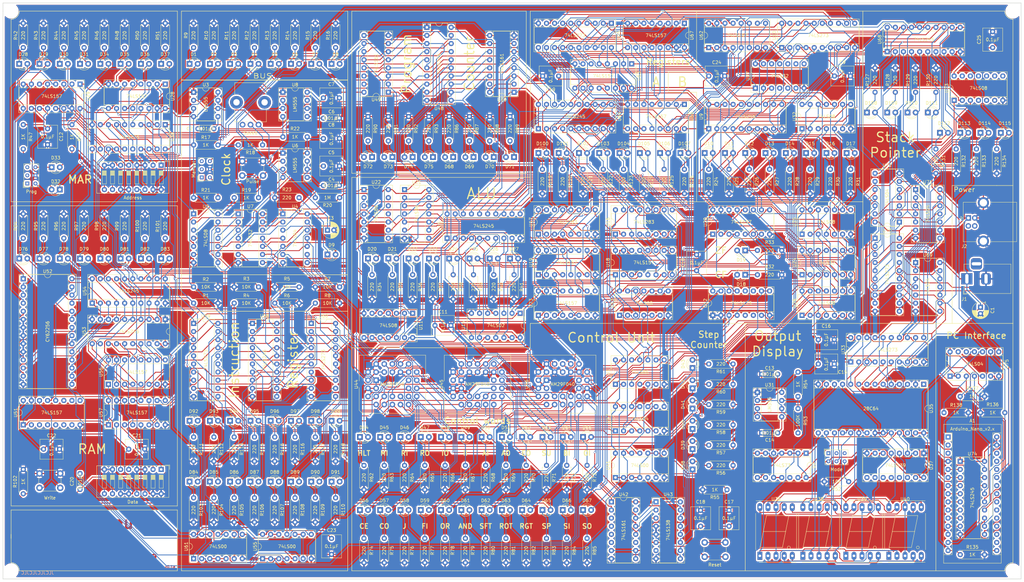
<source format=kicad_pcb>
(kicad_pcb (version 20171130) (host pcbnew "(5.1.5-0-10_14)")
  (layers (0 F.Cu signal) (31 B.Cu signal) (34 B.Paste user hide) (35 F.Paste user hide) (36 B.SilkS user) (37 F.SilkS user) (38 B.Mask user) (39 F.Mask user) (44 Edge.Cuts user hide))
  (net 0 "")
  (net 1 VCC)
  (net 2 GND)
  (net 3 "Net-(C2-Pad1)")
  (net 4 "Net-(C3-Pad1)")
  (net 5 "Net-(C4-Pad1)")
  (net 6 "Net-(C5-Pad1)")
  (net 7 "Net-(C6-Pad1)")
  (net 8 "/A register/CLK")
  (net 9 "Net-(D2-Pad1)")
  (net 10 "/A register/BUS_7")
  (net 11 "Net-(D3-Pad1)")
  (net 12 "/A register/BUS_6")
  (net 13 "Net-(D4-Pad1)")
  (net 14 "/A register/BUS_5")
  (net 15 "Net-(D5-Pad1)")
  (net 16 "/A register/BUS_4")
  (net 17 "Net-(D6-Pad1)")
  (net 18 "/A register/BUS_3")
  (net 19 "Net-(D7-Pad1)")
  (net 20 "/A register/BUS_2")
  (net 21 "Net-(D8-Pad1)")
  (net 22 "/A register/BUS_1")
  (net 23 "Net-(D9-Pad1)")
  (net 24 "/A register/BUS_0")
  (net 25 "Net-(D10-Pad1)")
  (net 26 "/A register/A_6")
  (net 27 "Net-(D11-Pad1)")
  (net 28 "/A register/A_5")
  (net 29 "Net-(D12-Pad1)")
  (net 30 "/A register/A_4")
  (net 31 "Net-(D13-Pad1)")
  (net 32 "/A register/A_3")
  (net 33 "Net-(D14-Pad1)")
  (net 34 "/A register/A_2")
  (net 35 "Net-(D15-Pad1)")
  (net 36 "Net-(D16-Pad1)")
  (net 37 "/A register/A_1")
  (net 38 "Net-(D17-Pad1)")
  (net 39 "/A register/A_0")
  (net 40 "Net-(D18-Pad1)")
  (net 41 /ALU/B_6)
  (net 42 "Net-(D19-Pad1)")
  (net 43 /ALU/B_5)
  (net 44 "Net-(D20-Pad1)")
  (net 45 "Net-(D21-Pad1)")
  (net 46 /ALU/B_3)
  (net 47 "Net-(D22-Pad1)")
  (net 48 /ALU/B_2)
  (net 49 "Net-(D23-Pad1)")
  (net 50 "Net-(D24-Pad1)")
  (net 51 /ALU/B_1)
  (net 52 "Net-(D25-Pad1)")
  (net 53 /ALU/B_0)
  (net 54 "Net-(D26-Pad1)")
  (net 55 "/Control logic/IR_6")
  (net 56 "Net-(D27-Pad1)")
  (net 57 "/Control logic/IR_5")
  (net 58 "Net-(D28-Pad1)")
  (net 59 "/Control logic/IR_4")
  (net 60 "Net-(D29-Pad1)")
  (net 61 "Net-(D30-Pad1)")
  (net 62 "Net-(D31-Pad1)")
  (net 63 "Net-(D32-Pad2)")
  (net 64 "Net-(D33-Pad1)")
  (net 65 "Net-(D33-Pad2)")
  (net 66 "Net-(D34-Pad1)")
  (net 67 /ALU/CF)
  (net 68 "Net-(D35-Pad1)")
  (net 69 /ALU/ZF)
  (net 70 "Net-(D36-Pad1)")
  (net 71 "Net-(D37-Pad1)")
  (net 72 "Net-(D38-Pad1)")
  (net 73 "Net-(D38-Pad2)")
  (net 74 "Net-(D39-Pad1)")
  (net 75 "Net-(D39-Pad2)")
  (net 76 "Net-(D40-Pad1)")
  (net 77 "Net-(D40-Pad2)")
  (net 78 "Net-(D41-Pad1)")
  (net 79 "Net-(D41-Pad2)")
  (net 80 "Net-(D42-Pad1)")
  (net 81 "Net-(D42-Pad2)")
  (net 82 "Net-(D43-Pad1)")
  (net 83 "Net-(D43-Pad2)")
  (net 84 /MAR/A3)
  (net 85 /MAR/A2)
  (net 86 /MAR/A1)
  (net 87 "Net-(D47-Pad1)")
  (net 88 /MAR/A0)
  (net 89 /MAR/PROG)
  (net 90 "Net-(D49-Pad1)")
  (net 91 "Net-(D50-Pad1)")
  (net 92 "Net-(D51-Pad1)")
  (net 93 "Net-(D51-Pad2)")
  (net 94 "Net-(D52-Pad1)")
  (net 95 "Net-(D53-Pad1)")
  (net 96 "Net-(D54-Pad1)")
  (net 97 "Net-(D55-Pad1)")
  (net 98 "Net-(D56-Pad1)")
  (net 99 "Net-(D57-Pad1)")
  (net 100 "Net-(D57-Pad2)")
  (net 101 "Net-(D58-Pad1)")
  (net 102 /Clock/HLT)
  (net 103 "Net-(D59-Pad1)")
  (net 104 "Net-(D60-Pad1)")
  (net 105 "/Control logic/RI")
  (net 106 "Net-(D61-Pad1)")
  (net 107 "Net-(D62-Pad1)")
  (net 108 "Net-(D63-Pad1)")
  (net 109 "Net-(D64-Pad1)")
  (net 110 "Net-(D65-Pad1)")
  (net 111 "Net-(D66-Pad1)")
  (net 112 "Net-(D67-Pad1)")
  (net 113 /ALU/SU)
  (net 114 "Net-(D68-Pad1)")
  (net 115 "Net-(D69-Pad1)")
  (net 116 "/Control logic/OI")
  (net 117 "Net-(D70-Pad1)")
  (net 118 "/Control logic/CE")
  (net 119 "Net-(D71-Pad1)")
  (net 120 "Net-(D71-Pad2)")
  (net 121 "Net-(D72-Pad1)")
  (net 122 "Net-(D72-Pad2)")
  (net 123 "Net-(D73-Pad1)")
  (net 124 "Net-(D73-Pad2)")
  (net 125 "Net-(SW4-Pad2)")
  (net 126 "Net-(SW5-Pad5)")
  (net 127 "Net-(SW7-Pad2)")
  (net 128 /Clock/~CLK)
  (net 129 "/A register/~AO")
  (net 130 "/Control logic/~IO")
  (net 131 /ALU/~EO)
  (net 132 "Net-(U18-Pad6)")
  (net 133 "Net-(U19-Pad6)")
  (net 134 /ALU/~FI)
  (net 135 "Net-(U19-Pad13)")
  (net 136 "/Control logic/~RO")
  (net 137 "/Control logic/~J")
  (net 138 "/Control logic/~CO")
  (net 139 "Net-(D74-Pad1)")
  (net 140 "Net-(D74-Pad2)")
  (net 141 "Net-(D75-Pad1)")
  (net 142 "Net-(D75-Pad2)")
  (net 143 "Net-(D76-Pad1)")
  (net 144 "Net-(D76-Pad2)")
  (net 145 "Net-(D77-Pad1)")
  (net 146 "Net-(D77-Pad2)")
  (net 147 "Net-(D78-Pad1)")
  (net 148 "Net-(D78-Pad2)")
  (net 149 "Net-(D79-Pad1)")
  (net 150 "Net-(D79-Pad2)")
  (net 151 "Net-(D80-Pad1)")
  (net 152 "Net-(D80-Pad2)")
  (net 153 "Net-(D81-Pad1)")
  (net 154 "Net-(D81-Pad2)")
  (net 155 "Net-(D82-Pad1)")
  (net 156 "Net-(D82-Pad2)")
  (net 157 "Net-(D83-Pad1)")
  (net 158 "Net-(D83-Pad2)")
  (net 159 "Net-(D84-Pad1)")
  (net 160 "Net-(D84-Pad2)")
  (net 161 "Net-(D85-Pad1)")
  (net 162 "Net-(D85-Pad2)")
  (net 163 "/A register/A_7")
  (net 164 /ALU/B_7)
  (net 165 "/Control logic/IR_7")
  (net 166 /ALU/B_4)
  (net 167 "Net-(D1-Pad1)")
  (net 168 "Net-(D48-Pad2)")
  (net 169 "Net-(A1-Pad16)")
  (net 170 "Net-(A1-Pad15)")
  (net 171 "Net-(A1-Pad14)")
  (net 172 "Net-(A1-Pad13)")
  (net 173 "Net-(A1-Pad12)")
  (net 174 "Net-(A1-Pad11)")
  (net 175 "Net-(A1-Pad10)")
  (net 176 "Net-(A1-Pad9)")
  (net 177 "Net-(A1-Pad8)")
  (net 178 "Net-(A1-Pad7)")
  (net 179 "Net-(A1-Pad6)")
  (net 180 "Net-(A1-Pad5)")
  (net 181 "Net-(C13-Pad1)")
  (net 182 "Net-(C14-Pad1)")
  (net 183 "Net-(C20-Pad2)")
  (net 184 "Net-(D20-Pad2)")
  (net 185 "Net-(D21-Pad2)")
  (net 186 "Net-(D22-Pad2)")
  (net 187 "Net-(D23-Pad2)")
  (net 188 "Net-(D24-Pad2)")
  (net 189 "Net-(D25-Pad2)")
  (net 190 "Net-(D26-Pad2)")
  (net 191 "Net-(D27-Pad2)")
  (net 192 /MAR/A7)
  (net 193 /MAR/A6)
  (net 194 /MAR/A5)
  (net 195 /MAR/A4)
  (net 196 "Net-(D48-Pad1)")
  (net 197 "/Control logic/II")
  (net 198 /ALU/OR)
  (net 199 /ALU/AND)
  (net 200 "/A register/SFT")
  (net 201 "/A register/ROT")
  (net 202 "/A register/RGT")
  (net 203 "/Control logic/STK")
  (net 204 "/Control logic/SI")
  (net 205 "/Control logic/SO")
  (net 206 "Net-(D86-Pad2)")
  (net 207 "Net-(D86-Pad1)")
  (net 208 "Net-(D87-Pad2)")
  (net 209 "Net-(D87-Pad1)")
  (net 210 "Net-(D88-Pad2)")
  (net 211 "Net-(D88-Pad1)")
  (net 212 "Net-(D89-Pad2)")
  (net 213 "Net-(D89-Pad1)")
  (net 214 "Net-(D90-Pad2)")
  (net 215 "Net-(D90-Pad1)")
  (net 216 "Net-(D91-Pad2)")
  (net 217 "Net-(D91-Pad1)")
  (net 218 "Net-(D92-Pad1)")
  (net 219 "Net-(D93-Pad1)")
  (net 220 "Net-(D94-Pad1)")
  (net 221 "Net-(D95-Pad1)")
  (net 222 "Net-(D96-Pad1)")
  (net 223 "Net-(D97-Pad1)")
  (net 224 "Net-(D98-Pad1)")
  (net 225 "/Control logic/IR_3")
  (net 226 "Net-(D99-Pad1)")
  (net 227 "/Control logic/IR_2")
  (net 228 "Net-(D100-Pad1)")
  (net 229 "/Control logic/IR_1")
  (net 230 "Net-(D101-Pad1)")
  (net 231 "/Control logic/IR_0")
  (net 232 "Net-(D102-Pad1)")
  (net 233 "Net-(D103-Pad1)")
  (net 234 "Net-(D104-Pad1)")
  (net 235 "Net-(D105-Pad1)")
  (net 236 "Net-(D106-Pad1)")
  (net 237 "Net-(D107-Pad1)")
  (net 238 "Net-(D108-Pad1)")
  (net 239 "Net-(D109-Pad1)")
  (net 240 "Net-(D110-Pad1)")
  (net 241 "Net-(D111-Pad2)")
  (net 242 "Net-(D111-Pad1)")
  (net 243 "Net-(D112-Pad2)")
  (net 244 "Net-(D112-Pad1)")
  (net 245 "Net-(D113-Pad2)")
  (net 246 "Net-(D113-Pad1)")
  (net 247 "Net-(D114-Pad2)")
  (net 248 "Net-(D114-Pad1)")
  (net 249 "Net-(D115-Pad2)")
  (net 250 "Net-(D115-Pad1)")
  (net 251 "Net-(R17-Pad2)")
  (net 252 "Net-(R18-Pad1)")
  (net 253 "Net-(R19-Pad2)")
  (net 254 "Net-(R21-Pad2)")
  (net 255 "Net-(R22-Pad2)")
  (net 256 "Net-(R52-Pad1)")
  (net 257 "Net-(R53-Pad1)")
  (net 258 "Net-(R55-Pad1)")
  (net 259 "Net-(SW4-Pad14)")
  (net 260 "Net-(SW4-Pad6)")
  (net 261 "Net-(SW4-Pad13)")
  (net 262 "Net-(SW4-Pad5)")
  (net 263 "Net-(SW4-Pad10)")
  (net 264 "Net-(SW4-Pad9)")
  (net 265 "Net-(SW4-Pad1)")
  (net 266 "Net-(SW8-Pad14)")
  (net 267 "Net-(SW8-Pad6)")
  (net 268 "Net-(SW8-Pad13)")
  (net 269 "Net-(SW8-Pad5)")
  (net 270 "Net-(SW8-Pad10)")
  (net 271 "Net-(SW8-Pad2)")
  (net 272 "Net-(SW8-Pad9)")
  (net 273 "Net-(SW8-Pad1)")
  (net 274 "/Instruction register/HL")
  (net 275 "/Control logic/HL")
  (net 276 "/PC Interface/HL")
  (net 277 /RAM/RI)
  (net 278 "/PC Interface/RI")
  (net 279 "Net-(U17-Pad6)")
  (net 280 "Net-(U17-Pad13)")
  (net 281 "Net-(U17-Pad10)")
  (net 282 "Net-(U18-Pad13)")
  (net 283 "Net-(U18-Pad10)")
  (net 284 "Net-(U19-Pad3)")
  (net 285 "Net-(U19-Pad10)")
  (net 286 "Net-(U72-Pad13)")
  (net 287 "Net-(D44-Pad1)")
  (net 288 "Net-(D45-Pad1)")
  (net 289 "Net-(D46-Pad1)")
  (net 290 "Net-(U55-Pad11)")
  (net 291 "Net-(D47-Pad2)")
  (net 292 "Net-(D52-Pad2)")
  (net 293 "Net-(D58-Pad2)")
  (net 294 "Net-(D59-Pad2)")
  (net 295 "Net-(D68-Pad2)")
  (net 296 "Net-(D69-Pad2)")
  (net 297 "Net-(D70-Pad2)")
  (net 298 "Net-(D108-Pad2)")
  (net 299 "Net-(D109-Pad2)")
  (net 300 "Net-(D110-Pad2)")
  (net 301 "Net-(U53-Pad13)")
  (net 302 "Net-(U53-Pad12)")
  (net 303 "Net-(U65-Pad7)")
  (net 304 "Net-(U65-Pad4)")
  (net 305 "Net-(U10-Pad11)")
  (net 306 "Net-(U16-Pad15)")
  (net 307 "Net-(U16-Pad6)")
  (net 308 "Net-(U16-Pad13)")
  (net 309 "Net-(U16-Pad4)")
  (net 310 "Net-(U16-Pad10)")
  (net 311 "Net-(U16-Pad2)")
  (net 312 "Net-(U16-Pad1)")
  (net 313 "Net-(U18-Pad3)")
  (net 314 "Net-(U28-Pad6)")
  (net 315 "Net-(U28-Pad13)")
  (net 316 "Net-(U28-Pad3)")
  (net 317 "Net-(U28-Pad10)")
  (net 318 "Net-(U32-Pad6)")
  (net 319 "Net-(U47-Pad12)")
  (net 320 "Net-(U49-Pad15)")
  (net 321 "Net-(U51-Pad12)")
  (net 322 "Net-(U53-Pad19)")
  (net 323 "Net-(U53-Pad18)")
  (net 324 "Net-(U53-Pad17)")
  (net 325 "Net-(U53-Pad16)")
  (net 326 "Net-(U53-Pad15)")
  (net 327 "Net-(U53-Pad14)")
  (net 328 "Net-(U53-Pad11)")
  (net 329 "Net-(U55-Pad12)")
  (net 330 "Net-(U55-Pad10)")
  (net 331 "Net-(U55-Pad5)")
  (net 332 "Net-(U55-Pad4)")
  (net 333 "Net-(U55-Pad8)")
  (net 334 "Net-(U61-Pad3)")
  (net 335 "/Control logic/MI")
  (net 336 "/A register/AI")
  (net 337 "/B register/BI")
  (net 338 "Net-(U1-Pad11)")
  (net 339 /MAR/MI)
  (net 340 "/PC Interface/MI")
  (net 341 "Net-(U3-Pad3)")
  (net 342 "Net-(U4-Pad4)")
  (net 343 "Net-(U4-Pad2)")
  (net 344 "Net-(U4-Pad1)")
  (net 345 "Net-(U5-Pad6)")
  (net 346 "Net-(U5-Pad5)")
  (net 347 "Net-(U5-Pad3)")
  (net 348 "Net-(U5-Pad9)")
  (net 349 "Net-(U23-Pad6)")
  (net 350 "Net-(U23-Pad10)")
  (net 351 "Net-(U23-Pad13)")
  (net 352 "/A register/~CLR")
  (net 353 "Net-(U11-Pad1)")
  (net 354 "Net-(U11-Pad5)")
  (net 355 "Net-(U11-Pad11)")
  (net 356 "Net-(U11-Pad4)")
  (net 357 "Net-(U11-Pad10)")
  (net 358 "Net-(U11-Pad3)")
  (net 359 "Net-(U11-Pad9)")
  (net 360 "Net-(U11-Pad2)")
  (net 361 /ALU/CLR)
  (net 362 "Net-(U12-Pad14)")
  (net 363 "Net-(U13-Pad12)")
  (net 364 "Net-(U13-Pad1)")
  (net 365 "Net-(U13-Pad11)")
  (net 366 "Net-(U13-Pad3)")
  (net 367 "Net-(U13-Pad2)")
  (net 368 "Net-(U16-Pad7)")
  (net 369 "Net-(U17-Pad15)")
  (net 370 "Net-(U17-Pad4)")
  (net 371 "Net-(U17-Pad11)")
  (net 372 "Net-(U17-Pad2)")
  (net 373 "Net-(U17-Pad1)")
  (net 374 "Net-(U20-Pad14)")
  (net 375 "Net-(U20-Pad6)")
  (net 376 "Net-(U20-Pad13)")
  (net 377 "Net-(U20-Pad5)")
  (net 378 "Net-(U20-Pad11)")
  (net 379 "Net-(U20-Pad3)")
  (net 380 "Net-(U20-Pad10)")
  (net 381 "Net-(U20-Pad2)")
  (net 382 "Net-(U23-Pad14)")
  (net 383 "Net-(U23-Pad5)")
  (net 384 "Net-(U23-Pad11)")
  (net 385 "Net-(U23-Pad3)")
  (net 386 "Net-(U26-Pad11)")
  (net 387 "Net-(U29-Pad6)")
  (net 388 "Net-(U29-Pad13)")
  (net 389 "Net-(U29-Pad3)")
  (net 390 "Net-(U29-Pad10)")
  (net 391 "Net-(U32-Pad11)")
  (net 392 "Net-(U32-Pad3)")
  (net 393 "Net-(U32-Pad8)")
  (net 394 "Net-(U33-Pad19)")
  (net 395 "Net-(U33-Pad9)")
  (net 396 "Net-(U33-Pad16)")
  (net 397 "Net-(U33-Pad6)")
  (net 398 "Net-(U33-Pad15)")
  (net 399 "Net-(U33-Pad5)")
  (net 400 "Net-(U33-Pad12)")
  (net 401 "Net-(U33-Pad2)")
  (net 402 "Net-(U35-Pad13)")
  (net 403 "Net-(U35-Pad12)")
  (net 404 "Net-(U35-Pad11)")
  (net 405 "Net-(U35-Pad19)")
  (net 406 "Net-(U35-Pad18)")
  (net 407 "Net-(U35-Pad17)")
  (net 408 "Net-(U35-Pad16)")
  (net 409 "Net-(U35-Pad15)")
  (net 410 "Net-(U36-Pad3)")
  (net 411 "Net-(U37-Pad6)")
  (net 412 "Net-(U37-Pad5)")
  (net 413 "Net-(U37-Pad4)")
  (net 414 "Net-(U41-Pad5)")
  (net 415 "Net-(U41-Pad11)")
  (net 416 "Net-(U42-Pad14)")
  (net 417 "Net-(U42-Pad13)")
  (net 418 "Net-(U42-Pad12)")
  (net 419 "Net-(U62-Pad7)")
  (net 420 "Net-(U62-Pad12)")
  (net 421 "Net-(U62-Pad4)")
  (net 422 "Net-(U62-Pad9)")
  (net 423 "Net-(U63-Pad7)")
  (net 424 "Net-(U63-Pad12)")
  (net 425 "Net-(U63-Pad4)")
  (net 426 "Net-(U63-Pad9)")
  (net 427 "Net-(U65-Pad18)")
  (net 428 "Net-(U65-Pad8)")
  (net 429 "Net-(U65-Pad17)")
  (net 430 "Net-(U65-Pad14)")
  (net 431 "Net-(U65-Pad13)")
  (net 432 "Net-(U65-Pad3)")
  (net 433 "Net-(U69-Pad13)")
  (net 434 "Net-(U69-Pad6)")
  (net 435 "Net-(U69-Pad11)")
  (net 436 "Net-(U69-Pad4)")
  (net 437 "Net-(U69-Pad2)")
  (net 438 "Net-(U69-Pad8)")
  (net 439 "Net-(U70-Pad9)")
  (net 440 "Net-(U70-Pad8)")
  (net 441 "Net-(U70-Pad7)")
  (net 442 "Net-(U70-Pad6)")
  (net 443 "Net-(U70-Pad15)")
  (net 444 "Net-(U70-Pad5)")
  (net 445 "Net-(U70-Pad4)")
  (net 446 "Net-(U70-Pad3)")
  (net 447 "Net-(U70-Pad12)")
  (net 448 "Net-(U70-Pad2)")
  (net 449 "Net-(U70-Pad11)")
  (net 450 "Net-(U72-Pad11)")
  (net 451 "Net-(U74-Pad19)")
  (net 452 "Net-(U75-Pad1)")
  (net 453 "Net-(U2-Pad13)")
  (net 454 "Net-(U2-Pad5)")
  (net 455 "Net-(U2-Pad1)")
  (module MountingHole:MountingHole_3.2mm_M3 (layer F.Cu) (at 327.66 187.96)
    (fp_text reference "" hide)
    (fp_text value MountingHole_3.2mm_M3)
    (pad "" np_thru_hole circle (at 0 0) (size 3.2 3.2) (drill 3.2) (layers *.Cu *.Mask) (clearance 0.8))
  )
  (module MountingHole:MountingHole_3.2mm_M3 (layer F.Cu) (at 327.66 12.7)
    (fp_text reference "" hide)
    (fp_text value MountingHole_3.2mm_M3)
    (pad "" np_thru_hole circle (at 0 0) (size 3.2 3.2) (drill 3.2) (layers *.Cu *.Mask) (clearance 0.8))
  )
  (module MountingHole:MountingHole_3.2mm_M3 (layer F.Cu) (at 13.97 12.7)
    (fp_text reference "" hide)
    (fp_text value MountingHole_3.2mm_M3)
    (pad "" np_thru_hole circle (at 0 0) (size 3.2 3.2) (drill 3.2) (layers *.Cu *.Mask) (clearance 0.8))
  )
  (module MountingHole:MountingHole_3.2mm_M3 (layer F.Cu) (at 13.97 187.96)
    (fp_text reference "" hide)
    (fp_text value MountingHole_3.2mm_M3)
    (pad "" np_thru_hole circle (at 0 0) (size 3.2 3.2) (drill 3.2) (layers *.Cu *.Mask) (clearance 0.8))
  )
  (module Capacitor_THT:C_Rect_L7.0mm_W6.0mm_P5.00mm (layer F.Cu) (at 185.42 33.02 180)
    (fp_text reference C19 (at 2.5 -4.25 180) (layer F.SilkS))
    (fp_text value 0.1µF)
    (fp_text user %V (at 2.5 0 270) (layer F.SilkS))
    (pad 2 thru_hole circle (at 5 0 180) (size 1.6 1.6) (drill 0.8) (layers *.Cu *.Mask) (net 2 GND))
    (pad 1 thru_hole circle (at 0 0 180) (size 1.6 1.6) (drill 0.8) (layers *.Cu *.Mask) (net 1 VCC))
  )
  (module Capacitor_THT:C_Rect_L7.0mm_W6.0mm_P5.00mm (layer F.Cu) (at 321.31 24.13 90)
    (fp_text reference C25 (at 2.5 -4.25 90) (layer F.SilkS))
    (fp_text value 0.1µF)
    (fp_text user %V (at 2.5 0 180) (layer F.SilkS))
    (pad 2 thru_hole circle (at 5 0 90) (size 1.6 1.6) (drill 0.8) (layers *.Cu *.Mask) (net 2 GND))
    (pad 1 thru_hole circle (at 0 0 90) (size 1.6 1.6) (drill 0.8) (layers *.Cu *.Mask) (net 1 VCC))
  )
  (module Capacitor_THT:C_Rect_L7.0mm_W6.0mm_P5.00mm (layer F.Cu) (at 232.41 33.02)
    (fp_text reference C24 (at 2.5 -4.25) (layer F.SilkS))
    (fp_text value 0.1µF)
    (fp_text user %V (at 2.5 0 90) (layer F.SilkS))
    (pad 2 thru_hole circle (at 5 0) (size 1.6 1.6) (drill 0.8) (layers *.Cu *.Mask) (net 2 GND))
    (pad 1 thru_hole circle (at 0 0) (size 1.6 1.6) (drill 0.8) (layers *.Cu *.Mask) (net 1 VCC))
  )
  (module Capacitor_THT:C_Rect_L7.0mm_W6.0mm_P5.00mm (layer F.Cu) (at 114.3 177.8 270)
    (fp_text reference C23 (at -2.54 0 180) (layer F.SilkS))
    (fp_text value 0.1µF)
    (fp_text user %V (at 2.5 0 180) (layer F.SilkS))
    (pad 2 thru_hole circle (at 5 0 270) (size 1.6 1.6) (drill 0.8) (layers *.Cu *.Mask) (net 2 GND))
    (pad 1 thru_hole circle (at 0 0 270) (size 1.6 1.6) (drill 0.8) (layers *.Cu *.Mask) (net 1 VCC))
  )
  (module Capacitor_THT:C_Rect_L7.0mm_W6.0mm_P5.00mm (layer F.Cu) (at 24.13 149.86)
    (fp_text reference C22 (at 2.5 -4.25) (layer F.SilkS))
    (fp_text value 0.1µF)
    (fp_text user %V (at 2.5 0 90) (layer F.SilkS))
    (pad 2 thru_hole circle (at 5 0) (size 1.6 1.6) (drill 0.8) (layers *.Cu *.Mask) (net 2 GND))
    (pad 1 thru_hole circle (at 0 0) (size 1.6 1.6) (drill 0.8) (layers *.Cu *.Mask) (net 1 VCC))
  )
  (module Capacitor_THT:C_Rect_L7.0mm_W6.0mm_P5.00mm (layer F.Cu) (at 50.8 149.86)
    (fp_text reference C21 (at 2.5 -4.25) (layer F.SilkS))
    (fp_text value 0.1µF)
    (fp_text user %V (at 2.5 0 90) (layer F.SilkS))
    (pad 2 thru_hole circle (at 5 0) (size 1.6 1.6) (drill 0.8) (layers *.Cu *.Mask) (net 2 GND))
    (pad 1 thru_hole circle (at 0 0) (size 1.6 1.6) (drill 0.8) (layers *.Cu *.Mask) (net 1 VCC))
  )
  (module Capacitor_THT:C_Rect_L7.0mm_W6.0mm_P5.00mm (layer F.Cu) (at 229.87 173.99 90)
    (fp_text reference C18 (at 7.62 0 180) (layer F.SilkS))
    (fp_text value 0.1µF)
    (fp_text user %V (at 2.5 0 180) (layer F.SilkS))
    (pad 2 thru_hole circle (at 5 0 90) (size 1.6 1.6) (drill 0.8) (layers *.Cu *.Mask) (net 2 GND))
    (pad 1 thru_hole circle (at 0 0 90) (size 1.6 1.6) (drill 0.8) (layers *.Cu *.Mask) (net 1 VCC))
  )
  (module Capacitor_THT:C_Rect_L7.0mm_W6.0mm_P5.00mm (layer F.Cu) (at 238.76 173.99 90)
    (fp_text reference C17 (at 7.62 0 180) (layer F.SilkS))
    (fp_text value 0.1µF)
    (fp_text user %V (at 2.5 0 180) (layer F.SilkS))
    (pad 2 thru_hole circle (at 5 0 90) (size 1.6 1.6) (drill 0.8) (layers *.Cu *.Mask) (net 2 GND))
    (pad 1 thru_hole circle (at 0 0 90) (size 1.6 1.6) (drill 0.8) (layers *.Cu *.Mask) (net 1 VCC))
  )
  (module Capacitor_THT:C_Rect_L7.0mm_W6.0mm_P5.00mm (layer F.Cu) (at 266.7 115.57)
    (fp_text reference C16 (at 2.5 -4.25) (layer F.SilkS))
    (fp_text value 0.1µF)
    (fp_text user %V (at 2.5 0 90) (layer F.SilkS))
    (pad 2 thru_hole circle (at 5 0) (size 1.6 1.6) (drill 0.8) (layers *.Cu *.Mask) (net 2 GND))
    (pad 1 thru_hole circle (at 0 0) (size 1.6 1.6) (drill 0.8) (layers *.Cu *.Mask) (net 1 VCC))
  )
  (module Capacitor_THT:C_Rect_L7.0mm_W6.0mm_P5.00mm (layer F.Cu) (at 266.7 123.19)
    (fp_text reference C15 (at 7.62 2.54) (layer F.SilkS))
    (fp_text value 0.1µF)
    (fp_text user %V (at 2.5 0 90) (layer F.SilkS))
    (pad 2 thru_hole circle (at 5 0) (size 1.6 1.6) (drill 0.8) (layers *.Cu *.Mask) (net 2 GND))
    (pad 1 thru_hole circle (at 0 0) (size 1.6 1.6) (drill 0.8) (layers *.Cu *.Mask) (net 1 VCC))
  )
  (module Capacitor_THT:C_Rect_L7.0mm_W6.0mm_P5.00mm (layer F.Cu) (at 25.4 49.53 270)
    (fp_text reference C12 (at 2.5 -4.25 90) (layer F.SilkS))
    (fp_text value 0.1µF)
    (fp_text user %V (at 2.5 0 180) (layer F.SilkS))
    (pad 2 thru_hole circle (at 5 0 270) (size 1.6 1.6) (drill 0.8) (layers *.Cu *.Mask) (net 2 GND))
    (pad 1 thru_hole circle (at 0 0 270) (size 1.6 1.6) (drill 0.8) (layers *.Cu *.Mask) (net 1 VCC))
  )
  (module Capacitor_THT:C_Rect_L7.0mm_W6.0mm_P5.00mm (layer F.Cu) (at 146.685 111.125)
    (fp_text reference C11 (at 2.5 -4.25) (layer F.SilkS))
    (fp_text value 0.1µF)
    (fp_text user %V (at 2.5 0 90) (layer F.SilkS))
    (pad 2 thru_hole circle (at 5 0) (size 1.6 1.6) (drill 0.8) (layers *.Cu *.Mask) (net 2 GND))
    (pad 1 thru_hole circle (at 0 0) (size 1.6 1.6) (drill 0.8) (layers *.Cu *.Mask) (net 1 VCC))
  )
  (module Capacitor_THT:C_Rect_L7.0mm_W6.0mm_P5.00mm (layer F.Cu) (at 228.6 93.98 90)
    (fp_text reference C10 (at 2.5 -4.25 90) (layer F.SilkS))
    (fp_text value 0.1µF)
    (fp_text user %V (at 2.5 0 180) (layer F.SilkS))
    (pad 2 thru_hole circle (at 5 0 90) (size 1.6 1.6) (drill 0.8) (layers *.Cu *.Mask) (net 2 GND))
    (pad 1 thru_hole circle (at 0 0 90) (size 1.6 1.6) (drill 0.8) (layers *.Cu *.Mask) (net 1 VCC))
  )
  (module Capacitor_THT:C_Rect_L7.0mm_W6.0mm_P5.00mm (layer F.Cu) (at 271.78 33.02)
    (fp_text reference C9 (at 2.5 -4.25) (layer F.SilkS))
    (fp_text value 0.1µF)
    (fp_text user %V (at 2.5 0 90) (layer F.SilkS))
    (pad 2 thru_hole circle (at 5 0) (size 1.6 1.6) (drill 0.8) (layers *.Cu *.Mask) (net 2 GND))
    (pad 1 thru_hole circle (at 0 0) (size 1.6 1.6) (drill 0.8) (layers *.Cu *.Mask) (net 1 VCC))
  )
  (module Capacitor_THT:C_Rect_L7.0mm_W6.0mm_P5.00mm (layer F.Cu) (at 111.76 52.578)
    (fp_text reference C8 (at 2.5 -4.25) (layer F.SilkS))
    (fp_text value 0.1µF)
    (fp_text user %V (at 2.5 0 90) (layer F.SilkS))
    (pad 2 thru_hole circle (at 5 0) (size 1.6 1.6) (drill 0.8) (layers *.Cu *.Mask) (net 2 GND))
    (pad 1 thru_hole circle (at 0 0) (size 1.6 1.6) (drill 0.8) (layers *.Cu *.Mask) (net 1 VCC))
  )
  (module Capacitor_THT:C_Rect_L7.0mm_W6.0mm_P5.00mm (layer F.Cu) (at 111.76 39.878)
    (fp_text reference C7 (at 2.5 -4.25) (layer F.SilkS))
    (fp_text value 0.1µF)
    (fp_text user %V (at 2.5 0 90) (layer F.SilkS))
    (pad 2 thru_hole circle (at 5 0) (size 1.6 1.6) (drill 0.8) (layers *.Cu *.Mask) (net 2 GND))
    (pad 1 thru_hole circle (at 0 0) (size 1.6 1.6) (drill 0.8) (layers *.Cu *.Mask) (net 1 VCC))
  )
  (module Capacitor_THT:C_Rect_L7.0mm_W6.0mm_P5.00mm (layer F.Cu) (at 111.76 61.214)
    (fp_text reference C5 (at 2.5 -4.25) (layer F.SilkS))
    (fp_text value 0.1µF)
    (fp_text user %V (at 2.5 0 90) (layer F.SilkS))
    (pad 2 thru_hole circle (at 5 0) (size 1.6 1.6) (drill 0.8) (layers *.Cu *.Mask) (net 2 GND))
    (pad 1 thru_hole circle (at 0 0) (size 1.6 1.6) (drill 0.8) (layers *.Cu *.Mask) (net 6 "Net-(C5-Pad1)"))
  )
  (module Package_DIP:DIP-14_W7.62mm_Socket (layer F.Cu) (at 262.89 151.13 270)
    (fp_text reference U2 (at 3.81 -2.33 90) (layer F.SilkS))
    (fp_text value 74LS73 (at 3.81 7.62) (layer F.SilkS))
    (pad 14 thru_hole oval (at 7.62 0 270) (size 1.6 1.6) (drill 0.8) (layers *.Cu *.Mask) (net 1 VCC))
    (pad 7 thru_hole oval (at 0 15.24 270) (size 1.6 1.6) (drill 0.8) (layers *.Cu *.Mask) (net 1 VCC))
    (pad 13 thru_hole oval (at 7.62 2.54 270) (size 1.6 1.6) (drill 0.8) (layers *.Cu *.Mask) (net 453 "Net-(U2-Pad13)"))
    (pad 6 thru_hole oval (at 0 12.7 270) (size 1.6 1.6) (drill 0.8) (layers *.Cu *.Mask) (net 1 VCC))
    (pad 12 thru_hole oval (at 7.62 5.08 270) (size 1.6 1.6) (drill 0.8) (layers *.Cu *.Mask))
    (pad 5 thru_hole oval (at 0 10.16 270) (size 1.6 1.6) (drill 0.8) (layers *.Cu *.Mask) (net 454 "Net-(U2-Pad5)"))
    (pad 11 thru_hole oval (at 7.62 7.62 270) (size 1.6 1.6) (drill 0.8) (layers *.Cu *.Mask) (net 1 VCC))
    (pad 4 thru_hole oval (at 0 7.62 270) (size 1.6 1.6) (drill 0.8) (layers *.Cu *.Mask) (net 1 VCC))
    (pad 10 thru_hole oval (at 7.62 10.16 270) (size 1.6 1.6) (drill 0.8) (layers *.Cu *.Mask) (net 1 VCC))
    (pad 3 thru_hole oval (at 0 5.08 270) (size 1.6 1.6) (drill 0.8) (layers *.Cu *.Mask) (net 1 VCC))
    (pad 9 thru_hole oval (at 7.62 12.7 270) (size 1.6 1.6) (drill 0.8) (layers *.Cu *.Mask))
    (pad 2 thru_hole oval (at 0 2.54 270) (size 1.6 1.6) (drill 0.8) (layers *.Cu *.Mask) (net 1 VCC))
    (pad 8 thru_hole oval (at 7.62 15.24 270) (size 1.6 1.6) (drill 0.8) (layers *.Cu *.Mask) (net 455 "Net-(U2-Pad1)"))
    (pad 1 thru_hole rect (at 0 0 270) (size 1.6 1.6) (drill 0.8) (layers *.Cu *.Mask) (net 455 "Net-(U2-Pad1)"))
  )
  (module Connector_USB:USB_B_OST_USB-B1HSxx_Horizontal (layer F.Cu) (at 313.69 77.47)
    (fp_text reference J2 (at -1.27 8.89) (layer F.SilkS))
    (fp_text value USB_B-8bit-computer-rescue)
    (pad 5 thru_hole circle (at 4.71 7.27) (size 3.5 3.5) (drill 2.33) (layers *.Cu *.Mask) (net 2 GND))
    (pad 5 thru_hole circle (at 4.71 -4.77) (size 3.5 3.5) (drill 2.33) (layers *.Cu *.Mask) (net 2 GND))
    (pad 4 thru_hole circle (at 2 0) (size 1.7 1.7) (drill 0.92) (layers *.Cu *.Mask) (net 2 GND))
    (pad 3 thru_hole circle (at 2 2.5) (size 1.7 1.7) (drill 0.92) (layers *.Cu *.Mask))
    (pad 2 thru_hole circle (at 0 2.5) (size 1.7 1.7) (drill 0.92) (layers *.Cu *.Mask))
    (pad 1 thru_hole rect (at 0 0) (size 1.7 1.7) (drill 0.92) (layers *.Cu *.Mask) (net 1 VCC))
  )
  (module Package_DIP:DIP-20_W7.62mm_Socket (layer F.Cu) (at 311.15 153.67)
    (fp_text reference U74 (at 3.81 -2.33) (layer F.SilkS))
    (fp_text value 74LS245)
    (fp_text user %V (at 3.81 11.43 90) (layer F.SilkS))
    (pad 1 thru_hole rect (at 0 0) (size 1.6 1.6) (drill 0.8) (layers *.Cu *.Mask) (net 1 VCC))
    (pad 11 thru_hole oval (at 7.62 22.86) (size 1.6 1.6) (drill 0.8) (layers *.Cu *.Mask) (net 10 "/A register/BUS_7"))
    (pad 2 thru_hole oval (at 0 2.54) (size 1.6 1.6) (drill 0.8) (layers *.Cu *.Mask) (net 180 "Net-(A1-Pad5)"))
    (pad 12 thru_hole oval (at 7.62 20.32) (size 1.6 1.6) (drill 0.8) (layers *.Cu *.Mask) (net 12 "/A register/BUS_6"))
    (pad 3 thru_hole oval (at 0 5.08) (size 1.6 1.6) (drill 0.8) (layers *.Cu *.Mask) (net 179 "Net-(A1-Pad6)"))
    (pad 13 thru_hole oval (at 7.62 17.78) (size 1.6 1.6) (drill 0.8) (layers *.Cu *.Mask) (net 14 "/A register/BUS_5"))
    (pad 4 thru_hole oval (at 0 7.62) (size 1.6 1.6) (drill 0.8) (layers *.Cu *.Mask) (net 178 "Net-(A1-Pad7)"))
    (pad 14 thru_hole oval (at 7.62 15.24) (size 1.6 1.6) (drill 0.8) (layers *.Cu *.Mask) (net 16 "/A register/BUS_4"))
    (pad 5 thru_hole oval (at 0 10.16) (size 1.6 1.6) (drill 0.8) (layers *.Cu *.Mask) (net 177 "Net-(A1-Pad8)"))
    (pad 15 thru_hole oval (at 7.62 12.7) (size 1.6 1.6) (drill 0.8) (layers *.Cu *.Mask) (net 18 "/A register/BUS_3"))
    (pad 6 thru_hole oval (at 0 12.7) (size 1.6 1.6) (drill 0.8) (layers *.Cu *.Mask) (net 176 "Net-(A1-Pad9)"))
    (pad 16 thru_hole oval (at 7.62 10.16) (size 1.6 1.6) (drill 0.8) (layers *.Cu *.Mask) (net 20 "/A register/BUS_2"))
    (pad 7 thru_hole oval (at 0 15.24) (size 1.6 1.6) (drill 0.8) (layers *.Cu *.Mask) (net 175 "Net-(A1-Pad10)"))
    (pad 17 thru_hole oval (at 7.62 7.62) (size 1.6 1.6) (drill 0.8) (layers *.Cu *.Mask) (net 22 "/A register/BUS_1"))
    (pad 8 thru_hole oval (at 0 17.78) (size 1.6 1.6) (drill 0.8) (layers *.Cu *.Mask) (net 174 "Net-(A1-Pad11)"))
    (pad 18 thru_hole oval (at 7.62 5.08) (size 1.6 1.6) (drill 0.8) (layers *.Cu *.Mask) (net 24 "/A register/BUS_0"))
    (pad 9 thru_hole oval (at 0 20.32) (size 1.6 1.6) (drill 0.8) (layers *.Cu *.Mask) (net 173 "Net-(A1-Pad12)"))
    (pad 19 thru_hole oval (at 7.62 2.54) (size 1.6 1.6) (drill 0.8) (layers *.Cu *.Mask) (net 451 "Net-(U74-Pad19)"))
    (pad 10 thru_hole oval (at 0 22.86) (size 1.6 1.6) (drill 0.8) (layers *.Cu *.Mask) (net 2 GND))
    (pad 20 thru_hole oval (at 7.62 0) (size 1.6 1.6) (drill 0.8) (layers *.Cu *.Mask) (net 1 VCC))
  )
  (module Package_DIP:DIP-14_W7.62mm_Socket (layer F.Cu) (at 292.1 78.74 180)
    (fp_text reference U72 (at 3.81 17.78) (layer F.SilkS))
    (fp_text value 74LS04 (at 3.81 7.62 90) (layer F.SilkS))
    (pad 14 thru_hole oval (at 7.62 0 180) (size 1.6 1.6) (drill 0.8) (layers *.Cu *.Mask) (net 1 VCC))
    (pad 7 thru_hole oval (at 0 15.24 180) (size 1.6 1.6) (drill 0.8) (layers *.Cu *.Mask) (net 2 GND))
    (pad 13 thru_hole oval (at 7.62 2.54 180) (size 1.6 1.6) (drill 0.8) (layers *.Cu *.Mask) (net 286 "Net-(U72-Pad13)"))
    (pad 6 thru_hole oval (at 0 12.7 180) (size 1.6 1.6) (drill 0.8) (layers *.Cu *.Mask) (net 245 "Net-(D113-Pad2)"))
    (pad 12 thru_hole oval (at 7.62 5.08 180) (size 1.6 1.6) (drill 0.8) (layers *.Cu *.Mask) (net 276 "/PC Interface/HL"))
    (pad 5 thru_hole oval (at 0 10.16 180) (size 1.6 1.6) (drill 0.8) (layers *.Cu *.Mask) (net 444 "Net-(U70-Pad5)"))
    (pad 11 thru_hole oval (at 7.62 7.62 180) (size 1.6 1.6) (drill 0.8) (layers *.Cu *.Mask) (net 450 "Net-(U72-Pad11)"))
    (pad 4 thru_hole oval (at 0 7.62 180) (size 1.6 1.6) (drill 0.8) (layers *.Cu *.Mask) (net 247 "Net-(D114-Pad2)"))
    (pad 10 thru_hole oval (at 7.62 10.16 180) (size 1.6 1.6) (drill 0.8) (layers *.Cu *.Mask) (net 340 "/PC Interface/MI"))
    (pad 3 thru_hole oval (at 0 5.08 180) (size 1.6 1.6) (drill 0.8) (layers *.Cu *.Mask) (net 442 "Net-(U70-Pad6)"))
    (pad 9 thru_hole oval (at 7.62 12.7 180) (size 1.6 1.6) (drill 0.8) (layers *.Cu *.Mask) (net 448 "Net-(U70-Pad2)"))
    (pad 2 thru_hole oval (at 0 2.54 180) (size 1.6 1.6) (drill 0.8) (layers *.Cu *.Mask) (net 249 "Net-(D115-Pad2)"))
    (pad 8 thru_hole oval (at 7.62 15.24 180) (size 1.6 1.6) (drill 0.8) (layers *.Cu *.Mask) (net 243 "Net-(D112-Pad2)"))
    (pad 1 thru_hole rect (at 0 0 180) (size 1.6 1.6) (drill 0.8) (layers *.Cu *.Mask) (net 439 "Net-(U70-Pad9)"))
  )
  (module Package_DIP:DIP-14_W7.62mm_Socket (layer F.Cu) (at 297.18 68.58)
    (fp_text reference U71 (at 3.81 -2.33) (layer F.SilkS))
    (fp_text value 74LS04 (at 3.81 7.62 90) (layer F.SilkS))
    (pad 14 thru_hole oval (at 7.62 0) (size 1.6 1.6) (drill 0.8) (layers *.Cu *.Mask) (net 1 VCC))
    (pad 7 thru_hole oval (at 0 15.24) (size 1.6 1.6) (drill 0.8) (layers *.Cu *.Mask) (net 2 GND))
    (pad 13 thru_hole oval (at 7.62 2.54) (size 1.6 1.6) (drill 0.8) (layers *.Cu *.Mask) (net 18 "/A register/BUS_3"))
    (pad 6 thru_hole oval (at 0 12.7) (size 1.6 1.6) (drill 0.8) (layers *.Cu *.Mask) (net 441 "Net-(U70-Pad7)"))
    (pad 12 thru_hole oval (at 7.62 5.08) (size 1.6 1.6) (drill 0.8) (layers *.Cu *.Mask) (net 446 "Net-(U70-Pad3)"))
    (pad 5 thru_hole oval (at 0 10.16) (size 1.6 1.6) (drill 0.8) (layers *.Cu *.Mask) (net 22 "/A register/BUS_1"))
    (pad 11 thru_hole oval (at 7.62 7.62) (size 1.6 1.6) (drill 0.8) (layers *.Cu *.Mask) (net 447 "Net-(U70-Pad12)"))
    (pad 4 thru_hole oval (at 0 7.62) (size 1.6 1.6) (drill 0.8) (layers *.Cu *.Mask) (net 299 "Net-(D109-Pad2)"))
    (pad 10 thru_hole oval (at 7.62 10.16) (size 1.6 1.6) (drill 0.8) (layers *.Cu *.Mask) (net 298 "Net-(D108-Pad2)"))
    (pad 3 thru_hole oval (at 0 5.08) (size 1.6 1.6) (drill 0.8) (layers *.Cu *.Mask) (net 443 "Net-(U70-Pad15)"))
    (pad 9 thru_hole oval (at 7.62 12.7) (size 1.6 1.6) (drill 0.8) (layers *.Cu *.Mask) (net 20 "/A register/BUS_2"))
    (pad 2 thru_hole oval (at 0 2.54) (size 1.6 1.6) (drill 0.8) (layers *.Cu *.Mask) (net 440 "Net-(U70-Pad8)"))
    (pad 8 thru_hole oval (at 7.62 15.24) (size 1.6 1.6) (drill 0.8) (layers *.Cu *.Mask) (net 445 "Net-(U70-Pad4)"))
    (pad 1 thru_hole rect (at 0 0) (size 1.6 1.6) (drill 0.8) (layers *.Cu *.Mask) (net 24 "/A register/BUS_0"))
  )
  (module Package_DIP:DIP-20_W7.62mm_Socket (layer F.Cu) (at 284.48 83.82)
    (fp_text reference U70 (at 3.81 -2.33) (layer F.SilkS))
    (fp_text value 74LS273)
    (fp_text user %V (at 3.81 11.43 90) (layer F.SilkS))
    (pad 20 thru_hole oval (at 7.62 0) (size 1.6 1.6) (drill 0.8) (layers *.Cu *.Mask) (net 1 VCC))
    (pad 10 thru_hole oval (at 0 22.86) (size 1.6 1.6) (drill 0.8) (layers *.Cu *.Mask) (net 2 GND))
    (pad 19 thru_hole oval (at 7.62 2.54) (size 1.6 1.6) (drill 0.8) (layers *.Cu *.Mask) (net 435 "Net-(U69-Pad11)"))
    (pad 9 thru_hole oval (at 0 20.32) (size 1.6 1.6) (drill 0.8) (layers *.Cu *.Mask) (net 439 "Net-(U70-Pad9)"))
    (pad 18 thru_hole oval (at 7.62 5.08) (size 1.6 1.6) (drill 0.8) (layers *.Cu *.Mask) (net 437 "Net-(U69-Pad2)"))
    (pad 8 thru_hole oval (at 0 17.78) (size 1.6 1.6) (drill 0.8) (layers *.Cu *.Mask) (net 440 "Net-(U70-Pad8)"))
    (pad 17 thru_hole oval (at 7.62 7.62) (size 1.6 1.6) (drill 0.8) (layers *.Cu *.Mask) (net 436 "Net-(U69-Pad4)"))
    (pad 7 thru_hole oval (at 0 15.24) (size 1.6 1.6) (drill 0.8) (layers *.Cu *.Mask) (net 441 "Net-(U70-Pad7)"))
    (pad 16 thru_hole oval (at 7.62 10.16) (size 1.6 1.6) (drill 0.8) (layers *.Cu *.Mask) (net 433 "Net-(U69-Pad13)"))
    (pad 6 thru_hole oval (at 0 12.7) (size 1.6 1.6) (drill 0.8) (layers *.Cu *.Mask) (net 442 "Net-(U70-Pad6)"))
    (pad 15 thru_hole oval (at 7.62 12.7) (size 1.6 1.6) (drill 0.8) (layers *.Cu *.Mask) (net 443 "Net-(U70-Pad15)"))
    (pad 5 thru_hole oval (at 0 10.16) (size 1.6 1.6) (drill 0.8) (layers *.Cu *.Mask) (net 444 "Net-(U70-Pad5)"))
    (pad 14 thru_hole oval (at 7.62 15.24) (size 1.6 1.6) (drill 0.8) (layers *.Cu *.Mask) (net 438 "Net-(U69-Pad8)"))
    (pad 4 thru_hole oval (at 0 7.62) (size 1.6 1.6) (drill 0.8) (layers *.Cu *.Mask) (net 445 "Net-(U70-Pad4)"))
    (pad 13 thru_hole oval (at 7.62 17.78) (size 1.6 1.6) (drill 0.8) (layers *.Cu *.Mask) (net 434 "Net-(U69-Pad6)"))
    (pad 3 thru_hole oval (at 0 5.08) (size 1.6 1.6) (drill 0.8) (layers *.Cu *.Mask) (net 446 "Net-(U70-Pad3)"))
    (pad 12 thru_hole oval (at 7.62 20.32) (size 1.6 1.6) (drill 0.8) (layers *.Cu *.Mask) (net 447 "Net-(U70-Pad12)"))
    (pad 2 thru_hole oval (at 0 2.54) (size 1.6 1.6) (drill 0.8) (layers *.Cu *.Mask) (net 448 "Net-(U70-Pad2)"))
    (pad 11 thru_hole oval (at 7.62 22.86) (size 1.6 1.6) (drill 0.8) (layers *.Cu *.Mask) (net 449 "Net-(U70-Pad11)"))
    (pad 1 thru_hole rect (at 0 0) (size 1.6 1.6) (drill 0.8) (layers *.Cu *.Mask) (net 352 "/A register/~CLR"))
  )
  (module Package_DIP:DIP-14_W7.62mm_Socket (layer F.Cu) (at 297.18 91.44)
    (fp_text reference U69 (at 3.81 -2.33) (layer F.SilkS))
    (fp_text value 74LS04 (at 3.81 7.62 90) (layer F.SilkS))
    (pad 14 thru_hole oval (at 7.62 0) (size 1.6 1.6) (drill 0.8) (layers *.Cu *.Mask) (net 1 VCC))
    (pad 7 thru_hole oval (at 0 15.24) (size 1.6 1.6) (drill 0.8) (layers *.Cu *.Mask) (net 2 GND))
    (pad 13 thru_hole oval (at 7.62 2.54) (size 1.6 1.6) (drill 0.8) (layers *.Cu *.Mask) (net 433 "Net-(U69-Pad13)"))
    (pad 6 thru_hole oval (at 0 12.7) (size 1.6 1.6) (drill 0.8) (layers *.Cu *.Mask) (net 434 "Net-(U69-Pad6)"))
    (pad 12 thru_hole oval (at 7.62 5.08) (size 1.6 1.6) (drill 0.8) (layers *.Cu *.Mask) (net 300 "Net-(D110-Pad2)"))
    (pad 5 thru_hole oval (at 0 10.16) (size 1.6 1.6) (drill 0.8) (layers *.Cu *.Mask) (net 10 "/A register/BUS_7"))
    (pad 11 thru_hole oval (at 7.62 7.62) (size 1.6 1.6) (drill 0.8) (layers *.Cu *.Mask) (net 435 "Net-(U69-Pad11)"))
    (pad 4 thru_hole oval (at 0 7.62) (size 1.6 1.6) (drill 0.8) (layers *.Cu *.Mask) (net 436 "Net-(U69-Pad4)"))
    (pad 10 thru_hole oval (at 7.62 10.16) (size 1.6 1.6) (drill 0.8) (layers *.Cu *.Mask) (net 241 "Net-(D111-Pad2)"))
    (pad 3 thru_hole oval (at 0 5.08) (size 1.6 1.6) (drill 0.8) (layers *.Cu *.Mask) (net 14 "/A register/BUS_5"))
    (pad 9 thru_hole oval (at 7.62 12.7) (size 1.6 1.6) (drill 0.8) (layers *.Cu *.Mask) (net 12 "/A register/BUS_6"))
    (pad 2 thru_hole oval (at 0 2.54) (size 1.6 1.6) (drill 0.8) (layers *.Cu *.Mask) (net 437 "Net-(U69-Pad2)"))
    (pad 8 thru_hole oval (at 7.62 15.24) (size 1.6 1.6) (drill 0.8) (layers *.Cu *.Mask) (net 438 "Net-(U69-Pad8)"))
    (pad 1 thru_hole rect (at 0 0) (size 1.6 1.6) (drill 0.8) (layers *.Cu *.Mask) (net 16 "/A register/BUS_4"))
  )
  (module Package_DIP:DIP-20_W7.62mm_Socket (layer F.Cu) (at 288.29 25.4 90)
    (fp_text reference U68 (at 3.81 -2.33 90) (layer F.SilkS))
    (fp_text value 74LS245)
    (fp_text user %V (at 3.81 11.43) (layer F.SilkS))
    (pad 20 thru_hole oval (at 7.62 0 90) (size 1.6 1.6) (drill 0.8) (layers *.Cu *.Mask) (net 1 VCC))
    (pad 10 thru_hole oval (at 0 22.86 90) (size 1.6 1.6) (drill 0.8) (layers *.Cu *.Mask) (net 2 GND))
    (pad 19 thru_hole oval (at 7.62 2.54 90) (size 1.6 1.6) (drill 0.8) (layers *.Cu *.Mask) (net 319 "Net-(U47-Pad12)"))
    (pad 9 thru_hole oval (at 0 20.32 90) (size 1.6 1.6) (drill 0.8) (layers *.Cu *.Mask) (net 249 "Net-(D115-Pad2)"))
    (pad 18 thru_hole oval (at 7.62 5.08 90) (size 1.6 1.6) (drill 0.8) (layers *.Cu *.Mask) (net 10 "/A register/BUS_7"))
    (pad 8 thru_hole oval (at 0 17.78 90) (size 1.6 1.6) (drill 0.8) (layers *.Cu *.Mask) (net 247 "Net-(D114-Pad2)"))
    (pad 17 thru_hole oval (at 7.62 7.62 90) (size 1.6 1.6) (drill 0.8) (layers *.Cu *.Mask) (net 12 "/A register/BUS_6"))
    (pad 7 thru_hole oval (at 0 15.24 90) (size 1.6 1.6) (drill 0.8) (layers *.Cu *.Mask) (net 245 "Net-(D113-Pad2)"))
    (pad 16 thru_hole oval (at 7.62 10.16 90) (size 1.6 1.6) (drill 0.8) (layers *.Cu *.Mask) (net 14 "/A register/BUS_5"))
    (pad 6 thru_hole oval (at 0 12.7 90) (size 1.6 1.6) (drill 0.8) (layers *.Cu *.Mask) (net 243 "Net-(D112-Pad2)"))
    (pad 15 thru_hole oval (at 7.62 12.7 90) (size 1.6 1.6) (drill 0.8) (layers *.Cu *.Mask) (net 16 "/A register/BUS_4"))
    (pad 5 thru_hole oval (at 0 10.16 90) (size 1.6 1.6) (drill 0.8) (layers *.Cu *.Mask) (net 241 "Net-(D111-Pad2)"))
    (pad 14 thru_hole oval (at 7.62 15.24 90) (size 1.6 1.6) (drill 0.8) (layers *.Cu *.Mask) (net 18 "/A register/BUS_3"))
    (pad 4 thru_hole oval (at 0 7.62 90) (size 1.6 1.6) (drill 0.8) (layers *.Cu *.Mask) (net 300 "Net-(D110-Pad2)"))
    (pad 13 thru_hole oval (at 7.62 17.78 90) (size 1.6 1.6) (drill 0.8) (layers *.Cu *.Mask) (net 20 "/A register/BUS_2"))
    (pad 3 thru_hole oval (at 0 5.08 90) (size 1.6 1.6) (drill 0.8) (layers *.Cu *.Mask) (net 299 "Net-(D109-Pad2)"))
    (pad 12 thru_hole oval (at 7.62 20.32 90) (size 1.6 1.6) (drill 0.8) (layers *.Cu *.Mask) (net 22 "/A register/BUS_1"))
    (pad 2 thru_hole oval (at 0 2.54 90) (size 1.6 1.6) (drill 0.8) (layers *.Cu *.Mask) (net 298 "Net-(D108-Pad2)"))
    (pad 11 thru_hole oval (at 7.62 22.86 90) (size 1.6 1.6) (drill 0.8) (layers *.Cu *.Mask) (net 24 "/A register/BUS_0"))
    (pad 1 thru_hole rect (at 0 0 90) (size 1.6 1.6) (drill 0.8) (layers *.Cu *.Mask) (net 1 VCC))
  )
  (module Package_DIP:DIP-16_W7.62mm_Socket (layer F.Cu) (at 224.79 41.91 270)
    (fp_text reference U66 (at 3.81 -2.33 90) (layer F.SilkS))
    (fp_text value 74LS157 (at 3.81 8.89) (layer F.SilkS))
    (pad 16 thru_hole oval (at 7.62 0 270) (size 1.6 1.6) (drill 0.8) (layers *.Cu *.Mask) (net 1 VCC))
    (pad 8 thru_hole oval (at 0 17.78 270) (size 1.6 1.6) (drill 0.8) (layers *.Cu *.Mask) (net 2 GND))
    (pad 15 thru_hole oval (at 7.62 2.54 270) (size 1.6 1.6) (drill 0.8) (layers *.Cu *.Mask) (net 2 GND))
    (pad 7 thru_hole oval (at 0 15.24 270) (size 1.6 1.6) (drill 0.8) (layers *.Cu *.Mask) (net 303 "Net-(U65-Pad7)"))
    (pad 14 thru_hole oval (at 7.62 5.08 270) (size 1.6 1.6) (drill 0.8) (layers *.Cu *.Mask) (net 20 "/A register/BUS_2"))
    (pad 6 thru_hole oval (at 0 12.7 270) (size 1.6 1.6) (drill 0.8) (layers *.Cu *.Mask) (net 419 "Net-(U62-Pad7)"))
    (pad 13 thru_hole oval (at 7.62 7.62 270) (size 1.6 1.6) (drill 0.8) (layers *.Cu *.Mask) (net 420 "Net-(U62-Pad12)"))
    (pad 5 thru_hole oval (at 0 10.16 270) (size 1.6 1.6) (drill 0.8) (layers *.Cu *.Mask) (net 22 "/A register/BUS_1"))
    (pad 12 thru_hole oval (at 7.62 10.16 270) (size 1.6 1.6) (drill 0.8) (layers *.Cu *.Mask) (net 304 "Net-(U65-Pad4)"))
    (pad 4 thru_hole oval (at 0 7.62 270) (size 1.6 1.6) (drill 0.8) (layers *.Cu *.Mask) (net 428 "Net-(U65-Pad8)"))
    (pad 11 thru_hole oval (at 7.62 12.7 270) (size 1.6 1.6) (drill 0.8) (layers *.Cu *.Mask) (net 18 "/A register/BUS_3"))
    (pad 3 thru_hole oval (at 0 5.08 270) (size 1.6 1.6) (drill 0.8) (layers *.Cu *.Mask) (net 421 "Net-(U62-Pad4)"))
    (pad 10 thru_hole oval (at 7.62 15.24 270) (size 1.6 1.6) (drill 0.8) (layers *.Cu *.Mask) (net 422 "Net-(U62-Pad9)"))
    (pad 2 thru_hole oval (at 0 2.54 270) (size 1.6 1.6) (drill 0.8) (layers *.Cu *.Mask) (net 24 "/A register/BUS_0"))
    (pad 9 thru_hole oval (at 7.62 17.78 270) (size 1.6 1.6) (drill 0.8) (layers *.Cu *.Mask) (net 432 "Net-(U65-Pad3)"))
    (pad 1 thru_hole rect (at 0 0 270) (size 1.6 1.6) (drill 0.8) (layers *.Cu *.Mask) (net 200 "/A register/SFT"))
  )
  (module Package_DIP:DIP-20_W7.62mm_Socket (layer F.Cu) (at 201.93 16.51 270)
    (fp_text reference U65 (at 3.81 -2.33 90) (layer F.SilkS))
    (fp_text value 74LS273)
    (fp_text user %V (at 3.81 11.43) (layer F.SilkS))
    (pad 20 thru_hole oval (at 7.62 0 270) (size 1.6 1.6) (drill 0.8) (layers *.Cu *.Mask) (net 1 VCC))
    (pad 10 thru_hole oval (at 0 22.86 270) (size 1.6 1.6) (drill 0.8) (layers *.Cu *.Mask) (net 2 GND))
    (pad 19 thru_hole oval (at 7.62 2.54 270) (size 1.6 1.6) (drill 0.8) (layers *.Cu *.Mask) (net 30 "/A register/A_4"))
    (pad 9 thru_hole oval (at 0 20.32 270) (size 1.6 1.6) (drill 0.8) (layers *.Cu *.Mask) (net 39 "/A register/A_0"))
    (pad 18 thru_hole oval (at 7.62 5.08 270) (size 1.6 1.6) (drill 0.8) (layers *.Cu *.Mask) (net 427 "Net-(U65-Pad18)"))
    (pad 8 thru_hole oval (at 0 17.78 270) (size 1.6 1.6) (drill 0.8) (layers *.Cu *.Mask) (net 428 "Net-(U65-Pad8)"))
    (pad 17 thru_hole oval (at 7.62 7.62 270) (size 1.6 1.6) (drill 0.8) (layers *.Cu *.Mask) (net 429 "Net-(U65-Pad17)"))
    (pad 7 thru_hole oval (at 0 15.24 270) (size 1.6 1.6) (drill 0.8) (layers *.Cu *.Mask) (net 303 "Net-(U65-Pad7)"))
    (pad 16 thru_hole oval (at 7.62 10.16 270) (size 1.6 1.6) (drill 0.8) (layers *.Cu *.Mask) (net 28 "/A register/A_5"))
    (pad 6 thru_hole oval (at 0 12.7 270) (size 1.6 1.6) (drill 0.8) (layers *.Cu *.Mask) (net 37 "/A register/A_1"))
    (pad 15 thru_hole oval (at 7.62 12.7 270) (size 1.6 1.6) (drill 0.8) (layers *.Cu *.Mask) (net 26 "/A register/A_6"))
    (pad 5 thru_hole oval (at 0 10.16 270) (size 1.6 1.6) (drill 0.8) (layers *.Cu *.Mask) (net 34 "/A register/A_2"))
    (pad 14 thru_hole oval (at 7.62 15.24 270) (size 1.6 1.6) (drill 0.8) (layers *.Cu *.Mask) (net 430 "Net-(U65-Pad14)"))
    (pad 4 thru_hole oval (at 0 7.62 270) (size 1.6 1.6) (drill 0.8) (layers *.Cu *.Mask) (net 304 "Net-(U65-Pad4)"))
    (pad 13 thru_hole oval (at 7.62 17.78 270) (size 1.6 1.6) (drill 0.8) (layers *.Cu *.Mask) (net 431 "Net-(U65-Pad13)"))
    (pad 3 thru_hole oval (at 0 5.08 270) (size 1.6 1.6) (drill 0.8) (layers *.Cu *.Mask) (net 432 "Net-(U65-Pad3)"))
    (pad 12 thru_hole oval (at 7.62 20.32 270) (size 1.6 1.6) (drill 0.8) (layers *.Cu *.Mask) (net 163 "/A register/A_7"))
    (pad 2 thru_hole oval (at 0 2.54 270) (size 1.6 1.6) (drill 0.8) (layers *.Cu *.Mask) (net 32 "/A register/A_3"))
    (pad 11 thru_hole oval (at 7.62 22.86 270) (size 1.6 1.6) (drill 0.8) (layers *.Cu *.Mask) (net 391 "Net-(U32-Pad11)"))
    (pad 1 thru_hole rect (at 0 0 270) (size 1.6 1.6) (drill 0.8) (layers *.Cu *.Mask) (net 352 "/A register/~CLR"))
  )
  (module Package_DIP:DIP-20_W7.62mm_Socket (layer F.Cu) (at 179.07 49.53 90)
    (fp_text reference U64 (at 3.81 25.4 90) (layer F.SilkS))
    (fp_text value 74LS245)
    (fp_text user %V (at 3.81 11.43) (layer F.SilkS))
    (pad 20 thru_hole oval (at 7.62 0 90) (size 1.6 1.6) (drill 0.8) (layers *.Cu *.Mask) (net 1 VCC))
    (pad 10 thru_hole oval (at 0 22.86 90) (size 1.6 1.6) (drill 0.8) (layers *.Cu *.Mask) (net 2 GND))
    (pad 19 thru_hole oval (at 7.62 2.54 90) (size 1.6 1.6) (drill 0.8) (layers *.Cu *.Mask) (net 129 "/A register/~AO"))
    (pad 9 thru_hole oval (at 0 20.32 90) (size 1.6 1.6) (drill 0.8) (layers *.Cu *.Mask) (net 39 "/A register/A_0"))
    (pad 18 thru_hole oval (at 7.62 5.08 90) (size 1.6 1.6) (drill 0.8) (layers *.Cu *.Mask) (net 10 "/A register/BUS_7"))
    (pad 8 thru_hole oval (at 0 17.78 90) (size 1.6 1.6) (drill 0.8) (layers *.Cu *.Mask) (net 37 "/A register/A_1"))
    (pad 17 thru_hole oval (at 7.62 7.62 90) (size 1.6 1.6) (drill 0.8) (layers *.Cu *.Mask) (net 12 "/A register/BUS_6"))
    (pad 7 thru_hole oval (at 0 15.24 90) (size 1.6 1.6) (drill 0.8) (layers *.Cu *.Mask) (net 34 "/A register/A_2"))
    (pad 16 thru_hole oval (at 7.62 10.16 90) (size 1.6 1.6) (drill 0.8) (layers *.Cu *.Mask) (net 14 "/A register/BUS_5"))
    (pad 6 thru_hole oval (at 0 12.7 90) (size 1.6 1.6) (drill 0.8) (layers *.Cu *.Mask) (net 32 "/A register/A_3"))
    (pad 15 thru_hole oval (at 7.62 12.7 90) (size 1.6 1.6) (drill 0.8) (layers *.Cu *.Mask) (net 16 "/A register/BUS_4"))
    (pad 5 thru_hole oval (at 0 10.16 90) (size 1.6 1.6) (drill 0.8) (layers *.Cu *.Mask) (net 30 "/A register/A_4"))
    (pad 14 thru_hole oval (at 7.62 15.24 90) (size 1.6 1.6) (drill 0.8) (layers *.Cu *.Mask) (net 18 "/A register/BUS_3"))
    (pad 4 thru_hole oval (at 0 7.62 90) (size 1.6 1.6) (drill 0.8) (layers *.Cu *.Mask) (net 28 "/A register/A_5"))
    (pad 13 thru_hole oval (at 7.62 17.78 90) (size 1.6 1.6) (drill 0.8) (layers *.Cu *.Mask) (net 20 "/A register/BUS_2"))
    (pad 3 thru_hole oval (at 0 5.08 90) (size 1.6 1.6) (drill 0.8) (layers *.Cu *.Mask) (net 26 "/A register/A_6"))
    (pad 12 thru_hole oval (at 7.62 20.32 90) (size 1.6 1.6) (drill 0.8) (layers *.Cu *.Mask) (net 22 "/A register/BUS_1"))
    (pad 2 thru_hole oval (at 0 2.54 90) (size 1.6 1.6) (drill 0.8) (layers *.Cu *.Mask) (net 163 "/A register/A_7"))
    (pad 11 thru_hole oval (at 7.62 22.86 90) (size 1.6 1.6) (drill 0.8) (layers *.Cu *.Mask) (net 24 "/A register/BUS_0"))
    (pad 1 thru_hole rect (at 0 0 90) (size 1.6 1.6) (drill 0.8) (layers *.Cu *.Mask) (net 1 VCC))
  )
  (module Package_DIP:DIP-16_W7.62mm_Socket (layer F.Cu) (at 208.28 29.21 270)
    (fp_text reference U63 (at 3.81 -2.33 90) (layer F.SilkS))
    (fp_text value 74LS157 (at 3.81 8.89) (layer F.SilkS))
    (pad 16 thru_hole oval (at 7.62 0 270) (size 1.6 1.6) (drill 0.8) (layers *.Cu *.Mask) (net 1 VCC))
    (pad 8 thru_hole oval (at 0 17.78 270) (size 1.6 1.6) (drill 0.8) (layers *.Cu *.Mask) (net 2 GND))
    (pad 15 thru_hole oval (at 7.62 2.54 270) (size 1.6 1.6) (drill 0.8) (layers *.Cu *.Mask) (net 2 GND))
    (pad 7 thru_hole oval (at 0 15.24 270) (size 1.6 1.6) (drill 0.8) (layers *.Cu *.Mask) (net 423 "Net-(U63-Pad7)"))
    (pad 14 thru_hole oval (at 7.62 5.08 270) (size 1.6 1.6) (drill 0.8) (layers *.Cu *.Mask) (net 28 "/A register/A_5"))
    (pad 6 thru_hole oval (at 0 12.7 270) (size 1.6 1.6) (drill 0.8) (layers *.Cu *.Mask) (net 26 "/A register/A_6"))
    (pad 13 thru_hole oval (at 7.62 7.62 270) (size 1.6 1.6) (drill 0.8) (layers *.Cu *.Mask) (net 163 "/A register/A_7"))
    (pad 5 thru_hole oval (at 0 10.16 270) (size 1.6 1.6) (drill 0.8) (layers *.Cu *.Mask) (net 30 "/A register/A_4"))
    (pad 12 thru_hole oval (at 7.62 10.16 270) (size 1.6 1.6) (drill 0.8) (layers *.Cu *.Mask) (net 424 "Net-(U63-Pad12)"))
    (pad 4 thru_hole oval (at 0 7.62 270) (size 1.6 1.6) (drill 0.8) (layers *.Cu *.Mask) (net 425 "Net-(U63-Pad4)"))
    (pad 11 thru_hole oval (at 7.62 12.7 270) (size 1.6 1.6) (drill 0.8) (layers *.Cu *.Mask) (net 26 "/A register/A_6"))
    (pad 3 thru_hole oval (at 0 5.08 270) (size 1.6 1.6) (drill 0.8) (layers *.Cu *.Mask) (net 28 "/A register/A_5"))
    (pad 10 thru_hole oval (at 7.62 15.24 270) (size 1.6 1.6) (drill 0.8) (layers *.Cu *.Mask) (net 393 "Net-(U32-Pad8)"))
    (pad 2 thru_hole oval (at 0 2.54 270) (size 1.6 1.6) (drill 0.8) (layers *.Cu *.Mask) (net 32 "/A register/A_3"))
    (pad 9 thru_hole oval (at 7.62 17.78 270) (size 1.6 1.6) (drill 0.8) (layers *.Cu *.Mask) (net 426 "Net-(U63-Pad9)"))
    (pad 1 thru_hole rect (at 0 0 270) (size 1.6 1.6) (drill 0.8) (layers *.Cu *.Mask) (net 202 "/A register/RGT"))
  )
  (module Package_DIP:DIP-16_W7.62mm_Socket (layer F.Cu) (at 232.41 24.13 90)
    (fp_text reference U62 (at 3.81 -2.33 90) (layer F.SilkS))
    (fp_text value 74LS157 (at 3.81 8.89) (layer F.SilkS))
    (pad 16 thru_hole oval (at 7.62 0 90) (size 1.6 1.6) (drill 0.8) (layers *.Cu *.Mask) (net 1 VCC))
    (pad 8 thru_hole oval (at 0 17.78 90) (size 1.6 1.6) (drill 0.8) (layers *.Cu *.Mask) (net 2 GND))
    (pad 15 thru_hole oval (at 7.62 2.54 90) (size 1.6 1.6) (drill 0.8) (layers *.Cu *.Mask) (net 2 GND))
    (pad 7 thru_hole oval (at 0 15.24 90) (size 1.6 1.6) (drill 0.8) (layers *.Cu *.Mask) (net 419 "Net-(U62-Pad7)"))
    (pad 14 thru_hole oval (at 7.62 5.08 90) (size 1.6 1.6) (drill 0.8) (layers *.Cu *.Mask) (net 37 "/A register/A_1"))
    (pad 6 thru_hole oval (at 0 12.7 90) (size 1.6 1.6) (drill 0.8) (layers *.Cu *.Mask) (net 34 "/A register/A_2"))
    (pad 13 thru_hole oval (at 7.62 7.62 90) (size 1.6 1.6) (drill 0.8) (layers *.Cu *.Mask) (net 32 "/A register/A_3"))
    (pad 5 thru_hole oval (at 0 10.16 90) (size 1.6 1.6) (drill 0.8) (layers *.Cu *.Mask) (net 39 "/A register/A_0"))
    (pad 12 thru_hole oval (at 7.62 10.16 90) (size 1.6 1.6) (drill 0.8) (layers *.Cu *.Mask) (net 420 "Net-(U62-Pad12)"))
    (pad 4 thru_hole oval (at 0 7.62 90) (size 1.6 1.6) (drill 0.8) (layers *.Cu *.Mask) (net 421 "Net-(U62-Pad4)"))
    (pad 11 thru_hole oval (at 7.62 12.7 90) (size 1.6 1.6) (drill 0.8) (layers *.Cu *.Mask) (net 34 "/A register/A_2"))
    (pad 3 thru_hole oval (at 0 5.08 90) (size 1.6 1.6) (drill 0.8) (layers *.Cu *.Mask) (net 37 "/A register/A_1"))
    (pad 10 thru_hole oval (at 7.62 15.24 90) (size 1.6 1.6) (drill 0.8) (layers *.Cu *.Mask) (net 30 "/A register/A_4"))
    (pad 2 thru_hole oval (at 0 2.54 90) (size 1.6 1.6) (drill 0.8) (layers *.Cu *.Mask) (net 318 "Net-(U32-Pad6)"))
    (pad 9 thru_hole oval (at 7.62 17.78 90) (size 1.6 1.6) (drill 0.8) (layers *.Cu *.Mask) (net 422 "Net-(U62-Pad9)"))
    (pad 1 thru_hole rect (at 0 0 90) (size 1.6 1.6) (drill 0.8) (layers *.Cu *.Mask) (net 202 "/A register/RGT"))
  )
  (module Housings_LCC:PLCC-32_THT-Socket (layer F.Cu) (at 181.61 128.27 90)
    (fp_text reference U46 (at -1.27 -6.22 90) (layer F.SilkS))
    (fp_text value AM29F040)
    (fp_text user %V (at -1.27 5.08 180) (layer F.SilkS))
    (pad 27 thru_hole circle (at 5.08 2.54 90) (size 1.75 1.75) (drill 0.95) (layers *.Cu *.Mask) (net 57 "/Control logic/IR_5"))
    (pad 25 thru_hole circle (at 5.08 5.08 90) (size 1.75 1.75) (drill 0.95) (layers *.Cu *.Mask) (net 67 /ALU/CF))
    (pad 23 thru_hole circle (at 5.08 7.62 90) (size 1.75 1.75) (drill 0.95) (layers *.Cu *.Mask) (net 165 "/Control logic/IR_7"))
    (pad 21 thru_hole circle (at 5.08 10.16 90) (size 1.75 1.75) (drill 0.95) (layers *.Cu *.Mask) (net 198 /ALU/OR))
    (pad 28 thru_hole circle (at 2.54 2.54 90) (size 1.75 1.75) (drill 0.95) (layers *.Cu *.Mask) (net 2 GND))
    (pad 26 thru_hole circle (at 2.54 5.08 90) (size 1.75 1.75) (drill 0.95) (layers *.Cu *.Mask) (net 55 "/Control logic/IR_6"))
    (pad 24 thru_hole circle (at 2.54 7.62 90) (size 1.75 1.75) (drill 0.95) (layers *.Cu *.Mask) (net 2 GND))
    (pad 22 thru_hole circle (at 2.54 10.16 90) (size 1.75 1.75) (drill 0.95) (layers *.Cu *.Mask) (net 2 GND))
    (pad 20 thru_hole circle (at 2.54 12.7 90) (size 1.75 1.75) (drill 0.95) (layers *.Cu *.Mask) (net 199 /ALU/AND))
    (pad 18 thru_hole circle (at 0 12.7 90) (size 1.75 1.75) (drill 0.95) (layers *.Cu *.Mask) (net 201 "/A register/ROT"))
    (pad 16 thru_hole circle (at -2.54 12.7 90) (size 1.75 1.75) (drill 0.95) (layers *.Cu *.Mask) (net 2 GND))
    (pad 14 thru_hole circle (at -5.08 12.7 90) (size 1.75 1.75) (drill 0.95) (layers *.Cu *.Mask) (net 204 "/Control logic/SI"))
    (pad 19 thru_hole circle (at 0 10.16 90) (size 1.75 1.75) (drill 0.95) (layers *.Cu *.Mask) (net 200 "/A register/SFT"))
    (pad 17 thru_hole circle (at -2.54 10.16 90) (size 1.75 1.75) (drill 0.95) (layers *.Cu *.Mask) (net 202 "/A register/RGT"))
    (pad 15 thru_hole circle (at -5.08 10.16 90) (size 1.75 1.75) (drill 0.95) (layers *.Cu *.Mask) (net 203 "/Control logic/STK"))
    (pad 13 thru_hole circle (at -7.62 10.16 90) (size 1.75 1.75) (drill 0.95) (layers *.Cu *.Mask) (net 205 "/Control logic/SO"))
    (pad 11 thru_hole circle (at -7.62 7.62 90) (size 1.75 1.75) (drill 0.95) (layers *.Cu *.Mask) (net 417 "Net-(U42-Pad13)"))
    (pad 9 thru_hole circle (at -7.62 5.08 90) (size 1.75 1.75) (drill 0.95) (layers *.Cu *.Mask) (net 231 "/Control logic/IR_0"))
    (pad 7 thru_hole circle (at -7.62 2.54 90) (size 1.75 1.75) (drill 0.95) (layers *.Cu *.Mask) (net 227 "/Control logic/IR_2"))
    (pad 5 thru_hole circle (at -7.62 0 90) (size 1.75 1.75) (drill 0.95) (layers *.Cu *.Mask) (net 59 "/Control logic/IR_4"))
    (pad 12 thru_hole circle (at -5.08 7.62 90) (size 1.75 1.75) (drill 0.95) (layers *.Cu *.Mask) (net 416 "Net-(U42-Pad14)"))
    (pad 10 thru_hole circle (at -5.08 5.08 90) (size 1.75 1.75) (drill 0.95) (layers *.Cu *.Mask) (net 418 "Net-(U42-Pad12)"))
    (pad 8 thru_hole circle (at -5.08 2.54 90) (size 1.75 1.75) (drill 0.95) (layers *.Cu *.Mask) (net 229 "/Control logic/IR_1"))
    (pad 6 thru_hole circle (at -5.08 0 90) (size 1.75 1.75) (drill 0.95) (layers *.Cu *.Mask) (net 225 "/Control logic/IR_3"))
    (pad 30 thru_hole circle (at 2.54 -2.54 90) (size 1.75 1.75) (drill 0.95) (layers *.Cu *.Mask) (net 2 GND))
    (pad 32 thru_hole circle (at 0 -2.54 90) (size 1.75 1.75) (drill 0.95) (layers *.Cu *.Mask) (net 1 VCC))
    (pad 4 thru_hole circle (at -5.08 -2.54 90) (size 1.75 1.75) (drill 0.95) (layers *.Cu *.Mask) (net 69 /ALU/ZF))
    (pad 2 thru_hole circle (at -2.54 -2.54 90) (size 1.75 1.75) (drill 0.95) (layers *.Cu *.Mask) (net 2 GND))
    (pad 29 thru_hole circle (at 5.08 0 90) (size 1.75 1.75) (drill 0.95) (layers *.Cu *.Mask) (net 2 GND))
    (pad 31 thru_hole circle (at 2.54 0 90) (size 1.75 1.75) (drill 0.95) (layers *.Cu *.Mask) (net 1 VCC))
    (pad 3 thru_hole circle (at -2.54 0 90) (size 1.75 1.75) (drill 0.95) (layers *.Cu *.Mask) (net 1 VCC))
    (pad 1 thru_hole rect (at 0 0 90) (size 1.75 1.75) (drill 0.95) (layers *.Cu *.Mask) (net 2 GND))
  )
  (module Package_DIP:DIP-16_W7.62mm_Socket (layer F.Cu) (at 215.9 166.37)
    (fp_text reference U43 (at 3.81 -2.33) (layer F.SilkS))
    (fp_text value 74LS138 (at 3.81 8.89 90) (layer F.SilkS))
    (pad 16 thru_hole oval (at 7.62 0) (size 1.6 1.6) (drill 0.8) (layers *.Cu *.Mask) (net 1 VCC))
    (pad 8 thru_hole oval (at 0 17.78) (size 1.6 1.6) (drill 0.8) (layers *.Cu *.Mask) (net 2 GND))
    (pad 15 thru_hole oval (at 7.62 2.54) (size 1.6 1.6) (drill 0.8) (layers *.Cu *.Mask) (net 82 "Net-(D43-Pad1)"))
    (pad 7 thru_hole oval (at 0 15.24) (size 1.6 1.6) (drill 0.8) (layers *.Cu *.Mask))
    (pad 14 thru_hole oval (at 7.62 5.08) (size 1.6 1.6) (drill 0.8) (layers *.Cu *.Mask) (net 80 "Net-(D42-Pad1)"))
    (pad 6 thru_hole oval (at 0 12.7) (size 1.6 1.6) (drill 0.8) (layers *.Cu *.Mask) (net 1 VCC))
    (pad 13 thru_hole oval (at 7.62 7.62) (size 1.6 1.6) (drill 0.8) (layers *.Cu *.Mask) (net 78 "Net-(D41-Pad1)"))
    (pad 5 thru_hole oval (at 0 10.16) (size 1.6 1.6) (drill 0.8) (layers *.Cu *.Mask) (net 2 GND))
    (pad 12 thru_hole oval (at 7.62 10.16) (size 1.6 1.6) (drill 0.8) (layers *.Cu *.Mask) (net 76 "Net-(D40-Pad1)"))
    (pad 4 thru_hole oval (at 0 7.62) (size 1.6 1.6) (drill 0.8) (layers *.Cu *.Mask) (net 2 GND))
    (pad 11 thru_hole oval (at 7.62 12.7) (size 1.6 1.6) (drill 0.8) (layers *.Cu *.Mask) (net 74 "Net-(D39-Pad1)"))
    (pad 3 thru_hole oval (at 0 5.08) (size 1.6 1.6) (drill 0.8) (layers *.Cu *.Mask) (net 418 "Net-(U42-Pad12)"))
    (pad 10 thru_hole oval (at 7.62 15.24) (size 1.6 1.6) (drill 0.8) (layers *.Cu *.Mask) (net 72 "Net-(D38-Pad1)"))
    (pad 2 thru_hole oval (at 0 2.54) (size 1.6 1.6) (drill 0.8) (layers *.Cu *.Mask) (net 417 "Net-(U42-Pad13)"))
    (pad 9 thru_hole oval (at 7.62 17.78) (size 1.6 1.6) (drill 0.8) (layers *.Cu *.Mask) (net 414 "Net-(U41-Pad5)"))
    (pad 1 thru_hole rect (at 0 0) (size 1.6 1.6) (drill 0.8) (layers *.Cu *.Mask) (net 416 "Net-(U42-Pad14)"))
  )
  (module Package_DIP:DIP-14_W7.62mm_Socket (layer F.Cu) (at 203.2 158.75 90)
    (fp_text reference U41 (at 3.81 -2.33 90) (layer F.SilkS))
    (fp_text value 74LS00 (at 3.81 7.62) (layer F.SilkS))
    (pad 14 thru_hole oval (at 7.62 0 90) (size 1.6 1.6) (drill 0.8) (layers *.Cu *.Mask) (net 1 VCC))
    (pad 7 thru_hole oval (at 0 15.24 90) (size 1.6 1.6) (drill 0.8) (layers *.Cu *.Mask) (net 2 GND))
    (pad 13 thru_hole oval (at 7.62 2.54 90) (size 1.6 1.6) (drill 0.8) (layers *.Cu *.Mask) (net 277 /RAM/RI))
    (pad 6 thru_hole oval (at 0 12.7 90) (size 1.6 1.6) (drill 0.8) (layers *.Cu *.Mask) (net 363 "Net-(U13-Pad12)"))
    (pad 12 thru_hole oval (at 7.62 5.08 90) (size 1.6 1.6) (drill 0.8) (layers *.Cu *.Mask) (net 183 "Net-(C20-Pad2)"))
    (pad 5 thru_hole oval (at 0 10.16 90) (size 1.6 1.6) (drill 0.8) (layers *.Cu *.Mask) (net 414 "Net-(U41-Pad5)"))
    (pad 11 thru_hole oval (at 7.62 7.62 90) (size 1.6 1.6) (drill 0.8) (layers *.Cu *.Mask) (net 415 "Net-(U41-Pad11)"))
    (pad 4 thru_hole oval (at 0 7.62 90) (size 1.6 1.6) (drill 0.8) (layers *.Cu *.Mask) (net 352 "/A register/~CLR"))
    (pad 10 thru_hole oval (at 7.62 10.16 90) (size 1.6 1.6) (drill 0.8) (layers *.Cu *.Mask) (net 352 "/A register/~CLR"))
    (pad 3 thru_hole oval (at 0 5.08 90) (size 1.6 1.6) (drill 0.8) (layers *.Cu *.Mask) (net 352 "/A register/~CLR"))
    (pad 9 thru_hole oval (at 7.62 12.7 90) (size 1.6 1.6) (drill 0.8) (layers *.Cu *.Mask) (net 352 "/A register/~CLR"))
    (pad 2 thru_hole oval (at 0 2.54 90) (size 1.6 1.6) (drill 0.8) (layers *.Cu *.Mask) (net 258 "Net-(R55-Pad1)"))
    (pad 8 thru_hole oval (at 7.62 15.24 90) (size 1.6 1.6) (drill 0.8) (layers *.Cu *.Mask) (net 361 /ALU/CLR))
    (pad 1 thru_hole rect (at 0 0 90) (size 1.6 1.6) (drill 0.8) (layers *.Cu *.Mask) (net 258 "Net-(R55-Pad1)"))
  )
  (module Display_7Segment:7SegmentLED_LTS6760_LTS6780 (layer F.Cu) (at 288.798 183.261 90)
    (fp_text reference U40 (at 17.78 5.08 180) (layer F.SilkS))
    (fp_text value 7SEGMENT_CC)
    (pad 1 thru_hole rect (at 0 0) (size 1.524 2.524) (drill 0.8) (layers *.Cu *.Mask) (net 402 "Net-(U35-Pad13)"))
    (pad 2 thru_hole oval (at 0 2.54) (size 1.524 2.524) (drill 0.8) (layers *.Cu *.Mask) (net 409 "Net-(U35-Pad15)"))
    (pad 3 thru_hole oval (at 0 5.08) (size 1.524 2.524) (drill 0.8) (layers *.Cu *.Mask) (net 413 "Net-(U37-Pad4)"))
    (pad 4 thru_hole oval (at 0 7.62) (size 1.524 2.524) (drill 0.8) (layers *.Cu *.Mask) (net 408 "Net-(U35-Pad16)"))
    (pad 5 thru_hole oval (at 0 10.16) (size 1.524 2.524) (drill 0.8) (layers *.Cu *.Mask) (net 405 "Net-(U35-Pad19)"))
    (pad 6 thru_hole oval (at 15.24 10.16) (size 1.524 2.524) (drill 0.8) (layers *.Cu *.Mask) (net 407 "Net-(U35-Pad17)"))
    (pad 7 thru_hole oval (at 15.24 7.62) (size 1.524 2.524) (drill 0.8) (layers *.Cu *.Mask) (net 406 "Net-(U35-Pad18)"))
    (pad 8 thru_hole oval (at 15.24 5.08) (size 1.524 2.524) (drill 0.8) (layers *.Cu *.Mask) (net 413 "Net-(U37-Pad4)"))
    (pad 9 thru_hole oval (at 15.24 2.54) (size 1.524 2.524) (drill 0.8) (layers *.Cu *.Mask) (net 403 "Net-(U35-Pad12)"))
    (pad 10 thru_hole oval (at 15.24 0) (size 1.524 2.524) (drill 0.8) (layers *.Cu *.Mask) (net 404 "Net-(U35-Pad11)"))
  )
  (module Package_DIP:DIP-16_W7.62mm_Socket (layer F.Cu) (at 299.72 151.13 270)
    (fp_text reference U37 (at 3.81 -2.33 90) (layer F.SilkS))
    (fp_text value 74LS139 (at 3.81 8.89) (layer F.SilkS))
    (pad 16 thru_hole oval (at 7.62 0 270) (size 1.6 1.6) (drill 0.8) (layers *.Cu *.Mask) (net 1 VCC))
    (pad 8 thru_hole oval (at 0 17.78 270) (size 1.6 1.6) (drill 0.8) (layers *.Cu *.Mask) (net 2 GND))
    (pad 15 thru_hole oval (at 7.62 2.54 270) (size 1.6 1.6) (drill 0.8) (layers *.Cu *.Mask))
    (pad 7 thru_hole oval (at 0 15.24 270) (size 1.6 1.6) (drill 0.8) (layers *.Cu *.Mask) (net 410 "Net-(U36-Pad3)"))
    (pad 14 thru_hole oval (at 7.62 5.08 270) (size 1.6 1.6) (drill 0.8) (layers *.Cu *.Mask))
    (pad 6 thru_hole oval (at 0 12.7 270) (size 1.6 1.6) (drill 0.8) (layers *.Cu *.Mask) (net 411 "Net-(U37-Pad6)"))
    (pad 13 thru_hole oval (at 7.62 7.62 270) (size 1.6 1.6) (drill 0.8) (layers *.Cu *.Mask))
    (pad 5 thru_hole oval (at 0 10.16 270) (size 1.6 1.6) (drill 0.8) (layers *.Cu *.Mask) (net 412 "Net-(U37-Pad5)"))
    (pad 12 thru_hole oval (at 7.62 10.16 270) (size 1.6 1.6) (drill 0.8) (layers *.Cu *.Mask))
    (pad 4 thru_hole oval (at 0 7.62 270) (size 1.6 1.6) (drill 0.8) (layers *.Cu *.Mask) (net 413 "Net-(U37-Pad4)"))
    (pad 11 thru_hole oval (at 7.62 12.7 270) (size 1.6 1.6) (drill 0.8) (layers *.Cu *.Mask))
    (pad 3 thru_hole oval (at 0 5.08 270) (size 1.6 1.6) (drill 0.8) (layers *.Cu *.Mask) (net 453 "Net-(U2-Pad13)"))
    (pad 10 thru_hole oval (at 7.62 15.24 270) (size 1.6 1.6) (drill 0.8) (layers *.Cu *.Mask))
    (pad 2 thru_hole oval (at 0 2.54 270) (size 1.6 1.6) (drill 0.8) (layers *.Cu *.Mask) (net 455 "Net-(U2-Pad1)"))
    (pad 9 thru_hole oval (at 7.62 17.78 270) (size 1.6 1.6) (drill 0.8) (layers *.Cu *.Mask))
    (pad 1 thru_hole rect (at 0 0 270) (size 1.6 1.6) (drill 0.8) (layers *.Cu *.Mask) (net 2 GND))
  )
  (module Display_7Segment:7SegmentLED_LTS6760_LTS6780 (layer F.Cu) (at 248.412 183.261 90)
    (fp_text reference U36 (at 17.78 5.08 180) (layer F.SilkS))
    (fp_text value 7SEGMENT_CC)
    (pad 1 thru_hole rect (at 0 0) (size 1.524 2.524) (drill 0.8) (layers *.Cu *.Mask) (net 402 "Net-(U35-Pad13)"))
    (pad 2 thru_hole oval (at 0 2.54) (size 1.524 2.524) (drill 0.8) (layers *.Cu *.Mask) (net 409 "Net-(U35-Pad15)"))
    (pad 3 thru_hole oval (at 0 5.08) (size 1.524 2.524) (drill 0.8) (layers *.Cu *.Mask) (net 410 "Net-(U36-Pad3)"))
    (pad 4 thru_hole oval (at 0 7.62) (size 1.524 2.524) (drill 0.8) (layers *.Cu *.Mask) (net 408 "Net-(U35-Pad16)"))
    (pad 5 thru_hole oval (at 0 10.16) (size 1.524 2.524) (drill 0.8) (layers *.Cu *.Mask) (net 405 "Net-(U35-Pad19)"))
    (pad 6 thru_hole oval (at 15.24 10.16) (size 1.524 2.524) (drill 0.8) (layers *.Cu *.Mask) (net 407 "Net-(U35-Pad17)"))
    (pad 7 thru_hole oval (at 15.24 7.62) (size 1.524 2.524) (drill 0.8) (layers *.Cu *.Mask) (net 406 "Net-(U35-Pad18)"))
    (pad 8 thru_hole oval (at 15.24 5.08) (size 1.524 2.524) (drill 0.8) (layers *.Cu *.Mask) (net 410 "Net-(U36-Pad3)"))
    (pad 9 thru_hole oval (at 15.24 2.54) (size 1.524 2.524) (drill 0.8) (layers *.Cu *.Mask) (net 403 "Net-(U35-Pad12)"))
    (pad 10 thru_hole oval (at 15.24 0) (size 1.524 2.524) (drill 0.8) (layers *.Cu *.Mask) (net 404 "Net-(U35-Pad11)"))
  )
  (module Package_DIP:DIP-28_W15.24mm_Socket (layer F.Cu) (at 299.72 129.54 270)
    (fp_text reference U35 (at 7.62 -2.33 90) (layer F.SilkS))
    (fp_text value 28C64)
    (fp_text user %V (at 7.62 16.51) (layer F.SilkS))
    (pad 28 thru_hole oval (at 15.24 0 270) (size 1.6 1.6) (drill 0.8) (layers *.Cu *.Mask) (net 1 VCC))
    (pad 14 thru_hole oval (at 0 33.02 270) (size 1.6 1.6) (drill 0.8) (layers *.Cu *.Mask) (net 2 GND))
    (pad 27 thru_hole oval (at 15.24 2.54 270) (size 1.6 1.6) (drill 0.8) (layers *.Cu *.Mask) (net 1 VCC))
    (pad 13 thru_hole oval (at 0 30.48 270) (size 1.6 1.6) (drill 0.8) (layers *.Cu *.Mask) (net 402 "Net-(U35-Pad13)"))
    (pad 26 thru_hole oval (at 15.24 5.08 270) (size 1.6 1.6) (drill 0.8) (layers *.Cu *.Mask))
    (pad 12 thru_hole oval (at 0 27.94 270) (size 1.6 1.6) (drill 0.8) (layers *.Cu *.Mask) (net 403 "Net-(U35-Pad12)"))
    (pad 25 thru_hole oval (at 15.24 7.62 270) (size 1.6 1.6) (drill 0.8) (layers *.Cu *.Mask) (net 453 "Net-(U2-Pad13)"))
    (pad 11 thru_hole oval (at 0 25.4 270) (size 1.6 1.6) (drill 0.8) (layers *.Cu *.Mask) (net 404 "Net-(U35-Pad11)"))
    (pad 24 thru_hole oval (at 15.24 10.16 270) (size 1.6 1.6) (drill 0.8) (layers *.Cu *.Mask) (net 455 "Net-(U2-Pad1)"))
    (pad 10 thru_hole oval (at 0 22.86 270) (size 1.6 1.6) (drill 0.8) (layers *.Cu *.Mask) (net 401 "Net-(U33-Pad2)"))
    (pad 23 thru_hole oval (at 15.24 12.7 270) (size 1.6 1.6) (drill 0.8) (layers *.Cu *.Mask) (net 2 GND))
    (pad 9 thru_hole oval (at 0 20.32 270) (size 1.6 1.6) (drill 0.8) (layers *.Cu *.Mask) (net 399 "Net-(U33-Pad5)"))
    (pad 22 thru_hole oval (at 15.24 15.24 270) (size 1.6 1.6) (drill 0.8) (layers *.Cu *.Mask) (net 2 GND))
    (pad 8 thru_hole oval (at 0 17.78 270) (size 1.6 1.6) (drill 0.8) (layers *.Cu *.Mask) (net 397 "Net-(U33-Pad6)"))
    (pad 21 thru_hole oval (at 15.24 17.78 270) (size 1.6 1.6) (drill 0.8) (layers *.Cu *.Mask) (net 126 "Net-(SW5-Pad5)"))
    (pad 7 thru_hole oval (at 0 15.24 270) (size 1.6 1.6) (drill 0.8) (layers *.Cu *.Mask) (net 395 "Net-(U33-Pad9)"))
    (pad 20 thru_hole oval (at 15.24 20.32 270) (size 1.6 1.6) (drill 0.8) (layers *.Cu *.Mask) (net 2 GND))
    (pad 6 thru_hole oval (at 0 12.7 270) (size 1.6 1.6) (drill 0.8) (layers *.Cu *.Mask) (net 400 "Net-(U33-Pad12)"))
    (pad 19 thru_hole oval (at 15.24 22.86 270) (size 1.6 1.6) (drill 0.8) (layers *.Cu *.Mask) (net 405 "Net-(U35-Pad19)"))
    (pad 5 thru_hole oval (at 0 10.16 270) (size 1.6 1.6) (drill 0.8) (layers *.Cu *.Mask) (net 398 "Net-(U33-Pad15)"))
    (pad 18 thru_hole oval (at 15.24 25.4 270) (size 1.6 1.6) (drill 0.8) (layers *.Cu *.Mask) (net 406 "Net-(U35-Pad18)"))
    (pad 4 thru_hole oval (at 0 7.62 270) (size 1.6 1.6) (drill 0.8) (layers *.Cu *.Mask) (net 396 "Net-(U33-Pad16)"))
    (pad 17 thru_hole oval (at 15.24 27.94 270) (size 1.6 1.6) (drill 0.8) (layers *.Cu *.Mask) (net 407 "Net-(U35-Pad17)"))
    (pad 3 thru_hole oval (at 0 5.08 270) (size 1.6 1.6) (drill 0.8) (layers *.Cu *.Mask) (net 394 "Net-(U33-Pad19)"))
    (pad 16 thru_hole oval (at 15.24 30.48 270) (size 1.6 1.6) (drill 0.8) (layers *.Cu *.Mask) (net 408 "Net-(U35-Pad16)"))
    (pad 2 thru_hole oval (at 0 2.54 270) (size 1.6 1.6) (drill 0.8) (layers *.Cu *.Mask) (net 2 GND))
    (pad 15 thru_hole oval (at 15.24 33.02 270) (size 1.6 1.6) (drill 0.8) (layers *.Cu *.Mask) (net 409 "Net-(U35-Pad15)"))
    (pad 1 thru_hole rect (at 0 0 270) (size 1.6 1.6) (drill 0.8) (layers *.Cu *.Mask))
  )
  (module Package_DIP:DIP-20_W7.62mm_Socket (layer F.Cu) (at 276.86 122.555 90)
    (fp_text reference U33 (at 3.81 -2.33 90) (layer F.SilkS))
    (fp_text value 74LS273)
    (fp_text user %V (at 3.81 11.43) (layer F.SilkS))
    (pad 20 thru_hole oval (at 7.62 0 90) (size 1.6 1.6) (drill 0.8) (layers *.Cu *.Mask) (net 1 VCC))
    (pad 10 thru_hole oval (at 0 22.86 90) (size 1.6 1.6) (drill 0.8) (layers *.Cu *.Mask) (net 2 GND))
    (pad 19 thru_hole oval (at 7.62 2.54 90) (size 1.6 1.6) (drill 0.8) (layers *.Cu *.Mask) (net 394 "Net-(U33-Pad19)"))
    (pad 9 thru_hole oval (at 0 20.32 90) (size 1.6 1.6) (drill 0.8) (layers *.Cu *.Mask) (net 395 "Net-(U33-Pad9)"))
    (pad 18 thru_hole oval (at 7.62 5.08 90) (size 1.6 1.6) (drill 0.8) (layers *.Cu *.Mask) (net 10 "/A register/BUS_7"))
    (pad 8 thru_hole oval (at 0 17.78 90) (size 1.6 1.6) (drill 0.8) (layers *.Cu *.Mask) (net 18 "/A register/BUS_3"))
    (pad 17 thru_hole oval (at 7.62 7.62 90) (size 1.6 1.6) (drill 0.8) (layers *.Cu *.Mask) (net 12 "/A register/BUS_6"))
    (pad 7 thru_hole oval (at 0 15.24 90) (size 1.6 1.6) (drill 0.8) (layers *.Cu *.Mask) (net 20 "/A register/BUS_2"))
    (pad 16 thru_hole oval (at 7.62 10.16 90) (size 1.6 1.6) (drill 0.8) (layers *.Cu *.Mask) (net 396 "Net-(U33-Pad16)"))
    (pad 6 thru_hole oval (at 0 12.7 90) (size 1.6 1.6) (drill 0.8) (layers *.Cu *.Mask) (net 397 "Net-(U33-Pad6)"))
    (pad 15 thru_hole oval (at 7.62 12.7 90) (size 1.6 1.6) (drill 0.8) (layers *.Cu *.Mask) (net 398 "Net-(U33-Pad15)"))
    (pad 5 thru_hole oval (at 0 10.16 90) (size 1.6 1.6) (drill 0.8) (layers *.Cu *.Mask) (net 399 "Net-(U33-Pad5)"))
    (pad 14 thru_hole oval (at 7.62 15.24 90) (size 1.6 1.6) (drill 0.8) (layers *.Cu *.Mask) (net 14 "/A register/BUS_5"))
    (pad 4 thru_hole oval (at 0 7.62 90) (size 1.6 1.6) (drill 0.8) (layers *.Cu *.Mask) (net 22 "/A register/BUS_1"))
    (pad 13 thru_hole oval (at 7.62 17.78 90) (size 1.6 1.6) (drill 0.8) (layers *.Cu *.Mask) (net 16 "/A register/BUS_4"))
    (pad 3 thru_hole oval (at 0 5.08 90) (size 1.6 1.6) (drill 0.8) (layers *.Cu *.Mask) (net 24 "/A register/BUS_0"))
    (pad 12 thru_hole oval (at 7.62 20.32 90) (size 1.6 1.6) (drill 0.8) (layers *.Cu *.Mask) (net 400 "Net-(U33-Pad12)"))
    (pad 2 thru_hole oval (at 0 2.54 90) (size 1.6 1.6) (drill 0.8) (layers *.Cu *.Mask) (net 401 "Net-(U33-Pad2)"))
    (pad 11 thru_hole oval (at 7.62 22.86 90) (size 1.6 1.6) (drill 0.8) (layers *.Cu *.Mask) (net 392 "Net-(U32-Pad3)"))
    (pad 1 thru_hole rect (at 0 0 90) (size 1.6 1.6) (drill 0.8) (layers *.Cu *.Mask) (net 352 "/A register/~CLR"))
  )
  (module Package_DIP:DIP-14_W7.62mm_Socket (layer F.Cu) (at 261.62 49.53 90)
    (fp_text reference U32 (at 3.81 -2.33 90) (layer F.SilkS))
    (fp_text value 74LS08 (at 3.81 7.62) (layer F.SilkS))
    (pad 14 thru_hole oval (at 7.62 0 90) (size 1.6 1.6) (drill 0.8) (layers *.Cu *.Mask) (net 1 VCC))
    (pad 7 thru_hole oval (at 0 15.24 90) (size 1.6 1.6) (drill 0.8) (layers *.Cu *.Mask) (net 2 GND))
    (pad 13 thru_hole oval (at 7.62 2.54 90) (size 1.6 1.6) (drill 0.8) (layers *.Cu *.Mask) (net 336 "/A register/AI"))
    (pad 6 thru_hole oval (at 0 12.7 90) (size 1.6 1.6) (drill 0.8) (layers *.Cu *.Mask) (net 318 "Net-(U32-Pad6)"))
    (pad 12 thru_hole oval (at 7.62 5.08 90) (size 1.6 1.6) (drill 0.8) (layers *.Cu *.Mask) (net 8 "/A register/CLK"))
    (pad 5 thru_hole oval (at 0 10.16 90) (size 1.6 1.6) (drill 0.8) (layers *.Cu *.Mask) (net 201 "/A register/ROT"))
    (pad 11 thru_hole oval (at 7.62 7.62 90) (size 1.6 1.6) (drill 0.8) (layers *.Cu *.Mask) (net 391 "Net-(U32-Pad11)"))
    (pad 4 thru_hole oval (at 0 7.62 90) (size 1.6 1.6) (drill 0.8) (layers *.Cu *.Mask) (net 163 "/A register/A_7"))
    (pad 10 thru_hole oval (at 7.62 10.16 90) (size 1.6 1.6) (drill 0.8) (layers *.Cu *.Mask) (net 39 "/A register/A_0"))
    (pad 3 thru_hole oval (at 0 5.08 90) (size 1.6 1.6) (drill 0.8) (layers *.Cu *.Mask) (net 392 "Net-(U32-Pad3)"))
    (pad 9 thru_hole oval (at 7.62 12.7 90) (size 1.6 1.6) (drill 0.8) (layers *.Cu *.Mask) (net 201 "/A register/ROT"))
    (pad 2 thru_hole oval (at 0 2.54 90) (size 1.6 1.6) (drill 0.8) (layers *.Cu *.Mask) (net 8 "/A register/CLK"))
    (pad 8 thru_hole oval (at 7.62 15.24 90) (size 1.6 1.6) (drill 0.8) (layers *.Cu *.Mask) (net 393 "Net-(U32-Pad8)"))
    (pad 1 thru_hole rect (at 0 0 90) (size 1.6 1.6) (drill 0.8) (layers *.Cu *.Mask) (net 116 "/Control logic/OI"))
  )
  (module Package_DIP:DIP-20_W7.62mm_Socket (layer F.Cu) (at 62.23 48.26 270)
    (fp_text reference U30 (at 3.81 -2.33 90) (layer F.SilkS))
    (fp_text value 74LS273)
    (fp_text user %V (at 3.81 11.43) (layer F.SilkS))
    (pad 20 thru_hole oval (at 7.62 0 270) (size 1.6 1.6) (drill 0.8) (layers *.Cu *.Mask) (net 1 VCC))
    (pad 10 thru_hole oval (at 0 22.86 270) (size 1.6 1.6) (drill 0.8) (layers *.Cu *.Mask) (net 2 GND))
    (pad 19 thru_hole oval (at 7.62 2.54 270) (size 1.6 1.6) (drill 0.8) (layers *.Cu *.Mask) (net 389 "Net-(U29-Pad3)"))
    (pad 9 thru_hole oval (at 0 20.32 270) (size 1.6 1.6) (drill 0.8) (layers *.Cu *.Mask) (net 316 "Net-(U28-Pad3)"))
    (pad 18 thru_hole oval (at 7.62 5.08 270) (size 1.6 1.6) (drill 0.8) (layers *.Cu *.Mask) (net 10 "/A register/BUS_7"))
    (pad 8 thru_hole oval (at 0 17.78 270) (size 1.6 1.6) (drill 0.8) (layers *.Cu *.Mask) (net 18 "/A register/BUS_3"))
    (pad 17 thru_hole oval (at 7.62 7.62 270) (size 1.6 1.6) (drill 0.8) (layers *.Cu *.Mask) (net 12 "/A register/BUS_6"))
    (pad 7 thru_hole oval (at 0 15.24 270) (size 1.6 1.6) (drill 0.8) (layers *.Cu *.Mask) (net 20 "/A register/BUS_2"))
    (pad 16 thru_hole oval (at 7.62 10.16 270) (size 1.6 1.6) (drill 0.8) (layers *.Cu *.Mask) (net 387 "Net-(U29-Pad6)"))
    (pad 6 thru_hole oval (at 0 12.7 270) (size 1.6 1.6) (drill 0.8) (layers *.Cu *.Mask) (net 314 "Net-(U28-Pad6)"))
    (pad 15 thru_hole oval (at 7.62 12.7 270) (size 1.6 1.6) (drill 0.8) (layers *.Cu *.Mask) (net 388 "Net-(U29-Pad13)"))
    (pad 5 thru_hole oval (at 0 10.16 270) (size 1.6 1.6) (drill 0.8) (layers *.Cu *.Mask) (net 315 "Net-(U28-Pad13)"))
    (pad 14 thru_hole oval (at 7.62 15.24 270) (size 1.6 1.6) (drill 0.8) (layers *.Cu *.Mask) (net 14 "/A register/BUS_5"))
    (pad 4 thru_hole oval (at 0 7.62 270) (size 1.6 1.6) (drill 0.8) (layers *.Cu *.Mask) (net 22 "/A register/BUS_1"))
    (pad 13 thru_hole oval (at 7.62 17.78 270) (size 1.6 1.6) (drill 0.8) (layers *.Cu *.Mask) (net 16 "/A register/BUS_4"))
    (pad 3 thru_hole oval (at 0 5.08 270) (size 1.6 1.6) (drill 0.8) (layers *.Cu *.Mask) (net 24 "/A register/BUS_0"))
    (pad 12 thru_hole oval (at 7.62 20.32 270) (size 1.6 1.6) (drill 0.8) (layers *.Cu *.Mask) (net 390 "Net-(U29-Pad10)"))
    (pad 2 thru_hole oval (at 0 2.54 270) (size 1.6 1.6) (drill 0.8) (layers *.Cu *.Mask) (net 317 "Net-(U28-Pad10)"))
    (pad 11 thru_hole oval (at 7.62 22.86 270) (size 1.6 1.6) (drill 0.8) (layers *.Cu *.Mask) (net 386 "Net-(U26-Pad11)"))
    (pad 1 thru_hole rect (at 0 0 270) (size 1.6 1.6) (drill 0.8) (layers *.Cu *.Mask) (net 352 "/A register/~CLR"))
  )
  (module Package_DIP:DIP-14_W7.62mm_Socket (layer F.Cu) (at 247.015 36.83 90)
    (fp_text reference U27 (at 3.81 -2.33 90) (layer F.SilkS))
    (fp_text value 74LS32 (at 3.81 7.62) (layer F.SilkS))
    (pad 14 thru_hole oval (at 7.62 0 90) (size 1.6 1.6) (drill 0.8) (layers *.Cu *.Mask) (net 1 VCC))
    (pad 7 thru_hole oval (at 0 15.24 90) (size 1.6 1.6) (drill 0.8) (layers *.Cu *.Mask) (net 2 GND))
    (pad 13 thru_hole oval (at 7.62 2.54 90) (size 1.6 1.6) (drill 0.8) (layers *.Cu *.Mask))
    (pad 6 thru_hole oval (at 0 12.7 90) (size 1.6 1.6) (drill 0.8) (layers *.Cu *.Mask))
    (pad 12 thru_hole oval (at 7.62 5.08 90) (size 1.6 1.6) (drill 0.8) (layers *.Cu *.Mask))
    (pad 5 thru_hole oval (at 0 10.16 90) (size 1.6 1.6) (drill 0.8) (layers *.Cu *.Mask))
    (pad 11 thru_hole oval (at 7.62 7.62 90) (size 1.6 1.6) (drill 0.8) (layers *.Cu *.Mask))
    (pad 4 thru_hole oval (at 0 7.62 90) (size 1.6 1.6) (drill 0.8) (layers *.Cu *.Mask))
    (pad 10 thru_hole oval (at 7.62 10.16 90) (size 1.6 1.6) (drill 0.8) (layers *.Cu *.Mask))
    (pad 3 thru_hole oval (at 0 5.08 90) (size 1.6 1.6) (drill 0.8) (layers *.Cu *.Mask) (net 380 "Net-(U20-Pad10)"))
    (pad 9 thru_hole oval (at 7.62 12.7 90) (size 1.6 1.6) (drill 0.8) (layers *.Cu *.Mask))
    (pad 2 thru_hole oval (at 0 2.54 90) (size 1.6 1.6) (drill 0.8) (layers *.Cu *.Mask) (net 166 /ALU/B_4))
    (pad 8 thru_hole oval (at 7.62 15.24 90) (size 1.6 1.6) (drill 0.8) (layers *.Cu *.Mask))
    (pad 1 thru_hole rect (at 0 0 90) (size 1.6 1.6) (drill 0.8) (layers *.Cu *.Mask) (net 30 "/A register/A_4"))
  )
  (module Package_DIP:DIP-16_W7.62mm_Socket (layer F.Cu) (at 179.07 107.95 90)
    (fp_text reference U23 (at 3.81 -2.33 90) (layer F.SilkS))
    (fp_text value 74LS157 (at 3.81 8.89) (layer F.SilkS))
    (pad 16 thru_hole oval (at 7.62 0 90) (size 1.6 1.6) (drill 0.8) (layers *.Cu *.Mask) (net 1 VCC))
    (pad 8 thru_hole oval (at 0 17.78 90) (size 1.6 1.6) (drill 0.8) (layers *.Cu *.Mask) (net 2 GND))
    (pad 15 thru_hole oval (at 7.62 2.54 90) (size 1.6 1.6) (drill 0.8) (layers *.Cu *.Mask) (net 2 GND))
    (pad 7 thru_hole oval (at 0 15.24 90) (size 1.6 1.6) (drill 0.8) (layers *.Cu *.Mask) (net 133 "Net-(U19-Pad6)"))
    (pad 14 thru_hole oval (at 7.62 5.08 90) (size 1.6 1.6) (drill 0.8) (layers *.Cu *.Mask) (net 382 "Net-(U23-Pad14)"))
    (pad 6 thru_hole oval (at 0 12.7 90) (size 1.6 1.6) (drill 0.8) (layers *.Cu *.Mask) (net 349 "Net-(U23-Pad6)"))
    (pad 13 thru_hole oval (at 7.62 7.62 90) (size 1.6 1.6) (drill 0.8) (layers *.Cu *.Mask) (net 351 "Net-(U23-Pad13)"))
    (pad 5 thru_hole oval (at 0 10.16 90) (size 1.6 1.6) (drill 0.8) (layers *.Cu *.Mask) (net 383 "Net-(U23-Pad5)"))
    (pad 12 thru_hole oval (at 7.62 10.16 90) (size 1.6 1.6) (drill 0.8) (layers *.Cu *.Mask) (net 135 "Net-(U19-Pad13)"))
    (pad 4 thru_hole oval (at 0 7.62 90) (size 1.6 1.6) (drill 0.8) (layers *.Cu *.Mask) (net 284 "Net-(U19-Pad3)"))
    (pad 11 thru_hole oval (at 7.62 12.7 90) (size 1.6 1.6) (drill 0.8) (layers *.Cu *.Mask) (net 384 "Net-(U23-Pad11)"))
    (pad 3 thru_hole oval (at 0 5.08 90) (size 1.6 1.6) (drill 0.8) (layers *.Cu *.Mask) (net 385 "Net-(U23-Pad3)"))
    (pad 10 thru_hole oval (at 7.62 15.24 90) (size 1.6 1.6) (drill 0.8) (layers *.Cu *.Mask) (net 350 "Net-(U23-Pad10)"))
    (pad 2 thru_hole oval (at 0 2.54 90) (size 1.6 1.6) (drill 0.8) (layers *.Cu *.Mask) (net 355 "Net-(U11-Pad11)"))
    (pad 9 thru_hole oval (at 7.62 17.78 90) (size 1.6 1.6) (drill 0.8) (layers *.Cu *.Mask) (net 285 "Net-(U19-Pad10)"))
    (pad 1 thru_hole rect (at 0 0 90) (size 1.6 1.6) (drill 0.8) (layers *.Cu *.Mask) (net 198 /ALU/OR))
  )
  (module Package_DIP:DIP-14_W7.62mm_Socket (layer F.Cu) (at 124.46 68.58)
    (fp_text reference U22 (at 3.81 -2.33) (layer F.SilkS))
    (fp_text value 74LS86 (at 3.81 7.62 90) (layer F.SilkS))
    (pad 14 thru_hole oval (at 7.62 0) (size 1.6 1.6) (drill 0.8) (layers *.Cu *.Mask) (net 1 VCC))
    (pad 7 thru_hole oval (at 0 15.24) (size 1.6 1.6) (drill 0.8) (layers *.Cu *.Mask) (net 2 GND))
    (pad 13 thru_hole oval (at 7.62 2.54) (size 1.6 1.6) (drill 0.8) (layers *.Cu *.Mask))
    (pad 6 thru_hole oval (at 0 12.7) (size 1.6 1.6) (drill 0.8) (layers *.Cu *.Mask) (net 372 "Net-(U17-Pad2)"))
    (pad 12 thru_hole oval (at 7.62 5.08) (size 1.6 1.6) (drill 0.8) (layers *.Cu *.Mask))
    (pad 5 thru_hole oval (at 0 10.16) (size 1.6 1.6) (drill 0.8) (layers *.Cu *.Mask) (net 113 /ALU/SU))
    (pad 11 thru_hole oval (at 7.62 7.62) (size 1.6 1.6) (drill 0.8) (layers *.Cu *.Mask))
    (pad 4 thru_hole oval (at 0 7.62) (size 1.6 1.6) (drill 0.8) (layers *.Cu *.Mask) (net 51 /ALU/B_1))
    (pad 10 thru_hole oval (at 7.62 10.16) (size 1.6 1.6) (drill 0.8) (layers *.Cu *.Mask) (net 113 /ALU/SU))
    (pad 3 thru_hole oval (at 0 5.08) (size 1.6 1.6) (drill 0.8) (layers *.Cu *.Mask) (net 369 "Net-(U17-Pad15)"))
    (pad 9 thru_hole oval (at 7.62 12.7) (size 1.6 1.6) (drill 0.8) (layers *.Cu *.Mask) (net 53 /ALU/B_0))
    (pad 2 thru_hole oval (at 0 2.54) (size 1.6 1.6) (drill 0.8) (layers *.Cu *.Mask) (net 113 /ALU/SU))
    (pad 8 thru_hole oval (at 7.62 15.24) (size 1.6 1.6) (drill 0.8) (layers *.Cu *.Mask) (net 279 "Net-(U17-Pad6)"))
    (pad 1 thru_hole rect (at 0 0) (size 1.6 1.6) (drill 0.8) (layers *.Cu *.Mask) (net 48 /ALU/B_2))
  )
  (module Package_DIP:DIP-16_W7.62mm_Socket (layer F.Cu) (at 233.68 82.55 90)
    (fp_text reference U20 (at 3.81 -2.33 90) (layer F.SilkS))
    (fp_text value 74LS157 (at 3.81 8.89) (layer F.SilkS))
    (pad 16 thru_hole oval (at 7.62 0 90) (size 1.6 1.6) (drill 0.8) (layers *.Cu *.Mask) (net 1 VCC))
    (pad 8 thru_hole oval (at 0 17.78 90) (size 1.6 1.6) (drill 0.8) (layers *.Cu *.Mask) (net 2 GND))
    (pad 15 thru_hole oval (at 7.62 2.54 90) (size 1.6 1.6) (drill 0.8) (layers *.Cu *.Mask) (net 2 GND))
    (pad 7 thru_hole oval (at 0 15.24 90) (size 1.6 1.6) (drill 0.8) (layers *.Cu *.Mask) (net 132 "Net-(U18-Pad6)"))
    (pad 14 thru_hole oval (at 7.62 5.08 90) (size 1.6 1.6) (drill 0.8) (layers *.Cu *.Mask) (net 374 "Net-(U20-Pad14)"))
    (pad 6 thru_hole oval (at 0 12.7 90) (size 1.6 1.6) (drill 0.8) (layers *.Cu *.Mask) (net 375 "Net-(U20-Pad6)"))
    (pad 13 thru_hole oval (at 7.62 7.62 90) (size 1.6 1.6) (drill 0.8) (layers *.Cu *.Mask) (net 376 "Net-(U20-Pad13)"))
    (pad 5 thru_hole oval (at 0 10.16 90) (size 1.6 1.6) (drill 0.8) (layers *.Cu *.Mask) (net 377 "Net-(U20-Pad5)"))
    (pad 12 thru_hole oval (at 7.62 10.16 90) (size 1.6 1.6) (drill 0.8) (layers *.Cu *.Mask) (net 282 "Net-(U18-Pad13)"))
    (pad 4 thru_hole oval (at 0 7.62 90) (size 1.6 1.6) (drill 0.8) (layers *.Cu *.Mask) (net 313 "Net-(U18-Pad3)"))
    (pad 11 thru_hole oval (at 7.62 12.7 90) (size 1.6 1.6) (drill 0.8) (layers *.Cu *.Mask) (net 378 "Net-(U20-Pad11)"))
    (pad 3 thru_hole oval (at 0 5.08 90) (size 1.6 1.6) (drill 0.8) (layers *.Cu *.Mask) (net 379 "Net-(U20-Pad3)"))
    (pad 10 thru_hole oval (at 7.62 15.24 90) (size 1.6 1.6) (drill 0.8) (layers *.Cu *.Mask) (net 380 "Net-(U20-Pad10)"))
    (pad 2 thru_hole oval (at 0 2.54 90) (size 1.6 1.6) (drill 0.8) (layers *.Cu *.Mask) (net 381 "Net-(U20-Pad2)"))
    (pad 9 thru_hole oval (at 7.62 17.78 90) (size 1.6 1.6) (drill 0.8) (layers *.Cu *.Mask) (net 283 "Net-(U18-Pad10)"))
    (pad 1 thru_hole rect (at 0 0 90) (size 1.6 1.6) (drill 0.8) (layers *.Cu *.Mask) (net 198 /ALU/OR))
  )
  (module Package_DIP:DIP-20_W7.62mm_Socket (layer F.Cu) (at 150.495 83.82 90)
    (fp_text reference U15 (at 3.81 -2.33 90) (layer F.SilkS))
    (fp_text value 74LS245)
    (fp_text user %V (at 3.81 11.43) (layer F.SilkS))
    (pad 20 thru_hole oval (at 7.62 0 90) (size 1.6 1.6) (drill 0.8) (layers *.Cu *.Mask) (net 1 VCC))
    (pad 10 thru_hole oval (at 0 22.86 90) (size 1.6 1.6) (drill 0.8) (layers *.Cu *.Mask) (net 2 GND))
    (pad 19 thru_hole oval (at 7.62 2.54 90) (size 1.6 1.6) (drill 0.8) (layers *.Cu *.Mask) (net 131 /ALU/~EO))
    (pad 9 thru_hole oval (at 0 20.32 90) (size 1.6 1.6) (drill 0.8) (layers *.Cu *.Mask) (net 191 "Net-(D27-Pad2)"))
    (pad 18 thru_hole oval (at 7.62 5.08 90) (size 1.6 1.6) (drill 0.8) (layers *.Cu *.Mask) (net 10 "/A register/BUS_7"))
    (pad 8 thru_hole oval (at 0 17.78 90) (size 1.6 1.6) (drill 0.8) (layers *.Cu *.Mask) (net 190 "Net-(D26-Pad2)"))
    (pad 17 thru_hole oval (at 7.62 7.62 90) (size 1.6 1.6) (drill 0.8) (layers *.Cu *.Mask) (net 12 "/A register/BUS_6"))
    (pad 7 thru_hole oval (at 0 15.24 90) (size 1.6 1.6) (drill 0.8) (layers *.Cu *.Mask) (net 189 "Net-(D25-Pad2)"))
    (pad 16 thru_hole oval (at 7.62 10.16 90) (size 1.6 1.6) (drill 0.8) (layers *.Cu *.Mask) (net 14 "/A register/BUS_5"))
    (pad 6 thru_hole oval (at 0 12.7 90) (size 1.6 1.6) (drill 0.8) (layers *.Cu *.Mask) (net 188 "Net-(D24-Pad2)"))
    (pad 15 thru_hole oval (at 7.62 12.7 90) (size 1.6 1.6) (drill 0.8) (layers *.Cu *.Mask) (net 16 "/A register/BUS_4"))
    (pad 5 thru_hole oval (at 0 10.16 90) (size 1.6 1.6) (drill 0.8) (layers *.Cu *.Mask) (net 187 "Net-(D23-Pad2)"))
    (pad 14 thru_hole oval (at 7.62 15.24 90) (size 1.6 1.6) (drill 0.8) (layers *.Cu *.Mask) (net 18 "/A register/BUS_3"))
    (pad 4 thru_hole oval (at 0 7.62 90) (size 1.6 1.6) (drill 0.8) (layers *.Cu *.Mask) (net 186 "Net-(D22-Pad2)"))
    (pad 13 thru_hole oval (at 7.62 17.78 90) (size 1.6 1.6) (drill 0.8) (layers *.Cu *.Mask) (net 20 "/A register/BUS_2"))
    (pad 3 thru_hole oval (at 0 5.08 90) (size 1.6 1.6) (drill 0.8) (layers *.Cu *.Mask) (net 185 "Net-(D21-Pad2)"))
    (pad 12 thru_hole oval (at 7.62 20.32 90) (size 1.6 1.6) (drill 0.8) (layers *.Cu *.Mask) (net 22 "/A register/BUS_1"))
    (pad 2 thru_hole oval (at 0 2.54 90) (size 1.6 1.6) (drill 0.8) (layers *.Cu *.Mask) (net 184 "Net-(D20-Pad2)"))
    (pad 11 thru_hole oval (at 7.62 22.86 90) (size 1.6 1.6) (drill 0.8) (layers *.Cu *.Mask) (net 24 "/A register/BUS_0"))
    (pad 1 thru_hole rect (at 0 0 90) (size 1.6 1.6) (drill 0.8) (layers *.Cu *.Mask) (net 1 VCC))
  )
  (module Package_DIP:DIP-14_W7.62mm_Socket (layer F.Cu) (at 173.355 107.315 270)
    (fp_text reference U14 (at 3.81 17.78 90) (layer F.SilkS))
    (fp_text value 74LS02 (at 3.81 7.62) (layer F.SilkS))
    (pad 14 thru_hole oval (at 7.62 0 270) (size 1.6 1.6) (drill 0.8) (layers *.Cu *.Mask) (net 1 VCC))
    (pad 7 thru_hole oval (at 0 15.24 270) (size 1.6 1.6) (drill 0.8) (layers *.Cu *.Mask) (net 2 GND))
    (pad 13 thru_hole oval (at 7.62 2.54 270) (size 1.6 1.6) (drill 0.8) (layers *.Cu *.Mask) (net 357 "Net-(U11-Pad10)"))
    (pad 6 thru_hole oval (at 0 12.7 270) (size 1.6 1.6) (drill 0.8) (layers *.Cu *.Mask) (net 187 "Net-(D23-Pad2)"))
    (pad 12 thru_hole oval (at 7.62 5.08 270) (size 1.6 1.6) (drill 0.8) (layers *.Cu *.Mask) (net 191 "Net-(D27-Pad2)"))
    (pad 5 thru_hole oval (at 0 10.16 270) (size 1.6 1.6) (drill 0.8) (layers *.Cu *.Mask) (net 186 "Net-(D22-Pad2)"))
    (pad 11 thru_hole oval (at 7.62 7.62 270) (size 1.6 1.6) (drill 0.8) (layers *.Cu *.Mask) (net 190 "Net-(D26-Pad2)"))
    (pad 4 thru_hole oval (at 0 7.62 270) (size 1.6 1.6) (drill 0.8) (layers *.Cu *.Mask) (net 354 "Net-(U11-Pad5)"))
    (pad 10 thru_hole oval (at 7.62 10.16 270) (size 1.6 1.6) (drill 0.8) (layers *.Cu *.Mask) (net 359 "Net-(U11-Pad9)"))
    (pad 3 thru_hole oval (at 0 5.08 270) (size 1.6 1.6) (drill 0.8) (layers *.Cu *.Mask) (net 185 "Net-(D21-Pad2)"))
    (pad 9 thru_hole oval (at 7.62 12.7 270) (size 1.6 1.6) (drill 0.8) (layers *.Cu *.Mask) (net 189 "Net-(D25-Pad2)"))
    (pad 2 thru_hole oval (at 0 2.54 270) (size 1.6 1.6) (drill 0.8) (layers *.Cu *.Mask) (net 184 "Net-(D20-Pad2)"))
    (pad 8 thru_hole oval (at 7.62 15.24 270) (size 1.6 1.6) (drill 0.8) (layers *.Cu *.Mask) (net 188 "Net-(D24-Pad2)"))
    (pad 1 thru_hole rect (at 0 0 270) (size 1.6 1.6) (drill 0.8) (layers *.Cu *.Mask) (net 356 "Net-(U11-Pad4)"))
  )
  (module Package_DIP:DIP-16_W7.62mm_Socket (layer F.Cu) (at 233.68 107.95 90)
    (fp_text reference U12 (at 3.81 -2.33 90) (layer F.SilkS))
    (fp_text value 74LS173 (at 3.81 8.89) (layer F.SilkS))
    (pad 16 thru_hole oval (at 7.62 0 90) (size 1.6 1.6) (drill 0.8) (layers *.Cu *.Mask) (net 1 VCC))
    (pad 8 thru_hole oval (at 0 17.78 90) (size 1.6 1.6) (drill 0.8) (layers *.Cu *.Mask) (net 2 GND))
    (pad 15 thru_hole oval (at 7.62 2.54 90) (size 1.6 1.6) (drill 0.8) (layers *.Cu *.Mask) (net 361 /ALU/CLR))
    (pad 7 thru_hole oval (at 0 15.24 90) (size 1.6 1.6) (drill 0.8) (layers *.Cu *.Mask) (net 8 "/A register/CLK"))
    (pad 14 thru_hole oval (at 7.62 5.08 90) (size 1.6 1.6) (drill 0.8) (layers *.Cu *.Mask) (net 362 "Net-(U12-Pad14)"))
    (pad 6 thru_hole oval (at 0 12.7 90) (size 1.6 1.6) (drill 0.8) (layers *.Cu *.Mask))
    (pad 13 thru_hole oval (at 7.62 7.62 90) (size 1.6 1.6) (drill 0.8) (layers *.Cu *.Mask) (net 358 "Net-(U11-Pad3)"))
    (pad 5 thru_hole oval (at 0 10.16 90) (size 1.6 1.6) (drill 0.8) (layers *.Cu *.Mask))
    (pad 12 thru_hole oval (at 7.62 10.16 90) (size 1.6 1.6) (drill 0.8) (layers *.Cu *.Mask))
    (pad 4 thru_hole oval (at 0 7.62 90) (size 1.6 1.6) (drill 0.8) (layers *.Cu *.Mask) (net 69 /ALU/ZF))
    (pad 11 thru_hole oval (at 7.62 12.7 90) (size 1.6 1.6) (drill 0.8) (layers *.Cu *.Mask))
    (pad 3 thru_hole oval (at 0 5.08 90) (size 1.6 1.6) (drill 0.8) (layers *.Cu *.Mask) (net 67 /ALU/CF))
    (pad 10 thru_hole oval (at 7.62 15.24 90) (size 1.6 1.6) (drill 0.8) (layers *.Cu *.Mask) (net 134 /ALU/~FI))
    (pad 2 thru_hole oval (at 0 2.54 90) (size 1.6 1.6) (drill 0.8) (layers *.Cu *.Mask) (net 2 GND))
    (pad 9 thru_hole oval (at 7.62 17.78 90) (size 1.6 1.6) (drill 0.8) (layers *.Cu *.Mask) (net 134 /ALU/~FI))
    (pad 1 thru_hole rect (at 0 0 90) (size 1.6 1.6) (drill 0.8) (layers *.Cu *.Mask) (net 2 GND))
  )
  (module Package_DIP:DIP-14_W7.62mm_Socket (layer F.Cu) (at 139.7 107.315 270)
    (fp_text reference U11 (at 3.81 -2.54 90) (layer F.SilkS))
    (fp_text value 74LS08 (at 3.81 7.62) (layer F.SilkS))
    (pad 14 thru_hole oval (at 7.62 0 270) (size 1.6 1.6) (drill 0.8) (layers *.Cu *.Mask) (net 1 VCC))
    (pad 7 thru_hole oval (at 0 15.24 270) (size 1.6 1.6) (drill 0.8) (layers *.Cu *.Mask) (net 2 GND))
    (pad 13 thru_hole oval (at 7.62 2.54 270) (size 1.6 1.6) (drill 0.8) (layers *.Cu *.Mask) (net 32 "/A register/A_3"))
    (pad 6 thru_hole oval (at 0 12.7 270) (size 1.6 1.6) (drill 0.8) (layers *.Cu *.Mask) (net 353 "Net-(U11-Pad1)"))
    (pad 12 thru_hole oval (at 7.62 5.08 270) (size 1.6 1.6) (drill 0.8) (layers *.Cu *.Mask) (net 46 /ALU/B_3))
    (pad 5 thru_hole oval (at 0 10.16 270) (size 1.6 1.6) (drill 0.8) (layers *.Cu *.Mask) (net 354 "Net-(U11-Pad5)"))
    (pad 11 thru_hole oval (at 7.62 7.62 270) (size 1.6 1.6) (drill 0.8) (layers *.Cu *.Mask) (net 355 "Net-(U11-Pad11)"))
    (pad 4 thru_hole oval (at 0 7.62 270) (size 1.6 1.6) (drill 0.8) (layers *.Cu *.Mask) (net 356 "Net-(U11-Pad4)"))
    (pad 10 thru_hole oval (at 7.62 10.16 270) (size 1.6 1.6) (drill 0.8) (layers *.Cu *.Mask) (net 357 "Net-(U11-Pad10)"))
    (pad 3 thru_hole oval (at 0 5.08 270) (size 1.6 1.6) (drill 0.8) (layers *.Cu *.Mask) (net 358 "Net-(U11-Pad3)"))
    (pad 9 thru_hole oval (at 7.62 12.7 270) (size 1.6 1.6) (drill 0.8) (layers *.Cu *.Mask) (net 359 "Net-(U11-Pad9)"))
    (pad 2 thru_hole oval (at 0 2.54 270) (size 1.6 1.6) (drill 0.8) (layers *.Cu *.Mask) (net 360 "Net-(U11-Pad2)"))
    (pad 8 thru_hole oval (at 7.62 15.24 270) (size 1.6 1.6) (drill 0.8) (layers *.Cu *.Mask) (net 360 "Net-(U11-Pad2)"))
    (pad 1 thru_hole rect (at 0 0 270) (size 1.6 1.6) (drill 0.8) (layers *.Cu *.Mask) (net 353 "Net-(U11-Pad1)"))
  )
  (module Package_DIP:DIP-20_W7.62mm_Socket (layer F.Cu) (at 255.27 24.13 90)
    (fp_text reference U10 (at 3.81 -2.33 90) (layer F.SilkS))
    (fp_text value 74LS273)
    (fp_text user %V (at 3.81 11.43) (layer F.SilkS))
    (pad 20 thru_hole oval (at 7.62 0 90) (size 1.6 1.6) (drill 0.8) (layers *.Cu *.Mask) (net 1 VCC))
    (pad 10 thru_hole oval (at 0 22.86 90) (size 1.6 1.6) (drill 0.8) (layers *.Cu *.Mask) (net 2 GND))
    (pad 19 thru_hole oval (at 7.62 2.54 90) (size 1.6 1.6) (drill 0.8) (layers *.Cu *.Mask) (net 164 /ALU/B_7))
    (pad 9 thru_hole oval (at 0 20.32 90) (size 1.6 1.6) (drill 0.8) (layers *.Cu *.Mask) (net 46 /ALU/B_3))
    (pad 18 thru_hole oval (at 7.62 5.08 90) (size 1.6 1.6) (drill 0.8) (layers *.Cu *.Mask) (net 10 "/A register/BUS_7"))
    (pad 8 thru_hole oval (at 0 17.78 90) (size 1.6 1.6) (drill 0.8) (layers *.Cu *.Mask) (net 18 "/A register/BUS_3"))
    (pad 17 thru_hole oval (at 7.62 7.62 90) (size 1.6 1.6) (drill 0.8) (layers *.Cu *.Mask) (net 12 "/A register/BUS_6"))
    (pad 7 thru_hole oval (at 0 15.24 90) (size 1.6 1.6) (drill 0.8) (layers *.Cu *.Mask) (net 20 "/A register/BUS_2"))
    (pad 16 thru_hole oval (at 7.62 10.16 90) (size 1.6 1.6) (drill 0.8) (layers *.Cu *.Mask) (net 41 /ALU/B_6))
    (pad 6 thru_hole oval (at 0 12.7 90) (size 1.6 1.6) (drill 0.8) (layers *.Cu *.Mask) (net 48 /ALU/B_2))
    (pad 15 thru_hole oval (at 7.62 12.7 90) (size 1.6 1.6) (drill 0.8) (layers *.Cu *.Mask) (net 43 /ALU/B_5))
    (pad 5 thru_hole oval (at 0 10.16 90) (size 1.6 1.6) (drill 0.8) (layers *.Cu *.Mask) (net 51 /ALU/B_1))
    (pad 14 thru_hole oval (at 7.62 15.24 90) (size 1.6 1.6) (drill 0.8) (layers *.Cu *.Mask) (net 14 "/A register/BUS_5"))
    (pad 4 thru_hole oval (at 0 7.62 90) (size 1.6 1.6) (drill 0.8) (layers *.Cu *.Mask) (net 22 "/A register/BUS_1"))
    (pad 13 thru_hole oval (at 7.62 17.78 90) (size 1.6 1.6) (drill 0.8) (layers *.Cu *.Mask) (net 16 "/A register/BUS_4"))
    (pad 3 thru_hole oval (at 0 5.08 90) (size 1.6 1.6) (drill 0.8) (layers *.Cu *.Mask) (net 24 "/A register/BUS_0"))
    (pad 12 thru_hole oval (at 7.62 20.32 90) (size 1.6 1.6) (drill 0.8) (layers *.Cu *.Mask) (net 166 /ALU/B_4))
    (pad 2 thru_hole oval (at 0 2.54 90) (size 1.6 1.6) (drill 0.8) (layers *.Cu *.Mask) (net 53 /ALU/B_0))
    (pad 11 thru_hole oval (at 7.62 22.86 90) (size 1.6 1.6) (drill 0.8) (layers *.Cu *.Mask) (net 305 "Net-(U10-Pad11)"))
    (pad 1 thru_hole rect (at 0 0 90) (size 1.6 1.6) (drill 0.8) (layers *.Cu *.Mask) (net 352 "/A register/~CLR"))
  )
  (module Package_DIP:DIP-20_W7.62mm_Socket (layer F.Cu) (at 232.41 49.53 90)
    (fp_text reference U9 (at 3.81 -2.33 90) (layer F.SilkS))
    (fp_text value 74LS245)
    (fp_text user %V (at 3.81 11.43) (layer F.SilkS))
    (pad 20 thru_hole oval (at 7.62 0 90) (size 1.6 1.6) (drill 0.8) (layers *.Cu *.Mask) (net 1 VCC))
    (pad 10 thru_hole oval (at 0 22.86 90) (size 1.6 1.6) (drill 0.8) (layers *.Cu *.Mask) (net 2 GND))
    (pad 19 thru_hole oval (at 7.62 2.54 90) (size 1.6 1.6) (drill 0.8) (layers *.Cu *.Mask) (net 1 VCC))
    (pad 9 thru_hole oval (at 0 20.32 90) (size 1.6 1.6) (drill 0.8) (layers *.Cu *.Mask) (net 53 /ALU/B_0))
    (pad 18 thru_hole oval (at 7.62 5.08 90) (size 1.6 1.6) (drill 0.8) (layers *.Cu *.Mask) (net 10 "/A register/BUS_7"))
    (pad 8 thru_hole oval (at 0 17.78 90) (size 1.6 1.6) (drill 0.8) (layers *.Cu *.Mask) (net 51 /ALU/B_1))
    (pad 17 thru_hole oval (at 7.62 7.62 90) (size 1.6 1.6) (drill 0.8) (layers *.Cu *.Mask) (net 12 "/A register/BUS_6"))
    (pad 7 thru_hole oval (at 0 15.24 90) (size 1.6 1.6) (drill 0.8) (layers *.Cu *.Mask) (net 48 /ALU/B_2))
    (pad 16 thru_hole oval (at 7.62 10.16 90) (size 1.6 1.6) (drill 0.8) (layers *.Cu *.Mask) (net 14 "/A register/BUS_5"))
    (pad 6 thru_hole oval (at 0 12.7 90) (size 1.6 1.6) (drill 0.8) (layers *.Cu *.Mask) (net 46 /ALU/B_3))
    (pad 15 thru_hole oval (at 7.62 12.7 90) (size 1.6 1.6) (drill 0.8) (layers *.Cu *.Mask) (net 16 "/A register/BUS_4"))
    (pad 5 thru_hole oval (at 0 10.16 90) (size 1.6 1.6) (drill 0.8) (layers *.Cu *.Mask) (net 166 /ALU/B_4))
    (pad 14 thru_hole oval (at 7.62 15.24 90) (size 1.6 1.6) (drill 0.8) (layers *.Cu *.Mask) (net 18 "/A register/BUS_3"))
    (pad 4 thru_hole oval (at 0 7.62 90) (size 1.6 1.6) (drill 0.8) (layers *.Cu *.Mask) (net 43 /ALU/B_5))
    (pad 13 thru_hole oval (at 7.62 17.78 90) (size 1.6 1.6) (drill 0.8) (layers *.Cu *.Mask) (net 20 "/A register/BUS_2"))
    (pad 3 thru_hole oval (at 0 5.08 90) (size 1.6 1.6) (drill 0.8) (layers *.Cu *.Mask) (net 41 /ALU/B_6))
    (pad 12 thru_hole oval (at 7.62 20.32 90) (size 1.6 1.6) (drill 0.8) (layers *.Cu *.Mask) (net 22 "/A register/BUS_1"))
    (pad 2 thru_hole oval (at 0 2.54 90) (size 1.6 1.6) (drill 0.8) (layers *.Cu *.Mask) (net 164 /ALU/B_7))
    (pad 11 thru_hole oval (at 7.62 22.86 90) (size 1.6 1.6) (drill 0.8) (layers *.Cu *.Mask) (net 24 "/A register/BUS_0"))
    (pad 1 thru_hole rect (at 0 0 90) (size 1.6 1.6) (drill 0.8) (layers *.Cu *.Mask) (net 1 VCC))
  )
  (module Package_DIP:DIP-8_W7.62mm_Socket (layer F.Cu) (at 99.06 38.1)
    (fp_text reference U8 (at 3.81 -2.33) (layer F.SilkS))
    (fp_text value LM555 (at 3.81 3.81 90) (layer F.SilkS))
    (pad 8 thru_hole oval (at 7.62 0) (size 1.6 1.6) (drill 0.8) (layers *.Cu *.Mask) (net 1 VCC))
    (pad 4 thru_hole oval (at 0 7.62) (size 1.6 1.6) (drill 0.8) (layers *.Cu *.Mask) (net 255 "Net-(R22-Pad2)"))
    (pad 7 thru_hole oval (at 7.62 2.54) (size 1.6 1.6) (drill 0.8) (layers *.Cu *.Mask))
    (pad 3 thru_hole oval (at 0 5.08) (size 1.6 1.6) (drill 0.8) (layers *.Cu *.Mask) (net 344 "Net-(U4-Pad1)"))
    (pad 6 thru_hole oval (at 7.62 5.08) (size 1.6 1.6) (drill 0.8) (layers *.Cu *.Mask) (net 2 GND))
    (pad 2 thru_hole oval (at 0 2.54) (size 1.6 1.6) (drill 0.8) (layers *.Cu *.Mask) (net 254 "Net-(R21-Pad2)"))
    (pad 5 thru_hole oval (at 7.62 7.62) (size 1.6 1.6) (drill 0.8) (layers *.Cu *.Mask) (net 7 "Net-(C6-Pad1)"))
    (pad 1 thru_hole rect (at 0 0) (size 1.6 1.6) (drill 0.8) (layers *.Cu *.Mask) (net 2 GND))
  )
  (module Package_DIP:DIP-14_W7.62mm_Socket (layer F.Cu) (at 85.09 76.2)
    (fp_text reference U7 (at 3.81 -2.33) (layer F.SilkS))
    (fp_text value 74LS32 (at 3.81 7.62 90) (layer F.SilkS))
    (pad 14 thru_hole oval (at 7.62 0) (size 1.6 1.6) (drill 0.8) (layers *.Cu *.Mask) (net 1 VCC))
    (pad 7 thru_hole oval (at 0 15.24) (size 1.6 1.6) (drill 0.8) (layers *.Cu *.Mask) (net 2 GND))
    (pad 13 thru_hole oval (at 7.62 2.54) (size 1.6 1.6) (drill 0.8) (layers *.Cu *.Mask) (net 53 /ALU/B_0))
    (pad 6 thru_hole oval (at 0 12.7) (size 1.6 1.6) (drill 0.8) (layers *.Cu *.Mask) (net 349 "Net-(U23-Pad6)"))
    (pad 12 thru_hole oval (at 7.62 5.08) (size 1.6 1.6) (drill 0.8) (layers *.Cu *.Mask) (net 39 "/A register/A_0"))
    (pad 5 thru_hole oval (at 0 10.16) (size 1.6 1.6) (drill 0.8) (layers *.Cu *.Mask) (net 48 /ALU/B_2))
    (pad 11 thru_hole oval (at 7.62 7.62) (size 1.6 1.6) (drill 0.8) (layers *.Cu *.Mask) (net 350 "Net-(U23-Pad10)"))
    (pad 4 thru_hole oval (at 0 7.62) (size 1.6 1.6) (drill 0.8) (layers *.Cu *.Mask) (net 34 "/A register/A_2"))
    (pad 10 thru_hole oval (at 7.62 10.16) (size 1.6 1.6) (drill 0.8) (layers *.Cu *.Mask) (net 51 /ALU/B_1))
    (pad 3 thru_hole oval (at 0 5.08) (size 1.6 1.6) (drill 0.8) (layers *.Cu *.Mask) (net 348 "Net-(U5-Pad9)"))
    (pad 9 thru_hole oval (at 7.62 12.7) (size 1.6 1.6) (drill 0.8) (layers *.Cu *.Mask) (net 37 "/A register/A_1"))
    (pad 2 thru_hole oval (at 0 2.54) (size 1.6 1.6) (drill 0.8) (layers *.Cu *.Mask) (net 345 "Net-(U5-Pad6)"))
    (pad 8 thru_hole oval (at 7.62 15.24) (size 1.6 1.6) (drill 0.8) (layers *.Cu *.Mask) (net 351 "Net-(U23-Pad13)"))
    (pad 1 thru_hole rect (at 0 0) (size 1.6 1.6) (drill 0.8) (layers *.Cu *.Mask) (net 347 "Net-(U5-Pad3)"))
  )
  (module Package_DIP:DIP-14_W7.62mm_Socket (layer F.Cu) (at 71.12 76.2)
    (fp_text reference U5 (at 3.81 -2.33) (layer F.SilkS))
    (fp_text value 74LS08 (at 3.81 7.62 90) (layer F.SilkS))
    (pad 14 thru_hole oval (at 7.62 0) (size 1.6 1.6) (drill 0.8) (layers *.Cu *.Mask) (net 1 VCC))
    (pad 7 thru_hole oval (at 0 15.24) (size 1.6 1.6) (drill 0.8) (layers *.Cu *.Mask) (net 2 GND))
    (pad 13 thru_hole oval (at 7.62 2.54) (size 1.6 1.6) (drill 0.8) (layers *.Cu *.Mask) (net 337 "/B register/BI"))
    (pad 6 thru_hole oval (at 0 12.7) (size 1.6 1.6) (drill 0.8) (layers *.Cu *.Mask) (net 345 "Net-(U5-Pad6)"))
    (pad 12 thru_hole oval (at 7.62 5.08) (size 1.6 1.6) (drill 0.8) (layers *.Cu *.Mask) (net 8 "/A register/CLK"))
    (pad 5 thru_hole oval (at 0 10.16) (size 1.6 1.6) (drill 0.8) (layers *.Cu *.Mask) (net 346 "Net-(U5-Pad5)"))
    (pad 11 thru_hole oval (at 7.62 7.62) (size 1.6 1.6) (drill 0.8) (layers *.Cu *.Mask) (net 305 "Net-(U10-Pad11)"))
    (pad 4 thru_hole oval (at 0 7.62) (size 1.6 1.6) (drill 0.8) (layers *.Cu *.Mask) (net 343 "Net-(U4-Pad2)"))
    (pad 10 thru_hole oval (at 7.62 10.16) (size 1.6 1.6) (drill 0.8) (layers *.Cu *.Mask) (net 342 "Net-(U4-Pad4)"))
    (pad 3 thru_hole oval (at 0 5.08) (size 1.6 1.6) (drill 0.8) (layers *.Cu *.Mask) (net 347 "Net-(U5-Pad3)"))
    (pad 9 thru_hole oval (at 7.62 12.7) (size 1.6 1.6) (drill 0.8) (layers *.Cu *.Mask) (net 348 "Net-(U5-Pad9)"))
    (pad 2 thru_hole oval (at 0 2.54) (size 1.6 1.6) (drill 0.8) (layers *.Cu *.Mask) (net 344 "Net-(U4-Pad1)"))
    (pad 8 thru_hole oval (at 7.62 15.24) (size 1.6 1.6) (drill 0.8) (layers *.Cu *.Mask) (net 8 "/A register/CLK"))
    (pad 1 thru_hole rect (at 0 0) (size 1.6 1.6) (drill 0.8) (layers *.Cu *.Mask) (net 341 "Net-(U3-Pad3)"))
  )
  (module Package_DIP:DIP-8_W7.62mm_Socket (layer F.Cu) (at 71.12 38.1)
    (fp_text reference U3 (at 3.81 -2.33) (layer F.SilkS))
    (fp_text value LM555 (at 3.81 3.81 90) (layer F.SilkS))
    (pad 8 thru_hole oval (at 7.62 0) (size 1.6 1.6) (drill 0.8) (layers *.Cu *.Mask) (net 1 VCC))
    (pad 4 thru_hole oval (at 0 7.62) (size 1.6 1.6) (drill 0.8) (layers *.Cu *.Mask) (net 1 VCC))
    (pad 7 thru_hole oval (at 7.62 2.54) (size 1.6 1.6) (drill 0.8) (layers *.Cu *.Mask) (net 251 "Net-(R17-Pad2)"))
    (pad 3 thru_hole oval (at 0 5.08) (size 1.6 1.6) (drill 0.8) (layers *.Cu *.Mask) (net 341 "Net-(U3-Pad3)"))
    (pad 6 thru_hole oval (at 7.62 5.08) (size 1.6 1.6) (drill 0.8) (layers *.Cu *.Mask) (net 4 "Net-(C3-Pad1)"))
    (pad 2 thru_hole oval (at 0 2.54) (size 1.6 1.6) (drill 0.8) (layers *.Cu *.Mask) (net 4 "Net-(C3-Pad1)"))
    (pad 5 thru_hole oval (at 7.62 7.62) (size 1.6 1.6) (drill 0.8) (layers *.Cu *.Mask) (net 3 "Net-(C2-Pad1)"))
    (pad 1 thru_hole rect (at 0 0) (size 1.6 1.6) (drill 0.8) (layers *.Cu *.Mask) (net 2 GND))
  )
  (module Package_DIP:DIP-14_W7.62mm_Socket (layer F.Cu) (at 309.245 40.64 90)
    (fp_text reference U73 (at 3.81 -2.33 90) (layer F.SilkS))
    (fp_text value 74LS08 (at 3.81 7.62) (layer F.SilkS))
    (pad 1 thru_hole rect (at 0 0 90) (size 1.6 1.6) (drill 0.8) (layers *.Cu *.Mask) (net 204 "/Control logic/SI"))
    (pad 8 thru_hole oval (at 7.62 15.24 90) (size 1.6 1.6) (drill 0.8) (layers *.Cu *.Mask))
    (pad 2 thru_hole oval (at 0 2.54 90) (size 1.6 1.6) (drill 0.8) (layers *.Cu *.Mask) (net 8 "/A register/CLK"))
    (pad 9 thru_hole oval (at 7.62 12.7 90) (size 1.6 1.6) (drill 0.8) (layers *.Cu *.Mask))
    (pad 3 thru_hole oval (at 0 5.08 90) (size 1.6 1.6) (drill 0.8) (layers *.Cu *.Mask) (net 449 "Net-(U70-Pad11)"))
    (pad 10 thru_hole oval (at 7.62 10.16 90) (size 1.6 1.6) (drill 0.8) (layers *.Cu *.Mask))
    (pad 4 thru_hole oval (at 0 7.62 90) (size 1.6 1.6) (drill 0.8) (layers *.Cu *.Mask))
    (pad 11 thru_hole oval (at 7.62 7.62 90) (size 1.6 1.6) (drill 0.8) (layers *.Cu *.Mask))
    (pad 5 thru_hole oval (at 0 10.16 90) (size 1.6 1.6) (drill 0.8) (layers *.Cu *.Mask))
    (pad 12 thru_hole oval (at 7.62 5.08 90) (size 1.6 1.6) (drill 0.8) (layers *.Cu *.Mask))
    (pad 6 thru_hole oval (at 0 12.7 90) (size 1.6 1.6) (drill 0.8) (layers *.Cu *.Mask))
    (pad 13 thru_hole oval (at 7.62 2.54 90) (size 1.6 1.6) (drill 0.8) (layers *.Cu *.Mask))
    (pad 7 thru_hole oval (at 0 15.24 90) (size 1.6 1.6) (drill 0.8) (layers *.Cu *.Mask) (net 2 GND))
    (pad 14 thru_hole oval (at 7.62 0 90) (size 1.6 1.6) (drill 0.8) (layers *.Cu *.Mask) (net 1 VCC))
  )
  (module Package_DIP:DIP-14_W7.62mm_Socket (layer F.Cu) (at 92.71 184.15 90)
    (fp_text reference U55 (at 3.81 -2.33 90) (layer F.SilkS))
    (fp_text value 74LS00 (at 3.81 7.62) (layer F.SilkS))
    (pad 14 thru_hole oval (at 7.62 0 90) (size 1.6 1.6) (drill 0.8) (layers *.Cu *.Mask) (net 1 VCC))
    (pad 7 thru_hole oval (at 0 15.24 90) (size 1.6 1.6) (drill 0.8) (layers *.Cu *.Mask) (net 2 GND))
    (pad 13 thru_hole oval (at 7.62 2.54 90) (size 1.6 1.6) (drill 0.8) (layers *.Cu *.Mask) (net 329 "Net-(U55-Pad12)"))
    (pad 6 thru_hole oval (at 0 12.7 90) (size 1.6 1.6) (drill 0.8) (layers *.Cu *.Mask) (net 330 "Net-(U55-Pad10)"))
    (pad 12 thru_hole oval (at 7.62 5.08 90) (size 1.6 1.6) (drill 0.8) (layers *.Cu *.Mask) (net 329 "Net-(U55-Pad12)"))
    (pad 5 thru_hole oval (at 0 10.16 90) (size 1.6 1.6) (drill 0.8) (layers *.Cu *.Mask) (net 331 "Net-(U55-Pad5)"))
    (pad 11 thru_hole oval (at 7.62 7.62 90) (size 1.6 1.6) (drill 0.8) (layers *.Cu *.Mask) (net 290 "Net-(U55-Pad11)"))
    (pad 4 thru_hole oval (at 0 7.62 90) (size 1.6 1.6) (drill 0.8) (layers *.Cu *.Mask) (net 332 "Net-(U55-Pad4)"))
    (pad 10 thru_hole oval (at 7.62 10.16 90) (size 1.6 1.6) (drill 0.8) (layers *.Cu *.Mask) (net 330 "Net-(U55-Pad10)"))
    (pad 3 thru_hole oval (at 0 5.08 90) (size 1.6 1.6) (drill 0.8) (layers *.Cu *.Mask) (net 322 "Net-(U53-Pad19)"))
    (pad 9 thru_hole oval (at 7.62 12.7 90) (size 1.6 1.6) (drill 0.8) (layers *.Cu *.Mask) (net 330 "Net-(U55-Pad10)"))
    (pad 2 thru_hole oval (at 0 2.54 90) (size 1.6 1.6) (drill 0.8) (layers *.Cu *.Mask) (net 277 /RAM/RI))
    (pad 8 thru_hole oval (at 7.62 15.24 90) (size 1.6 1.6) (drill 0.8) (layers *.Cu *.Mask) (net 333 "Net-(U55-Pad8)"))
    (pad 1 thru_hole rect (at 0 0 90) (size 1.6 1.6) (drill 0.8) (layers *.Cu *.Mask) (net 277 /RAM/RI))
  )
  (module Package_DIP:DIP-14_W7.62mm_Socket (layer F.Cu) (at 261.62 107.95 90)
    (fp_text reference U26 (at 3.81 -2.33 90) (layer F.SilkS))
    (fp_text value 74LS08 (at 3.81 7.62) (layer F.SilkS))
    (pad 14 thru_hole oval (at 7.62 0 90) (size 1.6 1.6) (drill 0.8) (layers *.Cu *.Mask) (net 1 VCC))
    (pad 7 thru_hole oval (at 0 15.24 90) (size 1.6 1.6) (drill 0.8) (layers *.Cu *.Mask) (net 2 GND))
    (pad 13 thru_hole oval (at 7.62 2.54 90) (size 1.6 1.6) (drill 0.8) (layers *.Cu *.Mask) (net 339 /MAR/MI))
    (pad 6 thru_hole oval (at 0 12.7 90) (size 1.6 1.6) (drill 0.8) (layers *.Cu *.Mask) (net 374 "Net-(U20-Pad14)"))
    (pad 12 thru_hole oval (at 7.62 5.08 90) (size 1.6 1.6) (drill 0.8) (layers *.Cu *.Mask) (net 8 "/A register/CLK"))
    (pad 5 thru_hole oval (at 0 10.16 90) (size 1.6 1.6) (drill 0.8) (layers *.Cu *.Mask) (net 28 "/A register/A_5"))
    (pad 11 thru_hole oval (at 7.62 7.62 90) (size 1.6 1.6) (drill 0.8) (layers *.Cu *.Mask) (net 386 "Net-(U26-Pad11)"))
    (pad 4 thru_hole oval (at 0 7.62 90) (size 1.6 1.6) (drill 0.8) (layers *.Cu *.Mask) (net 43 /ALU/B_5))
    (pad 10 thru_hole oval (at 7.62 10.16 90) (size 1.6 1.6) (drill 0.8) (layers *.Cu *.Mask) (net 30 "/A register/A_4"))
    (pad 3 thru_hole oval (at 0 5.08 90) (size 1.6 1.6) (drill 0.8) (layers *.Cu *.Mask) (net 377 "Net-(U20-Pad5)"))
    (pad 9 thru_hole oval (at 7.62 12.7 90) (size 1.6 1.6) (drill 0.8) (layers *.Cu *.Mask) (net 166 /ALU/B_4))
    (pad 2 thru_hole oval (at 0 2.54 90) (size 1.6 1.6) (drill 0.8) (layers *.Cu *.Mask) (net 26 "/A register/A_6"))
    (pad 8 thru_hole oval (at 7.62 15.24 90) (size 1.6 1.6) (drill 0.8) (layers *.Cu *.Mask) (net 378 "Net-(U20-Pad11)"))
    (pad 1 thru_hole rect (at 0 0 90) (size 1.6 1.6) (drill 0.8) (layers *.Cu *.Mask) (net 41 /ALU/B_6))
  )
  (module Package_DIP:DIP-14_W7.62mm_Socket (layer F.Cu) (at 261.62 82.55 90)
    (fp_text reference U25 (at 3.81 -2.33 90) (layer F.SilkS))
    (fp_text value 74LS08 (at 3.81 7.62) (layer F.SilkS))
    (pad 14 thru_hole oval (at 7.62 0 90) (size 1.6 1.6) (drill 0.8) (layers *.Cu *.Mask) (net 1 VCC))
    (pad 7 thru_hole oval (at 0 15.24 90) (size 1.6 1.6) (drill 0.8) (layers *.Cu *.Mask) (net 2 GND))
    (pad 13 thru_hole oval (at 7.62 2.54 90) (size 1.6 1.6) (drill 0.8) (layers *.Cu *.Mask) (net 163 "/A register/A_7"))
    (pad 6 thru_hole oval (at 0 12.7 90) (size 1.6 1.6) (drill 0.8) (layers *.Cu *.Mask) (net 382 "Net-(U23-Pad14)"))
    (pad 12 thru_hole oval (at 7.62 5.08 90) (size 1.6 1.6) (drill 0.8) (layers *.Cu *.Mask) (net 164 /ALU/B_7))
    (pad 5 thru_hole oval (at 0 10.16 90) (size 1.6 1.6) (drill 0.8) (layers *.Cu *.Mask) (net 37 "/A register/A_1"))
    (pad 11 thru_hole oval (at 7.62 7.62 90) (size 1.6 1.6) (drill 0.8) (layers *.Cu *.Mask) (net 381 "Net-(U20-Pad2)"))
    (pad 4 thru_hole oval (at 0 7.62 90) (size 1.6 1.6) (drill 0.8) (layers *.Cu *.Mask) (net 51 /ALU/B_1))
    (pad 10 thru_hole oval (at 7.62 10.16 90) (size 1.6 1.6) (drill 0.8) (layers *.Cu *.Mask) (net 39 "/A register/A_0"))
    (pad 3 thru_hole oval (at 0 5.08 90) (size 1.6 1.6) (drill 0.8) (layers *.Cu *.Mask) (net 383 "Net-(U23-Pad5)"))
    (pad 9 thru_hole oval (at 7.62 12.7 90) (size 1.6 1.6) (drill 0.8) (layers *.Cu *.Mask) (net 53 /ALU/B_0))
    (pad 2 thru_hole oval (at 0 2.54 90) (size 1.6 1.6) (drill 0.8) (layers *.Cu *.Mask) (net 34 "/A register/A_2"))
    (pad 8 thru_hole oval (at 7.62 15.24 90) (size 1.6 1.6) (drill 0.8) (layers *.Cu *.Mask) (net 384 "Net-(U23-Pad11)"))
    (pad 1 thru_hole rect (at 0 0 90) (size 1.6 1.6) (drill 0.8) (layers *.Cu *.Mask) (net 48 /ALU/B_2))
  )
  (module Resistor_THT:R_Axial_DIN0207_L6.3mm_D2.5mm_P7.62mm_Horizontal (layer F.Cu) (at 306.07 138.43)
    (fp_text reference R138 (at 3.81 -2.37) (layer F.SilkS))
    (fp_text value 1K)
    (fp_text user %V (at 3.81 0 180) (layer F.SilkS))
    (pad 2 thru_hole oval (at 7.62 0) (size 1.6 1.6) (drill 0.8) (layers *.Cu *.Mask) (net 2 GND))
    (pad 1 thru_hole circle (at 0 0) (size 1.6 1.6) (drill 0.8) (layers *.Cu *.Mask) (net 169 "Net-(A1-Pad16)"))
  )
  (module Package_DIP:DIP-8_W7.62mm_Socket (layer F.Cu) (at 99.06 57.15)
    (fp_text reference U6 (at 3.81 -2.33) (layer F.SilkS))
    (fp_text value LM555 (at 3.81 3.81 90) (layer F.SilkS))
    (pad 8 thru_hole oval (at 7.62 0) (size 1.6 1.6) (drill 0.8) (layers *.Cu *.Mask) (net 1 VCC))
    (pad 4 thru_hole oval (at 0 7.62) (size 1.6 1.6) (drill 0.8) (layers *.Cu *.Mask) (net 1 VCC))
    (pad 7 thru_hole oval (at 7.62 2.54) (size 1.6 1.6) (drill 0.8) (layers *.Cu *.Mask) (net 6 "Net-(C5-Pad1)"))
    (pad 3 thru_hole oval (at 0 5.08) (size 1.6 1.6) (drill 0.8) (layers *.Cu *.Mask) (net 346 "Net-(U5-Pad5)"))
    (pad 6 thru_hole oval (at 7.62 5.08) (size 1.6 1.6) (drill 0.8) (layers *.Cu *.Mask) (net 6 "Net-(C5-Pad1)"))
    (pad 2 thru_hole oval (at 0 2.54) (size 1.6 1.6) (drill 0.8) (layers *.Cu *.Mask) (net 253 "Net-(R19-Pad2)"))
    (pad 5 thru_hole oval (at 7.62 7.62) (size 1.6 1.6) (drill 0.8) (layers *.Cu *.Mask) (net 5 "Net-(C4-Pad1)"))
    (pad 1 thru_hole rect (at 0 0) (size 1.6 1.6) (drill 0.8) (layers *.Cu *.Mask) (net 2 GND))
  )
  (module Package_DIP:DIP-14_W7.62mm_Socket (layer F.Cu) (at 204.47 107.95 90)
    (fp_text reference U13 (at 3.81 -2.33 90) (layer F.SilkS))
    (fp_text value 74LS00 (at 3.81 7.62) (layer F.SilkS))
    (pad 14 thru_hole oval (at 7.62 0 90) (size 1.6 1.6) (drill 0.8) (layers *.Cu *.Mask) (net 1 VCC))
    (pad 7 thru_hole oval (at 0 15.24 90) (size 1.6 1.6) (drill 0.8) (layers *.Cu *.Mask) (net 2 GND))
    (pad 13 thru_hole oval (at 7.62 2.54 90) (size 1.6 1.6) (drill 0.8) (layers *.Cu *.Mask) (net 363 "Net-(U13-Pad12)"))
    (pad 6 thru_hole oval (at 0 12.7 90) (size 1.6 1.6) (drill 0.8) (layers *.Cu *.Mask) (net 364 "Net-(U13-Pad1)"))
    (pad 12 thru_hole oval (at 7.62 5.08 90) (size 1.6 1.6) (drill 0.8) (layers *.Cu *.Mask) (net 363 "Net-(U13-Pad12)"))
    (pad 5 thru_hole oval (at 0 10.16 90) (size 1.6 1.6) (drill 0.8) (layers *.Cu *.Mask) (net 199 /ALU/AND))
    (pad 11 thru_hole oval (at 7.62 7.62 90) (size 1.6 1.6) (drill 0.8) (layers *.Cu *.Mask) (net 365 "Net-(U13-Pad11)"))
    (pad 4 thru_hole oval (at 0 7.62 90) (size 1.6 1.6) (drill 0.8) (layers *.Cu *.Mask) (net 199 /ALU/AND))
    (pad 10 thru_hole oval (at 7.62 10.16 90) (size 1.6 1.6) (drill 0.8) (layers *.Cu *.Mask) (net 198 /ALU/OR))
    (pad 3 thru_hole oval (at 0 5.08 90) (size 1.6 1.6) (drill 0.8) (layers *.Cu *.Mask) (net 366 "Net-(U13-Pad3)"))
    (pad 9 thru_hole oval (at 7.62 12.7 90) (size 1.6 1.6) (drill 0.8) (layers *.Cu *.Mask) (net 198 /ALU/OR))
    (pad 2 thru_hole oval (at 0 2.54 90) (size 1.6 1.6) (drill 0.8) (layers *.Cu *.Mask) (net 367 "Net-(U13-Pad2)"))
    (pad 8 thru_hole oval (at 7.62 15.24 90) (size 1.6 1.6) (drill 0.8) (layers *.Cu *.Mask) (net 367 "Net-(U13-Pad2)"))
    (pad 1 thru_hole rect (at 0 0 90) (size 1.6 1.6) (drill 0.8) (layers *.Cu *.Mask) (net 364 "Net-(U13-Pad1)"))
  )
  (module Package_DIP:DIP-16_W7.62mm_Socket (layer F.Cu) (at 203.2 95.25 90)
    (fp_text reference U18 (at 3.81 -2.33 90) (layer F.SilkS))
    (fp_text value 74LS157 (at 3.81 8.89) (layer F.SilkS))
    (pad 16 thru_hole oval (at 7.62 0 90) (size 1.6 1.6) (drill 0.8) (layers *.Cu *.Mask) (net 1 VCC))
    (pad 8 thru_hole oval (at 0 17.78 90) (size 1.6 1.6) (drill 0.8) (layers *.Cu *.Mask) (net 2 GND))
    (pad 15 thru_hole oval (at 7.62 2.54 90) (size 1.6 1.6) (drill 0.8) (layers *.Cu *.Mask) (net 2 GND))
    (pad 7 thru_hole oval (at 0 15.24 90) (size 1.6 1.6) (drill 0.8) (layers *.Cu *.Mask) (net 185 "Net-(D21-Pad2)"))
    (pad 14 thru_hole oval (at 7.62 5.08 90) (size 1.6 1.6) (drill 0.8) (layers *.Cu *.Mask) (net 312 "Net-(U16-Pad1)"))
    (pad 6 thru_hole oval (at 0 12.7 90) (size 1.6 1.6) (drill 0.8) (layers *.Cu *.Mask) (net 132 "Net-(U18-Pad6)"))
    (pad 13 thru_hole oval (at 7.62 7.62 90) (size 1.6 1.6) (drill 0.8) (layers *.Cu *.Mask) (net 282 "Net-(U18-Pad13)"))
    (pad 5 thru_hole oval (at 0 10.16 90) (size 1.6 1.6) (drill 0.8) (layers *.Cu *.Mask) (net 308 "Net-(U16-Pad13)"))
    (pad 12 thru_hole oval (at 7.62 10.16 90) (size 1.6 1.6) (drill 0.8) (layers *.Cu *.Mask) (net 186 "Net-(D22-Pad2)"))
    (pad 4 thru_hole oval (at 0 7.62 90) (size 1.6 1.6) (drill 0.8) (layers *.Cu *.Mask) (net 184 "Net-(D20-Pad2)"))
    (pad 11 thru_hole oval (at 7.62 12.7 90) (size 1.6 1.6) (drill 0.8) (layers *.Cu *.Mask) (net 309 "Net-(U16-Pad4)"))
    (pad 3 thru_hole oval (at 0 5.08 90) (size 1.6 1.6) (drill 0.8) (layers *.Cu *.Mask) (net 313 "Net-(U18-Pad3)"))
    (pad 10 thru_hole oval (at 7.62 15.24 90) (size 1.6 1.6) (drill 0.8) (layers *.Cu *.Mask) (net 283 "Net-(U18-Pad10)"))
    (pad 2 thru_hole oval (at 0 2.54 90) (size 1.6 1.6) (drill 0.8) (layers *.Cu *.Mask) (net 310 "Net-(U16-Pad10)"))
    (pad 9 thru_hole oval (at 7.62 17.78 90) (size 1.6 1.6) (drill 0.8) (layers *.Cu *.Mask) (net 187 "Net-(D23-Pad2)"))
    (pad 1 thru_hole rect (at 0 0 90) (size 1.6 1.6) (drill 0.8) (layers *.Cu *.Mask) (net 366 "Net-(U13-Pad3)"))
  )
  (module Package_DIP:DIP-16_W7.62mm_Socket (layer F.Cu) (at 179.07 95.25 90)
    (fp_text reference U19 (at 3.81 -2.33 90) (layer F.SilkS))
    (fp_text value 74LS157 (at 3.81 8.89) (layer F.SilkS))
    (pad 16 thru_hole oval (at 7.62 0 90) (size 1.6 1.6) (drill 0.8) (layers *.Cu *.Mask) (net 1 VCC))
    (pad 8 thru_hole oval (at 0 17.78 90) (size 1.6 1.6) (drill 0.8) (layers *.Cu *.Mask) (net 2 GND))
    (pad 15 thru_hole oval (at 7.62 2.54 90) (size 1.6 1.6) (drill 0.8) (layers *.Cu *.Mask) (net 2 GND))
    (pad 7 thru_hole oval (at 0 15.24 90) (size 1.6 1.6) (drill 0.8) (layers *.Cu *.Mask) (net 189 "Net-(D25-Pad2)"))
    (pad 14 thru_hole oval (at 7.62 5.08 90) (size 1.6 1.6) (drill 0.8) (layers *.Cu *.Mask) (net 373 "Net-(U17-Pad1)"))
    (pad 6 thru_hole oval (at 0 12.7 90) (size 1.6 1.6) (drill 0.8) (layers *.Cu *.Mask) (net 133 "Net-(U19-Pad6)"))
    (pad 13 thru_hole oval (at 7.62 7.62 90) (size 1.6 1.6) (drill 0.8) (layers *.Cu *.Mask) (net 135 "Net-(U19-Pad13)"))
    (pad 5 thru_hole oval (at 0 10.16 90) (size 1.6 1.6) (drill 0.8) (layers *.Cu *.Mask) (net 280 "Net-(U17-Pad13)"))
    (pad 12 thru_hole oval (at 7.62 10.16 90) (size 1.6 1.6) (drill 0.8) (layers *.Cu *.Mask) (net 190 "Net-(D26-Pad2)"))
    (pad 4 thru_hole oval (at 0 7.62 90) (size 1.6 1.6) (drill 0.8) (layers *.Cu *.Mask) (net 188 "Net-(D24-Pad2)"))
    (pad 11 thru_hole oval (at 7.62 12.7 90) (size 1.6 1.6) (drill 0.8) (layers *.Cu *.Mask) (net 370 "Net-(U17-Pad4)"))
    (pad 3 thru_hole oval (at 0 5.08 90) (size 1.6 1.6) (drill 0.8) (layers *.Cu *.Mask) (net 284 "Net-(U19-Pad3)"))
    (pad 10 thru_hole oval (at 7.62 15.24 90) (size 1.6 1.6) (drill 0.8) (layers *.Cu *.Mask) (net 285 "Net-(U19-Pad10)"))
    (pad 2 thru_hole oval (at 0 2.54 90) (size 1.6 1.6) (drill 0.8) (layers *.Cu *.Mask) (net 281 "Net-(U17-Pad10)"))
    (pad 9 thru_hole oval (at 7.62 17.78 90) (size 1.6 1.6) (drill 0.8) (layers *.Cu *.Mask) (net 191 "Net-(D27-Pad2)"))
    (pad 1 thru_hole rect (at 0 0 90) (size 1.6 1.6) (drill 0.8) (layers *.Cu *.Mask) (net 366 "Net-(U13-Pad3)"))
  )
  (module Package_DIP:DIP-16_W7.62mm_Socket (layer F.Cu) (at 35.56 35.56 270)
    (fp_text reference U29 (at 3.81 -2.54 90) (layer F.SilkS))
    (fp_text value 74LS157 (at 3.81 8.89) (layer F.SilkS))
    (pad 16 thru_hole oval (at 7.62 0 270) (size 1.6 1.6) (drill 0.8) (layers *.Cu *.Mask) (net 1 VCC))
    (pad 8 thru_hole oval (at 0 17.78 270) (size 1.6 1.6) (drill 0.8) (layers *.Cu *.Mask) (net 2 GND))
    (pad 15 thru_hole oval (at 7.62 2.54 270) (size 1.6 1.6) (drill 0.8) (layers *.Cu *.Mask) (net 2 GND))
    (pad 7 thru_hole oval (at 0 15.24 270) (size 1.6 1.6) (drill 0.8) (layers *.Cu *.Mask) (net 193 /MAR/A6))
    (pad 14 thru_hole oval (at 7.62 5.08 270) (size 1.6 1.6) (drill 0.8) (layers *.Cu *.Mask) (net 260 "Net-(SW4-Pad6)"))
    (pad 6 thru_hole oval (at 0 12.7 270) (size 1.6 1.6) (drill 0.8) (layers *.Cu *.Mask) (net 387 "Net-(U29-Pad6)"))
    (pad 13 thru_hole oval (at 7.62 7.62 270) (size 1.6 1.6) (drill 0.8) (layers *.Cu *.Mask) (net 388 "Net-(U29-Pad13)"))
    (pad 5 thru_hole oval (at 0 10.16 270) (size 1.6 1.6) (drill 0.8) (layers *.Cu *.Mask) (net 263 "Net-(SW4-Pad10)"))
    (pad 12 thru_hole oval (at 7.62 10.16 270) (size 1.6 1.6) (drill 0.8) (layers *.Cu *.Mask) (net 194 /MAR/A5))
    (pad 4 thru_hole oval (at 0 7.62 270) (size 1.6 1.6) (drill 0.8) (layers *.Cu *.Mask) (net 192 /MAR/A7))
    (pad 11 thru_hole oval (at 7.62 12.7 270) (size 1.6 1.6) (drill 0.8) (layers *.Cu *.Mask) (net 262 "Net-(SW4-Pad5)"))
    (pad 3 thru_hole oval (at 0 5.08 270) (size 1.6 1.6) (drill 0.8) (layers *.Cu *.Mask) (net 389 "Net-(U29-Pad3)"))
    (pad 10 thru_hole oval (at 7.62 15.24 270) (size 1.6 1.6) (drill 0.8) (layers *.Cu *.Mask) (net 390 "Net-(U29-Pad10)"))
    (pad 2 thru_hole oval (at 0 2.54 270) (size 1.6 1.6) (drill 0.8) (layers *.Cu *.Mask) (net 264 "Net-(SW4-Pad9)"))
    (pad 9 thru_hole oval (at 7.62 17.78 270) (size 1.6 1.6) (drill 0.8) (layers *.Cu *.Mask) (net 195 /MAR/A4))
    (pad 1 thru_hole rect (at 0 0 270) (size 1.6 1.6) (drill 0.8) (layers *.Cu *.Mask) (net 89 /MAR/PROG))
  )
  (module Package_DIP:DIP-8_W7.62mm_Socket (layer F.Cu) (at 247.65 132.08)
    (fp_text reference U31 (at 3.81 -2.33) (layer F.SilkS))
    (fp_text value LM555 (at 3.81 3.81 90) (layer F.SilkS))
    (pad 8 thru_hole oval (at 7.62 0) (size 1.6 1.6) (drill 0.8) (layers *.Cu *.Mask) (net 1 VCC))
    (pad 4 thru_hole oval (at 0 7.62) (size 1.6 1.6) (drill 0.8) (layers *.Cu *.Mask))
    (pad 7 thru_hole oval (at 7.62 2.54) (size 1.6 1.6) (drill 0.8) (layers *.Cu *.Mask) (net 257 "Net-(R53-Pad1)"))
    (pad 3 thru_hole oval (at 0 5.08) (size 1.6 1.6) (drill 0.8) (layers *.Cu *.Mask) (net 454 "Net-(U2-Pad5)"))
    (pad 6 thru_hole oval (at 7.62 5.08) (size 1.6 1.6) (drill 0.8) (layers *.Cu *.Mask) (net 181 "Net-(C13-Pad1)"))
    (pad 2 thru_hole oval (at 0 2.54) (size 1.6 1.6) (drill 0.8) (layers *.Cu *.Mask) (net 181 "Net-(C13-Pad1)"))
    (pad 5 thru_hole oval (at 7.62 7.62) (size 1.6 1.6) (drill 0.8) (layers *.Cu *.Mask) (net 182 "Net-(C14-Pad1)"))
    (pad 1 thru_hole rect (at 0 0) (size 1.6 1.6) (drill 0.8) (layers *.Cu *.Mask) (net 2 GND))
  )
  (module Display_7Segment:7SegmentLED_LTS6760_LTS6780 (layer F.Cu) (at 261.874 183.261 90)
    (fp_text reference U38 (at 17.78 5.08 180) (layer F.SilkS))
    (fp_text value 7SEGMENT_CC)
    (pad 1 thru_hole rect (at 0 0) (size 1.524 2.524) (drill 0.8) (layers *.Cu *.Mask) (net 402 "Net-(U35-Pad13)"))
    (pad 2 thru_hole oval (at 0 2.54) (size 1.524 2.524) (drill 0.8) (layers *.Cu *.Mask) (net 409 "Net-(U35-Pad15)"))
    (pad 3 thru_hole oval (at 0 5.08) (size 1.524 2.524) (drill 0.8) (layers *.Cu *.Mask) (net 411 "Net-(U37-Pad6)"))
    (pad 4 thru_hole oval (at 0 7.62) (size 1.524 2.524) (drill 0.8) (layers *.Cu *.Mask) (net 408 "Net-(U35-Pad16)"))
    (pad 5 thru_hole oval (at 0 10.16) (size 1.524 2.524) (drill 0.8) (layers *.Cu *.Mask) (net 405 "Net-(U35-Pad19)"))
    (pad 6 thru_hole oval (at 15.24 10.16) (size 1.524 2.524) (drill 0.8) (layers *.Cu *.Mask) (net 407 "Net-(U35-Pad17)"))
    (pad 7 thru_hole oval (at 15.24 7.62) (size 1.524 2.524) (drill 0.8) (layers *.Cu *.Mask) (net 406 "Net-(U35-Pad18)"))
    (pad 8 thru_hole oval (at 15.24 5.08) (size 1.524 2.524) (drill 0.8) (layers *.Cu *.Mask) (net 411 "Net-(U37-Pad6)"))
    (pad 9 thru_hole oval (at 15.24 2.54) (size 1.524 2.524) (drill 0.8) (layers *.Cu *.Mask) (net 403 "Net-(U35-Pad12)"))
    (pad 10 thru_hole oval (at 15.24 0) (size 1.524 2.524) (drill 0.8) (layers *.Cu *.Mask) (net 404 "Net-(U35-Pad11)"))
  )
  (module Display_7Segment:7SegmentLED_LTS6760_LTS6780 (layer F.Cu) (at 275.336 183.261 90)
    (fp_text reference U39 (at 17.78 5.08 180) (layer F.SilkS))
    (fp_text value 7SEGMENT_CC)
    (pad 1 thru_hole rect (at 0 0) (size 1.524 2.524) (drill 0.8) (layers *.Cu *.Mask) (net 402 "Net-(U35-Pad13)"))
    (pad 2 thru_hole oval (at 0 2.54) (size 1.524 2.524) (drill 0.8) (layers *.Cu *.Mask) (net 409 "Net-(U35-Pad15)"))
    (pad 3 thru_hole oval (at 0 5.08) (size 1.524 2.524) (drill 0.8) (layers *.Cu *.Mask) (net 412 "Net-(U37-Pad5)"))
    (pad 4 thru_hole oval (at 0 7.62) (size 1.524 2.524) (drill 0.8) (layers *.Cu *.Mask) (net 408 "Net-(U35-Pad16)"))
    (pad 5 thru_hole oval (at 0 10.16) (size 1.524 2.524) (drill 0.8) (layers *.Cu *.Mask) (net 405 "Net-(U35-Pad19)"))
    (pad 6 thru_hole oval (at 15.24 10.16) (size 1.524 2.524) (drill 0.8) (layers *.Cu *.Mask) (net 407 "Net-(U35-Pad17)"))
    (pad 7 thru_hole oval (at 15.24 7.62) (size 1.524 2.524) (drill 0.8) (layers *.Cu *.Mask) (net 406 "Net-(U35-Pad18)"))
    (pad 8 thru_hole oval (at 15.24 5.08) (size 1.524 2.524) (drill 0.8) (layers *.Cu *.Mask) (net 412 "Net-(U37-Pad5)"))
    (pad 9 thru_hole oval (at 15.24 2.54) (size 1.524 2.524) (drill 0.8) (layers *.Cu *.Mask) (net 403 "Net-(U35-Pad12)"))
    (pad 10 thru_hole oval (at 15.24 0) (size 1.524 2.524) (drill 0.8) (layers *.Cu *.Mask) (net 404 "Net-(U35-Pad11)"))
  )
  (module Package_DIP:DIP-16_W7.62mm_Socket (layer F.Cu) (at 201.93 166.37)
    (fp_text reference U42 (at 3.81 -2.33) (layer F.SilkS))
    (fp_text value 74LS161 (at 3.81 8.89 90) (layer F.SilkS))
    (pad 16 thru_hole oval (at 7.62 0) (size 1.6 1.6) (drill 0.8) (layers *.Cu *.Mask) (net 1 VCC))
    (pad 8 thru_hole oval (at 0 17.78) (size 1.6 1.6) (drill 0.8) (layers *.Cu *.Mask) (net 2 GND))
    (pad 15 thru_hole oval (at 7.62 2.54) (size 1.6 1.6) (drill 0.8) (layers *.Cu *.Mask))
    (pad 7 thru_hole oval (at 0 15.24) (size 1.6 1.6) (drill 0.8) (layers *.Cu *.Mask) (net 1 VCC))
    (pad 14 thru_hole oval (at 7.62 5.08) (size 1.6 1.6) (drill 0.8) (layers *.Cu *.Mask) (net 416 "Net-(U42-Pad14)"))
    (pad 6 thru_hole oval (at 0 12.7) (size 1.6 1.6) (drill 0.8) (layers *.Cu *.Mask))
    (pad 13 thru_hole oval (at 7.62 7.62) (size 1.6 1.6) (drill 0.8) (layers *.Cu *.Mask) (net 417 "Net-(U42-Pad13)"))
    (pad 5 thru_hole oval (at 0 10.16) (size 1.6 1.6) (drill 0.8) (layers *.Cu *.Mask))
    (pad 12 thru_hole oval (at 7.62 10.16) (size 1.6 1.6) (drill 0.8) (layers *.Cu *.Mask) (net 418 "Net-(U42-Pad12)"))
    (pad 4 thru_hole oval (at 0 7.62) (size 1.6 1.6) (drill 0.8) (layers *.Cu *.Mask))
    (pad 11 thru_hole oval (at 7.62 12.7) (size 1.6 1.6) (drill 0.8) (layers *.Cu *.Mask))
    (pad 3 thru_hole oval (at 0 5.08) (size 1.6 1.6) (drill 0.8) (layers *.Cu *.Mask))
    (pad 10 thru_hole oval (at 7.62 15.24) (size 1.6 1.6) (drill 0.8) (layers *.Cu *.Mask) (net 1 VCC))
    (pad 2 thru_hole oval (at 0 2.54) (size 1.6 1.6) (drill 0.8) (layers *.Cu *.Mask) (net 128 /Clock/~CLK))
    (pad 9 thru_hole oval (at 7.62 17.78) (size 1.6 1.6) (drill 0.8) (layers *.Cu *.Mask) (net 1 VCC))
    (pad 1 thru_hole rect (at 0 0) (size 1.6 1.6) (drill 0.8) (layers *.Cu *.Mask) (net 365 "Net-(U13-Pad11)"))
  )
  (module Housings_LCC:PLCC-32_THT-Socket (layer F.Cu) (at 128.27 128.27 90)
    (fp_text reference U44 (at -1.27 -6.22 90) (layer F.SilkS))
    (fp_text value AM29F040)
    (fp_text user %V (at -1.27 5.08 180) (layer F.SilkS))
    (pad 27 thru_hole circle (at 5.08 2.54 90) (size 1.75 1.75) (drill 0.95) (layers *.Cu *.Mask) (net 57 "/Control logic/IR_5"))
    (pad 25 thru_hole circle (at 5.08 5.08 90) (size 1.75 1.75) (drill 0.95) (layers *.Cu *.Mask) (net 67 /ALU/CF))
    (pad 23 thru_hole circle (at 5.08 7.62 90) (size 1.75 1.75) (drill 0.95) (layers *.Cu *.Mask) (net 165 "/Control logic/IR_7"))
    (pad 21 thru_hole circle (at 5.08 10.16 90) (size 1.75 1.75) (drill 0.95) (layers *.Cu *.Mask) (net 102 /Clock/HLT))
    (pad 28 thru_hole circle (at 2.54 2.54 90) (size 1.75 1.75) (drill 0.95) (layers *.Cu *.Mask) (net 1 VCC))
    (pad 26 thru_hole circle (at 2.54 5.08 90) (size 1.75 1.75) (drill 0.95) (layers *.Cu *.Mask) (net 55 "/Control logic/IR_6"))
    (pad 24 thru_hole circle (at 2.54 7.62 90) (size 1.75 1.75) (drill 0.95) (layers *.Cu *.Mask) (net 2 GND))
    (pad 22 thru_hole circle (at 2.54 10.16 90) (size 1.75 1.75) (drill 0.95) (layers *.Cu *.Mask) (net 2 GND))
    (pad 20 thru_hole circle (at 2.54 12.7 90) (size 1.75 1.75) (drill 0.95) (layers *.Cu *.Mask) (net 335 "/Control logic/MI"))
    (pad 18 thru_hole circle (at 0 12.7 90) (size 1.75 1.75) (drill 0.95) (layers *.Cu *.Mask) (net 291 "Net-(D47-Pad2)"))
    (pad 16 thru_hole circle (at -2.54 12.7 90) (size 1.75 1.75) (drill 0.95) (layers *.Cu *.Mask) (net 2 GND))
    (pad 14 thru_hole circle (at -5.08 12.7 90) (size 1.75 1.75) (drill 0.95) (layers *.Cu *.Mask) (net 336 "/A register/AI"))
    (pad 19 thru_hole circle (at 0 10.16 90) (size 1.75 1.75) (drill 0.95) (layers *.Cu *.Mask) (net 105 "/Control logic/RI"))
    (pad 17 thru_hole circle (at -2.54 10.16 90) (size 1.75 1.75) (drill 0.95) (layers *.Cu *.Mask) (net 168 "Net-(D48-Pad2)"))
    (pad 15 thru_hole circle (at -5.08 10.16 90) (size 1.75 1.75) (drill 0.95) (layers *.Cu *.Mask) (net 197 "/Control logic/II"))
    (pad 13 thru_hole circle (at -7.62 10.16 90) (size 1.75 1.75) (drill 0.95) (layers *.Cu *.Mask) (net 93 "Net-(D51-Pad2)"))
    (pad 11 thru_hole circle (at -7.62 7.62 90) (size 1.75 1.75) (drill 0.95) (layers *.Cu *.Mask) (net 417 "Net-(U42-Pad13)"))
    (pad 9 thru_hole circle (at -7.62 5.08 90) (size 1.75 1.75) (drill 0.95) (layers *.Cu *.Mask) (net 231 "/Control logic/IR_0"))
    (pad 7 thru_hole circle (at -7.62 2.54 90) (size 1.75 1.75) (drill 0.95) (layers *.Cu *.Mask) (net 227 "/Control logic/IR_2"))
    (pad 5 thru_hole circle (at -7.62 0 90) (size 1.75 1.75) (drill 0.95) (layers *.Cu *.Mask) (net 59 "/Control logic/IR_4"))
    (pad 12 thru_hole circle (at -5.08 7.62 90) (size 1.75 1.75) (drill 0.95) (layers *.Cu *.Mask) (net 416 "Net-(U42-Pad14)"))
    (pad 10 thru_hole circle (at -5.08 5.08 90) (size 1.75 1.75) (drill 0.95) (layers *.Cu *.Mask) (net 418 "Net-(U42-Pad12)"))
    (pad 8 thru_hole circle (at -5.08 2.54 90) (size 1.75 1.75) (drill 0.95) (layers *.Cu *.Mask) (net 229 "/Control logic/IR_1"))
    (pad 6 thru_hole circle (at -5.08 0 90) (size 1.75 1.75) (drill 0.95) (layers *.Cu *.Mask) (net 225 "/Control logic/IR_3"))
    (pad 30 thru_hole circle (at 2.54 -2.54 90) (size 1.75 1.75) (drill 0.95) (layers *.Cu *.Mask) (net 2 GND))
    (pad 32 thru_hole circle (at 0 -2.54 90) (size 1.75 1.75) (drill 0.95) (layers *.Cu *.Mask) (net 1 VCC))
    (pad 4 thru_hole circle (at -5.08 -2.54 90) (size 1.75 1.75) (drill 0.95) (layers *.Cu *.Mask) (net 69 /ALU/ZF))
    (pad 2 thru_hole circle (at -2.54 -2.54 90) (size 1.75 1.75) (drill 0.95) (layers *.Cu *.Mask) (net 2 GND))
    (pad 29 thru_hole circle (at 5.08 0 90) (size 1.75 1.75) (drill 0.95) (layers *.Cu *.Mask) (net 2 GND))
    (pad 31 thru_hole circle (at 2.54 0 90) (size 1.75 1.75) (drill 0.95) (layers *.Cu *.Mask) (net 1 VCC))
    (pad 3 thru_hole circle (at -2.54 0 90) (size 1.75 1.75) (drill 0.95) (layers *.Cu *.Mask) (net 2 GND))
    (pad 1 thru_hole rect (at 0 0 90) (size 1.75 1.75) (drill 0.95) (layers *.Cu *.Mask) (net 2 GND))
  )
  (module Housings_LCC:PLCC-32_THT-Socket (layer F.Cu) (at 154.94 128.27 90)
    (fp_text reference U45 (at -1.27 -6.22 90) (layer F.SilkS))
    (fp_text value AM29F040)
    (fp_text user %V (at -1.27 5.08 180) (layer F.SilkS))
    (pad 27 thru_hole circle (at 5.08 2.54 90) (size 1.75 1.75) (drill 0.95) (layers *.Cu *.Mask) (net 57 "/Control logic/IR_5"))
    (pad 25 thru_hole circle (at 5.08 5.08 90) (size 1.75 1.75) (drill 0.95) (layers *.Cu *.Mask) (net 67 /ALU/CF))
    (pad 23 thru_hole circle (at 5.08 7.62 90) (size 1.75 1.75) (drill 0.95) (layers *.Cu *.Mask) (net 165 "/Control logic/IR_7"))
    (pad 21 thru_hole circle (at 5.08 10.16 90) (size 1.75 1.75) (drill 0.95) (layers *.Cu *.Mask) (net 292 "Net-(D52-Pad2)"))
    (pad 28 thru_hole circle (at 2.54 2.54 90) (size 1.75 1.75) (drill 0.95) (layers *.Cu *.Mask) (net 2 GND))
    (pad 26 thru_hole circle (at 2.54 5.08 90) (size 1.75 1.75) (drill 0.95) (layers *.Cu *.Mask) (net 55 "/Control logic/IR_6"))
    (pad 24 thru_hole circle (at 2.54 7.62 90) (size 1.75 1.75) (drill 0.95) (layers *.Cu *.Mask) (net 2 GND))
    (pad 22 thru_hole circle (at 2.54 10.16 90) (size 1.75 1.75) (drill 0.95) (layers *.Cu *.Mask) (net 2 GND))
    (pad 20 thru_hole circle (at 2.54 12.7 90) (size 1.75 1.75) (drill 0.95) (layers *.Cu *.Mask) (net 113 /ALU/SU))
    (pad 18 thru_hole circle (at 0 12.7 90) (size 1.75 1.75) (drill 0.95) (layers *.Cu *.Mask) (net 116 "/Control logic/OI"))
    (pad 16 thru_hole circle (at -2.54 12.7 90) (size 1.75 1.75) (drill 0.95) (layers *.Cu *.Mask) (net 2 GND))
    (pad 14 thru_hole circle (at -5.08 12.7 90) (size 1.75 1.75) (drill 0.95) (layers *.Cu *.Mask) (net 293 "Net-(D58-Pad2)"))
    (pad 19 thru_hole circle (at 0 10.16 90) (size 1.75 1.75) (drill 0.95) (layers *.Cu *.Mask) (net 337 "/B register/BI"))
    (pad 17 thru_hole circle (at -2.54 10.16 90) (size 1.75 1.75) (drill 0.95) (layers *.Cu *.Mask) (net 118 "/Control logic/CE"))
    (pad 15 thru_hole circle (at -5.08 10.16 90) (size 1.75 1.75) (drill 0.95) (layers *.Cu *.Mask) (net 100 "Net-(D57-Pad2)"))
    (pad 13 thru_hole circle (at -7.62 10.16 90) (size 1.75 1.75) (drill 0.95) (layers *.Cu *.Mask) (net 294 "Net-(D59-Pad2)"))
    (pad 11 thru_hole circle (at -7.62 7.62 90) (size 1.75 1.75) (drill 0.95) (layers *.Cu *.Mask) (net 417 "Net-(U42-Pad13)"))
    (pad 9 thru_hole circle (at -7.62 5.08 90) (size 1.75 1.75) (drill 0.95) (layers *.Cu *.Mask) (net 231 "/Control logic/IR_0"))
    (pad 7 thru_hole circle (at -7.62 2.54 90) (size 1.75 1.75) (drill 0.95) (layers *.Cu *.Mask) (net 227 "/Control logic/IR_2"))
    (pad 5 thru_hole circle (at -7.62 0 90) (size 1.75 1.75) (drill 0.95) (layers *.Cu *.Mask) (net 59 "/Control logic/IR_4"))
    (pad 12 thru_hole circle (at -5.08 7.62 90) (size 1.75 1.75) (drill 0.95) (layers *.Cu *.Mask) (net 416 "Net-(U42-Pad14)"))
    (pad 10 thru_hole circle (at -5.08 5.08 90) (size 1.75 1.75) (drill 0.95) (layers *.Cu *.Mask) (net 418 "Net-(U42-Pad12)"))
    (pad 8 thru_hole circle (at -5.08 2.54 90) (size 1.75 1.75) (drill 0.95) (layers *.Cu *.Mask) (net 229 "/Control logic/IR_1"))
    (pad 6 thru_hole circle (at -5.08 0 90) (size 1.75 1.75) (drill 0.95) (layers *.Cu *.Mask) (net 225 "/Control logic/IR_3"))
    (pad 30 thru_hole circle (at 2.54 -2.54 90) (size 1.75 1.75) (drill 0.95) (layers *.Cu *.Mask) (net 2 GND))
    (pad 32 thru_hole circle (at 0 -2.54 90) (size 1.75 1.75) (drill 0.95) (layers *.Cu *.Mask) (net 1 VCC))
    (pad 4 thru_hole circle (at -5.08 -2.54 90) (size 1.75 1.75) (drill 0.95) (layers *.Cu *.Mask) (net 69 /ALU/ZF))
    (pad 2 thru_hole circle (at -2.54 -2.54 90) (size 1.75 1.75) (drill 0.95) (layers *.Cu *.Mask) (net 2 GND))
    (pad 29 thru_hole circle (at 5.08 0 90) (size 1.75 1.75) (drill 0.95) (layers *.Cu *.Mask) (net 1 VCC))
    (pad 31 thru_hole circle (at 2.54 0 90) (size 1.75 1.75) (drill 0.95) (layers *.Cu *.Mask) (net 1 VCC))
    (pad 3 thru_hole circle (at -2.54 0 90) (size 1.75 1.75) (drill 0.95) (layers *.Cu *.Mask) (net 2 GND))
    (pad 1 thru_hole rect (at 0 0 90) (size 1.75 1.75) (drill 0.95) (layers *.Cu *.Mask) (net 2 GND))
  )
  (module Package_DIP:DIP-14_W7.62mm_Socket (layer F.Cu) (at 203.2 144.145 90)
    (fp_text reference U47 (at 3.81 -2.33 90) (layer F.SilkS))
    (fp_text value 74LS04 (at 3.81 7.62) (layer F.SilkS))
    (pad 14 thru_hole oval (at 7.62 0 90) (size 1.6 1.6) (drill 0.8) (layers *.Cu *.Mask) (net 1 VCC))
    (pad 7 thru_hole oval (at 0 15.24 90) (size 1.6 1.6) (drill 0.8) (layers *.Cu *.Mask) (net 2 GND))
    (pad 13 thru_hole oval (at 7.62 2.54 90) (size 1.6 1.6) (drill 0.8) (layers *.Cu *.Mask) (net 205 "/Control logic/SO"))
    (pad 6 thru_hole oval (at 0 12.7 90) (size 1.6 1.6) (drill 0.8) (layers *.Cu *.Mask) (net 138 "/Control logic/~CO"))
    (pad 12 thru_hole oval (at 7.62 5.08 90) (size 1.6 1.6) (drill 0.8) (layers *.Cu *.Mask) (net 319 "Net-(U47-Pad12)"))
    (pad 5 thru_hole oval (at 0 10.16 90) (size 1.6 1.6) (drill 0.8) (layers *.Cu *.Mask) (net 100 "Net-(D57-Pad2)"))
    (pad 11 thru_hole oval (at 7.62 7.62 90) (size 1.6 1.6) (drill 0.8) (layers *.Cu *.Mask) (net 294 "Net-(D59-Pad2)"))
    (pad 4 thru_hole oval (at 0 7.62 90) (size 1.6 1.6) (drill 0.8) (layers *.Cu *.Mask) (net 131 /ALU/~EO))
    (pad 10 thru_hole oval (at 7.62 10.16 90) (size 1.6 1.6) (drill 0.8) (layers *.Cu *.Mask) (net 134 /ALU/~FI))
    (pad 3 thru_hole oval (at 0 5.08 90) (size 1.6 1.6) (drill 0.8) (layers *.Cu *.Mask) (net 292 "Net-(D52-Pad2)"))
    (pad 9 thru_hole oval (at 7.62 12.7 90) (size 1.6 1.6) (drill 0.8) (layers *.Cu *.Mask) (net 293 "Net-(D58-Pad2)"))
    (pad 2 thru_hole oval (at 0 2.54 90) (size 1.6 1.6) (drill 0.8) (layers *.Cu *.Mask) (net 129 "/A register/~AO"))
    (pad 8 thru_hole oval (at 7.62 15.24 90) (size 1.6 1.6) (drill 0.8) (layers *.Cu *.Mask) (net 137 "/Control logic/~J"))
    (pad 1 thru_hole rect (at 0 0 90) (size 1.6 1.6) (drill 0.8) (layers *.Cu *.Mask) (net 93 "Net-(D51-Pad2)"))
  )
  (module Package_DIP:DIP-20_W7.62mm_Socket (layer F.Cu) (at 144.145 17.78)
    (fp_text reference U48 (at 3.81 25.4) (layer F.SilkS))
    (fp_text value 74LS245)
    (fp_text user %V (at 3.81 11.43 90) (layer F.SilkS))
    (pad 20 thru_hole oval (at 7.62 0) (size 1.6 1.6) (drill 0.8) (layers *.Cu *.Mask) (net 1 VCC))
    (pad 10 thru_hole oval (at 0 22.86) (size 1.6 1.6) (drill 0.8) (layers *.Cu *.Mask) (net 2 GND))
    (pad 19 thru_hole oval (at 7.62 2.54) (size 1.6 1.6) (drill 0.8) (layers *.Cu *.Mask) (net 138 "/Control logic/~CO"))
    (pad 9 thru_hole oval (at 0 20.32) (size 1.6 1.6) (drill 0.8) (layers *.Cu *.Mask) (net 16 "/A register/BUS_4"))
    (pad 18 thru_hole oval (at 7.62 5.08) (size 1.6 1.6) (drill 0.8) (layers *.Cu *.Mask) (net 122 "Net-(D72-Pad2)"))
    (pad 8 thru_hole oval (at 0 17.78) (size 1.6 1.6) (drill 0.8) (layers *.Cu *.Mask) (net 14 "/A register/BUS_5"))
    (pad 17 thru_hole oval (at 7.62 7.62) (size 1.6 1.6) (drill 0.8) (layers *.Cu *.Mask) (net 124 "Net-(D73-Pad2)"))
    (pad 7 thru_hole oval (at 0 15.24) (size 1.6 1.6) (drill 0.8) (layers *.Cu *.Mask) (net 12 "/A register/BUS_6"))
    (pad 16 thru_hole oval (at 7.62 10.16) (size 1.6 1.6) (drill 0.8) (layers *.Cu *.Mask) (net 140 "Net-(D74-Pad2)"))
    (pad 6 thru_hole oval (at 0 12.7) (size 1.6 1.6) (drill 0.8) (layers *.Cu *.Mask) (net 10 "/A register/BUS_7"))
    (pad 15 thru_hole oval (at 7.62 12.7) (size 1.6 1.6) (drill 0.8) (layers *.Cu *.Mask) (net 142 "Net-(D75-Pad2)"))
    (pad 5 thru_hole oval (at 0 10.16) (size 1.6 1.6) (drill 0.8) (layers *.Cu *.Mask) (net 24 "/A register/BUS_0"))
    (pad 14 thru_hole oval (at 7.62 15.24) (size 1.6 1.6) (drill 0.8) (layers *.Cu *.Mask) (net 295 "Net-(D68-Pad2)"))
    (pad 4 thru_hole oval (at 0 7.62) (size 1.6 1.6) (drill 0.8) (layers *.Cu *.Mask) (net 22 "/A register/BUS_1"))
    (pad 13 thru_hole oval (at 7.62 17.78) (size 1.6 1.6) (drill 0.8) (layers *.Cu *.Mask) (net 296 "Net-(D69-Pad2)"))
    (pad 3 thru_hole oval (at 0 5.08) (size 1.6 1.6) (drill 0.8) (layers *.Cu *.Mask) (net 20 "/A register/BUS_2"))
    (pad 12 thru_hole oval (at 7.62 20.32) (size 1.6 1.6) (drill 0.8) (layers *.Cu *.Mask) (net 297 "Net-(D70-Pad2)"))
    (pad 2 thru_hole oval (at 0 2.54) (size 1.6 1.6) (drill 0.8) (layers *.Cu *.Mask) (net 18 "/A register/BUS_3"))
    (pad 11 thru_hole oval (at 7.62 22.86) (size 1.6 1.6) (drill 0.8) (layers *.Cu *.Mask) (net 120 "Net-(D71-Pad2)"))
    (pad 1 thru_hole rect (at 0 0) (size 1.6 1.6) (drill 0.8) (layers *.Cu *.Mask) (net 2 GND))
  )
  (module Package_DIP:DIP-16_W7.62mm_Socket (layer F.Cu) (at 171.45 38.1 180)
    (fp_text reference U50 (at 3.81 -2.33) (layer F.SilkS))
    (fp_text value 74LS161 (at 3.81 8.89 90) (layer F.SilkS))
    (pad 16 thru_hole oval (at 7.62 0 180) (size 1.6 1.6) (drill 0.8) (layers *.Cu *.Mask) (net 1 VCC))
    (pad 8 thru_hole oval (at 0 17.78 180) (size 1.6 1.6) (drill 0.8) (layers *.Cu *.Mask) (net 2 GND))
    (pad 15 thru_hole oval (at 7.62 2.54 180) (size 1.6 1.6) (drill 0.8) (layers *.Cu *.Mask))
    (pad 7 thru_hole oval (at 0 15.24 180) (size 1.6 1.6) (drill 0.8) (layers *.Cu *.Mask) (net 118 "/Control logic/CE"))
    (pad 14 thru_hole oval (at 7.62 5.08 180) (size 1.6 1.6) (drill 0.8) (layers *.Cu *.Mask) (net 120 "Net-(D71-Pad2)"))
    (pad 6 thru_hole oval (at 0 12.7 180) (size 1.6 1.6) (drill 0.8) (layers *.Cu *.Mask) (net 10 "/A register/BUS_7"))
    (pad 13 thru_hole oval (at 7.62 7.62 180) (size 1.6 1.6) (drill 0.8) (layers *.Cu *.Mask) (net 297 "Net-(D70-Pad2)"))
    (pad 5 thru_hole oval (at 0 10.16 180) (size 1.6 1.6) (drill 0.8) (layers *.Cu *.Mask) (net 12 "/A register/BUS_6"))
    (pad 12 thru_hole oval (at 7.62 10.16 180) (size 1.6 1.6) (drill 0.8) (layers *.Cu *.Mask) (net 296 "Net-(D69-Pad2)"))
    (pad 4 thru_hole oval (at 0 7.62 180) (size 1.6 1.6) (drill 0.8) (layers *.Cu *.Mask) (net 14 "/A register/BUS_5"))
    (pad 11 thru_hole oval (at 7.62 12.7 180) (size 1.6 1.6) (drill 0.8) (layers *.Cu *.Mask) (net 295 "Net-(D68-Pad2)"))
    (pad 3 thru_hole oval (at 0 5.08 180) (size 1.6 1.6) (drill 0.8) (layers *.Cu *.Mask) (net 16 "/A register/BUS_4"))
    (pad 10 thru_hole oval (at 7.62 15.24 180) (size 1.6 1.6) (drill 0.8) (layers *.Cu *.Mask) (net 118 "/Control logic/CE"))
    (pad 2 thru_hole oval (at 0 2.54 180) (size 1.6 1.6) (drill 0.8) (layers *.Cu *.Mask) (net 320 "Net-(U49-Pad15)"))
    (pad 9 thru_hole oval (at 7.62 17.78 180) (size 1.6 1.6) (drill 0.8) (layers *.Cu *.Mask) (net 137 "/Control logic/~J"))
    (pad 1 thru_hole rect (at 0 0 180) (size 1.6 1.6) (drill 0.8) (layers *.Cu *.Mask) (net 352 "/A register/~CLR"))
  )
  (module Package_DIP:DIP-16_W7.62mm_Socket (layer F.Cu) (at 17.78 142.24 90)
    (fp_text reference U51 (at 3.81 -2.33 90) (layer F.SilkS))
    (fp_text value 74LS157 (at 3.81 8.89) (layer F.SilkS))
    (pad 16 thru_hole oval (at 7.62 0 90) (size 1.6 1.6) (drill 0.8) (layers *.Cu *.Mask) (net 1 VCC))
    (pad 8 thru_hole oval (at 0 17.78 90) (size 1.6 1.6) (drill 0.8) (layers *.Cu *.Mask) (net 2 GND))
    (pad 15 thru_hole oval (at 7.62 2.54 90) (size 1.6 1.6) (drill 0.8) (layers *.Cu *.Mask) (net 2 GND))
    (pad 7 thru_hole oval (at 0 15.24 90) (size 1.6 1.6) (drill 0.8) (layers *.Cu *.Mask))
    (pad 14 thru_hole oval (at 7.62 5.08 90) (size 1.6 1.6) (drill 0.8) (layers *.Cu *.Mask) (net 127 "Net-(SW7-Pad2)"))
    (pad 6 thru_hole oval (at 0 12.7 90) (size 1.6 1.6) (drill 0.8) (layers *.Cu *.Mask))
    (pad 13 thru_hole oval (at 7.62 7.62 90) (size 1.6 1.6) (drill 0.8) (layers *.Cu *.Mask) (net 415 "Net-(U41-Pad11)"))
    (pad 5 thru_hole oval (at 0 10.16 90) (size 1.6 1.6) (drill 0.8) (layers *.Cu *.Mask))
    (pad 12 thru_hole oval (at 7.62 10.16 90) (size 1.6 1.6) (drill 0.8) (layers *.Cu *.Mask) (net 321 "Net-(U51-Pad12)"))
    (pad 4 thru_hole oval (at 0 7.62 90) (size 1.6 1.6) (drill 0.8) (layers *.Cu *.Mask))
    (pad 11 thru_hole oval (at 7.62 12.7 90) (size 1.6 1.6) (drill 0.8) (layers *.Cu *.Mask))
    (pad 3 thru_hole oval (at 0 5.08 90) (size 1.6 1.6) (drill 0.8) (layers *.Cu *.Mask))
    (pad 10 thru_hole oval (at 7.62 15.24 90) (size 1.6 1.6) (drill 0.8) (layers *.Cu *.Mask))
    (pad 2 thru_hole oval (at 0 2.54 90) (size 1.6 1.6) (drill 0.8) (layers *.Cu *.Mask))
    (pad 9 thru_hole oval (at 7.62 17.78 90) (size 1.6 1.6) (drill 0.8) (layers *.Cu *.Mask))
    (pad 1 thru_hole rect (at 0 0 90) (size 1.6 1.6) (drill 0.8) (layers *.Cu *.Mask) (net 89 /MAR/PROG))
  )
  (module Package_DIP:DIP-28_W15.24mm_Socket (layer F.Cu) (at 17.78 96.52)
    (fp_text reference U52 (at 7.62 -2.33) (layer F.SilkS))
    (fp_text value CY62256)
    (fp_text user %V (at 7.62 16.51 90) (layer F.SilkS))
    (pad 28 thru_hole oval (at 15.24 0) (size 1.6 1.6) (drill 0.8) (layers *.Cu *.Mask) (net 1 VCC))
    (pad 14 thru_hole oval (at 0 33.02) (size 1.6 1.6) (drill 0.8) (layers *.Cu *.Mask) (net 2 GND))
    (pad 27 thru_hole oval (at 15.24 2.54) (size 1.6 1.6) (drill 0.8) (layers *.Cu *.Mask) (net 321 "Net-(U51-Pad12)"))
    (pad 13 thru_hole oval (at 0 30.48) (size 1.6 1.6) (drill 0.8) (layers *.Cu *.Mask) (net 154 "Net-(D81-Pad2)"))
    (pad 26 thru_hole oval (at 15.24 5.08) (size 1.6 1.6) (drill 0.8) (layers *.Cu *.Mask) (net 84 /MAR/A3))
    (pad 12 thru_hole oval (at 0 27.94) (size 1.6 1.6) (drill 0.8) (layers *.Cu *.Mask) (net 156 "Net-(D82-Pad2)"))
    (pad 25 thru_hole oval (at 15.24 7.62) (size 1.6 1.6) (drill 0.8) (layers *.Cu *.Mask) (net 85 /MAR/A2))
    (pad 11 thru_hole oval (at 0 25.4) (size 1.6 1.6) (drill 0.8) (layers *.Cu *.Mask) (net 158 "Net-(D83-Pad2)"))
    (pad 24 thru_hole oval (at 15.24 10.16) (size 1.6 1.6) (drill 0.8) (layers *.Cu *.Mask) (net 86 /MAR/A1))
    (pad 10 thru_hole oval (at 0 22.86) (size 1.6 1.6) (drill 0.8) (layers *.Cu *.Mask) (net 2 GND))
    (pad 23 thru_hole oval (at 15.24 12.7) (size 1.6 1.6) (drill 0.8) (layers *.Cu *.Mask) (net 88 /MAR/A0))
    (pad 9 thru_hole oval (at 0 20.32) (size 1.6 1.6) (drill 0.8) (layers *.Cu *.Mask) (net 2 GND))
    (pad 22 thru_hole oval (at 15.24 15.24) (size 1.6 1.6) (drill 0.8) (layers *.Cu *.Mask) (net 277 /RAM/RI))
    (pad 8 thru_hole oval (at 0 17.78) (size 1.6 1.6) (drill 0.8) (layers *.Cu *.Mask) (net 2 GND))
    (pad 21 thru_hole oval (at 15.24 17.78) (size 1.6 1.6) (drill 0.8) (layers *.Cu *.Mask) (net 274 "/Instruction register/HL"))
    (pad 7 thru_hole oval (at 0 15.24) (size 1.6 1.6) (drill 0.8) (layers *.Cu *.Mask) (net 2 GND))
    (pad 20 thru_hole oval (at 15.24 20.32) (size 1.6 1.6) (drill 0.8) (layers *.Cu *.Mask) (net 2 GND))
    (pad 6 thru_hole oval (at 0 12.7) (size 1.6 1.6) (drill 0.8) (layers *.Cu *.Mask) (net 2 GND))
    (pad 19 thru_hole oval (at 15.24 22.86) (size 1.6 1.6) (drill 0.8) (layers *.Cu *.Mask) (net 144 "Net-(D76-Pad2)"))
    (pad 5 thru_hole oval (at 0 10.16) (size 1.6 1.6) (drill 0.8) (layers *.Cu *.Mask) (net 203 "/Control logic/STK"))
    (pad 18 thru_hole oval (at 15.24 25.4) (size 1.6 1.6) (drill 0.8) (layers *.Cu *.Mask) (net 146 "Net-(D77-Pad2)"))
    (pad 4 thru_hole oval (at 0 7.62) (size 1.6 1.6) (drill 0.8) (layers *.Cu *.Mask) (net 192 /MAR/A7))
    (pad 17 thru_hole oval (at 15.24 27.94) (size 1.6 1.6) (drill 0.8) (layers *.Cu *.Mask) (net 148 "Net-(D78-Pad2)"))
    (pad 3 thru_hole oval (at 0 5.08) (size 1.6 1.6) (drill 0.8) (layers *.Cu *.Mask) (net 193 /MAR/A6))
    (pad 16 thru_hole oval (at 15.24 30.48) (size 1.6 1.6) (drill 0.8) (layers *.Cu *.Mask) (net 150 "Net-(D79-Pad2)"))
    (pad 2 thru_hole oval (at 0 2.54) (size 1.6 1.6) (drill 0.8) (layers *.Cu *.Mask) (net 194 /MAR/A5))
    (pad 15 thru_hole oval (at 15.24 33.02) (size 1.6 1.6) (drill 0.8) (layers *.Cu *.Mask) (net 152 "Net-(D80-Pad2)"))
    (pad 1 thru_hole rect (at 0 0) (size 1.6 1.6) (drill 0.8) (layers *.Cu *.Mask) (net 195 /MAR/A4))
  )
  (module Package_DIP:DIP-20_W7.62mm_Socket (layer F.Cu) (at 62.23 109.22 270)
    (fp_text reference U53 (at 3.81 25.4 90) (layer F.SilkS))
    (fp_text value 74LS245)
    (fp_text user %V (at 3.81 11.43) (layer F.SilkS))
    (pad 20 thru_hole oval (at 7.62 0 270) (size 1.6 1.6) (drill 0.8) (layers *.Cu *.Mask) (net 1 VCC))
    (pad 10 thru_hole oval (at 0 22.86 270) (size 1.6 1.6) (drill 0.8) (layers *.Cu *.Mask) (net 2 GND))
    (pad 19 thru_hole oval (at 7.62 2.54 270) (size 1.6 1.6) (drill 0.8) (layers *.Cu *.Mask) (net 322 "Net-(U53-Pad19)"))
    (pad 9 thru_hole oval (at 0 20.32 270) (size 1.6 1.6) (drill 0.8) (layers *.Cu *.Mask) (net 144 "Net-(D76-Pad2)"))
    (pad 18 thru_hole oval (at 7.62 5.08 270) (size 1.6 1.6) (drill 0.8) (layers *.Cu *.Mask) (net 323 "Net-(U53-Pad18)"))
    (pad 8 thru_hole oval (at 0 17.78 270) (size 1.6 1.6) (drill 0.8) (layers *.Cu *.Mask) (net 146 "Net-(D77-Pad2)"))
    (pad 17 thru_hole oval (at 7.62 7.62 270) (size 1.6 1.6) (drill 0.8) (layers *.Cu *.Mask) (net 324 "Net-(U53-Pad17)"))
    (pad 7 thru_hole oval (at 0 15.24 270) (size 1.6 1.6) (drill 0.8) (layers *.Cu *.Mask) (net 148 "Net-(D78-Pad2)"))
    (pad 16 thru_hole oval (at 7.62 10.16 270) (size 1.6 1.6) (drill 0.8) (layers *.Cu *.Mask) (net 325 "Net-(U53-Pad16)"))
    (pad 6 thru_hole oval (at 0 12.7 270) (size 1.6 1.6) (drill 0.8) (layers *.Cu *.Mask) (net 150 "Net-(D79-Pad2)"))
    (pad 15 thru_hole oval (at 7.62 12.7 270) (size 1.6 1.6) (drill 0.8) (layers *.Cu *.Mask) (net 326 "Net-(U53-Pad15)"))
    (pad 5 thru_hole oval (at 0 10.16 270) (size 1.6 1.6) (drill 0.8) (layers *.Cu *.Mask) (net 152 "Net-(D80-Pad2)"))
    (pad 14 thru_hole oval (at 7.62 15.24 270) (size 1.6 1.6) (drill 0.8) (layers *.Cu *.Mask) (net 327 "Net-(U53-Pad14)"))
    (pad 4 thru_hole oval (at 0 7.62 270) (size 1.6 1.6) (drill 0.8) (layers *.Cu *.Mask) (net 154 "Net-(D81-Pad2)"))
    (pad 13 thru_hole oval (at 7.62 17.78 270) (size 1.6 1.6) (drill 0.8) (layers *.Cu *.Mask) (net 301 "Net-(U53-Pad13)"))
    (pad 3 thru_hole oval (at 0 5.08 270) (size 1.6 1.6) (drill 0.8) (layers *.Cu *.Mask) (net 156 "Net-(D82-Pad2)"))
    (pad 12 thru_hole oval (at 7.62 20.32 270) (size 1.6 1.6) (drill 0.8) (layers *.Cu *.Mask) (net 302 "Net-(U53-Pad12)"))
    (pad 2 thru_hole oval (at 0 2.54 270) (size 1.6 1.6) (drill 0.8) (layers *.Cu *.Mask) (net 158 "Net-(D83-Pad2)"))
    (pad 11 thru_hole oval (at 7.62 22.86 270) (size 1.6 1.6) (drill 0.8) (layers *.Cu *.Mask) (net 328 "Net-(U53-Pad11)"))
    (pad 1 thru_hole rect (at 0 0 270) (size 1.6 1.6) (drill 0.8) (layers *.Cu *.Mask) (net 2 GND))
  )
  (module Package_DIP:DIP-20_W7.62mm_Socket (layer F.Cu) (at 39.37 104.14 90)
    (fp_text reference U54 (at 3.81 -2.33 90) (layer F.SilkS))
    (fp_text value 74LS245)
    (fp_text user %V (at 3.81 11.43) (layer F.SilkS))
    (pad 20 thru_hole oval (at 7.62 0 90) (size 1.6 1.6) (drill 0.8) (layers *.Cu *.Mask) (net 1 VCC))
    (pad 10 thru_hole oval (at 0 22.86 90) (size 1.6 1.6) (drill 0.8) (layers *.Cu *.Mask) (net 2 GND))
    (pad 19 thru_hole oval (at 7.62 2.54 90) (size 1.6 1.6) (drill 0.8) (layers *.Cu *.Mask) (net 136 "/Control logic/~RO"))
    (pad 9 thru_hole oval (at 0 20.32 90) (size 1.6 1.6) (drill 0.8) (layers *.Cu *.Mask) (net 158 "Net-(D83-Pad2)"))
    (pad 18 thru_hole oval (at 7.62 5.08 90) (size 1.6 1.6) (drill 0.8) (layers *.Cu *.Mask) (net 10 "/A register/BUS_7"))
    (pad 8 thru_hole oval (at 0 17.78 90) (size 1.6 1.6) (drill 0.8) (layers *.Cu *.Mask) (net 156 "Net-(D82-Pad2)"))
    (pad 17 thru_hole oval (at 7.62 7.62 90) (size 1.6 1.6) (drill 0.8) (layers *.Cu *.Mask) (net 12 "/A register/BUS_6"))
    (pad 7 thru_hole oval (at 0 15.24 90) (size 1.6 1.6) (drill 0.8) (layers *.Cu *.Mask) (net 154 "Net-(D81-Pad2)"))
    (pad 16 thru_hole oval (at 7.62 10.16 90) (size 1.6 1.6) (drill 0.8) (layers *.Cu *.Mask) (net 14 "/A register/BUS_5"))
    (pad 6 thru_hole oval (at 0 12.7 90) (size 1.6 1.6) (drill 0.8) (layers *.Cu *.Mask) (net 152 "Net-(D80-Pad2)"))
    (pad 15 thru_hole oval (at 7.62 12.7 90) (size 1.6 1.6) (drill 0.8) (layers *.Cu *.Mask) (net 16 "/A register/BUS_4"))
    (pad 5 thru_hole oval (at 0 10.16 90) (size 1.6 1.6) (drill 0.8) (layers *.Cu *.Mask) (net 150 "Net-(D79-Pad2)"))
    (pad 14 thru_hole oval (at 7.62 15.24 90) (size 1.6 1.6) (drill 0.8) (layers *.Cu *.Mask) (net 18 "/A register/BUS_3"))
    (pad 4 thru_hole oval (at 0 7.62 90) (size 1.6 1.6) (drill 0.8) (layers *.Cu *.Mask) (net 148 "Net-(D78-Pad2)"))
    (pad 13 thru_hole oval (at 7.62 17.78 90) (size 1.6 1.6) (drill 0.8) (layers *.Cu *.Mask) (net 20 "/A register/BUS_2"))
    (pad 3 thru_hole oval (at 0 5.08 90) (size 1.6 1.6) (drill 0.8) (layers *.Cu *.Mask) (net 146 "Net-(D77-Pad2)"))
    (pad 12 thru_hole oval (at 7.62 20.32 90) (size 1.6 1.6) (drill 0.8) (layers *.Cu *.Mask) (net 22 "/A register/BUS_1"))
    (pad 2 thru_hole oval (at 0 2.54 90) (size 1.6 1.6) (drill 0.8) (layers *.Cu *.Mask) (net 144 "Net-(D76-Pad2)"))
    (pad 11 thru_hole oval (at 7.62 22.86 90) (size 1.6 1.6) (drill 0.8) (layers *.Cu *.Mask) (net 24 "/A register/BUS_0"))
    (pad 1 thru_hole rect (at 0 0 90) (size 1.6 1.6) (drill 0.8) (layers *.Cu *.Mask) (net 1 VCC))
  )
  (module Package_DIP:DIP-16_W7.62mm_Socket (layer F.Cu) (at 44.45 129.54 90)
    (fp_text reference U56 (at 3.81 -2.33 90) (layer F.SilkS))
    (fp_text value 74LS157 (at 3.81 8.89) (layer F.SilkS))
    (pad 16 thru_hole oval (at 7.62 0 90) (size 1.6 1.6) (drill 0.8) (layers *.Cu *.Mask) (net 1 VCC))
    (pad 8 thru_hole oval (at 0 17.78 90) (size 1.6 1.6) (drill 0.8) (layers *.Cu *.Mask) (net 2 GND))
    (pad 15 thru_hole oval (at 7.62 2.54 90) (size 1.6 1.6) (drill 0.8) (layers *.Cu *.Mask) (net 2 GND))
    (pad 7 thru_hole oval (at 0 15.24 90) (size 1.6 1.6) (drill 0.8) (layers *.Cu *.Mask) (net 302 "Net-(U53-Pad12)"))
    (pad 14 thru_hole oval (at 7.62 5.08 90) (size 1.6 1.6) (drill 0.8) (layers *.Cu *.Mask) (net 267 "Net-(SW8-Pad6)"))
    (pad 6 thru_hole oval (at 0 12.7 90) (size 1.6 1.6) (drill 0.8) (layers *.Cu *.Mask) (net 12 "/A register/BUS_6"))
    (pad 13 thru_hole oval (at 7.62 7.62 90) (size 1.6 1.6) (drill 0.8) (layers *.Cu *.Mask) (net 14 "/A register/BUS_5"))
    (pad 5 thru_hole oval (at 0 10.16 90) (size 1.6 1.6) (drill 0.8) (layers *.Cu *.Mask) (net 270 "Net-(SW8-Pad10)"))
    (pad 12 thru_hole oval (at 7.62 10.16 90) (size 1.6 1.6) (drill 0.8) (layers *.Cu *.Mask) (net 301 "Net-(U53-Pad13)"))
    (pad 4 thru_hole oval (at 0 7.62 90) (size 1.6 1.6) (drill 0.8) (layers *.Cu *.Mask) (net 328 "Net-(U53-Pad11)"))
    (pad 11 thru_hole oval (at 7.62 12.7 90) (size 1.6 1.6) (drill 0.8) (layers *.Cu *.Mask) (net 269 "Net-(SW8-Pad5)"))
    (pad 3 thru_hole oval (at 0 5.08 90) (size 1.6 1.6) (drill 0.8) (layers *.Cu *.Mask) (net 10 "/A register/BUS_7"))
    (pad 10 thru_hole oval (at 7.62 15.24 90) (size 1.6 1.6) (drill 0.8) (layers *.Cu *.Mask) (net 16 "/A register/BUS_4"))
    (pad 2 thru_hole oval (at 0 2.54 90) (size 1.6 1.6) (drill 0.8) (layers *.Cu *.Mask) (net 272 "Net-(SW8-Pad9)"))
    (pad 9 thru_hole oval (at 7.62 17.78 90) (size 1.6 1.6) (drill 0.8) (layers *.Cu *.Mask) (net 327 "Net-(U53-Pad14)"))
    (pad 1 thru_hole rect (at 0 0 90) (size 1.6 1.6) (drill 0.8) (layers *.Cu *.Mask) (net 89 /MAR/PROG))
  )
  (module Package_DIP:DIP-16_W7.62mm_Socket (layer F.Cu) (at 44.45 142.24 90)
    (fp_text reference U57 (at 3.81 -2.33 90) (layer F.SilkS))
    (fp_text value 74LS157 (at 3.81 8.89) (layer F.SilkS))
    (pad 16 thru_hole oval (at 7.62 0 90) (size 1.6 1.6) (drill 0.8) (layers *.Cu *.Mask) (net 1 VCC))
    (pad 8 thru_hole oval (at 0 17.78 90) (size 1.6 1.6) (drill 0.8) (layers *.Cu *.Mask) (net 2 GND))
    (pad 15 thru_hole oval (at 7.62 2.54 90) (size 1.6 1.6) (drill 0.8) (layers *.Cu *.Mask) (net 2 GND))
    (pad 7 thru_hole oval (at 0 15.24 90) (size 1.6 1.6) (drill 0.8) (layers *.Cu *.Mask) (net 325 "Net-(U53-Pad16)"))
    (pad 14 thru_hole oval (at 7.62 5.08 90) (size 1.6 1.6) (drill 0.8) (layers *.Cu *.Mask) (net 271 "Net-(SW8-Pad2)"))
    (pad 6 thru_hole oval (at 0 12.7 90) (size 1.6 1.6) (drill 0.8) (layers *.Cu *.Mask) (net 20 "/A register/BUS_2"))
    (pad 13 thru_hole oval (at 7.62 7.62 90) (size 1.6 1.6) (drill 0.8) (layers *.Cu *.Mask) (net 22 "/A register/BUS_1"))
    (pad 5 thru_hole oval (at 0 10.16 90) (size 1.6 1.6) (drill 0.8) (layers *.Cu *.Mask) (net 266 "Net-(SW8-Pad14)"))
    (pad 12 thru_hole oval (at 7.62 10.16 90) (size 1.6 1.6) (drill 0.8) (layers *.Cu *.Mask) (net 324 "Net-(U53-Pad17)"))
    (pad 4 thru_hole oval (at 0 7.62 90) (size 1.6 1.6) (drill 0.8) (layers *.Cu *.Mask) (net 326 "Net-(U53-Pad15)"))
    (pad 11 thru_hole oval (at 7.62 12.7 90) (size 1.6 1.6) (drill 0.8) (layers *.Cu *.Mask) (net 273 "Net-(SW8-Pad1)"))
    (pad 3 thru_hole oval (at 0 5.08 90) (size 1.6 1.6) (drill 0.8) (layers *.Cu *.Mask) (net 18 "/A register/BUS_3"))
    (pad 10 thru_hole oval (at 7.62 15.24 90) (size 1.6 1.6) (drill 0.8) (layers *.Cu *.Mask) (net 24 "/A register/BUS_0"))
    (pad 2 thru_hole oval (at 0 2.54 90) (size 1.6 1.6) (drill 0.8) (layers *.Cu *.Mask) (net 268 "Net-(SW8-Pad13)"))
    (pad 9 thru_hole oval (at 7.62 17.78 90) (size 1.6 1.6) (drill 0.8) (layers *.Cu *.Mask) (net 323 "Net-(U53-Pad18)"))
    (pad 1 thru_hole rect (at 0 0 90) (size 1.6 1.6) (drill 0.8) (layers *.Cu *.Mask) (net 89 /MAR/PROG))
  )
  (module Package_DIP:DIP-20_W7.62mm_Socket (layer F.Cu) (at 71.12 110.49)
    (fp_text reference U59 (at 3.81 -2.33) (layer F.SilkS))
    (fp_text value 74LS273)
    (fp_text user %V (at 3.81 11.43 90) (layer F.SilkS))
    (pad 20 thru_hole oval (at 7.62 0) (size 1.6 1.6) (drill 0.8) (layers *.Cu *.Mask) (net 1 VCC))
    (pad 10 thru_hole oval (at 0 22.86) (size 1.6 1.6) (drill 0.8) (layers *.Cu *.Mask) (net 2 GND))
    (pad 19 thru_hole oval (at 7.62 2.54) (size 1.6 1.6) (drill 0.8) (layers *.Cu *.Mask) (net 165 "/Control logic/IR_7"))
    (pad 9 thru_hole oval (at 0 20.32) (size 1.6 1.6) (drill 0.8) (layers *.Cu *.Mask) (net 225 "/Control logic/IR_3"))
    (pad 18 thru_hole oval (at 7.62 5.08) (size 1.6 1.6) (drill 0.8) (layers *.Cu *.Mask) (net 10 "/A register/BUS_7"))
    (pad 8 thru_hole oval (at 0 17.78) (size 1.6 1.6) (drill 0.8) (layers *.Cu *.Mask) (net 18 "/A register/BUS_3"))
    (pad 17 thru_hole oval (at 7.62 7.62) (size 1.6 1.6) (drill 0.8) (layers *.Cu *.Mask) (net 12 "/A register/BUS_6"))
    (pad 7 thru_hole oval (at 0 15.24) (size 1.6 1.6) (drill 0.8) (layers *.Cu *.Mask) (net 20 "/A register/BUS_2"))
    (pad 16 thru_hole oval (at 7.62 10.16) (size 1.6 1.6) (drill 0.8) (layers *.Cu *.Mask) (net 55 "/Control logic/IR_6"))
    (pad 6 thru_hole oval (at 0 12.7) (size 1.6 1.6) (drill 0.8) (layers *.Cu *.Mask) (net 227 "/Control logic/IR_2"))
    (pad 15 thru_hole oval (at 7.62 12.7) (size 1.6 1.6) (drill 0.8) (layers *.Cu *.Mask) (net 57 "/Control logic/IR_5"))
    (pad 5 thru_hole oval (at 0 10.16) (size 1.6 1.6) (drill 0.8) (layers *.Cu *.Mask) (net 229 "/Control logic/IR_1"))
    (pad 14 thru_hole oval (at 7.62 15.24) (size 1.6 1.6) (drill 0.8) (layers *.Cu *.Mask) (net 14 "/A register/BUS_5"))
    (pad 4 thru_hole oval (at 0 7.62) (size 1.6 1.6) (drill 0.8) (layers *.Cu *.Mask) (net 22 "/A register/BUS_1"))
    (pad 13 thru_hole oval (at 7.62 17.78) (size 1.6 1.6) (drill 0.8) (layers *.Cu *.Mask) (net 16 "/A register/BUS_4"))
    (pad 3 thru_hole oval (at 0 5.08) (size 1.6 1.6) (drill 0.8) (layers *.Cu *.Mask) (net 24 "/A register/BUS_0"))
    (pad 12 thru_hole oval (at 7.62 20.32) (size 1.6 1.6) (drill 0.8) (layers *.Cu *.Mask) (net 59 "/Control logic/IR_4"))
    (pad 2 thru_hole oval (at 0 2.54) (size 1.6 1.6) (drill 0.8) (layers *.Cu *.Mask) (net 231 "/Control logic/IR_0"))
    (pad 11 thru_hole oval (at 7.62 22.86) (size 1.6 1.6) (drill 0.8) (layers *.Cu *.Mask) (net 333 "Net-(U55-Pad8)"))
    (pad 1 thru_hole rect (at 0 0) (size 1.6 1.6) (drill 0.8) (layers *.Cu *.Mask) (net 352 "/A register/~CLR"))
  )
  (module Package_DIP:DIP-20_W7.62mm_Socket (layer F.Cu) (at 107.95 110.49)
    (fp_text reference U60 (at 3.81 -2.33) (layer F.SilkS))
    (fp_text value 74LS273)
    (fp_text user %V (at 3.81 11.43 90) (layer F.SilkS))
    (pad 20 thru_hole oval (at 7.62 0) (size 1.6 1.6) (drill 0.8) (layers *.Cu *.Mask) (net 1 VCC))
    (pad 10 thru_hole oval (at 0 22.86) (size 1.6 1.6) (drill 0.8) (layers *.Cu *.Mask) (net 2 GND))
    (pad 19 thru_hole oval (at 7.62 2.54) (size 1.6 1.6) (drill 0.8) (layers *.Cu *.Mask) (net 216 "Net-(D91-Pad2)"))
    (pad 9 thru_hole oval (at 0 20.32) (size 1.6 1.6) (drill 0.8) (layers *.Cu *.Mask) (net 208 "Net-(D87-Pad2)"))
    (pad 18 thru_hole oval (at 7.62 5.08) (size 1.6 1.6) (drill 0.8) (layers *.Cu *.Mask) (net 10 "/A register/BUS_7"))
    (pad 8 thru_hole oval (at 0 17.78) (size 1.6 1.6) (drill 0.8) (layers *.Cu *.Mask) (net 18 "/A register/BUS_3"))
    (pad 17 thru_hole oval (at 7.62 7.62) (size 1.6 1.6) (drill 0.8) (layers *.Cu *.Mask) (net 12 "/A register/BUS_6"))
    (pad 7 thru_hole oval (at 0 15.24) (size 1.6 1.6) (drill 0.8) (layers *.Cu *.Mask) (net 20 "/A register/BUS_2"))
    (pad 16 thru_hole oval (at 7.62 10.16) (size 1.6 1.6) (drill 0.8) (layers *.Cu *.Mask) (net 214 "Net-(D90-Pad2)"))
    (pad 6 thru_hole oval (at 0 12.7) (size 1.6 1.6) (drill 0.8) (layers *.Cu *.Mask) (net 206 "Net-(D86-Pad2)"))
    (pad 15 thru_hole oval (at 7.62 12.7) (size 1.6 1.6) (drill 0.8) (layers *.Cu *.Mask) (net 212 "Net-(D89-Pad2)"))
    (pad 5 thru_hole oval (at 0 10.16) (size 1.6 1.6) (drill 0.8) (layers *.Cu *.Mask) (net 162 "Net-(D85-Pad2)"))
    (pad 14 thru_hole oval (at 7.62 15.24) (size 1.6 1.6) (drill 0.8) (layers *.Cu *.Mask) (net 14 "/A register/BUS_5"))
    (pad 4 thru_hole oval (at 0 7.62) (size 1.6 1.6) (drill 0.8) (layers *.Cu *.Mask) (net 22 "/A register/BUS_1"))
    (pad 13 thru_hole oval (at 7.62 17.78) (size 1.6 1.6) (drill 0.8) (layers *.Cu *.Mask) (net 16 "/A register/BUS_4"))
    (pad 3 thru_hole oval (at 0 5.08) (size 1.6 1.6) (drill 0.8) (layers *.Cu *.Mask) (net 24 "/A register/BUS_0"))
    (pad 12 thru_hole oval (at 7.62 20.32) (size 1.6 1.6) (drill 0.8) (layers *.Cu *.Mask) (net 210 "Net-(D88-Pad2)"))
    (pad 2 thru_hole oval (at 0 2.54) (size 1.6 1.6) (drill 0.8) (layers *.Cu *.Mask) (net 160 "Net-(D84-Pad2)"))
    (pad 11 thru_hole oval (at 7.62 22.86) (size 1.6 1.6) (drill 0.8) (layers *.Cu *.Mask) (net 290 "Net-(U55-Pad11)"))
    (pad 1 thru_hole rect (at 0 0) (size 1.6 1.6) (drill 0.8) (layers *.Cu *.Mask) (net 352 "/A register/~CLR"))
  )
  (module Package_DIP:DIP-14_W7.62mm_Socket (layer F.Cu) (at 307.975 127 90)
    (fp_text reference U75 (at 3.81 17.78 90) (layer F.SilkS))
    (fp_text value 74LS04 (at 3.81 7.62) (layer F.SilkS))
    (pad 14 thru_hole oval (at 7.62 0 90) (size 1.6 1.6) (drill 0.8) (layers *.Cu *.Mask) (net 1 VCC))
    (pad 7 thru_hole oval (at 0 15.24 90) (size 1.6 1.6) (drill 0.8) (layers *.Cu *.Mask) (net 2 GND))
    (pad 13 thru_hole oval (at 7.62 2.54 90) (size 1.6 1.6) (drill 0.8) (layers *.Cu *.Mask))
    (pad 6 thru_hole oval (at 0 12.7 90) (size 1.6 1.6) (drill 0.8) (layers *.Cu *.Mask) (net 450 "Net-(U72-Pad11)"))
    (pad 12 thru_hole oval (at 7.62 5.08 90) (size 1.6 1.6) (drill 0.8) (layers *.Cu *.Mask))
    (pad 5 thru_hole oval (at 0 10.16 90) (size 1.6 1.6) (drill 0.8) (layers *.Cu *.Mask) (net 172 "Net-(A1-Pad13)"))
    (pad 11 thru_hole oval (at 7.62 7.62 90) (size 1.6 1.6) (drill 0.8) (layers *.Cu *.Mask) (net 170 "Net-(A1-Pad15)"))
    (pad 4 thru_hole oval (at 0 7.62 90) (size 1.6 1.6) (drill 0.8) (layers *.Cu *.Mask) (net 451 "Net-(U74-Pad19)"))
    (pad 10 thru_hole oval (at 7.62 10.16 90) (size 1.6 1.6) (drill 0.8) (layers *.Cu *.Mask) (net 452 "Net-(U75-Pad1)"))
    (pad 3 thru_hole oval (at 0 5.08 90) (size 1.6 1.6) (drill 0.8) (layers *.Cu *.Mask) (net 169 "Net-(A1-Pad16)"))
    (pad 9 thru_hole oval (at 7.62 12.7 90) (size 1.6 1.6) (drill 0.8) (layers *.Cu *.Mask) (net 171 "Net-(A1-Pad14)"))
    (pad 2 thru_hole oval (at 0 2.54 90) (size 1.6 1.6) (drill 0.8) (layers *.Cu *.Mask) (net 278 "/PC Interface/RI"))
    (pad 8 thru_hole oval (at 7.62 15.24 90) (size 1.6 1.6) (drill 0.8) (layers *.Cu *.Mask) (net 286 "Net-(U72-Pad13)"))
    (pad 1 thru_hole rect (at 0 0 90) (size 1.6 1.6) (drill 0.8) (layers *.Cu *.Mask) (net 452 "Net-(U75-Pad1)"))
  )
  (module Package_DIP:DIP-16_W7.62mm_Socket (layer F.Cu) (at 62.23 35.56 270)
    (fp_text reference U28 (at 3.81 -2.33 90) (layer F.SilkS))
    (fp_text value 74LS157 (at 3.81 8.89) (layer F.SilkS))
    (pad 16 thru_hole oval (at 7.62 0 270) (size 1.6 1.6) (drill 0.8) (layers *.Cu *.Mask) (net 1 VCC))
    (pad 8 thru_hole oval (at 0 17.78 270) (size 1.6 1.6) (drill 0.8) (layers *.Cu *.Mask) (net 2 GND))
    (pad 15 thru_hole oval (at 7.62 2.54 270) (size 1.6 1.6) (drill 0.8) (layers *.Cu *.Mask) (net 2 GND))
    (pad 7 thru_hole oval (at 0 15.24 270) (size 1.6 1.6) (drill 0.8) (layers *.Cu *.Mask) (net 85 /MAR/A2))
    (pad 14 thru_hole oval (at 7.62 5.08 270) (size 1.6 1.6) (drill 0.8) (layers *.Cu *.Mask) (net 125 "Net-(SW4-Pad2)"))
    (pad 6 thru_hole oval (at 0 12.7 270) (size 1.6 1.6) (drill 0.8) (layers *.Cu *.Mask) (net 314 "Net-(U28-Pad6)"))
    (pad 13 thru_hole oval (at 7.62 7.62 270) (size 1.6 1.6) (drill 0.8) (layers *.Cu *.Mask) (net 315 "Net-(U28-Pad13)"))
    (pad 5 thru_hole oval (at 0 10.16 270) (size 1.6 1.6) (drill 0.8) (layers *.Cu *.Mask) (net 259 "Net-(SW4-Pad14)"))
    (pad 12 thru_hole oval (at 7.62 10.16 270) (size 1.6 1.6) (drill 0.8) (layers *.Cu *.Mask) (net 86 /MAR/A1))
    (pad 4 thru_hole oval (at 0 7.62 270) (size 1.6 1.6) (drill 0.8) (layers *.Cu *.Mask) (net 84 /MAR/A3))
    (pad 11 thru_hole oval (at 7.62 12.7 270) (size 1.6 1.6) (drill 0.8) (layers *.Cu *.Mask) (net 265 "Net-(SW4-Pad1)"))
    (pad 3 thru_hole oval (at 0 5.08 270) (size 1.6 1.6) (drill 0.8) (layers *.Cu *.Mask) (net 316 "Net-(U28-Pad3)"))
    (pad 10 thru_hole oval (at 7.62 15.24 270) (size 1.6 1.6) (drill 0.8) (layers *.Cu *.Mask) (net 317 "Net-(U28-Pad10)"))
    (pad 2 thru_hole oval (at 0 2.54 270) (size 1.6 1.6) (drill 0.8) (layers *.Cu *.Mask) (net 261 "Net-(SW4-Pad13)"))
    (pad 9 thru_hole oval (at 7.62 17.78 270) (size 1.6 1.6) (drill 0.8) (layers *.Cu *.Mask) (net 88 /MAR/A0))
    (pad 1 thru_hole rect (at 0 0 270) (size 1.6 1.6) (drill 0.8) (layers *.Cu *.Mask) (net 89 /MAR/PROG))
  )
  (module Resistor_THT:R_Axial_DIN0207_L6.3mm_D2.5mm_P7.62mm_Horizontal (layer F.Cu) (at 36.83 24.13 90)
    (fp_text reference R45 (at 3.81 -2.37 90) (layer F.SilkS))
    (fp_text value 220)
    (fp_text user %V (at 3.81 0 270) (layer F.SilkS))
    (pad 2 thru_hole oval (at 7.62 0 90) (size 1.6 1.6) (drill 0.8) (layers *.Cu *.Mask) (net 2 GND))
    (pad 1 thru_hole circle (at 0 0 90) (size 1.6 1.6) (drill 0.8) (layers *.Cu *.Mask) (net 62 "Net-(D31-Pad1)"))
  )
  (module Resistor_THT:R_Axial_DIN0207_L6.3mm_D2.5mm_P7.62mm_Horizontal (layer F.Cu) (at 30.48 24.13 90)
    (fp_text reference R44 (at 3.81 -2.37 90) (layer F.SilkS))
    (fp_text value 220)
    (fp_text user %V (at 3.81 0 270) (layer F.SilkS))
    (pad 2 thru_hole oval (at 7.62 0 90) (size 1.6 1.6) (drill 0.8) (layers *.Cu *.Mask) (net 2 GND))
    (pad 1 thru_hole circle (at 0 0 90) (size 1.6 1.6) (drill 0.8) (layers *.Cu *.Mask) (net 61 "Net-(D30-Pad1)"))
  )
  (module Package_DIP:DIP-14_W7.62mm_Socket (layer F.Cu) (at 203.2 129.54 90)
    (fp_text reference U1 (at 3.81 -2.33 90) (layer F.SilkS))
    (fp_text value 74LS86 (at 3.81 7.62) (layer F.SilkS))
    (pad 14 thru_hole oval (at 7.62 0 90) (size 1.6 1.6) (drill 0.8) (layers *.Cu *.Mask) (net 1 VCC))
    (pad 7 thru_hole oval (at 0 15.24 90) (size 1.6 1.6) (drill 0.8) (layers *.Cu *.Mask) (net 2 GND))
    (pad 13 thru_hole oval (at 7.62 2.54 90) (size 1.6 1.6) (drill 0.8) (layers *.Cu *.Mask) (net 113 /ALU/SU))
    (pad 6 thru_hole oval (at 0 12.7 90) (size 1.6 1.6) (drill 0.8) (layers *.Cu *.Mask) (net 277 /RAM/RI))
    (pad 12 thru_hole oval (at 7.62 5.08 90) (size 1.6 1.6) (drill 0.8) (layers *.Cu *.Mask) (net 164 /ALU/B_7))
    (pad 5 thru_hole oval (at 0 10.16 90) (size 1.6 1.6) (drill 0.8) (layers *.Cu *.Mask) (net 105 "/Control logic/RI"))
    (pad 11 thru_hole oval (at 7.62 7.62 90) (size 1.6 1.6) (drill 0.8) (layers *.Cu *.Mask) (net 338 "Net-(U1-Pad11)"))
    (pad 4 thru_hole oval (at 0 7.62 90) (size 1.6 1.6) (drill 0.8) (layers *.Cu *.Mask) (net 278 "/PC Interface/RI"))
    (pad 10 thru_hole oval (at 7.62 10.16 90) (size 1.6 1.6) (drill 0.8) (layers *.Cu *.Mask) (net 275 "/Control logic/HL"))
    (pad 3 thru_hole oval (at 0 5.08 90) (size 1.6 1.6) (drill 0.8) (layers *.Cu *.Mask) (net 339 /MAR/MI))
    (pad 9 thru_hole oval (at 7.62 12.7 90) (size 1.6 1.6) (drill 0.8) (layers *.Cu *.Mask) (net 276 "/PC Interface/HL"))
    (pad 2 thru_hole oval (at 0 2.54 90) (size 1.6 1.6) (drill 0.8) (layers *.Cu *.Mask) (net 335 "/Control logic/MI"))
    (pad 8 thru_hole oval (at 7.62 15.24 90) (size 1.6 1.6) (drill 0.8) (layers *.Cu *.Mask) (net 274 "/Instruction register/HL"))
    (pad 1 thru_hole rect (at 0 0 90) (size 1.6 1.6) (drill 0.8) (layers *.Cu *.Mask) (net 340 "/PC Interface/MI"))
  )
  (module Package_DIP:DIP-20_W7.62mm_Socket (layer F.Cu) (at 89.535 110.49)
    (fp_text reference U58 (at 3.81 -2.33) (layer F.SilkS))
    (fp_text value 74LS245)
    (fp_text user %V (at 3.81 11.43 90) (layer F.SilkS))
    (pad 20 thru_hole oval (at 7.62 0) (size 1.6 1.6) (drill 0.8) (layers *.Cu *.Mask) (net 1 VCC))
    (pad 10 thru_hole oval (at 0 22.86) (size 1.6 1.6) (drill 0.8) (layers *.Cu *.Mask) (net 2 GND))
    (pad 19 thru_hole oval (at 7.62 2.54) (size 1.6 1.6) (drill 0.8) (layers *.Cu *.Mask) (net 130 "/Control logic/~IO"))
    (pad 9 thru_hole oval (at 0 20.32) (size 1.6 1.6) (drill 0.8) (layers *.Cu *.Mask) (net 160 "Net-(D84-Pad2)"))
    (pad 18 thru_hole oval (at 7.62 5.08) (size 1.6 1.6) (drill 0.8) (layers *.Cu *.Mask) (net 10 "/A register/BUS_7"))
    (pad 8 thru_hole oval (at 0 17.78) (size 1.6 1.6) (drill 0.8) (layers *.Cu *.Mask) (net 162 "Net-(D85-Pad2)"))
    (pad 17 thru_hole oval (at 7.62 7.62) (size 1.6 1.6) (drill 0.8) (layers *.Cu *.Mask) (net 12 "/A register/BUS_6"))
    (pad 7 thru_hole oval (at 0 15.24) (size 1.6 1.6) (drill 0.8) (layers *.Cu *.Mask) (net 206 "Net-(D86-Pad2)"))
    (pad 16 thru_hole oval (at 7.62 10.16) (size 1.6 1.6) (drill 0.8) (layers *.Cu *.Mask) (net 14 "/A register/BUS_5"))
    (pad 6 thru_hole oval (at 0 12.7) (size 1.6 1.6) (drill 0.8) (layers *.Cu *.Mask) (net 208 "Net-(D87-Pad2)"))
    (pad 15 thru_hole oval (at 7.62 12.7) (size 1.6 1.6) (drill 0.8) (layers *.Cu *.Mask) (net 16 "/A register/BUS_4"))
    (pad 5 thru_hole oval (at 0 10.16) (size 1.6 1.6) (drill 0.8) (layers *.Cu *.Mask) (net 210 "Net-(D88-Pad2)"))
    (pad 14 thru_hole oval (at 7.62 15.24) (size 1.6 1.6) (drill 0.8) (layers *.Cu *.Mask) (net 18 "/A register/BUS_3"))
    (pad 4 thru_hole oval (at 0 7.62) (size 1.6 1.6) (drill 0.8) (layers *.Cu *.Mask) (net 212 "Net-(D89-Pad2)"))
    (pad 13 thru_hole oval (at 7.62 17.78) (size 1.6 1.6) (drill 0.8) (layers *.Cu *.Mask) (net 20 "/A register/BUS_2"))
    (pad 3 thru_hole oval (at 0 5.08) (size 1.6 1.6) (drill 0.8) (layers *.Cu *.Mask) (net 214 "Net-(D90-Pad2)"))
    (pad 12 thru_hole oval (at 7.62 20.32) (size 1.6 1.6) (drill 0.8) (layers *.Cu *.Mask) (net 22 "/A register/BUS_1"))
    (pad 2 thru_hole oval (at 0 2.54) (size 1.6 1.6) (drill 0.8) (layers *.Cu *.Mask) (net 216 "Net-(D91-Pad2)"))
    (pad 11 thru_hole oval (at 7.62 22.86) (size 1.6 1.6) (drill 0.8) (layers *.Cu *.Mask) (net 24 "/A register/BUS_0"))
    (pad 1 thru_hole rect (at 0 0) (size 1.6 1.6) (drill 0.8) (layers *.Cu *.Mask) (net 1 VCC))
  )
  (module Package_DIP:DIP-16_W7.62mm_Socket (layer F.Cu) (at 203.2 82.55 90)
    (fp_text reference U16 (at 3.81 -2.33 90) (layer F.SilkS))
    (fp_text value 74LS283 (at 3.81 8.89) (layer F.SilkS))
    (pad 16 thru_hole oval (at 7.62 0 90) (size 1.6 1.6) (drill 0.8) (layers *.Cu *.Mask) (net 1 VCC))
    (pad 8 thru_hole oval (at 0 17.78 90) (size 1.6 1.6) (drill 0.8) (layers *.Cu *.Mask) (net 2 GND))
    (pad 15 thru_hole oval (at 7.62 2.54 90) (size 1.6 1.6) (drill 0.8) (layers *.Cu *.Mask) (net 306 "Net-(U16-Pad15)"))
    (pad 7 thru_hole oval (at 0 15.24 90) (size 1.6 1.6) (drill 0.8) (layers *.Cu *.Mask) (net 368 "Net-(U16-Pad7)"))
    (pad 14 thru_hole oval (at 7.62 5.08 90) (size 1.6 1.6) (drill 0.8) (layers *.Cu *.Mask) (net 26 "/A register/A_6"))
    (pad 6 thru_hole oval (at 0 12.7 90) (size 1.6 1.6) (drill 0.8) (layers *.Cu *.Mask) (net 307 "Net-(U16-Pad6)"))
    (pad 13 thru_hole oval (at 7.62 7.62 90) (size 1.6 1.6) (drill 0.8) (layers *.Cu *.Mask) (net 308 "Net-(U16-Pad13)"))
    (pad 5 thru_hole oval (at 0 10.16 90) (size 1.6 1.6) (drill 0.8) (layers *.Cu *.Mask) (net 30 "/A register/A_4"))
    (pad 12 thru_hole oval (at 7.62 10.16 90) (size 1.6 1.6) (drill 0.8) (layers *.Cu *.Mask) (net 163 "/A register/A_7"))
    (pad 4 thru_hole oval (at 0 7.62 90) (size 1.6 1.6) (drill 0.8) (layers *.Cu *.Mask) (net 309 "Net-(U16-Pad4)"))
    (pad 11 thru_hole oval (at 7.62 12.7 90) (size 1.6 1.6) (drill 0.8) (layers *.Cu *.Mask) (net 338 "Net-(U1-Pad11)"))
    (pad 3 thru_hole oval (at 0 5.08 90) (size 1.6 1.6) (drill 0.8) (layers *.Cu *.Mask) (net 28 "/A register/A_5"))
    (pad 10 thru_hole oval (at 7.62 15.24 90) (size 1.6 1.6) (drill 0.8) (layers *.Cu *.Mask) (net 310 "Net-(U16-Pad10)"))
    (pad 2 thru_hole oval (at 0 2.54 90) (size 1.6 1.6) (drill 0.8) (layers *.Cu *.Mask) (net 311 "Net-(U16-Pad2)"))
    (pad 9 thru_hole oval (at 7.62 17.78 90) (size 1.6 1.6) (drill 0.8) (layers *.Cu *.Mask) (net 362 "Net-(U12-Pad14)"))
    (pad 1 thru_hole rect (at 0 0 90) (size 1.6 1.6) (drill 0.8) (layers *.Cu *.Mask) (net 312 "Net-(U16-Pad1)"))
  )
  (module Button_Switch_THT:SW_NKK_GW12LJP (layer F.Cu) (at 269.875 151.13)
    (fp_text reference Mode (at 2.54 5.08) (layer F.SilkS))
    (fp_text value SW_NKK_GW12LHP)
    (pad 6 thru_hole circle (at 5.08 2.54) (size 1.2 1.2) (drill 0.6) (layers *.Cu *.Mask) (net 256 "Net-(R52-Pad1)"))
    (pad 3 thru_hole circle (at 5.08 0) (size 1.2 1.2) (drill 0.6) (layers *.Cu *.Mask))
    (pad 5 thru_hole circle (at 2.54 2.54) (size 1.2 1.2) (drill 0.6) (layers *.Cu *.Mask) (net 126 "Net-(SW5-Pad5)"))
    (pad 2 thru_hole circle (at 2.54 0) (size 1.2 1.2) (drill 0.6) (layers *.Cu *.Mask))
    (pad 4 thru_hole circle (at 0 2.54) (size 1.2 1.2) (drill 0.6) (layers *.Cu *.Mask) (net 1 VCC))
    (pad 1 thru_hole rect (at 0 0) (size 1.2 1.2) (drill 0.6) (layers *.Cu *.Mask))
  )
  (module Button_Switch_THT:SW_NKK_GW12LJP (layer F.Cu) (at 19.05 66.675 90)
    (fp_text reference Prog (at -2.54 1.27 180) (layer F.SilkS))
    (fp_text value SW_NKK_GW12LHP)
    (pad 6 thru_hole circle (at 5.08 2.54 90) (size 1.2 1.2) (drill 0.6) (layers *.Cu *.Mask) (net 64 "Net-(D33-Pad1)"))
    (pad 3 thru_hole circle (at 5.08 0 90) (size 1.2 1.2) (drill 0.6) (layers *.Cu *.Mask))
    (pad 5 thru_hole circle (at 2.54 2.54 90) (size 1.2 1.2) (drill 0.6) (layers *.Cu *.Mask) (net 2 GND))
    (pad 2 thru_hole circle (at 2.54 0 90) (size 1.2 1.2) (drill 0.6) (layers *.Cu *.Mask))
    (pad 4 thru_hole circle (at 0 2.54 90) (size 1.2 1.2) (drill 0.6) (layers *.Cu *.Mask) (net 89 /MAR/PROG))
    (pad 1 thru_hole rect (at 0 0 90) (size 1.2 1.2) (drill 0.6) (layers *.Cu *.Mask))
  )
  (module Button_Switch_THT:SW_NKK_GW12LJP (layer F.Cu) (at 73.66 64.77 90)
    (fp_text reference Manual (at 2.54 -2.54 270) (layer F.SilkS))
    (fp_text value SW_NKK_GW12LHP)
    (pad 6 thru_hole circle (at 5.08 2.54 90) (size 1.2 1.2) (drill 0.6) (layers *.Cu *.Mask) (net 255 "Net-(R22-Pad2)"))
    (pad 3 thru_hole circle (at 5.08 0 90) (size 1.2 1.2) (drill 0.6) (layers *.Cu *.Mask))
    (pad 5 thru_hole circle (at 2.54 2.54 90) (size 1.2 1.2) (drill 0.6) (layers *.Cu *.Mask) (net 2 GND))
    (pad 2 thru_hole circle (at 2.54 0 90) (size 1.2 1.2) (drill 0.6) (layers *.Cu *.Mask))
    (pad 4 thru_hole circle (at 0 2.54 90) (size 1.2 1.2) (drill 0.6) (layers *.Cu *.Mask) (net 254 "Net-(R21-Pad2)"))
    (pad 1 thru_hole rect (at 0 0 90) (size 1.2 1.2) (drill 0.6) (layers *.Cu *.Mask))
  )
  (module Potentiometer_THT:Potentiometer_Bourns_PTV09A-1_Single_Vertical (layer F.Cu) (at 91.44 48.26 90)
    (fp_text reference Speed (at -2.54 -2.54 180) (layer F.SilkS))
    (fp_text value 1M)
    (pad "" np_thru_hole circle (at 7 1.9 90) (size 4 4) (drill 2) (layers *.Cu *.Mask))
    (pad "" np_thru_hole circle (at 7 -6.9 90) (size 4 4) (drill 2) (layers *.Cu *.Mask))
    (pad 1 thru_hole circle (at 0 0 90) (size 1.8 1.8) (drill 1) (layers *.Cu *.Mask) (net 4 "Net-(C3-Pad1)"))
    (pad 2 thru_hole circle (at 0 -2.5 90) (size 1.8 1.8) (drill 1) (layers *.Cu *.Mask) (net 252 "Net-(R18-Pad1)"))
    (pad 3 thru_hole circle (at 0 -5 90) (size 1.8 1.8) (drill 1) (layers *.Cu *.Mask))
  )
  (module Package_DIP:DIP-16_W7.62mm_Socket (layer F.Cu) (at 224.79 16.51 270)
    (fp_text reference U67 (at 3.81 -2.33 90) (layer F.SilkS))
    (fp_text value 74LS157 (at 3.81 8.89) (layer F.SilkS))
    (pad 16 thru_hole oval (at 7.62 0 270) (size 1.6 1.6) (drill 0.8) (layers *.Cu *.Mask) (net 1 VCC))
    (pad 8 thru_hole oval (at 0 17.78 270) (size 1.6 1.6) (drill 0.8) (layers *.Cu *.Mask) (net 2 GND))
    (pad 15 thru_hole oval (at 7.62 2.54 270) (size 1.6 1.6) (drill 0.8) (layers *.Cu *.Mask) (net 2 GND))
    (pad 7 thru_hole oval (at 0 15.24 270) (size 1.6 1.6) (drill 0.8) (layers *.Cu *.Mask) (net 429 "Net-(U65-Pad17)"))
    (pad 14 thru_hole oval (at 7.62 5.08 270) (size 1.6 1.6) (drill 0.8) (layers *.Cu *.Mask) (net 12 "/A register/BUS_6"))
    (pad 6 thru_hole oval (at 0 12.7 270) (size 1.6 1.6) (drill 0.8) (layers *.Cu *.Mask) (net 423 "Net-(U63-Pad7)"))
    (pad 13 thru_hole oval (at 7.62 7.62 270) (size 1.6 1.6) (drill 0.8) (layers *.Cu *.Mask) (net 424 "Net-(U63-Pad12)"))
    (pad 5 thru_hole oval (at 0 10.16 270) (size 1.6 1.6) (drill 0.8) (layers *.Cu *.Mask) (net 14 "/A register/BUS_5"))
    (pad 12 thru_hole oval (at 7.62 10.16 270) (size 1.6 1.6) (drill 0.8) (layers *.Cu *.Mask) (net 430 "Net-(U65-Pad14)"))
    (pad 4 thru_hole oval (at 0 7.62 270) (size 1.6 1.6) (drill 0.8) (layers *.Cu *.Mask) (net 427 "Net-(U65-Pad18)"))
    (pad 11 thru_hole oval (at 7.62 12.7 270) (size 1.6 1.6) (drill 0.8) (layers *.Cu *.Mask) (net 10 "/A register/BUS_7"))
    (pad 3 thru_hole oval (at 0 5.08 270) (size 1.6 1.6) (drill 0.8) (layers *.Cu *.Mask) (net 425 "Net-(U63-Pad4)"))
    (pad 10 thru_hole oval (at 7.62 15.24 270) (size 1.6 1.6) (drill 0.8) (layers *.Cu *.Mask) (net 426 "Net-(U63-Pad9)"))
    (pad 2 thru_hole oval (at 0 2.54 270) (size 1.6 1.6) (drill 0.8) (layers *.Cu *.Mask) (net 16 "/A register/BUS_4"))
    (pad 9 thru_hole oval (at 7.62 17.78 270) (size 1.6 1.6) (drill 0.8) (layers *.Cu *.Mask) (net 431 "Net-(U65-Pad13)"))
    (pad 1 thru_hole rect (at 0 0 270) (size 1.6 1.6) (drill 0.8) (layers *.Cu *.Mask) (net 200 "/A register/SFT"))
  )
  (module Package_DIP:DIP-14_W7.62mm_Socket (layer F.Cu) (at 71.12 184.15 90)
    (fp_text reference U61 (at 3.81 -2.33 90) (layer F.SilkS))
    (fp_text value 74LS00 (at 3.81 7.62) (layer F.SilkS))
    (pad 14 thru_hole oval (at 7.62 0 90) (size 1.6 1.6) (drill 0.8) (layers *.Cu *.Mask) (net 1 VCC))
    (pad 7 thru_hole oval (at 0 15.24 90) (size 1.6 1.6) (drill 0.8) (layers *.Cu *.Mask) (net 2 GND))
    (pad 13 thru_hole oval (at 7.62 2.54 90) (size 1.6 1.6) (drill 0.8) (layers *.Cu *.Mask) (net 274 "/Instruction register/HL"))
    (pad 6 thru_hole oval (at 0 12.7 90) (size 1.6 1.6) (drill 0.8) (layers *.Cu *.Mask) (net 332 "Net-(U55-Pad4)"))
    (pad 12 thru_hole oval (at 7.62 5.08 90) (size 1.6 1.6) (drill 0.8) (layers *.Cu *.Mask) (net 274 "/Instruction register/HL"))
    (pad 5 thru_hole oval (at 0 10.16 90) (size 1.6 1.6) (drill 0.8) (layers *.Cu *.Mask) (net 334 "Net-(U61-Pad3)"))
    (pad 11 thru_hole oval (at 7.62 7.62 90) (size 1.6 1.6) (drill 0.8) (layers *.Cu *.Mask) (net 331 "Net-(U55-Pad5)"))
    (pad 4 thru_hole oval (at 0 7.62 90) (size 1.6 1.6) (drill 0.8) (layers *.Cu *.Mask) (net 334 "Net-(U61-Pad3)"))
    (pad 10 thru_hole oval (at 7.62 10.16 90) (size 1.6 1.6) (drill 0.8) (layers *.Cu *.Mask) (net 274 "/Instruction register/HL"))
    (pad 3 thru_hole oval (at 0 5.08 90) (size 1.6 1.6) (drill 0.8) (layers *.Cu *.Mask) (net 334 "Net-(U61-Pad3)"))
    (pad 9 thru_hole oval (at 7.62 12.7 90) (size 1.6 1.6) (drill 0.8) (layers *.Cu *.Mask) (net 332 "Net-(U55-Pad4)"))
    (pad 2 thru_hole oval (at 0 2.54 90) (size 1.6 1.6) (drill 0.8) (layers *.Cu *.Mask) (net 197 "/Control logic/II"))
    (pad 8 thru_hole oval (at 7.62 15.24 90) (size 1.6 1.6) (drill 0.8) (layers *.Cu *.Mask) (net 329 "Net-(U55-Pad12)"))
    (pad 1 thru_hole rect (at 0 0 90) (size 1.6 1.6) (drill 0.8) (layers *.Cu *.Mask) (net 8 "/A register/CLK"))
  )
  (module Package_DIP:DIP-16_W7.62mm_Socket (layer F.Cu) (at 132.08 38.1 180)
    (fp_text reference U49 (at 3.81 -2.33) (layer F.SilkS))
    (fp_text value 74LS161 (at 3.81 8.89 90) (layer F.SilkS))
    (pad 16 thru_hole oval (at 7.62 0 180) (size 1.6 1.6) (drill 0.8) (layers *.Cu *.Mask) (net 1 VCC))
    (pad 8 thru_hole oval (at 0 17.78 180) (size 1.6 1.6) (drill 0.8) (layers *.Cu *.Mask) (net 2 GND))
    (pad 15 thru_hole oval (at 7.62 2.54 180) (size 1.6 1.6) (drill 0.8) (layers *.Cu *.Mask) (net 320 "Net-(U49-Pad15)"))
    (pad 7 thru_hole oval (at 0 15.24 180) (size 1.6 1.6) (drill 0.8) (layers *.Cu *.Mask) (net 118 "/Control logic/CE"))
    (pad 14 thru_hole oval (at 7.62 5.08 180) (size 1.6 1.6) (drill 0.8) (layers *.Cu *.Mask) (net 142 "Net-(D75-Pad2)"))
    (pad 6 thru_hole oval (at 0 12.7 180) (size 1.6 1.6) (drill 0.8) (layers *.Cu *.Mask) (net 18 "/A register/BUS_3"))
    (pad 13 thru_hole oval (at 7.62 7.62 180) (size 1.6 1.6) (drill 0.8) (layers *.Cu *.Mask) (net 140 "Net-(D74-Pad2)"))
    (pad 5 thru_hole oval (at 0 10.16 180) (size 1.6 1.6) (drill 0.8) (layers *.Cu *.Mask) (net 20 "/A register/BUS_2"))
    (pad 12 thru_hole oval (at 7.62 10.16 180) (size 1.6 1.6) (drill 0.8) (layers *.Cu *.Mask) (net 124 "Net-(D73-Pad2)"))
    (pad 4 thru_hole oval (at 0 7.62 180) (size 1.6 1.6) (drill 0.8) (layers *.Cu *.Mask) (net 22 "/A register/BUS_1"))
    (pad 11 thru_hole oval (at 7.62 12.7 180) (size 1.6 1.6) (drill 0.8) (layers *.Cu *.Mask) (net 122 "Net-(D72-Pad2)"))
    (pad 3 thru_hole oval (at 0 5.08 180) (size 1.6 1.6) (drill 0.8) (layers *.Cu *.Mask) (net 24 "/A register/BUS_0"))
    (pad 10 thru_hole oval (at 7.62 15.24 180) (size 1.6 1.6) (drill 0.8) (layers *.Cu *.Mask) (net 118 "/Control logic/CE"))
    (pad 2 thru_hole oval (at 0 2.54 180) (size 1.6 1.6) (drill 0.8) (layers *.Cu *.Mask) (net 8 "/A register/CLK"))
    (pad 9 thru_hole oval (at 7.62 17.78 180) (size 1.6 1.6) (drill 0.8) (layers *.Cu *.Mask) (net 137 "/Control logic/~J"))
    (pad 1 thru_hole rect (at 0 0 180) (size 1.6 1.6) (drill 0.8) (layers *.Cu *.Mask) (net 352 "/A register/~CLR"))
  )
  (module Package_DIP:DIP-14_W7.62mm_Socket (layer F.Cu) (at 261.62 95.25 90)
    (fp_text reference U24 (at 3.81 -2.33 90) (layer F.SilkS))
    (fp_text value 74LS32 (at 3.81 7.62) (layer F.SilkS))
    (pad 14 thru_hole oval (at 7.62 0 90) (size 1.6 1.6) (drill 0.8) (layers *.Cu *.Mask) (net 1 VCC))
    (pad 7 thru_hole oval (at 0 15.24 90) (size 1.6 1.6) (drill 0.8) (layers *.Cu *.Mask) (net 2 GND))
    (pad 13 thru_hole oval (at 7.62 2.54 90) (size 1.6 1.6) (drill 0.8) (layers *.Cu *.Mask) (net 43 /ALU/B_5))
    (pad 6 thru_hole oval (at 0 12.7 90) (size 1.6 1.6) (drill 0.8) (layers *.Cu *.Mask) (net 379 "Net-(U20-Pad3)"))
    (pad 12 thru_hole oval (at 7.62 5.08 90) (size 1.6 1.6) (drill 0.8) (layers *.Cu *.Mask) (net 28 "/A register/A_5"))
    (pad 5 thru_hole oval (at 0 10.16 90) (size 1.6 1.6) (drill 0.8) (layers *.Cu *.Mask) (net 164 /ALU/B_7))
    (pad 11 thru_hole oval (at 7.62 7.62 90) (size 1.6 1.6) (drill 0.8) (layers *.Cu *.Mask) (net 376 "Net-(U20-Pad13)"))
    (pad 4 thru_hole oval (at 0 7.62 90) (size 1.6 1.6) (drill 0.8) (layers *.Cu *.Mask) (net 163 "/A register/A_7"))
    (pad 10 thru_hole oval (at 7.62 10.16 90) (size 1.6 1.6) (drill 0.8) (layers *.Cu *.Mask) (net 41 /ALU/B_6))
    (pad 3 thru_hole oval (at 0 5.08 90) (size 1.6 1.6) (drill 0.8) (layers *.Cu *.Mask) (net 385 "Net-(U23-Pad3)"))
    (pad 9 thru_hole oval (at 7.62 12.7 90) (size 1.6 1.6) (drill 0.8) (layers *.Cu *.Mask) (net 26 "/A register/A_6"))
    (pad 2 thru_hole oval (at 0 2.54 90) (size 1.6 1.6) (drill 0.8) (layers *.Cu *.Mask) (net 46 /ALU/B_3))
    (pad 8 thru_hole oval (at 7.62 15.24 90) (size 1.6 1.6) (drill 0.8) (layers *.Cu *.Mask) (net 375 "Net-(U20-Pad6)"))
    (pad 1 thru_hole rect (at 0 0 90) (size 1.6 1.6) (drill 0.8) (layers *.Cu *.Mask) (net 32 "/A register/A_3"))
  )
  (module Package_DIP:DIP-14_W7.62mm_Socket (layer F.Cu) (at 137.16 68.58)
    (fp_text reference U21 (at 3.81 -2.33) (layer F.SilkS))
    (fp_text value 74LS86 (at 3.81 7.62 90) (layer F.SilkS))
    (pad 14 thru_hole oval (at 7.62 0) (size 1.6 1.6) (drill 0.8) (layers *.Cu *.Mask) (net 1 VCC))
    (pad 7 thru_hole oval (at 0 15.24) (size 1.6 1.6) (drill 0.8) (layers *.Cu *.Mask) (net 2 GND))
    (pad 13 thru_hole oval (at 7.62 2.54) (size 1.6 1.6) (drill 0.8) (layers *.Cu *.Mask) (net 113 /ALU/SU))
    (pad 6 thru_hole oval (at 0 12.7) (size 1.6 1.6) (drill 0.8) (layers *.Cu *.Mask) (net 311 "Net-(U16-Pad2)"))
    (pad 12 thru_hole oval (at 7.62 5.08) (size 1.6 1.6) (drill 0.8) (layers *.Cu *.Mask) (net 46 /ALU/B_3))
    (pad 5 thru_hole oval (at 0 10.16) (size 1.6 1.6) (drill 0.8) (layers *.Cu *.Mask) (net 113 /ALU/SU))
    (pad 11 thru_hole oval (at 7.62 7.62) (size 1.6 1.6) (drill 0.8) (layers *.Cu *.Mask) (net 371 "Net-(U17-Pad11)"))
    (pad 4 thru_hole oval (at 0 7.62) (size 1.6 1.6) (drill 0.8) (layers *.Cu *.Mask) (net 43 /ALU/B_5))
    (pad 10 thru_hole oval (at 7.62 10.16) (size 1.6 1.6) (drill 0.8) (layers *.Cu *.Mask) (net 113 /ALU/SU))
    (pad 3 thru_hole oval (at 0 5.08) (size 1.6 1.6) (drill 0.8) (layers *.Cu *.Mask) (net 306 "Net-(U16-Pad15)"))
    (pad 9 thru_hole oval (at 7.62 12.7) (size 1.6 1.6) (drill 0.8) (layers *.Cu *.Mask) (net 166 /ALU/B_4))
    (pad 2 thru_hole oval (at 0 2.54) (size 1.6 1.6) (drill 0.8) (layers *.Cu *.Mask) (net 113 /ALU/SU))
    (pad 8 thru_hole oval (at 7.62 15.24) (size 1.6 1.6) (drill 0.8) (layers *.Cu *.Mask) (net 307 "Net-(U16-Pad6)"))
    (pad 1 thru_hole rect (at 0 0) (size 1.6 1.6) (drill 0.8) (layers *.Cu *.Mask) (net 41 /ALU/B_6))
  )
  (module Package_DIP:DIP-16_W7.62mm_Socket (layer F.Cu) (at 179.07 82.55 90)
    (fp_text reference U17 (at 3.81 -2.33 90) (layer F.SilkS))
    (fp_text value 74LS283 (at 3.81 8.89) (layer F.SilkS))
    (pad 16 thru_hole oval (at 7.62 0 90) (size 1.6 1.6) (drill 0.8) (layers *.Cu *.Mask) (net 1 VCC))
    (pad 8 thru_hole oval (at 0 17.78 90) (size 1.6 1.6) (drill 0.8) (layers *.Cu *.Mask) (net 2 GND))
    (pad 15 thru_hole oval (at 7.62 2.54 90) (size 1.6 1.6) (drill 0.8) (layers *.Cu *.Mask) (net 369 "Net-(U17-Pad15)"))
    (pad 7 thru_hole oval (at 0 15.24 90) (size 1.6 1.6) (drill 0.8) (layers *.Cu *.Mask) (net 113 /ALU/SU))
    (pad 14 thru_hole oval (at 7.62 5.08 90) (size 1.6 1.6) (drill 0.8) (layers *.Cu *.Mask) (net 34 "/A register/A_2"))
    (pad 6 thru_hole oval (at 0 12.7 90) (size 1.6 1.6) (drill 0.8) (layers *.Cu *.Mask) (net 279 "Net-(U17-Pad6)"))
    (pad 13 thru_hole oval (at 7.62 7.62 90) (size 1.6 1.6) (drill 0.8) (layers *.Cu *.Mask) (net 280 "Net-(U17-Pad13)"))
    (pad 5 thru_hole oval (at 0 10.16 90) (size 1.6 1.6) (drill 0.8) (layers *.Cu *.Mask) (net 39 "/A register/A_0"))
    (pad 12 thru_hole oval (at 7.62 10.16 90) (size 1.6 1.6) (drill 0.8) (layers *.Cu *.Mask) (net 32 "/A register/A_3"))
    (pad 4 thru_hole oval (at 0 7.62 90) (size 1.6 1.6) (drill 0.8) (layers *.Cu *.Mask) (net 370 "Net-(U17-Pad4)"))
    (pad 11 thru_hole oval (at 7.62 12.7 90) (size 1.6 1.6) (drill 0.8) (layers *.Cu *.Mask) (net 371 "Net-(U17-Pad11)"))
    (pad 3 thru_hole oval (at 0 5.08 90) (size 1.6 1.6) (drill 0.8) (layers *.Cu *.Mask) (net 37 "/A register/A_1"))
    (pad 10 thru_hole oval (at 7.62 15.24 90) (size 1.6 1.6) (drill 0.8) (layers *.Cu *.Mask) (net 281 "Net-(U17-Pad10)"))
    (pad 2 thru_hole oval (at 0 2.54 90) (size 1.6 1.6) (drill 0.8) (layers *.Cu *.Mask) (net 372 "Net-(U17-Pad2)"))
    (pad 9 thru_hole oval (at 7.62 17.78 90) (size 1.6 1.6) (drill 0.8) (layers *.Cu *.Mask) (net 368 "Net-(U16-Pad7)"))
    (pad 1 thru_hole rect (at 0 0 90) (size 1.6 1.6) (drill 0.8) (layers *.Cu *.Mask) (net 373 "Net-(U17-Pad1)"))
  )
  (module Package_DIP:DIP-14_W7.62mm_Socket (layer F.Cu) (at 99.06 76.2)
    (fp_text reference U4 (at 3.81 -2.33) (layer F.SilkS))
    (fp_text value 74LS04 (at 3.81 7.62 90) (layer F.SilkS))
    (pad 14 thru_hole oval (at 7.62 0) (size 1.6 1.6) (drill 0.8) (layers *.Cu *.Mask) (net 1 VCC))
    (pad 7 thru_hole oval (at 0 15.24) (size 1.6 1.6) (drill 0.8) (layers *.Cu *.Mask) (net 2 GND))
    (pad 13 thru_hole oval (at 7.62 2.54) (size 1.6 1.6) (drill 0.8) (layers *.Cu *.Mask) (net 168 "Net-(D48-Pad2)"))
    (pad 6 thru_hole oval (at 0 12.7) (size 1.6 1.6) (drill 0.8) (layers *.Cu *.Mask) (net 128 /Clock/~CLK))
    (pad 12 thru_hole oval (at 7.62 5.08) (size 1.6 1.6) (drill 0.8) (layers *.Cu *.Mask) (net 130 "/Control logic/~IO"))
    (pad 5 thru_hole oval (at 0 10.16) (size 1.6 1.6) (drill 0.8) (layers *.Cu *.Mask) (net 8 "/A register/CLK"))
    (pad 11 thru_hole oval (at 7.62 7.62) (size 1.6 1.6) (drill 0.8) (layers *.Cu *.Mask) (net 291 "Net-(D47-Pad2)"))
    (pad 4 thru_hole oval (at 0 7.62) (size 1.6 1.6) (drill 0.8) (layers *.Cu *.Mask) (net 342 "Net-(U4-Pad4)"))
    (pad 10 thru_hole oval (at 7.62 10.16) (size 1.6 1.6) (drill 0.8) (layers *.Cu *.Mask) (net 136 "/Control logic/~RO"))
    (pad 3 thru_hole oval (at 0 5.08) (size 1.6 1.6) (drill 0.8) (layers *.Cu *.Mask) (net 102 /Clock/HLT))
    (pad 9 thru_hole oval (at 7.62 12.7) (size 1.6 1.6) (drill 0.8) (layers *.Cu *.Mask) (net 80 "Net-(D42-Pad1)"))
    (pad 2 thru_hole oval (at 0 2.54) (size 1.6 1.6) (drill 0.8) (layers *.Cu *.Mask) (net 343 "Net-(U4-Pad2)"))
    (pad 8 thru_hole oval (at 7.62 15.24) (size 1.6 1.6) (drill 0.8) (layers *.Cu *.Mask) (net 275 "/Control logic/HL"))
    (pad 1 thru_hole rect (at 0 0) (size 1.6 1.6) (drill 0.8) (layers *.Cu *.Mask) (net 344 "Net-(U4-Pad1)"))
  )
  (module Button_Switch_THT:SW_DIP_SPSTx08_Slide_9.78x22.5mm_W7.62mm_P2.54mm (layer F.Cu) (at 60.96 156.21 270)
    (fp_text reference Data (at 10.16 8.89 180) (layer F.SilkS))
    (fp_text value SW_DIP_x08)
    (pad 16 thru_hole oval (at 7.62 0 270) (size 1.6 1.6) (drill 0.8) (layers *.Cu *.Mask) (net 2 GND))
    (pad 8 thru_hole oval (at 0 17.78 270) (size 1.6 1.6) (drill 0.8) (layers *.Cu *.Mask) (net 2 GND))
    (pad 15 thru_hole oval (at 7.62 2.54 270) (size 1.6 1.6) (drill 0.8) (layers *.Cu *.Mask) (net 2 GND))
    (pad 7 thru_hole oval (at 0 15.24 270) (size 1.6 1.6) (drill 0.8) (layers *.Cu *.Mask) (net 2 GND))
    (pad 14 thru_hole oval (at 7.62 5.08 270) (size 1.6 1.6) (drill 0.8) (layers *.Cu *.Mask) (net 266 "Net-(SW8-Pad14)"))
    (pad 6 thru_hole oval (at 0 12.7 270) (size 1.6 1.6) (drill 0.8) (layers *.Cu *.Mask) (net 267 "Net-(SW8-Pad6)"))
    (pad 13 thru_hole oval (at 7.62 7.62 270) (size 1.6 1.6) (drill 0.8) (layers *.Cu *.Mask) (net 268 "Net-(SW8-Pad13)"))
    (pad 5 thru_hole oval (at 0 10.16 270) (size 1.6 1.6) (drill 0.8) (layers *.Cu *.Mask) (net 269 "Net-(SW8-Pad5)"))
    (pad 12 thru_hole oval (at 7.62 10.16 270) (size 1.6 1.6) (drill 0.8) (layers *.Cu *.Mask) (net 2 GND))
    (pad 4 thru_hole oval (at 0 7.62 270) (size 1.6 1.6) (drill 0.8) (layers *.Cu *.Mask) (net 2 GND))
    (pad 11 thru_hole oval (at 7.62 12.7 270) (size 1.6 1.6) (drill 0.8) (layers *.Cu *.Mask) (net 2 GND))
    (pad 3 thru_hole oval (at 0 5.08 270) (size 1.6 1.6) (drill 0.8) (layers *.Cu *.Mask) (net 2 GND))
    (pad 10 thru_hole oval (at 7.62 15.24 270) (size 1.6 1.6) (drill 0.8) (layers *.Cu *.Mask) (net 270 "Net-(SW8-Pad10)"))
    (pad 2 thru_hole oval (at 0 2.54 270) (size 1.6 1.6) (drill 0.8) (layers *.Cu *.Mask) (net 271 "Net-(SW8-Pad2)"))
    (pad 9 thru_hole oval (at 7.62 17.78 270) (size 1.6 1.6) (drill 0.8) (layers *.Cu *.Mask) (net 272 "Net-(SW8-Pad9)"))
    (pad 1 thru_hole rect (at 0 0 270) (size 1.6 1.6) (drill 0.8) (layers *.Cu *.Mask) (net 273 "Net-(SW8-Pad1)"))
  )
  (module Button_Switch_THT:SW_PUSH_6mm_H5mm (layer F.Cu) (at 22.86 157.48)
    (fp_text reference Write (at 3.25 7.62) (layer F.SilkS))
    (fp_text value SW_Push)
    (pad 1 thru_hole circle (at 6.5 0 90) (size 2 2) (drill 1.1) (layers *.Cu *.Mask) (net 2 GND))
    (pad 2 thru_hole circle (at 6.5 4.5 90) (size 2 2) (drill 1.1) (layers *.Cu *.Mask) (net 127 "Net-(SW7-Pad2)"))
    (pad 1 thru_hole circle (at 0 0 90) (size 2 2) (drill 1.1) (layers *.Cu *.Mask) (net 2 GND))
    (pad 2 thru_hole circle (at 0 4.5 90) (size 2 2) (drill 1.1) (layers *.Cu *.Mask) (net 127 "Net-(SW7-Pad2)"))
  )
  (module Button_Switch_THT:SW_PUSH_6mm_H5mm (layer F.Cu) (at 231.14 179.07)
    (fp_text reference Reset (at 3.175 6.985) (layer F.SilkS))
    (fp_text value Reset)
    (pad 1 thru_hole circle (at 6.5 0 90) (size 2 2) (drill 1.1) (layers *.Cu *.Mask) (net 258 "Net-(R55-Pad1)"))
    (pad 2 thru_hole circle (at 6.5 4.5 90) (size 2 2) (drill 1.1) (layers *.Cu *.Mask) (net 1 VCC))
    (pad 1 thru_hole circle (at 0 0 90) (size 2 2) (drill 1.1) (layers *.Cu *.Mask) (net 258 "Net-(R55-Pad1)"))
    (pad 2 thru_hole circle (at 0 4.5 90) (size 2 2) (drill 1.1) (layers *.Cu *.Mask) (net 1 VCC))
  )
  (module Button_Switch_THT:SW_DIP_SPSTx08_Slide_9.78x22.5mm_W7.62mm_P2.54mm (layer F.Cu) (at 60.96 60.96 270)
    (fp_text reference Address (at 10.16 8.89 180) (layer F.SilkS))
    (fp_text value SW_DIP_x08)
    (pad 16 thru_hole oval (at 7.62 0 270) (size 1.6 1.6) (drill 0.8) (layers *.Cu *.Mask) (net 2 GND))
    (pad 8 thru_hole oval (at 0 17.78 270) (size 1.6 1.6) (drill 0.8) (layers *.Cu *.Mask) (net 2 GND))
    (pad 15 thru_hole oval (at 7.62 2.54 270) (size 1.6 1.6) (drill 0.8) (layers *.Cu *.Mask) (net 2 GND))
    (pad 7 thru_hole oval (at 0 15.24 270) (size 1.6 1.6) (drill 0.8) (layers *.Cu *.Mask) (net 2 GND))
    (pad 14 thru_hole oval (at 7.62 5.08 270) (size 1.6 1.6) (drill 0.8) (layers *.Cu *.Mask) (net 259 "Net-(SW4-Pad14)"))
    (pad 6 thru_hole oval (at 0 12.7 270) (size 1.6 1.6) (drill 0.8) (layers *.Cu *.Mask) (net 260 "Net-(SW4-Pad6)"))
    (pad 13 thru_hole oval (at 7.62 7.62 270) (size 1.6 1.6) (drill 0.8) (layers *.Cu *.Mask) (net 261 "Net-(SW4-Pad13)"))
    (pad 5 thru_hole oval (at 0 10.16 270) (size 1.6 1.6) (drill 0.8) (layers *.Cu *.Mask) (net 262 "Net-(SW4-Pad5)"))
    (pad 12 thru_hole oval (at 7.62 10.16 270) (size 1.6 1.6) (drill 0.8) (layers *.Cu *.Mask) (net 2 GND))
    (pad 4 thru_hole oval (at 0 7.62 270) (size 1.6 1.6) (drill 0.8) (layers *.Cu *.Mask) (net 2 GND))
    (pad 11 thru_hole oval (at 7.62 12.7 270) (size 1.6 1.6) (drill 0.8) (layers *.Cu *.Mask) (net 2 GND))
    (pad 3 thru_hole oval (at 0 5.08 270) (size 1.6 1.6) (drill 0.8) (layers *.Cu *.Mask) (net 2 GND))
    (pad 10 thru_hole oval (at 7.62 15.24 270) (size 1.6 1.6) (drill 0.8) (layers *.Cu *.Mask) (net 263 "Net-(SW4-Pad10)"))
    (pad 2 thru_hole oval (at 0 2.54 270) (size 1.6 1.6) (drill 0.8) (layers *.Cu *.Mask) (net 125 "Net-(SW4-Pad2)"))
    (pad 9 thru_hole oval (at 7.62 17.78 270) (size 1.6 1.6) (drill 0.8) (layers *.Cu *.Mask) (net 264 "Net-(SW4-Pad9)"))
    (pad 1 thru_hole rect (at 0 0 270) (size 1.6 1.6) (drill 0.8) (layers *.Cu *.Mask) (net 265 "Net-(SW4-Pad1)"))
  )
  (module Button_Switch_THT:SW_PUSH_6mm_H5mm (layer F.Cu) (at 86.36 59.69)
    (fp_text reference Pulse (at 3.25 6.35) (layer F.SilkS))
    (fp_text value SW_Push)
    (pad 1 thru_hole circle (at 6.5 0 90) (size 2 2) (drill 1.1) (layers *.Cu *.Mask) (net 2 GND))
    (pad 2 thru_hole circle (at 6.5 4.5 90) (size 2 2) (drill 1.1) (layers *.Cu *.Mask) (net 253 "Net-(R19-Pad2)"))
    (pad 1 thru_hole circle (at 0 0 90) (size 2 2) (drill 1.1) (layers *.Cu *.Mask) (net 2 GND))
    (pad 2 thru_hole circle (at 0 4.5 90) (size 2 2) (drill 1.1) (layers *.Cu *.Mask) (net 253 "Net-(R19-Pad2)"))
  )
  (module Resistor_THT:R_Axial_DIN0207_L6.3mm_D2.5mm_P7.62mm_Horizontal (layer F.Cu) (at 311.15 133.35)
    (fp_text reference R137 (at 3.81 -2.54) (layer F.SilkS))
    (fp_text value 1K)
    (fp_text user %V (at 3.81 0 180) (layer F.SilkS))
    (pad 2 thru_hole oval (at 7.62 0) (size 1.6 1.6) (drill 0.8) (layers *.Cu *.Mask) (net 2 GND))
    (pad 1 thru_hole circle (at 0 0) (size 1.6 1.6) (drill 0.8) (layers *.Cu *.Mask) (net 172 "Net-(A1-Pad13)"))
  )
  (module Resistor_THT:R_Axial_DIN0207_L6.3mm_D2.5mm_P7.62mm_Horizontal (layer F.Cu) (at 325.12 138.43 180)
    (fp_text reference R136 (at 3.81 2.54) (layer F.SilkS))
    (fp_text value 1K)
    (fp_text user %V (at 3.81 0 180) (layer F.SilkS))
    (pad 2 thru_hole oval (at 7.62 0 180) (size 1.6 1.6) (drill 0.8) (layers *.Cu *.Mask) (net 2 GND))
    (pad 1 thru_hole circle (at 0 0 180) (size 1.6 1.6) (drill 0.8) (layers *.Cu *.Mask) (net 171 "Net-(A1-Pad14)"))
  )
  (module Resistor_THT:R_Axial_DIN0207_L6.3mm_D2.5mm_P7.62mm_Horizontal (layer F.Cu) (at 311.15 182.88)
    (fp_text reference R135 (at 3.81 -2.37) (layer F.SilkS))
    (fp_text value 1K)
    (fp_text user %V (at 3.81 0 180) (layer F.SilkS))
    (pad 2 thru_hole oval (at 7.62 0) (size 1.6 1.6) (drill 0.8) (layers *.Cu *.Mask) (net 2 GND))
    (pad 1 thru_hole circle (at 0 0) (size 1.6 1.6) (drill 0.8) (layers *.Cu *.Mask) (net 170 "Net-(A1-Pad15)"))
  )
  (module Resistor_THT:R_Axial_DIN0207_L6.3mm_D2.5mm_P7.62mm_Horizontal (layer F.Cu) (at 322.58 55.88 270)
    (fp_text reference R134 (at 3.81 -2.37 90) (layer F.SilkS))
    (fp_text value 220)
    (fp_text user %V (at 3.81 0 270) (layer F.SilkS))
    (pad 2 thru_hole oval (at 7.62 0 270) (size 1.6 1.6) (drill 0.8) (layers *.Cu *.Mask) (net 2 GND))
    (pad 1 thru_hole circle (at 0 0 270) (size 1.6 1.6) (drill 0.8) (layers *.Cu *.Mask) (net 250 "Net-(D115-Pad1)"))
  )
  (module Resistor_THT:R_Axial_DIN0207_L6.3mm_D2.5mm_P7.62mm_Horizontal (layer F.Cu) (at 316.23 55.88 270)
    (fp_text reference R133 (at 3.81 -2.37 90) (layer F.SilkS))
    (fp_text value 220)
    (fp_text user %V (at 3.81 0 270) (layer F.SilkS))
    (pad 2 thru_hole oval (at 7.62 0 270) (size 1.6 1.6) (drill 0.8) (layers *.Cu *.Mask) (net 2 GND))
    (pad 1 thru_hole circle (at 0 0 270) (size 1.6 1.6) (drill 0.8) (layers *.Cu *.Mask) (net 248 "Net-(D114-Pad1)"))
  )
  (module Resistor_THT:R_Axial_DIN0207_L6.3mm_D2.5mm_P7.62mm_Horizontal (layer F.Cu) (at 309.88 55.88 270)
    (fp_text reference R132 (at 3.81 -2.37 90) (layer F.SilkS))
    (fp_text value 220)
    (fp_text user %V (at 3.81 0 270) (layer F.SilkS))
    (pad 2 thru_hole oval (at 7.62 0 270) (size 1.6 1.6) (drill 0.8) (layers *.Cu *.Mask) (net 2 GND))
    (pad 1 thru_hole circle (at 0 0 270) (size 1.6 1.6) (drill 0.8) (layers *.Cu *.Mask) (net 246 "Net-(D113-Pad1)"))
  )
  (module Resistor_THT:R_Axial_DIN0207_L6.3mm_D2.5mm_P7.62mm_Horizontal (layer F.Cu) (at 303.53 55.88 270)
    (fp_text reference R131 (at 3.81 -2.37 90) (layer F.SilkS))
    (fp_text value 220)
    (fp_text user %V (at 3.81 0 270) (layer F.SilkS))
    (pad 2 thru_hole oval (at 7.62 0 270) (size 1.6 1.6) (drill 0.8) (layers *.Cu *.Mask) (net 2 GND))
    (pad 1 thru_hole circle (at 0 0 270) (size 1.6 1.6) (drill 0.8) (layers *.Cu *.Mask) (net 244 "Net-(D112-Pad1)"))
  )
  (module Resistor_THT:R_Axial_DIN0207_L6.3mm_D2.5mm_P7.62mm_Horizontal (layer F.Cu) (at 303.53 38.1 90)
    (fp_text reference R130 (at 3.81 -2.37 90) (layer F.SilkS))
    (fp_text value 220)
    (fp_text user %V (at 3.81 0 270) (layer F.SilkS))
    (pad 2 thru_hole oval (at 7.62 0 90) (size 1.6 1.6) (drill 0.8) (layers *.Cu *.Mask) (net 2 GND))
    (pad 1 thru_hole circle (at 0 0 90) (size 1.6 1.6) (drill 0.8) (layers *.Cu *.Mask) (net 242 "Net-(D111-Pad1)"))
  )
  (module Resistor_THT:R_Axial_DIN0207_L6.3mm_D2.5mm_P7.62mm_Horizontal (layer F.Cu) (at 297.18 38.1 90)
    (fp_text reference R129 (at 3.81 -2.37 90) (layer F.SilkS))
    (fp_text value 220)
    (fp_text user %V (at 3.81 0 270) (layer F.SilkS))
    (pad 2 thru_hole oval (at 7.62 0 90) (size 1.6 1.6) (drill 0.8) (layers *.Cu *.Mask) (net 2 GND))
    (pad 1 thru_hole circle (at 0 0 90) (size 1.6 1.6) (drill 0.8) (layers *.Cu *.Mask) (net 240 "Net-(D110-Pad1)"))
  )
  (module Resistor_THT:R_Axial_DIN0207_L6.3mm_D2.5mm_P7.62mm_Horizontal (layer F.Cu) (at 290.83 38.1 90)
    (fp_text reference R128 (at 3.81 -2.37 90) (layer F.SilkS))
    (fp_text value 220)
    (fp_text user %V (at 3.81 0 270) (layer F.SilkS))
    (pad 2 thru_hole oval (at 7.62 0 90) (size 1.6 1.6) (drill 0.8) (layers *.Cu *.Mask) (net 2 GND))
    (pad 1 thru_hole circle (at 0 0 90) (size 1.6 1.6) (drill 0.8) (layers *.Cu *.Mask) (net 239 "Net-(D109-Pad1)"))
  )
  (module Resistor_THT:R_Axial_DIN0207_L6.3mm_D2.5mm_P7.62mm_Horizontal (layer F.Cu) (at 284.48 38.1 90)
    (fp_text reference R127 (at 3.81 -2.37 90) (layer F.SilkS))
    (fp_text value 220)
    (fp_text user %V (at 3.81 0 270) (layer F.SilkS))
    (pad 2 thru_hole oval (at 7.62 0 90) (size 1.6 1.6) (drill 0.8) (layers *.Cu *.Mask) (net 2 GND))
    (pad 1 thru_hole circle (at 0 0 90) (size 1.6 1.6) (drill 0.8) (layers *.Cu *.Mask) (net 238 "Net-(D108-Pad1)"))
  )
  (module Resistor_THT:R_Axial_DIN0207_L6.3mm_D2.5mm_P7.62mm_Horizontal (layer F.Cu) (at 224.79 62.23 270)
    (fp_text reference R126 (at 3.81 -2.37 90) (layer F.SilkS))
    (fp_text value 220)
    (fp_text user %V (at 3.81 0 270) (layer F.SilkS))
    (pad 2 thru_hole oval (at 7.62 0 270) (size 1.6 1.6) (drill 0.8) (layers *.Cu *.Mask) (net 2 GND))
    (pad 1 thru_hole circle (at 0 0 270) (size 1.6 1.6) (drill 0.8) (layers *.Cu *.Mask) (net 237 "Net-(D107-Pad1)"))
  )
  (module Resistor_THT:R_Axial_DIN0207_L6.3mm_D2.5mm_P7.62mm_Horizontal (layer F.Cu) (at 218.44 62.23 270)
    (fp_text reference R125 (at 3.81 -2.37 90) (layer F.SilkS))
    (fp_text value 220)
    (fp_text user %V (at 3.81 0 270) (layer F.SilkS))
    (pad 2 thru_hole oval (at 7.62 0 270) (size 1.6 1.6) (drill 0.8) (layers *.Cu *.Mask) (net 2 GND))
    (pad 1 thru_hole circle (at 0 0 270) (size 1.6 1.6) (drill 0.8) (layers *.Cu *.Mask) (net 236 "Net-(D106-Pad1)"))
  )
  (module Resistor_THT:R_Axial_DIN0207_L6.3mm_D2.5mm_P7.62mm_Horizontal (layer F.Cu) (at 212.09 62.23 270)
    (fp_text reference R124 (at 3.81 -2.37 90) (layer F.SilkS))
    (fp_text value 220)
    (fp_text user %V (at 3.81 0 270) (layer F.SilkS))
    (pad 2 thru_hole oval (at 7.62 0 270) (size 1.6 1.6) (drill 0.8) (layers *.Cu *.Mask) (net 2 GND))
    (pad 1 thru_hole circle (at 0 0 270) (size 1.6 1.6) (drill 0.8) (layers *.Cu *.Mask) (net 235 "Net-(D105-Pad1)"))
  )
  (module Resistor_THT:R_Axial_DIN0207_L6.3mm_D2.5mm_P7.62mm_Horizontal (layer F.Cu) (at 205.74 62.23 270)
    (fp_text reference R123 (at 3.81 -2.37 90) (layer F.SilkS))
    (fp_text value 220)
    (fp_text user %V (at 3.81 0 270) (layer F.SilkS))
    (pad 2 thru_hole oval (at 7.62 0 270) (size 1.6 1.6) (drill 0.8) (layers *.Cu *.Mask) (net 2 GND))
    (pad 1 thru_hole circle (at 0 0 270) (size 1.6 1.6) (drill 0.8) (layers *.Cu *.Mask) (net 234 "Net-(D104-Pad1)"))
  )
  (module Resistor_THT:R_Axial_DIN0207_L6.3mm_D2.5mm_P7.62mm_Horizontal (layer F.Cu) (at 199.39 62.23 270)
    (fp_text reference R122 (at 3.81 -2.37 90) (layer F.SilkS))
    (fp_text value 220)
    (fp_text user %V (at 3.81 0 270) (layer F.SilkS))
    (pad 2 thru_hole oval (at 7.62 0 270) (size 1.6 1.6) (drill 0.8) (layers *.Cu *.Mask) (net 2 GND))
    (pad 1 thru_hole circle (at 0 0 270) (size 1.6 1.6) (drill 0.8) (layers *.Cu *.Mask) (net 233 "Net-(D103-Pad1)"))
  )
  (module Resistor_THT:R_Axial_DIN0207_L6.3mm_D2.5mm_P7.62mm_Horizontal (layer F.Cu) (at 193.04 62.23 270)
    (fp_text reference R121 (at 3.81 -2.37 90) (layer F.SilkS))
    (fp_text value 220)
    (fp_text user %V (at 3.81 0 270) (layer F.SilkS))
    (pad 2 thru_hole oval (at 7.62 0 270) (size 1.6 1.6) (drill 0.8) (layers *.Cu *.Mask) (net 2 GND))
    (pad 1 thru_hole circle (at 0 0 270) (size 1.6 1.6) (drill 0.8) (layers *.Cu *.Mask) (net 232 "Net-(D102-Pad1)"))
  )
  (module Resistor_THT:R_Axial_DIN0207_L6.3mm_D2.5mm_P7.62mm_Horizontal (layer F.Cu) (at 186.69 62.23 270)
    (fp_text reference R120 (at 3.81 -2.37 90) (layer F.SilkS))
    (fp_text value 220)
    (fp_text user %V (at 3.81 0 270) (layer F.SilkS))
    (pad 2 thru_hole oval (at 7.62 0 270) (size 1.6 1.6) (drill 0.8) (layers *.Cu *.Mask) (net 2 GND))
    (pad 1 thru_hole circle (at 0 0 270) (size 1.6 1.6) (drill 0.8) (layers *.Cu *.Mask) (net 230 "Net-(D101-Pad1)"))
  )
  (module Resistor_THT:R_Axial_DIN0207_L6.3mm_D2.5mm_P7.62mm_Horizontal (layer F.Cu) (at 180.34 62.23 270)
    (fp_text reference R119 (at 3.81 -2.37 90) (layer F.SilkS))
    (fp_text value 220)
    (fp_text user %V (at 3.81 0 270) (layer F.SilkS))
    (pad 2 thru_hole oval (at 7.62 0 270) (size 1.6 1.6) (drill 0.8) (layers *.Cu *.Mask) (net 2 GND))
    (pad 1 thru_hole circle (at 0 0 270) (size 1.6 1.6) (drill 0.8) (layers *.Cu *.Mask) (net 228 "Net-(D100-Pad1)"))
  )
  (module Resistor_THT:R_Axial_DIN0207_L6.3mm_D2.5mm_P7.62mm_Horizontal (layer F.Cu) (at 115.57 146.05 270)
    (fp_text reference R118 (at 3.81 -2.37 90) (layer F.SilkS))
    (fp_text value 220)
    (fp_text user %V (at 3.81 0 270) (layer F.SilkS))
    (pad 2 thru_hole oval (at 7.62 0 270) (size 1.6 1.6) (drill 0.8) (layers *.Cu *.Mask) (net 2 GND))
    (pad 1 thru_hole circle (at 0 0 270) (size 1.6 1.6) (drill 0.8) (layers *.Cu *.Mask) (net 226 "Net-(D99-Pad1)"))
  )
  (module Resistor_THT:R_Axial_DIN0207_L6.3mm_D2.5mm_P7.62mm_Horizontal (layer F.Cu) (at 109.22 146.05 270)
    (fp_text reference R117 (at 3.81 -2.37 90) (layer F.SilkS))
    (fp_text value 220)
    (fp_text user %V (at 3.81 0 270) (layer F.SilkS))
    (pad 2 thru_hole oval (at 7.62 0 270) (size 1.6 1.6) (drill 0.8) (layers *.Cu *.Mask) (net 2 GND))
    (pad 1 thru_hole circle (at 0 0 270) (size 1.6 1.6) (drill 0.8) (layers *.Cu *.Mask) (net 224 "Net-(D98-Pad1)"))
  )
  (module Resistor_THT:R_Axial_DIN0207_L6.3mm_D2.5mm_P7.62mm_Horizontal (layer F.Cu) (at 102.87 146.05 270)
    (fp_text reference R116 (at 3.81 -2.37 90) (layer F.SilkS))
    (fp_text value 220)
    (fp_text user %V (at 3.81 0 270) (layer F.SilkS))
    (pad 2 thru_hole oval (at 7.62 0 270) (size 1.6 1.6) (drill 0.8) (layers *.Cu *.Mask) (net 2 GND))
    (pad 1 thru_hole circle (at 0 0 270) (size 1.6 1.6) (drill 0.8) (layers *.Cu *.Mask) (net 223 "Net-(D97-Pad1)"))
  )
  (module Resistor_THT:R_Axial_DIN0207_L6.3mm_D2.5mm_P7.62mm_Horizontal (layer F.Cu) (at 96.52 146.05 270)
    (fp_text reference R115 (at 3.81 -2.37 90) (layer F.SilkS))
    (fp_text value 220)
    (fp_text user %V (at 3.81 0 270) (layer F.SilkS))
    (pad 2 thru_hole oval (at 7.62 0 270) (size 1.6 1.6) (drill 0.8) (layers *.Cu *.Mask) (net 2 GND))
    (pad 1 thru_hole circle (at 0 0 270) (size 1.6 1.6) (drill 0.8) (layers *.Cu *.Mask) (net 222 "Net-(D96-Pad1)"))
  )
  (module Resistor_THT:R_Axial_DIN0207_L6.3mm_D2.5mm_P7.62mm_Horizontal (layer F.Cu) (at 90.17 146.05 270)
    (fp_text reference R114 (at 3.81 -2.37 90) (layer F.SilkS))
    (fp_text value 220)
    (fp_text user %V (at 3.81 0 270) (layer F.SilkS))
    (pad 2 thru_hole oval (at 7.62 0 270) (size 1.6 1.6) (drill 0.8) (layers *.Cu *.Mask) (net 2 GND))
    (pad 1 thru_hole circle (at 0 0 270) (size 1.6 1.6) (drill 0.8) (layers *.Cu *.Mask) (net 221 "Net-(D95-Pad1)"))
  )
  (module Resistor_THT:R_Axial_DIN0207_L6.3mm_D2.5mm_P7.62mm_Horizontal (layer F.Cu) (at 83.82 146.05 270)
    (fp_text reference R113 (at 3.81 -2.37 90) (layer F.SilkS))
    (fp_text value 220)
    (fp_text user %V (at 3.81 0 270) (layer F.SilkS))
    (pad 2 thru_hole oval (at 7.62 0 270) (size 1.6 1.6) (drill 0.8) (layers *.Cu *.Mask) (net 2 GND))
    (pad 1 thru_hole circle (at 0 0 270) (size 1.6 1.6) (drill 0.8) (layers *.Cu *.Mask) (net 220 "Net-(D94-Pad1)"))
  )
  (module Resistor_THT:R_Axial_DIN0207_L6.3mm_D2.5mm_P7.62mm_Horizontal (layer F.Cu) (at 77.47 146.05 270)
    (fp_text reference R112 (at 3.81 -2.37 90) (layer F.SilkS))
    (fp_text value 220)
    (fp_text user %V (at 3.81 0 270) (layer F.SilkS))
    (pad 2 thru_hole oval (at 7.62 0 270) (size 1.6 1.6) (drill 0.8) (layers *.Cu *.Mask) (net 2 GND))
    (pad 1 thru_hole circle (at 0 0 270) (size 1.6 1.6) (drill 0.8) (layers *.Cu *.Mask) (net 219 "Net-(D93-Pad1)"))
  )
  (module Resistor_THT:R_Axial_DIN0207_L6.3mm_D2.5mm_P7.62mm_Horizontal (layer F.Cu) (at 71.12 146.05 270)
    (fp_text reference R111 (at 3.81 -2.37 90) (layer F.SilkS))
    (fp_text value 220)
    (fp_text user %V (at 3.81 0 270) (layer F.SilkS))
    (pad 2 thru_hole oval (at 7.62 0 270) (size 1.6 1.6) (drill 0.8) (layers *.Cu *.Mask) (net 2 GND))
    (pad 1 thru_hole circle (at 0 0 270) (size 1.6 1.6) (drill 0.8) (layers *.Cu *.Mask) (net 218 "Net-(D92-Pad1)"))
  )
  (module Resistor_THT:R_Axial_DIN0207_L6.3mm_D2.5mm_P7.62mm_Horizontal (layer F.Cu) (at 115.57 165.1 270)
    (fp_text reference R110 (at 3.81 -2.37 90) (layer F.SilkS))
    (fp_text value 220)
    (fp_text user %V (at 3.81 0 270) (layer F.SilkS))
    (pad 2 thru_hole oval (at 7.62 0 270) (size 1.6 1.6) (drill 0.8) (layers *.Cu *.Mask) (net 2 GND))
    (pad 1 thru_hole circle (at 0 0 270) (size 1.6 1.6) (drill 0.8) (layers *.Cu *.Mask) (net 217 "Net-(D91-Pad1)"))
  )
  (module Resistor_THT:R_Axial_DIN0207_L6.3mm_D2.5mm_P7.62mm_Horizontal (layer F.Cu) (at 109.22 165.1 270)
    (fp_text reference R109 (at 3.81 -2.37 90) (layer F.SilkS))
    (fp_text value 220)
    (fp_text user %V (at 3.81 0 270) (layer F.SilkS))
    (pad 2 thru_hole oval (at 7.62 0 270) (size 1.6 1.6) (drill 0.8) (layers *.Cu *.Mask) (net 2 GND))
    (pad 1 thru_hole circle (at 0 0 270) (size 1.6 1.6) (drill 0.8) (layers *.Cu *.Mask) (net 215 "Net-(D90-Pad1)"))
  )
  (module Resistor_THT:R_Axial_DIN0207_L6.3mm_D2.5mm_P7.62mm_Horizontal (layer F.Cu) (at 102.87 165.1 270)
    (fp_text reference R108 (at 3.81 -2.37 90) (layer F.SilkS))
    (fp_text value 220)
    (fp_text user %V (at 3.81 0 270) (layer F.SilkS))
    (pad 2 thru_hole oval (at 7.62 0 270) (size 1.6 1.6) (drill 0.8) (layers *.Cu *.Mask) (net 2 GND))
    (pad 1 thru_hole circle (at 0 0 270) (size 1.6 1.6) (drill 0.8) (layers *.Cu *.Mask) (net 213 "Net-(D89-Pad1)"))
  )
  (module Resistor_THT:R_Axial_DIN0207_L6.3mm_D2.5mm_P7.62mm_Horizontal (layer F.Cu) (at 96.52 165.1 270)
    (fp_text reference R107 (at 3.81 -2.37 90) (layer F.SilkS))
    (fp_text value 220)
    (fp_text user %V (at 3.81 0 270) (layer F.SilkS))
    (pad 2 thru_hole oval (at 7.62 0 270) (size 1.6 1.6) (drill 0.8) (layers *.Cu *.Mask) (net 2 GND))
    (pad 1 thru_hole circle (at 0 0 270) (size 1.6 1.6) (drill 0.8) (layers *.Cu *.Mask) (net 211 "Net-(D88-Pad1)"))
  )
  (module Resistor_THT:R_Axial_DIN0207_L6.3mm_D2.5mm_P7.62mm_Horizontal (layer F.Cu) (at 90.17 165.1 270)
    (fp_text reference R106 (at 3.81 -2.37 90) (layer F.SilkS))
    (fp_text value 220)
    (fp_text user %V (at 3.81 0 270) (layer F.SilkS))
    (pad 2 thru_hole oval (at 7.62 0 270) (size 1.6 1.6) (drill 0.8) (layers *.Cu *.Mask) (net 2 GND))
    (pad 1 thru_hole circle (at 0 0 270) (size 1.6 1.6) (drill 0.8) (layers *.Cu *.Mask) (net 209 "Net-(D87-Pad1)"))
  )
  (module Resistor_THT:R_Axial_DIN0207_L6.3mm_D2.5mm_P7.62mm_Horizontal (layer F.Cu) (at 83.82 165.1 270)
    (fp_text reference R105 (at 3.81 -2.37 90) (layer F.SilkS))
    (fp_text value 220)
    (fp_text user %V (at 3.81 0 270) (layer F.SilkS))
    (pad 2 thru_hole oval (at 7.62 0 270) (size 1.6 1.6) (drill 0.8) (layers *.Cu *.Mask) (net 2 GND))
    (pad 1 thru_hole circle (at 0 0 270) (size 1.6 1.6) (drill 0.8) (layers *.Cu *.Mask) (net 207 "Net-(D86-Pad1)"))
  )
  (module Resistor_THT:R_Axial_DIN0207_L6.3mm_D2.5mm_P7.62mm_Horizontal (layer F.Cu) (at 77.47 165.1 270)
    (fp_text reference R104 (at 3.81 -2.37 90) (layer F.SilkS))
    (fp_text value 220)
    (fp_text user %V (at 3.81 0 270) (layer F.SilkS))
    (pad 2 thru_hole oval (at 7.62 0 270) (size 1.6 1.6) (drill 0.8) (layers *.Cu *.Mask) (net 2 GND))
    (pad 1 thru_hole circle (at 0 0 270) (size 1.6 1.6) (drill 0.8) (layers *.Cu *.Mask) (net 161 "Net-(D85-Pad1)"))
  )
  (module Resistor_THT:R_Axial_DIN0207_L6.3mm_D2.5mm_P7.62mm_Horizontal (layer F.Cu) (at 71.12 165.1 270)
    (fp_text reference R103 (at 3.81 -2.37 90) (layer F.SilkS))
    (fp_text value 220)
    (fp_text user %V (at 3.81 0 270) (layer F.SilkS))
    (pad 2 thru_hole oval (at 7.62 0 270) (size 1.6 1.6) (drill 0.8) (layers *.Cu *.Mask) (net 2 GND))
    (pad 1 thru_hole circle (at 0 0 270) (size 1.6 1.6) (drill 0.8) (layers *.Cu *.Mask) (net 159 "Net-(D84-Pad1)"))
  )
  (module Resistor_THT:R_Axial_DIN0207_L6.3mm_D2.5mm_P7.62mm_Horizontal (layer F.Cu) (at 17.78 156.21 270)
    (fp_text reference R102 (at 3.81 2.54 90) (layer F.SilkS))
    (fp_text value 1K)
    (fp_text user %V (at 3.81 0 270) (layer F.SilkS))
    (pad 2 thru_hole oval (at 7.62 0 270) (size 1.6 1.6) (drill 0.8) (layers *.Cu *.Mask) (net 183 "Net-(C20-Pad2)"))
    (pad 1 thru_hole circle (at 0 0 270) (size 1.6 1.6) (drill 0.8) (layers *.Cu *.Mask) (net 2 GND))
  )
  (module Resistor_THT:R_Axial_DIN0207_L6.3mm_D2.5mm_P7.62mm_Horizontal (layer F.Cu) (at 62.23 83.82 90)
    (fp_text reference R101 (at 3.81 -2.37 90) (layer F.SilkS))
    (fp_text value 220)
    (fp_text user %V (at 3.81 0 270) (layer F.SilkS))
    (pad 2 thru_hole oval (at 7.62 0 90) (size 1.6 1.6) (drill 0.8) (layers *.Cu *.Mask) (net 2 GND))
    (pad 1 thru_hole circle (at 0 0 90) (size 1.6 1.6) (drill 0.8) (layers *.Cu *.Mask) (net 157 "Net-(D83-Pad1)"))
  )
  (module Resistor_THT:R_Axial_DIN0207_L6.3mm_D2.5mm_P7.62mm_Horizontal (layer F.Cu) (at 55.88 83.82 90)
    (fp_text reference R100 (at 3.81 -2.37 90) (layer F.SilkS))
    (fp_text value 220)
    (fp_text user %V (at 3.81 0 270) (layer F.SilkS))
    (pad 2 thru_hole oval (at 7.62 0 90) (size 1.6 1.6) (drill 0.8) (layers *.Cu *.Mask) (net 2 GND))
    (pad 1 thru_hole circle (at 0 0 90) (size 1.6 1.6) (drill 0.8) (layers *.Cu *.Mask) (net 155 "Net-(D82-Pad1)"))
  )
  (module Resistor_THT:R_Axial_DIN0207_L6.3mm_D2.5mm_P7.62mm_Horizontal (layer F.Cu) (at 49.53 83.82 90)
    (fp_text reference R99 (at 3.81 -2.37 90) (layer F.SilkS))
    (fp_text value 220)
    (fp_text user %V (at 3.81 0 270) (layer F.SilkS))
    (pad 2 thru_hole oval (at 7.62 0 90) (size 1.6 1.6) (drill 0.8) (layers *.Cu *.Mask) (net 2 GND))
    (pad 1 thru_hole circle (at 0 0 90) (size 1.6 1.6) (drill 0.8) (layers *.Cu *.Mask) (net 153 "Net-(D81-Pad1)"))
  )
  (module Resistor_THT:R_Axial_DIN0207_L6.3mm_D2.5mm_P7.62mm_Horizontal (layer F.Cu) (at 43.18 83.82 90)
    (fp_text reference R98 (at 3.81 -2.37 90) (layer F.SilkS))
    (fp_text value 220)
    (fp_text user %V (at 3.81 0 270) (layer F.SilkS))
    (pad 2 thru_hole oval (at 7.62 0 90) (size 1.6 1.6) (drill 0.8) (layers *.Cu *.Mask) (net 2 GND))
    (pad 1 thru_hole circle (at 0 0 90) (size 1.6 1.6) (drill 0.8) (layers *.Cu *.Mask) (net 151 "Net-(D80-Pad1)"))
  )
  (module Resistor_THT:R_Axial_DIN0207_L6.3mm_D2.5mm_P7.62mm_Horizontal (layer F.Cu) (at 36.83 83.82 90)
    (fp_text reference R97 (at 3.81 -2.37 90) (layer F.SilkS))
    (fp_text value 220)
    (fp_text user %V (at 3.81 0 270) (layer F.SilkS))
    (pad 2 thru_hole oval (at 7.62 0 90) (size 1.6 1.6) (drill 0.8) (layers *.Cu *.Mask) (net 2 GND))
    (pad 1 thru_hole circle (at 0 0 90) (size 1.6 1.6) (drill 0.8) (layers *.Cu *.Mask) (net 149 "Net-(D79-Pad1)"))
  )
  (module Resistor_THT:R_Axial_DIN0207_L6.3mm_D2.5mm_P7.62mm_Horizontal (layer F.Cu) (at 30.48 83.82 90)
    (fp_text reference R96 (at 3.81 -2.37 90) (layer F.SilkS))
    (fp_text value 220)
    (fp_text user %V (at 3.81 0 270) (layer F.SilkS))
    (pad 2 thru_hole oval (at 7.62 0 90) (size 1.6 1.6) (drill 0.8) (layers *.Cu *.Mask) (net 2 GND))
    (pad 1 thru_hole circle (at 0 0 90) (size 1.6 1.6) (drill 0.8) (layers *.Cu *.Mask) (net 147 "Net-(D78-Pad1)"))
  )
  (module Resistor_THT:R_Axial_DIN0207_L6.3mm_D2.5mm_P7.62mm_Horizontal (layer F.Cu) (at 24.13 83.82 90)
    (fp_text reference R95 (at 3.81 -2.37 90) (layer F.SilkS))
    (fp_text value 220)
    (fp_text user %V (at 3.81 0 270) (layer F.SilkS))
    (pad 2 thru_hole oval (at 7.62 0 90) (size 1.6 1.6) (drill 0.8) (layers *.Cu *.Mask) (net 2 GND))
    (pad 1 thru_hole circle (at 0 0 90) (size 1.6 1.6) (drill 0.8) (layers *.Cu *.Mask) (net 145 "Net-(D77-Pad1)"))
  )
  (module Resistor_THT:R_Axial_DIN0207_L6.3mm_D2.5mm_P7.62mm_Horizontal (layer F.Cu) (at 17.78 83.82 90)
    (fp_text reference R94 (at 3.81 -2.37 90) (layer F.SilkS))
    (fp_text value 220)
    (fp_text user %V (at 3.81 0 270) (layer F.SilkS))
    (pad 2 thru_hole oval (at 7.62 0 90) (size 1.6 1.6) (drill 0.8) (layers *.Cu *.Mask) (net 2 GND))
    (pad 1 thru_hole circle (at 0 0 90) (size 1.6 1.6) (drill 0.8) (layers *.Cu *.Mask) (net 143 "Net-(D76-Pad1)"))
  )
  (module Resistor_THT:R_Axial_DIN0207_L6.3mm_D2.5mm_P7.62mm_Horizontal (layer F.Cu) (at 144.78 45.72 270)
    (fp_text reference R93 (at 3.81 -2.37 90) (layer F.SilkS))
    (fp_text value 220)
    (fp_text user %V (at 3.81 0 270) (layer F.SilkS))
    (pad 2 thru_hole oval (at 7.62 0 270) (size 1.6 1.6) (drill 0.8) (layers *.Cu *.Mask) (net 141 "Net-(D75-Pad1)"))
    (pad 1 thru_hole circle (at 0 0 270) (size 1.6 1.6) (drill 0.8) (layers *.Cu *.Mask) (net 2 GND))
  )
  (module Resistor_THT:R_Axial_DIN0207_L6.3mm_D2.5mm_P7.62mm_Horizontal (layer F.Cu) (at 138.43 45.72 270)
    (fp_text reference R92 (at 3.81 -2.37 90) (layer F.SilkS))
    (fp_text value 220)
    (fp_text user %V (at 3.81 0 270) (layer F.SilkS))
    (pad 2 thru_hole oval (at 7.62 0 270) (size 1.6 1.6) (drill 0.8) (layers *.Cu *.Mask) (net 139 "Net-(D74-Pad1)"))
    (pad 1 thru_hole circle (at 0 0 270) (size 1.6 1.6) (drill 0.8) (layers *.Cu *.Mask) (net 2 GND))
  )
  (module Resistor_THT:R_Axial_DIN0207_L6.3mm_D2.5mm_P7.62mm_Horizontal (layer F.Cu) (at 132.08 45.72 270)
    (fp_text reference R91 (at 3.81 -2.37 90) (layer F.SilkS))
    (fp_text value 220)
    (fp_text user %V (at 3.81 0 270) (layer F.SilkS))
    (pad 2 thru_hole oval (at 7.62 0 270) (size 1.6 1.6) (drill 0.8) (layers *.Cu *.Mask) (net 123 "Net-(D73-Pad1)"))
    (pad 1 thru_hole circle (at 0 0 270) (size 1.6 1.6) (drill 0.8) (layers *.Cu *.Mask) (net 2 GND))
  )
  (module Resistor_THT:R_Axial_DIN0207_L6.3mm_D2.5mm_P7.62mm_Horizontal (layer F.Cu) (at 125.73 45.72 270)
    (fp_text reference R90 (at 3.81 -2.37 90) (layer F.SilkS))
    (fp_text value 220)
    (fp_text user %V (at 3.81 0 270) (layer F.SilkS))
    (pad 2 thru_hole oval (at 7.62 0 270) (size 1.6 1.6) (drill 0.8) (layers *.Cu *.Mask) (net 121 "Net-(D72-Pad1)"))
    (pad 1 thru_hole circle (at 0 0 270) (size 1.6 1.6) (drill 0.8) (layers *.Cu *.Mask) (net 2 GND))
  )
  (module Resistor_THT:R_Axial_DIN0207_L6.3mm_D2.5mm_P7.62mm_Horizontal (layer F.Cu) (at 170.18 45.72 270)
    (fp_text reference R89 (at 3.81 -2.37 90) (layer F.SilkS))
    (fp_text value 220)
    (fp_text user %V (at 3.81 0 270) (layer F.SilkS))
    (pad 2 thru_hole oval (at 7.62 0 270) (size 1.6 1.6) (drill 0.8) (layers *.Cu *.Mask) (net 119 "Net-(D71-Pad1)"))
    (pad 1 thru_hole circle (at 0 0 270) (size 1.6 1.6) (drill 0.8) (layers *.Cu *.Mask) (net 2 GND))
  )
  (module Resistor_THT:R_Axial_DIN0207_L6.3mm_D2.5mm_P7.62mm_Horizontal (layer F.Cu) (at 163.83 45.72 270)
    (fp_text reference R88 (at 3.81 -2.37 90) (layer F.SilkS))
    (fp_text value 220)
    (fp_text user %V (at 3.81 0 270) (layer F.SilkS))
    (pad 2 thru_hole oval (at 7.62 0 270) (size 1.6 1.6) (drill 0.8) (layers *.Cu *.Mask) (net 117 "Net-(D70-Pad1)"))
    (pad 1 thru_hole circle (at 0 0 270) (size 1.6 1.6) (drill 0.8) (layers *.Cu *.Mask) (net 2 GND))
  )
  (module Resistor_THT:R_Axial_DIN0207_L6.3mm_D2.5mm_P7.62mm_Horizontal (layer F.Cu) (at 157.48 45.72 270)
    (fp_text reference R87 (at 3.81 -2.37 90) (layer F.SilkS))
    (fp_text value 220)
    (fp_text user %V (at 3.81 0 270) (layer F.SilkS))
    (pad 2 thru_hole oval (at 7.62 0 270) (size 1.6 1.6) (drill 0.8) (layers *.Cu *.Mask) (net 115 "Net-(D69-Pad1)"))
    (pad 1 thru_hole circle (at 0 0 270) (size 1.6 1.6) (drill 0.8) (layers *.Cu *.Mask) (net 2 GND))
  )
  (module Resistor_THT:R_Axial_DIN0207_L6.3mm_D2.5mm_P7.62mm_Horizontal (layer F.Cu) (at 151.13 45.72 270)
    (fp_text reference R86 (at 3.81 -2.37 90) (layer F.SilkS))
    (fp_text value 220)
    (fp_text user %V (at 3.81 0 270) (layer F.SilkS))
    (pad 2 thru_hole oval (at 7.62 0 270) (size 1.6 1.6) (drill 0.8) (layers *.Cu *.Mask) (net 114 "Net-(D68-Pad1)"))
    (pad 1 thru_hole circle (at 0 0 270) (size 1.6 1.6) (drill 0.8) (layers *.Cu *.Mask) (net 2 GND))
  )
  (module Resistor_THT:R_Axial_DIN0207_L6.3mm_D2.5mm_P7.62mm_Horizontal (layer F.Cu) (at 194.31 177.8 270)
    (fp_text reference R85 (at 3.81 -2.37 90) (layer F.SilkS))
    (fp_text value 220)
    (fp_text user %V (at 3.81 0 270) (layer F.SilkS))
    (pad 2 thru_hole oval (at 7.62 0 270) (size 1.6 1.6) (drill 0.8) (layers *.Cu *.Mask) (net 2 GND))
    (pad 1 thru_hole circle (at 0 0 270) (size 1.6 1.6) (drill 0.8) (layers *.Cu *.Mask) (net 112 "Net-(D67-Pad1)"))
  )
  (module Resistor_THT:R_Axial_DIN0207_L6.3mm_D2.5mm_P7.62mm_Horizontal (layer F.Cu) (at 187.96 177.8 270)
    (fp_text reference R84 (at 3.81 -2.37 90) (layer F.SilkS))
    (fp_text value 220)
    (fp_text user %V (at 3.81 0 270) (layer F.SilkS))
    (pad 2 thru_hole oval (at 7.62 0 270) (size 1.6 1.6) (drill 0.8) (layers *.Cu *.Mask) (net 2 GND))
    (pad 1 thru_hole circle (at 0 0 270) (size 1.6 1.6) (drill 0.8) (layers *.Cu *.Mask) (net 111 "Net-(D66-Pad1)"))
  )
  (module Resistor_THT:R_Axial_DIN0207_L6.3mm_D2.5mm_P7.62mm_Horizontal (layer F.Cu) (at 181.61 177.8 270)
    (fp_text reference R83 (at 3.81 -2.37 90) (layer F.SilkS))
    (fp_text value 220)
    (fp_text user %V (at 3.81 0 270) (layer F.SilkS))
    (pad 2 thru_hole oval (at 7.62 0 270) (size 1.6 1.6) (drill 0.8) (layers *.Cu *.Mask) (net 2 GND))
    (pad 1 thru_hole circle (at 0 0 270) (size 1.6 1.6) (drill 0.8) (layers *.Cu *.Mask) (net 110 "Net-(D65-Pad1)"))
  )
  (module Resistor_THT:R_Axial_DIN0207_L6.3mm_D2.5mm_P7.62mm_Horizontal (layer F.Cu) (at 175.26 177.8 270)
    (fp_text reference R82 (at 3.81 -2.37 90) (layer F.SilkS))
    (fp_text value 220)
    (fp_text user %V (at 3.81 0 270) (layer F.SilkS))
    (pad 2 thru_hole oval (at 7.62 0 270) (size 1.6 1.6) (drill 0.8) (layers *.Cu *.Mask) (net 2 GND))
    (pad 1 thru_hole circle (at 0 0 270) (size 1.6 1.6) (drill 0.8) (layers *.Cu *.Mask) (net 109 "Net-(D64-Pad1)"))
  )
  (module Resistor_THT:R_Axial_DIN0207_L6.3mm_D2.5mm_P7.62mm_Horizontal (layer F.Cu) (at 168.91 177.8 270)
    (fp_text reference R81 (at 3.81 -2.37 90) (layer F.SilkS))
    (fp_text value 220)
    (fp_text user %V (at 3.81 0 270) (layer F.SilkS))
    (pad 2 thru_hole oval (at 7.62 0 270) (size 1.6 1.6) (drill 0.8) (layers *.Cu *.Mask) (net 2 GND))
    (pad 1 thru_hole circle (at 0 0 270) (size 1.6 1.6) (drill 0.8) (layers *.Cu *.Mask) (net 108 "Net-(D63-Pad1)"))
  )
  (module Resistor_THT:R_Axial_DIN0207_L6.3mm_D2.5mm_P7.62mm_Horizontal (layer F.Cu) (at 162.56 177.8 270)
    (fp_text reference R80 (at 3.81 -2.37 90) (layer F.SilkS))
    (fp_text value 220)
    (fp_text user %V (at 3.81 0 270) (layer F.SilkS))
    (pad 2 thru_hole oval (at 7.62 0 270) (size 1.6 1.6) (drill 0.8) (layers *.Cu *.Mask) (net 2 GND))
    (pad 1 thru_hole circle (at 0 0 270) (size 1.6 1.6) (drill 0.8) (layers *.Cu *.Mask) (net 107 "Net-(D62-Pad1)"))
  )
  (module Resistor_THT:R_Axial_DIN0207_L6.3mm_D2.5mm_P7.62mm_Horizontal (layer F.Cu) (at 156.21 177.8 270)
    (fp_text reference R79 (at 3.81 -2.37 90) (layer F.SilkS))
    (fp_text value 220)
    (fp_text user %V (at 3.81 0 270) (layer F.SilkS))
    (pad 2 thru_hole oval (at 7.62 0 270) (size 1.6 1.6) (drill 0.8) (layers *.Cu *.Mask) (net 2 GND))
    (pad 1 thru_hole circle (at 0 0 270) (size 1.6 1.6) (drill 0.8) (layers *.Cu *.Mask) (net 106 "Net-(D61-Pad1)"))
  )
  (module Resistor_THT:R_Axial_DIN0207_L6.3mm_D2.5mm_P7.62mm_Horizontal (layer F.Cu) (at 149.86 177.8 270)
    (fp_text reference R78 (at 3.81 -2.37 90) (layer F.SilkS))
    (fp_text value 220)
    (fp_text user %V (at 3.81 0 270) (layer F.SilkS))
    (pad 2 thru_hole oval (at 7.62 0 270) (size 1.6 1.6) (drill 0.8) (layers *.Cu *.Mask) (net 2 GND))
    (pad 1 thru_hole circle (at 0 0 270) (size 1.6 1.6) (drill 0.8) (layers *.Cu *.Mask) (net 104 "Net-(D60-Pad1)"))
  )
  (module Resistor_THT:R_Axial_DIN0207_L6.3mm_D2.5mm_P7.62mm_Horizontal (layer F.Cu) (at 143.51 177.8 270)
    (fp_text reference R77 (at 3.81 -2.37 90) (layer F.SilkS))
    (fp_text value 220)
    (fp_text user %V (at 3.81 0 270) (layer F.SilkS))
    (pad 2 thru_hole oval (at 7.62 0 270) (size 1.6 1.6) (drill 0.8) (layers *.Cu *.Mask) (net 2 GND))
    (pad 1 thru_hole circle (at 0 0 270) (size 1.6 1.6) (drill 0.8) (layers *.Cu *.Mask) (net 103 "Net-(D59-Pad1)"))
  )
  (module Resistor_THT:R_Axial_DIN0207_L6.3mm_D2.5mm_P7.62mm_Horizontal (layer F.Cu) (at 137.16 177.8 270)
    (fp_text reference R76 (at 3.81 -2.37 90) (layer F.SilkS))
    (fp_text value 220)
    (fp_text user %V (at 3.81 0 270) (layer F.SilkS))
    (pad 2 thru_hole oval (at 7.62 0 270) (size 1.6 1.6) (drill 0.8) (layers *.Cu *.Mask) (net 2 GND))
    (pad 1 thru_hole circle (at 0 0 270) (size 1.6 1.6) (drill 0.8) (layers *.Cu *.Mask) (net 101 "Net-(D58-Pad1)"))
  )
  (module Resistor_THT:R_Axial_DIN0207_L6.3mm_D2.5mm_P7.62mm_Horizontal (layer F.Cu) (at 130.81 177.8 270)
    (fp_text reference R75 (at 3.81 -2.37 90) (layer F.SilkS))
    (fp_text value 220)
    (fp_text user %V (at 3.81 0 270) (layer F.SilkS))
    (pad 2 thru_hole oval (at 7.62 0 270) (size 1.6 1.6) (drill 0.8) (layers *.Cu *.Mask) (net 2 GND))
    (pad 1 thru_hole circle (at 0 0 270) (size 1.6 1.6) (drill 0.8) (layers *.Cu *.Mask) (net 99 "Net-(D57-Pad1)"))
  )
  (module Resistor_THT:R_Axial_DIN0207_L6.3mm_D2.5mm_P7.62mm_Horizontal (layer F.Cu) (at 124.46 177.8 270)
    (fp_text reference R74 (at 3.81 -2.37 90) (layer F.SilkS))
    (fp_text value 220)
    (fp_text user %V (at 3.81 0 270) (layer F.SilkS))
    (pad 2 thru_hole oval (at 7.62 0 270) (size 1.6 1.6) (drill 0.8) (layers *.Cu *.Mask) (net 2 GND))
    (pad 1 thru_hole circle (at 0 0 270) (size 1.6 1.6) (drill 0.8) (layers *.Cu *.Mask) (net 98 "Net-(D56-Pad1)"))
  )
  (module Resistor_THT:R_Axial_DIN0207_L6.3mm_D2.5mm_P7.62mm_Horizontal (layer F.Cu) (at 194.31 154.94 270)
    (fp_text reference R73 (at 3.81 -2.37 90) (layer F.SilkS))
    (fp_text value 220)
    (fp_text user %V (at 3.81 0 270) (layer F.SilkS))
    (pad 2 thru_hole oval (at 7.62 0 270) (size 1.6 1.6) (drill 0.8) (layers *.Cu *.Mask) (net 2 GND))
    (pad 1 thru_hole circle (at 0 0 270) (size 1.6 1.6) (drill 0.8) (layers *.Cu *.Mask) (net 97 "Net-(D55-Pad1)"))
  )
  (module Resistor_THT:R_Axial_DIN0207_L6.3mm_D2.5mm_P7.62mm_Horizontal (layer F.Cu) (at 187.96 154.94 270)
    (fp_text reference R72 (at 3.81 -2.37 90) (layer F.SilkS))
    (fp_text value 220)
    (fp_text user %V (at 3.81 0 270) (layer F.SilkS))
    (pad 2 thru_hole oval (at 7.62 0 270) (size 1.6 1.6) (drill 0.8) (layers *.Cu *.Mask) (net 2 GND))
    (pad 1 thru_hole circle (at 0 0 270) (size 1.6 1.6) (drill 0.8) (layers *.Cu *.Mask) (net 96 "Net-(D54-Pad1)"))
  )
  (module Resistor_THT:R_Axial_DIN0207_L6.3mm_D2.5mm_P7.62mm_Horizontal (layer F.Cu) (at 181.61 154.94 270)
    (fp_text reference R71 (at 3.81 -2.37 90) (layer F.SilkS))
    (fp_text value 220)
    (fp_text user %V (at 3.81 0 270) (layer F.SilkS))
    (pad 2 thru_hole oval (at 7.62 0 270) (size 1.6 1.6) (drill 0.8) (layers *.Cu *.Mask) (net 2 GND))
    (pad 1 thru_hole circle (at 0 0 270) (size 1.6 1.6) (drill 0.8) (layers *.Cu *.Mask) (net 95 "Net-(D53-Pad1)"))
  )
  (module Resistor_THT:R_Axial_DIN0207_L6.3mm_D2.5mm_P7.62mm_Horizontal (layer F.Cu) (at 175.26 154.94 270)
    (fp_text reference R70 (at 3.81 -2.37 90) (layer F.SilkS))
    (fp_text value 220)
    (fp_text user %V (at 3.81 0 270) (layer F.SilkS))
    (pad 2 thru_hole oval (at 7.62 0 270) (size 1.6 1.6) (drill 0.8) (layers *.Cu *.Mask) (net 2 GND))
    (pad 1 thru_hole circle (at 0 0 270) (size 1.6 1.6) (drill 0.8) (layers *.Cu *.Mask) (net 94 "Net-(D52-Pad1)"))
  )
  (module Resistor_THT:R_Axial_DIN0207_L6.3mm_D2.5mm_P7.62mm_Horizontal (layer F.Cu) (at 168.91 154.94 270)
    (fp_text reference R69 (at 3.81 -2.37 90) (layer F.SilkS))
    (fp_text value 220)
    (fp_text user %V (at 3.81 0 270) (layer F.SilkS))
    (pad 2 thru_hole oval (at 7.62 0 270) (size 1.6 1.6) (drill 0.8) (layers *.Cu *.Mask) (net 2 GND))
    (pad 1 thru_hole circle (at 0 0 270) (size 1.6 1.6) (drill 0.8) (layers *.Cu *.Mask) (net 92 "Net-(D51-Pad1)"))
  )
  (module Resistor_THT:R_Axial_DIN0207_L6.3mm_D2.5mm_P7.62mm_Horizontal (layer F.Cu) (at 162.56 154.94 270)
    (fp_text reference R68 (at 3.81 -2.37 90) (layer F.SilkS))
    (fp_text value 220)
    (fp_text user %V (at 3.81 0 270) (layer F.SilkS))
    (pad 2 thru_hole oval (at 7.62 0 270) (size 1.6 1.6) (drill 0.8) (layers *.Cu *.Mask) (net 2 GND))
    (pad 1 thru_hole circle (at 0 0 270) (size 1.6 1.6) (drill 0.8) (layers *.Cu *.Mask) (net 91 "Net-(D50-Pad1)"))
  )
  (module Resistor_THT:R_Axial_DIN0207_L6.3mm_D2.5mm_P7.62mm_Horizontal (layer F.Cu) (at 156.21 154.94 270)
    (fp_text reference R67 (at 3.81 -2.37 90) (layer F.SilkS))
    (fp_text value 220)
    (fp_text user %V (at 3.81 0 270) (layer F.SilkS))
    (pad 2 thru_hole oval (at 7.62 0 270) (size 1.6 1.6) (drill 0.8) (layers *.Cu *.Mask) (net 2 GND))
    (pad 1 thru_hole circle (at 0 0 270) (size 1.6 1.6) (drill 0.8) (layers *.Cu *.Mask) (net 90 "Net-(D49-Pad1)"))
  )
  (module Resistor_THT:R_Axial_DIN0207_L6.3mm_D2.5mm_P7.62mm_Horizontal (layer F.Cu) (at 149.86 154.94 270)
    (fp_text reference R66 (at 3.81 -2.37 90) (layer F.SilkS))
    (fp_text value 220)
    (fp_text user %V (at 3.81 0 270) (layer F.SilkS))
    (pad 2 thru_hole oval (at 7.62 0 270) (size 1.6 1.6) (drill 0.8) (layers *.Cu *.Mask) (net 2 GND))
    (pad 1 thru_hole circle (at 0 0 270) (size 1.6 1.6) (drill 0.8) (layers *.Cu *.Mask) (net 196 "Net-(D48-Pad1)"))
  )
  (module Resistor_THT:R_Axial_DIN0207_L6.3mm_D2.5mm_P7.62mm_Horizontal (layer F.Cu) (at 143.51 154.94 270)
    (fp_text reference R65 (at 3.81 -2.37 90) (layer F.SilkS))
    (fp_text value 220)
    (fp_text user %V (at 3.81 0 270) (layer F.SilkS))
    (pad 2 thru_hole oval (at 7.62 0 270) (size 1.6 1.6) (drill 0.8) (layers *.Cu *.Mask) (net 2 GND))
    (pad 1 thru_hole circle (at 0 0 270) (size 1.6 1.6) (drill 0.8) (layers *.Cu *.Mask) (net 87 "Net-(D47-Pad1)"))
  )
  (module Resistor_THT:R_Axial_DIN0207_L6.3mm_D2.5mm_P7.62mm_Horizontal (layer F.Cu) (at 137.16 154.94 270)
    (fp_text reference R64 (at 3.81 -2.37 90) (layer F.SilkS))
    (fp_text value 220)
    (fp_text user %V (at 3.81 0 270) (layer F.SilkS))
    (pad 2 thru_hole oval (at 7.62 0 270) (size 1.6 1.6) (drill 0.8) (layers *.Cu *.Mask) (net 2 GND))
    (pad 1 thru_hole circle (at 0 0 270) (size 1.6 1.6) (drill 0.8) (layers *.Cu *.Mask) (net 289 "Net-(D46-Pad1)"))
  )
  (module Resistor_THT:R_Axial_DIN0207_L6.3mm_D2.5mm_P7.62mm_Horizontal (layer F.Cu) (at 130.81 154.94 270)
    (fp_text reference R63 (at 3.81 -2.37 90) (layer F.SilkS))
    (fp_text value 220)
    (fp_text user %V (at 3.81 0 270) (layer F.SilkS))
    (pad 2 thru_hole oval (at 7.62 0 270) (size 1.6 1.6) (drill 0.8) (layers *.Cu *.Mask) (net 2 GND))
    (pad 1 thru_hole circle (at 0 0 270) (size 1.6 1.6) (drill 0.8) (layers *.Cu *.Mask) (net 288 "Net-(D45-Pad1)"))
  )
  (module Resistor_THT:R_Axial_DIN0207_L6.3mm_D2.5mm_P7.62mm_Horizontal (layer F.Cu) (at 124.46 154.94 270)
    (fp_text reference R62 (at 3.81 -2.37 90) (layer F.SilkS))
    (fp_text value 220)
    (fp_text user %V (at 3.81 0 270) (layer F.SilkS))
    (pad 2 thru_hole oval (at 7.62 0 270) (size 1.6 1.6) (drill 0.8) (layers *.Cu *.Mask) (net 2 GND))
    (pad 1 thru_hole circle (at 0 0 270) (size 1.6 1.6) (drill 0.8) (layers *.Cu *.Mask) (net 287 "Net-(D44-Pad1)"))
  )
  (module Resistor_THT:R_Axial_DIN0207_L6.3mm_D2.5mm_P7.62mm_Horizontal (layer F.Cu) (at 240.03 123.19 180)
    (fp_text reference R61 (at 3.81 -2.37) (layer F.SilkS))
    (fp_text value 220)
    (fp_text user %V (at 3.81 0 180) (layer F.SilkS))
    (pad 2 thru_hole oval (at 7.62 0 180) (size 1.6 1.6) (drill 0.8) (layers *.Cu *.Mask) (net 83 "Net-(D43-Pad2)"))
    (pad 1 thru_hole circle (at 0 0 180) (size 1.6 1.6) (drill 0.8) (layers *.Cu *.Mask) (net 1 VCC))
  )
  (module Resistor_THT:R_Axial_DIN0207_L6.3mm_D2.5mm_P7.62mm_Horizontal (layer F.Cu) (at 240.03 129.54 180)
    (fp_text reference R60 (at 3.81 -2.37) (layer F.SilkS))
    (fp_text value 220)
    (fp_text user %V (at 3.81 0 180) (layer F.SilkS))
    (pad 2 thru_hole oval (at 7.62 0 180) (size 1.6 1.6) (drill 0.8) (layers *.Cu *.Mask) (net 81 "Net-(D42-Pad2)"))
    (pad 1 thru_hole circle (at 0 0 180) (size 1.6 1.6) (drill 0.8) (layers *.Cu *.Mask) (net 1 VCC))
  )
  (module Resistor_THT:R_Axial_DIN0207_L6.3mm_D2.5mm_P7.62mm_Horizontal (layer F.Cu) (at 240.03 135.89 180)
    (fp_text reference R59 (at 3.81 -2.37) (layer F.SilkS))
    (fp_text value 220)
    (fp_text user %V (at 3.81 0 180) (layer F.SilkS))
    (pad 2 thru_hole oval (at 7.62 0 180) (size 1.6 1.6) (drill 0.8) (layers *.Cu *.Mask) (net 79 "Net-(D41-Pad2)"))
    (pad 1 thru_hole circle (at 0 0 180) (size 1.6 1.6) (drill 0.8) (layers *.Cu *.Mask) (net 1 VCC))
  )
  (module Resistor_THT:R_Axial_DIN0207_L6.3mm_D2.5mm_P7.62mm_Horizontal (layer F.Cu) (at 240.03 142.24 180)
    (fp_text reference R58 (at 3.81 -2.37) (layer F.SilkS))
    (fp_text value 220)
    (fp_text user %V (at 3.81 0 180) (layer F.SilkS))
    (pad 2 thru_hole oval (at 7.62 0 180) (size 1.6 1.6) (drill 0.8) (layers *.Cu *.Mask) (net 77 "Net-(D40-Pad2)"))
    (pad 1 thru_hole circle (at 0 0 180) (size 1.6 1.6) (drill 0.8) (layers *.Cu *.Mask) (net 1 VCC))
  )
  (module Resistor_THT:R_Axial_DIN0207_L6.3mm_D2.5mm_P7.62mm_Horizontal (layer F.Cu) (at 240.03 148.59 180)
    (fp_text reference R57 (at 3.81 -2.37) (layer F.SilkS))
    (fp_text value 220)
    (fp_text user %V (at 3.81 0 180) (layer F.SilkS))
    (pad 2 thru_hole oval (at 7.62 0 180) (size 1.6 1.6) (drill 0.8) (layers *.Cu *.Mask) (net 75 "Net-(D39-Pad2)"))
    (pad 1 thru_hole circle (at 0 0 180) (size 1.6 1.6) (drill 0.8) (layers *.Cu *.Mask) (net 1 VCC))
  )
  (module Resistor_THT:R_Axial_DIN0207_L6.3mm_D2.5mm_P7.62mm_Horizontal (layer F.Cu) (at 240.03 154.94 180)
    (fp_text reference R56 (at 3.81 -2.37) (layer F.SilkS))
    (fp_text value 220)
    (fp_text user %V (at 3.81 0 180) (layer F.SilkS))
    (pad 2 thru_hole oval (at 7.62 0 180) (size 1.6 1.6) (drill 0.8) (layers *.Cu *.Mask) (net 73 "Net-(D38-Pad2)"))
    (pad 1 thru_hole circle (at 0 0 180) (size 1.6 1.6) (drill 0.8) (layers *.Cu *.Mask) (net 1 VCC))
  )
  (module Resistor_THT:R_Axial_DIN0207_L6.3mm_D2.5mm_P7.62mm_Horizontal (layer F.Cu) (at 238.125 162.56 180)
    (fp_text reference R55 (at 3.81 -2.37) (layer F.SilkS))
    (fp_text value 1K)
    (fp_text user %V (at 3.81 0 180) (layer F.SilkS))
    (pad 2 thru_hole oval (at 7.62 0 180) (size 1.6 1.6) (drill 0.8) (layers *.Cu *.Mask) (net 2 GND))
    (pad 1 thru_hole circle (at 0 0 180) (size 1.6 1.6) (drill 0.8) (layers *.Cu *.Mask) (net 258 "Net-(R55-Pad1)"))
  )
  (module Resistor_THT:R_Axial_DIN0207_L6.3mm_D2.5mm_P7.62mm_Horizontal (layer F.Cu) (at 260.35 125.73 270)
    (fp_text reference R54 (at 3.81 -2.37 90) (layer F.SilkS))
    (fp_text value 1K)
    (fp_text user %V (at 3.81 0 270) (layer F.SilkS))
    (pad 2 thru_hole oval (at 7.62 0 270) (size 1.6 1.6) (drill 0.8) (layers *.Cu *.Mask) (net 257 "Net-(R53-Pad1)"))
    (pad 1 thru_hole circle (at 0 0 270) (size 1.6 1.6) (drill 0.8) (layers *.Cu *.Mask) (net 1 VCC))
  )
  (module Resistor_THT:R_Axial_DIN0207_L6.3mm_D2.5mm_P7.62mm_Horizontal (layer F.Cu) (at 260.35 137.16 270)
    (fp_text reference R53 (at 3.81 -2.37 90) (layer F.SilkS))
    (fp_text value 100K)
    (fp_text user %V (at 3.81 0 270) (layer F.SilkS))
    (pad 2 thru_hole oval (at 7.62 0 270) (size 1.6 1.6) (drill 0.8) (layers *.Cu *.Mask) (net 181 "Net-(C13-Pad1)"))
    (pad 1 thru_hole circle (at 0 0 270) (size 1.6 1.6) (drill 0.8) (layers *.Cu *.Mask) (net 257 "Net-(R53-Pad1)"))
  )
  (module Resistor_THT:R_Axial_DIN0207_L6.3mm_D2.5mm_P7.62mm_Horizontal (layer F.Cu) (at 276.225 160.02 180)
    (fp_text reference R52 (at 3.81 -2.37) (layer F.SilkS))
    (fp_text value 10k)
    (fp_text user %V (at 3.81 0 180) (layer F.SilkS))
    (pad 2 thru_hole oval (at 7.62 0 180) (size 1.6 1.6) (drill 0.8) (layers *.Cu *.Mask) (net 2 GND))
    (pad 1 thru_hole circle (at 0 0 180) (size 1.6 1.6) (drill 0.8) (layers *.Cu *.Mask) (net 256 "Net-(R52-Pad1)"))
  )
  (module Resistor_THT:R_Axial_DIN0207_L6.3mm_D2.5mm_P7.62mm_Horizontal (layer F.Cu) (at 62.23 24.13 90)
    (fp_text reference R51 (at 3.81 -2.37 90) (layer F.SilkS))
    (fp_text value 220)
    (fp_text user %V (at 3.81 0 270) (layer F.SilkS))
    (pad 2 thru_hole oval (at 7.62 0 90) (size 1.6 1.6) (drill 0.8) (layers *.Cu *.Mask) (net 2 GND))
    (pad 1 thru_hole circle (at 0 0 90) (size 1.6 1.6) (drill 0.8) (layers *.Cu *.Mask) (net 71 "Net-(D37-Pad1)"))
  )
  (module Resistor_THT:R_Axial_DIN0207_L6.3mm_D2.5mm_P7.62mm_Horizontal (layer F.Cu) (at 55.88 24.13 90)
    (fp_text reference R50 (at 3.81 -2.37 90) (layer F.SilkS))
    (fp_text value 220)
    (fp_text user %V (at 3.81 0 270) (layer F.SilkS))
    (pad 2 thru_hole oval (at 7.62 0 90) (size 1.6 1.6) (drill 0.8) (layers *.Cu *.Mask) (net 2 GND))
    (pad 1 thru_hole circle (at 0 0 90) (size 1.6 1.6) (drill 0.8) (layers *.Cu *.Mask) (net 70 "Net-(D36-Pad1)"))
  )
  (module Resistor_THT:R_Axial_DIN0207_L6.3mm_D2.5mm_P7.62mm_Horizontal (layer F.Cu) (at 33.02 48.26 270)
    (fp_text reference R49 (at 3.81 -2.37 90) (layer F.SilkS))
    (fp_text value 1K)
    (fp_text user %V (at 3.81 0 270) (layer F.SilkS))
    (pad 2 thru_hole oval (at 7.62 0 270) (size 1.6 1.6) (drill 0.8) (layers *.Cu *.Mask) (net 65 "Net-(D33-Pad2)"))
    (pad 1 thru_hole circle (at 0 0 270) (size 1.6 1.6) (drill 0.8) (layers *.Cu *.Mask) (net 1 VCC))
  )
  (module Resistor_THT:R_Axial_DIN0207_L6.3mm_D2.5mm_P7.62mm_Horizontal (layer F.Cu) (at 49.53 24.13 90)
    (fp_text reference R48 (at 3.81 -2.37 90) (layer F.SilkS))
    (fp_text value 220)
    (fp_text user %V (at 3.81 0 270) (layer F.SilkS))
    (pad 2 thru_hole oval (at 7.62 0 90) (size 1.6 1.6) (drill 0.8) (layers *.Cu *.Mask) (net 2 GND))
    (pad 1 thru_hole circle (at 0 0 90) (size 1.6 1.6) (drill 0.8) (layers *.Cu *.Mask) (net 68 "Net-(D35-Pad1)"))
  )
  (module Resistor_THT:R_Axial_DIN0207_L6.3mm_D2.5mm_P7.62mm_Horizontal (layer F.Cu) (at 17.78 48.26 270)
    (fp_text reference R47 (at 3.81 -2.37 90) (layer F.SilkS))
    (fp_text value 1K)
    (fp_text user %V (at 3.81 0 270) (layer F.SilkS))
    (pad 2 thru_hole oval (at 7.62 0 270) (size 1.6 1.6) (drill 0.8) (layers *.Cu *.Mask) (net 63 "Net-(D32-Pad2)"))
    (pad 1 thru_hole circle (at 0 0 270) (size 1.6 1.6) (drill 0.8) (layers *.Cu *.Mask) (net 1 VCC))
  )
  (module Resistor_THT:R_Axial_DIN0207_L6.3mm_D2.5mm_P7.62mm_Horizontal (layer F.Cu) (at 43.18 24.13 90)
    (fp_text reference R46 (at 3.81 -2.37 90) (layer F.SilkS))
    (fp_text value 220)
    (fp_text user %V (at 3.81 0 270) (layer F.SilkS))
    (pad 2 thru_hole oval (at 7.62 0 90) (size 1.6 1.6) (drill 0.8) (layers *.Cu *.Mask) (net 2 GND))
    (pad 1 thru_hole circle (at 0 0 90) (size 1.6 1.6) (drill 0.8) (layers *.Cu *.Mask) (net 66 "Net-(D34-Pad1)"))
  )
  (module Resistor_THT:R_Axial_DIN0207_L6.3mm_D2.5mm_P7.62mm_Horizontal (layer F.Cu) (at 24.13 24.13 90)
    (fp_text reference R43 (at 3.81 -2.37 90) (layer F.SilkS))
    (fp_text value 220)
    (fp_text user %V (at 3.81 0 270) (layer F.SilkS))
    (pad 2 thru_hole oval (at 7.62 0 90) (size 1.6 1.6) (drill 0.8) (layers *.Cu *.Mask) (net 2 GND))
    (pad 1 thru_hole circle (at 0 0 90) (size 1.6 1.6) (drill 0.8) (layers *.Cu *.Mask) (net 60 "Net-(D29-Pad1)"))
  )
  (module Resistor_THT:R_Axial_DIN0207_L6.3mm_D2.5mm_P7.62mm_Horizontal (layer F.Cu) (at 17.78 24.13 90)
    (fp_text reference R42 (at 3.81 -2.37 90) (layer F.SilkS))
    (fp_text value 220)
    (fp_text user %V (at 3.81 0 270) (layer F.SilkS))
    (pad 2 thru_hole oval (at 7.62 0 90) (size 1.6 1.6) (drill 0.8) (layers *.Cu *.Mask) (net 2 GND))
    (pad 1 thru_hole circle (at 0 0 90) (size 1.6 1.6) (drill 0.8) (layers *.Cu *.Mask) (net 58 "Net-(D28-Pad1)"))
  )
  (module Resistor_THT:R_Axial_DIN0207_L6.3mm_D2.5mm_P7.62mm_Horizontal (layer F.Cu) (at 171.45 95.25 270)
    (fp_text reference R41 (at 3.81 -2.37 90) (layer F.SilkS))
    (fp_text value 220)
    (fp_text user %V (at 3.81 0 270) (layer F.SilkS))
    (pad 2 thru_hole oval (at 7.62 0 270) (size 1.6 1.6) (drill 0.8) (layers *.Cu *.Mask) (net 2 GND))
    (pad 1 thru_hole circle (at 0 0 270) (size 1.6 1.6) (drill 0.8) (layers *.Cu *.Mask) (net 56 "Net-(D27-Pad1)"))
  )
  (module Resistor_THT:R_Axial_DIN0207_L6.3mm_D2.5mm_P7.62mm_Horizontal (layer F.Cu) (at 165.1 95.25 270)
    (fp_text reference R40 (at 3.81 -2.37 90) (layer F.SilkS))
    (fp_text value 220)
    (fp_text user %V (at 3.81 0 270) (layer F.SilkS))
    (pad 2 thru_hole oval (at 7.62 0 270) (size 1.6 1.6) (drill 0.8) (layers *.Cu *.Mask) (net 2 GND))
    (pad 1 thru_hole circle (at 0 0 270) (size 1.6 1.6) (drill 0.8) (layers *.Cu *.Mask) (net 54 "Net-(D26-Pad1)"))
  )
  (module Resistor_THT:R_Axial_DIN0207_L6.3mm_D2.5mm_P7.62mm_Horizontal (layer F.Cu) (at 158.75 95.25 270)
    (fp_text reference R39 (at 3.81 -2.37 90) (layer F.SilkS))
    (fp_text value 220)
    (fp_text user %V (at 3.81 0 270) (layer F.SilkS))
    (pad 2 thru_hole oval (at 7.62 0 270) (size 1.6 1.6) (drill 0.8) (layers *.Cu *.Mask) (net 2 GND))
    (pad 1 thru_hole circle (at 0 0 270) (size 1.6 1.6) (drill 0.8) (layers *.Cu *.Mask) (net 52 "Net-(D25-Pad1)"))
  )
  (module Resistor_THT:R_Axial_DIN0207_L6.3mm_D2.5mm_P7.62mm_Horizontal (layer F.Cu) (at 152.4 95.25 270)
    (fp_text reference R38 (at 3.81 -2.37 90) (layer F.SilkS))
    (fp_text value 220)
    (fp_text user %V (at 3.81 0 270) (layer F.SilkS))
    (pad 2 thru_hole oval (at 7.62 0 270) (size 1.6 1.6) (drill 0.8) (layers *.Cu *.Mask) (net 2 GND))
    (pad 1 thru_hole circle (at 0 0 270) (size 1.6 1.6) (drill 0.8) (layers *.Cu *.Mask) (net 50 "Net-(D24-Pad1)"))
  )
  (module Resistor_THT:R_Axial_DIN0207_L6.3mm_D2.5mm_P7.62mm_Horizontal (layer F.Cu) (at 146.05 95.25 270)
    (fp_text reference R37 (at 3.81 -2.37 90) (layer F.SilkS))
    (fp_text value 220)
    (fp_text user %V (at 3.81 0 270) (layer F.SilkS))
    (pad 2 thru_hole oval (at 7.62 0 270) (size 1.6 1.6) (drill 0.8) (layers *.Cu *.Mask) (net 2 GND))
    (pad 1 thru_hole circle (at 0 0 270) (size 1.6 1.6) (drill 0.8) (layers *.Cu *.Mask) (net 49 "Net-(D23-Pad1)"))
  )
  (module Resistor_THT:R_Axial_DIN0207_L6.3mm_D2.5mm_P7.62mm_Horizontal (layer F.Cu) (at 139.7 95.25 270)
    (fp_text reference R36 (at 3.81 -2.37 90) (layer F.SilkS))
    (fp_text value 220)
    (fp_text user %V (at 3.81 0 270) (layer F.SilkS))
    (pad 2 thru_hole oval (at 7.62 0 270) (size 1.6 1.6) (drill 0.8) (layers *.Cu *.Mask) (net 2 GND))
    (pad 1 thru_hole circle (at 0 0 270) (size 1.6 1.6) (drill 0.8) (layers *.Cu *.Mask) (net 47 "Net-(D22-Pad1)"))
  )
  (module Resistor_THT:R_Axial_DIN0207_L6.3mm_D2.5mm_P7.62mm_Horizontal (layer F.Cu) (at 133.35 95.25 270)
    (fp_text reference R35 (at 3.81 -2.37 90) (layer F.SilkS))
    (fp_text value 220)
    (fp_text user %V (at 3.81 0 270) (layer F.SilkS))
    (pad 2 thru_hole oval (at 7.62 0 270) (size 1.6 1.6) (drill 0.8) (layers *.Cu *.Mask) (net 2 GND))
    (pad 1 thru_hole circle (at 0 0 270) (size 1.6 1.6) (drill 0.8) (layers *.Cu *.Mask) (net 45 "Net-(D21-Pad1)"))
  )
  (module Resistor_THT:R_Axial_DIN0207_L6.3mm_D2.5mm_P7.62mm_Horizontal (layer F.Cu) (at 127 95.25 270)
    (fp_text reference R34 (at 3.81 -2.37 90) (layer F.SilkS))
    (fp_text value 220)
    (fp_text user %V (at 3.81 0 270) (layer F.SilkS))
    (pad 2 thru_hole oval (at 7.62 0 270) (size 1.6 1.6) (drill 0.8) (layers *.Cu *.Mask) (net 2 GND))
    (pad 1 thru_hole circle (at 0 0 270) (size 1.6 1.6) (drill 0.8) (layers *.Cu *.Mask) (net 44 "Net-(D20-Pad1)"))
  )
  (module Resistor_THT:R_Axial_DIN0207_L6.3mm_D2.5mm_P7.62mm_Horizontal (layer F.Cu) (at 255.27 87.63 180)
    (fp_text reference R33 (at 3.81 2.54) (layer F.SilkS))
    (fp_text value 220)
    (fp_text user %V (at 3.81 0 180) (layer F.SilkS))
    (pad 2 thru_hole oval (at 7.62 0 180) (size 1.6 1.6) (drill 0.8) (layers *.Cu *.Mask) (net 42 "Net-(D19-Pad1)"))
    (pad 1 thru_hole circle (at 0 0 180) (size 1.6 1.6) (drill 0.8) (layers *.Cu *.Mask) (net 2 GND))
  )
  (module Resistor_THT:R_Axial_DIN0207_L6.3mm_D2.5mm_P7.62mm_Horizontal (layer F.Cu) (at 255.27 95.25 180)
    (fp_text reference R32 (at 3.81 2.54) (layer F.SilkS))
    (fp_text value 220)
    (fp_text user %V (at 3.81 0 180) (layer F.SilkS))
    (pad 2 thru_hole oval (at 7.62 0 180) (size 1.6 1.6) (drill 0.8) (layers *.Cu *.Mask) (net 40 "Net-(D18-Pad1)"))
    (pad 1 thru_hole circle (at 0 0 180) (size 1.6 1.6) (drill 0.8) (layers *.Cu *.Mask) (net 2 GND))
  )
  (module Resistor_THT:R_Axial_DIN0207_L6.3mm_D2.5mm_P7.62mm_Horizontal (layer F.Cu) (at 276.86 62.23 270)
    (fp_text reference R31 (at 3.81 -2.37 90) (layer F.SilkS))
    (fp_text value 220)
    (fp_text user %V (at 3.81 0 270) (layer F.SilkS))
    (pad 2 thru_hole oval (at 7.62 0 270) (size 1.6 1.6) (drill 0.8) (layers *.Cu *.Mask) (net 2 GND))
    (pad 1 thru_hole circle (at 0 0 270) (size 1.6 1.6) (drill 0.8) (layers *.Cu *.Mask) (net 38 "Net-(D17-Pad1)"))
  )
  (module Resistor_THT:R_Axial_DIN0207_L6.3mm_D2.5mm_P7.62mm_Horizontal (layer F.Cu) (at 270.51 62.23 270)
    (fp_text reference R30 (at 3.81 -2.37 90) (layer F.SilkS))
    (fp_text value 220)
    (fp_text user %V (at 3.81 0 270) (layer F.SilkS))
    (pad 2 thru_hole oval (at 7.62 0 270) (size 1.6 1.6) (drill 0.8) (layers *.Cu *.Mask) (net 2 GND))
    (pad 1 thru_hole circle (at 0 0 270) (size 1.6 1.6) (drill 0.8) (layers *.Cu *.Mask) (net 36 "Net-(D16-Pad1)"))
  )
  (module Resistor_THT:R_Axial_DIN0207_L6.3mm_D2.5mm_P7.62mm_Horizontal (layer F.Cu) (at 264.16 62.23 270)
    (fp_text reference R29 (at 3.81 -2.37 90) (layer F.SilkS))
    (fp_text value 220)
    (fp_text user %V (at 3.81 0 270) (layer F.SilkS))
    (pad 2 thru_hole oval (at 7.62 0 270) (size 1.6 1.6) (drill 0.8) (layers *.Cu *.Mask) (net 2 GND))
    (pad 1 thru_hole circle (at 0 0 270) (size 1.6 1.6) (drill 0.8) (layers *.Cu *.Mask) (net 35 "Net-(D15-Pad1)"))
  )
  (module Resistor_THT:R_Axial_DIN0207_L6.3mm_D2.5mm_P7.62mm_Horizontal (layer F.Cu) (at 257.81 62.23 270)
    (fp_text reference R28 (at 3.81 -2.37 90) (layer F.SilkS))
    (fp_text value 220)
    (fp_text user %V (at 3.81 0 270) (layer F.SilkS))
    (pad 2 thru_hole oval (at 7.62 0 270) (size 1.6 1.6) (drill 0.8) (layers *.Cu *.Mask) (net 2 GND))
    (pad 1 thru_hole circle (at 0 0 270) (size 1.6 1.6) (drill 0.8) (layers *.Cu *.Mask) (net 33 "Net-(D14-Pad1)"))
  )
  (module Resistor_THT:R_Axial_DIN0207_L6.3mm_D2.5mm_P7.62mm_Horizontal (layer F.Cu) (at 251.46 62.23 270)
    (fp_text reference R27 (at 3.81 -2.37 90) (layer F.SilkS))
    (fp_text value 220)
    (fp_text user %V (at 3.81 0 270) (layer F.SilkS))
    (pad 2 thru_hole oval (at 7.62 0 270) (size 1.6 1.6) (drill 0.8) (layers *.Cu *.Mask) (net 2 GND))
    (pad 1 thru_hole circle (at 0 0 270) (size 1.6 1.6) (drill 0.8) (layers *.Cu *.Mask) (net 31 "Net-(D13-Pad1)"))
  )
  (module Resistor_THT:R_Axial_DIN0207_L6.3mm_D2.5mm_P7.62mm_Horizontal (layer F.Cu) (at 245.11 62.23 270)
    (fp_text reference R26 (at 3.81 -2.37 90) (layer F.SilkS))
    (fp_text value 220)
    (fp_text user %V (at 3.81 0 270) (layer F.SilkS))
    (pad 2 thru_hole oval (at 7.62 0 270) (size 1.6 1.6) (drill 0.8) (layers *.Cu *.Mask) (net 2 GND))
    (pad 1 thru_hole circle (at 0 0 270) (size 1.6 1.6) (drill 0.8) (layers *.Cu *.Mask) (net 29 "Net-(D12-Pad1)"))
  )
  (module Resistor_THT:R_Axial_DIN0207_L6.3mm_D2.5mm_P7.62mm_Horizontal (layer F.Cu) (at 238.76 62.23 270)
    (fp_text reference R25 (at 3.81 -2.37 90) (layer F.SilkS))
    (fp_text value 220)
    (fp_text user %V (at 3.81 0 270) (layer F.SilkS))
    (pad 2 thru_hole oval (at 7.62 0 270) (size 1.6 1.6) (drill 0.8) (layers *.Cu *.Mask) (net 2 GND))
    (pad 1 thru_hole circle (at 0 0 270) (size 1.6 1.6) (drill 0.8) (layers *.Cu *.Mask) (net 27 "Net-(D11-Pad1)"))
  )
  (module Resistor_THT:R_Axial_DIN0207_L6.3mm_D2.5mm_P7.62mm_Horizontal (layer F.Cu) (at 232.41 62.23 270)
    (fp_text reference R24 (at 3.81 -2.37 90) (layer F.SilkS))
    (fp_text value 220)
    (fp_text user %V (at 3.81 0 270) (layer F.SilkS))
    (pad 2 thru_hole oval (at 7.62 0 270) (size 1.6 1.6) (drill 0.8) (layers *.Cu *.Mask) (net 2 GND))
    (pad 1 thru_hole circle (at 0 0 270) (size 1.6 1.6) (drill 0.8) (layers *.Cu *.Mask) (net 25 "Net-(D10-Pad1)"))
  )
  (module Resistor_THT:R_Axial_DIN0207_L6.3mm_D2.5mm_P7.62mm_Horizontal (layer F.Cu) (at 104.14 71.12 180)
    (fp_text reference R23 (at 3.81 2.54) (layer F.SilkS))
    (fp_text value 220)
    (fp_text user %V (at 3.81 0 180) (layer F.SilkS))
    (pad 2 thru_hole oval (at 7.62 0 180) (size 1.6 1.6) (drill 0.8) (layers *.Cu *.Mask) (net 2 GND))
    (pad 1 thru_hole circle (at 0 0 180) (size 1.6 1.6) (drill 0.8) (layers *.Cu *.Mask) (net 23 "Net-(D9-Pad1)"))
  )
  (module Resistor_THT:R_Axial_DIN0207_L6.3mm_D2.5mm_P7.62mm_Horizontal (layer F.Cu) (at 106.68 52.07 180)
    (fp_text reference R22 (at 3.81 2.54) (layer F.SilkS))
    (fp_text value 1K)
    (fp_text user %V (at 3.81 0 180) (layer F.SilkS))
    (pad 2 thru_hole oval (at 7.62 0 180) (size 1.6 1.6) (drill 0.8) (layers *.Cu *.Mask) (net 255 "Net-(R22-Pad2)"))
    (pad 1 thru_hole circle (at 0 0 180) (size 1.6 1.6) (drill 0.8) (layers *.Cu *.Mask) (net 1 VCC))
  )
  (module Resistor_THT:R_Axial_DIN0207_L6.3mm_D2.5mm_P7.62mm_Horizontal (layer F.Cu) (at 71.12 71.12)
    (fp_text reference R21 (at 3.81 -2.37) (layer F.SilkS))
    (fp_text value 1K)
    (fp_text user %V (at 3.81 0 180) (layer F.SilkS))
    (pad 2 thru_hole oval (at 7.62 0) (size 1.6 1.6) (drill 0.8) (layers *.Cu *.Mask) (net 254 "Net-(R21-Pad2)"))
    (pad 1 thru_hole circle (at 0 0) (size 1.6 1.6) (drill 0.8) (layers *.Cu *.Mask) (net 1 VCC))
  )
  (module Resistor_THT:R_Axial_DIN0207_L6.3mm_D2.5mm_P7.62mm_Horizontal (layer F.Cu) (at 116.84 71.12 180)
    (fp_text reference R20 (at 3.81 -2.37) (layer F.SilkS))
    (fp_text value 1M)
    (fp_text user %V (at 3.81 0 180) (layer F.SilkS))
    (pad 2 thru_hole oval (at 7.62 0 180) (size 1.6 1.6) (drill 0.8) (layers *.Cu *.Mask) (net 6 "Net-(C5-Pad1)"))
    (pad 1 thru_hole circle (at 0 0 180) (size 1.6 1.6) (drill 0.8) (layers *.Cu *.Mask) (net 1 VCC))
  )
  (module Resistor_THT:R_Axial_DIN0207_L6.3mm_D2.5mm_P7.62mm_Horizontal (layer F.Cu) (at 83.82 71.12)
    (fp_text reference R19 (at 3.81 -2.37) (layer F.SilkS))
    (fp_text value 1K)
    (fp_text user %V (at 3.81 0 180) (layer F.SilkS))
    (pad 2 thru_hole oval (at 7.62 0) (size 1.6 1.6) (drill 0.8) (layers *.Cu *.Mask) (net 253 "Net-(R19-Pad2)"))
    (pad 1 thru_hole circle (at 0 0) (size 1.6 1.6) (drill 0.8) (layers *.Cu *.Mask) (net 1 VCC))
  )
  (module Resistor_THT:R_Axial_DIN0207_L6.3mm_D2.5mm_P7.62mm_Horizontal (layer F.Cu) (at 92.71 54.61 180)
    (fp_text reference R18 (at 3.81 -2.37) (layer F.SilkS))
    (fp_text value 1K)
    (fp_text user %V (at 3.81 0 180) (layer F.SilkS))
    (pad 2 thru_hole oval (at 7.62 0 180) (size 1.6 1.6) (drill 0.8) (layers *.Cu *.Mask) (net 251 "Net-(R17-Pad2)"))
    (pad 1 thru_hole circle (at 0 0 180) (size 1.6 1.6) (drill 0.8) (layers *.Cu *.Mask) (net 252 "Net-(R18-Pad1)"))
  )
  (module Resistor_THT:R_Axial_DIN0207_L6.3mm_D2.5mm_P7.62mm_Horizontal (layer F.Cu) (at 71.12 54.61)
    (fp_text reference R17 (at 3.81 -2.37) (layer F.SilkS))
    (fp_text value 1K)
    (fp_text user %V (at 3.81 0 180) (layer F.SilkS))
    (pad 2 thru_hole oval (at 7.62 0) (size 1.6 1.6) (drill 0.8) (layers *.Cu *.Mask) (net 251 "Net-(R17-Pad2)"))
    (pad 1 thru_hole circle (at 0 0) (size 1.6 1.6) (drill 0.8) (layers *.Cu *.Mask) (net 1 VCC))
  )
  (module Resistor_THT:R_Axial_DIN0207_L6.3mm_D2.5mm_P7.62mm_Horizontal (layer F.Cu) (at 115.57 24.13 90)
    (fp_text reference R16 (at 3.81 -2.37 90) (layer F.SilkS))
    (fp_text value 220)
    (fp_text user %V (at 3.81 0 270) (layer F.SilkS))
    (pad 2 thru_hole oval (at 7.62 0 90) (size 1.6 1.6) (drill 0.8) (layers *.Cu *.Mask) (net 2 GND))
    (pad 1 thru_hole circle (at 0 0 90) (size 1.6 1.6) (drill 0.8) (layers *.Cu *.Mask) (net 21 "Net-(D8-Pad1)"))
  )
  (module Resistor_THT:R_Axial_DIN0207_L6.3mm_D2.5mm_P7.62mm_Horizontal (layer F.Cu) (at 109.22 24.13 90)
    (fp_text reference R15 (at 3.81 -2.37 90) (layer F.SilkS))
    (fp_text value 220)
    (fp_text user %V (at 3.81 0 270) (layer F.SilkS))
    (pad 2 thru_hole oval (at 7.62 0 90) (size 1.6 1.6) (drill 0.8) (layers *.Cu *.Mask) (net 2 GND))
    (pad 1 thru_hole circle (at 0 0 90) (size 1.6 1.6) (drill 0.8) (layers *.Cu *.Mask) (net 19 "Net-(D7-Pad1)"))
  )
  (module Resistor_THT:R_Axial_DIN0207_L6.3mm_D2.5mm_P7.62mm_Horizontal (layer F.Cu) (at 102.87 24.13 90)
    (fp_text reference R14 (at 3.81 -2.37 90) (layer F.SilkS))
    (fp_text value 220)
    (fp_text user %V (at 3.81 0 270) (layer F.SilkS))
    (pad 2 thru_hole oval (at 7.62 0 90) (size 1.6 1.6) (drill 0.8) (layers *.Cu *.Mask) (net 2 GND))
    (pad 1 thru_hole circle (at 0 0 90) (size 1.6 1.6) (drill 0.8) (layers *.Cu *.Mask) (net 17 "Net-(D6-Pad1)"))
  )
  (module Resistor_THT:R_Axial_DIN0207_L6.3mm_D2.5mm_P7.62mm_Horizontal (layer F.Cu) (at 96.52 24.13 90)
    (fp_text reference R13 (at 3.81 -2.37 90) (layer F.SilkS))
    (fp_text value 220)
    (fp_text user %V (at 3.81 0 270) (layer F.SilkS))
    (pad 2 thru_hole oval (at 7.62 0 90) (size 1.6 1.6) (drill 0.8) (layers *.Cu *.Mask) (net 2 GND))
    (pad 1 thru_hole circle (at 0 0 90) (size 1.6 1.6) (drill 0.8) (layers *.Cu *.Mask) (net 15 "Net-(D5-Pad1)"))
  )
  (module Resistor_THT:R_Axial_DIN0207_L6.3mm_D2.5mm_P7.62mm_Horizontal (layer F.Cu) (at 90.17 24.13 90)
    (fp_text reference R12 (at 3.81 -2.37 90) (layer F.SilkS))
    (fp_text value 220)
    (fp_text user %V (at 3.81 0 270) (layer F.SilkS))
    (pad 2 thru_hole oval (at 7.62 0 90) (size 1.6 1.6) (drill 0.8) (layers *.Cu *.Mask) (net 2 GND))
    (pad 1 thru_hole circle (at 0 0 90) (size 1.6 1.6) (drill 0.8) (layers *.Cu *.Mask) (net 13 "Net-(D4-Pad1)"))
  )
  (module Resistor_THT:R_Axial_DIN0207_L6.3mm_D2.5mm_P7.62mm_Horizontal (layer F.Cu) (at 83.82 24.13 90)
    (fp_text reference R11 (at 3.81 -2.37 90) (layer F.SilkS))
    (fp_text value 220)
    (fp_text user %V (at 3.81 0 270) (layer F.SilkS))
    (pad 2 thru_hole oval (at 7.62 0 90) (size 1.6 1.6) (drill 0.8) (layers *.Cu *.Mask) (net 2 GND))
    (pad 1 thru_hole circle (at 0 0 90) (size 1.6 1.6) (drill 0.8) (layers *.Cu *.Mask) (net 11 "Net-(D3-Pad1)"))
  )
  (module Resistor_THT:R_Axial_DIN0207_L6.3mm_D2.5mm_P7.62mm_Horizontal (layer F.Cu) (at 77.47 24.13 90)
    (fp_text reference R10 (at 3.81 -2.37 90) (layer F.SilkS))
    (fp_text value 220)
    (fp_text user %V (at 3.81 0 270) (layer F.SilkS))
    (pad 2 thru_hole oval (at 7.62 0 90) (size 1.6 1.6) (drill 0.8) (layers *.Cu *.Mask) (net 2 GND))
    (pad 1 thru_hole circle (at 0 0 90) (size 1.6 1.6) (drill 0.8) (layers *.Cu *.Mask) (net 9 "Net-(D2-Pad1)"))
  )
  (module Resistor_THT:R_Axial_DIN0207_L6.3mm_D2.5mm_P7.62mm_Horizontal (layer F.Cu) (at 71.12 24.13 90)
    (fp_text reference R9 (at 3.81 -2.37 90) (layer F.SilkS))
    (fp_text value 220)
    (fp_text user %V (at 3.81 0 270) (layer F.SilkS))
    (pad 2 thru_hole oval (at 7.62 0 90) (size 1.6 1.6) (drill 0.8) (layers *.Cu *.Mask) (net 2 GND))
    (pad 1 thru_hole circle (at 0 0 90) (size 1.6 1.6) (drill 0.8) (layers *.Cu *.Mask) (net 167 "Net-(D1-Pad1)"))
  )
  (module Resistor_THT:R_Axial_DIN0207_L6.3mm_D2.5mm_P7.62mm_Horizontal (layer F.Cu) (at 109.22 104.14)
    (fp_text reference R8 (at 3.81 -2.37) (layer F.SilkS))
    (fp_text value 10K)
    (fp_text user %V (at 3.81 0 180) (layer F.SilkS))
    (pad 2 thru_hole oval (at 7.62 0) (size 1.6 1.6) (drill 0.8) (layers *.Cu *.Mask) (net 2 GND))
    (pad 1 thru_hole circle (at 0 0) (size 1.6 1.6) (drill 0.8) (layers *.Cu *.Mask) (net 24 "/A register/BUS_0"))
  )
  (module Resistor_THT:R_Axial_DIN0207_L6.3mm_D2.5mm_P7.62mm_Horizontal (layer F.Cu) (at 116.84 99.06 180)
    (fp_text reference R7 (at 3.81 2.54) (layer F.SilkS))
    (fp_text value 10K)
    (fp_text user %V (at 3.81 0 180) (layer F.SilkS))
    (pad 2 thru_hole oval (at 7.62 0 180) (size 1.6 1.6) (drill 0.8) (layers *.Cu *.Mask) (net 2 GND))
    (pad 1 thru_hole circle (at 0 0 180) (size 1.6 1.6) (drill 0.8) (layers *.Cu *.Mask) (net 22 "/A register/BUS_1"))
  )
  (module Resistor_THT:R_Axial_DIN0207_L6.3mm_D2.5mm_P7.62mm_Horizontal (layer F.Cu) (at 96.52 104.14)
    (fp_text reference R6 (at 3.81 -2.37) (layer F.SilkS))
    (fp_text value 10K)
    (fp_text user %V (at 3.81 0 180) (layer F.SilkS))
    (pad 2 thru_hole oval (at 7.62 0) (size 1.6 1.6) (drill 0.8) (layers *.Cu *.Mask) (net 2 GND))
    (pad 1 thru_hole circle (at 0 0) (size 1.6 1.6) (drill 0.8) (layers *.Cu *.Mask) (net 20 "/A register/BUS_2"))
  )
  (module Resistor_THT:R_Axial_DIN0207_L6.3mm_D2.5mm_P7.62mm_Horizontal (layer F.Cu) (at 104.14 99.06 180)
    (fp_text reference R5 (at 3.81 2.54) (layer F.SilkS))
    (fp_text value 10K)
    (fp_text user %V (at 3.81 0 180) (layer F.SilkS))
    (pad 2 thru_hole oval (at 7.62 0 180) (size 1.6 1.6) (drill 0.8) (layers *.Cu *.Mask) (net 2 GND))
    (pad 1 thru_hole circle (at 0 0 180) (size 1.6 1.6) (drill 0.8) (layers *.Cu *.Mask) (net 18 "/A register/BUS_3"))
  )
  (module Resistor_THT:R_Axial_DIN0207_L6.3mm_D2.5mm_P7.62mm_Horizontal (layer F.Cu) (at 83.82 104.14)
    (fp_text reference R4 (at 3.81 -2.37) (layer F.SilkS))
    (fp_text value 10K)
    (fp_text user %V (at 3.81 0 180) (layer F.SilkS))
    (pad 2 thru_hole oval (at 7.62 0) (size 1.6 1.6) (drill 0.8) (layers *.Cu *.Mask) (net 2 GND))
    (pad 1 thru_hole circle (at 0 0) (size 1.6 1.6) (drill 0.8) (layers *.Cu *.Mask) (net 16 "/A register/BUS_4"))
  )
  (module Resistor_THT:R_Axial_DIN0207_L6.3mm_D2.5mm_P7.62mm_Horizontal (layer F.Cu) (at 91.44 99.06 180)
    (fp_text reference R3 (at 3.81 2.54) (layer F.SilkS))
    (fp_text value 10K)
    (fp_text user %V (at 3.81 0 180) (layer F.SilkS))
    (pad 2 thru_hole oval (at 7.62 0 180) (size 1.6 1.6) (drill 0.8) (layers *.Cu *.Mask) (net 2 GND))
    (pad 1 thru_hole circle (at 0 0 180) (size 1.6 1.6) (drill 0.8) (layers *.Cu *.Mask) (net 14 "/A register/BUS_5"))
  )
  (module Resistor_THT:R_Axial_DIN0207_L6.3mm_D2.5mm_P7.62mm_Horizontal (layer F.Cu) (at 71.12 99.06)
    (fp_text reference R2 (at 3.81 -2.37) (layer F.SilkS))
    (fp_text value 10K)
    (fp_text user %V (at 3.81 0 180) (layer F.SilkS))
    (pad 2 thru_hole oval (at 7.62 0) (size 1.6 1.6) (drill 0.8) (layers *.Cu *.Mask) (net 2 GND))
    (pad 1 thru_hole circle (at 0 0) (size 1.6 1.6) (drill 0.8) (layers *.Cu *.Mask) (net 12 "/A register/BUS_6"))
  )
  (module Resistor_THT:R_Axial_DIN0207_L6.3mm_D2.5mm_P7.62mm_Horizontal (layer F.Cu) (at 71.12 104.14)
    (fp_text reference R1 (at 3.81 -2.37) (layer F.SilkS))
    (fp_text value 10K)
    (fp_text user %V (at 3.81 0 180) (layer F.SilkS))
    (pad 2 thru_hole oval (at 7.62 0) (size 1.6 1.6) (drill 0.8) (layers *.Cu *.Mask) (net 2 GND))
    (pad 1 thru_hole circle (at 0 0) (size 1.6 1.6) (drill 0.8) (layers *.Cu *.Mask) (net 10 "/A register/BUS_7"))
  )
  (module Connector_BarrelJack:BarrelJack_Horizontal (layer F.Cu) (at 313.23 96.52 180)
    (fp_text reference J1 (at 0.81 -6.35) (layer F.SilkS))
    (fp_text value Barrel_Jack_Switch)
    (pad 3 thru_hole roundrect (at -3 4.7 180) (size 3.5 3.5) (drill oval 3 1) (layers *.Cu *.Mask))
    (pad 2 thru_hole roundrect (at -6 0 180) (size 3 3.5) (drill oval 1 3) (layers *.Cu *.Mask) (net 2 GND))
    (pad 1 thru_hole rect (at 0 0 180) (size 3.5 3.5) (drill oval 1 3) (layers *.Cu *.Mask) (net 1 VCC))
  )
  (module LED_THT:LED_D3.0mm (layer F.Cu) (at 323.85 50.8)
    (fp_text reference D115 (at 1.27 -2.96) (layer F.SilkS))
    (fp_text value RED)
    (pad 2 thru_hole circle (at 2.54 0) (size 1.8 1.8) (drill 0.9) (layers *.Cu *.Mask) (net 249 "Net-(D115-Pad2)"))
    (pad 1 thru_hole rect (at 0 0) (size 1.8 1.8) (drill 0.9) (layers *.Cu *.Mask) (net 250 "Net-(D115-Pad1)"))
  )
  (module LED_THT:LED_D3.0mm (layer F.Cu) (at 317.5 50.8)
    (fp_text reference D114 (at 1.27 -2.96) (layer F.SilkS))
    (fp_text value RED)
    (pad 2 thru_hole circle (at 2.54 0) (size 1.8 1.8) (drill 0.9) (layers *.Cu *.Mask) (net 247 "Net-(D114-Pad2)"))
    (pad 1 thru_hole rect (at 0 0) (size 1.8 1.8) (drill 0.9) (layers *.Cu *.Mask) (net 248 "Net-(D114-Pad1)"))
  )
  (module LED_THT:LED_D3.0mm (layer F.Cu) (at 311.15 50.8)
    (fp_text reference D113 (at 1.27 -2.96) (layer F.SilkS))
    (fp_text value RED)
    (pad 2 thru_hole circle (at 2.54 0) (size 1.8 1.8) (drill 0.9) (layers *.Cu *.Mask) (net 245 "Net-(D113-Pad2)"))
    (pad 1 thru_hole rect (at 0 0) (size 1.8 1.8) (drill 0.9) (layers *.Cu *.Mask) (net 246 "Net-(D113-Pad1)"))
  )
  (module LED_THT:LED_D3.0mm (layer F.Cu) (at 304.8 50.8)
    (fp_text reference D112 (at 1.27 -2.96) (layer F.SilkS))
    (fp_text value RED)
    (pad 2 thru_hole circle (at 2.54 0) (size 1.8 1.8) (drill 0.9) (layers *.Cu *.Mask) (net 243 "Net-(D112-Pad2)"))
    (pad 1 thru_hole rect (at 0 0) (size 1.8 1.8) (drill 0.9) (layers *.Cu *.Mask) (net 244 "Net-(D112-Pad1)"))
  )
  (module LED_THT:LED_D3.0mm (layer F.Cu) (at 300.99 44.45)
    (fp_text reference D111 (at 1.27 -2.96) (layer F.SilkS))
    (fp_text value RED)
    (pad 2 thru_hole circle (at 2.54 0) (size 1.8 1.8) (drill 0.9) (layers *.Cu *.Mask) (net 241 "Net-(D111-Pad2)"))
    (pad 1 thru_hole rect (at 0 0) (size 1.8 1.8) (drill 0.9) (layers *.Cu *.Mask) (net 242 "Net-(D111-Pad1)"))
  )
  (module LED_THT:LED_D3.0mm (layer F.Cu) (at 294.64 44.45)
    (fp_text reference D110 (at 1.27 -2.96) (layer F.SilkS))
    (fp_text value RED)
    (pad 2 thru_hole circle (at 2.54 0) (size 1.8 1.8) (drill 0.9) (layers *.Cu *.Mask) (net 300 "Net-(D110-Pad2)"))
    (pad 1 thru_hole rect (at 0 0) (size 1.8 1.8) (drill 0.9) (layers *.Cu *.Mask) (net 240 "Net-(D110-Pad1)"))
  )
  (module LED_THT:LED_D3.0mm (layer F.Cu) (at 288.29 44.45)
    (fp_text reference D109 (at 1.27 -2.96) (layer F.SilkS))
    (fp_text value RED)
    (pad 2 thru_hole circle (at 2.54 0) (size 1.8 1.8) (drill 0.9) (layers *.Cu *.Mask) (net 299 "Net-(D109-Pad2)"))
    (pad 1 thru_hole rect (at 0 0) (size 1.8 1.8) (drill 0.9) (layers *.Cu *.Mask) (net 239 "Net-(D109-Pad1)"))
  )
  (module LED_THT:LED_D3.0mm (layer F.Cu) (at 281.94 44.45)
    (fp_text reference D108 (at 1.27 -2.96) (layer F.SilkS))
    (fp_text value RED)
    (pad 2 thru_hole circle (at 2.54 0) (size 1.8 1.8) (drill 0.9) (layers *.Cu *.Mask) (net 298 "Net-(D108-Pad2)"))
    (pad 1 thru_hole rect (at 0 0) (size 1.8 1.8) (drill 0.9) (layers *.Cu *.Mask) (net 238 "Net-(D108-Pad1)"))
  )
  (module LED_THT:LED_D3.0mm (layer F.Cu) (at 223.52 57.15)
    (fp_text reference D107 (at 1.27 -2.96) (layer F.SilkS))
    (fp_text value RED)
    (pad 2 thru_hole circle (at 2.54 0) (size 1.8 1.8) (drill 0.9) (layers *.Cu *.Mask) (net 39 "/A register/A_0"))
    (pad 1 thru_hole rect (at 0 0) (size 1.8 1.8) (drill 0.9) (layers *.Cu *.Mask) (net 237 "Net-(D107-Pad1)"))
  )
  (module LED_THT:LED_D3.0mm (layer F.Cu) (at 217.17 57.15)
    (fp_text reference D106 (at 1.27 -2.96) (layer F.SilkS))
    (fp_text value RED)
    (pad 2 thru_hole circle (at 2.54 0) (size 1.8 1.8) (drill 0.9) (layers *.Cu *.Mask) (net 37 "/A register/A_1"))
    (pad 1 thru_hole rect (at 0 0) (size 1.8 1.8) (drill 0.9) (layers *.Cu *.Mask) (net 236 "Net-(D106-Pad1)"))
  )
  (module LED_THT:LED_D3.0mm (layer F.Cu) (at 210.82 57.15)
    (fp_text reference D105 (at 1.27 -2.96) (layer F.SilkS))
    (fp_text value RED)
    (pad 2 thru_hole circle (at 2.54 0) (size 1.8 1.8) (drill 0.9) (layers *.Cu *.Mask) (net 34 "/A register/A_2"))
    (pad 1 thru_hole rect (at 0 0) (size 1.8 1.8) (drill 0.9) (layers *.Cu *.Mask) (net 235 "Net-(D105-Pad1)"))
  )
  (module LED_THT:LED_D3.0mm (layer F.Cu) (at 204.47 57.15)
    (fp_text reference D104 (at 1.27 -2.96) (layer F.SilkS))
    (fp_text value RED)
    (pad 2 thru_hole circle (at 2.54 0) (size 1.8 1.8) (drill 0.9) (layers *.Cu *.Mask) (net 32 "/A register/A_3"))
    (pad 1 thru_hole rect (at 0 0) (size 1.8 1.8) (drill 0.9) (layers *.Cu *.Mask) (net 234 "Net-(D104-Pad1)"))
  )
  (module LED_THT:LED_D3.0mm (layer F.Cu) (at 198.12 57.15)
    (fp_text reference D103 (at 1.27 -2.96) (layer F.SilkS))
    (fp_text value RED)
    (pad 2 thru_hole circle (at 2.54 0) (size 1.8 1.8) (drill 0.9) (layers *.Cu *.Mask) (net 30 "/A register/A_4"))
    (pad 1 thru_hole rect (at 0 0) (size 1.8 1.8) (drill 0.9) (layers *.Cu *.Mask) (net 233 "Net-(D103-Pad1)"))
  )
  (module LED_THT:LED_D3.0mm (layer F.Cu) (at 191.77 57.15)
    (fp_text reference D102 (at 1.27 -2.96) (layer F.SilkS))
    (fp_text value RED)
    (pad 2 thru_hole circle (at 2.54 0) (size 1.8 1.8) (drill 0.9) (layers *.Cu *.Mask) (net 28 "/A register/A_5"))
    (pad 1 thru_hole rect (at 0 0) (size 1.8 1.8) (drill 0.9) (layers *.Cu *.Mask) (net 232 "Net-(D102-Pad1)"))
  )
  (module LED_THT:LED_D3.0mm (layer F.Cu) (at 185.42 57.15)
    (fp_text reference D101 (at 1.27 -2.96) (layer F.SilkS))
    (fp_text value RED)
    (pad 2 thru_hole circle (at 2.54 0) (size 1.8 1.8) (drill 0.9) (layers *.Cu *.Mask) (net 26 "/A register/A_6"))
    (pad 1 thru_hole rect (at 0 0) (size 1.8 1.8) (drill 0.9) (layers *.Cu *.Mask) (net 230 "Net-(D101-Pad1)"))
  )
  (module LED_THT:LED_D3.0mm (layer F.Cu) (at 179.07 57.15)
    (fp_text reference D100 (at 1.27 -2.96) (layer F.SilkS))
    (fp_text value RED)
    (pad 2 thru_hole circle (at 2.54 0) (size 1.8 1.8) (drill 0.9) (layers *.Cu *.Mask) (net 163 "/A register/A_7"))
    (pad 1 thru_hole rect (at 0 0) (size 1.8 1.8) (drill 0.9) (layers *.Cu *.Mask) (net 228 "Net-(D100-Pad1)"))
  )
  (module LED_THT:LED_D3.0mm (layer F.Cu) (at 114.3 140.97)
    (fp_text reference D99 (at 1.27 -2.96) (layer F.SilkS))
    (fp_text value BLUE)
    (pad 2 thru_hole circle (at 2.54 0) (size 1.8 1.8) (drill 0.9) (layers *.Cu *.Mask) (net 231 "/Control logic/IR_0"))
    (pad 1 thru_hole rect (at 0 0) (size 1.8 1.8) (drill 0.9) (layers *.Cu *.Mask) (net 226 "Net-(D99-Pad1)"))
  )
  (module LED_THT:LED_D3.0mm (layer F.Cu) (at 107.95 140.97)
    (fp_text reference D98 (at 1.27 -2.96) (layer F.SilkS))
    (fp_text value BLUE)
    (pad 2 thru_hole circle (at 2.54 0) (size 1.8 1.8) (drill 0.9) (layers *.Cu *.Mask) (net 229 "/Control logic/IR_1"))
    (pad 1 thru_hole rect (at 0 0) (size 1.8 1.8) (drill 0.9) (layers *.Cu *.Mask) (net 224 "Net-(D98-Pad1)"))
  )
  (module LED_THT:LED_D3.0mm (layer F.Cu) (at 101.6 140.97)
    (fp_text reference D97 (at 1.27 -2.96) (layer F.SilkS))
    (fp_text value BLUE)
    (pad 2 thru_hole circle (at 2.54 0) (size 1.8 1.8) (drill 0.9) (layers *.Cu *.Mask) (net 227 "/Control logic/IR_2"))
    (pad 1 thru_hole rect (at 0 0) (size 1.8 1.8) (drill 0.9) (layers *.Cu *.Mask) (net 223 "Net-(D97-Pad1)"))
  )
  (module LED_THT:LED_D3.0mm (layer F.Cu) (at 95.25 140.97)
    (fp_text reference D96 (at 1.27 -2.96) (layer F.SilkS))
    (fp_text value BLUE)
    (pad 2 thru_hole circle (at 2.54 0) (size 1.8 1.8) (drill 0.9) (layers *.Cu *.Mask) (net 225 "/Control logic/IR_3"))
    (pad 1 thru_hole rect (at 0 0) (size 1.8 1.8) (drill 0.9) (layers *.Cu *.Mask) (net 222 "Net-(D96-Pad1)"))
  )
  (module LED_THT:LED_D3.0mm (layer F.Cu) (at 88.9 140.97)
    (fp_text reference D95 (at 1.27 -2.96) (layer F.SilkS))
    (fp_text value BLUE)
    (pad 2 thru_hole circle (at 2.54 0) (size 1.8 1.8) (drill 0.9) (layers *.Cu *.Mask) (net 59 "/Control logic/IR_4"))
    (pad 1 thru_hole rect (at 0 0) (size 1.8 1.8) (drill 0.9) (layers *.Cu *.Mask) (net 221 "Net-(D95-Pad1)"))
  )
  (module LED_THT:LED_D3.0mm (layer F.Cu) (at 82.55 140.97)
    (fp_text reference D94 (at 1.27 -2.96) (layer F.SilkS))
    (fp_text value BLUE)
    (pad 2 thru_hole circle (at 2.54 0) (size 1.8 1.8) (drill 0.9) (layers *.Cu *.Mask) (net 57 "/Control logic/IR_5"))
    (pad 1 thru_hole rect (at 0 0) (size 1.8 1.8) (drill 0.9) (layers *.Cu *.Mask) (net 220 "Net-(D94-Pad1)"))
  )
  (module LED_THT:LED_D3.0mm (layer F.Cu) (at 76.2 140.97)
    (fp_text reference D93 (at 1.27 -2.96) (layer F.SilkS))
    (fp_text value BLUE)
    (pad 2 thru_hole circle (at 2.54 0) (size 1.8 1.8) (drill 0.9) (layers *.Cu *.Mask) (net 55 "/Control logic/IR_6"))
    (pad 1 thru_hole rect (at 0 0) (size 1.8 1.8) (drill 0.9) (layers *.Cu *.Mask) (net 219 "Net-(D93-Pad1)"))
  )
  (module LED_THT:LED_D3.0mm (layer F.Cu) (at 69.85 140.97)
    (fp_text reference D92 (at 1.27 -2.96) (layer F.SilkS))
    (fp_text value BLUE)
    (pad 2 thru_hole circle (at 2.54 0) (size 1.8 1.8) (drill 0.9) (layers *.Cu *.Mask) (net 165 "/Control logic/IR_7"))
    (pad 1 thru_hole rect (at 0 0) (size 1.8 1.8) (drill 0.9) (layers *.Cu *.Mask) (net 218 "Net-(D92-Pad1)"))
  )
  (module LED_THT:LED_D3.0mm (layer F.Cu) (at 114.3 160.02)
    (fp_text reference D91 (at 1.27 -2.96) (layer F.SilkS))
    (fp_text value YELLOW)
    (pad 2 thru_hole circle (at 2.54 0) (size 1.8 1.8) (drill 0.9) (layers *.Cu *.Mask) (net 216 "Net-(D91-Pad2)"))
    (pad 1 thru_hole rect (at 0 0) (size 1.8 1.8) (drill 0.9) (layers *.Cu *.Mask) (net 217 "Net-(D91-Pad1)"))
  )
  (module LED_THT:LED_D3.0mm (layer F.Cu) (at 107.95 160.02)
    (fp_text reference D90 (at 1.27 -2.96) (layer F.SilkS))
    (fp_text value YELLOW)
    (pad 2 thru_hole circle (at 2.54 0) (size 1.8 1.8) (drill 0.9) (layers *.Cu *.Mask) (net 214 "Net-(D90-Pad2)"))
    (pad 1 thru_hole rect (at 0 0) (size 1.8 1.8) (drill 0.9) (layers *.Cu *.Mask) (net 215 "Net-(D90-Pad1)"))
  )
  (module LED_THT:LED_D3.0mm (layer F.Cu) (at 101.6 160.02)
    (fp_text reference D89 (at 1.27 -2.96) (layer F.SilkS))
    (fp_text value YELLOW)
    (pad 2 thru_hole circle (at 2.54 0) (size 1.8 1.8) (drill 0.9) (layers *.Cu *.Mask) (net 212 "Net-(D89-Pad2)"))
    (pad 1 thru_hole rect (at 0 0) (size 1.8 1.8) (drill 0.9) (layers *.Cu *.Mask) (net 213 "Net-(D89-Pad1)"))
  )
  (module LED_THT:LED_D3.0mm (layer F.Cu) (at 95.25 160.02)
    (fp_text reference D88 (at 1.27 -2.96) (layer F.SilkS))
    (fp_text value YELLOW)
    (pad 2 thru_hole circle (at 2.54 0) (size 1.8 1.8) (drill 0.9) (layers *.Cu *.Mask) (net 210 "Net-(D88-Pad2)"))
    (pad 1 thru_hole rect (at 0 0) (size 1.8 1.8) (drill 0.9) (layers *.Cu *.Mask) (net 211 "Net-(D88-Pad1)"))
  )
  (module LED_THT:LED_D3.0mm (layer F.Cu) (at 88.9 160.02)
    (fp_text reference D87 (at 1.27 -2.96) (layer F.SilkS))
    (fp_text value YELLOW)
    (pad 2 thru_hole circle (at 2.54 0) (size 1.8 1.8) (drill 0.9) (layers *.Cu *.Mask) (net 208 "Net-(D87-Pad2)"))
    (pad 1 thru_hole rect (at 0 0) (size 1.8 1.8) (drill 0.9) (layers *.Cu *.Mask) (net 209 "Net-(D87-Pad1)"))
  )
  (module LED_THT:LED_D3.0mm (layer F.Cu) (at 82.55 160.02)
    (fp_text reference D86 (at 1.27 -2.96) (layer F.SilkS))
    (fp_text value YELLOW)
    (pad 2 thru_hole circle (at 2.54 0) (size 1.8 1.8) (drill 0.9) (layers *.Cu *.Mask) (net 206 "Net-(D86-Pad2)"))
    (pad 1 thru_hole rect (at 0 0) (size 1.8 1.8) (drill 0.9) (layers *.Cu *.Mask) (net 207 "Net-(D86-Pad1)"))
  )
  (module LED_THT:LED_D3.0mm (layer F.Cu) (at 76.2 160.02)
    (fp_text reference D85 (at 1.27 -2.96) (layer F.SilkS))
    (fp_text value YELLOW)
    (pad 2 thru_hole circle (at 2.54 0) (size 1.8 1.8) (drill 0.9) (layers *.Cu *.Mask) (net 162 "Net-(D85-Pad2)"))
    (pad 1 thru_hole rect (at 0 0) (size 1.8 1.8) (drill 0.9) (layers *.Cu *.Mask) (net 161 "Net-(D85-Pad1)"))
  )
  (module LED_THT:LED_D3.0mm (layer F.Cu) (at 69.85 160.02)
    (fp_text reference D84 (at 1.27 -2.96) (layer F.SilkS))
    (fp_text value YELLOW)
    (pad 2 thru_hole circle (at 2.54 0) (size 1.8 1.8) (drill 0.9) (layers *.Cu *.Mask) (net 160 "Net-(D84-Pad2)"))
    (pad 1 thru_hole rect (at 0 0) (size 1.8 1.8) (drill 0.9) (layers *.Cu *.Mask) (net 159 "Net-(D84-Pad1)"))
  )
  (module LED_THT:LED_D3.0mm (layer F.Cu) (at 60.96 90.17)
    (fp_text reference D83 (at 1.27 -2.96) (layer F.SilkS))
    (fp_text value RED)
    (pad 2 thru_hole circle (at 2.54 0) (size 1.8 1.8) (drill 0.9) (layers *.Cu *.Mask) (net 158 "Net-(D83-Pad2)"))
    (pad 1 thru_hole rect (at 0 0) (size 1.8 1.8) (drill 0.9) (layers *.Cu *.Mask) (net 157 "Net-(D83-Pad1)"))
  )
  (module LED_THT:LED_D3.0mm (layer F.Cu) (at 54.61 90.17)
    (fp_text reference D82 (at 1.27 -2.96) (layer F.SilkS))
    (fp_text value RED)
    (pad 2 thru_hole circle (at 2.54 0) (size 1.8 1.8) (drill 0.9) (layers *.Cu *.Mask) (net 156 "Net-(D82-Pad2)"))
    (pad 1 thru_hole rect (at 0 0) (size 1.8 1.8) (drill 0.9) (layers *.Cu *.Mask) (net 155 "Net-(D82-Pad1)"))
  )
  (module LED_THT:LED_D3.0mm (layer F.Cu) (at 48.26 90.17)
    (fp_text reference D81 (at 1.27 -2.96) (layer F.SilkS))
    (fp_text value RED)
    (pad 2 thru_hole circle (at 2.54 0) (size 1.8 1.8) (drill 0.9) (layers *.Cu *.Mask) (net 154 "Net-(D81-Pad2)"))
    (pad 1 thru_hole rect (at 0 0) (size 1.8 1.8) (drill 0.9) (layers *.Cu *.Mask) (net 153 "Net-(D81-Pad1)"))
  )
  (module LED_THT:LED_D3.0mm (layer F.Cu) (at 41.91 90.17)
    (fp_text reference D80 (at 1.27 -2.96) (layer F.SilkS))
    (fp_text value RED)
    (pad 2 thru_hole circle (at 2.54 0) (size 1.8 1.8) (drill 0.9) (layers *.Cu *.Mask) (net 152 "Net-(D80-Pad2)"))
    (pad 1 thru_hole rect (at 0 0) (size 1.8 1.8) (drill 0.9) (layers *.Cu *.Mask) (net 151 "Net-(D80-Pad1)"))
  )
  (module LED_THT:LED_D3.0mm (layer F.Cu) (at 35.56 90.17)
    (fp_text reference D79 (at 1.27 -2.96) (layer F.SilkS))
    (fp_text value RED)
    (pad 2 thru_hole circle (at 2.54 0) (size 1.8 1.8) (drill 0.9) (layers *.Cu *.Mask) (net 150 "Net-(D79-Pad2)"))
    (pad 1 thru_hole rect (at 0 0) (size 1.8 1.8) (drill 0.9) (layers *.Cu *.Mask) (net 149 "Net-(D79-Pad1)"))
  )
  (module LED_THT:LED_D3.0mm (layer F.Cu) (at 29.21 90.17)
    (fp_text reference D78 (at 1.27 -2.96) (layer F.SilkS))
    (fp_text value RED)
    (pad 2 thru_hole circle (at 2.54 0) (size 1.8 1.8) (drill 0.9) (layers *.Cu *.Mask) (net 148 "Net-(D78-Pad2)"))
    (pad 1 thru_hole rect (at 0 0) (size 1.8 1.8) (drill 0.9) (layers *.Cu *.Mask) (net 147 "Net-(D78-Pad1)"))
  )
  (module LED_THT:LED_D3.0mm (layer F.Cu) (at 22.86 90.17)
    (fp_text reference D77 (at 1.27 -2.96) (layer F.SilkS))
    (fp_text value RED)
    (pad 2 thru_hole circle (at 2.54 0) (size 1.8 1.8) (drill 0.9) (layers *.Cu *.Mask) (net 146 "Net-(D77-Pad2)"))
    (pad 1 thru_hole rect (at 0 0) (size 1.8 1.8) (drill 0.9) (layers *.Cu *.Mask) (net 145 "Net-(D77-Pad1)"))
  )
  (module LED_THT:LED_D3.0mm (layer F.Cu) (at 16.51 90.17)
    (fp_text reference D76 (at 1.27 -2.96) (layer F.SilkS))
    (fp_text value RED)
    (pad 2 thru_hole circle (at 2.54 0) (size 1.8 1.8) (drill 0.9) (layers *.Cu *.Mask) (net 144 "Net-(D76-Pad2)"))
    (pad 1 thru_hole rect (at 0 0) (size 1.8 1.8) (drill 0.9) (layers *.Cu *.Mask) (net 143 "Net-(D76-Pad1)"))
  )
  (module LED_THT:LED_D3.0mm (layer F.Cu) (at 146.05 58.42 180)
    (fp_text reference D75 (at 1.27 -2.96) (layer F.SilkS))
    (fp_text value GREEN)
    (pad 2 thru_hole circle (at 2.54 0 180) (size 1.8 1.8) (drill 0.9) (layers *.Cu *.Mask) (net 142 "Net-(D75-Pad2)"))
    (pad 1 thru_hole rect (at 0 0 180) (size 1.8 1.8) (drill 0.9) (layers *.Cu *.Mask) (net 141 "Net-(D75-Pad1)"))
  )
  (module LED_THT:LED_D3.0mm (layer F.Cu) (at 139.7 58.42 180)
    (fp_text reference D74 (at 1.27 -2.96) (layer F.SilkS))
    (fp_text value GREEN)
    (pad 2 thru_hole circle (at 2.54 0 180) (size 1.8 1.8) (drill 0.9) (layers *.Cu *.Mask) (net 140 "Net-(D74-Pad2)"))
    (pad 1 thru_hole rect (at 0 0 180) (size 1.8 1.8) (drill 0.9) (layers *.Cu *.Mask) (net 139 "Net-(D74-Pad1)"))
  )
  (module LED_THT:LED_D3.0mm (layer F.Cu) (at 133.35 58.42 180)
    (fp_text reference D73 (at 1.27 -2.96) (layer F.SilkS))
    (fp_text value GREEN)
    (pad 2 thru_hole circle (at 2.54 0 180) (size 1.8 1.8) (drill 0.9) (layers *.Cu *.Mask) (net 124 "Net-(D73-Pad2)"))
    (pad 1 thru_hole rect (at 0 0 180) (size 1.8 1.8) (drill 0.9) (layers *.Cu *.Mask) (net 123 "Net-(D73-Pad1)"))
  )
  (module LED_THT:LED_D3.0mm (layer F.Cu) (at 127 58.42 180)
    (fp_text reference D72 (at 1.27 -2.96) (layer F.SilkS))
    (fp_text value GREEN)
    (pad 2 thru_hole circle (at 2.54 0 180) (size 1.8 1.8) (drill 0.9) (layers *.Cu *.Mask) (net 122 "Net-(D72-Pad2)"))
    (pad 1 thru_hole rect (at 0 0 180) (size 1.8 1.8) (drill 0.9) (layers *.Cu *.Mask) (net 121 "Net-(D72-Pad1)"))
  )
  (module LED_THT:LED_D3.0mm (layer F.Cu) (at 171.45 58.42 180)
    (fp_text reference D71 (at 1.27 -2.96) (layer F.SilkS))
    (fp_text value GREEN)
    (pad 2 thru_hole circle (at 2.54 0 180) (size 1.8 1.8) (drill 0.9) (layers *.Cu *.Mask) (net 120 "Net-(D71-Pad2)"))
    (pad 1 thru_hole rect (at 0 0 180) (size 1.8 1.8) (drill 0.9) (layers *.Cu *.Mask) (net 119 "Net-(D71-Pad1)"))
  )
  (module LED_THT:LED_D3.0mm (layer F.Cu) (at 165.1 58.42 180)
    (fp_text reference D70 (at 1.27 -2.96) (layer F.SilkS))
    (fp_text value GREEN)
    (pad 2 thru_hole circle (at 2.54 0 180) (size 1.8 1.8) (drill 0.9) (layers *.Cu *.Mask) (net 297 "Net-(D70-Pad2)"))
    (pad 1 thru_hole rect (at 0 0 180) (size 1.8 1.8) (drill 0.9) (layers *.Cu *.Mask) (net 117 "Net-(D70-Pad1)"))
  )
  (module LED_THT:LED_D3.0mm (layer F.Cu) (at 158.75 58.42 180)
    (fp_text reference D69 (at 1.27 -2.96) (layer F.SilkS))
    (fp_text value GREEN)
    (pad 2 thru_hole circle (at 2.54 0 180) (size 1.8 1.8) (drill 0.9) (layers *.Cu *.Mask) (net 296 "Net-(D69-Pad2)"))
    (pad 1 thru_hole rect (at 0 0 180) (size 1.8 1.8) (drill 0.9) (layers *.Cu *.Mask) (net 115 "Net-(D69-Pad1)"))
  )
  (module LED_THT:LED_D3.0mm (layer F.Cu) (at 152.4 58.42 180)
    (fp_text reference D68 (at 1.27 -2.96) (layer F.SilkS))
    (fp_text value GREEN)
    (pad 2 thru_hole circle (at 2.54 0 180) (size 1.8 1.8) (drill 0.9) (layers *.Cu *.Mask) (net 295 "Net-(D68-Pad2)"))
    (pad 1 thru_hole rect (at 0 0 180) (size 1.8 1.8) (drill 0.9) (layers *.Cu *.Mask) (net 114 "Net-(D68-Pad1)"))
  )
  (module LED_THT:LED_D3.0mm (layer F.Cu) (at 193.04 168.91)
    (fp_text reference D67 (at 1.27 -2.96) (layer F.SilkS))
    (fp_text value BLUE)
    (pad 2 thru_hole circle (at 2.54 0) (size 1.8 1.8) (drill 0.9) (layers *.Cu *.Mask) (net 205 "/Control logic/SO"))
    (pad 1 thru_hole rect (at 0 0) (size 1.8 1.8) (drill 0.9) (layers *.Cu *.Mask) (net 112 "Net-(D67-Pad1)"))
  )
  (module LED_THT:LED_D3.0mm (layer F.Cu) (at 186.69 168.91)
    (fp_text reference D66 (at 1.27 -2.96) (layer F.SilkS))
    (fp_text value BLUE)
    (pad 2 thru_hole circle (at 2.54 0) (size 1.8 1.8) (drill 0.9) (layers *.Cu *.Mask) (net 204 "/Control logic/SI"))
    (pad 1 thru_hole rect (at 0 0) (size 1.8 1.8) (drill 0.9) (layers *.Cu *.Mask) (net 111 "Net-(D66-Pad1)"))
  )
  (module LED_THT:LED_D3.0mm (layer F.Cu) (at 180.34 168.91)
    (fp_text reference D65 (at 1.27 -2.96) (layer F.SilkS))
    (fp_text value BLUE)
    (pad 2 thru_hole circle (at 2.54 0) (size 1.8 1.8) (drill 0.9) (layers *.Cu *.Mask) (net 203 "/Control logic/STK"))
    (pad 1 thru_hole rect (at 0 0) (size 1.8 1.8) (drill 0.9) (layers *.Cu *.Mask) (net 110 "Net-(D65-Pad1)"))
  )
  (module LED_THT:LED_D3.0mm (layer F.Cu) (at 173.99 168.91)
    (fp_text reference D64 (at 1.27 -2.96) (layer F.SilkS))
    (fp_text value BLUE)
    (pad 2 thru_hole circle (at 2.54 0) (size 1.8 1.8) (drill 0.9) (layers *.Cu *.Mask) (net 202 "/A register/RGT"))
    (pad 1 thru_hole rect (at 0 0) (size 1.8 1.8) (drill 0.9) (layers *.Cu *.Mask) (net 109 "Net-(D64-Pad1)"))
  )
  (module LED_THT:LED_D3.0mm (layer F.Cu) (at 167.64 168.91)
    (fp_text reference D63 (at 1.27 -2.96) (layer F.SilkS))
    (fp_text value BLUE)
    (pad 2 thru_hole circle (at 2.54 0) (size 1.8 1.8) (drill 0.9) (layers *.Cu *.Mask) (net 201 "/A register/ROT"))
    (pad 1 thru_hole rect (at 0 0) (size 1.8 1.8) (drill 0.9) (layers *.Cu *.Mask) (net 108 "Net-(D63-Pad1)"))
  )
  (module LED_THT:LED_D3.0mm (layer F.Cu) (at 161.29 168.91)
    (fp_text reference D62 (at 1.27 -2.96) (layer F.SilkS))
    (fp_text value BLUE)
    (pad 2 thru_hole circle (at 2.54 0) (size 1.8 1.8) (drill 0.9) (layers *.Cu *.Mask) (net 200 "/A register/SFT"))
    (pad 1 thru_hole rect (at 0 0) (size 1.8 1.8) (drill 0.9) (layers *.Cu *.Mask) (net 107 "Net-(D62-Pad1)"))
  )
  (module LED_THT:LED_D3.0mm (layer F.Cu) (at 154.94 168.91)
    (fp_text reference D61 (at 1.27 -2.96) (layer F.SilkS))
    (fp_text value BLUE)
    (pad 2 thru_hole circle (at 2.54 0) (size 1.8 1.8) (drill 0.9) (layers *.Cu *.Mask) (net 199 /ALU/AND))
    (pad 1 thru_hole rect (at 0 0) (size 1.8 1.8) (drill 0.9) (layers *.Cu *.Mask) (net 106 "Net-(D61-Pad1)"))
  )
  (module LED_THT:LED_D3.0mm (layer F.Cu) (at 148.59 168.91)
    (fp_text reference D60 (at 1.27 -2.96) (layer F.SilkS))
    (fp_text value BLUE)
    (pad 2 thru_hole circle (at 2.54 0) (size 1.8 1.8) (drill 0.9) (layers *.Cu *.Mask) (net 198 /ALU/OR))
    (pad 1 thru_hole rect (at 0 0) (size 1.8 1.8) (drill 0.9) (layers *.Cu *.Mask) (net 104 "Net-(D60-Pad1)"))
  )
  (module LED_THT:LED_D3.0mm (layer F.Cu) (at 142.24 168.91)
    (fp_text reference D59 (at 1.27 -2.96) (layer F.SilkS))
    (fp_text value BLUE)
    (pad 2 thru_hole circle (at 2.54 0) (size 1.8 1.8) (drill 0.9) (layers *.Cu *.Mask) (net 294 "Net-(D59-Pad2)"))
    (pad 1 thru_hole rect (at 0 0) (size 1.8 1.8) (drill 0.9) (layers *.Cu *.Mask) (net 103 "Net-(D59-Pad1)"))
  )
  (module LED_THT:LED_D3.0mm (layer F.Cu) (at 135.89 168.91)
    (fp_text reference D58 (at 1.27 -2.96) (layer F.SilkS))
    (fp_text value BLUE)
    (pad 2 thru_hole circle (at 2.54 0) (size 1.8 1.8) (drill 0.9) (layers *.Cu *.Mask) (net 293 "Net-(D58-Pad2)"))
    (pad 1 thru_hole rect (at 0 0) (size 1.8 1.8) (drill 0.9) (layers *.Cu *.Mask) (net 101 "Net-(D58-Pad1)"))
  )
  (module LED_THT:LED_D3.0mm (layer F.Cu) (at 129.54 168.91)
    (fp_text reference D57 (at 1.27 -2.96) (layer F.SilkS))
    (fp_text value BLUE)
    (pad 2 thru_hole circle (at 2.54 0) (size 1.8 1.8) (drill 0.9) (layers *.Cu *.Mask) (net 100 "Net-(D57-Pad2)"))
    (pad 1 thru_hole rect (at 0 0) (size 1.8 1.8) (drill 0.9) (layers *.Cu *.Mask) (net 99 "Net-(D57-Pad1)"))
  )
  (module LED_THT:LED_D3.0mm (layer F.Cu) (at 123.19 168.91)
    (fp_text reference D56 (at 1.27 -2.96) (layer F.SilkS))
    (fp_text value BLUE)
    (pad 2 thru_hole circle (at 2.54 0) (size 1.8 1.8) (drill 0.9) (layers *.Cu *.Mask) (net 118 "/Control logic/CE"))
    (pad 1 thru_hole rect (at 0 0) (size 1.8 1.8) (drill 0.9) (layers *.Cu *.Mask) (net 98 "Net-(D56-Pad1)"))
  )
  (module LED_THT:LED_D3.0mm (layer F.Cu) (at 193.04 146.05)
    (fp_text reference D55 (at 1.27 -2.96) (layer F.SilkS))
    (fp_text value BLUE)
    (pad 2 thru_hole circle (at 2.54 0) (size 1.8 1.8) (drill 0.9) (layers *.Cu *.Mask) (net 116 "/Control logic/OI"))
    (pad 1 thru_hole rect (at 0 0) (size 1.8 1.8) (drill 0.9) (layers *.Cu *.Mask) (net 97 "Net-(D55-Pad1)"))
  )
  (module LED_THT:LED_D3.0mm (layer F.Cu) (at 186.69 146.05)
    (fp_text reference D54 (at 1.27 -2.96) (layer F.SilkS))
    (fp_text value BLUE)
    (pad 2 thru_hole circle (at 2.54 0) (size 1.8 1.8) (drill 0.9) (layers *.Cu *.Mask) (net 337 "/B register/BI"))
    (pad 1 thru_hole rect (at 0 0) (size 1.8 1.8) (drill 0.9) (layers *.Cu *.Mask) (net 96 "Net-(D54-Pad1)"))
  )
  (module LED_THT:LED_D3.0mm (layer F.Cu) (at 180.34 146.05)
    (fp_text reference D53 (at 1.27 -2.96) (layer F.SilkS))
    (fp_text value BLUE)
    (pad 2 thru_hole circle (at 2.54 0) (size 1.8 1.8) (drill 0.9) (layers *.Cu *.Mask) (net 113 /ALU/SU))
    (pad 1 thru_hole rect (at 0 0) (size 1.8 1.8) (drill 0.9) (layers *.Cu *.Mask) (net 95 "Net-(D53-Pad1)"))
  )
  (module LED_THT:LED_D3.0mm (layer F.Cu) (at 173.99 146.05)
    (fp_text reference D52 (at 1.27 -2.96) (layer F.SilkS))
    (fp_text value BLUE)
    (pad 2 thru_hole circle (at 2.54 0) (size 1.8 1.8) (drill 0.9) (layers *.Cu *.Mask) (net 292 "Net-(D52-Pad2)"))
    (pad 1 thru_hole rect (at 0 0) (size 1.8 1.8) (drill 0.9) (layers *.Cu *.Mask) (net 94 "Net-(D52-Pad1)"))
  )
  (module LED_THT:LED_D3.0mm (layer F.Cu) (at 167.64 146.05)
    (fp_text reference D51 (at 1.27 -2.96) (layer F.SilkS))
    (fp_text value BLUE)
    (pad 2 thru_hole circle (at 2.54 0) (size 1.8 1.8) (drill 0.9) (layers *.Cu *.Mask) (net 93 "Net-(D51-Pad2)"))
    (pad 1 thru_hole rect (at 0 0) (size 1.8 1.8) (drill 0.9) (layers *.Cu *.Mask) (net 92 "Net-(D51-Pad1)"))
  )
  (module LED_THT:LED_D3.0mm (layer F.Cu) (at 161.29 146.05)
    (fp_text reference D50 (at 1.27 -2.96) (layer F.SilkS))
    (fp_text value BLUE)
    (pad 2 thru_hole circle (at 2.54 0) (size 1.8 1.8) (drill 0.9) (layers *.Cu *.Mask) (net 336 "/A register/AI"))
    (pad 1 thru_hole rect (at 0 0) (size 1.8 1.8) (drill 0.9) (layers *.Cu *.Mask) (net 91 "Net-(D50-Pad1)"))
  )
  (module LED_THT:LED_D3.0mm (layer F.Cu) (at 154.94 146.05)
    (fp_text reference D49 (at 1.27 -2.96) (layer F.SilkS))
    (fp_text value BLUE)
    (pad 2 thru_hole circle (at 2.54 0) (size 1.8 1.8) (drill 0.9) (layers *.Cu *.Mask) (net 197 "/Control logic/II"))
    (pad 1 thru_hole rect (at 0 0) (size 1.8 1.8) (drill 0.9) (layers *.Cu *.Mask) (net 90 "Net-(D49-Pad1)"))
  )
  (module LED_THT:LED_D3.0mm (layer F.Cu) (at 148.59 146.05)
    (fp_text reference D48 (at 1.27 -2.96) (layer F.SilkS))
    (fp_text value BLUE)
    (pad 2 thru_hole circle (at 2.54 0) (size 1.8 1.8) (drill 0.9) (layers *.Cu *.Mask) (net 168 "Net-(D48-Pad2)"))
    (pad 1 thru_hole rect (at 0 0) (size 1.8 1.8) (drill 0.9) (layers *.Cu *.Mask) (net 196 "Net-(D48-Pad1)"))
  )
  (module LED_THT:LED_D3.0mm (layer F.Cu) (at 142.24 146.05)
    (fp_text reference D47 (at 1.27 -2.96) (layer F.SilkS))
    (fp_text value BLUE)
    (pad 2 thru_hole circle (at 2.54 0) (size 1.8 1.8) (drill 0.9) (layers *.Cu *.Mask) (net 291 "Net-(D47-Pad2)"))
    (pad 1 thru_hole rect (at 0 0) (size 1.8 1.8) (drill 0.9) (layers *.Cu *.Mask) (net 87 "Net-(D47-Pad1)"))
  )
  (module LED_THT:LED_D3.0mm (layer F.Cu) (at 135.89 146.05)
    (fp_text reference D46 (at 1.27 -2.96) (layer F.SilkS))
    (fp_text value BLUE)
    (pad 2 thru_hole circle (at 2.54 0) (size 1.8 1.8) (drill 0.9) (layers *.Cu *.Mask) (net 105 "/Control logic/RI"))
    (pad 1 thru_hole rect (at 0 0) (size 1.8 1.8) (drill 0.9) (layers *.Cu *.Mask) (net 289 "Net-(D46-Pad1)"))
  )
  (module LED_THT:LED_D3.0mm (layer F.Cu) (at 129.54 146.05)
    (fp_text reference D45 (at 1.27 -2.96) (layer F.SilkS))
    (fp_text value BLUE)
    (pad 2 thru_hole circle (at 2.54 0) (size 1.8 1.8) (drill 0.9) (layers *.Cu *.Mask) (net 335 "/Control logic/MI"))
    (pad 1 thru_hole rect (at 0 0) (size 1.8 1.8) (drill 0.9) (layers *.Cu *.Mask) (net 288 "Net-(D45-Pad1)"))
  )
  (module LED_THT:LED_D3.0mm (layer F.Cu) (at 123.19 146.05)
    (fp_text reference D44 (at 1.27 -2.96) (layer F.SilkS))
    (fp_text value BLUE)
    (pad 2 thru_hole circle (at 2.54 0) (size 1.8 1.8) (drill 0.9) (layers *.Cu *.Mask) (net 102 /Clock/HLT))
    (pad 1 thru_hole rect (at 0 0) (size 1.8 1.8) (drill 0.9) (layers *.Cu *.Mask) (net 287 "Net-(D44-Pad1)"))
  )
  (module LED_THT:LED_D3.0mm (layer F.Cu) (at 227.33 124.46 90)
    (fp_text reference D43 (at 1.27 -2.96 90) (layer F.SilkS))
    (fp_text value GREEN)
    (pad 2 thru_hole circle (at 2.54 0 90) (size 1.8 1.8) (drill 0.9) (layers *.Cu *.Mask) (net 83 "Net-(D43-Pad2)"))
    (pad 1 thru_hole rect (at 0 0 90) (size 1.8 1.8) (drill 0.9) (layers *.Cu *.Mask) (net 82 "Net-(D43-Pad1)"))
  )
  (module LED_THT:LED_D3.0mm (layer F.Cu) (at 227.33 130.81 90)
    (fp_text reference D42 (at 1.27 -2.96 90) (layer F.SilkS))
    (fp_text value GREEN)
    (pad 2 thru_hole circle (at 2.54 0 90) (size 1.8 1.8) (drill 0.9) (layers *.Cu *.Mask) (net 81 "Net-(D42-Pad2)"))
    (pad 1 thru_hole rect (at 0 0 90) (size 1.8 1.8) (drill 0.9) (layers *.Cu *.Mask) (net 80 "Net-(D42-Pad1)"))
  )
  (module LED_THT:LED_D3.0mm (layer F.Cu) (at 227.33 137.16 90)
    (fp_text reference D41 (at 1.27 -2.96 90) (layer F.SilkS))
    (fp_text value GREEN)
    (pad 2 thru_hole circle (at 2.54 0 90) (size 1.8 1.8) (drill 0.9) (layers *.Cu *.Mask) (net 79 "Net-(D41-Pad2)"))
    (pad 1 thru_hole rect (at 0 0 90) (size 1.8 1.8) (drill 0.9) (layers *.Cu *.Mask) (net 78 "Net-(D41-Pad1)"))
  )
  (module LED_THT:LED_D3.0mm (layer F.Cu) (at 227.33 143.51 90)
    (fp_text reference D40 (at 1.27 -2.96 90) (layer F.SilkS))
    (fp_text value GREEN)
    (pad 2 thru_hole circle (at 2.54 0 90) (size 1.8 1.8) (drill 0.9) (layers *.Cu *.Mask) (net 77 "Net-(D40-Pad2)"))
    (pad 1 thru_hole rect (at 0 0 90) (size 1.8 1.8) (drill 0.9) (layers *.Cu *.Mask) (net 76 "Net-(D40-Pad1)"))
  )
  (module LED_THT:LED_D3.0mm (layer F.Cu) (at 227.33 149.86 90)
    (fp_text reference D39 (at 1.27 -2.96 90) (layer F.SilkS))
    (fp_text value GREEN)
    (pad 2 thru_hole circle (at 2.54 0 90) (size 1.8 1.8) (drill 0.9) (layers *.Cu *.Mask) (net 75 "Net-(D39-Pad2)"))
    (pad 1 thru_hole rect (at 0 0 90) (size 1.8 1.8) (drill 0.9) (layers *.Cu *.Mask) (net 74 "Net-(D39-Pad1)"))
  )
  (module LED_THT:LED_D3.0mm (layer F.Cu) (at 227.33 156.21 90)
    (fp_text reference D38 (at 1.27 -2.96 90) (layer F.SilkS))
    (fp_text value GREEN)
    (pad 2 thru_hole circle (at 2.54 0 90) (size 1.8 1.8) (drill 0.9) (layers *.Cu *.Mask) (net 73 "Net-(D38-Pad2)"))
    (pad 1 thru_hole rect (at 0 0 90) (size 1.8 1.8) (drill 0.9) (layers *.Cu *.Mask) (net 72 "Net-(D38-Pad1)"))
  )
  (module LED_THT:LED_D3.0mm (layer F.Cu) (at 60.96 29.21)
    (fp_text reference D37 (at 1.27 -2.96) (layer F.SilkS))
    (fp_text value YELLOW)
    (pad 2 thru_hole circle (at 2.54 0) (size 1.8 1.8) (drill 0.9) (layers *.Cu *.Mask) (net 88 /MAR/A0))
    (pad 1 thru_hole rect (at 0 0) (size 1.8 1.8) (drill 0.9) (layers *.Cu *.Mask) (net 71 "Net-(D37-Pad1)"))
  )
  (module LED_THT:LED_D3.0mm (layer F.Cu) (at 54.61 29.21)
    (fp_text reference D36 (at 1.27 -2.96) (layer F.SilkS))
    (fp_text value YELLOW)
    (pad 2 thru_hole circle (at 2.54 0) (size 1.8 1.8) (drill 0.9) (layers *.Cu *.Mask) (net 86 /MAR/A1))
    (pad 1 thru_hole rect (at 0 0) (size 1.8 1.8) (drill 0.9) (layers *.Cu *.Mask) (net 70 "Net-(D36-Pad1)"))
  )
  (module LED_THT:LED_D3.0mm (layer F.Cu) (at 48.26 29.21)
    (fp_text reference D35 (at 1.27 -2.96) (layer F.SilkS))
    (fp_text value YELLOW)
    (pad 2 thru_hole circle (at 2.54 0) (size 1.8 1.8) (drill 0.9) (layers *.Cu *.Mask) (net 85 /MAR/A2))
    (pad 1 thru_hole rect (at 0 0) (size 1.8 1.8) (drill 0.9) (layers *.Cu *.Mask) (net 68 "Net-(D35-Pad1)"))
  )
  (module LED_THT:LED_D3.0mm (layer F.Cu) (at 41.91 29.21)
    (fp_text reference D34 (at 1.27 -2.96) (layer F.SilkS))
    (fp_text value YELLOW)
    (pad 2 thru_hole circle (at 2.54 0) (size 1.8 1.8) (drill 0.9) (layers *.Cu *.Mask) (net 84 /MAR/A3))
    (pad 1 thru_hole rect (at 0 0) (size 1.8 1.8) (drill 0.9) (layers *.Cu *.Mask) (net 66 "Net-(D34-Pad1)"))
  )
  (module LED_THT:LED_D3.0mm (layer F.Cu) (at 26.67 61.595)
    (fp_text reference D33 (at 1.27 -2.96) (layer F.SilkS))
    (fp_text value GREEN)
    (pad 2 thru_hole circle (at 2.54 0) (size 1.8 1.8) (drill 0.9) (layers *.Cu *.Mask) (net 65 "Net-(D33-Pad2)"))
    (pad 1 thru_hole rect (at 0 0) (size 1.8 1.8) (drill 0.9) (layers *.Cu *.Mask) (net 64 "Net-(D33-Pad1)"))
  )
  (module LED_THT:LED_D3.0mm (layer F.Cu) (at 29.21 68.58 180)
    (fp_text reference D32 (at 1.27 2.54) (layer F.SilkS))
    (fp_text value RED)
    (pad 2 thru_hole circle (at 2.54 0 180) (size 1.8 1.8) (drill 0.9) (layers *.Cu *.Mask) (net 63 "Net-(D32-Pad2)"))
    (pad 1 thru_hole rect (at 0 0 180) (size 1.8 1.8) (drill 0.9) (layers *.Cu *.Mask) (net 89 /MAR/PROG))
  )
  (module LED_THT:LED_D3.0mm (layer F.Cu) (at 35.56 29.21)
    (fp_text reference D31 (at 1.27 -2.96) (layer F.SilkS))
    (fp_text value YELLOW)
    (pad 2 thru_hole circle (at 2.54 0) (size 1.8 1.8) (drill 0.9) (layers *.Cu *.Mask) (net 195 /MAR/A4))
    (pad 1 thru_hole rect (at 0 0) (size 1.8 1.8) (drill 0.9) (layers *.Cu *.Mask) (net 62 "Net-(D31-Pad1)"))
  )
  (module LED_THT:LED_D3.0mm (layer F.Cu) (at 29.21 29.21)
    (fp_text reference D30 (at 1.27 -2.96) (layer F.SilkS))
    (fp_text value YELLOW)
    (pad 2 thru_hole circle (at 2.54 0) (size 1.8 1.8) (drill 0.9) (layers *.Cu *.Mask) (net 194 /MAR/A5))
    (pad 1 thru_hole rect (at 0 0) (size 1.8 1.8) (drill 0.9) (layers *.Cu *.Mask) (net 61 "Net-(D30-Pad1)"))
  )
  (module LED_THT:LED_D3.0mm (layer F.Cu) (at 22.86 29.21)
    (fp_text reference D29 (at 1.27 -2.96) (layer F.SilkS))
    (fp_text value YELLOW)
    (pad 2 thru_hole circle (at 2.54 0) (size 1.8 1.8) (drill 0.9) (layers *.Cu *.Mask) (net 193 /MAR/A6))
    (pad 1 thru_hole rect (at 0 0) (size 1.8 1.8) (drill 0.9) (layers *.Cu *.Mask) (net 60 "Net-(D29-Pad1)"))
  )
  (module LED_THT:LED_D3.0mm (layer F.Cu) (at 16.51 29.21)
    (fp_text reference D28 (at 1.27 -2.96) (layer F.SilkS))
    (fp_text value YELLOW)
    (pad 2 thru_hole circle (at 2.54 0) (size 1.8 1.8) (drill 0.9) (layers *.Cu *.Mask) (net 192 /MAR/A7))
    (pad 1 thru_hole rect (at 0 0) (size 1.8 1.8) (drill 0.9) (layers *.Cu *.Mask) (net 58 "Net-(D28-Pad1)"))
  )
  (module LED_THT:LED_D3.0mm (layer F.Cu) (at 170.18 90.17)
    (fp_text reference D27 (at 1.27 -2.96) (layer F.SilkS))
    (fp_text value RED)
    (pad 2 thru_hole circle (at 2.54 0) (size 1.8 1.8) (drill 0.9) (layers *.Cu *.Mask) (net 191 "Net-(D27-Pad2)"))
    (pad 1 thru_hole rect (at 0 0) (size 1.8 1.8) (drill 0.9) (layers *.Cu *.Mask) (net 56 "Net-(D27-Pad1)"))
  )
  (module LED_THT:LED_D3.0mm (layer F.Cu) (at 163.83 90.17)
    (fp_text reference D26 (at 1.27 -2.96) (layer F.SilkS))
    (fp_text value RED)
    (pad 2 thru_hole circle (at 2.54 0) (size 1.8 1.8) (drill 0.9) (layers *.Cu *.Mask) (net 190 "Net-(D26-Pad2)"))
    (pad 1 thru_hole rect (at 0 0) (size 1.8 1.8) (drill 0.9) (layers *.Cu *.Mask) (net 54 "Net-(D26-Pad1)"))
  )
  (module LED_THT:LED_D3.0mm (layer F.Cu) (at 157.48 90.17)
    (fp_text reference D25 (at 1.27 -2.96) (layer F.SilkS))
    (fp_text value RED)
    (pad 2 thru_hole circle (at 2.54 0) (size 1.8 1.8) (drill 0.9) (layers *.Cu *.Mask) (net 189 "Net-(D25-Pad2)"))
    (pad 1 thru_hole rect (at 0 0) (size 1.8 1.8) (drill 0.9) (layers *.Cu *.Mask) (net 52 "Net-(D25-Pad1)"))
  )
  (module LED_THT:LED_D3.0mm (layer F.Cu) (at 151.13 90.17)
    (fp_text reference D24 (at 1.27 -2.96) (layer F.SilkS))
    (fp_text value RED)
    (pad 2 thru_hole circle (at 2.54 0) (size 1.8 1.8) (drill 0.9) (layers *.Cu *.Mask) (net 188 "Net-(D24-Pad2)"))
    (pad 1 thru_hole rect (at 0 0) (size 1.8 1.8) (drill 0.9) (layers *.Cu *.Mask) (net 50 "Net-(D24-Pad1)"))
  )
  (module LED_THT:LED_D3.0mm (layer F.Cu) (at 144.78 90.17)
    (fp_text reference D23 (at 1.27 -2.96) (layer F.SilkS))
    (fp_text value RED)
    (pad 2 thru_hole circle (at 2.54 0) (size 1.8 1.8) (drill 0.9) (layers *.Cu *.Mask) (net 187 "Net-(D23-Pad2)"))
    (pad 1 thru_hole rect (at 0 0) (size 1.8 1.8) (drill 0.9) (layers *.Cu *.Mask) (net 49 "Net-(D23-Pad1)"))
  )
  (module LED_THT:LED_D3.0mm (layer F.Cu) (at 138.43 90.17)
    (fp_text reference D22 (at 1.27 -2.96) (layer F.SilkS))
    (fp_text value RED)
    (pad 2 thru_hole circle (at 2.54 0) (size 1.8 1.8) (drill 0.9) (layers *.Cu *.Mask) (net 186 "Net-(D22-Pad2)"))
    (pad 1 thru_hole rect (at 0 0) (size 1.8 1.8) (drill 0.9) (layers *.Cu *.Mask) (net 47 "Net-(D22-Pad1)"))
  )
  (module LED_THT:LED_D3.0mm (layer F.Cu) (at 132.08 90.17)
    (fp_text reference D21 (at 1.27 -2.96) (layer F.SilkS))
    (fp_text value RED)
    (pad 2 thru_hole circle (at 2.54 0) (size 1.8 1.8) (drill 0.9) (layers *.Cu *.Mask) (net 185 "Net-(D21-Pad2)"))
    (pad 1 thru_hole rect (at 0 0) (size 1.8 1.8) (drill 0.9) (layers *.Cu *.Mask) (net 45 "Net-(D21-Pad1)"))
  )
  (module LED_THT:LED_D3.0mm (layer F.Cu) (at 125.73 90.17)
    (fp_text reference D20 (at 1.27 -2.96) (layer F.SilkS))
    (fp_text value RED)
    (pad 2 thru_hole circle (at 2.54 0) (size 1.8 1.8) (drill 0.9) (layers *.Cu *.Mask) (net 184 "Net-(D20-Pad2)"))
    (pad 1 thru_hole rect (at 0 0) (size 1.8 1.8) (drill 0.9) (layers *.Cu *.Mask) (net 44 "Net-(D20-Pad1)"))
  )
  (module LED_THT:LED_D3.0mm (layer F.Cu) (at 243.84 87.63 180)
    (fp_text reference D19 (at 1.27 -2.96) (layer F.SilkS))
    (fp_text value GREEN)
    (pad 2 thru_hole circle (at 2.54 0 180) (size 1.8 1.8) (drill 0.9) (layers *.Cu *.Mask) (net 69 /ALU/ZF))
    (pad 1 thru_hole rect (at 0 0 180) (size 1.8 1.8) (drill 0.9) (layers *.Cu *.Mask) (net 42 "Net-(D19-Pad1)"))
  )
  (module LED_THT:LED_D3.0mm (layer F.Cu) (at 243.84 95.25 180)
    (fp_text reference D18 (at 1.27 -2.96) (layer F.SilkS))
    (fp_text value GREEN)
    (pad 2 thru_hole circle (at 2.54 0 180) (size 1.8 1.8) (drill 0.9) (layers *.Cu *.Mask) (net 67 /ALU/CF))
    (pad 1 thru_hole rect (at 0 0 180) (size 1.8 1.8) (drill 0.9) (layers *.Cu *.Mask) (net 40 "Net-(D18-Pad1)"))
  )
  (module LED_THT:LED_D3.0mm (layer F.Cu) (at 275.59 57.15)
    (fp_text reference D17 (at 1.27 -2.96) (layer F.SilkS))
    (fp_text value RED)
    (pad 2 thru_hole circle (at 2.54 0) (size 1.8 1.8) (drill 0.9) (layers *.Cu *.Mask) (net 53 /ALU/B_0))
    (pad 1 thru_hole rect (at 0 0) (size 1.8 1.8) (drill 0.9) (layers *.Cu *.Mask) (net 38 "Net-(D17-Pad1)"))
  )
  (module LED_THT:LED_D3.0mm (layer F.Cu) (at 269.24 57.15)
    (fp_text reference D16 (at 1.27 -2.96) (layer F.SilkS))
    (fp_text value RED)
    (pad 2 thru_hole circle (at 2.54 0) (size 1.8 1.8) (drill 0.9) (layers *.Cu *.Mask) (net 51 /ALU/B_1))
    (pad 1 thru_hole rect (at 0 0) (size 1.8 1.8) (drill 0.9) (layers *.Cu *.Mask) (net 36 "Net-(D16-Pad1)"))
  )
  (module LED_THT:LED_D3.0mm (layer F.Cu) (at 262.89 57.15)
    (fp_text reference D15 (at 1.27 -2.96) (layer F.SilkS))
    (fp_text value RED)
    (pad 2 thru_hole circle (at 2.54 0) (size 1.8 1.8) (drill 0.9) (layers *.Cu *.Mask) (net 48 /ALU/B_2))
    (pad 1 thru_hole rect (at 0 0) (size 1.8 1.8) (drill 0.9) (layers *.Cu *.Mask) (net 35 "Net-(D15-Pad1)"))
  )
  (module LED_THT:LED_D3.0mm (layer F.Cu) (at 256.54 57.15)
    (fp_text reference D14 (at 1.27 -2.96) (layer F.SilkS))
    (fp_text value RED)
    (pad 2 thru_hole circle (at 2.54 0) (size 1.8 1.8) (drill 0.9) (layers *.Cu *.Mask) (net 46 /ALU/B_3))
    (pad 1 thru_hole rect (at 0 0) (size 1.8 1.8) (drill 0.9) (layers *.Cu *.Mask) (net 33 "Net-(D14-Pad1)"))
  )
  (module LED_THT:LED_D3.0mm (layer F.Cu) (at 250.19 57.15)
    (fp_text reference D13 (at 1.27 -2.96) (layer F.SilkS))
    (fp_text value RED)
    (pad 2 thru_hole circle (at 2.54 0) (size 1.8 1.8) (drill 0.9) (layers *.Cu *.Mask) (net 166 /ALU/B_4))
    (pad 1 thru_hole rect (at 0 0) (size 1.8 1.8) (drill 0.9) (layers *.Cu *.Mask) (net 31 "Net-(D13-Pad1)"))
  )
  (module LED_THT:LED_D3.0mm (layer F.Cu) (at 243.84 57.15)
    (fp_text reference D12 (at 1.27 -2.96) (layer F.SilkS))
    (fp_text value RED)
    (pad 2 thru_hole circle (at 2.54 0) (size 1.8 1.8) (drill 0.9) (layers *.Cu *.Mask) (net 43 /ALU/B_5))
    (pad 1 thru_hole rect (at 0 0) (size 1.8 1.8) (drill 0.9) (layers *.Cu *.Mask) (net 29 "Net-(D12-Pad1)"))
  )
  (module LED_THT:LED_D3.0mm (layer F.Cu) (at 237.49 57.15)
    (fp_text reference D11 (at 1.27 -2.96) (layer F.SilkS))
    (fp_text value RED)
    (pad 2 thru_hole circle (at 2.54 0) (size 1.8 1.8) (drill 0.9) (layers *.Cu *.Mask) (net 41 /ALU/B_6))
    (pad 1 thru_hole rect (at 0 0) (size 1.8 1.8) (drill 0.9) (layers *.Cu *.Mask) (net 27 "Net-(D11-Pad1)"))
  )
  (module LED_THT:LED_D3.0mm (layer F.Cu) (at 231.14 57.15)
    (fp_text reference D10 (at 1.27 -2.96) (layer F.SilkS))
    (fp_text value RED)
    (pad 2 thru_hole circle (at 2.54 0) (size 1.8 1.8) (drill 0.9) (layers *.Cu *.Mask) (net 164 /ALU/B_7))
    (pad 1 thru_hole rect (at 0 0) (size 1.8 1.8) (drill 0.9) (layers *.Cu *.Mask) (net 25 "Net-(D10-Pad1)"))
  )
  (module LED_THT:LED_D3.0mm (layer F.Cu) (at 113.03 88.9)
    (fp_text reference D9 (at 1.27 -2.96) (layer F.SilkS))
    (fp_text value BLUE)
    (pad 2 thru_hole circle (at 2.54 0) (size 1.8 1.8) (drill 0.9) (layers *.Cu *.Mask) (net 8 "/A register/CLK"))
    (pad 1 thru_hole rect (at 0 0) (size 1.8 1.8) (drill 0.9) (layers *.Cu *.Mask) (net 23 "Net-(D9-Pad1)"))
  )
  (module LED_THT:LED_D3.0mm (layer F.Cu) (at 114.3 29.21)
    (fp_text reference D8 (at 1.27 -2.96) (layer F.SilkS))
    (fp_text value RED)
    (pad 2 thru_hole circle (at 2.54 0) (size 1.8 1.8) (drill 0.9) (layers *.Cu *.Mask) (net 24 "/A register/BUS_0"))
    (pad 1 thru_hole rect (at 0 0) (size 1.8 1.8) (drill 0.9) (layers *.Cu *.Mask) (net 21 "Net-(D8-Pad1)"))
  )
  (module LED_THT:LED_D3.0mm (layer F.Cu) (at 107.95 29.21)
    (fp_text reference D7 (at 1.27 -2.96) (layer F.SilkS))
    (fp_text value RED)
    (pad 2 thru_hole circle (at 2.54 0) (size 1.8 1.8) (drill 0.9) (layers *.Cu *.Mask) (net 22 "/A register/BUS_1"))
    (pad 1 thru_hole rect (at 0 0) (size 1.8 1.8) (drill 0.9) (layers *.Cu *.Mask) (net 19 "Net-(D7-Pad1)"))
  )
  (module LED_THT:LED_D3.0mm (layer F.Cu) (at 101.6 29.21)
    (fp_text reference D6 (at 1.27 -2.96) (layer F.SilkS))
    (fp_text value RED)
    (pad 2 thru_hole circle (at 2.54 0) (size 1.8 1.8) (drill 0.9) (layers *.Cu *.Mask) (net 20 "/A register/BUS_2"))
    (pad 1 thru_hole rect (at 0 0) (size 1.8 1.8) (drill 0.9) (layers *.Cu *.Mask) (net 17 "Net-(D6-Pad1)"))
  )
  (module LED_THT:LED_D3.0mm (layer F.Cu) (at 95.25 29.21)
    (fp_text reference D5 (at 1.27 -2.96) (layer F.SilkS))
    (fp_text value RED)
    (pad 2 thru_hole circle (at 2.54 0) (size 1.8 1.8) (drill 0.9) (layers *.Cu *.Mask) (net 18 "/A register/BUS_3"))
    (pad 1 thru_hole rect (at 0 0) (size 1.8 1.8) (drill 0.9) (layers *.Cu *.Mask) (net 15 "Net-(D5-Pad1)"))
  )
  (module LED_THT:LED_D3.0mm (layer F.Cu) (at 88.9 29.21)
    (fp_text reference D4 (at 1.27 -2.96) (layer F.SilkS))
    (fp_text value RED)
    (pad 2 thru_hole circle (at 2.54 0) (size 1.8 1.8) (drill 0.9) (layers *.Cu *.Mask) (net 16 "/A register/BUS_4"))
    (pad 1 thru_hole rect (at 0 0) (size 1.8 1.8) (drill 0.9) (layers *.Cu *.Mask) (net 13 "Net-(D4-Pad1)"))
  )
  (module LED_THT:LED_D3.0mm (layer F.Cu) (at 82.55 29.21)
    (fp_text reference D3 (at 1.27 -2.96) (layer F.SilkS))
    (fp_text value RED)
    (pad 2 thru_hole circle (at 2.54 0) (size 1.8 1.8) (drill 0.9) (layers *.Cu *.Mask) (net 14 "/A register/BUS_5"))
    (pad 1 thru_hole rect (at 0 0) (size 1.8 1.8) (drill 0.9) (layers *.Cu *.Mask) (net 11 "Net-(D3-Pad1)"))
  )
  (module LED_THT:LED_D3.0mm (layer F.Cu) (at 76.2 29.21)
    (fp_text reference D2 (at 1.27 -2.96) (layer F.SilkS))
    (fp_text value RED)
    (pad 2 thru_hole circle (at 2.54 0) (size 1.8 1.8) (drill 0.9) (layers *.Cu *.Mask) (net 12 "/A register/BUS_6"))
    (pad 1 thru_hole rect (at 0 0) (size 1.8 1.8) (drill 0.9) (layers *.Cu *.Mask) (net 9 "Net-(D2-Pad1)"))
  )
  (module LED_THT:LED_D3.0mm (layer F.Cu) (at 69.85 29.21)
    (fp_text reference D1 (at 1.27 -2.96) (layer F.SilkS))
    (fp_text value RED)
    (pad 2 thru_hole circle (at 2.54 0) (size 1.8 1.8) (drill 0.9) (layers *.Cu *.Mask) (net 10 "/A register/BUS_7"))
    (pad 1 thru_hole rect (at 0 0) (size 1.8 1.8) (drill 0.9) (layers *.Cu *.Mask) (net 167 "Net-(D1-Pad1)"))
  )
  (module Capacitor_THT:C_Disc_D4.3mm_W1.9mm_P5.00mm (layer F.Cu) (at 35.56 157.48 270)
    (fp_text reference C20 (at 2.5 2.54 90) (layer F.SilkS))
    (fp_text value 0.01µF (at 2.5 0 90) (layer F.SilkS))
    (pad 2 thru_hole circle (at 5 0 270) (size 1.6 1.6) (drill 0.8) (layers *.Cu *.Mask) (net 183 "Net-(C20-Pad2)"))
    (pad 1 thru_hole circle (at 0 0 270) (size 1.6 1.6) (drill 0.8) (layers *.Cu *.Mask) (net 8 "/A register/CLK"))
  )
  (module Capacitor_THT:C_Disc_D4.3mm_W1.9mm_P5.00mm (layer F.Cu) (at 254 144.78 180)
    (fp_text reference C14 (at 2.5 -2.2) (layer F.SilkS))
    (fp_text value 0.01µF (at 2.5 0) (layer F.SilkS))
    (pad 2 thru_hole circle (at 5 0 180) (size 1.6 1.6) (drill 0.8) (layers *.Cu *.Mask) (net 2 GND))
    (pad 1 thru_hole circle (at 0 0 180) (size 1.6 1.6) (drill 0.8) (layers *.Cu *.Mask) (net 182 "Net-(C14-Pad1)"))
  )
  (module Capacitor_THT:C_Disc_D4.3mm_W1.9mm_P5.00mm (layer F.Cu) (at 254 126.365 180)
    (fp_text reference C13 (at 2.54 1.905) (layer F.SilkS))
    (fp_text value 0.01µF (at 2.5 0) (layer F.SilkS))
    (pad 2 thru_hole circle (at 5 0 180) (size 1.6 1.6) (drill 0.8) (layers *.Cu *.Mask) (net 2 GND))
    (pad 1 thru_hole circle (at 0 0 180) (size 1.6 1.6) (drill 0.8) (layers *.Cu *.Mask) (net 181 "Net-(C13-Pad1)"))
  )
  (module Capacitor_THT:C_Disc_D4.3mm_W1.9mm_P5.00mm (layer F.Cu) (at 111.76 46.228)
    (fp_text reference C6 (at 2.54 -2.032) (layer F.SilkS))
    (fp_text value 0.01µF (at 2.54 0) (layer F.SilkS))
    (pad 2 thru_hole circle (at 5 0) (size 1.6 1.6) (drill 0.8) (layers *.Cu *.Mask) (net 2 GND))
    (pad 1 thru_hole circle (at 0 0) (size 1.6 1.6) (drill 0.8) (layers *.Cu *.Mask) (net 7 "Net-(C6-Pad1)"))
  )
  (module Capacitor_THT:C_Disc_D4.3mm_W1.9mm_P5.00mm (layer F.Cu) (at 111.76 67.31)
    (fp_text reference C4 (at 2.54 -1.905) (layer F.SilkS))
    (fp_text value 0.01µF (at 2.5 0) (layer F.SilkS))
    (pad 2 thru_hole circle (at 5 0) (size 1.6 1.6) (drill 0.8) (layers *.Cu *.Mask) (net 2 GND))
    (pad 1 thru_hole circle (at 0 0) (size 1.6 1.6) (drill 0.8) (layers *.Cu *.Mask) (net 5 "Net-(C4-Pad1)"))
  )
  (module Capacitor_THT:CP_Radial_D5.0mm_P2.00mm (layer F.Cu) (at 113.03 81.28)
    (fp_text reference C3 (at 1 -3.75) (layer F.SilkS))
    (fp_text value 1µF)
    (pad 2 thru_hole circle (at 2 0) (size 1.6 1.6) (drill 0.8) (layers *.Cu *.Mask) (net 2 GND))
    (pad 1 thru_hole rect (at 0 0) (size 1.6 1.6) (drill 0.8) (layers *.Cu *.Mask) (net 4 "Net-(C3-Pad1)"))
  )
  (module Capacitor_THT:C_Disc_D4.3mm_W1.9mm_P5.00mm (layer F.Cu) (at 77.47 49.53 180)
    (fp_text reference C2 (at 7.62 0) (layer F.SilkS))
    (fp_text value 0.01µF (at 2.5 0 180) (layer F.SilkS))
    (pad 2 thru_hole circle (at 5 0 180) (size 1.6 1.6) (drill 0.8) (layers *.Cu *.Mask) (net 2 GND))
    (pad 1 thru_hole circle (at 0 0 180) (size 1.6 1.6) (drill 0.8) (layers *.Cu *.Mask) (net 3 "Net-(C2-Pad1)"))
  )
  (module Capacitor_THT:CP_Radial_D5.0mm_P2.00mm (layer F.Cu) (at 317.5 105.41 270)
    (fp_text reference C1 (at 1 -3.75 90) (layer F.SilkS))
    (fp_text value 10µF)
    (pad 2 thru_hole circle (at 2 0 270) (size 1.6 1.6) (drill 0.8) (layers *.Cu *.Mask) (net 2 GND))
    (pad 1 thru_hole rect (at 0 0 270) (size 1.6 1.6) (drill 0.8) (layers *.Cu *.Mask) (net 1 VCC))
  )
  (module Module:Arduino_Nano (layer F.Cu) (at 307.34 146.05)
    (fp_text reference A1 (at 7.62 -5.08) (layer F.SilkS))
    (fp_text value Arduino_Nano_v2.x)
    (fp_text user %V (at 7.62 -2.54 180) (layer F.SilkS))
    (pad 16 thru_hole oval (at 15.24 35.56) (size 1.6 1.6) (drill 0.8) (layers *.Cu *.Mask) (net 169 "Net-(A1-Pad16)"))
    (pad 15 thru_hole oval (at 0 35.56) (size 1.6 1.6) (drill 0.8) (layers *.Cu *.Mask) (net 170 "Net-(A1-Pad15)"))
    (pad 30 thru_hole oval (at 15.24 0) (size 1.6 1.6) (drill 0.8) (layers *.Cu *.Mask) (net 1 VCC))
    (pad 14 thru_hole oval (at 0 33.02) (size 1.6 1.6) (drill 0.8) (layers *.Cu *.Mask) (net 171 "Net-(A1-Pad14)"))
    (pad 29 thru_hole oval (at 15.24 2.54) (size 1.6 1.6) (drill 0.8) (layers *.Cu *.Mask) (net 2 GND))
    (pad 13 thru_hole oval (at 0 30.48) (size 1.6 1.6) (drill 0.8) (layers *.Cu *.Mask) (net 172 "Net-(A1-Pad13)"))
    (pad 28 thru_hole oval (at 15.24 5.08) (size 1.6 1.6) (drill 0.8) (layers *.Cu *.Mask))
    (pad 12 thru_hole oval (at 0 27.94) (size 1.6 1.6) (drill 0.8) (layers *.Cu *.Mask) (net 173 "Net-(A1-Pad12)"))
    (pad 27 thru_hole oval (at 15.24 7.62) (size 1.6 1.6) (drill 0.8) (layers *.Cu *.Mask))
    (pad 11 thru_hole oval (at 0 25.4) (size 1.6 1.6) (drill 0.8) (layers *.Cu *.Mask) (net 174 "Net-(A1-Pad11)"))
    (pad 26 thru_hole oval (at 15.24 10.16) (size 1.6 1.6) (drill 0.8) (layers *.Cu *.Mask))
    (pad 10 thru_hole oval (at 0 22.86) (size 1.6 1.6) (drill 0.8) (layers *.Cu *.Mask) (net 175 "Net-(A1-Pad10)"))
    (pad 25 thru_hole oval (at 15.24 12.7) (size 1.6 1.6) (drill 0.8) (layers *.Cu *.Mask))
    (pad 9 thru_hole oval (at 0 20.32) (size 1.6 1.6) (drill 0.8) (layers *.Cu *.Mask) (net 176 "Net-(A1-Pad9)"))
    (pad 24 thru_hole oval (at 15.24 15.24) (size 1.6 1.6) (drill 0.8) (layers *.Cu *.Mask))
    (pad 8 thru_hole oval (at 0 17.78) (size 1.6 1.6) (drill 0.8) (layers *.Cu *.Mask) (net 177 "Net-(A1-Pad8)"))
    (pad 23 thru_hole oval (at 15.24 17.78) (size 1.6 1.6) (drill 0.8) (layers *.Cu *.Mask))
    (pad 7 thru_hole oval (at 0 15.24) (size 1.6 1.6) (drill 0.8) (layers *.Cu *.Mask) (net 178 "Net-(A1-Pad7)"))
    (pad 22 thru_hole oval (at 15.24 20.32) (size 1.6 1.6) (drill 0.8) (layers *.Cu *.Mask))
    (pad 6 thru_hole oval (at 0 12.7) (size 1.6 1.6) (drill 0.8) (layers *.Cu *.Mask) (net 179 "Net-(A1-Pad6)"))
    (pad 21 thru_hole oval (at 15.24 22.86) (size 1.6 1.6) (drill 0.8) (layers *.Cu *.Mask))
    (pad 5 thru_hole oval (at 0 10.16) (size 1.6 1.6) (drill 0.8) (layers *.Cu *.Mask) (net 180 "Net-(A1-Pad5)"))
    (pad 20 thru_hole oval (at 15.24 25.4) (size 1.6 1.6) (drill 0.8) (layers *.Cu *.Mask))
    (pad 4 thru_hole oval (at 0 7.62) (size 1.6 1.6) (drill 0.8) (layers *.Cu *.Mask) (net 2 GND))
    (pad 19 thru_hole oval (at 15.24 27.94) (size 1.6 1.6) (drill 0.8) (layers *.Cu *.Mask))
    (pad 3 thru_hole oval (at 0 5.08) (size 1.6 1.6) (drill 0.8) (layers *.Cu *.Mask))
    (pad 18 thru_hole oval (at 15.24 30.48) (size 1.6 1.6) (drill 0.8) (layers *.Cu *.Mask))
    (pad 2 thru_hole oval (at 0 2.54) (size 1.6 1.6) (drill 0.8) (layers *.Cu *.Mask))
    (pad 17 thru_hole oval (at 15.24 33.02) (size 1.6 1.6) (drill 0.8) (layers *.Cu *.Mask))
    (pad 1 thru_hole rect (at 0 0) (size 1.6 1.6) (drill 0.8) (layers *.Cu *.Mask))
  )
  (gr_text JLCJLCJLCJLC (at 22.225 188.595) (layer B.SilkS) (effects (font (size 1 1)) (justify mirror)))
  (gr_text "v0.1a\n" (at 63.754 186.69) (layer F.Cu) (effects (font (size 0.8 0.8))))
  (gr_text "2020 copyright vascofazza https://github.com/vascofazza/8bit_cpu" (at 17.145 186.69) (layer F.Cu) (effects (font (size 0.8 0.8)) (justify left)))
  (gr_text "Federico Scozzafava" (at 40.386 183.388) (layer F.Cu) (effects (font (size 2.5 2.5) (thickness 0.45) italic)))
  (gr_line (start 13.97 168.91) (end 66.04 168.91) (layer F.SilkS) (width 0.15))
  (gr_line (start 66.04 187.96) (end 66.04 168.91) (layer F.SilkS) (width 0.15))
  (gr_line (start 16.51 187.96) (end 66.04 187.96) (layer F.SilkS) (width 0.15))
  (gr_arc (start 13.97 187.96) (end 16.51 187.96) (angle -90) (layer F.SilkS) (width 0.15))
  (gr_arc (start 327.66 187.96) (end 327.66 185.42) (angle -90) (layer F.SilkS) (width 0.15))
  (gr_arc (start 327.66 12.7) (end 325.12 12.7) (angle -90) (layer F.SilkS) (width 0.15))
  (gr_arc (start 13.97 12.7) (end 13.97 15.24) (angle -90) (layer F.SilkS) (width 0.15))
  (gr_text SO (at 194.31 173.99) (layer F.SilkS) (effects (font (size 1.5 1.5) (thickness 0.3))))
  (gr_text SI (at 187.96 173.99) (layer F.SilkS) (effects (font (size 1.5 1.5) (thickness 0.3))))
  (gr_text SP (at 181.61 173.99) (layer F.SilkS) (effects (font (size 1.5 1.5) (thickness 0.3))))
  (gr_text RGT (at 175.26 173.99) (layer F.SilkS) (effects (font (size 1.5 1.5) (thickness 0.3))))
  (gr_text ROT (at 168.91 173.99) (layer F.SilkS) (effects (font (size 1.5 1.5) (thickness 0.3))))
  (gr_text SFT (at 162.56 173.99) (layer F.SilkS) (effects (font (size 1.5 1.5) (thickness 0.3))))
  (gr_text AND (at 156.21 173.99) (layer F.SilkS) (effects (font (size 1.5 1.5) (thickness 0.3))))
  (gr_text OR (at 149.86 173.99) (layer F.SilkS) (effects (font (size 1.5 1.5) (thickness 0.3))))
  (gr_text FI (at 143.51 173.99) (layer F.SilkS) (effects (font (size 1.5 1.5) (thickness 0.3))))
  (gr_text J (at 137.16 173.99) (layer F.SilkS) (effects (font (size 1.5 1.5) (thickness 0.3))))
  (gr_text CO (at 130.81 173.99) (layer F.SilkS) (effects (font (size 1.5 1.5) (thickness 0.3))))
  (gr_text CE (at 124.46 173.99) (layer F.SilkS) (effects (font (size 1.5 1.5) (thickness 0.3))))
  (gr_text OI (at 194.31 151.13) (layer F.SilkS) (effects (font (size 1.5 1.5) (thickness 0.3))))
  (gr_text BI (at 187.96 151.13) (layer F.SilkS) (effects (font (size 1.5 1.5) (thickness 0.3))))
  (gr_text SU (at 181.61 151.13) (layer F.SilkS) (effects (font (size 1.5 1.5) (thickness 0.3))))
  (gr_text EO (at 175.26 151.13) (layer F.SilkS) (effects (font (size 1.5 1.5) (thickness 0.3))))
  (gr_text AO (at 168.91 151.13) (layer F.SilkS) (effects (font (size 1.5 1.5) (thickness 0.3))))
  (gr_text AI (at 162.56 151.13) (layer F.SilkS) (effects (font (size 1.5 1.5) (thickness 0.3))))
  (gr_text II (at 156.21 151.13) (layer F.SilkS) (effects (font (size 1.5 1.5) (thickness 0.3))))
  (gr_text IO (at 149.86 151.13) (layer F.SilkS) (effects (font (size 1.5 1.5) (thickness 0.3))))
  (gr_text RO (at 143.51 151.13) (layer F.SilkS) (effects (font (size 1.5 1.5) (thickness 0.3))))
  (gr_text RI (at 137.16 151.13) (layer F.SilkS) (effects (font (size 1.5 1.5) (thickness 0.3))))
  (gr_text MI (at 130.81 151.13) (layer F.SilkS) (effects (font (size 1.5 1.5) (thickness 0.3))))
  (gr_text HLT (at 124.46 151.13) (layer F.SilkS) (effects (font (size 1.5 1.5) (thickness 0.3))))
  (gr_text Power (at 312.42 68.58) (layer F.SilkS) (effects (font (size 1.5 1.5) (thickness 0.2))))
  (gr_text "Control words" (at 160.02 140.97) (layer F.SilkS) (effects (font (size 2 2) (thickness 0.3))))
  (gr_text "8bit Computer\nMK1\n" (at 40.64 175.768) (layer F.Cu) (effects (font (size 3.5 3.5) (thickness 0.7))))
  (gr_text RAM (at 39.37 149.86) (layer F.SilkS) (effects (font (size 3 3) (thickness 0.375))))
  (gr_text MAR (at 35.56 65.405) (layer F.SilkS) (effects (font (size 2.5 2.5) (thickness 0.375))))
  (gr_text Register (at 102.235 121.92 90) (layer F.SilkS) (effects (font (size 3 3) (thickness 0.375))))
  (gr_text Instruction (at 83.82 121.92 90) (layer F.SilkS) (effects (font (size 3 3) (thickness 0.375))))
  (gr_text Clock (at 81.28 62.23 90) (layer F.SilkS) (effects (font (size 2.5 2.5) (thickness 0.375))))
  (gr_text BUS (at 92.71 33.02) (layer F.SilkS) (effects (font (size 1.5 2) (thickness 0.2))))
  (gr_text Counter (at 157.48 29.21 90) (layer F.SilkS) (effects (font (size 3 3) (thickness 0.375))))
  (gr_text Program (at 137.795 29.21 90) (layer F.SilkS) (effects (font (size 3 3) (thickness 0.375))))
  (gr_text B (at 224.155 34.925) (layer F.SilkS) (effects (font (size 3 3) (thickness 0.375))))
  (gr_text A (at 215.9 34.925) (layer F.SilkS) (effects (font (size 3 3) (thickness 0.375))))
  (gr_text Registers (at 219.71 28.575) (layer F.SilkS) (effects (font (size 2 2) (thickness 0.3))))
  (gr_text ALU (at 161.29 69.85) (layer F.SilkS) (effects (font (size 3.5 3.5) (thickness 0.375))))
  (gr_text CF (at 236.22 95.25) (layer F.SilkS) (effects (font (size 2 2) (thickness 0.3))))
  (gr_text ZF (at 236.22 87.63) (layer F.SilkS) (effects (font (size 2 2) (thickness 0.3))))
  (gr_text "Step\nCounter" (at 232.41 115.57) (layer F.SilkS) (effects (font (size 2 2) (thickness 0.3))))
  (gr_text "Stack\nPointer" (at 290.83 54.61) (layer F.SilkS) (effects (font (size 3 3) (thickness 0.375))))
  (gr_text "PC Interface" (at 316.23 114.3) (layer F.SilkS) (effects (font (size 2 2) (thickness 0.3))))
  (gr_text "Control Unit" (at 201.93 114.935) (layer F.SilkS) (effects (font (size 3 3) (thickness 0.375))))
  (gr_text "Output\nDisplay" (at 254 116.84) (layer F.SilkS) (effects (font (size 3 3) (thickness 0.375))))
  (gr_line (start 13.97 177.8) (end 13.97 168.91) (layer F.SilkS) (width 0.15))
  (gr_line (start 119.38 95.25) (end 119.38 106.68) (layer F.SilkS) (width 0.15))
  (gr_line (start 67.31 95.25) (end 119.38 95.25) (layer F.SilkS) (width 0.15))
  (gr_line (start 67.31 95.25) (end 67.31 106.68) (layer F.SilkS) (width 0.15))
  (gr_line (start 11.43 10.16) (end 11.43 12.7) (layer Edge.Cuts) (width 0.15))
  (gr_line (start 330.2 10.16) (end 11.43 10.16) (layer Edge.Cuts) (width 0.15))
  (gr_line (start 330.2 190.5) (end 330.2 10.16) (layer Edge.Cuts) (width 0.15))
  (gr_line (start 11.43 190.5) (end 330.2 190.5) (layer Edge.Cuts) (width 0.15))
  (gr_line (start 11.43 12.7) (end 11.43 190.5) (layer Edge.Cuts) (width 0.15))
  (gr_line (start 13.97 176.53) (end 13.97 185.42) (layer F.SilkS) (width 0.15))
  (gr_line (start 327.66 110.49) (end 327.66 87.63) (layer F.SilkS) (width 0.15))
  (gr_line (start 322.58 67.31) (end 327.66 67.31) (layer F.SilkS) (width 0.15))
  (gr_line (start 325.12 187.96) (end 303.53 187.96) (layer F.SilkS) (width 0.15))
  (gr_line (start 327.66 110.49) (end 327.66 185.42) (layer F.SilkS) (width 0.15))
  (gr_line (start 308.61 110.49) (end 327.66 110.49) (layer F.SilkS) (width 0.15))
  (gr_line (start 308.61 110.49) (end 303.53 110.49) (layer F.SilkS) (width 0.15))
  (gr_line (start 308.61 67.31) (end 308.61 110.49) (layer F.SilkS) (width 0.15))
  (gr_line (start 322.58 67.31) (end 308.61 67.31) (layer F.SilkS) (width 0.15))
  (gr_line (start 327.66 15.24) (end 327.66 87.63) (layer F.SilkS) (width 0.15))
  (gr_line (start 280.67 12.7) (end 325.12 12.7) (layer F.SilkS) (width 0.15))
  (gr_line (start 303.53 110.49) (end 280.67 110.49) (layer F.SilkS) (width 0.15))
  (gr_line (start 303.53 187.96) (end 303.53 110.49) (layer F.SilkS) (width 0.15))
  (gr_line (start 243.84 187.96) (end 303.53 187.96) (layer F.SilkS) (width 0.15))
  (gr_line (start 243.84 187.96) (end 243.84 110.49) (layer F.SilkS) (width 0.15))
  (gr_line (start 224.79 187.96) (end 243.84 187.96) (layer F.SilkS) (width 0.15))
  (gr_line (start 120.65 187.96) (end 224.79 187.96) (layer F.SilkS) (width 0.15))
  (gr_line (start 120.65 116.84) (end 120.65 187.96) (layer F.SilkS) (width 0.15))
  (gr_line (start 228.6 38.1) (end 228.6 72.39) (layer F.SilkS) (width 0.15))
  (gr_line (start 219.71 38.1) (end 228.6 38.1) (layer F.SilkS) (width 0.15))
  (gr_line (start 219.71 31.75) (end 219.71 38.1) (layer F.SilkS) (width 0.15))
  (gr_line (start 228.6 31.75) (end 219.71 31.75) (layer F.SilkS) (width 0.15))
  (gr_line (start 228.6 12.7) (end 228.6 31.75) (layer F.SilkS) (width 0.15))
  (gr_line (start 280.67 12.7) (end 280.67 72.39) (layer F.SilkS) (width 0.15))
  (gr_line (start 176.53 12.7) (end 280.67 12.7) (layer F.SilkS) (width 0.15))
  (gr_line (start 176.53 12.7) (end 176.53 64.77) (layer F.SilkS) (width 0.15))
  (gr_line (start 176.53 110.49) (end 176.53 118.11) (layer F.SilkS) (width 0.15))
  (gr_line (start 280.67 110.49) (end 176.53 110.49) (layer F.SilkS) (width 0.15))
  (gr_line (start 280.67 72.39) (end 280.67 110.49) (layer F.SilkS) (width 0.15))
  (gr_line (start 176.53 72.39) (end 280.67 72.39) (layer F.SilkS) (width 0.15))
  (gr_line (start 176.53 64.77) (end 176.53 72.39) (layer F.SilkS) (width 0.15))
  (gr_line (start 120.65 64.77) (end 176.53 64.77) (layer F.SilkS) (width 0.15))
  (gr_line (start 120.65 118.11) (end 176.53 118.11) (layer F.SilkS) (width 0.15))
  (gr_line (start 120.65 64.77) (end 120.65 116.84) (layer F.SilkS) (width 0.15))
  (gr_line (start 119.38 12.7) (end 67.31 12.7) (layer F.SilkS) (width 0.15))
  (gr_line (start 119.38 34.29) (end 119.38 12.7) (layer F.SilkS) (width 0.15))
  (gr_line (start 67.31 34.29) (end 119.38 34.29) (layer F.SilkS) (width 0.15))
  (gr_line (start 67.31 12.7) (end 67.31 34.29) (layer F.SilkS) (width 0.15))
  (gr_line (start 67.31 187.96) (end 67.31 106.68) (layer F.SilkS) (width 0.15))
  (gr_line (start 119.38 187.96) (end 67.31 187.96) (layer F.SilkS) (width 0.15))
  (gr_line (start 119.38 106.68) (end 119.38 187.96) (layer F.SilkS) (width 0.15))
  (gr_line (start 67.31 106.68) (end 119.38 106.68) (layer F.SilkS) (width 0.15))
  (gr_line (start 120.65 12.7) (end 121.92 12.7) (layer F.SilkS) (width 0.15))
  (gr_line (start 120.65 63.5) (end 120.65 12.7) (layer F.SilkS) (width 0.15))
  (gr_line (start 175.26 63.5) (end 120.65 63.5) (layer F.SilkS) (width 0.15))
  (gr_line (start 175.26 12.7) (end 175.26 63.5) (layer F.SilkS) (width 0.15))
  (gr_line (start 121.92 12.7) (end 175.26 12.7) (layer F.SilkS) (width 0.15))
  (gr_line (start 13.97 72.39) (end 13.97 15.24) (layer F.SilkS) (width 0.15))
  (gr_line (start 39.37 72.39) (end 13.97 72.39) (layer F.SilkS) (width 0.15))
  (gr_line (start 66.04 72.39) (end 39.37 72.39) (layer F.SilkS) (width 0.15))
  (gr_line (start 66.04 12.7) (end 66.04 72.39) (layer F.SilkS) (width 0.15))
  (gr_line (start 16.51 12.7) (end 66.04 12.7) (layer F.SilkS) (width 0.15))
  (gr_line (start 13.97 167.64) (end 13.97 73.66) (layer F.SilkS) (width 0.15))
  (gr_line (start 66.04 167.64) (end 13.97 167.64) (layer F.SilkS) (width 0.15))
  (gr_line (start 66.04 73.66) (end 66.04 167.64) (layer F.SilkS) (width 0.15))
  (gr_line (start 13.97 73.66) (end 66.04 73.66) (layer F.SilkS) (width 0.15))
  (gr_line (start 67.31 95.25) (end 67.31 34.29) (layer F.SilkS) (width 0.15))
  (gr_line (start 119.38 106.68) (end 67.31 106.68) (layer F.SilkS) (width 0.15))
  (gr_line (start 119.38 34.29) (end 119.38 95.25) (layer F.SilkS) (width 0.15))
  (gr_line (start 67.31 34.29) (end 119.38 34.29) (layer F.SilkS) (width 0.15))
  (segment (start 292.1 81.4509) (end 293.5409 80.01) (width 0.3) (layer F.Cu) (net 1))
  (segment (start 293.5409 80.01) (end 310.1811 80.01) (width 0.3) (layer F.Cu) (net 1))
  (segment (start 310.1811 80.01) (end 312.4357 77.7554) (width 0.3) (layer F.Cu) (net 1))
  (segment (start 312.4357 77.7554) (end 312.4357 77.47) (width 0.3) (layer F.Cu) (net 1))
  (segment (start 292.1 81.4509) (end 292.1 82.6157) (width 0.3) (layer F.Cu) (net 1))
  (segment (start 285.6843 78.74) (end 288.3952 81.4509) (width 0.3) (layer F.Cu) (net 1))
  (segment (start 288.3952 81.4509) (end 292.1 81.4509) (width 0.3) (layer F.Cu) (net 1))
  (segment (start 313.69 77.47) (end 312.4357 77.47) (width 0.3) (layer F.Cu) (net 1))
  (segment (start 312.4357 77.47) (end 312.4357 76.2157) (width 0.3) (layer F.Cu) (net 1))
  (segment (start 312.4357 76.2157) (end 304.8 68.58) (width 0.3) (layer F.Cu) (net 1))
  (segment (start 233.68 99.1257) (end 236.7518 99.1257) (width 0.3) (layer B.Cu) (net 1))
  (segment (start 236.7518 99.1257) (end 237.49 99.8639) (width 0.3) (layer B.Cu) (net 1))
  (segment (start 237.49 99.8639) (end 237.49 121.3805) (width 0.3) (layer B.Cu) (net 1))
  (segment (start 237.49 121.3805) (end 239.2995 123.19) (width 0.3) (layer B.Cu) (net 1))
  (segment (start 239.2995 123.19) (end 240.03 123.19) (width 0.3) (layer B.Cu) (net 1))
  (segment (start 233.68 74.93) (end 233.68 76.1343) (width 0.3) (layer B.Cu) (net 1))
  (segment (start 228.6 93.98) (end 231.8262 90.7538) (width 0.3) (layer B.Cu) (net 1))
  (segment (start 231.8262 90.7538) (end 231.8262 77.9881) (width 0.3) (layer B.Cu) (net 1))
  (segment (start 231.8262 77.9881) (end 233.68 76.1343) (width 0.3) (layer B.Cu) (net 1))
  (segment (start 233.68 99.1257) (end 228.6 94.0457) (width 0.3) (layer B.Cu) (net 1))
  (segment (start 228.6 94.0457) (end 228.6 93.98) (width 0.3) (layer B.Cu) (net 1))
  (segment (start 115.57 110.49) (end 115.57 111.6943) (width 0.3) (layer B.Cu) (net 1))
  (segment (start 125.73 128.27) (end 125.6075 128.27) (width 0.3) (layer B.Cu) (net 1))
  (segment (start 125.6075 128.27) (end 121.071 123.7335) (width 0.3) (layer B.Cu) (net 1))
  (segment (start 121.071 123.7335) (end 121.071 118.6349) (width 0.3) (layer B.Cu) (net 1))
  (segment (start 121.071 118.6349) (end 116.9056 114.4695) (width 0.3) (layer B.Cu) (net 1))
  (segment (start 116.9056 114.4695) (end 116.9056 112.6556) (width 0.3) (layer B.Cu) (net 1))
  (segment (start 116.9056 112.6556) (end 115.9443 111.6943) (width 0.3) (layer B.Cu) (net 1))
  (segment (start 115.9443 111.6943) (end 115.57 111.6943) (width 0.3) (layer B.Cu) (net 1))
  (segment (start 128.27 125.73) (end 126.9384 124.3984) (width 0.3) (layer F.Cu) (net 1))
  (segment (start 126.9384 124.3984) (end 126.9384 122.6528) (width 0.3) (layer F.Cu) (net 1))
  (segment (start 126.9384 122.6528) (end 131.6085 117.9827) (width 0.3) (layer F.Cu) (net 1))
  (segment (start 131.6085 117.9827) (end 135.8242 117.9827) (width 0.3) (layer F.Cu) (net 1))
  (segment (start 138.4957 114.935) (end 138.4957 115.3112) (width 0.3) (layer B.Cu) (net 1))
  (segment (start 138.4957 115.3112) (end 135.8242 117.9827) (width 0.3) (layer B.Cu) (net 1))
  (segment (start 232.41 16.51) (end 231.2057 16.51) (width 0.3) (layer F.Cu) (net 1))
  (segment (start 224.79 24.13) (end 224.79 22.9257) (width 0.3) (layer F.Cu) (net 1))
  (segment (start 224.79 22.9257) (end 231.2057 16.51) (width 0.3) (layer F.Cu) (net 1))
  (segment (start 98.3593 110.49) (end 99.5637 109.2856) (width 0.3) (layer F.Cu) (net 1))
  (segment (start 99.5637 109.2856) (end 108.9572 109.2856) (width 0.3) (layer F.Cu) (net 1))
  (segment (start 108.9572 109.2856) (end 110.1616 110.49) (width 0.3) (layer F.Cu) (net 1))
  (segment (start 110.1616 110.49) (end 114.3657 110.49) (width 0.3) (layer F.Cu) (net 1))
  (segment (start 237.64 183.57) (end 231.14 183.57) (width 0.3) (layer F.Cu) (net 1))
  (segment (start 228.0177 180.2743) (end 228.0177 180.4477) (width 0.3) (layer F.Cu) (net 1))
  (segment (start 228.0177 180.4477) (end 231.14 183.57) (width 0.3) (layer F.Cu) (net 1))
  (segment (start 228.6 93.98) (end 223.679 93.98) (width 0.3) (layer F.Cu) (net 1))
  (segment (start 223.679 93.98) (end 222.7963 94.8627) (width 0.3) (layer F.Cu) (net 1))
  (segment (start 222.7963 94.8627) (end 222.7963 95.1559) (width 0.3) (layer F.Cu) (net 1))
  (segment (start 222.7963 95.1559) (end 219.4569 98.4953) (width 0.3) (layer F.Cu) (net 1))
  (segment (start 219.4569 98.4953) (end 207.1347 98.4953) (width 0.3) (layer F.Cu) (net 1))
  (segment (start 207.1347 98.4953) (end 205.6743 99.9557) (width 0.3) (layer F.Cu) (net 1))
  (segment (start 205.6743 99.9557) (end 205.6743 100.33) (width 0.3) (layer F.Cu) (net 1))
  (segment (start 173.355 114.935) (end 172.1507 114.935) (width 0.3) (layer F.Cu) (net 1))
  (segment (start 172.1507 114.935) (end 172.1507 114.5587) (width 0.3) (layer F.Cu) (net 1))
  (segment (start 172.1507 114.5587) (end 170.753 113.161) (width 0.3) (layer F.Cu) (net 1))
  (segment (start 170.753 113.161) (end 148.721 113.161) (width 0.3) (layer F.Cu) (net 1))
  (segment (start 148.721 113.161) (end 146.685 111.125) (width 0.3) (layer F.Cu) (net 1))
  (segment (start 203.2 135.3207) (end 204.4712 134.0495) (width 0.3) (layer B.Cu) (net 1))
  (segment (start 204.4712 134.0495) (end 204.4712 124.3955) (width 0.3) (layer B.Cu) (net 1))
  (segment (start 204.4712 124.3955) (end 203.2 123.1243) (width 0.3) (layer B.Cu) (net 1))
  (segment (start 203.2 86.4257) (end 201.9956 85.2213) (width 0.3) (layer B.Cu) (net 1))
  (segment (start 201.9956 85.2213) (end 201.9956 80.8125) (width 0.3) (layer B.Cu) (net 1))
  (segment (start 201.9956 80.8125) (end 203.2 79.6081) (width 0.3) (layer B.Cu) (net 1))
  (segment (start 203.2 79.6081) (end 203.2 76.1343) (width 0.3) (layer B.Cu) (net 1))
  (segment (start 180.2743 100.33) (end 180.2743 100.7063) (width 0.3) (layer F.Cu) (net 1))
  (segment (start 180.2743 100.7063) (end 181.7105 102.1425) (width 0.3) (layer F.Cu) (net 1))
  (segment (start 181.7105 102.1425) (end 201.4532 102.1425) (width 0.3) (layer F.Cu) (net 1))
  (segment (start 201.4532 102.1425) (end 203.2657 100.33) (width 0.3) (layer F.Cu) (net 1))
  (segment (start 181.61 125.73) (end 176.4932 120.6132) (width 0.3) (layer B.Cu) (net 1))
  (segment (start 176.4932 120.6132) (end 176.4932 119.2775) (width 0.3) (layer B.Cu) (net 1))
  (segment (start 176.4932 119.2775) (end 173.355 116.1393) (width 0.3) (layer B.Cu) (net 1))
  (segment (start 106.68 52.578) (end 106.68 52.07) (width 0.3) (layer B.Cu) (net 1))
  (segment (start 106.68 57.15) (end 106.68 52.578) (width 0.3) (layer B.Cu) (net 1))
  (segment (start 106.68 52.578) (end 110.5476 52.578) (width 0.3) (layer B.Cu) (net 1))
  (segment (start 110.5476 52.578) (end 111.76 52.578) (width 0.3) (layer B.Cu) (net 1))
  (segment (start 110.7112 40.9268) (end 110.5476 41.0904) (width 0.3) (layer B.Cu) (net 1))
  (segment (start 110.5476 41.0904) (end 110.5476 52.578) (width 0.3) (layer B.Cu) (net 1))
  (segment (start 97.155 110.49) (end 98.3593 110.49) (width 0.3) (layer F.Cu) (net 1))
  (segment (start 115.57 110.49) (end 114.3657 110.49) (width 0.3) (layer F.Cu) (net 1))
  (segment (start 173.355 114.935) (end 173.355 116.1393) (width 0.3) (layer B.Cu) (net 1))
  (segment (start 60.9439 114.4313) (end 61.0256 114.4313) (width 0.3) (layer F.Cu) (net 1))
  (segment (start 61.0256 114.4313) (end 62.23 115.6357) (width 0.3) (layer F.Cu) (net 1))
  (segment (start 44.45 120.7157) (end 43.2377 119.5034) (width 0.3) (layer F.Cu) (net 1))
  (segment (start 43.2377 119.5034) (end 43.2377 116.283) (width 0.3) (layer F.Cu) (net 1))
  (segment (start 43.2377 116.283) (end 43.8851 115.6356) (width 0.3) (layer F.Cu) (net 1))
  (segment (start 43.8851 115.6356) (end 59.7396 115.6356) (width 0.3) (layer F.Cu) (net 1))
  (segment (start 59.7396 115.6356) (end 60.9439 114.4313) (width 0.3) (layer F.Cu) (net 1))
  (segment (start 60.9439 114.4313) (end 60.9439 108.7623) (width 0.3) (layer F.Cu) (net 1))
  (segment (start 60.9439 108.7623) (end 59.1727 106.9911) (width 0.3) (layer F.Cu) (net 1))
  (segment (start 59.1727 106.9911) (end 42.2211 106.9911) (width 0.3) (layer F.Cu) (net 1))
  (segment (start 42.2211 106.9911) (end 39.37 104.14) (width 0.3) (layer F.Cu) (net 1))
  (segment (start 150.495 85.0243) (end 148.6474 86.8719) (width 0.3) (layer B.Cu) (net 1))
  (segment (start 148.6474 86.8719) (end 148.6474 103.0279) (width 0.3) (layer B.Cu) (net 1))
  (segment (start 148.6474 103.0279) (end 146.685 104.9903) (width 0.3) (layer B.Cu) (net 1))
  (segment (start 146.685 104.9903) (end 146.685 111.125) (width 0.3) (layer B.Cu) (net 1))
  (segment (start 150.495 74.9957) (end 150.495 73.1729) (width 0.3) (layer B.Cu) (net 1))
  (segment (start 150.495 73.1729) (end 147.1064 69.7843) (width 0.3) (layer B.Cu) (net 1))
  (segment (start 147.1064 69.7843) (end 144.78 69.7843) (width 0.3) (layer B.Cu) (net 1))
  (segment (start 25.4 49.53) (end 24.13 48.26) (width 0.3) (layer F.Cu) (net 1))
  (segment (start 24.13 48.26) (end 17.78 48.26) (width 0.3) (layer F.Cu) (net 1))
  (segment (start 33.02 48.26) (end 26.67 48.26) (width 0.3) (layer F.Cu) (net 1))
  (segment (start 26.67 48.26) (end 25.4 49.53) (width 0.3) (layer F.Cu) (net 1))
  (segment (start 179.07 100.33) (end 179.07 101.5343) (width 0.3) (layer B.Cu) (net 1))
  (segment (start 173.355 114.935) (end 173.355 113.7307) (width 0.3) (layer B.Cu) (net 1))
  (segment (start 173.355 113.7307) (end 174.5593 112.5264) (width 0.3) (layer B.Cu) (net 1))
  (segment (start 174.5593 112.5264) (end 174.5593 106.045) (width 0.3) (layer B.Cu) (net 1))
  (segment (start 174.5593 106.045) (end 179.07 101.5343) (width 0.3) (layer B.Cu) (net 1))
  (segment (start 209.55 166.37) (end 210.7543 166.37) (width 0.3) (layer F.Cu) (net 1))
  (segment (start 217.1044 167.7058) (end 216.973 167.5744) (width 0.3) (layer F.Cu) (net 1))
  (segment (start 216.973 167.5744) (end 211.9587 167.5744) (width 0.3) (layer F.Cu) (net 1))
  (segment (start 211.9587 167.5744) (end 210.7543 166.37) (width 0.3) (layer F.Cu) (net 1))
  (segment (start 217.1044 167.7058) (end 218.4402 166.37) (width 0.3) (layer F.Cu) (net 1))
  (segment (start 218.4402 166.37) (end 222.3157 166.37) (width 0.3) (layer F.Cu) (net 1))
  (segment (start 214.6563 179.07) (end 214.6563 173.4577) (width 0.3) (layer F.Cu) (net 1))
  (segment (start 214.6563 173.4577) (end 215.3284 172.7856) (width 0.3) (layer F.Cu) (net 1))
  (segment (start 215.3284 172.7856) (end 216.321 172.7856) (width 0.3) (layer F.Cu) (net 1))
  (segment (start 216.321 172.7856) (end 217.1044 172.0022) (width 0.3) (layer F.Cu) (net 1))
  (segment (start 217.1044 172.0022) (end 217.1044 167.7058) (width 0.3) (layer F.Cu) (net 1))
  (segment (start 203.2 151.13) (end 203.2 152.3343) (width 0.3) (layer F.Cu) (net 1))
  (segment (start 209.55 166.37) (end 208.3457 166.37) (width 0.3) (layer F.Cu) (net 1))
  (segment (start 208.3457 166.37) (end 201.9956 160.0199) (width 0.3) (layer F.Cu) (net 1))
  (segment (start 201.9956 160.0199) (end 201.9956 153.5387) (width 0.3) (layer F.Cu) (net 1))
  (segment (start 201.9956 153.5387) (end 203.2 152.3343) (width 0.3) (layer F.Cu) (net 1))
  (segment (start 276.86 114.935) (end 275.6557 114.935) (width 0.3) (layer F.Cu) (net 1))
  (segment (start 266.7 115.57) (end 267.9066 114.3634) (width 0.3) (layer F.Cu) (net 1))
  (segment (start 267.9066 114.3634) (end 275.0841 114.3634) (width 0.3) (layer F.Cu) (net 1))
  (segment (start 275.0841 114.3634) (end 275.6557 114.935) (width 0.3) (layer F.Cu) (net 1))
  (segment (start 232.41 49.53) (end 232.41 50.7343) (width 0.3) (layer B.Cu) (net 1))
  (segment (start 233.68 74.93) (end 233.68 73.7257) (width 0.3) (layer B.Cu) (net 1))
  (segment (start 233.68 73.7257) (end 229.8356 69.8813) (width 0.3) (layer B.Cu) (net 1))
  (segment (start 229.8356 69.8813) (end 229.8356 53.3087) (width 0.3) (layer B.Cu) (net 1))
  (segment (start 229.8356 53.3087) (end 232.41 50.7343) (width 0.3) (layer B.Cu) (net 1))
  (segment (start 307.975 119.38) (end 307.975 114.935) (width 0.3) (layer F.Cu) (net 1))
  (segment (start 307.975 114.935) (end 317.5 105.41) (width 0.3) (layer F.Cu) (net 1))
  (segment (start 299.72 158.75) (end 298.5157 158.75) (width 0.3) (layer F.Cu) (net 1))
  (segment (start 298.5157 158.75) (end 298.5157 158.3736) (width 0.3) (layer F.Cu) (net 1))
  (segment (start 298.5157 158.3736) (end 297.6878 157.5457) (width 0.3) (layer F.Cu) (net 1))
  (segment (start 297.6878 157.5457) (end 294.194 157.5457) (width 0.3) (layer F.Cu) (net 1))
  (segment (start 294.194 157.5457) (end 288.29 151.6417) (width 0.3) (layer F.Cu) (net 1))
  (segment (start 288.29 151.6417) (end 288.29 150.6763) (width 0.3) (layer F.Cu) (net 1))
  (segment (start 288.29 150.6763) (end 287.5312 149.9175) (width 0.3) (layer F.Cu) (net 1))
  (segment (start 287.5312 149.9175) (end 279.6534 149.9175) (width 0.3) (layer F.Cu) (net 1))
  (segment (start 279.6534 149.9175) (end 277.1709 152.4) (width 0.3) (layer F.Cu) (net 1))
  (segment (start 277.1709 152.4) (end 271.145 152.4) (width 0.3) (layer F.Cu) (net 1))
  (segment (start 271.145 152.4) (end 269.875 153.67) (width 0.3) (layer F.Cu) (net 1))
  (segment (start 240.03 135.89) (end 240.03 142.24) (width 0.3) (layer F.Cu) (net 1))
  (segment (start 254.0657 132.08) (end 250.2557 135.89) (width 0.3) (layer F.Cu) (net 1))
  (segment (start 250.2557 135.89) (end 240.03 135.89) (width 0.3) (layer F.Cu) (net 1))
  (segment (start 203.2 74.93) (end 203.2 76.1343) (width 0.3) (layer B.Cu) (net 1))
  (segment (start 203.2 87.63) (end 203.2 86.4257) (width 0.3) (layer B.Cu) (net 1))
  (segment (start 203.2 88.2321) (end 203.2 87.63) (width 0.3) (layer B.Cu) (net 1))
  (segment (start 203.2 88.2321) (end 203.2 88.8343) (width 0.3) (layer B.Cu) (net 1))
  (segment (start 313.23 96.52) (end 311.0757 96.52) (width 0.3) (layer F.Cu) (net 1))
  (segment (start 304.8 91.44) (end 306.0043 91.44) (width 0.3) (layer F.Cu) (net 1))
  (segment (start 311.0757 96.52) (end 311.0757 96.5114) (width 0.3) (layer F.Cu) (net 1))
  (segment (start 311.0757 96.5114) (end 306.0043 91.44) (width 0.3) (layer F.Cu) (net 1))
  (segment (start 313.23 96.52) (end 313.23 94.3657) (width 0.3) (layer B.Cu) (net 1))
  (segment (start 313.69 77.47) (end 312.4188 78.7412) (width 0.3) (layer B.Cu) (net 1))
  (segment (start 312.4188 78.7412) (end 312.4188 93.5545) (width 0.3) (layer B.Cu) (net 1))
  (segment (start 312.4188 93.5545) (end 313.23 94.3657) (width 0.3) (layer B.Cu) (net 1))
  (segment (start 185.42 34.0139) (end 185.42 34.3557) (width 0.3) (layer F.Cu) (net 1))
  (segment (start 185.42 34.3557) (end 179.07 40.7057) (width 0.3) (layer F.Cu) (net 1))
  (segment (start 185.42 33.02) (end 185.42 34.0139) (width 0.3) (layer F.Cu) (net 1))
  (segment (start 185.42 34.0139) (end 205.4639 34.0139) (width 0.3) (layer F.Cu) (net 1))
  (segment (start 205.4639 34.0139) (end 208.28 36.83) (width 0.3) (layer F.Cu) (net 1))
  (segment (start 230.7546 36.628) (end 230.7546 39.0503) (width 0.3) (layer F.Cu) (net 1))
  (segment (start 230.7546 39.0503) (end 232.41 40.7057) (width 0.3) (layer F.Cu) (net 1))
  (segment (start 232.41 33.02) (end 230.7546 34.6754) (width 0.3) (layer F.Cu) (net 1))
  (segment (start 230.7546 34.6754) (end 230.7546 36.628) (width 0.3) (layer F.Cu) (net 1))
  (segment (start 230.7546 36.628) (end 209.6863 36.628) (width 0.3) (layer F.Cu) (net 1))
  (segment (start 209.6863 36.628) (end 209.4843 36.83) (width 0.3) (layer F.Cu) (net 1))
  (segment (start 208.28 36.83) (end 209.4843 36.83) (width 0.3) (layer F.Cu) (net 1))
  (segment (start 261.62 86.4257) (end 260.3816 85.1873) (width 0.3) (layer B.Cu) (net 1))
  (segment (start 260.3816 85.1873) (end 260.3816 77.3727) (width 0.3) (layer B.Cu) (net 1))
  (segment (start 260.3816 77.3727) (end 261.62 76.1343) (width 0.3) (layer B.Cu) (net 1))
  (segment (start 232.41 33.02) (end 224.79 25.4) (width 0.3) (layer B.Cu) (net 1))
  (segment (start 224.79 25.4) (end 224.79 24.13) (width 0.3) (layer B.Cu) (net 1))
  (segment (start 71.12 71.12) (end 71.12 54.61) (width 0.3) (layer B.Cu) (net 1))
  (segment (start 77.5357 76.2) (end 72.4557 71.12) (width 0.3) (layer B.Cu) (net 1))
  (segment (start 72.4557 71.12) (end 71.12 71.12) (width 0.3) (layer B.Cu) (net 1))
  (segment (start 288.29 25.4) (end 287.0857 25.4) (width 0.3) (layer F.Cu) (net 1))
  (segment (start 287.0857 25.4) (end 283.4634 29.0223) (width 0.3) (layer F.Cu) (net 1))
  (segment (start 283.4634 29.0223) (end 277.2729 29.0223) (width 0.3) (layer F.Cu) (net 1))
  (segment (start 277.2729 29.0223) (end 273.2752 33.02) (width 0.3) (layer F.Cu) (net 1))
  (segment (start 273.2752 33.02) (end 271.78 33.02) (width 0.3) (layer F.Cu) (net 1))
  (segment (start 288.8922 25.4) (end 288.29 25.4) (width 0.3) (layer F.Cu) (net 1))
  (segment (start 288.8922 25.4) (end 289.4943 25.4) (width 0.3) (layer F.Cu) (net 1))
  (segment (start 248.2193 29.21) (end 248.2193 29.5864) (width 0.3) (layer F.Cu) (net 1))
  (segment (start 248.2193 29.5864) (end 249.0472 30.4143) (width 0.3) (layer F.Cu) (net 1))
  (segment (start 249.0472 30.4143) (end 269.1743 30.4143) (width 0.3) (layer F.Cu) (net 1))
  (segment (start 269.1743 30.4143) (end 271.78 33.02) (width 0.3) (layer F.Cu) (net 1))
  (segment (start 240.03 154.94) (end 240.03 172.72) (width 0.3) (layer F.Cu) (net 1))
  (segment (start 240.03 172.72) (end 238.76 173.99) (width 0.3) (layer F.Cu) (net 1))
  (segment (start 240.03 151.13) (end 240.03 154.94) (width 0.3) (layer F.Cu) (net 1))
  (segment (start 179.07 88.8343) (end 177.8579 90.0464) (width 0.3) (layer B.Cu) (net 1))
  (segment (start 177.8579 90.0464) (end 177.8579 97.9136) (width 0.3) (layer B.Cu) (net 1))
  (segment (start 177.8579 97.9136) (end 179.07 99.1257) (width 0.3) (layer B.Cu) (net 1))
  (segment (start 62.23 55.88) (end 63.4343 55.88) (width 0.3) (layer F.Cu) (net 1))
  (segment (start 71.12 54.61) (end 64.7043 54.61) (width 0.3) (layer F.Cu) (net 1))
  (segment (start 64.7043 54.61) (end 63.4343 55.88) (width 0.3) (layer F.Cu) (net 1))
  (segment (start 247.015 29.21) (end 248.2193 29.21) (width 0.3) (layer F.Cu) (net 1))
  (segment (start 289.4943 25.4) (end 289.4943 25.0237) (width 0.3) (layer F.Cu) (net 1))
  (segment (start 289.4943 25.0237) (end 290.3224 24.1956) (width 0.3) (layer F.Cu) (net 1))
  (segment (start 290.3224 24.1956) (end 312.3979 24.1956) (width 0.3) (layer F.Cu) (net 1))
  (segment (start 312.3979 24.1956) (end 321.2444 24.1956) (width 0.3) (layer F.Cu) (net 1))
  (segment (start 321.2444 24.1956) (end 321.31 24.13) (width 0.3) (layer F.Cu) (net 1))
  (segment (start 309.245 31.8157) (end 312.3979 28.6628) (width 0.3) (layer F.Cu) (net 1))
  (segment (start 312.3979 28.6628) (end 312.3979 24.1956) (width 0.3) (layer F.Cu) (net 1))
  (segment (start 299.72 144.78) (end 299.72 132.158) (width 0.3) (layer B.Cu) (net 1))
  (segment (start 299.72 132.158) (end 307.975 123.903) (width 0.3) (layer B.Cu) (net 1))
  (segment (start 307.975 123.903) (end 307.975 119.38) (width 0.3) (layer B.Cu) (net 1))
  (segment (start 78.74 110.49) (end 77.5357 110.49) (width 0.3) (layer F.Cu) (net 1))
  (segment (start 77.5357 110.49) (end 77.5357 110.8663) (width 0.3) (layer F.Cu) (net 1))
  (segment (start 77.5357 110.8663) (end 71.562 116.84) (width 0.3) (layer F.Cu) (net 1))
  (segment (start 71.562 116.84) (end 62.23 116.84) (width 0.3) (layer F.Cu) (net 1))
  (segment (start 89.535 110.49) (end 78.74 110.49) (width 0.3) (layer F.Cu) (net 1))
  (segment (start 50.8 149.86) (end 49.53 151.13) (width 0.3) (layer B.Cu) (net 1))
  (segment (start 49.53 151.13) (end 49.53 157.4062) (width 0.3) (layer B.Cu) (net 1))
  (segment (start 49.53 157.4062) (end 54.61 162.4862) (width 0.3) (layer B.Cu) (net 1))
  (segment (start 54.61 162.4862) (end 54.61 164.2714) (width 0.3) (layer B.Cu) (net 1))
  (segment (start 54.61 164.2714) (end 66.8686 176.53) (width 0.3) (layer B.Cu) (net 1))
  (segment (start 66.8686 176.53) (end 71.12 176.53) (width 0.3) (layer B.Cu) (net 1))
  (segment (start 91.5057 176.53) (end 89.3381 174.3624) (width 0.3) (layer F.Cu) (net 1))
  (segment (start 89.3381 174.3624) (end 74.0664 174.3624) (width 0.3) (layer F.Cu) (net 1))
  (segment (start 74.0664 174.3624) (end 72.3243 176.1045) (width 0.3) (layer F.Cu) (net 1))
  (segment (start 72.3243 176.1045) (end 72.3243 176.53) (width 0.3) (layer F.Cu) (net 1))
  (segment (start 260.35 125.73) (end 260.35 125.7957) (width 0.3) (layer B.Cu) (net 1))
  (segment (start 260.35 125.7957) (end 255.27 130.8757) (width 0.3) (layer B.Cu) (net 1))
  (segment (start 260.35 125.73) (end 264.16 125.73) (width 0.3) (layer B.Cu) (net 1))
  (segment (start 264.16 125.73) (end 266.7 123.19) (width 0.3) (layer B.Cu) (net 1))
  (segment (start 255.27 132.08) (end 255.27 130.8757) (width 0.3) (layer B.Cu) (net 1))
  (segment (start 247.015 29.21) (end 247.015 28.0057) (width 0.3) (layer B.Cu) (net 1))
  (segment (start 255.27 16.51) (end 255.27 20.7787) (width 0.3) (layer B.Cu) (net 1))
  (segment (start 255.27 20.7787) (end 248.043 28.0057) (width 0.3) (layer B.Cu) (net 1))
  (segment (start 248.043 28.0057) (end 247.015 28.0057) (width 0.3) (layer B.Cu) (net 1))
  (segment (start 17.78 134.62) (end 17.78 135.8243) (width 0.3) (layer B.Cu) (net 1))
  (segment (start 24.13 149.86) (end 23.1287 149.86) (width 0.3) (layer B.Cu) (net 1))
  (segment (start 23.1287 149.86) (end 16.5756 143.3069) (width 0.3) (layer B.Cu) (net 1))
  (segment (start 16.5756 143.3069) (end 16.5756 137.0287) (width 0.3) (layer B.Cu) (net 1))
  (segment (start 16.5756 137.0287) (end 17.78 135.8243) (width 0.3) (layer B.Cu) (net 1))
  (segment (start 203.2 88.8343) (end 204.47 90.1043) (width 0.3) (layer B.Cu) (net 1))
  (segment (start 204.47 90.1043) (end 204.47 99.1257) (width 0.3) (layer B.Cu) (net 1))
  (segment (start 240.03 148.59) (end 240.03 151.13) (width 0.3) (layer F.Cu) (net 1))
  (segment (start 240.03 151.13) (end 246.4457 151.13) (width 0.3) (layer F.Cu) (net 1))
  (segment (start 247.65 151.13) (end 246.4457 151.13) (width 0.3) (layer F.Cu) (net 1))
  (segment (start 163.83 38.1) (end 165.0343 38.1) (width 0.3) (layer F.Cu) (net 1))
  (segment (start 165.0343 38.1) (end 166.2387 36.8956) (width 0.3) (layer F.Cu) (net 1))
  (segment (start 166.2387 36.8956) (end 175.2599 36.8956) (width 0.3) (layer F.Cu) (net 1))
  (segment (start 175.2599 36.8956) (end 179.07 40.7057) (width 0.3) (layer F.Cu) (net 1))
  (segment (start 179.07 41.91) (end 179.07 40.7057) (width 0.3) (layer F.Cu) (net 1))
  (segment (start 110.7112 40.9268) (end 111.76 39.878) (width 0.3) (layer B.Cu) (net 1))
  (segment (start 107.8843 38.1) (end 110.7112 40.9268) (width 0.3) (layer B.Cu) (net 1))
  (segment (start 95.1304 74.9839) (end 95.0656 74.9191) (width 0.3) (layer F.Cu) (net 1))
  (segment (start 95.0656 74.9191) (end 95.0656 68.7644) (width 0.3) (layer F.Cu) (net 1))
  (segment (start 95.0656 68.7644) (end 99.06 64.77) (width 0.3) (layer F.Cu) (net 1))
  (segment (start 106.68 76.2) (end 104.14 76.2) (width 0.3) (layer F.Cu) (net 1))
  (segment (start 104.14 76.2) (end 102.9239 74.9839) (width 0.3) (layer F.Cu) (net 1))
  (segment (start 102.9239 74.9839) (end 95.1304 74.9839) (width 0.3) (layer F.Cu) (net 1))
  (segment (start 95.1304 74.9839) (end 93.9143 76.2) (width 0.3) (layer F.Cu) (net 1))
  (segment (start 309.245 33.02) (end 309.245 31.8157) (width 0.3) (layer F.Cu) (net 1))
  (segment (start 299.72 144.78) (end 299.72 145.9843) (width 0.3) (layer B.Cu) (net 1))
  (segment (start 299.72 145.9843) (end 300.9244 147.1887) (width 0.3) (layer B.Cu) (net 1))
  (segment (start 300.9244 147.1887) (end 300.9244 156.3413) (width 0.3) (layer B.Cu) (net 1))
  (segment (start 300.9244 156.3413) (end 299.72 157.5457) (width 0.3) (layer B.Cu) (net 1))
  (segment (start 299.72 158.75) (end 299.72 157.5457) (width 0.3) (layer B.Cu) (net 1))
  (segment (start 266.7 115.57) (end 265.43 114.3) (width 0.3) (layer B.Cu) (net 1))
  (segment (start 265.43 114.3) (end 265.43 105.3443) (width 0.3) (layer B.Cu) (net 1))
  (segment (start 265.43 105.3443) (end 261.62 101.5343) (width 0.3) (layer B.Cu) (net 1))
  (segment (start 266.7 123.19) (end 266.7 115.57) (width 0.3) (layer B.Cu) (net 1))
  (segment (start 261.62 100.33) (end 261.62 101.5343) (width 0.3) (layer B.Cu) (net 1))
  (segment (start 151.765 17.78) (end 152.9693 17.78) (width 0.3) (layer B.Cu) (net 1))
  (segment (start 163.83 38.1) (end 163.83 36.8957) (width 0.3) (layer B.Cu) (net 1))
  (segment (start 163.83 36.8957) (end 164.2063 36.8957) (width 0.3) (layer B.Cu) (net 1))
  (segment (start 164.2063 36.8957) (end 165.0344 36.0676) (width 0.3) (layer B.Cu) (net 1))
  (segment (start 165.0344 36.0676) (end 165.0344 22.2905) (width 0.3) (layer B.Cu) (net 1))
  (segment (start 165.0344 22.2905) (end 164.3339 21.59) (width 0.3) (layer B.Cu) (net 1))
  (segment (start 164.3339 21.59) (end 156.7793 21.59) (width 0.3) (layer B.Cu) (net 1))
  (segment (start 156.7793 21.59) (end 152.9693 17.78) (width 0.3) (layer B.Cu) (net 1))
  (segment (start 106.68 38.1) (end 107.8843 38.1) (width 0.3) (layer B.Cu) (net 1))
  (segment (start 92.71 76.2) (end 93.9143 76.2) (width 0.3) (layer F.Cu) (net 1))
  (segment (start 116.84 71.12) (end 111.76 76.2) (width 0.3) (layer F.Cu) (net 1))
  (segment (start 111.76 76.2) (end 106.68 76.2) (width 0.3) (layer F.Cu) (net 1))
  (segment (start 92.71 76.2) (end 91.5057 76.2) (width 0.3) (layer F.Cu) (net 1))
  (segment (start 78.74 76.2) (end 79.9443 76.2) (width 0.3) (layer F.Cu) (net 1))
  (segment (start 79.9443 76.2) (end 81.1618 74.9825) (width 0.3) (layer F.Cu) (net 1))
  (segment (start 81.1618 74.9825) (end 90.2882 74.9825) (width 0.3) (layer F.Cu) (net 1))
  (segment (start 90.2882 74.9825) (end 91.5057 76.2) (width 0.3) (layer F.Cu) (net 1))
  (segment (start 36.7643 43.18) (end 38.0223 44.438) (width 0.3) (layer F.Cu) (net 1))
  (segment (start 38.0223 44.438) (end 60.972 44.438) (width 0.3) (layer F.Cu) (net 1))
  (segment (start 60.972 44.438) (end 62.23 43.18) (width 0.3) (layer F.Cu) (net 1))
  (segment (start 232.41 16.51) (end 233.6143 16.51) (width 0.3) (layer F.Cu) (net 1))
  (segment (start 255.27 16.51) (end 254.0657 16.51) (width 0.3) (layer F.Cu) (net 1))
  (segment (start 254.0657 16.51) (end 252.8613 17.7144) (width 0.3) (layer F.Cu) (net 1))
  (segment (start 252.8613 17.7144) (end 234.4444 17.7144) (width 0.3) (layer F.Cu) (net 1))
  (segment (start 234.4444 17.7144) (end 233.6143 16.8843) (width 0.3) (layer F.Cu) (net 1))
  (segment (start 233.6143 16.8843) (end 233.6143 16.51) (width 0.3) (layer F.Cu) (net 1))
  (segment (start 208.28 35.6257) (end 204.5349 31.8806) (width 0.3) (layer B.Cu) (net 1))
  (segment (start 204.5349 31.8806) (end 204.5349 27.9392) (width 0.3) (layer B.Cu) (net 1))
  (segment (start 204.5349 27.9392) (end 201.93 25.3343) (width 0.3) (layer B.Cu) (net 1))
  (segment (start 146.685 114.935) (end 146.685 111.125) (width 0.3) (layer B.Cu) (net 1))
  (segment (start 154.94 123.19) (end 146.685 114.935) (width 0.3) (layer B.Cu) (net 1))
  (segment (start 146.685 114.935) (end 140.9043 114.935) (width 0.3) (layer B.Cu) (net 1))
  (segment (start 139.7 114.935) (end 140.9043 114.935) (width 0.3) (layer B.Cu) (net 1))
  (segment (start 139.7 114.935) (end 138.4957 114.935) (width 0.3) (layer B.Cu) (net 1))
  (segment (start 111.76 39.878) (end 113.538 38.1) (width 0.3) (layer F.Cu) (net 1))
  (segment (start 113.538 38.1) (end 124.46 38.1) (width 0.3) (layer F.Cu) (net 1))
  (segment (start 45.6544 145.1229) (end 46.0629 145.1229) (width 0.3) (layer F.Cu) (net 1))
  (segment (start 46.0629 145.1229) (end 50.8 149.86) (width 0.3) (layer F.Cu) (net 1))
  (segment (start 24.13 149.86) (end 28.8671 145.1229) (width 0.3) (layer F.Cu) (net 1))
  (segment (start 28.8671 145.1229) (end 45.6544 145.1229) (width 0.3) (layer F.Cu) (net 1))
  (segment (start 44.45 134.62) (end 44.45 139.8509) (width 0.3) (layer F.Cu) (net 1))
  (segment (start 44.45 139.8509) (end 45.6544 141.0553) (width 0.3) (layer F.Cu) (net 1))
  (segment (start 45.6544 141.0553) (end 45.6544 145.1229) (width 0.3) (layer F.Cu) (net 1))
  (segment (start 203.2 151.13) (end 203.2 149.9257) (width 0.3) (layer B.Cu) (net 1))
  (segment (start 203.2 136.525) (end 203.2 137.7293) (width 0.3) (layer B.Cu) (net 1))
  (segment (start 203.2 149.9257) (end 201.9956 148.7213) (width 0.3) (layer B.Cu) (net 1))
  (segment (start 201.9956 148.7213) (end 201.9956 138.9337) (width 0.3) (layer B.Cu) (net 1))
  (segment (start 201.9956 138.9337) (end 203.2 137.7293) (width 0.3) (layer B.Cu) (net 1))
  (segment (start 179.07 76.1343) (end 177.3113 77.893) (width 0.3) (layer B.Cu) (net 1))
  (segment (start 177.3113 77.893) (end 177.3113 84.667) (width 0.3) (layer B.Cu) (net 1))
  (segment (start 177.3113 84.667) (end 179.07 86.4257) (width 0.3) (layer B.Cu) (net 1))
  (segment (start 132.08 68.58) (end 133.2843 68.58) (width 0.3) (layer F.Cu) (net 1))
  (segment (start 144.78 68.58) (end 143.5757 68.58) (width 0.3) (layer F.Cu) (net 1))
  (segment (start 143.5757 68.58) (end 142.3714 69.7843) (width 0.3) (layer F.Cu) (net 1))
  (segment (start 142.3714 69.7843) (end 134.4886 69.7843) (width 0.3) (layer F.Cu) (net 1))
  (segment (start 134.4886 69.7843) (end 133.2843 68.58) (width 0.3) (layer F.Cu) (net 1))
  (segment (start 99.06 64.77) (end 99.06 63.5657) (width 0.3) (layer F.Cu) (net 1))
  (segment (start 106.68 57.15) (end 105.4757 57.15) (width 0.3) (layer F.Cu) (net 1))
  (segment (start 105.4757 57.15) (end 105.4757 57.5243) (width 0.3) (layer F.Cu) (net 1))
  (segment (start 105.4757 57.5243) (end 99.4343 63.5657) (width 0.3) (layer F.Cu) (net 1))
  (segment (start 99.4343 63.5657) (end 99.06 63.5657) (width 0.3) (layer F.Cu) (net 1))
  (segment (start 44.45 121.92) (end 44.45 120.7157) (width 0.3) (layer F.Cu) (net 1))
  (segment (start 62.23 116.84) (end 62.23 115.6357) (width 0.3) (layer F.Cu) (net 1))
  (segment (start 269.875 153.67) (end 269.1743 153.67) (width 0.3) (layer F.Cu) (net 1))
  (segment (start 269.1743 153.67) (end 264.0943 158.75) (width 0.3) (layer F.Cu) (net 1))
  (segment (start 262.89 158.75) (end 264.0943 158.75) (width 0.3) (layer F.Cu) (net 1))
  (segment (start 261.62 41.91) (end 262.8243 41.91) (width 0.3) (layer B.Cu) (net 1))
  (segment (start 271.78 33.02) (end 271.34 33.02) (width 0.3) (layer B.Cu) (net 1))
  (segment (start 271.34 33.02) (end 262.8243 41.5357) (width 0.3) (layer B.Cu) (net 1))
  (segment (start 262.8243 41.5357) (end 262.8243 41.91) (width 0.3) (layer B.Cu) (net 1))
  (segment (start 255.27 132.08) (end 254.0657 132.08) (width 0.3) (layer F.Cu) (net 1))
  (segment (start 240.03 129.54) (end 240.03 123.19) (width 0.3) (layer F.Cu) (net 1))
  (segment (start 201.93 24.13) (end 201.93 25.3343) (width 0.3) (layer B.Cu) (net 1))
  (segment (start 208.28 36.83) (end 208.28 35.6257) (width 0.3) (layer B.Cu) (net 1))
  (segment (start 179.07 87.63) (end 179.07 88.8343) (width 0.3) (layer B.Cu) (net 1))
  (segment (start 179.07 100.33) (end 179.07 99.1257) (width 0.3) (layer B.Cu) (net 1))
  (segment (start 179.07 87.0278) (end 179.07 87.63) (width 0.3) (layer B.Cu) (net 1))
  (segment (start 179.07 87.0278) (end 179.07 86.4257) (width 0.3) (layer B.Cu) (net 1))
  (segment (start 204.47 100.33) (end 203.2657 100.33) (width 0.3) (layer F.Cu) (net 1))
  (segment (start 179.07 100.33) (end 180.2743 100.33) (width 0.3) (layer F.Cu) (net 1))
  (segment (start 232.41 41.91) (end 232.41 49.53) (width 0.3) (layer B.Cu) (net 1))
  (segment (start 252.73 152.3344) (end 252.2244 152.3344) (width 0.3) (layer B.Cu) (net 1))
  (segment (start 252.2244 152.3344) (end 251.3943 151.5043) (width 0.3) (layer B.Cu) (net 1))
  (segment (start 251.3943 151.5043) (end 251.3943 151.13) (width 0.3) (layer B.Cu) (net 1))
  (segment (start 254.0657 151.13) (end 254.0657 151.5063) (width 0.3) (layer B.Cu) (net 1))
  (segment (start 254.0657 151.5063) (end 253.2376 152.3344) (width 0.3) (layer B.Cu) (net 1))
  (segment (start 253.2376 152.3344) (end 252.73 152.3344) (width 0.3) (layer B.Cu) (net 1))
  (segment (start 252.73 152.3344) (end 252.73 158.75) (width 0.3) (layer B.Cu) (net 1))
  (segment (start 250.19 151.13) (end 251.3943 151.13) (width 0.3) (layer B.Cu) (net 1))
  (segment (start 255.27 151.13) (end 254.0657 151.13) (width 0.3) (layer B.Cu) (net 1))
  (segment (start 150.495 83.82) (end 150.495 85.0243) (width 0.3) (layer B.Cu) (net 1))
  (segment (start 313.23 96.52) (end 313.23 98.6743) (width 0.3) (layer B.Cu) (net 1))
  (segment (start 317.5 104.2057) (end 313.23 99.9357) (width 0.3) (layer B.Cu) (net 1))
  (segment (start 313.23 99.9357) (end 313.23 98.6743) (width 0.3) (layer B.Cu) (net 1))
  (segment (start 214.6563 179.07) (end 215.9 179.07) (width 0.3) (layer F.Cu) (net 1))
  (segment (start 210.7543 181.61) (end 213.2943 179.07) (width 0.3) (layer F.Cu) (net 1))
  (segment (start 213.2943 179.07) (end 214.6563 179.07) (width 0.3) (layer F.Cu) (net 1))
  (segment (start 209.55 181.61) (end 203.1343 181.61) (width 0.3) (layer B.Cu) (net 1))
  (segment (start 201.93 181.61) (end 203.1343 181.61) (width 0.3) (layer B.Cu) (net 1))
  (segment (start 209.55 184.15) (end 209.55 181.61) (width 0.3) (layer B.Cu) (net 1))
  (segment (start 92.71 176.53) (end 93.9143 176.53) (width 0.3) (layer F.Cu) (net 1))
  (segment (start 114.3 177.8) (end 111.8141 175.3141) (width 0.3) (layer F.Cu) (net 1))
  (segment (start 111.8141 175.3141) (end 94.7559 175.3141) (width 0.3) (layer F.Cu) (net 1))
  (segment (start 94.7559 175.3141) (end 93.9143 176.1557) (width 0.3) (layer F.Cu) (net 1))
  (segment (start 93.9143 176.1557) (end 93.9143 176.53) (width 0.3) (layer F.Cu) (net 1))
  (segment (start 179.07 74.93) (end 179.07 76.1343) (width 0.3) (layer B.Cu) (net 1))
  (segment (start 299.72 144.78) (end 300.9243 144.78) (width 0.3) (layer F.Cu) (net 1))
  (segment (start 300.9243 144.78) (end 306.0043 149.86) (width 0.3) (layer F.Cu) (net 1))
  (segment (start 306.0043 149.86) (end 308.5443 149.86) (width 0.3) (layer F.Cu) (net 1))
  (segment (start 308.5443 149.86) (end 311.15 152.4657) (width 0.3) (layer F.Cu) (net 1))
  (segment (start 311.15 153.67) (end 311.15 152.4657) (width 0.3) (layer F.Cu) (net 1))
  (segment (start 299.72 144.78) (end 297.18 144.78) (width 0.3) (layer F.Cu) (net 1))
  (segment (start 318.77 153.67) (end 312.3543 153.67) (width 0.3) (layer F.Cu) (net 1))
  (segment (start 311.15 153.67) (end 312.3543 153.67) (width 0.3) (layer F.Cu) (net 1))
  (segment (start 322.58 147.2543) (end 322.2037 147.2543) (width 0.3) (layer F.Cu) (net 1))
  (segment (start 322.2037 147.2543) (end 318.77 150.688) (width 0.3) (layer F.Cu) (net 1))
  (segment (start 318.77 150.688) (end 318.77 153.67) (width 0.3) (layer F.Cu) (net 1))
  (segment (start 261.62 87.63) (end 261.62 88.8343) (width 0.3) (layer B.Cu) (net 1))
  (segment (start 261.62 100.33) (end 261.62 99.1257) (width 0.3) (layer B.Cu) (net 1))
  (segment (start 261.62 99.1257) (end 262.8244 97.9213) (width 0.3) (layer B.Cu) (net 1))
  (segment (start 262.8244 97.9213) (end 262.8244 90.0387) (width 0.3) (layer B.Cu) (net 1))
  (segment (start 262.8244 90.0387) (end 261.62 88.8343) (width 0.3) (layer B.Cu) (net 1))
  (segment (start 250.19 151.13) (end 247.65 151.13) (width 0.3) (layer F.Cu) (net 1))
  (segment (start 232.41 41.91) (end 232.41 40.7057) (width 0.3) (layer F.Cu) (net 1))
  (segment (start 232.41 41.91) (end 233.7457 41.91) (width 0.3) (layer F.Cu) (net 1))
  (segment (start 234.95 41.91) (end 233.7457 41.91) (width 0.3) (layer F.Cu) (net 1))
  (segment (start 232.41 49.53) (end 224.79 49.53) (width 0.3) (layer F.Cu) (net 1))
  (segment (start 229.87 173.99) (end 228.0177 175.8423) (width 0.3) (layer F.Cu) (net 1))
  (segment (start 228.0177 175.8423) (end 228.0177 180.2743) (width 0.3) (layer F.Cu) (net 1))
  (segment (start 217.1043 179.07) (end 218.3086 180.2743) (width 0.3) (layer F.Cu) (net 1))
  (segment (start 218.3086 180.2743) (end 228.0177 180.2743) (width 0.3) (layer F.Cu) (net 1))
  (segment (start 238.76 173.99) (end 229.87 173.99) (width 0.3) (layer F.Cu) (net 1))
  (segment (start 150.495 76.2) (end 150.495 77.4043) (width 0.3) (layer B.Cu) (net 1))
  (segment (start 150.495 83.82) (end 150.495 82.6157) (width 0.3) (layer B.Cu) (net 1))
  (segment (start 150.495 82.6157) (end 150.495 77.4043) (width 0.3) (layer B.Cu) (net 1))
  (segment (start 92.71 176.53) (end 91.5057 176.53) (width 0.3) (layer F.Cu) (net 1))
  (segment (start 71.12 176.53) (end 72.3243 176.53) (width 0.3) (layer F.Cu) (net 1))
  (segment (start 78.74 76.2) (end 77.5357 76.2) (width 0.3) (layer B.Cu) (net 1))
  (segment (start 322.58 146.05) (end 322.58 147.2543) (width 0.3) (layer F.Cu) (net 1))
  (segment (start 284.48 78.74) (end 285.6843 78.74) (width 0.3) (layer F.Cu) (net 1))
  (segment (start 292.1 83.82) (end 292.1 82.6157) (width 0.3) (layer F.Cu) (net 1))
  (segment (start 204.47 100.33) (end 204.47 99.1257) (width 0.3) (layer B.Cu) (net 1))
  (segment (start 179.07 43.1143) (end 179.07 48.3257) (width 0.3) (layer F.Cu) (net 1))
  (segment (start 79.9443 76.2) (end 83.82 72.3243) (width 0.3) (layer B.Cu) (net 1))
  (segment (start 83.82 72.3243) (end 83.82 71.12) (width 0.3) (layer B.Cu) (net 1))
  (segment (start 44.45 133.4157) (end 43.2429 132.2086) (width 0.3) (layer B.Cu) (net 1))
  (segment (start 43.2429 132.2086) (end 43.2429 124.3314) (width 0.3) (layer B.Cu) (net 1))
  (segment (start 43.2429 124.3314) (end 44.45 123.1243) (width 0.3) (layer B.Cu) (net 1))
  (segment (start 44.45 134.62) (end 44.45 133.4157) (width 0.3) (layer B.Cu) (net 1))
  (segment (start 44.45 121.92) (end 44.45 123.1243) (width 0.3) (layer B.Cu) (net 1))
  (segment (start 89.535 110.49) (end 90.7393 110.49) (width 0.3) (layer F.Cu) (net 1))
  (segment (start 97.155 110.49) (end 95.9507 110.49) (width 0.3) (layer F.Cu) (net 1))
  (segment (start 95.9507 110.49) (end 90.7393 110.49) (width 0.3) (layer F.Cu) (net 1))
  (segment (start 179.07 41.91) (end 179.07 43.1143) (width 0.3) (layer F.Cu) (net 1))
  (segment (start 179.07 49.53) (end 179.07 48.3257) (width 0.3) (layer F.Cu) (net 1))
  (segment (start 35.56 43.18) (end 36.7643 43.18) (width 0.3) (layer F.Cu) (net 1))
  (segment (start 204.47 100.33) (end 205.6743 100.33) (width 0.3) (layer F.Cu) (net 1))
  (segment (start 262.89 158.75) (end 262.89 157.5457) (width 0.3) (layer B.Cu) (net 1))
  (segment (start 260.35 151.13) (end 260.35 155.0057) (width 0.3) (layer B.Cu) (net 1))
  (segment (start 260.35 155.0057) (end 262.89 157.5457) (width 0.3) (layer B.Cu) (net 1))
  (segment (start 252.73 158.75) (end 255.27 158.75) (width 0.3) (layer F.Cu) (net 1))
  (segment (start 257.81 151.13) (end 255.27 151.13) (width 0.3) (layer F.Cu) (net 1))
  (segment (start 260.35 151.13) (end 257.81 151.13) (width 0.3) (layer F.Cu) (net 1))
  (segment (start 130.8757 68.58) (end 129.6713 69.7844) (width 0.3) (layer F.Cu) (net 1))
  (segment (start 129.6713 69.7844) (end 118.1756 69.7844) (width 0.3) (layer F.Cu) (net 1))
  (segment (start 118.1756 69.7844) (end 116.84 71.12) (width 0.3) (layer F.Cu) (net 1))
  (segment (start 261.62 87.63) (end 261.62 86.4257) (width 0.3) (layer B.Cu) (net 1))
  (segment (start 261.62 74.93) (end 261.62 76.1343) (width 0.3) (layer B.Cu) (net 1))
  (segment (start 203.2 136.525) (end 203.2 135.3207) (width 0.3) (layer B.Cu) (net 1))
  (segment (start 203.2 121.92) (end 203.2 123.1243) (width 0.3) (layer B.Cu) (net 1))
  (segment (start 288.29 25.4) (end 288.29 17.78) (width 0.3) (layer B.Cu) (net 1))
  (segment (start 71.12 45.72) (end 71.12 54.61) (width 0.3) (layer B.Cu) (net 1))
  (segment (start 150.495 76.2) (end 150.495 74.9957) (width 0.3) (layer B.Cu) (net 1))
  (segment (start 144.78 68.58) (end 144.78 69.7843) (width 0.3) (layer B.Cu) (net 1))
  (segment (start 39.37 104.14) (end 39.37 96.52) (width 0.3) (layer B.Cu) (net 1))
  (segment (start 215.9 179.07) (end 217.1043 179.07) (width 0.3) (layer F.Cu) (net 1))
  (segment (start 233.68 100.33) (end 233.68 99.1257) (width 0.3) (layer B.Cu) (net 1))
  (segment (start 223.52 166.37) (end 222.3157 166.37) (width 0.3) (layer F.Cu) (net 1))
  (segment (start 209.55 181.61) (end 210.7543 181.61) (width 0.3) (layer F.Cu) (net 1))
  (segment (start 62.23 43.18) (end 63.4343 43.18) (width 0.3) (layer F.Cu) (net 1))
  (segment (start 63.4343 43.18) (end 65.9743 45.72) (width 0.3) (layer F.Cu) (net 1))
  (segment (start 65.9743 45.72) (end 71.12 45.72) (width 0.3) (layer F.Cu) (net 1))
  (segment (start 181.61 125.73) (end 179.07 128.27) (width 0.3) (layer B.Cu) (net 1))
  (segment (start 181.61 130.81) (end 179.07 128.27) (width 0.3) (layer F.Cu) (net 1))
  (segment (start 125.73 128.27) (end 128.27 125.73) (width 0.3) (layer F.Cu) (net 1))
  (segment (start 128.27 125.73) (end 130.81 125.73) (width 0.3) (layer B.Cu) (net 1))
  (segment (start 154.94 125.73) (end 154.94 123.19) (width 0.3) (layer B.Cu) (net 1))
  (segment (start 154.94 125.73) (end 152.4 128.27) (width 0.3) (layer B.Cu) (net 1))
  (segment (start 33.02 96.52) (end 39.37 96.52) (width 0.3) (layer F.Cu) (net 1))
  (segment (start 71.12 45.72) (end 72.3243 45.72) (width 0.3) (layer B.Cu) (net 1))
  (segment (start 78.74 39.3043) (end 78.3657 39.3043) (width 0.3) (layer B.Cu) (net 1))
  (segment (start 78.3657 39.3043) (end 72.3243 45.3457) (width 0.3) (layer B.Cu) (net 1))
  (segment (start 72.3243 45.3457) (end 72.3243 45.72) (width 0.3) (layer B.Cu) (net 1))
  (segment (start 78.74 38.1) (end 78.74 39.3043) (width 0.3) (layer B.Cu) (net 1))
  (segment (start 240.03 135.89) (end 240.03 129.54) (width 0.3) (layer B.Cu) (net 1))
  (segment (start 240.03 148.59) (end 240.03 142.24) (width 0.3) (layer B.Cu) (net 1))
  (segment (start 33.02 48.26) (end 35.56 45.72) (width 0.3) (layer B.Cu) (net 1))
  (segment (start 35.56 45.72) (end 35.56 43.18) (width 0.3) (layer B.Cu) (net 1))
  (segment (start 132.08 68.58) (end 130.8757 68.58) (width 0.3) (layer F.Cu) (net 1))
  (segment (start 78.74 76.2) (end 79.9443 76.2) (width 0.3) (layer B.Cu) (net 1))
  (segment (start 317.5 105.41) (end 317.5 104.2057) (width 0.3) (layer B.Cu) (net 1))
  (via (at 135.8242 117.9827) (size 0.6) (layers F.Cu B.Cu) (net 1))
  (segment (start 179.07 130.81) (end 167.64 130.81) (width 0.3) (layer F.Cu) (net 2))
  (segment (start 55.88 156.21) (end 55.88 149.94) (width 0.3) (layer B.Cu) (net 2))
  (segment (start 55.88 149.94) (end 55.8 149.86) (width 0.3) (layer B.Cu) (net 2))
  (segment (start 58.42 162.6257) (end 55.88 160.0857) (width 0.3) (layer B.Cu) (net 2))
  (segment (start 55.88 160.0857) (end 55.88 156.21) (width 0.3) (layer B.Cu) (net 2))
  (segment (start 171.45 20.32) (end 171.45 21.5243) (width 0.3) (layer B.Cu) (net 2))
  (segment (start 163.83 45.72) (end 165.933 43.617) (width 0.3) (layer B.Cu) (net 2))
  (segment (start 165.933 43.617) (end 165.933 26.667) (width 0.3) (layer B.Cu) (net 2))
  (segment (start 165.933 26.667) (end 171.0757 21.5243) (width 0.3) (layer B.Cu) (net 2))
  (segment (start 171.0757 21.5243) (end 171.45 21.5243) (width 0.3) (layer B.Cu) (net 2))
  (segment (start 132.08 20.32) (end 130.8757 20.32) (width 0.3) (layer F.Cu) (net 2))
  (segment (start 115.57 16.51) (end 127.0657 16.51) (width 0.3) (layer F.Cu) (net 2))
  (segment (start 127.0657 16.51) (end 130.8757 20.32) (width 0.3) (layer F.Cu) (net 2))
  (segment (start 109.22 16.51) (end 115.57 16.51) (width 0.3) (layer F.Cu) (net 2))
  (segment (start 110.4243 99.06) (end 115.5043 104.14) (width 0.3) (layer F.Cu) (net 2))
  (segment (start 115.5043 104.14) (end 115.6357 104.14) (width 0.3) (layer F.Cu) (net 2))
  (segment (start 109.22 99.06) (end 110.4243 99.06) (width 0.3) (layer F.Cu) (net 2))
  (segment (start 276.86 95.25) (end 276.86 94.0457) (width 0.3) (layer B.Cu) (net 2))
  (segment (start 276.86 82.55) (end 276.86 83.7543) (width 0.3) (layer B.Cu) (net 2))
  (segment (start 276.86 83.7543) (end 278.0734 84.9677) (width 0.3) (layer B.Cu) (net 2))
  (segment (start 278.0734 84.9677) (end 278.0734 92.8323) (width 0.3) (layer B.Cu) (net 2))
  (segment (start 278.0734 92.8323) (end 276.86 94.0457) (width 0.3) (layer B.Cu) (net 2))
  (segment (start 106.68 43.18) (end 113.712 43.18) (width 0.3) (layer F.Cu) (net 2))
  (segment (start 113.712 43.18) (end 116.76 46.228) (width 0.3) (layer F.Cu) (net 2))
  (segment (start 219.71 109.1543) (end 218.5899 110.2744) (width 0.3) (layer B.Cu) (net 2))
  (segment (start 218.5899 110.2744) (end 218.5899 119.6075) (width 0.3) (layer B.Cu) (net 2))
  (segment (start 218.5899 119.6075) (end 219.646 120.6636) (width 0.3) (layer B.Cu) (net 2))
  (segment (start 219.646 120.6636) (end 219.646 127.1297) (width 0.3) (layer B.Cu) (net 2))
  (segment (start 219.646 127.1297) (end 218.44 128.3357) (width 0.3) (layer B.Cu) (net 2))
  (segment (start 196.85 95.25) (end 198.0543 95.25) (width 0.3) (layer F.Cu) (net 2))
  (segment (start 205.74 87.63) (end 204.5357 87.63) (width 0.3) (layer F.Cu) (net 2))
  (segment (start 198.0543 95.25) (end 204.5357 88.7686) (width 0.3) (layer F.Cu) (net 2))
  (segment (start 204.5357 88.7686) (end 204.5357 87.63) (width 0.3) (layer F.Cu) (net 2))
  (segment (start 197.194 129.5411) (end 196.5696 128.9167) (width 0.3) (layer B.Cu) (net 2))
  (segment (start 196.5696 128.9167) (end 196.5696 124.4125) (width 0.3) (layer B.Cu) (net 2))
  (segment (start 194.31 130.81) (end 195.9251 130.81) (width 0.3) (layer F.Cu) (net 2))
  (segment (start 195.9251 130.81) (end 197.194 129.5411) (width 0.3) (layer F.Cu) (net 2))
  (segment (start 124.46 108.5193) (end 125.73 109.7893) (width 0.3) (layer F.Cu) (net 2))
  (segment (start 125.73 109.7893) (end 125.73 125.73) (width 0.3) (layer F.Cu) (net 2))
  (segment (start 116.84 104.14) (end 115.6357 104.14) (width 0.3) (layer F.Cu) (net 2))
  (segment (start 123.2557 107.315) (end 120.0807 104.14) (width 0.3) (layer F.Cu) (net 2))
  (segment (start 120.0807 104.14) (end 116.84 104.14) (width 0.3) (layer F.Cu) (net 2))
  (segment (start 106.9295 100.1462) (end 104.14 102.9357) (width 0.3) (layer B.Cu) (net 2))
  (segment (start 108.0157 99.06) (end 106.9295 100.1462) (width 0.3) (layer B.Cu) (net 2))
  (segment (start 106.9295 100.1462) (end 104.2592 97.4759) (width 0.3) (layer B.Cu) (net 2))
  (segment (start 104.2592 97.4759) (end 99.06 97.4759) (width 0.3) (layer B.Cu) (net 2))
  (segment (start 99.06 97.4759) (end 98.6802 97.8557) (width 0.3) (layer B.Cu) (net 2))
  (segment (start 98.6802 97.8557) (end 96.52 97.8557) (width 0.3) (layer B.Cu) (net 2))
  (segment (start 99.06 92.6443) (end 99.06 97.4759) (width 0.3) (layer B.Cu) (net 2))
  (segment (start 251.46 107.95) (end 251.46 106.7457) (width 0.3) (layer B.Cu) (net 2))
  (segment (start 255.27 95.25) (end 255.27 102.9357) (width 0.3) (layer B.Cu) (net 2))
  (segment (start 255.27 102.9357) (end 251.46 106.7457) (width 0.3) (layer B.Cu) (net 2))
  (segment (start 255.27 87.63) (end 255.27 95.25) (width 0.3) (layer B.Cu) (net 2))
  (segment (start 196.5696 124.4125) (end 196.85 124.1321) (width 0.3) (layer B.Cu) (net 2))
  (segment (start 196.85 124.1321) (end 196.85 109.1543) (width 0.3) (layer B.Cu) (net 2))
  (segment (start 165.1 125.73) (end 166.4028 124.4272) (width 0.3) (layer F.Cu) (net 2))
  (segment (start 166.4028 124.4272) (end 177.7672 124.4272) (width 0.3) (layer F.Cu) (net 2))
  (segment (start 177.7672 124.4272) (end 179.07 125.73) (width 0.3) (layer F.Cu) (net 2))
  (segment (start 162.56 125.73) (end 165.1 125.73) (width 0.3) (layer F.Cu) (net 2))
  (segment (start 152.4 102.87) (end 152.4 104.0743) (width 0.3) (layer B.Cu) (net 2))
  (segment (start 152.4 104.0743) (end 151.685 104.7893) (width 0.3) (layer B.Cu) (net 2))
  (segment (start 151.685 104.7893) (end 151.685 111.125) (width 0.3) (layer B.Cu) (net 2))
  (segment (start 236.22 107.95) (end 237.4243 107.95) (width 0.3) (layer F.Cu) (net 2))
  (segment (start 251.46 107.95) (end 250.2239 106.7139) (width 0.3) (layer F.Cu) (net 2))
  (segment (start 250.2239 106.7139) (end 238.2861 106.7139) (width 0.3) (layer F.Cu) (net 2))
  (segment (start 238.2861 106.7139) (end 237.4243 107.5757) (width 0.3) (layer F.Cu) (net 2))
  (segment (start 237.4243 107.5757) (end 237.4243 107.95) (width 0.3) (layer F.Cu) (net 2))
  (segment (start 124.46 107.315) (end 124.46 108.5193) (width 0.3) (layer F.Cu) (net 2))
  (segment (start 124.46 107.315) (end 123.2557 107.315) (width 0.3) (layer F.Cu) (net 2))
  (segment (start 152.4 125.73) (end 151.1207 124.4507) (width 0.3) (layer F.Cu) (net 2))
  (segment (start 151.1207 124.4507) (end 139.7093 124.4507) (width 0.3) (layer F.Cu) (net 2))
  (segment (start 139.7093 124.4507) (end 138.43 125.73) (width 0.3) (layer F.Cu) (net 2))
  (segment (start 154.94 128.27) (end 152.4 125.73) (width 0.3) (layer F.Cu) (net 2))
  (segment (start 181.61 185.42) (end 175.26 185.42) (width 0.3) (layer F.Cu) (net 2))
  (segment (start 187.96 185.42) (end 181.61 185.42) (width 0.3) (layer F.Cu) (net 2))
  (segment (start 162.56 125.73) (end 161.2694 127.0206) (width 0.3) (layer B.Cu) (net 2))
  (segment (start 161.2694 127.0206) (end 158.7706 127.0206) (width 0.3) (layer B.Cu) (net 2))
  (segment (start 158.7706 127.0206) (end 157.48 125.73) (width 0.3) (layer B.Cu) (net 2))
  (segment (start 215.9 184.15) (end 215.9 182.9457) (width 0.3) (layer B.Cu) (net 2))
  (segment (start 215.9 176.53) (end 215.9 177.7343) (width 0.3) (layer B.Cu) (net 2))
  (segment (start 215.9 177.7343) (end 216.2763 177.7343) (width 0.3) (layer B.Cu) (net 2))
  (segment (start 216.2763 177.7343) (end 217.1521 178.6101) (width 0.3) (layer B.Cu) (net 2))
  (segment (start 217.1521 178.6101) (end 217.1521 182.0679) (width 0.3) (layer B.Cu) (net 2))
  (segment (start 217.1521 182.0679) (end 216.2743 182.9457) (width 0.3) (layer B.Cu) (net 2))
  (segment (start 216.2743 182.9457) (end 215.9 182.9457) (width 0.3) (layer B.Cu) (net 2))
  (segment (start 215.9 173.99) (end 215.9 176.53) (width 0.3) (layer B.Cu) (net 2))
  (segment (start 207.01 16.51) (end 208.2143 16.51) (width 0.3) (layer F.Cu) (net 2))
  (segment (start 222.25 24.13) (end 221.0457 24.13) (width 0.3) (layer F.Cu) (net 2))
  (segment (start 221.0457 24.13) (end 221.0457 23.7536) (width 0.3) (layer F.Cu) (net 2))
  (segment (start 221.0457 23.7536) (end 220.2178 22.9257) (width 0.3) (layer F.Cu) (net 2))
  (segment (start 220.2178 22.9257) (end 214.2557 22.9257) (width 0.3) (layer F.Cu) (net 2))
  (segment (start 214.2557 22.9257) (end 208.2143 16.8843) (width 0.3) (layer F.Cu) (net 2))
  (segment (start 208.2143 16.8843) (end 208.2143 16.51) (width 0.3) (layer F.Cu) (net 2))
  (segment (start 92.86 59.69) (end 96.52 63.35) (width 0.3) (layer B.Cu) (net 2))
  (segment (start 96.52 63.35) (end 96.52 71.12) (width 0.3) (layer B.Cu) (net 2))
  (segment (start 251.46 82.55) (end 251.46 81.3457) (width 0.3) (layer B.Cu) (net 2))
  (segment (start 245.11 69.85) (end 245.11 75.37) (width 0.3) (layer B.Cu) (net 2))
  (segment (start 245.11 75.37) (end 251.0857 81.3457) (width 0.3) (layer B.Cu) (net 2))
  (segment (start 251.0857 81.3457) (end 251.46 81.3457) (width 0.3) (layer B.Cu) (net 2))
  (segment (start 152.4 130.81) (end 140.97 130.81) (width 0.3) (layer F.Cu) (net 2))
  (segment (start 184.7897 126.3696) (end 184.15 125.73) (width 0.3) (layer B.Cu) (net 2))
  (segment (start 189.23 125.73) (end 187.928 127.032) (width 0.3) (layer B.Cu) (net 2))
  (segment (start 187.928 127.032) (end 185.452 127.032) (width 0.3) (layer B.Cu) (net 2))
  (segment (start 185.452 127.032) (end 184.7897 126.3696) (width 0.3) (layer B.Cu) (net 2))
  (segment (start 184.7897 126.3696) (end 182.8893 128.27) (width 0.3) (layer B.Cu) (net 2))
  (segment (start 181.61 128.27) (end 182.8893 128.27) (width 0.3) (layer B.Cu) (net 2))
  (segment (start 245.7692 31.8754) (end 245.7692 27.7208) (width 0.3) (layer F.Cu) (net 2))
  (segment (start 245.7692 27.7208) (end 248.9857 24.5043) (width 0.3) (layer F.Cu) (net 2))
  (segment (start 248.9857 24.5043) (end 248.9857 24.13) (width 0.3) (layer F.Cu) (net 2))
  (segment (start 261.0507 36.83) (end 261.0507 36.4537) (width 0.3) (layer F.Cu) (net 2))
  (segment (start 261.0507 36.4537) (end 256.4724 31.8754) (width 0.3) (layer F.Cu) (net 2))
  (segment (start 256.4724 31.8754) (end 245.7692 31.8754) (width 0.3) (layer F.Cu) (net 2))
  (segment (start 245.7692 31.8754) (end 238.5546 31.8754) (width 0.3) (layer F.Cu) (net 2))
  (segment (start 238.5546 31.8754) (end 237.41 33.02) (width 0.3) (layer F.Cu) (net 2))
  (segment (start 187.96 162.56) (end 189.1643 162.56) (width 0.3) (layer F.Cu) (net 2))
  (segment (start 194.31 162.56) (end 193.1057 162.56) (width 0.3) (layer F.Cu) (net 2))
  (segment (start 193.1057 162.56) (end 189.1643 162.56) (width 0.3) (layer F.Cu) (net 2))
  (segment (start 17.78 35.56) (end 18.9843 35.56) (width 0.3) (layer F.Cu) (net 2))
  (segment (start 33.02 43.18) (end 31.8157 43.18) (width 0.3) (layer F.Cu) (net 2))
  (segment (start 31.8157 43.18) (end 31.8157 42.8036) (width 0.3) (layer F.Cu) (net 2))
  (segment (start 31.8157 42.8036) (end 30.9878 41.9757) (width 0.3) (layer F.Cu) (net 2))
  (segment (start 30.9878 41.9757) (end 25.0257 41.9757) (width 0.3) (layer F.Cu) (net 2))
  (segment (start 25.0257 41.9757) (end 18.9843 35.9343) (width 0.3) (layer F.Cu) (net 2))
  (segment (start 18.9843 35.9343) (end 18.9843 35.56) (width 0.3) (layer F.Cu) (net 2))
  (segment (start 39.37 48.26) (end 38.1 48.26) (width 0.3) (layer F.Cu) (net 2))
  (segment (start 38.1 48.26) (end 33.02 43.18) (width 0.3) (layer F.Cu) (net 2))
  (segment (start 317.5336 77.47) (end 317.5336 81.2482) (width 0.3) (layer F.Cu) (net 2))
  (segment (start 317.5336 81.2482) (end 316.2209 82.5609) (width 0.3) (layer F.Cu) (net 2))
  (segment (start 318.4 72.7) (end 318.4 74.76) (width 0.3) (layer F.Cu) (net 2))
  (segment (start 318.4 74.76) (end 317.5336 75.6264) (width 0.3) (layer F.Cu) (net 2))
  (segment (start 317.5336 75.6264) (end 317.5336 77.47) (width 0.3) (layer F.Cu) (net 2))
  (segment (start 315.69 77.47) (end 317.5336 77.47) (width 0.3) (layer F.Cu) (net 2))
  (segment (start 281.94 148.5243) (end 284.48 145.9843) (width 0.3) (layer B.Cu) (net 2))
  (segment (start 281.94 149.9257) (end 281.94 148.5243) (width 0.3) (layer B.Cu) (net 2))
  (segment (start 281.94 148.5243) (end 279.4 145.9843) (width 0.3) (layer B.Cu) (net 2))
  (segment (start 279.4 144.78) (end 279.4 145.9843) (width 0.3) (layer B.Cu) (net 2))
  (segment (start 251.46 83.7543) (end 255.27 87.5643) (width 0.3) (layer B.Cu) (net 2))
  (segment (start 255.27 87.5643) (end 255.27 87.63) (width 0.3) (layer B.Cu) (net 2))
  (segment (start 220.98 82.55) (end 220.98 83.7543) (width 0.3) (layer F.Cu) (net 2))
  (segment (start 220.98 83.7543) (end 220.98 84.4328) (width 0.3) (layer F.Cu) (net 2))
  (segment (start 220.98 84.4328) (end 225.5272 88.98) (width 0.3) (layer F.Cu) (net 2))
  (segment (start 225.5272 88.98) (end 228.6 88.98) (width 0.3) (layer F.Cu) (net 2))
  (segment (start 24.13 16.51) (end 17.78 16.51) (width 0.3) (layer F.Cu) (net 2))
  (segment (start 30.48 16.51) (end 24.13 16.51) (width 0.3) (layer F.Cu) (net 2))
  (segment (start 180.42 33.02) (end 184.23 29.21) (width 0.3) (layer F.Cu) (net 2))
  (segment (start 184.23 29.21) (end 190.5 29.21) (width 0.3) (layer F.Cu) (net 2))
  (segment (start 316.2209 82.5609) (end 299.6434 82.5609) (width 0.3) (layer F.Cu) (net 2))
  (segment (start 299.6434 82.5609) (end 298.3843 83.82) (width 0.3) (layer F.Cu) (net 2))
  (segment (start 318.4 84.74) (end 316.2209 82.5609) (width 0.3) (layer F.Cu) (net 2))
  (segment (start 107.95 184.15) (end 109.1543 184.15) (width 0.3) (layer F.Cu) (net 2))
  (segment (start 114.3 182.8) (end 110.5043 182.8) (width 0.3) (layer F.Cu) (net 2))
  (segment (start 110.5043 182.8) (end 109.1543 184.15) (width 0.3) (layer F.Cu) (net 2))
  (segment (start 123.2557 185.42) (end 120.6357 182.8) (width 0.3) (layer F.Cu) (net 2))
  (segment (start 120.6357 182.8) (end 114.3 182.8) (width 0.3) (layer F.Cu) (net 2))
  (segment (start 191.77 125.73) (end 193.0875 124.4125) (width 0.3) (layer B.Cu) (net 2))
  (segment (start 193.0875 124.4125) (end 196.5696 124.4125) (width 0.3) (layer B.Cu) (net 2))
  (segment (start 139.7 102.87) (end 133.35 102.87) (width 0.3) (layer F.Cu) (net 2))
  (segment (start 146.05 102.87) (end 139.7 102.87) (width 0.3) (layer F.Cu) (net 2))
  (segment (start 222.25 24.13) (end 223.4543 24.13) (width 0.3) (layer B.Cu) (net 2))
  (segment (start 223.4543 24.13) (end 223.4543 23.7537) (width 0.3) (layer B.Cu) (net 2))
  (segment (start 223.4543 23.7537) (end 229.4937 17.7143) (width 0.3) (layer B.Cu) (net 2))
  (segment (start 229.4937 17.7143) (end 234.95 17.7143) (width 0.3) (layer B.Cu) (net 2))
  (segment (start 234.95 16.51) (end 234.95 17.7143) (width 0.3) (layer B.Cu) (net 2))
  (segment (start 237.41 33.02) (end 236.22 31.83) (width 0.3) (layer B.Cu) (net 2))
  (segment (start 236.22 31.83) (end 236.22 18.9843) (width 0.3) (layer B.Cu) (net 2))
  (segment (start 236.22 18.9843) (end 234.95 17.7143) (width 0.3) (layer B.Cu) (net 2))
  (segment (start 125.73 45.72) (end 132.08 45.72) (width 0.3) (layer F.Cu) (net 2))
  (segment (start 116.76 46.228) (end 117.268 45.72) (width 0.3) (layer F.Cu) (net 2))
  (segment (start 117.268 45.72) (end 125.73 45.72) (width 0.3) (layer F.Cu) (net 2))
  (segment (start 62.23 110.4243) (end 63.4343 111.6286) (width 0.3) (layer B.Cu) (net 2))
  (segment (start 63.4343 111.6286) (end 63.4343 120.17) (width 0.3) (layer B.Cu) (net 2))
  (segment (start 63.4343 120.17) (end 63.334 120.2703) (width 0.3) (layer B.Cu) (net 2))
  (segment (start 63.334 120.2703) (end 63.334 121.2745) (width 0.3) (layer B.Cu) (net 2))
  (segment (start 63.334 121.2745) (end 63.4343 121.3748) (width 0.3) (layer B.Cu) (net 2))
  (segment (start 63.4343 121.3748) (end 63.4343 127.1314) (width 0.3) (layer B.Cu) (net 2))
  (segment (start 63.4343 127.1314) (end 62.23 128.3357) (width 0.3) (layer B.Cu) (net 2))
  (segment (start 230.505 162.56) (end 230.505 163.7643) (width 0.3) (layer B.Cu) (net 2))
  (segment (start 230.505 163.7643) (end 229.87 164.3993) (width 0.3) (layer B.Cu) (net 2))
  (segment (start 229.87 164.3993) (end 229.87 168.99) (width 0.3) (layer B.Cu) (net 2))
  (segment (start 222.25 49.53) (end 222.25 50.7343) (width 0.3) (layer B.Cu) (net 2))
  (segment (start 224.79 69.85) (end 224.79 68.6457) (width 0.3) (layer B.Cu) (net 2))
  (segment (start 224.79 68.6457) (end 222.1519 66.0076) (width 0.3) (layer B.Cu) (net 2))
  (segment (start 222.1519 66.0076) (end 222.1519 50.8324) (width 0.3) (layer B.Cu) (net 2))
  (segment (start 222.1519 50.8324) (end 222.25 50.7343) (width 0.3) (layer B.Cu) (net 2))
  (segment (start 128.27 128.27) (end 129.5493 128.27) (width 0.3) (layer F.Cu) (net 2))
  (segment (start 135.89 125.73) (end 133.35 128.27) (width 0.3) (layer F.Cu) (net 2))
  (segment (start 133.35 128.27) (end 129.5493 128.27) (width 0.3) (layer F.Cu) (net 2))
  (segment (start 83.82 99.06) (end 83.82 97.8557) (width 0.3) (layer B.Cu) (net 2))
  (segment (start 83.82 97.8557) (end 85.09 96.5857) (width 0.3) (layer B.Cu) (net 2))
  (segment (start 85.09 96.5857) (end 85.09 91.44) (width 0.3) (layer B.Cu) (net 2))
  (segment (start 62.23 104.14) (end 63.4343 104.14) (width 0.3) (layer F.Cu) (net 2))
  (segment (start 78.74 104.14) (end 77.5357 104.14) (width 0.3) (layer F.Cu) (net 2))
  (segment (start 77.5357 104.14) (end 76.2677 105.408) (width 0.3) (layer F.Cu) (net 2))
  (segment (start 76.2677 105.408) (end 64.7023 105.408) (width 0.3) (layer F.Cu) (net 2))
  (segment (start 64.7023 105.408) (end 63.4343 104.14) (width 0.3) (layer F.Cu) (net 2))
  (segment (start 278.13 25.3343) (end 276.78 26.6843) (width 0.3) (layer B.Cu) (net 2))
  (segment (start 276.78 26.6843) (end 276.78 33.02) (width 0.3) (layer B.Cu) (net 2))
  (segment (start 276.86 96.4543) (end 275.5171 97.7972) (width 0.3) (layer B.Cu) (net 2))
  (segment (start 275.5171 97.7972) (end 275.5171 99.0991) (width 0.3) (layer B.Cu) (net 2))
  (segment (start 275.5171 99.0991) (end 275.6448 99.2268) (width 0.3) (layer B.Cu) (net 2))
  (segment (start 275.6448 99.2268) (end 275.6448 105.5305) (width 0.3) (layer B.Cu) (net 2))
  (segment (start 275.6448 105.5305) (end 276.86 106.7457) (width 0.3) (layer B.Cu) (net 2))
  (segment (start 194.31 185.42) (end 187.96 185.42) (width 0.3) (layer F.Cu) (net 2))
  (segment (start 200.7257 184.15) (end 199.4557 185.42) (width 0.3) (layer F.Cu) (net 2))
  (segment (start 199.4557 185.42) (end 194.31 185.42) (width 0.3) (layer F.Cu) (net 2))
  (segment (start 144.145 40.64) (end 142.9407 40.64) (width 0.3) (layer B.Cu) (net 2))
  (segment (start 138.43 45.72) (end 142.9407 41.2093) (width 0.3) (layer B.Cu) (net 2))
  (segment (start 142.9407 41.2093) (end 142.9407 40.64) (width 0.3) (layer B.Cu) (net 2))
  (segment (start 130.81 185.42) (end 124.46 185.42) (width 0.3) (layer F.Cu) (net 2))
  (segment (start 137.16 185.42) (end 130.81 185.42) (width 0.3) (layer F.Cu) (net 2))
  (segment (start 114.3 182.8) (end 115.57 181.53) (width 0.3) (layer B.Cu) (net 2))
  (segment (start 115.57 181.53) (end 115.57 172.72) (width 0.3) (layer B.Cu) (net 2))
  (segment (start 96.52 172.72) (end 90.17 172.72) (width 0.3) (layer F.Cu) (net 2))
  (segment (start 102.87 172.72) (end 96.52 172.72) (width 0.3) (layer F.Cu) (net 2))
  (segment (start 317.6869 25.4) (end 317.6869 22.7531) (width 0.3) (layer B.Cu) (net 2))
  (segment (start 317.6869 22.7531) (end 321.31 19.13) (width 0.3) (layer B.Cu) (net 2))
  (segment (start 324.485 39.4357) (end 324.1107 39.4357) (width 0.3) (layer B.Cu) (net 2))
  (segment (start 324.1107 39.4357) (end 318.135 33.46) (width 0.3) (layer B.Cu) (net 2))
  (segment (start 318.135 33.46) (end 318.135 25.8481) (width 0.3) (layer B.Cu) (net 2))
  (segment (start 318.135 25.8481) (end 317.6869 25.4) (width 0.3) (layer B.Cu) (net 2))
  (segment (start 317.6869 25.4) (end 311.7522 25.4) (width 0.3) (layer B.Cu) (net 2))
  (segment (start 158.75 102.87) (end 158.75 104.0743) (width 0.3) (layer B.Cu) (net 2))
  (segment (start 158.75 104.0743) (end 158.115 104.7093) (width 0.3) (layer B.Cu) (net 2))
  (segment (start 158.115 104.7093) (end 158.115 107.315) (width 0.3) (layer B.Cu) (net 2))
  (segment (start 149.86 185.42) (end 143.51 185.42) (width 0.3) (layer F.Cu) (net 2))
  (segment (start 156.21 185.42) (end 149.86 185.42) (width 0.3) (layer F.Cu) (net 2))
  (segment (start 127 102.87) (end 127 104.0743) (width 0.3) (layer B.Cu) (net 2))
  (segment (start 124.46 107.315) (end 124.46 106.1107) (width 0.3) (layer B.Cu) (net 2))
  (segment (start 127 104.0743) (end 126.4964 104.0743) (width 0.3) (layer B.Cu) (net 2))
  (segment (start 126.4964 104.0743) (end 124.46 106.1107) (width 0.3) (layer B.Cu) (net 2))
  (segment (start 76.2 62.23) (end 74.8543 60.8843) (width 0.3) (layer B.Cu) (net 2))
  (segment (start 74.8543 60.8843) (end 74.8543 51.9143) (width 0.3) (layer B.Cu) (net 2))
  (segment (start 74.8543 51.9143) (end 72.47 49.53) (width 0.3) (layer B.Cu) (net 2))
  (segment (start 324.485 40.64) (end 324.485 39.4357) (width 0.3) (layer B.Cu) (net 2))
  (segment (start 311.15 25.4) (end 311.7522 25.4) (width 0.3) (layer B.Cu) (net 2))
  (segment (start 319.23 96.52) (end 319.23 85.57) (width 0.3) (layer B.Cu) (net 2))
  (segment (start 319.23 85.57) (end 318.4 84.74) (width 0.3) (layer B.Cu) (net 2))
  (segment (start 317.5 107.41) (end 317.7259 107.41) (width 0.3) (layer B.Cu) (net 2))
  (segment (start 317.7259 107.41) (end 319.23 105.9059) (width 0.3) (layer B.Cu) (net 2))
  (segment (start 319.23 105.9059) (end 319.23 96.52) (width 0.3) (layer B.Cu) (net 2))
  (segment (start 295.518 143.5627) (end 295.518 132.4063) (width 0.3) (layer B.Cu) (net 2))
  (segment (start 295.518 132.4063) (end 297.18 130.7443) (width 0.3) (layer B.Cu) (net 2))
  (segment (start 299.72 149.9257) (end 295.91 146.1157) (width 0.3) (layer B.Cu) (net 2))
  (segment (start 295.91 146.1157) (end 295.91 144.3467) (width 0.3) (layer B.Cu) (net 2))
  (segment (start 295.91 144.3467) (end 295.518 143.9547) (width 0.3) (layer B.Cu) (net 2))
  (segment (start 295.518 143.9547) (end 295.518 143.5627) (width 0.3) (layer B.Cu) (net 2))
  (segment (start 295.518 143.5627) (end 289.0673 143.5627) (width 0.3) (layer B.Cu) (net 2))
  (segment (start 289.0673 143.5627) (end 288.2243 144.4057) (width 0.3) (layer B.Cu) (net 2))
  (segment (start 288.2243 144.4057) (end 288.2243 144.78) (width 0.3) (layer B.Cu) (net 2))
  (segment (start 297.18 129.54) (end 297.18 130.7443) (width 0.3) (layer B.Cu) (net 2))
  (segment (start 287.02 144.78) (end 288.2243 144.78) (width 0.3) (layer B.Cu) (net 2))
  (segment (start 299.72 151.13) (end 299.72 149.9257) (width 0.3) (layer B.Cu) (net 2))
  (segment (start 284.48 106.68) (end 283.2757 106.68) (width 0.3) (layer F.Cu) (net 2))
  (segment (start 276.86 107.95) (end 282.0057 107.95) (width 0.3) (layer F.Cu) (net 2))
  (segment (start 282.0057 107.95) (end 283.2757 106.68) (width 0.3) (layer F.Cu) (net 2))
  (segment (start 276.86 49.53) (end 276.86 48.3257) (width 0.3) (layer B.Cu) (net 2))
  (segment (start 276.86 48.3257) (end 278.0644 47.1213) (width 0.3) (layer B.Cu) (net 2))
  (segment (start 278.0644 47.1213) (end 278.0644 34.3044) (width 0.3) (layer B.Cu) (net 2))
  (segment (start 278.0644 34.3044) (end 276.78 33.02) (width 0.3) (layer B.Cu) (net 2))
  (segment (start 271.7 115.57) (end 271.7 123.19) (width 0.3) (layer B.Cu) (net 2))
  (segment (start 276.86 109.1543) (end 271.7 114.3143) (width 0.3) (layer B.Cu) (net 2))
  (segment (start 271.7 114.3143) (end 271.7 115.57) (width 0.3) (layer B.Cu) (net 2))
  (segment (start 210.8857 69.85) (end 202.3455 61.3098) (width 0.3) (layer B.Cu) (net 2))
  (segment (start 202.3455 61.3098) (end 202.3455 49.53) (width 0.3) (layer B.Cu) (net 2))
  (segment (start 220.98 82.55) (end 220.98 81.3457) (width 0.3) (layer B.Cu) (net 2))
  (segment (start 211.4879 69.85) (end 214.63 72.9921) (width 0.3) (layer B.Cu) (net 2))
  (segment (start 214.63 72.9921) (end 214.63 75.37) (width 0.3) (layer B.Cu) (net 2))
  (segment (start 214.63 75.37) (end 220.6057 81.3457) (width 0.3) (layer B.Cu) (net 2))
  (segment (start 220.6057 81.3457) (end 220.98 81.3457) (width 0.3) (layer B.Cu) (net 2))
  (segment (start 211.4879 69.85) (end 210.8857 69.85) (width 0.3) (layer B.Cu) (net 2))
  (segment (start 212.09 69.85) (end 211.4879 69.85) (width 0.3) (layer B.Cu) (net 2))
  (segment (start 220.98 95.25) (end 220.98 94.0457) (width 0.3) (layer B.Cu) (net 2))
  (segment (start 220.98 82.55) (end 220.98 83.7543) (width 0.3) (layer B.Cu) (net 2))
  (segment (start 220.98 83.7543) (end 219.7279 85.0064) (width 0.3) (layer B.Cu) (net 2))
  (segment (start 219.7279 85.0064) (end 219.7279 92.7936) (width 0.3) (layer B.Cu) (net 2))
  (segment (start 219.7279 92.7936) (end 220.98 94.0457) (width 0.3) (layer B.Cu) (net 2))
  (segment (start 109.22 172.72) (end 102.87 172.72) (width 0.3) (layer F.Cu) (net 2))
  (segment (start 199.39 69.85) (end 199.39 71.0543) (width 0.3) (layer B.Cu) (net 2))
  (segment (start 199.39 71.0543) (end 199.39 78.8057) (width 0.3) (layer B.Cu) (net 2))
  (segment (start 199.39 78.8057) (end 196.85 81.3457) (width 0.3) (layer B.Cu) (net 2))
  (segment (start 181.61 123.19) (end 179.07 125.73) (width 0.3) (layer F.Cu) (net 2))
  (segment (start 177.8119 20.32) (end 177.8119 18.9724) (width 0.3) (layer B.Cu) (net 2))
  (segment (start 177.8119 18.9724) (end 179.07 17.7143) (width 0.3) (layer B.Cu) (net 2))
  (segment (start 180.42 33.02) (end 177.8119 30.4119) (width 0.3) (layer B.Cu) (net 2))
  (segment (start 177.8119 30.4119) (end 177.8119 20.32) (width 0.3) (layer B.Cu) (net 2))
  (segment (start 177.8119 20.32) (end 172.6543 20.32) (width 0.3) (layer B.Cu) (net 2))
  (segment (start 171.45 20.32) (end 172.6543 20.32) (width 0.3) (layer B.Cu) (net 2))
  (segment (start 179.07 16.51) (end 179.07 17.7143) (width 0.3) (layer B.Cu) (net 2))
  (segment (start 146.05 102.87) (end 152.4 102.87) (width 0.3) (layer F.Cu) (net 2))
  (segment (start 323.215 127) (end 323.215 125.7957) (width 0.3) (layer F.Cu) (net 2))
  (segment (start 323.215 125.7957) (end 322.0107 124.5914) (width 0.3) (layer F.Cu) (net 2))
  (segment (start 322.0107 124.5914) (end 322.0107 111.9207) (width 0.3) (layer F.Cu) (net 2))
  (segment (start 322.0107 111.9207) (end 317.5 107.41) (width 0.3) (layer F.Cu) (net 2))
  (segment (start 297.18 129.54) (end 297.18 128.3357) (width 0.3) (layer B.Cu) (net 2))
  (segment (start 297.18 128.3357) (end 299.72 125.7957) (width 0.3) (layer B.Cu) (net 2))
  (segment (start 299.72 125.7957) (end 299.72 122.555) (width 0.3) (layer B.Cu) (net 2))
  (segment (start 233.68 107.95) (end 219.71 107.95) (width 0.3) (layer F.Cu) (net 2))
  (segment (start 207.01 41.91) (end 207.01 44.8655) (width 0.3) (layer B.Cu) (net 2))
  (segment (start 207.01 44.8655) (end 202.3455 49.53) (width 0.3) (layer B.Cu) (net 2))
  (segment (start 201.93 49.53) (end 202.3455 49.53) (width 0.3) (layer B.Cu) (net 2))
  (segment (start 284.48 30.48) (end 290.83 30.48) (width 0.3) (layer F.Cu) (net 2))
  (segment (start 205.74 38.0343) (end 207.01 39.3043) (width 0.3) (layer B.Cu) (net 2))
  (segment (start 207.01 39.3043) (end 207.01 41.91) (width 0.3) (layer B.Cu) (net 2))
  (segment (start 171.45 102.87) (end 171.45 101.6657) (width 0.3) (layer B.Cu) (net 2))
  (segment (start 173.355 83.82) (end 173.355 85.0243) (width 0.3) (layer B.Cu) (net 2))
  (segment (start 173.355 85.0243) (end 174.0318 85.7011) (width 0.3) (layer B.Cu) (net 2))
  (segment (start 174.0318 85.7011) (end 174.0318 99.0839) (width 0.3) (layer B.Cu) (net 2))
  (segment (start 174.0318 99.0839) (end 171.45 101.6657) (width 0.3) (layer B.Cu) (net 2))
  (segment (start 179.0997 73.1804) (end 173.355 78.9251) (width 0.3) (layer B.Cu) (net 2))
  (segment (start 173.355 78.9251) (end 173.355 83.82) (width 0.3) (layer B.Cu) (net 2))
  (segment (start 124.46 162.56) (end 123.2557 162.56) (width 0.3) (layer F.Cu) (net 2))
  (segment (start 115.57 153.67) (end 115.57 154.8743) (width 0.3) (layer F.Cu) (net 2))
  (segment (start 115.57 154.8743) (end 123.2557 162.56) (width 0.3) (layer F.Cu) (net 2))
  (segment (start 109.22 153.67) (end 115.57 153.67) (width 0.3) (layer F.Cu) (net 2))
  (segment (start 102.87 153.67) (end 109.22 153.67) (width 0.3) (layer F.Cu) (net 2))
  (segment (start 96.52 16.51) (end 102.87 16.51) (width 0.3) (layer F.Cu) (net 2))
  (segment (start 90.17 16.51) (end 96.52 16.51) (width 0.3) (layer F.Cu) (net 2))
  (segment (start 33.02 43.18) (end 31.8157 43.18) (width 0.3) (layer B.Cu) (net 2))
  (segment (start 25.4 54.53) (end 29.21 50.72) (width 0.3) (layer B.Cu) (net 2))
  (segment (start 29.21 50.72) (end 29.21 42.7074) (width 0.3) (layer B.Cu) (net 2))
  (segment (start 29.21 42.7074) (end 29.9519 41.9655) (width 0.3) (layer B.Cu) (net 2))
  (segment (start 29.9519 41.9655) (end 30.9755 41.9655) (width 0.3) (layer B.Cu) (net 2))
  (segment (start 30.9755 41.9655) (end 31.8157 42.8057) (width 0.3) (layer B.Cu) (net 2))
  (segment (start 31.8157 42.8057) (end 31.8157 43.18) (width 0.3) (layer B.Cu) (net 2))
  (segment (start 21.59 64.135) (end 25.4 60.325) (width 0.3) (layer B.Cu) (net 2))
  (segment (start 25.4 60.325) (end 25.4 54.53) (width 0.3) (layer B.Cu) (net 2))
  (segment (start 68.9612 34.7369) (end 71.12 36.8957) (width 0.3) (layer F.Cu) (net 2))
  (segment (start 68.535 16.51) (end 68.535 34.3107) (width 0.3) (layer F.Cu) (net 2))
  (segment (start 68.535 34.3107) (end 68.9612 34.7369) (width 0.3) (layer F.Cu) (net 2))
  (segment (start 68.9612 34.7369) (end 60.8943 42.8038) (width 0.3) (layer F.Cu) (net 2))
  (segment (start 60.8943 42.8038) (end 60.8943 43.18) (width 0.3) (layer F.Cu) (net 2))
  (segment (start 59.69 43.18) (end 60.8943 43.18) (width 0.3) (layer F.Cu) (net 2))
  (segment (start 68.535 16.51) (end 62.23 16.51) (width 0.3) (layer F.Cu) (net 2))
  (segment (start 71.12 16.51) (end 68.535 16.51) (width 0.3) (layer F.Cu) (net 2))
  (segment (start 71.12 38.1) (end 71.12 36.8957) (width 0.3) (layer F.Cu) (net 2))
  (segment (start 30.48 76.2) (end 24.13 76.2) (width 0.3) (layer F.Cu) (net 2))
  (segment (start 36.83 76.2) (end 30.48 76.2) (width 0.3) (layer F.Cu) (net 2))
  (segment (start 20.32 134.62) (end 20.32 135.8243) (width 0.3) (layer F.Cu) (net 2))
  (segment (start 17.78 156.21) (end 16.5756 155.0056) (width 0.3) (layer F.Cu) (net 2))
  (segment (start 16.5756 155.0056) (end 16.5756 139.5687) (width 0.3) (layer F.Cu) (net 2))
  (segment (start 16.5756 139.5687) (end 20.32 135.8243) (width 0.3) (layer F.Cu) (net 2))
  (segment (start 22.86 157.48) (end 19.05 157.48) (width 0.3) (layer F.Cu) (net 2))
  (segment (start 19.05 157.48) (end 17.78 156.21) (width 0.3) (layer F.Cu) (net 2))
  (segment (start 322.58 148.59) (end 322.58 147.3857) (width 0.3) (layer B.Cu) (net 2))
  (segment (start 317.5 138.43) (end 317.5 142.68) (width 0.3) (layer B.Cu) (net 2))
  (segment (start 317.5 142.68) (end 322.2057 147.3857) (width 0.3) (layer B.Cu) (net 2))
  (segment (start 322.2057 147.3857) (end 322.58 147.3857) (width 0.3) (layer B.Cu) (net 2))
  (segment (start 317.5 137.8278) (end 317.5 138.43) (width 0.3) (layer B.Cu) (net 2))
  (segment (start 317.5 137.8278) (end 317.5 137.2257) (width 0.3) (layer B.Cu) (net 2))
  (segment (start 303.53 30.48) (end 297.18 30.48) (width 0.3) (layer F.Cu) (net 2))
  (segment (start 309.9457 25.4) (end 309.9457 25.7743) (width 0.3) (layer F.Cu) (net 2))
  (segment (start 309.9457 25.7743) (end 305.24 30.48) (width 0.3) (layer F.Cu) (net 2))
  (segment (start 305.24 30.48) (end 303.53 30.48) (width 0.3) (layer F.Cu) (net 2))
  (segment (start 196.85 82.55) (end 196.85 81.3457) (width 0.3) (layer B.Cu) (net 2))
  (segment (start 179.0997 73.1804) (end 180.2766 74.3573) (width 0.3) (layer B.Cu) (net 2))
  (segment (start 180.2766 74.3573) (end 180.2766 78.3078) (width 0.3) (layer B.Cu) (net 2))
  (segment (start 180.2766 78.3078) (end 177.8656 80.7188) (width 0.3) (layer B.Cu) (net 2))
  (segment (start 177.8656 80.7188) (end 177.8656 83.8856) (width 0.3) (layer B.Cu) (net 2))
  (segment (start 177.8656 83.8856) (end 181.61 87.63) (width 0.3) (layer B.Cu) (net 2))
  (segment (start 180.34 71.0543) (end 179.0997 72.2946) (width 0.3) (layer B.Cu) (net 2))
  (segment (start 179.0997 72.2946) (end 179.0997 73.1804) (width 0.3) (layer B.Cu) (net 2))
  (segment (start 224.79 69.85) (end 218.44 69.85) (width 0.3) (layer F.Cu) (net 2))
  (segment (start 232.41 69.85) (end 224.79 69.85) (width 0.3) (layer F.Cu) (net 2))
  (segment (start 143.51 185.42) (end 137.16 185.42) (width 0.3) (layer F.Cu) (net 2))
  (segment (start 104.14 104.14) (end 104.14 102.9357) (width 0.3) (layer B.Cu) (net 2))
  (segment (start 109.22 99.06) (end 108.0157 99.06) (width 0.3) (layer B.Cu) (net 2))
  (segment (start 39.37 47.0557) (end 39.37 41.8443) (width 0.3) (layer B.Cu) (net 2))
  (segment (start 39.37 41.8443) (end 44.45 36.7643) (width 0.3) (layer B.Cu) (net 2))
  (segment (start 29.36 157.48) (end 22.86 157.48) (width 0.3) (layer F.Cu) (net 2))
  (segment (start 311.15 25.4) (end 309.9457 25.4) (width 0.3) (layer F.Cu) (net 2))
  (segment (start 283.21 64.7043) (end 278.0643 69.85) (width 0.3) (layer F.Cu) (net 2))
  (segment (start 290.8957 63.5) (end 289.6914 64.7043) (width 0.3) (layer F.Cu) (net 2))
  (segment (start 289.6914 64.7043) (end 283.21 64.7043) (width 0.3) (layer F.Cu) (net 2))
  (segment (start 283.21 64.7043) (end 283.21 57.0843) (width 0.3) (layer F.Cu) (net 2))
  (segment (start 283.21 57.0843) (end 276.86 50.7343) (width 0.3) (layer F.Cu) (net 2))
  (segment (start 276.86 49.53) (end 276.86 50.7343) (width 0.3) (layer F.Cu) (net 2))
  (segment (start 218.44 158.75) (end 219.6443 158.75) (width 0.3) (layer F.Cu) (net 2))
  (segment (start 219.6443 158.75) (end 223.4543 162.56) (width 0.3) (layer F.Cu) (net 2))
  (segment (start 223.4543 162.56) (end 229.3007 162.56) (width 0.3) (layer F.Cu) (net 2))
  (segment (start 250.19 24.13) (end 248.9857 24.13) (width 0.3) (layer F.Cu) (net 2))
  (segment (start 262.255 38.0343) (end 261.8669 38.0343) (width 0.3) (layer B.Cu) (net 2))
  (segment (start 261.8669 38.0343) (end 255.27 44.6312) (width 0.3) (layer B.Cu) (net 2))
  (segment (start 255.27 44.6312) (end 255.27 49.53) (width 0.3) (layer B.Cu) (net 2))
  (segment (start 181.61 123.19) (end 184.15 125.73) (width 0.3) (layer B.Cu) (net 2))
  (segment (start 181.61 100.33) (end 181.61 99.1257) (width 0.3) (layer B.Cu) (net 2))
  (segment (start 181.61 87.63) (end 181.61 88.8343) (width 0.3) (layer B.Cu) (net 2))
  (segment (start 181.61 88.8343) (end 180.3526 90.0917) (width 0.3) (layer B.Cu) (net 2))
  (segment (start 180.3526 90.0917) (end 180.3526 97.8683) (width 0.3) (layer B.Cu) (net 2))
  (segment (start 180.3526 97.8683) (end 181.61 99.1257) (width 0.3) (layer B.Cu) (net 2))
  (segment (start 196.85 107.95) (end 196.85 106.7457) (width 0.3) (layer B.Cu) (net 2))
  (segment (start 196.85 95.25) (end 196.85 96.4543) (width 0.3) (layer B.Cu) (net 2))
  (segment (start 196.85 96.4543) (end 198.0838 97.6881) (width 0.3) (layer B.Cu) (net 2))
  (segment (start 198.0838 97.6881) (end 198.0838 105.5119) (width 0.3) (layer B.Cu) (net 2))
  (segment (start 198.0838 105.5119) (end 196.85 106.7457) (width 0.3) (layer B.Cu) (net 2))
  (segment (start 180.34 69.85) (end 180.34 71.0543) (width 0.3) (layer B.Cu) (net 2))
  (segment (start 62.1643 163.83) (end 71.12 154.8743) (width 0.3) (layer B.Cu) (net 2))
  (segment (start 60.96 163.83) (end 62.1643 163.83) (width 0.3) (layer B.Cu) (net 2))
  (segment (start 69.9157 172.72) (end 62.1643 164.9686) (width 0.3) (layer B.Cu) (net 2))
  (segment (start 62.1643 164.9686) (end 62.1643 163.83) (width 0.3) (layer B.Cu) (net 2))
  (segment (start 58.42 163.83) (end 57.2157 163.83) (width 0.3) (layer F.Cu) (net 2))
  (segment (start 50.8 163.83) (end 52.0043 163.83) (width 0.3) (layer F.Cu) (net 2))
  (segment (start 52.0043 163.83) (end 52.0043 163.4537) (width 0.3) (layer F.Cu) (net 2))
  (segment (start 52.0043 163.4537) (end 52.8324 162.6256) (width 0.3) (layer F.Cu) (net 2))
  (segment (start 52.8324 162.6256) (end 56.3856 162.6256) (width 0.3) (layer F.Cu) (net 2))
  (segment (start 56.3856 162.6256) (end 57.2157 163.4557) (width 0.3) (layer F.Cu) (net 2))
  (segment (start 57.2157 163.4557) (end 57.2157 163.83) (width 0.3) (layer F.Cu) (net 2))
  (segment (start 48.26 163.83) (end 50.8 163.83) (width 0.3) (layer F.Cu) (net 2))
  (segment (start 60.96 163.83) (end 58.42 163.83) (width 0.3) (layer B.Cu) (net 2))
  (segment (start 58.42 163.83) (end 58.42 162.6257) (width 0.3) (layer B.Cu) (net 2))
  (segment (start 43.18 156.21) (end 45.72 156.21) (width 0.3) (layer B.Cu) (net 2))
  (segment (start 230.505 162.56) (end 229.3007 162.56) (width 0.3) (layer F.Cu) (net 2))
  (segment (start 45.7597 16.51) (end 43.18 16.51) (width 0.3) (layer F.Cu) (net 2))
  (segment (start 49.53 16.51) (end 45.7597 16.51) (width 0.3) (layer F.Cu) (net 2))
  (segment (start 45.7597 16.51) (end 45.7597 33.046) (width 0.3) (layer F.Cu) (net 2))
  (segment (start 45.7597 33.046) (end 44.45 34.3557) (width 0.3) (layer F.Cu) (net 2))
  (segment (start 44.45 35.56) (end 44.45 34.3557) (width 0.3) (layer F.Cu) (net 2))
  (segment (start 276.86 82.55) (end 276.86 81.3457) (width 0.3) (layer F.Cu) (net 2))
  (segment (start 278.0643 69.85) (end 278.0643 80.1414) (width 0.3) (layer F.Cu) (net 2))
  (segment (start 278.0643 80.1414) (end 276.86 81.3457) (width 0.3) (layer F.Cu) (net 2))
  (segment (start 277.9257 69.85) (end 278.0643 69.85) (width 0.3) (layer F.Cu) (net 2))
  (segment (start 276.86 69.85) (end 277.9257 69.85) (width 0.3) (layer F.Cu) (net 2))
  (segment (start 292.1 63.5) (end 290.8957 63.5) (width 0.3) (layer F.Cu) (net 2))
  (segment (start 245.11 69.85) (end 243.9057 69.85) (width 0.3) (layer F.Cu) (net 2))
  (segment (start 238.76 69.85) (end 239.9643 69.85) (width 0.3) (layer F.Cu) (net 2))
  (segment (start 239.9643 69.85) (end 243.9057 69.85) (width 0.3) (layer F.Cu) (net 2))
  (segment (start 266.7 129.54) (end 266.7 128.3357) (width 0.3) (layer F.Cu) (net 2))
  (segment (start 271.7 123.19) (end 271.7 123.3357) (width 0.3) (layer F.Cu) (net 2))
  (segment (start 271.7 123.3357) (end 266.7 128.3357) (width 0.3) (layer F.Cu) (net 2))
  (segment (start 249 129.4339) (end 265.3896 129.4339) (width 0.3) (layer F.Cu) (net 2))
  (segment (start 265.3896 129.4339) (end 265.4957 129.54) (width 0.3) (layer F.Cu) (net 2))
  (segment (start 247.65 132.08) (end 247.65 130.7839) (width 0.3) (layer F.Cu) (net 2))
  (segment (start 247.65 130.7839) (end 249 129.4339) (width 0.3) (layer F.Cu) (net 2))
  (segment (start 249 126.365) (end 249 129.4339) (width 0.3) (layer F.Cu) (net 2))
  (segment (start 266.7 129.54) (end 265.4957 129.54) (width 0.3) (layer F.Cu) (net 2))
  (segment (start 138.43 125.73) (end 135.89 125.73) (width 0.3) (layer F.Cu) (net 2))
  (segment (start 297.18 83.82) (end 298.3843 83.82) (width 0.3) (layer F.Cu) (net 2))
  (segment (start 130.81 162.56) (end 137.16 162.56) (width 0.3) (layer F.Cu) (net 2))
  (segment (start 124.46 162.56) (end 130.81 162.56) (width 0.3) (layer F.Cu) (net 2))
  (segment (start 318.4 63.5) (end 322.58 63.5) (width 0.3) (layer F.Cu) (net 2))
  (segment (start 316.23 63.5) (end 318.4 63.5) (width 0.3) (layer F.Cu) (net 2))
  (segment (start 318.4 72.7) (end 318.4 63.5) (width 0.3) (layer F.Cu) (net 2))
  (segment (start 96.52 153.67) (end 102.87 153.67) (width 0.3) (layer F.Cu) (net 2))
  (segment (start 90.17 153.67) (end 96.52 153.67) (width 0.3) (layer F.Cu) (net 2))
  (segment (start 278.13 24.13) (end 278.13 25.3343) (width 0.3) (layer B.Cu) (net 2))
  (segment (start 262.255 36.83) (end 261.0507 36.83) (width 0.3) (layer F.Cu) (net 2))
  (segment (start 276.78 33.02) (end 272.97 36.83) (width 0.3) (layer F.Cu) (net 2))
  (segment (start 272.97 36.83) (end 262.255 36.83) (width 0.3) (layer F.Cu) (net 2))
  (segment (start 194.2443 69.85) (end 199.39 69.85) (width 0.3) (layer F.Cu) (net 2))
  (segment (start 71.12 153.67) (end 71.12 154.8743) (width 0.3) (layer B.Cu) (net 2))
  (segment (start 17.78 116.84) (end 33.02 116.84) (width 0.3) (layer F.Cu) (net 2))
  (segment (start 124.46 185.42) (end 123.2557 185.42) (width 0.3) (layer F.Cu) (net 2))
  (segment (start 35.56 142.24) (end 35.56 143.4443) (width 0.3) (layer B.Cu) (net 2))
  (segment (start 29.13 149.86) (end 35.5457 143.4443) (width 0.3) (layer B.Cu) (net 2))
  (segment (start 35.5457 143.4443) (end 35.56 143.4443) (width 0.3) (layer B.Cu) (net 2))
  (segment (start 132.08 45.72) (end 138.43 45.72) (width 0.3) (layer F.Cu) (net 2))
  (segment (start 71.12 91.44) (end 71.12 90.2357) (width 0.3) (layer F.Cu) (net 2))
  (segment (start 71.12 90.2357) (end 70.7437 90.2357) (width 0.3) (layer F.Cu) (net 2))
  (segment (start 70.7437 90.2357) (end 62.23 81.722) (width 0.3) (layer F.Cu) (net 2))
  (segment (start 62.23 81.722) (end 62.23 76.2) (width 0.3) (layer F.Cu) (net 2))
  (segment (start 71.12 172.72) (end 69.9157 172.72) (width 0.3) (layer B.Cu) (net 2))
  (segment (start 290.83 30.48) (end 297.18 30.48) (width 0.3) (layer F.Cu) (net 2))
  (segment (start 251.46 82.55) (end 251.46 83.7543) (width 0.3) (layer B.Cu) (net 2))
  (segment (start 218.44 129.54) (end 218.44 128.3357) (width 0.3) (layer B.Cu) (net 2))
  (segment (start 219.71 107.95) (end 219.71 109.1543) (width 0.3) (layer B.Cu) (net 2))
  (segment (start 196.85 107.95) (end 196.85 109.1543) (width 0.3) (layer B.Cu) (net 2))
  (segment (start 46.99 121.92) (end 46.99 123.1243) (width 0.3) (layer B.Cu) (net 2))
  (segment (start 46.99 134.62) (end 46.99 132.8101) (width 0.3) (layer B.Cu) (net 2))
  (segment (start 46.99 132.8101) (end 45.7507 131.5708) (width 0.3) (layer B.Cu) (net 2))
  (segment (start 45.7507 131.5708) (end 45.7507 124.3636) (width 0.3) (layer B.Cu) (net 2))
  (segment (start 45.7507 124.3636) (end 46.99 123.1243) (width 0.3) (layer B.Cu) (net 2))
  (segment (start 295.9757 106.68) (end 294.7709 105.4752) (width 0.3) (layer F.Cu) (net 2))
  (segment (start 294.7709 105.4752) (end 286.8891 105.4752) (width 0.3) (layer F.Cu) (net 2))
  (segment (start 286.8891 105.4752) (end 285.6843 106.68) (width 0.3) (layer F.Cu) (net 2))
  (segment (start 154.94 130.81) (end 152.4 130.81) (width 0.3) (layer F.Cu) (net 2))
  (segment (start 106.7457 133.35) (end 105.486 132.0903) (width 0.3) (layer F.Cu) (net 2))
  (segment (start 105.486 132.0903) (end 91.999 132.0903) (width 0.3) (layer F.Cu) (net 2))
  (segment (start 91.999 132.0903) (end 90.7393 133.35) (width 0.3) (layer F.Cu) (net 2))
  (segment (start 48.1943 134.62) (end 48.1943 134.2457) (width 0.3) (layer F.Cu) (net 2))
  (segment (start 48.1943 134.2457) (end 49.2852 133.1548) (width 0.3) (layer F.Cu) (net 2))
  (segment (start 49.2852 133.1548) (end 57.7872 133.1548) (width 0.3) (layer F.Cu) (net 2))
  (segment (start 57.7872 133.1548) (end 61.0257 129.9163) (width 0.3) (layer F.Cu) (net 2))
  (segment (start 61.0257 129.9163) (end 61.0257 129.54) (width 0.3) (layer F.Cu) (net 2))
  (segment (start 77.47 16.51) (end 71.12 16.51) (width 0.3) (layer F.Cu) (net 2))
  (segment (start 71.12 133.35) (end 69.9157 133.35) (width 0.3) (layer F.Cu) (net 2))
  (segment (start 62.23 142.24) (end 62.23 141.0357) (width 0.3) (layer F.Cu) (net 2))
  (segment (start 62.23 141.0357) (end 69.9157 133.35) (width 0.3) (layer F.Cu) (net 2))
  (segment (start 62.23 68.58) (end 71.704 68.58) (width 0.3) (layer F.Cu) (net 2))
  (segment (start 71.704 68.58) (end 74.7339 65.5501) (width 0.3) (layer F.Cu) (net 2))
  (segment (start 74.7339 65.5501) (end 74.7339 63.6961) (width 0.3) (layer F.Cu) (net 2))
  (segment (start 74.7339 63.6961) (end 76.2 62.23) (width 0.3) (layer F.Cu) (net 2))
  (segment (start 60.96 68.58) (end 62.23 68.58) (width 0.3) (layer F.Cu) (net 2))
  (segment (start 62.23 68.58) (end 62.23 74.9957) (width 0.3) (layer F.Cu) (net 2))
  (segment (start 62.23 76.2) (end 62.23 74.9957) (width 0.3) (layer F.Cu) (net 2))
  (segment (start 62.23 76.2) (end 57.0843 76.2) (width 0.3) (layer F.Cu) (net 2))
  (segment (start 55.88 76.2) (end 57.0843 76.2) (width 0.3) (layer F.Cu) (net 2))
  (segment (start 323.215 127) (end 323.215 128.2043) (width 0.3) (layer B.Cu) (net 2))
  (segment (start 318.77 133.35) (end 318.77 132.1457) (width 0.3) (layer B.Cu) (net 2))
  (segment (start 323.215 128.2043) (end 322.7114 128.2043) (width 0.3) (layer B.Cu) (net 2))
  (segment (start 322.7114 128.2043) (end 318.77 132.1457) (width 0.3) (layer B.Cu) (net 2))
  (segment (start 317.5 137.2257) (end 318.77 135.9557) (width 0.3) (layer B.Cu) (net 2))
  (segment (start 318.77 135.9557) (end 318.77 133.35) (width 0.3) (layer B.Cu) (net 2))
  (segment (start 307.34 153.67) (end 306.1357 153.67) (width 0.3) (layer F.Cu) (net 2))
  (segment (start 306.1357 153.67) (end 303.5957 151.13) (width 0.3) (layer F.Cu) (net 2))
  (segment (start 303.5957 151.13) (end 300.9243 151.13) (width 0.3) (layer F.Cu) (net 2))
  (segment (start 189.23 125.73) (end 191.77 125.73) (width 0.3) (layer F.Cu) (net 2))
  (segment (start 124.46 83.82) (end 123.2557 83.82) (width 0.3) (layer F.Cu) (net 2))
  (segment (start 115.03 81.28) (end 120.7157 81.28) (width 0.3) (layer F.Cu) (net 2))
  (segment (start 120.7157 81.28) (end 123.2557 83.82) (width 0.3) (layer F.Cu) (net 2))
  (segment (start 313.69 138.43) (end 313.69 139.6343) (width 0.3) (layer B.Cu) (net 2))
  (segment (start 309.245 153.67) (end 309.245 144.0793) (width 0.3) (layer B.Cu) (net 2))
  (segment (start 309.245 144.0793) (end 313.69 139.6343) (width 0.3) (layer B.Cu) (net 2))
  (segment (start 309.245 153.67) (end 309.245 173.795) (width 0.3) (layer B.Cu) (net 2))
  (segment (start 309.245 173.795) (end 310.7757 175.3257) (width 0.3) (layer B.Cu) (net 2))
  (segment (start 310.7757 175.3257) (end 311.15 175.3257) (width 0.3) (layer B.Cu) (net 2))
  (segment (start 308.5443 153.67) (end 309.245 153.67) (width 0.3) (layer B.Cu) (net 2))
  (segment (start 307.34 153.67) (end 308.5443 153.67) (width 0.3) (layer B.Cu) (net 2))
  (segment (start 311.15 176.53) (end 311.15 175.3257) (width 0.3) (layer B.Cu) (net 2))
  (segment (start 293.3043 63.5) (end 302.3257 63.5) (width 0.3) (layer B.Cu) (net 2))
  (segment (start 284.48 30.48) (end 283.2757 30.48) (width 0.3) (layer F.Cu) (net 2))
  (segment (start 276.78 33.02) (end 280.7357 33.02) (width 0.3) (layer F.Cu) (net 2))
  (segment (start 280.7357 33.02) (end 283.2757 30.48) (width 0.3) (layer F.Cu) (net 2))
  (segment (start 281.94 151.13) (end 280.7357 151.13) (width 0.3) (layer F.Cu) (net 2))
  (segment (start 276.86 107.95) (end 276.86 109.1543) (width 0.3) (layer B.Cu) (net 2))
  (segment (start 236.22 107.95) (end 234.8843 107.95) (width 0.3) (layer F.Cu) (net 2))
  (segment (start 236.22 74.93) (end 236.22 73.7257) (width 0.3) (layer B.Cu) (net 2))
  (segment (start 212.09 69.85) (end 213.2943 69.85) (width 0.3) (layer F.Cu) (net 2))
  (segment (start 251.46 69.85) (end 250.2557 69.85) (width 0.3) (layer F.Cu) (net 2))
  (segment (start 245.11 69.85) (end 250.2557 69.85) (width 0.3) (layer F.Cu) (net 2))
  (segment (start 213.2943 69.85) (end 217.2357 69.85) (width 0.3) (layer F.Cu) (net 2))
  (segment (start 236.5521 72.7878) (end 233.6143 69.85) (width 0.3) (layer B.Cu) (net 2))
  (segment (start 238.76 71.0543) (end 237.0265 72.7878) (width 0.3) (layer B.Cu) (net 2))
  (segment (start 237.0265 72.7878) (end 236.5521 72.7878) (width 0.3) (layer B.Cu) (net 2))
  (segment (start 236.5521 72.7878) (end 236.5521 73.3936) (width 0.3) (layer B.Cu) (net 2))
  (segment (start 236.5521 73.3936) (end 236.22 73.7257) (width 0.3) (layer B.Cu) (net 2))
  (segment (start 232.41 69.85) (end 233.6143 69.85) (width 0.3) (layer B.Cu) (net 2))
  (segment (start 233.68 107.95) (end 234.8843 107.95) (width 0.3) (layer F.Cu) (net 2))
  (segment (start 201.93 184.15) (end 200.7257 184.15) (width 0.3) (layer F.Cu) (net 2))
  (segment (start 193.04 69.85) (end 194.2443 69.85) (width 0.3) (layer F.Cu) (net 2))
  (segment (start 156.21 185.42) (end 162.56 185.42) (width 0.3) (layer F.Cu) (net 2))
  (segment (start 144.78 45.72) (end 151.13 45.72) (width 0.3) (layer F.Cu) (net 2))
  (segment (start 138.43 45.72) (end 144.78 45.72) (width 0.3) (layer F.Cu) (net 2))
  (segment (start 218.44 69.85) (end 217.2357 69.85) (width 0.3) (layer F.Cu) (net 2))
  (segment (start 105.4757 43.18) (end 100.3957 38.1) (width 0.3) (layer B.Cu) (net 2))
  (segment (start 100.3957 38.1) (end 99.06 38.1) (width 0.3) (layer B.Cu) (net 2))
  (segment (start 83.82 172.72) (end 90.17 172.72) (width 0.3) (layer F.Cu) (net 2))
  (segment (start 77.47 153.67) (end 83.82 153.67) (width 0.3) (layer F.Cu) (net 2))
  (segment (start 71.12 153.67) (end 77.47 153.67) (width 0.3) (layer F.Cu) (net 2))
  (segment (start 48.26 68.58) (end 48.26 64.7043) (width 0.3) (layer B.Cu) (net 2))
  (segment (start 48.26 64.7043) (end 45.72 62.1643) (width 0.3) (layer B.Cu) (net 2))
  (segment (start 99.06 55.9457) (end 105.4757 49.53) (width 0.3) (layer B.Cu) (net 2))
  (segment (start 105.4757 49.53) (end 105.4757 43.18) (width 0.3) (layer B.Cu) (net 2))
  (segment (start 39.37 48.26) (end 39.37 47.0557) (width 0.3) (layer B.Cu) (net 2))
  (segment (start 30.63 156.21) (end 29.36 157.48) (width 0.3) (layer F.Cu) (net 2))
  (segment (start 43.18 156.21) (end 30.63 156.21) (width 0.3) (layer F.Cu) (net 2))
  (segment (start 30.63 156.21) (end 30.63 151.36) (width 0.3) (layer F.Cu) (net 2))
  (segment (start 30.63 151.36) (end 29.13 149.86) (width 0.3) (layer F.Cu) (net 2))
  (segment (start 20.5821 76.2) (end 17.78 76.2) (width 0.3) (layer F.Cu) (net 2))
  (segment (start 24.13 76.2) (end 20.5821 76.2) (width 0.3) (layer F.Cu) (net 2))
  (segment (start 20.5821 76.2) (end 20.5821 65.1429) (width 0.3) (layer F.Cu) (net 2))
  (segment (start 20.5821 65.1429) (end 21.59 64.135) (width 0.3) (layer F.Cu) (net 2))
  (segment (start 309.88 63.5) (end 316.23 63.5) (width 0.3) (layer F.Cu) (net 2))
  (segment (start 303.53 63.5) (end 304.7343 63.5) (width 0.3) (layer F.Cu) (net 2))
  (segment (start 309.88 63.5) (end 308.6757 63.5) (width 0.3) (layer F.Cu) (net 2))
  (segment (start 308.6757 63.5) (end 304.7343 63.5) (width 0.3) (layer F.Cu) (net 2))
  (segment (start 287.02 144.78) (end 284.48 144.78) (width 0.3) (layer F.Cu) (net 2))
  (segment (start 280.7357 151.13) (end 271.8457 160.02) (width 0.3) (layer F.Cu) (net 2))
  (segment (start 271.8457 160.02) (end 269.8093 160.02) (width 0.3) (layer F.Cu) (net 2))
  (segment (start 303.53 63.5) (end 302.3257 63.5) (width 0.3) (layer B.Cu) (net 2))
  (segment (start 292.1 63.5) (end 293.3043 63.5) (width 0.3) (layer B.Cu) (net 2))
  (segment (start 262.255 36.83) (end 262.255 38.0343) (width 0.3) (layer B.Cu) (net 2))
  (segment (start 215.9 173.99) (end 217.1043 173.99) (width 0.3) (layer F.Cu) (net 2))
  (segment (start 217.1043 173.99) (end 218.3086 172.7857) (width 0.3) (layer F.Cu) (net 2))
  (segment (start 218.3086 172.7857) (end 226.0743 172.7857) (width 0.3) (layer F.Cu) (net 2))
  (segment (start 226.0743 172.7857) (end 229.87 168.99) (width 0.3) (layer F.Cu) (net 2))
  (segment (start 218.44 144.145) (end 218.44 142.9407) (width 0.3) (layer B.Cu) (net 2))
  (segment (start 218.44 129.54) (end 218.44 130.7443) (width 0.3) (layer B.Cu) (net 2))
  (segment (start 218.44 130.7443) (end 219.6548 131.9591) (width 0.3) (layer B.Cu) (net 2))
  (segment (start 219.6548 131.9591) (end 219.6548 141.7259) (width 0.3) (layer B.Cu) (net 2))
  (segment (start 219.6548 141.7259) (end 218.44 142.9407) (width 0.3) (layer B.Cu) (net 2))
  (segment (start 205.74 36.83) (end 205.74 38.0343) (width 0.3) (layer B.Cu) (net 2))
  (segment (start 137.16 83.82) (end 135.9557 83.82) (width 0.3) (layer F.Cu) (net 2))
  (segment (start 124.46 83.82) (end 125.6643 83.82) (width 0.3) (layer F.Cu) (net 2))
  (segment (start 125.6643 83.82) (end 126.8993 85.055) (width 0.3) (layer F.Cu) (net 2))
  (segment (start 126.8993 85.055) (end 134.7207 85.055) (width 0.3) (layer F.Cu) (net 2))
  (segment (start 134.7207 85.055) (end 135.9557 83.82) (width 0.3) (layer F.Cu) (net 2))
  (segment (start 128.27 128.27) (end 125.73 125.73) (width 0.3) (layer B.Cu) (net 2))
  (segment (start 128.27 130.81) (end 128.27 128.27) (width 0.3) (layer B.Cu) (net 2))
  (segment (start 99.06 57.15) (end 99.06 55.9457) (width 0.3) (layer B.Cu) (net 2))
  (segment (start 106.68 43.18) (end 105.4757 43.18) (width 0.3) (layer B.Cu) (net 2))
  (segment (start 83.82 99.06) (end 85.0243 99.06) (width 0.3) (layer F.Cu) (net 2))
  (segment (start 85.0243 99.06) (end 88.9 102.9357) (width 0.3) (layer F.Cu) (net 2))
  (segment (start 88.9 102.9357) (end 91.44 102.9357) (width 0.3) (layer F.Cu) (net 2))
  (segment (start 78.74 99.06) (end 83.82 99.06) (width 0.3) (layer F.Cu) (net 2))
  (segment (start 91.44 104.14) (end 91.44 102.9357) (width 0.3) (layer F.Cu) (net 2))
  (segment (start 96.52 99.06) (end 95.3157 99.06) (width 0.3) (layer F.Cu) (net 2))
  (segment (start 95.3157 99.06) (end 91.44 102.9357) (width 0.3) (layer F.Cu) (net 2))
  (segment (start 77.47 172.72) (end 76.2657 172.72) (width 0.3) (layer F.Cu) (net 2))
  (segment (start 71.12 172.72) (end 72.3243 172.72) (width 0.3) (layer F.Cu) (net 2))
  (segment (start 72.3243 172.72) (end 76.2657 172.72) (width 0.3) (layer F.Cu) (net 2))
  (segment (start 62.23 142.24) (end 62.23 143.4443) (width 0.3) (layer B.Cu) (net 2))
  (segment (start 71.12 153.67) (end 71.12 152.3343) (width 0.3) (layer B.Cu) (net 2))
  (segment (start 71.12 152.3343) (end 62.23 143.4443) (width 0.3) (layer B.Cu) (net 2))
  (segment (start 46.99 134.62) (end 48.1943 134.62) (width 0.3) (layer F.Cu) (net 2))
  (segment (start 62.23 129.54) (end 61.0257 129.54) (width 0.3) (layer F.Cu) (net 2))
  (segment (start 45.72 60.96) (end 45.72 62.1643) (width 0.3) (layer B.Cu) (net 2))
  (segment (start 36.83 16.51) (end 30.48 16.51) (width 0.3) (layer F.Cu) (net 2))
  (segment (start 55.88 60.96) (end 55.88 64.8357) (width 0.3) (layer B.Cu) (net 2))
  (segment (start 55.88 64.8357) (end 58.42 67.3757) (width 0.3) (layer B.Cu) (net 2))
  (segment (start 58.42 68.58) (end 58.42 67.3757) (width 0.3) (layer B.Cu) (net 2))
  (segment (start 270.51 69.85) (end 264.16 69.85) (width 0.3) (layer F.Cu) (net 2))
  (segment (start 96.52 99.06) (end 96.52 97.8557) (width 0.3) (layer B.Cu) (net 2))
  (segment (start 116.76 39.878) (end 116.76 46.228) (width 0.3) (layer B.Cu) (net 2))
  (segment (start 199.39 69.85) (end 200.5943 69.85) (width 0.3) (layer F.Cu) (net 2))
  (segment (start 205.74 69.85) (end 204.5357 69.85) (width 0.3) (layer F.Cu) (net 2))
  (segment (start 204.5357 69.85) (end 200.5943 69.85) (width 0.3) (layer F.Cu) (net 2))
  (segment (start 268.605 160.02) (end 269.8093 160.02) (width 0.3) (layer F.Cu) (net 2))
  (segment (start 62.23 109.22) (end 62.23 110.4243) (width 0.3) (layer B.Cu) (net 2))
  (segment (start 62.23 129.54) (end 62.23 128.3357) (width 0.3) (layer B.Cu) (net 2))
  (segment (start 238.76 168.99) (end 229.87 168.99) (width 0.3) (layer F.Cu) (net 2))
  (segment (start 58.42 68.58) (end 60.96 68.58) (width 0.3) (layer F.Cu) (net 2))
  (segment (start 116.76 46.228) (end 116.76 52.578) (width 0.3) (layer B.Cu) (net 2))
  (segment (start 116.76 61.214) (end 116.76 52.578) (width 0.3) (layer B.Cu) (net 2))
  (segment (start 116.76 67.31) (end 116.76 61.214) (width 0.3) (layer B.Cu) (net 2))
  (segment (start 276.86 107.95) (end 276.86 106.7457) (width 0.3) (layer B.Cu) (net 2))
  (segment (start 276.86 95.25) (end 276.86 96.4543) (width 0.3) (layer B.Cu) (net 2))
  (segment (start 284.48 106.68) (end 285.6843 106.68) (width 0.3) (layer F.Cu) (net 2))
  (segment (start 297.18 106.68) (end 295.9757 106.68) (width 0.3) (layer F.Cu) (net 2))
  (segment (start 115.03 81.28) (end 115.03 69.04) (width 0.3) (layer B.Cu) (net 2))
  (segment (start 115.03 69.04) (end 116.76 67.31) (width 0.3) (layer B.Cu) (net 2))
  (segment (start 152.4 102.87) (end 158.75 102.87) (width 0.3) (layer F.Cu) (net 2))
  (segment (start 78.74 99.06) (end 78.74 97.8557) (width 0.3) (layer B.Cu) (net 2))
  (segment (start 71.12 91.44) (end 72.3243 91.44) (width 0.3) (layer B.Cu) (net 2))
  (segment (start 72.3243 91.44) (end 78.74 97.8557) (width 0.3) (layer B.Cu) (net 2))
  (segment (start 218.44 158.75) (end 218.44 157.5457) (width 0.3) (layer B.Cu) (net 2))
  (segment (start 218.44 144.145) (end 218.44 145.3493) (width 0.3) (layer B.Cu) (net 2))
  (segment (start 218.44 145.3493) (end 217.17 146.6193) (width 0.3) (layer B.Cu) (net 2))
  (segment (start 217.17 146.6193) (end 217.17 156.2757) (width 0.3) (layer B.Cu) (net 2))
  (segment (start 217.17 156.2757) (end 218.44 157.5457) (width 0.3) (layer B.Cu) (net 2))
  (segment (start 83.82 172.72) (end 83.82 173.9243) (width 0.3) (layer B.Cu) (net 2))
  (segment (start 86.36 184.15) (end 86.36 182.9457) (width 0.3) (layer B.Cu) (net 2))
  (segment (start 86.36 182.9457) (end 85.1557 181.7414) (width 0.3) (layer B.Cu) (net 2))
  (segment (start 85.1557 181.7414) (end 85.1557 175.26) (width 0.3) (layer B.Cu) (net 2))
  (segment (start 85.1557 175.26) (end 83.82 173.9243) (width 0.3) (layer B.Cu) (net 2))
  (segment (start 17.78 129.2389) (end 17.78 129.54) (width 0.3) (layer B.Cu) (net 2))
  (segment (start 17.78 129.2389) (end 17.78 128.9378) (width 0.3) (layer B.Cu) (net 2))
  (segment (start 62.23 104.14) (end 62.23 109.22) (width 0.3) (layer B.Cu) (net 2))
  (segment (start 107.95 133.35) (end 106.7457 133.35) (width 0.3) (layer F.Cu) (net 2))
  (segment (start 89.535 133.35) (end 90.7393 133.35) (width 0.3) (layer F.Cu) (net 2))
  (segment (start 201.93 184.15) (end 203.1343 184.15) (width 0.3) (layer F.Cu) (net 2))
  (segment (start 215.9 184.15) (end 214.6957 184.15) (width 0.3) (layer F.Cu) (net 2))
  (segment (start 214.6957 184.15) (end 213.4257 182.88) (width 0.3) (layer F.Cu) (net 2))
  (segment (start 213.4257 182.88) (end 204.4043 182.88) (width 0.3) (layer F.Cu) (net 2))
  (segment (start 204.4043 182.88) (end 203.1343 184.15) (width 0.3) (layer F.Cu) (net 2))
  (segment (start 44.45 35.56) (end 44.45 36.7643) (width 0.3) (layer B.Cu) (net 2))
  (segment (start 144.145 17.78) (end 142.9407 17.78) (width 0.3) (layer F.Cu) (net 2))
  (segment (start 132.08 20.32) (end 140.4007 20.32) (width 0.3) (layer F.Cu) (net 2))
  (segment (start 140.4007 20.32) (end 142.9407 17.78) (width 0.3) (layer F.Cu) (net 2))
  (segment (start 179.07 130.81) (end 181.61 128.27) (width 0.3) (layer B.Cu) (net 2))
  (segment (start 107.95 133.35) (end 109.1543 133.35) (width 0.3) (layer F.Cu) (net 2))
  (segment (start 125.73 130.81) (end 124.4368 132.1032) (width 0.3) (layer F.Cu) (net 2))
  (segment (start 124.4368 132.1032) (end 110.4011 132.1032) (width 0.3) (layer F.Cu) (net 2))
  (segment (start 110.4011 132.1032) (end 109.1543 133.35) (width 0.3) (layer F.Cu) (net 2))
  (segment (start 128.27 130.81) (end 125.73 130.81) (width 0.3) (layer F.Cu) (net 2))
  (segment (start 128.27 123.19) (end 125.73 125.73) (width 0.3) (layer B.Cu) (net 2))
  (segment (start 154.94 128.27) (end 157.48 125.73) (width 0.3) (layer B.Cu) (net 2))
  (segment (start 154.94 128.27) (end 154.94 130.81) (width 0.3) (layer B.Cu) (net 2))
  (segment (start 284.48 144.78) (end 284.48 145.9843) (width 0.3) (layer B.Cu) (net 2))
  (segment (start 281.94 151.13) (end 281.94 149.9257) (width 0.3) (layer B.Cu) (net 2))
  (segment (start 17.78 128.9378) (end 20.32 131.4778) (width 0.3) (layer B.Cu) (net 2))
  (segment (start 20.32 131.4778) (end 20.32 134.62) (width 0.3) (layer B.Cu) (net 2))
  (segment (start 17.78 128.9378) (end 17.78 128.3357) (width 0.3) (layer B.Cu) (net 2))
  (segment (start 17.78 119.38) (end 17.78 120.5843) (width 0.3) (layer B.Cu) (net 2))
  (segment (start 17.78 120.5843) (end 17.4037 120.5843) (width 0.3) (layer B.Cu) (net 2))
  (segment (start 17.4037 120.5843) (end 16.5279 121.4601) (width 0.3) (layer B.Cu) (net 2))
  (segment (start 16.5279 121.4601) (end 16.5279 127.4579) (width 0.3) (layer B.Cu) (net 2))
  (segment (start 16.5279 127.4579) (end 17.4057 128.3357) (width 0.3) (layer B.Cu) (net 2))
  (segment (start 17.4057 128.3357) (end 17.78 128.3357) (width 0.3) (layer B.Cu) (net 2))
  (segment (start 17.78 116.84) (end 17.78 119.38) (width 0.3) (layer B.Cu) (net 2))
  (segment (start 17.78 114.3) (end 17.78 116.84) (width 0.3) (layer B.Cu) (net 2))
  (segment (start 17.78 111.76) (end 17.78 114.3) (width 0.3) (layer B.Cu) (net 2))
  (segment (start 17.78 109.22) (end 17.78 111.76) (width 0.3) (layer B.Cu) (net 2))
  (segment (start 39.37 109.22) (end 39.37 110.4243) (width 0.3) (layer B.Cu) (net 2))
  (segment (start 33.02 116.84) (end 33.02 115.6357) (width 0.3) (layer B.Cu) (net 2))
  (segment (start 33.02 115.6357) (end 34.1586 115.6357) (width 0.3) (layer B.Cu) (net 2))
  (segment (start 34.1586 115.6357) (end 39.37 110.4243) (width 0.3) (layer B.Cu) (net 2))
  (segment (start 317.5 138.43) (end 313.69 138.43) (width 0.3) (layer F.Cu) (net 2))
  (segment (start 311.15 176.53) (end 312.3543 176.53) (width 0.3) (layer F.Cu) (net 2))
  (segment (start 318.77 182.88) (end 317.5657 182.88) (width 0.3) (layer F.Cu) (net 2))
  (segment (start 317.5657 182.88) (end 312.3543 177.6686) (width 0.3) (layer F.Cu) (net 2))
  (segment (start 312.3543 177.6686) (end 312.3543 176.53) (width 0.3) (layer F.Cu) (net 2))
  (segment (start 205.74 69.85) (end 212.09 69.85) (width 0.3) (layer F.Cu) (net 2))
  (segment (start 186.69 69.85) (end 193.04 69.85) (width 0.3) (layer F.Cu) (net 2))
  (segment (start 180.34 69.85) (end 186.69 69.85) (width 0.3) (layer F.Cu) (net 2))
  (segment (start 83.82 153.67) (end 90.17 153.67) (width 0.3) (layer F.Cu) (net 2))
  (segment (start 109.22 172.72) (end 115.57 172.72) (width 0.3) (layer F.Cu) (net 2))
  (segment (start 77.47 172.72) (end 83.82 172.72) (width 0.3) (layer F.Cu) (net 2))
  (segment (start 49.53 76.2) (end 55.88 76.2) (width 0.3) (layer F.Cu) (net 2))
  (segment (start 43.18 76.2) (end 49.53 76.2) (width 0.3) (layer B.Cu) (net 2))
  (segment (start 36.83 76.2) (end 43.18 76.2) (width 0.3) (layer F.Cu) (net 2))
  (segment (start 157.48 45.72) (end 151.13 45.72) (width 0.3) (layer F.Cu) (net 2))
  (segment (start 163.83 45.72) (end 170.18 45.72) (width 0.3) (layer F.Cu) (net 2))
  (segment (start 157.48 45.72) (end 163.83 45.72) (width 0.3) (layer F.Cu) (net 2))
  (segment (start 168.91 185.42) (end 175.26 185.42) (width 0.3) (layer F.Cu) (net 2))
  (segment (start 162.56 185.42) (end 168.91 185.42) (width 0.3) (layer F.Cu) (net 2))
  (segment (start 181.61 162.56) (end 187.96 162.56) (width 0.3) (layer F.Cu) (net 2))
  (segment (start 175.26 162.56) (end 181.61 162.56) (width 0.3) (layer F.Cu) (net 2))
  (segment (start 168.91 162.56) (end 175.26 162.56) (width 0.3) (layer F.Cu) (net 2))
  (segment (start 162.56 162.56) (end 168.91 162.56) (width 0.3) (layer F.Cu) (net 2))
  (segment (start 156.21 162.56) (end 162.56 162.56) (width 0.3) (layer F.Cu) (net 2))
  (segment (start 149.86 162.56) (end 156.21 162.56) (width 0.3) (layer F.Cu) (net 2))
  (segment (start 143.51 162.56) (end 149.86 162.56) (width 0.3) (layer F.Cu) (net 2))
  (segment (start 137.16 162.56) (end 143.51 162.56) (width 0.3) (layer F.Cu) (net 2))
  (segment (start 43.18 16.51) (end 36.83 16.51) (width 0.3) (layer F.Cu) (net 2))
  (segment (start 55.88 16.51) (end 62.23 16.51) (width 0.3) (layer F.Cu) (net 2))
  (segment (start 49.53 16.51) (end 55.88 16.51) (width 0.3) (layer F.Cu) (net 2))
  (segment (start 165.1 102.87) (end 159.9543 102.87) (width 0.3) (layer F.Cu) (net 2))
  (segment (start 171.45 102.87) (end 165.1 102.87) (width 0.3) (layer F.Cu) (net 2))
  (segment (start 158.75 102.87) (end 159.9543 102.87) (width 0.3) (layer F.Cu) (net 2))
  (segment (start 133.35 102.87) (end 127 102.87) (width 0.3) (layer F.Cu) (net 2))
  (segment (start 238.76 69.85) (end 238.76 71.0543) (width 0.3) (layer B.Cu) (net 2))
  (segment (start 270.51 69.85) (end 276.86 69.85) (width 0.3) (layer F.Cu) (net 2))
  (segment (start 257.81 69.85) (end 264.16 69.85) (width 0.3) (layer F.Cu) (net 2))
  (segment (start 251.46 69.85) (end 257.81 69.85) (width 0.3) (layer F.Cu) (net 2))
  (segment (start 102.87 16.51) (end 109.22 16.51) (width 0.3) (layer F.Cu) (net 2))
  (segment (start 83.82 16.51) (end 90.17 16.51) (width 0.3) (layer F.Cu) (net 2))
  (segment (start 77.47 16.51) (end 83.82 16.51) (width 0.3) (layer F.Cu) (net 2))
  (segment (start 99.06 91.44) (end 99.06 92.6443) (width 0.3) (layer B.Cu) (net 2))
  (segment (start 78.74 104.14) (end 78.74 99.06) (width 0.3) (layer B.Cu) (net 2))
  (segment (start 76.2 62.23) (end 83.82 62.23) (width 0.3) (layer F.Cu) (net 2))
  (segment (start 83.82 62.23) (end 86.36 59.69) (width 0.3) (layer F.Cu) (net 2))
  (segment (start 45.72 156.21) (end 45.72 157.4143) (width 0.3) (layer B.Cu) (net 2))
  (segment (start 45.72 157.4143) (end 48.26 159.9543) (width 0.3) (layer B.Cu) (net 2))
  (segment (start 48.26 159.9543) (end 48.26 163.83) (width 0.3) (layer B.Cu) (net 2))
  (segment (start 55.88 156.21) (end 53.34 156.21) (width 0.3) (layer F.Cu) (net 2))
  (segment (start 45.72 60.96) (end 43.18 60.96) (width 0.3) (layer F.Cu) (net 2))
  (segment (start 49.53 76.2) (end 49.53 74.9957) (width 0.3) (layer B.Cu) (net 2))
  (segment (start 50.8 68.58) (end 50.8 73.7257) (width 0.3) (layer B.Cu) (net 2))
  (segment (start 50.8 73.7257) (end 49.53 74.9957) (width 0.3) (layer B.Cu) (net 2))
  (segment (start 48.26 68.58) (end 50.8 68.58) (width 0.3) (layer F.Cu) (net 2))
  (segment (start 55.88 60.96) (end 53.34 60.96) (width 0.3) (layer F.Cu) (net 2))
  (segment (start 92.86 59.69) (end 95.4 57.15) (width 0.3) (layer F.Cu) (net 2))
  (segment (start 95.4 57.15) (end 99.06 57.15) (width 0.3) (layer F.Cu) (net 2))
  (segment (start 86.36 59.69) (end 92.86 59.69) (width 0.3) (layer F.Cu) (net 2))
  (segment (start 247.65 132.08) (end 247.65 133.2843) (width 0.3) (layer B.Cu) (net 2))
  (segment (start 249 144.78) (end 246.4457 142.2257) (width 0.3) (layer B.Cu) (net 2))
  (segment (start 246.4457 142.2257) (end 246.4457 134.1122) (width 0.3) (layer B.Cu) (net 2))
  (segment (start 246.4457 134.1122) (end 247.2736 133.2843) (width 0.3) (layer B.Cu) (net 2))
  (segment (start 247.2736 133.2843) (end 247.65 133.2843) (width 0.3) (layer B.Cu) (net 2))
  (segment (start 299.72 151.13) (end 300.9243 151.13) (width 0.3) (layer F.Cu) (net 2))
  (via (at 197.194 129.5411) (size 0.6) (layers F.Cu B.Cu) (net 2))
  (segment (start 77.47 49.53) (end 78.74 48.26) (width 0.254) (layer B.Cu) (net 3))
  (segment (start 78.74 48.26) (end 78.74 45.72) (width 0.254) (layer B.Cu) (net 3))
  (segment (start 91.44 48.26) (end 94.7122 51.5322) (width 0.254) (layer B.Cu) (net 4))
  (segment (start 94.7122 51.5322) (end 94.7122 58.6108) (width 0.254) (layer B.Cu) (net 4))
  (segment (start 94.7122 58.6108) (end 95.11 59.0086) (width 0.254) (layer B.Cu) (net 4))
  (segment (start 95.11 59.0086) (end 95.11 59.9864) (width 0.254) (layer B.Cu) (net 4))
  (segment (start 95.11 59.9864) (end 98.5724 63.4488) (width 0.254) (layer B.Cu) (net 4))
  (segment (start 98.5724 63.4488) (end 99.4095 63.4488) (width 0.254) (layer B.Cu) (net 4))
  (segment (start 99.4095 63.4488) (end 113.03 77.0693) (width 0.254) (layer B.Cu) (net 4))
  (segment (start 113.03 77.0693) (end 113.03 81.28) (width 0.254) (layer B.Cu) (net 4))
  (segment (start 78.74 43.18) (end 79.9213 43.18) (width 0.254) (layer F.Cu) (net 4))
  (segment (start 91.44 48.26) (end 86.8494 43.6694) (width 0.254) (layer F.Cu) (net 4))
  (segment (start 86.8494 43.6694) (end 80.4107 43.6694) (width 0.254) (layer F.Cu) (net 4))
  (segment (start 80.4107 43.6694) (end 79.9213 43.18) (width 0.254) (layer F.Cu) (net 4))
  (segment (start 71.12 40.64) (end 72.3013 40.64) (width 0.254) (layer F.Cu) (net 4))
  (segment (start 72.3013 40.64) (end 74.8413 43.18) (width 0.254) (layer F.Cu) (net 4))
  (segment (start 74.8413 43.18) (end 78.74 43.18) (width 0.254) (layer F.Cu) (net 4))
  (segment (start 106.68 64.77) (end 107.8613 64.77) (width 0.254) (layer B.Cu) (net 5))
  (segment (start 111.76 67.31) (end 110.4013 67.31) (width 0.254) (layer B.Cu) (net 5))
  (segment (start 110.4013 67.31) (end 107.8613 64.77) (width 0.254) (layer B.Cu) (net 5))
  (segment (start 106.68 62.23) (end 106.68 63.4113) (width 0.254) (layer B.Cu) (net 6))
  (segment (start 109.22 71.12) (end 109.22 69.9387) (width 0.254) (layer B.Cu) (net 6))
  (segment (start 109.22 69.9387) (end 105.4912 66.2099) (width 0.254) (layer B.Cu) (net 6))
  (segment (start 105.4912 66.2099) (end 105.4912 64.233) (width 0.254) (layer B.Cu) (net 6))
  (segment (start 105.4912 64.233) (end 106.3129 63.4113) (width 0.254) (layer B.Cu) (net 6))
  (segment (start 106.3129 63.4113) (end 106.68 63.4113) (width 0.254) (layer B.Cu) (net 6))
  (segment (start 106.68 62.23) (end 107.8613 62.23) (width 0.254) (layer F.Cu) (net 6))
  (segment (start 107.8613 62.23) (end 108.8773 61.214) (width 0.254) (layer F.Cu) (net 6))
  (segment (start 108.8773 61.214) (end 111.76 61.214) (width 0.254) (layer F.Cu) (net 6))
  (segment (start 106.68 62.23) (end 106.68 59.69) (width 0.254) (layer B.Cu) (net 6))
  (segment (start 106.68 45.72) (end 107.8613 45.72) (width 0.254) (layer F.Cu) (net 7))
  (segment (start 111.76 46.228) (end 108.3693 46.228) (width 0.254) (layer F.Cu) (net 7))
  (segment (start 108.3693 46.228) (end 107.8613 45.72) (width 0.254) (layer F.Cu) (net 7))
  (segment (start 262.9787 49.53) (end 262.9787 48.6946) (width 0.254) (layer F.Cu) (net 8))
  (segment (start 262.9787 48.6946) (end 262.6327 48.3486) (width 0.254) (layer F.Cu) (net 8))
  (segment (start 262.6327 48.3486) (end 244.5642 48.3486) (width 0.254) (layer F.Cu) (net 8))
  (segment (start 244.5642 48.3486) (end 243.84 49.0728) (width 0.254) (layer F.Cu) (net 8))
  (segment (start 243.84 49.0728) (end 243.84 50.004) (width 0.254) (layer F.Cu) (net 8))
  (segment (start 243.84 50.004) (end 243.1327 50.7113) (width 0.254) (layer F.Cu) (net 8))
  (segment (start 243.1327 50.7113) (end 234.5008 50.7113) (width 0.254) (layer F.Cu) (net 8))
  (segment (start 234.5008 50.7113) (end 220.6127 64.5994) (width 0.254) (layer F.Cu) (net 8))
  (segment (start 220.6127 64.5994) (end 135.1196 64.5994) (width 0.254) (layer F.Cu) (net 8))
  (segment (start 135.1196 64.5994) (end 135.0457 64.6733) (width 0.254) (layer F.Cu) (net 8))
  (segment (start 264.16 49.53) (end 262.9787 49.53) (width 0.254) (layer F.Cu) (net 8))
  (segment (start 134.6335 64.5567) (end 134.9291 64.5567) (width 0.254) (layer B.Cu) (net 8))
  (segment (start 134.9291 64.5567) (end 135.0457 64.6733) (width 0.254) (layer B.Cu) (net 8))
  (segment (start 123.4157 85.0042) (end 123.2714 84.8599) (width 0.254) (layer B.Cu) (net 8))
  (segment (start 123.2714 84.8599) (end 123.2714 80.7977) (width 0.254) (layer B.Cu) (net 8))
  (segment (start 123.2714 80.7977) (end 124.0591 80.01) (width 0.254) (layer B.Cu) (net 8))
  (segment (start 124.0591 80.01) (end 124.9737 80.01) (width 0.254) (layer B.Cu) (net 8))
  (segment (start 124.9737 80.01) (end 130.859 74.1247) (width 0.254) (layer B.Cu) (net 8))
  (segment (start 130.859 74.1247) (end 130.859 68.1018) (width 0.254) (layer B.Cu) (net 8))
  (segment (start 130.859 68.1018) (end 134.4041 64.5567) (width 0.254) (layer B.Cu) (net 8))
  (segment (start 134.4041 64.5567) (end 134.6335 64.5567) (width 0.254) (layer B.Cu) (net 8))
  (segment (start 115.57 87.7871) (end 115.57 88.9) (width 0.254) (layer F.Cu) (net 8))
  (segment (start 100.2413 86.36) (end 101.4315 85.1698) (width 0.254) (layer F.Cu) (net 8))
  (segment (start 101.4315 85.1698) (end 112.9527 85.1698) (width 0.254) (layer F.Cu) (net 8))
  (segment (start 112.9527 85.1698) (end 115.57 87.7871) (width 0.254) (layer F.Cu) (net 8))
  (segment (start 123.4157 85.0042) (end 118.3529 85.0042) (width 0.254) (layer F.Cu) (net 8))
  (segment (start 118.3529 85.0042) (end 115.57 87.7871) (width 0.254) (layer F.Cu) (net 8))
  (segment (start 132.08 36.7413) (end 132.9154 36.7413) (width 0.254) (layer B.Cu) (net 8))
  (segment (start 132.9154 36.7413) (end 134.6335 38.4594) (width 0.254) (layer B.Cu) (net 8))
  (segment (start 134.6335 38.4594) (end 134.6335 64.5567) (width 0.254) (layer B.Cu) (net 8))
  (segment (start 132.08 35.56) (end 132.08 36.7413) (width 0.254) (layer B.Cu) (net 8))
  (segment (start 260.5497 99.4001) (end 260.1247 98.9751) (width 0.254) (layer B.Cu) (net 8))
  (segment (start 260.1247 98.9751) (end 260.1247 90.5114) (width 0.254) (layer B.Cu) (net 8))
  (segment (start 260.1247 90.5114) (end 259.8425 90.2292) (width 0.254) (layer B.Cu) (net 8))
  (segment (start 259.8425 90.2292) (end 259.8425 74.7911) (width 0.254) (layer B.Cu) (net 8))
  (segment (start 259.8425 74.7911) (end 261.6086 73.025) (width 0.254) (layer B.Cu) (net 8))
  (segment (start 261.6086 73.025) (end 261.6086 53.2627) (width 0.254) (layer B.Cu) (net 8))
  (segment (start 261.6086 53.2627) (end 264.16 50.7113) (width 0.254) (layer B.Cu) (net 8))
  (segment (start 264.16 49.53) (end 264.16 50.7113) (width 0.254) (layer B.Cu) (net 8))
  (segment (start 250.1013 107.95) (end 250.1013 108.3192) (width 0.254) (layer F.Cu) (net 8))
  (segment (start 250.1013 108.3192) (end 250.9262 109.1441) (width 0.254) (layer F.Cu) (net 8))
  (segment (start 250.9262 109.1441) (end 251.9395 109.1441) (width 0.254) (layer F.Cu) (net 8))
  (segment (start 251.9395 109.1441) (end 256.4888 104.5948) (width 0.254) (layer F.Cu) (net 8))
  (segment (start 256.4888 104.5948) (end 256.4888 103.461) (width 0.254) (layer F.Cu) (net 8))
  (segment (start 256.4888 103.461) (end 260.5497 99.4001) (width 0.254) (layer F.Cu) (net 8))
  (segment (start 260.5497 99.4001) (end 260.8223 99.1275) (width 0.254) (layer F.Cu) (net 8))
  (segment (start 260.8223 99.1275) (end 264.6833 99.1275) (width 0.254) (layer F.Cu) (net 8))
  (segment (start 264.6833 99.1275) (end 265.5187 99.9629) (width 0.254) (layer F.Cu) (net 8))
  (segment (start 265.5187 99.9629) (end 265.5187 100.33) (width 0.254) (layer F.Cu) (net 8))
  (segment (start 264.16 48.9393) (end 264.16 49.53) (width 0.254) (layer B.Cu) (net 8))
  (segment (start 264.16 48.9393) (end 264.16 48.3487) (width 0.254) (layer B.Cu) (net 8))
  (segment (start 266.7 100.33) (end 265.5187 100.33) (width 0.254) (layer F.Cu) (net 8))
  (segment (start 248.92 107.95) (end 250.1013 107.95) (width 0.254) (layer F.Cu) (net 8))
  (segment (start 71.12 182.9687) (end 74.8788 179.2099) (width 0.254) (layer B.Cu) (net 8))
  (segment (start 74.8788 179.2099) (end 74.8788 175.5136) (width 0.254) (layer B.Cu) (net 8))
  (segment (start 74.8788 175.5136) (end 75.0238 175.3686) (width 0.254) (layer B.Cu) (net 8))
  (segment (start 75.0238 175.3686) (end 75.0238 170.1519) (width 0.254) (layer B.Cu) (net 8))
  (segment (start 75.0238 170.1519) (end 74.4048 169.5329) (width 0.254) (layer B.Cu) (net 8))
  (segment (start 74.4048 169.5329) (end 74.4048 140.4249) (width 0.254) (layer B.Cu) (net 8))
  (segment (start 74.4048 140.4249) (end 76.7737 138.056) (width 0.254) (layer B.Cu) (net 8))
  (segment (start 76.7737 138.056) (end 76.7737 120.9367) (width 0.254) (layer B.Cu) (net 8))
  (segment (start 76.7737 120.9367) (end 78.3304 119.38) (width 0.254) (layer B.Cu) (net 8))
  (segment (start 78.3304 119.38) (end 79.1618 119.38) (width 0.254) (layer B.Cu) (net 8))
  (segment (start 79.1618 119.38) (end 81.0079 117.5339) (width 0.254) (layer B.Cu) (net 8))
  (segment (start 81.0079 117.5339) (end 81.0079 93.8249) (width 0.254) (layer B.Cu) (net 8))
  (segment (start 81.0079 93.8249) (end 84.617 90.2158) (width 0.254) (layer B.Cu) (net 8))
  (segment (start 84.617 90.2158) (end 95.0587 90.2158) (width 0.254) (layer B.Cu) (net 8))
  (segment (start 95.0587 90.2158) (end 95.1078 90.2649) (width 0.254) (layer B.Cu) (net 8))
  (segment (start 95.1078 90.2649) (end 95.8361 90.2649) (width 0.254) (layer B.Cu) (net 8))
  (segment (start 95.8361 90.2649) (end 96.5137 89.5873) (width 0.254) (layer B.Cu) (net 8))
  (segment (start 96.5137 89.5873) (end 96.5137 88.9063) (width 0.254) (layer B.Cu) (net 8))
  (segment (start 96.5137 88.9063) (end 99.06 86.36) (width 0.254) (layer B.Cu) (net 8))
  (segment (start 81.0079 93.8249) (end 79.9436 93.8249) (width 0.254) (layer B.Cu) (net 8))
  (segment (start 79.9436 93.8249) (end 78.74 92.6213) (width 0.254) (layer B.Cu) (net 8))
  (segment (start 35.56 157.48) (end 35.56 158.6126) (width 0.254) (layer B.Cu) (net 8))
  (segment (start 35.56 158.6126) (end 59.9161 182.9687) (width 0.254) (layer B.Cu) (net 8))
  (segment (start 59.9161 182.9687) (end 71.12 182.9687) (width 0.254) (layer B.Cu) (net 8))
  (segment (start 78.74 91.44) (end 78.74 92.6213) (width 0.254) (layer B.Cu) (net 8))
  (segment (start 78.74 91.44) (end 78.74 90.2587) (width 0.254) (layer B.Cu) (net 8))
  (segment (start 78.74 81.28) (end 77.5125 82.5075) (width 0.254) (layer B.Cu) (net 8))
  (segment (start 77.5125 82.5075) (end 77.5125 89.3826) (width 0.254) (layer B.Cu) (net 8))
  (segment (start 77.5125 89.3826) (end 78.3886 90.2587) (width 0.254) (layer B.Cu) (net 8))
  (segment (start 78.3886 90.2587) (end 78.74 90.2587) (width 0.254) (layer B.Cu) (net 8))
  (segment (start 99.06 86.36) (end 100.2413 86.36) (width 0.254) (layer F.Cu) (net 8))
  (segment (start 311.785 40.64) (end 310.6037 40.64) (width 0.254) (layer F.Cu) (net 8))
  (segment (start 266.7 41.91) (end 267.9237 43.1337) (width 0.254) (layer F.Cu) (net 8))
  (segment (start 267.9237 43.1337) (end 272.2374 43.1337) (width 0.254) (layer F.Cu) (net 8))
  (segment (start 272.2374 43.1337) (end 273.05 42.3211) (width 0.254) (layer F.Cu) (net 8))
  (segment (start 273.05 42.3211) (end 273.05 41.4253) (width 0.254) (layer F.Cu) (net 8))
  (segment (start 273.05 41.4253) (end 277.5617 36.9136) (width 0.254) (layer F.Cu) (net 8))
  (segment (start 277.5617 36.9136) (end 307.7127 36.9136) (width 0.254) (layer F.Cu) (net 8))
  (segment (start 307.7127 36.9136) (end 310.6037 39.8046) (width 0.254) (layer F.Cu) (net 8))
  (segment (start 310.6037 39.8046) (end 310.6037 40.64) (width 0.254) (layer F.Cu) (net 8))
  (segment (start 71.12 184.15) (end 71.12 182.9687) (width 0.254) (layer B.Cu) (net 8))
  (segment (start 264.16 48.3487) (end 266.7 45.8087) (width 0.254) (layer B.Cu) (net 8))
  (segment (start 266.7 45.8087) (end 266.7 41.91) (width 0.254) (layer B.Cu) (net 8))
  (via (at 135.0457 64.6733) (size 0.6) (layers F.Cu B.Cu) (net 8))
  (via (at 123.4157 85.0042) (size 0.6) (layers F.Cu B.Cu) (net 8))
  (via (at 260.5497 99.4001) (size 0.6) (layers F.Cu B.Cu) (net 8))
  (segment (start 76.2 29.21) (end 76.2 27.9287) (width 0.254) (layer B.Cu) (net 9))
  (segment (start 76.2 27.9287) (end 77.47 26.6587) (width 0.254) (layer B.Cu) (net 9))
  (segment (start 77.47 26.6587) (end 77.47 24.13) (width 0.254) (layer B.Cu) (net 9))
  (segment (start 212.09 25.3113) (end 214.5656 27.7869) (width 0.254) (layer B.Cu) (net 10))
  (segment (start 214.5656 27.7869) (end 214.5656 37.4874) (width 0.254) (layer B.Cu) (net 10))
  (segment (start 281.94 113.7537) (end 281.9863 113.7074) (width 0.254) (layer B.Cu) (net 10))
  (segment (start 281.9863 113.7074) (end 281.9863 92.2535) (width 0.254) (layer B.Cu) (net 10))
  (segment (start 281.9863 92.2535) (end 284.0698 90.17) (width 0.254) (layer B.Cu) (net 10))
  (segment (start 284.0698 90.17) (end 284.8914 90.17) (width 0.254) (layer B.Cu) (net 10))
  (segment (start 284.8914 90.17) (end 287.2066 87.8548) (width 0.254) (layer B.Cu) (net 10))
  (segment (start 287.2066 87.8548) (end 287.2066 61.2781) (width 0.254) (layer B.Cu) (net 10))
  (segment (start 287.2066 61.2781) (end 280.6586 54.7301) (width 0.254) (layer B.Cu) (net 10))
  (segment (start 280.6586 54.7301) (end 280.6586 38.7007) (width 0.254) (layer B.Cu) (net 10))
  (segment (start 280.6586 38.7007) (end 285.9298 33.4295) (width 0.254) (layer B.Cu) (net 10))
  (segment (start 285.9298 33.4295) (end 285.9298 30.123) (width 0.254) (layer B.Cu) (net 10))
  (segment (start 285.9298 30.123) (end 289.4714 26.5814) (width 0.254) (layer B.Cu) (net 10))
  (segment (start 289.4714 26.5814) (end 289.4714 22.8599) (width 0.254) (layer B.Cu) (net 10))
  (segment (start 289.4714 22.8599) (end 293.37 18.9613) (width 0.254) (layer B.Cu) (net 10))
  (segment (start 281.94 114.935) (end 281.94 113.7537) (width 0.254) (layer B.Cu) (net 10))
  (segment (start 212.09 24.13) (end 212.09 25.3113) (width 0.254) (layer B.Cu) (net 10))
  (segment (start 237.49 41.91) (end 236.3087 41.91) (width 0.254) (layer F.Cu) (net 10))
  (segment (start 214.5656 37.4874) (end 225.9287 37.4874) (width 0.254) (layer F.Cu) (net 10))
  (segment (start 225.9287 37.4874) (end 231.5717 43.1304) (width 0.254) (layer F.Cu) (net 10))
  (segment (start 231.5717 43.1304) (end 235.4554 43.1304) (width 0.254) (layer F.Cu) (net 10))
  (segment (start 235.4554 43.1304) (end 236.3087 42.2771) (width 0.254) (layer F.Cu) (net 10))
  (segment (start 236.3087 42.2771) (end 236.3087 41.91) (width 0.254) (layer F.Cu) (net 10))
  (segment (start 302.2364 113.6752) (end 306.5381 109.3735) (width 0.254) (layer F.Cu) (net 10))
  (segment (start 306.5381 109.3735) (end 306.5381 104.1366) (width 0.254) (layer F.Cu) (net 10))
  (segment (start 306.5381 104.1366) (end 305.3601 102.9586) (width 0.254) (layer F.Cu) (net 10))
  (segment (start 305.3601 102.9586) (end 304.3042 102.9586) (width 0.254) (layer F.Cu) (net 10))
  (segment (start 304.3042 102.9586) (end 302.9456 101.6) (width 0.254) (layer F.Cu) (net 10))
  (segment (start 302.9456 101.6) (end 297.18 101.6) (width 0.254) (layer F.Cu) (net 10))
  (segment (start 318.77 175.3487) (end 319.4971 175.3487) (width 0.254) (layer F.Cu) (net 10))
  (segment (start 319.4971 175.3487) (end 322.1258 172.72) (width 0.254) (layer F.Cu) (net 10))
  (segment (start 322.1258 172.72) (end 323.0459 172.72) (width 0.254) (layer F.Cu) (net 10))
  (segment (start 323.0459 172.72) (end 325.3203 170.4456) (width 0.254) (layer F.Cu) (net 10))
  (segment (start 325.3203 170.4456) (end 325.3203 140.8517) (width 0.254) (layer F.Cu) (net 10))
  (segment (start 325.3203 140.8517) (end 321.2487 136.7801) (width 0.254) (layer F.Cu) (net 10))
  (segment (start 321.2487 136.7801) (end 321.2487 133.6974) (width 0.254) (layer F.Cu) (net 10))
  (segment (start 321.2487 133.6974) (end 316.865 129.3137) (width 0.254) (layer F.Cu) (net 10))
  (segment (start 316.865 129.3137) (end 316.865 126.5945) (width 0.254) (layer F.Cu) (net 10))
  (segment (start 316.865 126.5945) (end 310.9144 120.6439) (width 0.254) (layer F.Cu) (net 10))
  (segment (start 310.9144 120.6439) (end 307.5652 120.6439) (width 0.254) (layer F.Cu) (net 10))
  (segment (start 307.5652 120.6439) (end 302.2364 115.3151) (width 0.254) (layer F.Cu) (net 10))
  (segment (start 302.2364 115.3151) (end 302.2364 113.6752) (width 0.254) (layer F.Cu) (net 10))
  (segment (start 283.1213 114.935) (end 283.1213 115.3042) (width 0.254) (layer F.Cu) (net 10))
  (segment (start 283.1213 115.3042) (end 283.962 116.1449) (width 0.254) (layer F.Cu) (net 10))
  (segment (start 283.962 116.1449) (end 292.5818 116.1449) (width 0.254) (layer F.Cu) (net 10))
  (segment (start 292.5818 116.1449) (end 293.37 115.3567) (width 0.254) (layer F.Cu) (net 10))
  (segment (start 293.37 115.3567) (end 293.37 114.4549) (width 0.254) (layer F.Cu) (net 10))
  (segment (start 293.37 114.4549) (end 294.1497 113.6752) (width 0.254) (layer F.Cu) (net 10))
  (segment (start 294.1497 113.6752) (end 302.2364 113.6752) (width 0.254) (layer F.Cu) (net 10))
  (segment (start 318.77 176.53) (end 318.77 175.3487) (width 0.254) (layer F.Cu) (net 10))
  (segment (start 155.575 75.0187) (end 166.4017 64.192) (width 0.254) (layer B.Cu) (net 10))
  (segment (start 166.4017 64.192) (end 166.4017 57.6472) (width 0.254) (layer B.Cu) (net 10))
  (segment (start 166.4017 57.6472) (end 167.2008 56.8481) (width 0.254) (layer B.Cu) (net 10))
  (segment (start 167.2008 56.8481) (end 167.2008 30.4579) (width 0.254) (layer B.Cu) (net 10))
  (segment (start 167.2008 30.4579) (end 171.0774 26.5813) (width 0.254) (layer B.Cu) (net 10))
  (segment (start 171.0774 26.5813) (end 171.45 26.5813) (width 0.254) (layer B.Cu) (net 10))
  (segment (start 293.37 17.78) (end 293.37 18.9613) (width 0.254) (layer B.Cu) (net 10))
  (segment (start 212.09 25.3113) (end 211.3978 26.0035) (width 0.254) (layer F.Cu) (net 10))
  (segment (start 211.3978 26.0035) (end 194.2477 26.0035) (width 0.254) (layer F.Cu) (net 10))
  (segment (start 194.2477 26.0035) (end 193.8236 26.4276) (width 0.254) (layer F.Cu) (net 10))
  (segment (start 193.8236 26.4276) (end 173.6589 26.4276) (width 0.254) (layer F.Cu) (net 10))
  (segment (start 173.6589 26.4276) (end 172.6313 25.4) (width 0.254) (layer F.Cu) (net 10))
  (segment (start 97.155 115.57) (end 95.9737 115.57) (width 0.254) (layer F.Cu) (net 10))
  (segment (start 78.74 115.57) (end 79.9213 115.57) (width 0.254) (layer F.Cu) (net 10))
  (segment (start 79.9213 115.57) (end 81.1119 116.7606) (width 0.254) (layer F.Cu) (net 10))
  (segment (start 81.1119 116.7606) (end 94.7831 116.7606) (width 0.254) (layer F.Cu) (net 10))
  (segment (start 94.7831 116.7606) (end 95.9737 115.57) (width 0.254) (layer F.Cu) (net 10))
  (segment (start 78.1494 115.57) (end 78.74 115.57) (width 0.254) (layer F.Cu) (net 10))
  (segment (start 65.2661 56.8688) (end 65.2661 76.2897) (width 0.254) (layer B.Cu) (net 10))
  (segment (start 65.2661 76.2897) (end 66.6161 77.6397) (width 0.254) (layer B.Cu) (net 10))
  (segment (start 66.6161 77.6397) (end 66.6161 99.6361) (width 0.254) (layer B.Cu) (net 10))
  (segment (start 66.6161 99.6361) (end 71.12 104.14) (width 0.254) (layer B.Cu) (net 10))
  (segment (start 212.09 25.3113) (end 225.2793 25.3113) (width 0.254) (layer F.Cu) (net 10))
  (segment (start 225.2793 25.3113) (end 230.6913 19.8993) (width 0.254) (layer F.Cu) (net 10))
  (segment (start 230.6913 19.8993) (end 256.1465 19.8993) (width 0.254) (layer F.Cu) (net 10))
  (segment (start 256.1465 19.8993) (end 259.1687 16.8771) (width 0.254) (layer F.Cu) (net 10))
  (segment (start 259.1687 16.8771) (end 259.1687 16.51) (width 0.254) (layer F.Cu) (net 10))
  (segment (start 115.57 115.57) (end 114.3887 115.57) (width 0.254) (layer F.Cu) (net 10))
  (segment (start 97.155 115.57) (end 98.3363 115.57) (width 0.254) (layer F.Cu) (net 10))
  (segment (start 98.3363 115.57) (end 99.5441 116.7778) (width 0.254) (layer F.Cu) (net 10))
  (segment (start 99.5441 116.7778) (end 113.1809 116.7778) (width 0.254) (layer F.Cu) (net 10))
  (segment (start 113.1809 116.7778) (end 114.3887 115.57) (width 0.254) (layer F.Cu) (net 10))
  (segment (start 78.1494 115.57) (end 77.5587 115.57) (width 0.254) (layer F.Cu) (net 10))
  (segment (start 78.74 115.57) (end 78.74 114.3887) (width 0.254) (layer B.Cu) (net 10))
  (segment (start 71.12 104.14) (end 71.12 104.5782) (width 0.254) (layer B.Cu) (net 10))
  (segment (start 71.12 104.5782) (end 78.3018 111.76) (width 0.254) (layer B.Cu) (net 10))
  (segment (start 78.3018 111.76) (end 79.1472 111.76) (width 0.254) (layer B.Cu) (net 10))
  (segment (start 79.1472 111.76) (end 79.9446 112.5574) (width 0.254) (layer B.Cu) (net 10))
  (segment (start 79.9446 112.5574) (end 79.9446 113.5512) (width 0.254) (layer B.Cu) (net 10))
  (segment (start 79.9446 113.5512) (end 79.1071 114.3887) (width 0.254) (layer B.Cu) (net 10))
  (segment (start 79.1071 114.3887) (end 78.74 114.3887) (width 0.254) (layer B.Cu) (net 10))
  (segment (start 72.39 29.21) (end 75.652 25.948) (width 0.254) (layer F.Cu) (net 10))
  (segment (start 75.652 25.948) (end 118.5958 25.948) (width 0.254) (layer F.Cu) (net 10))
  (segment (start 118.5958 25.948) (end 122.8883 21.6555) (width 0.254) (layer F.Cu) (net 10))
  (segment (start 122.8883 21.6555) (end 140.9357 21.6555) (width 0.254) (layer F.Cu) (net 10))
  (segment (start 140.9357 21.6555) (end 142.8361 23.5559) (width 0.254) (layer F.Cu) (net 10))
  (segment (start 144.145 29.2987) (end 144.5142 29.2987) (width 0.254) (layer B.Cu) (net 10))
  (segment (start 144.5142 29.2987) (end 145.3393 28.4736) (width 0.254) (layer B.Cu) (net 10))
  (segment (start 145.3393 28.4736) (end 145.3393 24.8614) (width 0.254) (layer B.Cu) (net 10))
  (segment (start 145.3393 24.8614) (end 144.6079 24.13) (width 0.254) (layer B.Cu) (net 10))
  (segment (start 144.6079 24.13) (end 143.4102 24.13) (width 0.254) (layer B.Cu) (net 10))
  (segment (start 143.4102 24.13) (end 142.8361 23.5559) (width 0.254) (layer B.Cu) (net 10))
  (segment (start 144.145 30.48) (end 144.145 29.2987) (width 0.254) (layer B.Cu) (net 10))
  (segment (start 281.94 114.935) (end 283.1213 114.935) (width 0.254) (layer F.Cu) (net 10))
  (segment (start 155.575 76.2) (end 155.575 75.0187) (width 0.254) (layer B.Cu) (net 10))
  (segment (start 171.45 25.4) (end 171.45 26.5813) (width 0.254) (layer B.Cu) (net 10))
  (segment (start 171.45 26.5813) (end 171.7829 26.5813) (width 0.254) (layer B.Cu) (net 10))
  (segment (start 171.7829 26.5813) (end 184.15 38.9484) (width 0.254) (layer B.Cu) (net 10))
  (segment (start 184.15 38.9484) (end 184.15 41.91) (width 0.254) (layer B.Cu) (net 10))
  (segment (start 260.35 16.51) (end 259.1687 16.51) (width 0.254) (layer F.Cu) (net 10))
  (segment (start 145.3263 30.48) (end 149.0477 26.7586) (width 0.254) (layer F.Cu) (net 10))
  (segment (start 149.0477 26.7586) (end 168.9101 26.7586) (width 0.254) (layer F.Cu) (net 10))
  (segment (start 168.9101 26.7586) (end 170.2687 25.4) (width 0.254) (layer F.Cu) (net 10))
  (segment (start 171.45 25.4) (end 170.2687 25.4) (width 0.254) (layer F.Cu) (net 10))
  (segment (start 144.145 30.48) (end 145.3263 30.48) (width 0.254) (layer F.Cu) (net 10))
  (segment (start 49.53 129.54) (end 50.7236 130.7336) (width 0.254) (layer F.Cu) (net 10))
  (segment (start 50.7236 130.7336) (end 55.0898 130.7336) (width 0.254) (layer F.Cu) (net 10))
  (segment (start 55.0898 130.7336) (end 55.88 129.9434) (width 0.254) (layer F.Cu) (net 10))
  (segment (start 55.88 129.9434) (end 55.88 129.0984) (width 0.254) (layer F.Cu) (net 10))
  (segment (start 55.88 129.0984) (end 59.1972 125.7812) (width 0.254) (layer F.Cu) (net 10))
  (segment (start 59.1972 125.7812) (end 60.7443 125.7812) (width 0.254) (layer F.Cu) (net 10))
  (segment (start 60.7443 125.7812) (end 67.1455 119.38) (width 0.254) (layer F.Cu) (net 10))
  (segment (start 67.1455 119.38) (end 73.7487 119.38) (width 0.254) (layer F.Cu) (net 10))
  (segment (start 73.7487 119.38) (end 77.5587 115.57) (width 0.254) (layer F.Cu) (net 10))
  (segment (start 212.09 24.13) (end 212.09 25.3113) (width 0.254) (layer F.Cu) (net 10))
  (segment (start 171.45 25.4) (end 172.6313 25.4) (width 0.254) (layer F.Cu) (net 10))
  (segment (start 57.15 55.88) (end 58.3313 55.88) (width 0.254) (layer F.Cu) (net 10))
  (segment (start 58.3313 55.88) (end 58.3313 56.2492) (width 0.254) (layer F.Cu) (net 10))
  (segment (start 58.3313 56.2492) (end 59.1567 57.0746) (width 0.254) (layer F.Cu) (net 10))
  (segment (start 59.1567 57.0746) (end 65.0603 57.0746) (width 0.254) (layer F.Cu) (net 10))
  (segment (start 65.0603 57.0746) (end 65.2661 56.8688) (width 0.254) (layer F.Cu) (net 10))
  (segment (start 72.39 29.21) (end 65.2661 36.3339) (width 0.254) (layer B.Cu) (net 10))
  (segment (start 65.2661 36.3339) (end 65.2661 56.8688) (width 0.254) (layer B.Cu) (net 10))
  (segment (start 44.45 96.52) (end 45.6313 96.52) (width 0.254) (layer F.Cu) (net 10))
  (segment (start 71.12 104.14) (end 69.4303 102.4503) (width 0.254) (layer F.Cu) (net 10))
  (segment (start 69.4303 102.4503) (end 51.1945 102.4503) (width 0.254) (layer F.Cu) (net 10))
  (segment (start 51.1945 102.4503) (end 45.6313 96.8871) (width 0.254) (layer F.Cu) (net 10))
  (segment (start 45.6313 96.8871) (end 45.6313 96.52) (width 0.254) (layer F.Cu) (net 10))
  (segment (start 260.35 16.51) (end 261.5313 16.51) (width 0.254) (layer F.Cu) (net 10))
  (segment (start 293.37 17.78) (end 292.1887 17.78) (width 0.254) (layer F.Cu) (net 10))
  (segment (start 292.1887 17.78) (end 292.1887 18.1074) (width 0.254) (layer F.Cu) (net 10))
  (segment (start 292.1887 18.1074) (end 291.2882 19.0079) (width 0.254) (layer F.Cu) (net 10))
  (segment (start 291.2882 19.0079) (end 271.2955 19.0079) (width 0.254) (layer F.Cu) (net 10))
  (segment (start 271.2955 19.0079) (end 269.24 16.9524) (width 0.254) (layer F.Cu) (net 10))
  (segment (start 269.24 16.9524) (end 269.24 16.039) (width 0.254) (layer F.Cu) (net 10))
  (segment (start 269.24 16.039) (end 268.4793 15.2783) (width 0.254) (layer F.Cu) (net 10))
  (segment (start 268.4793 15.2783) (end 262.3959 15.2783) (width 0.254) (layer F.Cu) (net 10))
  (segment (start 262.3959 15.2783) (end 261.5313 16.1429) (width 0.254) (layer F.Cu) (net 10))
  (segment (start 261.5313 16.1429) (end 261.5313 16.51) (width 0.254) (layer F.Cu) (net 10))
  (via (at 214.5656 37.4874) (size 0.6) (layers F.Cu B.Cu) (net 10))
  (via (at 142.8361 23.5559) (size 0.6) (layers F.Cu B.Cu) (net 10))
  (via (at 65.2661 56.8688) (size 0.6) (layers F.Cu B.Cu) (net 10))
  (segment (start 82.55 29.21) (end 82.55 27.9287) (width 0.254) (layer B.Cu) (net 11))
  (segment (start 82.55 27.9287) (end 83.82 26.6587) (width 0.254) (layer B.Cu) (net 11))
  (segment (start 83.82 26.6587) (end 83.82 24.13) (width 0.254) (layer B.Cu) (net 11))
  (segment (start 307.133 104.14) (end 309.8604 101.4126) (width 0.254) (layer B.Cu) (net 12))
  (segment (start 309.8604 101.4126) (end 309.8604 71.7431) (width 0.254) (layer B.Cu) (net 12))
  (segment (start 309.8604 71.7431) (end 314.9948 66.6087) (width 0.254) (layer B.Cu) (net 12))
  (segment (start 314.9948 66.6087) (end 314.9948 49.8537) (width 0.254) (layer B.Cu) (net 12))
  (segment (start 314.9948 49.8537) (end 307.0453 41.9042) (width 0.254) (layer B.Cu) (net 12))
  (segment (start 307.0453 41.9042) (end 307.0453 28.7618) (width 0.254) (layer B.Cu) (net 12))
  (segment (start 307.0453 28.7618) (end 304.8649 26.5814) (width 0.254) (layer B.Cu) (net 12))
  (segment (start 304.8649 26.5814) (end 304.8649 22.6556) (width 0.254) (layer B.Cu) (net 12))
  (segment (start 304.8649 22.6556) (end 307.2894 20.2311) (width 0.254) (layer B.Cu) (net 12))
  (segment (start 307.2894 20.2311) (end 307.2894 17.3271) (width 0.254) (layer B.Cu) (net 12))
  (segment (start 307.2894 17.3271) (end 306.5311 16.5688) (width 0.254) (layer B.Cu) (net 12))
  (segment (start 306.5311 16.5688) (end 297.9333 16.5688) (width 0.254) (layer B.Cu) (net 12))
  (segment (start 297.9333 16.5688) (end 297.0913 17.4108) (width 0.254) (layer B.Cu) (net 12))
  (segment (start 297.0913 17.4108) (end 297.0913 17.78) (width 0.254) (layer B.Cu) (net 12))
  (segment (start 307.133 104.14) (end 321.945 118.952) (width 0.254) (layer B.Cu) (net 12))
  (segment (start 321.945 118.952) (end 321.945 120.5614) (width 0.254) (layer B.Cu) (net 12))
  (segment (start 321.945 120.5614) (end 326.3072 124.9236) (width 0.254) (layer B.Cu) (net 12))
  (segment (start 326.3072 124.9236) (end 326.3072 154.2158) (width 0.254) (layer B.Cu) (net 12))
  (segment (start 326.3072 154.2158) (end 323.043 157.48) (width 0.254) (layer B.Cu) (net 12))
  (segment (start 323.043 157.48) (end 322.118 157.48) (width 0.254) (layer B.Cu) (net 12))
  (segment (start 322.118 157.48) (end 321.3633 158.2347) (width 0.254) (layer B.Cu) (net 12))
  (segment (start 321.3633 158.2347) (end 321.3633 170.5825) (width 0.254) (layer B.Cu) (net 12))
  (segment (start 321.3633 170.5825) (end 319.1371 172.8087) (width 0.254) (layer B.Cu) (net 12))
  (segment (start 319.1371 172.8087) (end 318.77 172.8087) (width 0.254) (layer B.Cu) (net 12))
  (segment (start 305.9813 104.14) (end 307.133 104.14) (width 0.254) (layer B.Cu) (net 12))
  (segment (start 295.91 17.78) (end 297.0913 17.78) (width 0.254) (layer B.Cu) (net 12))
  (segment (start 304.8 104.14) (end 305.9813 104.14) (width 0.254) (layer B.Cu) (net 12))
  (segment (start 318.77 173.99) (end 318.77 172.8087) (width 0.254) (layer B.Cu) (net 12))
  (segment (start 78.74 29.21) (end 80.0214 27.9286) (width 0.254) (layer F.Cu) (net 12))
  (segment (start 80.0214 27.9286) (end 85.6476 27.9286) (width 0.254) (layer F.Cu) (net 12))
  (segment (start 85.6476 27.9286) (end 87.0904 29.3714) (width 0.254) (layer F.Cu) (net 12))
  (segment (start 87.0904 29.3714) (end 87.0904 29.7914) (width 0.254) (layer F.Cu) (net 12))
  (segment (start 87.0904 29.7914) (end 94.129 36.83) (width 0.254) (layer F.Cu) (net 12))
  (segment (start 94.129 36.83) (end 125.5546 36.83) (width 0.254) (layer F.Cu) (net 12))
  (segment (start 125.5546 36.83) (end 128.0059 39.2813) (width 0.254) (layer F.Cu) (net 12))
  (segment (start 128.0059 39.2813) (end 135.3631 39.2813) (width 0.254) (layer F.Cu) (net 12))
  (segment (start 185.5087 41.91) (end 185.5087 42.2771) (width 0.254) (layer B.Cu) (net 12))
  (segment (start 185.5087 42.2771) (end 184.6732 43.1126) (width 0.254) (layer B.Cu) (net 12))
  (segment (start 184.6732 43.1126) (end 183.6765 43.1126) (width 0.254) (layer B.Cu) (net 12))
  (segment (start 183.6765 43.1126) (end 182.88 42.3161) (width 0.254) (layer B.Cu) (net 12))
  (segment (start 182.88 42.3161) (end 182.88 40.0908) (width 0.254) (layer B.Cu) (net 12))
  (segment (start 182.88 40.0908) (end 171.9105 29.1213) (width 0.254) (layer B.Cu) (net 12))
  (segment (start 171.9105 29.1213) (end 171.45 29.1213) (width 0.254) (layer B.Cu) (net 12))
  (segment (start 158.115 75.0187) (end 166.9101 66.2236) (width 0.254) (layer B.Cu) (net 12))
  (segment (start 166.9101 66.2236) (end 166.9101 57.8576) (width 0.254) (layer B.Cu) (net 12))
  (segment (start 166.9101 57.8576) (end 167.7091 57.0586) (width 0.254) (layer B.Cu) (net 12))
  (segment (start 167.7091 57.0586) (end 167.7091 32.4854) (width 0.254) (layer B.Cu) (net 12))
  (segment (start 167.7091 32.4854) (end 171.0732 29.1213) (width 0.254) (layer B.Cu) (net 12))
  (segment (start 171.0732 29.1213) (end 171.45 29.1213) (width 0.254) (layer B.Cu) (net 12))
  (segment (start 158.115 76.2) (end 158.115 75.0187) (width 0.254) (layer B.Cu) (net 12))
  (segment (start 186.69 41.91) (end 185.5087 41.91) (width 0.254) (layer B.Cu) (net 12))
  (segment (start 171.45 27.94) (end 171.45 29.1213) (width 0.254) (layer B.Cu) (net 12))
  (segment (start 66.0603 57.4414) (end 66.0603 70.678) (width 0.254) (layer B.Cu) (net 12))
  (segment (start 66.0603 70.678) (end 69.894 74.5117) (width 0.254) (layer B.Cu) (net 12))
  (segment (start 69.894 74.5117) (end 69.894 97.834) (width 0.254) (layer B.Cu) (net 12))
  (segment (start 69.894 97.834) (end 71.12 99.06) (width 0.254) (layer B.Cu) (net 12))
  (segment (start 71.12 99.06) (end 80.453 108.393) (width 0.254) (layer B.Cu) (net 12))
  (segment (start 80.453 108.393) (end 80.453 115.5828) (width 0.254) (layer B.Cu) (net 12))
  (segment (start 80.453 115.5828) (end 79.1071 116.9287) (width 0.254) (layer B.Cu) (net 12))
  (segment (start 79.1071 116.9287) (end 78.74 116.9287) (width 0.254) (layer B.Cu) (net 12))
  (segment (start 54.61 55.88) (end 55.7913 55.88) (width 0.254) (layer F.Cu) (net 12))
  (segment (start 66.0603 57.4414) (end 65.9187 57.583) (width 0.254) (layer F.Cu) (net 12))
  (segment (start 65.9187 57.583) (end 57.1272 57.583) (width 0.254) (layer F.Cu) (net 12))
  (segment (start 57.1272 57.583) (end 55.7913 56.2471) (width 0.254) (layer F.Cu) (net 12))
  (segment (start 55.7913 56.2471) (end 55.7913 55.88) (width 0.254) (layer F.Cu) (net 12))
  (segment (start 78.74 29.21) (end 72.664 35.286) (width 0.254) (layer B.Cu) (net 12))
  (segment (start 72.664 35.286) (end 71.7271 35.286) (width 0.254) (layer B.Cu) (net 12))
  (segment (start 71.7271 35.286) (end 66.0603 40.9528) (width 0.254) (layer B.Cu) (net 12))
  (segment (start 66.0603 40.9528) (end 66.0603 57.4414) (width 0.254) (layer B.Cu) (net 12))
  (segment (start 262.89 16.51) (end 258.7969 20.6031) (width 0.254) (layer F.Cu) (net 12))
  (segment (start 258.7969 20.6031) (end 231.4182 20.6031) (width 0.254) (layer F.Cu) (net 12))
  (segment (start 231.4182 20.6031) (end 225.5203 26.501) (width 0.254) (layer F.Cu) (net 12))
  (segment (start 225.5203 26.501) (end 221.333 26.501) (width 0.254) (layer F.Cu) (net 12))
  (segment (start 221.333 26.501) (end 221.3179 26.5161) (width 0.254) (layer F.Cu) (net 12))
  (segment (start 221.3179 26.5161) (end 194.7304 26.5161) (width 0.254) (layer F.Cu) (net 12))
  (segment (start 194.7304 26.5161) (end 194.1972 27.0493) (width 0.254) (layer F.Cu) (net 12))
  (segment (start 194.1972 27.0493) (end 173.522 27.0493) (width 0.254) (layer F.Cu) (net 12))
  (segment (start 173.522 27.0493) (end 172.6313 27.94) (width 0.254) (layer F.Cu) (net 12))
  (segment (start 233.5808 36.1677) (end 238.8487 41.4356) (width 0.254) (layer F.Cu) (net 12))
  (segment (start 238.8487 41.4356) (end 238.8487 41.91) (width 0.254) (layer F.Cu) (net 12))
  (segment (start 221.333 26.501) (end 223.9141 26.501) (width 0.254) (layer B.Cu) (net 12))
  (segment (start 223.9141 26.501) (end 233.5808 36.1677) (width 0.254) (layer B.Cu) (net 12))
  (segment (start 220.8913 24.13) (end 220.8913 26.0593) (width 0.254) (layer B.Cu) (net 12))
  (segment (start 220.8913 26.0593) (end 221.333 26.501) (width 0.254) (layer B.Cu) (net 12))
  (segment (start 240.03 41.91) (end 238.8487 41.91) (width 0.254) (layer F.Cu) (net 12))
  (segment (start 219.71 24.13) (end 220.8913 24.13) (width 0.254) (layer B.Cu) (net 12))
  (segment (start 97.155 118.11) (end 95.9737 118.11) (width 0.254) (layer F.Cu) (net 12))
  (segment (start 78.74 118.11) (end 79.9213 118.11) (width 0.254) (layer F.Cu) (net 12))
  (segment (start 79.9213 118.11) (end 81.1101 119.2988) (width 0.254) (layer F.Cu) (net 12))
  (segment (start 81.1101 119.2988) (end 94.7849 119.2988) (width 0.254) (layer F.Cu) (net 12))
  (segment (start 94.7849 119.2988) (end 95.9737 118.11) (width 0.254) (layer F.Cu) (net 12))
  (segment (start 78.1494 118.11) (end 78.74 118.11) (width 0.254) (layer F.Cu) (net 12))
  (segment (start 115.57 118.11) (end 114.3887 118.11) (width 0.254) (layer F.Cu) (net 12))
  (segment (start 97.155 118.11) (end 98.3363 118.11) (width 0.254) (layer F.Cu) (net 12))
  (segment (start 98.3363 118.11) (end 99.5679 119.3416) (width 0.254) (layer F.Cu) (net 12))
  (segment (start 99.5679 119.3416) (end 113.1571 119.3416) (width 0.254) (layer F.Cu) (net 12))
  (segment (start 113.1571 119.3416) (end 114.3887 118.11) (width 0.254) (layer F.Cu) (net 12))
  (segment (start 304.8 105.3213) (end 305.1135 105.3213) (width 0.254) (layer F.Cu) (net 12))
  (segment (start 305.1135 105.3213) (end 306.0244 106.2322) (width 0.254) (layer F.Cu) (net 12))
  (segment (start 306.0244 106.2322) (end 306.0244 107.1476) (width 0.254) (layer F.Cu) (net 12))
  (segment (start 306.0244 107.1476) (end 302.6582 110.5138) (width 0.254) (layer F.Cu) (net 12))
  (segment (start 302.6582 110.5138) (end 289.7153 110.5138) (width 0.254) (layer F.Cu) (net 12))
  (segment (start 289.7153 110.5138) (end 285.6613 114.5678) (width 0.254) (layer F.Cu) (net 12))
  (segment (start 285.6613 114.5678) (end 285.6613 114.935) (width 0.254) (layer F.Cu) (net 12))
  (segment (start 144.145 33.02) (end 141.6244 33.02) (width 0.254) (layer B.Cu) (net 12))
  (segment (start 141.6244 33.02) (end 135.3631 39.2813) (width 0.254) (layer B.Cu) (net 12))
  (segment (start 46.99 96.52) (end 48.1713 96.52) (width 0.254) (layer F.Cu) (net 12))
  (segment (start 71.12 99.06) (end 50.3442 99.06) (width 0.254) (layer F.Cu) (net 12))
  (segment (start 50.3442 99.06) (end 48.1713 96.8871) (width 0.254) (layer F.Cu) (net 12))
  (segment (start 48.1713 96.8871) (end 48.1713 96.52) (width 0.254) (layer F.Cu) (net 12))
  (segment (start 284.48 114.935) (end 285.6613 114.935) (width 0.254) (layer F.Cu) (net 12))
  (segment (start 304.8 104.14) (end 304.8 105.3213) (width 0.254) (layer F.Cu) (net 12))
  (segment (start 295.91 17.78) (end 294.7287 17.78) (width 0.254) (layer F.Cu) (net 12))
  (segment (start 262.89 16.51) (end 264.0713 16.51) (width 0.254) (layer F.Cu) (net 12))
  (segment (start 264.0713 16.51) (end 264.0713 16.8792) (width 0.254) (layer F.Cu) (net 12))
  (segment (start 264.0713 16.8792) (end 266.7099 19.5178) (width 0.254) (layer F.Cu) (net 12))
  (segment (start 266.7099 19.5178) (end 293.358 19.5178) (width 0.254) (layer F.Cu) (net 12))
  (segment (start 293.358 19.5178) (end 294.7287 18.1471) (width 0.254) (layer F.Cu) (net 12))
  (segment (start 294.7287 18.1471) (end 294.7287 17.78) (width 0.254) (layer F.Cu) (net 12))
  (segment (start 78.1494 118.11) (end 77.5587 118.11) (width 0.254) (layer F.Cu) (net 12))
  (segment (start 57.15 129.54) (end 57.7043 129.54) (width 0.254) (layer F.Cu) (net 12))
  (segment (start 57.7043 129.54) (end 65.2727 121.9716) (width 0.254) (layer F.Cu) (net 12))
  (segment (start 65.2727 121.9716) (end 73.6971 121.9716) (width 0.254) (layer F.Cu) (net 12))
  (segment (start 73.6971 121.9716) (end 77.5587 118.11) (width 0.254) (layer F.Cu) (net 12))
  (segment (start 78.74 118.11) (end 78.74 116.9287) (width 0.254) (layer B.Cu) (net 12))
  (segment (start 171.45 27.94) (end 170.2687 27.94) (width 0.254) (layer F.Cu) (net 12))
  (segment (start 144.145 33.02) (end 145.3263 33.02) (width 0.254) (layer F.Cu) (net 12))
  (segment (start 145.3263 33.02) (end 149.0477 29.2986) (width 0.254) (layer F.Cu) (net 12))
  (segment (start 149.0477 29.2986) (end 168.9101 29.2986) (width 0.254) (layer F.Cu) (net 12))
  (segment (start 168.9101 29.2986) (end 170.2687 27.94) (width 0.254) (layer F.Cu) (net 12))
  (segment (start 171.45 27.94) (end 172.6313 27.94) (width 0.254) (layer F.Cu) (net 12))
  (via (at 66.0603 57.4414) (size 0.6) (layers F.Cu B.Cu) (net 12))
  (via (at 233.5808 36.1677) (size 0.6) (layers F.Cu B.Cu) (net 12))
  (via (at 221.333 26.501) (size 0.6) (layers F.Cu B.Cu) (net 12))
  (via (at 135.3631 39.2813) (size 0.6) (layers F.Cu B.Cu) (net 12))
  (segment (start 88.9 29.21) (end 88.9 27.9287) (width 0.254) (layer B.Cu) (net 13))
  (segment (start 88.9 27.9287) (end 90.17 26.6587) (width 0.254) (layer B.Cu) (net 13))
  (segment (start 90.17 26.6587) (end 90.17 24.13) (width 0.254) (layer B.Cu) (net 13))
  (segment (start 97.155 119.4687) (end 96.7904 119.4687) (width 0.254) (layer B.Cu) (net 14))
  (segment (start 96.7904 119.4687) (end 93.6662 116.3445) (width 0.254) (layer B.Cu) (net 14))
  (segment (start 93.6662 116.3445) (end 93.6662 101.2862) (width 0.254) (layer B.Cu) (net 14))
  (segment (start 93.6662 101.2862) (end 91.44 99.06) (width 0.254) (layer B.Cu) (net 14))
  (segment (start 115.57 125.73) (end 114.3887 125.73) (width 0.254) (layer F.Cu) (net 14))
  (segment (start 97.155 120.65) (end 99.7741 120.65) (width 0.254) (layer F.Cu) (net 14))
  (segment (start 99.7741 120.65) (end 100.9554 121.8313) (width 0.254) (layer F.Cu) (net 14))
  (segment (start 100.9554 121.8313) (end 110.49 121.8313) (width 0.254) (layer F.Cu) (net 14))
  (segment (start 110.49 121.8313) (end 114.3887 125.73) (width 0.254) (layer F.Cu) (net 14))
  (segment (start 96.5644 120.65) (end 97.155 120.65) (width 0.254) (layer F.Cu) (net 14))
  (segment (start 85.09 29.21) (end 95.25 39.37) (width 0.254) (layer F.Cu) (net 14))
  (segment (start 95.25 39.37) (end 107.8022 39.37) (width 0.254) (layer F.Cu) (net 14))
  (segment (start 107.8022 39.37) (end 109.5109 41.0787) (width 0.254) (layer F.Cu) (net 14))
  (segment (start 109.5109 41.0787) (end 134.7594 41.0787) (width 0.254) (layer F.Cu) (net 14))
  (segment (start 134.7594 41.0787) (end 135.3378 40.5003) (width 0.254) (layer F.Cu) (net 14))
  (segment (start 142.9637 35.56) (end 138.0234 40.5003) (width 0.254) (layer B.Cu) (net 14))
  (segment (start 138.0234 40.5003) (end 135.3378 40.5003) (width 0.254) (layer B.Cu) (net 14))
  (segment (start 270.51 15.3287) (end 268.2521 13.0708) (width 0.254) (layer F.Cu) (net 14))
  (segment (start 268.2521 13.0708) (end 218.0678 13.0708) (width 0.254) (layer F.Cu) (net 14))
  (segment (start 214.63 15.3287) (end 215.8099 15.3287) (width 0.254) (layer B.Cu) (net 14))
  (segment (start 215.8099 15.3287) (end 218.0678 13.0708) (width 0.254) (layer B.Cu) (net 14))
  (segment (start 188.0725 41.91) (end 188.0725 42.2533) (width 0.254) (layer B.Cu) (net 14))
  (segment (start 188.0725 42.2533) (end 186.7048 43.621) (width 0.254) (layer B.Cu) (net 14))
  (segment (start 186.7048 43.621) (end 181.6473 43.621) (width 0.254) (layer B.Cu) (net 14))
  (segment (start 181.6473 43.621) (end 180.34 42.3137) (width 0.254) (layer B.Cu) (net 14))
  (segment (start 180.34 42.3137) (end 180.34 38.2696) (width 0.254) (layer B.Cu) (net 14))
  (segment (start 180.34 38.2696) (end 173.0005 30.9301) (width 0.254) (layer B.Cu) (net 14))
  (segment (start 173.0005 30.9301) (end 171.45 30.9301) (width 0.254) (layer B.Cu) (net 14))
  (segment (start 241.3887 41.91) (end 241.3887 42.2771) (width 0.254) (layer F.Cu) (net 14))
  (segment (start 241.3887 42.2771) (end 240.2538 43.412) (width 0.254) (layer F.Cu) (net 14))
  (segment (start 240.2538 43.412) (end 236.0035 43.412) (width 0.254) (layer F.Cu) (net 14))
  (segment (start 236.0035 43.412) (end 235.7768 43.6387) (width 0.254) (layer F.Cu) (net 14))
  (segment (start 235.7768 43.6387) (end 231.1072 43.6387) (width 0.254) (layer F.Cu) (net 14))
  (segment (start 231.1072 43.6387) (end 225.7923 38.3238) (width 0.254) (layer F.Cu) (net 14))
  (segment (start 225.7923 38.3238) (end 210.5314 38.3238) (width 0.254) (layer F.Cu) (net 14))
  (segment (start 210.5314 38.3238) (end 210.3147 38.5405) (width 0.254) (layer F.Cu) (net 14))
  (segment (start 210.3147 38.5405) (end 205.7232 38.5405) (width 0.254) (layer F.Cu) (net 14))
  (segment (start 205.7232 38.5405) (end 204.47 37.2873) (width 0.254) (layer F.Cu) (net 14))
  (segment (start 204.47 37.2873) (end 204.47 36.3561) (width 0.254) (layer F.Cu) (net 14))
  (segment (start 204.47 36.3561) (end 203.2155 35.1016) (width 0.254) (layer F.Cu) (net 14))
  (segment (start 203.2155 35.1016) (end 193.0341 35.1016) (width 0.254) (layer F.Cu) (net 14))
  (segment (start 193.0341 35.1016) (end 191.6814 36.4543) (width 0.254) (layer F.Cu) (net 14))
  (segment (start 191.6814 36.4543) (end 191.6814 38.2773) (width 0.254) (layer F.Cu) (net 14))
  (segment (start 191.6814 38.2773) (end 189.23 40.7287) (width 0.254) (layer F.Cu) (net 14))
  (segment (start 326.3449 99.1935) (end 328.7373 96.8011) (width 0.254) (layer F.Cu) (net 14))
  (segment (start 328.7373 96.8011) (end 328.7373 28.398) (width 0.254) (layer F.Cu) (net 14))
  (segment (start 328.7373 28.398) (end 316.4003 16.061) (width 0.254) (layer F.Cu) (net 14))
  (segment (start 316.4003 16.061) (end 300.9832 16.061) (width 0.254) (layer F.Cu) (net 14))
  (segment (start 300.9832 16.061) (end 299.6313 17.4129) (width 0.254) (layer F.Cu) (net 14))
  (segment (start 299.6313 17.4129) (end 299.6313 17.78) (width 0.254) (layer F.Cu) (net 14))
  (segment (start 318.77 172.6313) (end 318.4029 172.6313) (width 0.254) (layer F.Cu) (net 14))
  (segment (start 318.4029 172.6313) (end 317.555 173.4792) (width 0.254) (layer F.Cu) (net 14))
  (segment (start 317.555 173.4792) (end 317.555 177.0473) (width 0.254) (layer F.Cu) (net 14))
  (segment (start 317.555 177.0473) (end 318.238 177.7303) (width 0.254) (layer F.Cu) (net 14))
  (segment (start 318.238 177.7303) (end 319.6568 177.7303) (width 0.254) (layer F.Cu) (net 14))
  (segment (start 319.6568 177.7303) (end 322.1271 175.26) (width 0.254) (layer F.Cu) (net 14))
  (segment (start 322.1271 175.26) (end 323.043 175.26) (width 0.254) (layer F.Cu) (net 14))
  (segment (start 323.043 175.26) (end 326.3449 171.9581) (width 0.254) (layer F.Cu) (net 14))
  (segment (start 326.3449 171.9581) (end 326.3449 99.1935) (width 0.254) (layer F.Cu) (net 14))
  (segment (start 160.655 75.0187) (end 167.6287 68.045) (width 0.254) (layer B.Cu) (net 14))
  (segment (start 167.6287 68.045) (end 167.6287 57.8578) (width 0.254) (layer B.Cu) (net 14))
  (segment (start 167.6287 57.8578) (end 168.2174 57.2691) (width 0.254) (layer B.Cu) (net 14))
  (segment (start 168.2174 57.2691) (end 168.2174 34.5247) (width 0.254) (layer B.Cu) (net 14))
  (segment (start 168.2174 34.5247) (end 171.0808 31.6613) (width 0.254) (layer B.Cu) (net 14))
  (segment (start 171.0808 31.6613) (end 171.45 31.6613) (width 0.254) (layer B.Cu) (net 14))
  (segment (start 297.18 96.52) (end 298.3613 96.52) (width 0.254) (layer F.Cu) (net 14))
  (segment (start 326.3449 99.1935) (end 308.64 99.1935) (width 0.254) (layer F.Cu) (net 14))
  (segment (start 308.64 99.1935) (end 307.2365 97.79) (width 0.254) (layer F.Cu) (net 14))
  (segment (start 307.2365 97.79) (end 299.6313 97.79) (width 0.254) (layer F.Cu) (net 14))
  (segment (start 299.6313 97.79) (end 298.3613 96.52) (width 0.254) (layer F.Cu) (net 14))
  (segment (start 46.99 55.88) (end 49.2456 58.1356) (width 0.254) (layer F.Cu) (net 14))
  (segment (start 49.2456 58.1356) (end 66.3296 58.1356) (width 0.254) (layer F.Cu) (net 14))
  (segment (start 66.3296 58.1356) (end 66.9158 57.5494) (width 0.254) (layer F.Cu) (net 14))
  (segment (start 85.09 29.21) (end 72.39 41.91) (width 0.254) (layer B.Cu) (net 14))
  (segment (start 72.39 41.91) (end 70.7066 41.91) (width 0.254) (layer B.Cu) (net 14))
  (segment (start 70.7066 41.91) (end 66.9158 45.7008) (width 0.254) (layer B.Cu) (net 14))
  (segment (start 66.9158 45.7008) (end 66.9158 57.5494) (width 0.254) (layer B.Cu) (net 14))
  (segment (start 188.0725 41.91) (end 188.0725 41.6218) (width 0.254) (layer B.Cu) (net 14))
  (segment (start 188.0725 41.6218) (end 187.0784 40.6277) (width 0.254) (layer B.Cu) (net 14))
  (segment (start 187.0784 40.6277) (end 187.0784 31.8497) (width 0.254) (layer B.Cu) (net 14))
  (segment (start 187.0784 31.8497) (end 180.4265 25.1978) (width 0.254) (layer B.Cu) (net 14))
  (segment (start 180.4265 25.1978) (end 180.4265 23.5542) (width 0.254) (layer B.Cu) (net 14))
  (segment (start 180.4265 23.5542) (end 185.8686 18.1121) (width 0.254) (layer B.Cu) (net 14))
  (segment (start 185.8686 18.1121) (end 186.7724 18.1121) (width 0.254) (layer B.Cu) (net 14))
  (segment (start 186.7724 18.1121) (end 187.96 16.9245) (width 0.254) (layer B.Cu) (net 14))
  (segment (start 187.96 16.9245) (end 187.96 16.0239) (width 0.254) (layer B.Cu) (net 14))
  (segment (start 187.96 16.0239) (end 189.1738 14.8101) (width 0.254) (layer B.Cu) (net 14))
  (segment (start 189.1738 14.8101) (end 212.1159 14.8101) (width 0.254) (layer B.Cu) (net 14))
  (segment (start 212.1159 14.8101) (end 213.4487 16.1429) (width 0.254) (layer B.Cu) (net 14))
  (segment (start 213.4487 16.1429) (end 213.4487 16.51) (width 0.254) (layer B.Cu) (net 14))
  (segment (start 144.145 35.56) (end 142.9637 35.56) (width 0.254) (layer B.Cu) (net 14))
  (segment (start 214.63 16.51) (end 214.63 15.3287) (width 0.254) (layer B.Cu) (net 14))
  (segment (start 242.57 41.91) (end 241.3887 41.91) (width 0.254) (layer F.Cu) (net 14))
  (segment (start 189.23 41.91) (end 189.23 40.7287) (width 0.254) (layer F.Cu) (net 14))
  (segment (start 214.63 16.51) (end 213.4487 16.51) (width 0.254) (layer B.Cu) (net 14))
  (segment (start 189.23 41.91) (end 188.0725 41.91) (width 0.254) (layer B.Cu) (net 14))
  (segment (start 292.1 114.935) (end 292.1 113.7537) (width 0.254) (layer B.Cu) (net 14))
  (segment (start 297.18 96.52) (end 297.18 97.7013) (width 0.254) (layer B.Cu) (net 14))
  (segment (start 297.18 97.7013) (end 296.8107 97.7013) (width 0.254) (layer B.Cu) (net 14))
  (segment (start 296.8107 97.7013) (end 295.9987 98.5133) (width 0.254) (layer B.Cu) (net 14))
  (segment (start 295.9987 98.5133) (end 295.9987 109.855) (width 0.254) (layer B.Cu) (net 14))
  (segment (start 295.9987 109.855) (end 292.1 113.7537) (width 0.254) (layer B.Cu) (net 14))
  (segment (start 49.53 95.3387) (end 45.7537 91.5624) (width 0.254) (layer B.Cu) (net 14))
  (segment (start 45.7537 91.5624) (end 45.7537 83.2283) (width 0.254) (layer B.Cu) (net 14))
  (segment (start 45.7537 83.2283) (end 40.934 78.4086) (width 0.254) (layer B.Cu) (net 14))
  (segment (start 40.934 78.4086) (end 40.934 60.0262) (width 0.254) (layer B.Cu) (net 14))
  (segment (start 40.934 60.0262) (end 43.18 57.7802) (width 0.254) (layer B.Cu) (net 14))
  (segment (start 43.18 57.7802) (end 43.18 55.4723) (width 0.254) (layer B.Cu) (net 14))
  (segment (start 43.18 55.4723) (end 43.9715 54.6808) (width 0.254) (layer B.Cu) (net 14))
  (segment (start 43.9715 54.6808) (end 44.9787 54.6808) (width 0.254) (layer B.Cu) (net 14))
  (segment (start 44.9787 54.6808) (end 45.8087 55.5108) (width 0.254) (layer B.Cu) (net 14))
  (segment (start 45.8087 55.5108) (end 45.8087 55.88) (width 0.254) (layer B.Cu) (net 14))
  (segment (start 96.5644 120.65) (end 95.9737 120.65) (width 0.254) (layer F.Cu) (net 14))
  (segment (start 79.9213 125.73) (end 83.7313 121.92) (width 0.254) (layer F.Cu) (net 14))
  (segment (start 83.7313 121.92) (end 94.7037 121.92) (width 0.254) (layer F.Cu) (net 14))
  (segment (start 94.7037 121.92) (end 95.9737 120.65) (width 0.254) (layer F.Cu) (net 14))
  (segment (start 49.53 97.7013) (end 53.2606 101.4319) (width 0.254) (layer B.Cu) (net 14))
  (segment (start 53.2606 101.4319) (end 53.2606 119.5481) (width 0.254) (layer B.Cu) (net 14))
  (segment (start 53.2606 119.5481) (end 52.07 120.7387) (width 0.254) (layer B.Cu) (net 14))
  (segment (start 49.53 96.52) (end 49.53 95.3387) (width 0.254) (layer B.Cu) (net 14))
  (segment (start 46.99 55.88) (end 45.8087 55.88) (width 0.254) (layer B.Cu) (net 14))
  (segment (start 298.45 17.78) (end 299.6313 17.78) (width 0.254) (layer F.Cu) (net 14))
  (segment (start 270.51 15.3287) (end 295.1845 15.3287) (width 0.254) (layer F.Cu) (net 14))
  (segment (start 295.1845 15.3287) (end 297.2687 17.4129) (width 0.254) (layer F.Cu) (net 14))
  (segment (start 297.2687 17.4129) (end 297.2687 17.78) (width 0.254) (layer F.Cu) (net 14))
  (segment (start 270.51 16.51) (end 270.51 15.3287) (width 0.254) (layer F.Cu) (net 14))
  (segment (start 298.45 17.78) (end 297.2687 17.78) (width 0.254) (layer F.Cu) (net 14))
  (segment (start 78.74 125.73) (end 79.9213 125.73) (width 0.254) (layer F.Cu) (net 14))
  (segment (start 49.53 97.1106) (end 49.53 96.52) (width 0.254) (layer B.Cu) (net 14))
  (segment (start 49.53 97.1106) (end 49.53 97.7013) (width 0.254) (layer B.Cu) (net 14))
  (segment (start 49.53 96.52) (end 50.7113 96.52) (width 0.254) (layer F.Cu) (net 14))
  (segment (start 91.44 99.06) (end 90.2409 97.8609) (width 0.254) (layer F.Cu) (net 14))
  (segment (start 90.2409 97.8609) (end 51.6851 97.8609) (width 0.254) (layer F.Cu) (net 14))
  (segment (start 51.6851 97.8609) (end 50.7113 96.8871) (width 0.254) (layer F.Cu) (net 14))
  (segment (start 50.7113 96.8871) (end 50.7113 96.52) (width 0.254) (layer F.Cu) (net 14))
  (segment (start 171.45 30.9301) (end 171.45 31.6613) (width 0.254) (layer B.Cu) (net 14))
  (segment (start 171.45 30.48) (end 171.45 30.9301) (width 0.254) (layer B.Cu) (net 14))
  (segment (start 160.655 76.2) (end 160.655 75.0187) (width 0.254) (layer B.Cu) (net 14))
  (segment (start 318.77 171.45) (end 318.77 172.6313) (width 0.254) (layer F.Cu) (net 14))
  (segment (start 171.45 30.48) (end 170.2687 30.48) (width 0.254) (layer F.Cu) (net 14))
  (segment (start 144.145 35.56) (end 145.3263 35.56) (width 0.254) (layer F.Cu) (net 14))
  (segment (start 145.3263 35.56) (end 149.0477 31.8386) (width 0.254) (layer F.Cu) (net 14))
  (segment (start 149.0477 31.8386) (end 168.9101 31.8386) (width 0.254) (layer F.Cu) (net 14))
  (segment (start 168.9101 31.8386) (end 170.2687 30.48) (width 0.254) (layer F.Cu) (net 14))
  (segment (start 52.07 121.92) (end 52.07 120.7387) (width 0.254) (layer B.Cu) (net 14))
  (segment (start 97.155 120.65) (end 97.155 119.4687) (width 0.254) (layer B.Cu) (net 14))
  (via (at 66.9158 57.5494) (size 0.6) (layers F.Cu B.Cu) (net 14))
  (via (at 135.3378 40.5003) (size 0.6) (layers F.Cu B.Cu) (net 14))
  (via (at 218.0678 13.0708) (size 0.6) (layers F.Cu B.Cu) (net 14))
  (segment (start 95.25 29.21) (end 95.25 27.9287) (width 0.254) (layer B.Cu) (net 15))
  (segment (start 95.25 27.9287) (end 96.52 26.6587) (width 0.254) (layer B.Cu) (net 15))
  (segment (start 96.52 26.6587) (end 96.52 24.13) (width 0.254) (layer B.Cu) (net 15))
  (segment (start 52.07 96.52) (end 52.07 97.7013) (width 0.254) (layer B.Cu) (net 16))
  (segment (start 52.07 97.7013) (end 55.88 101.5113) (width 0.254) (layer B.Cu) (net 16))
  (segment (start 55.88 101.5113) (end 55.88 105.9394) (width 0.254) (layer B.Cu) (net 16))
  (segment (start 52.07 96.0203) (end 52.07 96.52) (width 0.254) (layer B.Cu) (net 16))
  (segment (start 52.07 96.0203) (end 52.07 95.3387) (width 0.254) (layer B.Cu) (net 16))
  (segment (start 172.6313 33.02) (end 174.951 35.3397) (width 0.254) (layer F.Cu) (net 16))
  (segment (start 174.951 35.3397) (end 181.1781 35.3397) (width 0.254) (layer F.Cu) (net 16))
  (segment (start 181.1781 35.3397) (end 184.6827 31.8351) (width 0.254) (layer F.Cu) (net 16))
  (segment (start 184.6827 31.8351) (end 201.4638 31.8351) (width 0.254) (layer F.Cu) (net 16))
  (segment (start 201.4638 31.8351) (end 201.6032 31.9745) (width 0.254) (layer F.Cu) (net 16))
  (segment (start 201.6032 31.9745) (end 215.7532 31.9745) (width 0.254) (layer F.Cu) (net 16))
  (segment (start 215.7532 31.9745) (end 215.8947 31.833) (width 0.254) (layer F.Cu) (net 16))
  (segment (start 276.7751 17.7216) (end 275.0785 17.7216) (width 0.254) (layer B.Cu) (net 16))
  (segment (start 275.0785 17.7216) (end 274.2313 16.8744) (width 0.254) (layer B.Cu) (net 16))
  (segment (start 274.2313 16.8744) (end 274.2313 16.51) (width 0.254) (layer B.Cu) (net 16))
  (segment (start 296.1537 19.6963) (end 294.5751 18.1177) (width 0.254) (layer B.Cu) (net 16))
  (segment (start 294.5751 18.1177) (end 294.5751 17.3145) (width 0.254) (layer B.Cu) (net 16))
  (segment (start 294.5751 17.3145) (end 293.3069 16.0463) (width 0.254) (layer B.Cu) (net 16))
  (segment (start 293.3069 16.0463) (end 286.9726 16.0463) (width 0.254) (layer B.Cu) (net 16))
  (segment (start 286.9726 16.0463) (end 285.2973 17.7216) (width 0.254) (layer B.Cu) (net 16))
  (segment (start 285.2973 17.7216) (end 276.7751 17.7216) (width 0.254) (layer B.Cu) (net 16))
  (segment (start 276.7751 17.7216) (end 276.7751 15.9803) (width 0.254) (layer B.Cu) (net 16))
  (segment (start 276.7751 15.9803) (end 275.0455 14.2507) (width 0.254) (layer B.Cu) (net 16))
  (segment (start 275.0455 14.2507) (end 224.8552 14.2507) (width 0.254) (layer B.Cu) (net 16))
  (segment (start 224.8552 14.2507) (end 223.4313 15.6746) (width 0.254) (layer B.Cu) (net 16))
  (segment (start 223.4313 15.6746) (end 223.4313 16.51) (width 0.254) (layer B.Cu) (net 16))
  (segment (start 222.25 16.51) (end 222.25 17.6913) (width 0.254) (layer B.Cu) (net 16))
  (segment (start 215.8947 31.833) (end 215.8947 23.6795) (width 0.254) (layer B.Cu) (net 16))
  (segment (start 215.8947 23.6795) (end 221.8829 17.6913) (width 0.254) (layer B.Cu) (net 16))
  (segment (start 221.8829 17.6913) (end 222.25 17.6913) (width 0.254) (layer B.Cu) (net 16))
  (segment (start 243.9287 41.91) (end 243.9287 41.5407) (width 0.254) (layer F.Cu) (net 16))
  (segment (start 243.9287 41.5407) (end 243.1167 40.7287) (width 0.254) (layer F.Cu) (net 16))
  (segment (start 243.1167 40.7287) (end 241.8395 40.7287) (width 0.254) (layer F.Cu) (net 16))
  (segment (start 241.8395 40.7287) (end 232.9438 31.833) (width 0.254) (layer F.Cu) (net 16))
  (segment (start 232.9438 31.833) (end 215.8947 31.833) (width 0.254) (layer F.Cu) (net 16))
  (segment (start 296.1537 19.6963) (end 294.64 21.21) (width 0.254) (layer B.Cu) (net 16))
  (segment (start 294.64 21.21) (end 294.64 41.4433) (width 0.254) (layer B.Cu) (net 16))
  (segment (start 294.64 41.4433) (end 293.3303 42.753) (width 0.254) (layer B.Cu) (net 16))
  (segment (start 293.3303 42.753) (end 293.3303 51.6866) (width 0.254) (layer B.Cu) (net 16))
  (segment (start 293.3303 51.6866) (end 295.2128 53.5691) (width 0.254) (layer B.Cu) (net 16))
  (segment (start 295.2128 53.5691) (end 295.3396 53.5691) (width 0.254) (layer B.Cu) (net 16))
  (segment (start 295.3396 53.5691) (end 304.7572 62.9867) (width 0.254) (layer B.Cu) (net 16))
  (segment (start 304.7572 62.9867) (end 304.7572 64.0033) (width 0.254) (layer B.Cu) (net 16))
  (segment (start 304.7572 64.0033) (end 301.3433 67.4172) (width 0.254) (layer B.Cu) (net 16))
  (segment (start 301.3433 67.4172) (end 301.3433 84.5904) (width 0.254) (layer B.Cu) (net 16))
  (segment (start 301.3433 84.5904) (end 297.18 88.7537) (width 0.254) (layer B.Cu) (net 16))
  (segment (start 297.18 88.7537) (end 297.18 91.44) (width 0.254) (layer B.Cu) (net 16))
  (segment (start 294.64 114.935) (end 295.8213 114.935) (width 0.254) (layer F.Cu) (net 16))
  (segment (start 295.8213 114.935) (end 295.8213 115.3043) (width 0.254) (layer F.Cu) (net 16))
  (segment (start 295.8213 115.3043) (end 296.6333 116.1163) (width 0.254) (layer F.Cu) (net 16))
  (segment (start 296.6333 116.1163) (end 300.0044 116.1163) (width 0.254) (layer F.Cu) (net 16))
  (segment (start 300.0044 116.1163) (end 308.2239 124.3358) (width 0.254) (layer F.Cu) (net 16))
  (segment (start 308.2239 124.3358) (end 312.1033 124.3358) (width 0.254) (layer F.Cu) (net 16))
  (segment (start 312.1033 124.3358) (end 314.325 126.5575) (width 0.254) (layer F.Cu) (net 16))
  (segment (start 314.325 126.5575) (end 314.325 130.6612) (width 0.254) (layer F.Cu) (net 16))
  (segment (start 314.325 130.6612) (end 324.8036 141.1398) (width 0.254) (layer F.Cu) (net 16))
  (segment (start 324.8036 141.1398) (end 324.8036 163.3103) (width 0.254) (layer F.Cu) (net 16))
  (segment (start 324.8036 163.3103) (end 323.1025 165.0114) (width 0.254) (layer F.Cu) (net 16))
  (segment (start 323.1025 165.0114) (end 322.2124 165.0114) (width 0.254) (layer F.Cu) (net 16))
  (segment (start 322.2124 165.0114) (end 321.3986 165.8252) (width 0.254) (layer F.Cu) (net 16))
  (segment (start 321.3986 165.8252) (end 321.3986 166.2814) (width 0.254) (layer F.Cu) (net 16))
  (segment (start 321.3986 166.2814) (end 318.77 168.91) (width 0.254) (layer F.Cu) (net 16))
  (segment (start 45.6313 55.88) (end 45.6313 56.2773) (width 0.254) (layer F.Cu) (net 16))
  (segment (start 45.6313 56.2773) (end 46.798 57.444) (width 0.254) (layer F.Cu) (net 16))
  (segment (start 46.798 57.444) (end 47.0747 57.444) (width 0.254) (layer F.Cu) (net 16))
  (segment (start 47.0747 57.444) (end 48.3268 58.6961) (width 0.254) (layer F.Cu) (net 16))
  (segment (start 48.3268 58.6961) (end 72.9554 58.6961) (width 0.254) (layer F.Cu) (net 16))
  (segment (start 72.9554 58.6961) (end 78.6868 52.9647) (width 0.254) (layer F.Cu) (net 16))
  (segment (start 78.6868 52.9647) (end 80.1956 52.9647) (width 0.254) (layer F.Cu) (net 16))
  (segment (start 91.44 29.21) (end 80.4298 40.2202) (width 0.254) (layer B.Cu) (net 16))
  (segment (start 80.4298 40.2202) (end 80.4298 52.7305) (width 0.254) (layer B.Cu) (net 16))
  (segment (start 80.4298 52.7305) (end 80.1956 52.9647) (width 0.254) (layer B.Cu) (net 16))
  (segment (start 296.1537 19.6963) (end 298.2595 19.6963) (width 0.254) (layer B.Cu) (net 16))
  (segment (start 298.2595 19.6963) (end 299.8087 18.1471) (width 0.254) (layer B.Cu) (net 16))
  (segment (start 299.8087 18.1471) (end 299.8087 17.78) (width 0.254) (layer B.Cu) (net 16))
  (segment (start 297.18 92.6213) (end 297.5246 92.6213) (width 0.254) (layer B.Cu) (net 16))
  (segment (start 297.5246 92.6213) (end 298.3698 93.4665) (width 0.254) (layer B.Cu) (net 16))
  (segment (start 298.3698 93.4665) (end 298.3698 110.0239) (width 0.254) (layer B.Cu) (net 16))
  (segment (start 298.3698 110.0239) (end 294.64 113.7537) (width 0.254) (layer B.Cu) (net 16))
  (segment (start 222.25 16.51) (end 223.4313 16.51) (width 0.254) (layer B.Cu) (net 16))
  (segment (start 171.45 33.02) (end 172.6313 33.02) (width 0.254) (layer F.Cu) (net 16))
  (segment (start 170.8594 33.02) (end 171.45 33.02) (width 0.254) (layer F.Cu) (net 16))
  (segment (start 78.74 128.27) (end 81.773 128.27) (width 0.254) (layer F.Cu) (net 16))
  (segment (start 85.6012 116.8946) (end 85.6012 124.4418) (width 0.254) (layer B.Cu) (net 16))
  (segment (start 85.6012 124.4418) (end 81.773 128.27) (width 0.254) (layer B.Cu) (net 16))
  (segment (start 273.05 16.51) (end 274.2313 16.51) (width 0.254) (layer B.Cu) (net 16))
  (segment (start 83.82 104.14) (end 83.82 115.1134) (width 0.254) (layer B.Cu) (net 16))
  (segment (start 83.82 115.1134) (end 85.6012 116.8946) (width 0.254) (layer B.Cu) (net 16))
  (segment (start 85.6012 116.8946) (end 90.0454 116.8946) (width 0.254) (layer B.Cu) (net 16))
  (segment (start 90.0454 116.8946) (end 95.9737 122.8229) (width 0.254) (layer B.Cu) (net 16))
  (segment (start 95.9737 122.8229) (end 95.9737 123.19) (width 0.254) (layer B.Cu) (net 16))
  (segment (start 97.155 123.19) (end 95.9737 123.19) (width 0.254) (layer B.Cu) (net 16))
  (segment (start 170.8594 33.02) (end 170.2687 33.02) (width 0.254) (layer F.Cu) (net 16))
  (segment (start 44.45 55.88) (end 45.6313 55.88) (width 0.254) (layer F.Cu) (net 16))
  (segment (start 52.07 95.3387) (end 52.07 94.7637) (width 0.254) (layer B.Cu) (net 16))
  (segment (start 52.07 94.7637) (end 49.6366 92.3303) (width 0.254) (layer B.Cu) (net 16))
  (segment (start 49.6366 92.3303) (end 47.3092 92.3303) (width 0.254) (layer B.Cu) (net 16))
  (segment (start 47.3092 92.3303) (end 46.4703 91.4914) (width 0.254) (layer B.Cu) (net 16))
  (segment (start 46.4703 91.4914) (end 46.4703 82.2399) (width 0.254) (layer B.Cu) (net 16))
  (segment (start 46.4703 82.2399) (end 41.4639 77.2335) (width 0.254) (layer B.Cu) (net 16))
  (segment (start 41.4639 77.2335) (end 41.4639 60.2151) (width 0.254) (layer B.Cu) (net 16))
  (segment (start 41.4639 60.2151) (end 44.45 57.229) (width 0.254) (layer B.Cu) (net 16))
  (segment (start 44.45 57.229) (end 44.45 57.0613) (width 0.254) (layer B.Cu) (net 16))
  (segment (start 144.145 38.1) (end 142.9637 38.1) (width 0.254) (layer F.Cu) (net 16))
  (segment (start 115.57 128.27) (end 114.3887 128.27) (width 0.254) (layer F.Cu) (net 16))
  (segment (start 97.155 123.19) (end 98.3363 123.19) (width 0.254) (layer F.Cu) (net 16))
  (segment (start 98.3363 123.19) (end 99.5176 124.3713) (width 0.254) (layer F.Cu) (net 16))
  (segment (start 99.5176 124.3713) (end 110.49 124.3713) (width 0.254) (layer F.Cu) (net 16))
  (segment (start 110.49 124.3713) (end 114.3887 128.27) (width 0.254) (layer F.Cu) (net 16))
  (segment (start 91.44 29.21) (end 96.52 34.29) (width 0.254) (layer F.Cu) (net 16))
  (segment (start 96.52 34.29) (end 139.1537 34.29) (width 0.254) (layer F.Cu) (net 16))
  (segment (start 139.1537 34.29) (end 142.9637 38.1) (width 0.254) (layer F.Cu) (net 16))
  (segment (start 44.45 55.88) (end 44.45 57.0613) (width 0.254) (layer B.Cu) (net 16))
  (segment (start 173.1862 44.1294) (end 173.1862 65.0275) (width 0.254) (layer B.Cu) (net 16))
  (segment (start 173.1862 65.0275) (end 163.195 75.0187) (width 0.254) (layer B.Cu) (net 16))
  (segment (start 171.45 34.2013) (end 171.0829 34.2013) (width 0.254) (layer B.Cu) (net 16))
  (segment (start 171.0829 34.2013) (end 170.2612 35.023) (width 0.254) (layer B.Cu) (net 16))
  (segment (start 170.2612 35.023) (end 170.2612 41.2044) (width 0.254) (layer B.Cu) (net 16))
  (segment (start 170.2612 41.2044) (end 173.1862 44.1294) (width 0.254) (layer B.Cu) (net 16))
  (segment (start 190.5887 41.91) (end 190.5887 42.2771) (width 0.254) (layer B.Cu) (net 16))
  (segment (start 190.5887 42.2771) (end 188.7364 44.1294) (width 0.254) (layer B.Cu) (net 16))
  (segment (start 188.7364 44.1294) (end 173.1862 44.1294) (width 0.254) (layer B.Cu) (net 16))
  (segment (start 300.99 17.78) (end 299.8087 17.78) (width 0.254) (layer B.Cu) (net 16))
  (segment (start 294.64 114.935) (end 294.64 113.7537) (width 0.254) (layer B.Cu) (net 16))
  (segment (start 144.145 38.1) (end 145.3263 38.1) (width 0.254) (layer F.Cu) (net 16))
  (segment (start 170.2687 33.02) (end 169.0874 34.2013) (width 0.254) (layer F.Cu) (net 16))
  (segment (start 169.0874 34.2013) (end 149.225 34.2013) (width 0.254) (layer F.Cu) (net 16))
  (segment (start 149.225 34.2013) (end 145.3263 38.1) (width 0.254) (layer F.Cu) (net 16))
  (segment (start 297.18 91.44) (end 297.18 92.6213) (width 0.254) (layer B.Cu) (net 16))
  (segment (start 245.11 41.91) (end 243.9287 41.91) (width 0.254) (layer F.Cu) (net 16))
  (segment (start 59.69 121.92) (end 59.69 120.7387) (width 0.254) (layer B.Cu) (net 16))
  (segment (start 59.69 120.7387) (end 59.346 120.7387) (width 0.254) (layer B.Cu) (net 16))
  (segment (start 59.346 120.7387) (end 55.88 117.2727) (width 0.254) (layer B.Cu) (net 16))
  (segment (start 55.88 117.2727) (end 55.88 105.9394) (width 0.254) (layer B.Cu) (net 16))
  (segment (start 191.77 41.91) (end 190.5887 41.91) (width 0.254) (layer B.Cu) (net 16))
  (segment (start 171.45 33.02) (end 171.45 34.2013) (width 0.254) (layer B.Cu) (net 16))
  (segment (start 163.195 76.2) (end 163.195 75.0187) (width 0.254) (layer B.Cu) (net 16))
  (segment (start 55.88 105.9394) (end 82.0206 105.9394) (width 0.254) (layer F.Cu) (net 16))
  (segment (start 82.0206 105.9394) (end 83.82 104.14) (width 0.254) (layer F.Cu) (net 16))
  (via (at 215.8947 31.833) (size 0.6) (layers F.Cu B.Cu) (net 16))
  (via (at 81.773 128.27) (size 0.6) (layers F.Cu B.Cu) (net 16))
  (via (at 80.1956 52.9647) (size 0.6) (layers F.Cu B.Cu) (net 16))
  (via (at 55.88 105.9394) (size 0.6) (layers F.Cu B.Cu) (net 16))
  (segment (start 101.6 29.21) (end 101.6 27.9287) (width 0.254) (layer B.Cu) (net 17))
  (segment (start 101.6 27.9287) (end 102.87 26.6587) (width 0.254) (layer B.Cu) (net 17))
  (segment (start 102.87 26.6587) (end 102.87 24.13) (width 0.254) (layer B.Cu) (net 17))
  (segment (start 97.155 125.73) (end 97.155 124.5487) (width 0.254) (layer B.Cu) (net 18))
  (segment (start 104.14 99.06) (end 99.9271 99.06) (width 0.254) (layer B.Cu) (net 18))
  (segment (start 99.9271 99.06) (end 95.3386 103.6485) (width 0.254) (layer B.Cu) (net 18))
  (segment (start 95.3386 103.6485) (end 95.3386 105.0859) (width 0.254) (layer B.Cu) (net 18))
  (segment (start 95.3386 105.0859) (end 98.3437 108.091) (width 0.254) (layer B.Cu) (net 18))
  (segment (start 98.3437 108.091) (end 98.3437 123.7271) (width 0.254) (layer B.Cu) (net 18))
  (segment (start 98.3437 123.7271) (end 97.5221 124.5487) (width 0.254) (layer B.Cu) (net 18))
  (segment (start 97.5221 124.5487) (end 97.155 124.5487) (width 0.254) (layer B.Cu) (net 18))
  (segment (start 97.155 125.73) (end 92.1258 125.73) (width 0.254) (layer F.Cu) (net 18))
  (segment (start 92.1258 125.73) (end 90.9352 126.9206) (width 0.254) (layer F.Cu) (net 18))
  (segment (start 90.9352 126.9206) (end 76.884 126.9206) (width 0.254) (layer F.Cu) (net 18))
  (segment (start 76.884 126.9206) (end 74.5107 124.5473) (width 0.254) (layer F.Cu) (net 18))
  (segment (start 74.5107 124.5473) (end 70.6155 124.5473) (width 0.254) (layer F.Cu) (net 18))
  (segment (start 70.6155 124.5473) (end 69.9387 125.2241) (width 0.254) (layer F.Cu) (net 18))
  (segment (start 69.9387 125.2241) (end 69.9387 128.27) (width 0.254) (layer F.Cu) (net 18))
  (segment (start 195.4675 41.91) (end 195.4675 42.2554) (width 0.254) (layer F.Cu) (net 18))
  (segment (start 195.4675 42.2554) (end 197.2627 44.0506) (width 0.254) (layer F.Cu) (net 18))
  (segment (start 197.2627 44.0506) (end 202.1255 44.0506) (width 0.254) (layer F.Cu) (net 18))
  (segment (start 202.1255 44.0506) (end 203.4464 45.3715) (width 0.254) (layer F.Cu) (net 18))
  (segment (start 203.4464 45.3715) (end 207.1173 45.3715) (width 0.254) (layer F.Cu) (net 18))
  (segment (start 207.1173 45.3715) (end 210.9087 49.1629) (width 0.254) (layer F.Cu) (net 18))
  (segment (start 210.9087 49.1629) (end 210.9087 49.53) (width 0.254) (layer F.Cu) (net 18))
  (segment (start 318.77 166.37) (end 318.77 165.1887) (width 0.254) (layer F.Cu) (net 18))
  (segment (start 294.64 122.555) (end 295.8265 121.3685) (width 0.254) (layer F.Cu) (net 18))
  (segment (start 295.8265 121.3685) (end 300.2043 121.3685) (width 0.254) (layer F.Cu) (net 18))
  (segment (start 300.2043 121.3685) (end 308.8309 129.9951) (width 0.254) (layer F.Cu) (net 18))
  (segment (start 308.8309 129.9951) (end 310.8079 129.9951) (width 0.254) (layer F.Cu) (net 18))
  (segment (start 310.8079 129.9951) (end 323.7766 142.9638) (width 0.254) (layer F.Cu) (net 18))
  (segment (start 323.7766 142.9638) (end 323.7766 149.0683) (width 0.254) (layer F.Cu) (net 18))
  (segment (start 323.7766 149.0683) (end 322.9849 149.86) (width 0.254) (layer F.Cu) (net 18))
  (segment (start 322.9849 149.86) (end 322.0926 149.86) (width 0.254) (layer F.Cu) (net 18))
  (segment (start 322.0926 149.86) (end 320.1286 151.824) (width 0.254) (layer F.Cu) (net 18))
  (segment (start 320.1286 151.824) (end 320.1286 164.1972) (width 0.254) (layer F.Cu) (net 18))
  (segment (start 320.1286 164.1972) (end 319.1371 165.1887) (width 0.254) (layer F.Cu) (net 18))
  (segment (start 319.1371 165.1887) (end 318.77 165.1887) (width 0.254) (layer F.Cu) (net 18))
  (segment (start 246.4687 41.91) (end 246.4687 42.2771) (width 0.254) (layer F.Cu) (net 18))
  (segment (start 246.4687 42.2771) (end 244.8255 43.9203) (width 0.254) (layer F.Cu) (net 18))
  (segment (start 244.8255 43.9203) (end 236.214 43.9203) (width 0.254) (layer F.Cu) (net 18))
  (segment (start 236.214 43.9203) (end 235.9873 44.147) (width 0.254) (layer F.Cu) (net 18))
  (segment (start 235.9873 44.147) (end 230.8967 44.147) (width 0.254) (layer F.Cu) (net 18))
  (segment (start 230.8967 44.147) (end 226.9346 40.1849) (width 0.254) (layer F.Cu) (net 18))
  (segment (start 226.9346 40.1849) (end 196.9043 40.1849) (width 0.254) (layer F.Cu) (net 18))
  (segment (start 196.9043 40.1849) (end 195.4675 41.6217) (width 0.254) (layer F.Cu) (net 18))
  (segment (start 195.4675 41.6217) (end 195.4675 41.91) (width 0.254) (layer F.Cu) (net 18))
  (segment (start 304.8 72.3013) (end 304.4308 72.3013) (width 0.254) (layer B.Cu) (net 18))
  (segment (start 304.4308 72.3013) (end 302.5703 74.1618) (width 0.254) (layer B.Cu) (net 18))
  (segment (start 302.5703 74.1618) (end 302.5703 85.2697) (width 0.254) (layer B.Cu) (net 18))
  (segment (start 302.5703 85.2697) (end 300.825 87.015) (width 0.254) (layer B.Cu) (net 18))
  (segment (start 300.825 87.015) (end 300.825 87.5792) (width 0.254) (layer B.Cu) (net 18))
  (segment (start 300.825 87.5792) (end 300.9317 87.6859) (width 0.254) (layer B.Cu) (net 18))
  (segment (start 300.9317 87.6859) (end 300.9317 115.434) (width 0.254) (layer B.Cu) (net 18))
  (segment (start 300.9317 115.434) (end 294.992 121.3737) (width 0.254) (layer B.Cu) (net 18))
  (segment (start 294.992 121.3737) (end 294.64 121.3737) (width 0.254) (layer B.Cu) (net 18))
  (segment (start 193.7194 41.91) (end 190.9916 44.6378) (width 0.254) (layer B.Cu) (net 18))
  (segment (start 190.9916 44.6378) (end 179.5517 44.6378) (width 0.254) (layer B.Cu) (net 18))
  (segment (start 179.5517 44.6378) (end 174.5711 49.6184) (width 0.254) (layer B.Cu) (net 18))
  (segment (start 174.5711 49.6184) (end 174.5711 66.1826) (width 0.254) (layer B.Cu) (net 18))
  (segment (start 174.5711 66.1826) (end 165.735 75.0187) (width 0.254) (layer B.Cu) (net 18))
  (segment (start 294.64 122.555) (end 294.64 121.3737) (width 0.254) (layer B.Cu) (net 18))
  (segment (start 304.8 71.12) (end 304.8 72.3013) (width 0.254) (layer B.Cu) (net 18))
  (segment (start 303.53 17.78) (end 302.3487 17.78) (width 0.254) (layer F.Cu) (net 18))
  (segment (start 273.05 24.13) (end 274.2313 24.13) (width 0.254) (layer F.Cu) (net 18))
  (segment (start 274.2313 24.13) (end 274.2313 23.7608) (width 0.254) (layer F.Cu) (net 18))
  (segment (start 274.2313 23.7608) (end 277.8989 20.0932) (width 0.254) (layer F.Cu) (net 18))
  (segment (start 277.8989 20.0932) (end 300.4026 20.0932) (width 0.254) (layer F.Cu) (net 18))
  (segment (start 300.4026 20.0932) (end 302.3487 18.1471) (width 0.254) (layer F.Cu) (net 18))
  (segment (start 302.3487 18.1471) (end 302.3487 17.78) (width 0.254) (layer F.Cu) (net 18))
  (segment (start 304.8 71.12) (end 304.8 69.9387) (width 0.254) (layer F.Cu) (net 18))
  (segment (start 303.53 17.78) (end 304.7407 16.5693) (width 0.254) (layer F.Cu) (net 18))
  (segment (start 304.7407 16.5693) (end 316.1898 16.5693) (width 0.254) (layer F.Cu) (net 18))
  (segment (start 316.1898 16.5693) (end 328.229 28.6085) (width 0.254) (layer F.Cu) (net 18))
  (segment (start 328.229 28.6085) (end 328.229 51.9857) (width 0.254) (layer F.Cu) (net 18))
  (segment (start 328.229 51.9857) (end 318.0258 62.1889) (width 0.254) (layer F.Cu) (net 18))
  (segment (start 318.0258 62.1889) (end 303.1704 62.1889) (width 0.254) (layer F.Cu) (net 18))
  (segment (start 303.1704 62.1889) (end 302.3167 63.0426) (width 0.254) (layer F.Cu) (net 18))
  (segment (start 302.3167 63.0426) (end 302.3167 67.8225) (width 0.254) (layer F.Cu) (net 18))
  (segment (start 302.3167 67.8225) (end 304.4329 69.9387) (width 0.254) (layer F.Cu) (net 18))
  (segment (start 304.4329 69.9387) (end 304.8 69.9387) (width 0.254) (layer F.Cu) (net 18))
  (segment (start 193.1287 41.91) (end 193.1287 41.1483) (width 0.254) (layer B.Cu) (net 18))
  (segment (start 193.1287 41.1483) (end 188.5858 36.6054) (width 0.254) (layer B.Cu) (net 18))
  (segment (start 188.5858 36.6054) (end 188.5858 31.6182) (width 0.254) (layer B.Cu) (net 18))
  (segment (start 188.5858 31.6182) (end 182.7138 25.7462) (width 0.254) (layer B.Cu) (net 18))
  (segment (start 273.05 25.3113) (end 272.5523 25.809) (width 0.254) (layer B.Cu) (net 18))
  (segment (start 272.5523 25.809) (end 272.5523 30.1166) (width 0.254) (layer B.Cu) (net 18))
  (segment (start 272.5523 30.1166) (end 262.5481 40.1208) (width 0.254) (layer B.Cu) (net 18))
  (segment (start 145.3263 20.32) (end 146.5169 19.1294) (width 0.254) (layer F.Cu) (net 18))
  (segment (start 146.5169 19.1294) (end 156.122 19.1294) (width 0.254) (layer F.Cu) (net 18))
  (segment (start 156.122 19.1294) (end 161.1226 24.13) (width 0.254) (layer F.Cu) (net 18))
  (segment (start 161.1226 24.13) (end 175.045 24.13) (width 0.254) (layer F.Cu) (net 18))
  (segment (start 175.045 24.13) (end 176.6612 25.7462) (width 0.254) (layer F.Cu) (net 18))
  (segment (start 176.6612 25.7462) (end 182.7138 25.7462) (width 0.254) (layer F.Cu) (net 18))
  (segment (start 165.735 76.2) (end 165.735 75.0187) (width 0.254) (layer B.Cu) (net 18))
  (segment (start 193.7194 41.91) (end 193.1287 41.91) (width 0.254) (layer B.Cu) (net 18))
  (segment (start 194.31 41.91) (end 193.7194 41.91) (width 0.254) (layer B.Cu) (net 18))
  (segment (start 144.145 20.32) (end 145.3263 20.32) (width 0.254) (layer F.Cu) (net 18))
  (segment (start 273.05 24.13) (end 273.05 25.3113) (width 0.254) (layer B.Cu) (net 18))
  (segment (start 247.65 41.91) (end 246.4687 41.91) (width 0.254) (layer F.Cu) (net 18))
  (segment (start 194.31 41.91) (end 195.4675 41.91) (width 0.254) (layer F.Cu) (net 18))
  (segment (start 132.08 25.4) (end 133.2613 25.4) (width 0.254) (layer B.Cu) (net 18))
  (segment (start 133.2613 25.4) (end 138.3413 20.32) (width 0.254) (layer B.Cu) (net 18))
  (segment (start 138.3413 20.32) (end 144.145 20.32) (width 0.254) (layer B.Cu) (net 18))
  (segment (start 132.08 25.4) (end 130.8987 25.4) (width 0.254) (layer F.Cu) (net 18))
  (segment (start 97.79 29.21) (end 100.2665 26.7335) (width 0.254) (layer F.Cu) (net 18))
  (segment (start 100.2665 26.7335) (end 129.5652 26.7335) (width 0.254) (layer F.Cu) (net 18))
  (segment (start 129.5652 26.7335) (end 130.8987 25.4) (width 0.254) (layer F.Cu) (net 18))
  (segment (start 44.45 48.26) (end 45.6313 48.26) (width 0.254) (layer F.Cu) (net 18))
  (segment (start 81.1904 52.0842) (end 79.6064 52.0842) (width 0.254) (layer F.Cu) (net 18))
  (segment (start 79.6064 52.0842) (end 79.3385 52.3521) (width 0.254) (layer F.Cu) (net 18))
  (segment (start 79.3385 52.3521) (end 49.3563 52.3521) (width 0.254) (layer F.Cu) (net 18))
  (segment (start 49.3563 52.3521) (end 45.6313 48.6271) (width 0.254) (layer F.Cu) (net 18))
  (segment (start 45.6313 48.6271) (end 45.6313 48.26) (width 0.254) (layer F.Cu) (net 18))
  (segment (start 97.79 29.21) (end 97.79 31.3777) (width 0.254) (layer B.Cu) (net 18))
  (segment (start 97.79 31.3777) (end 81.1904 47.9773) (width 0.254) (layer B.Cu) (net 18))
  (segment (start 81.1904 47.9773) (end 81.1904 52.0842) (width 0.254) (layer B.Cu) (net 18))
  (segment (start 55.7913 96.52) (end 55.7913 96.1508) (width 0.254) (layer F.Cu) (net 18))
  (segment (start 55.7913 96.1508) (end 57.6224 94.3197) (width 0.254) (layer F.Cu) (net 18))
  (segment (start 57.6224 94.3197) (end 94.8954 94.3197) (width 0.254) (layer F.Cu) (net 18))
  (segment (start 94.8954 94.3197) (end 99.6357 99.06) (width 0.254) (layer F.Cu) (net 18))
  (segment (start 99.6357 99.06) (end 104.14 99.06) (width 0.254) (layer F.Cu) (net 18))
  (segment (start 53.4287 96.52) (end 53.4287 95.4036) (width 0.254) (layer B.Cu) (net 18))
  (segment (start 53.4287 95.4036) (end 49.8471 91.822) (width 0.254) (layer B.Cu) (net 18))
  (segment (start 49.8471 91.822) (end 47.5197 91.822) (width 0.254) (layer B.Cu) (net 18))
  (segment (start 47.5197 91.822) (end 46.9786 91.2809) (width 0.254) (layer B.Cu) (net 18))
  (segment (start 46.9786 91.2809) (end 46.9786 82.0294) (width 0.254) (layer B.Cu) (net 18))
  (segment (start 46.9786 82.0294) (end 41.9722 77.023) (width 0.254) (layer B.Cu) (net 18))
  (segment (start 41.9722 77.023) (end 41.9722 75.7019) (width 0.254) (layer B.Cu) (net 18))
  (segment (start 41.9722 75.7019) (end 42.8658 74.8083) (width 0.254) (layer B.Cu) (net 18))
  (segment (start 42.8658 74.8083) (end 43.7152 74.8083) (width 0.254) (layer B.Cu) (net 18))
  (segment (start 43.7152 74.8083) (end 49.4436 69.0799) (width 0.254) (layer B.Cu) (net 18))
  (segment (start 49.4436 69.0799) (end 49.4436 59.3082) (width 0.254) (layer B.Cu) (net 18))
  (segment (start 49.4436 59.3082) (end 48.2958 58.1604) (width 0.254) (layer B.Cu) (net 18))
  (segment (start 48.2958 58.1604) (end 48.2958 53.2871) (width 0.254) (layer B.Cu) (net 18))
  (segment (start 48.2958 53.2871) (end 44.45 49.4413) (width 0.254) (layer B.Cu) (net 18))
  (segment (start 44.45 48.26) (end 44.45 49.4413) (width 0.254) (layer B.Cu) (net 18))
  (segment (start 212.09 49.53) (end 210.9087 49.53) (width 0.254) (layer F.Cu) (net 18))
  (segment (start 107.95 128.27) (end 106.7687 128.27) (width 0.254) (layer F.Cu) (net 18))
  (segment (start 106.7687 128.27) (end 104.2287 125.73) (width 0.254) (layer F.Cu) (net 18))
  (segment (start 104.2287 125.73) (end 97.155 125.73) (width 0.254) (layer F.Cu) (net 18))
  (segment (start 69.9387 128.27) (end 69.9387 129.3775) (width 0.254) (layer F.Cu) (net 18))
  (segment (start 69.9387 129.3775) (end 58.2575 141.0587) (width 0.254) (layer F.Cu) (net 18))
  (segment (start 58.2575 141.0587) (end 51.5233 141.0587) (width 0.254) (layer F.Cu) (net 18))
  (segment (start 51.5233 141.0587) (end 50.7113 141.8707) (width 0.254) (layer F.Cu) (net 18))
  (segment (start 50.7113 141.8707) (end 50.7113 142.24) (width 0.254) (layer F.Cu) (net 18))
  (segment (start 71.12 128.27) (end 69.9387 128.27) (width 0.254) (layer F.Cu) (net 18))
  (segment (start 49.53 142.24) (end 50.7113 142.24) (width 0.254) (layer F.Cu) (net 18))
  (segment (start 54.61 96.52) (end 53.4287 96.52) (width 0.254) (layer B.Cu) (net 18))
  (segment (start 248.8313 41.91) (end 248.8313 41.5408) (width 0.254) (layer F.Cu) (net 18))
  (segment (start 248.8313 41.5408) (end 250.2513 40.1208) (width 0.254) (layer F.Cu) (net 18))
  (segment (start 250.2513 40.1208) (end 262.5481 40.1208) (width 0.254) (layer F.Cu) (net 18))
  (segment (start 54.61 96.52) (end 55.7913 96.52) (width 0.254) (layer F.Cu) (net 18))
  (segment (start 247.65 41.91) (end 248.8313 41.91) (width 0.254) (layer F.Cu) (net 18))
  (via (at 182.7138 25.7462) (size 0.6) (layers F.Cu B.Cu) (net 18))
  (via (at 81.1904 52.0842) (size 0.6) (layers F.Cu B.Cu) (net 18))
  (via (at 262.5481 40.1208) (size 0.6) (layers F.Cu B.Cu) (net 18))
  (segment (start 107.95 29.21) (end 107.95 27.9287) (width 0.254) (layer B.Cu) (net 19))
  (segment (start 107.95 27.9287) (end 109.22 26.6587) (width 0.254) (layer B.Cu) (net 19))
  (segment (start 109.22 26.6587) (end 109.22 24.13) (width 0.254) (layer B.Cu) (net 19))
  (segment (start 304.8 81.28) (end 304.8 80.0987) (width 0.254) (layer B.Cu) (net 20))
  (segment (start 306.07 17.78) (end 306.07 18.9613) (width 0.254) (layer B.Cu) (net 20))
  (segment (start 306.07 18.9613) (end 302.3165 22.7148) (width 0.254) (layer B.Cu) (net 20))
  (segment (start 302.3165 22.7148) (end 302.3165 26.587) (width 0.254) (layer B.Cu) (net 20))
  (segment (start 302.3165 26.587) (end 305.874 30.1445) (width 0.254) (layer B.Cu) (net 20))
  (segment (start 305.874 30.1445) (end 305.874 47.0829) (width 0.254) (layer B.Cu) (net 20))
  (segment (start 305.874 47.0829) (end 308.6347 49.8436) (width 0.254) (layer B.Cu) (net 20))
  (segment (start 308.6347 49.8436) (end 308.6347 76.6311) (width 0.254) (layer B.Cu) (net 20))
  (segment (start 308.6347 76.6311) (end 305.1671 80.0987) (width 0.254) (layer B.Cu) (net 20))
  (segment (start 305.1671 80.0987) (end 304.8 80.0987) (width 0.254) (layer B.Cu) (net 20))
  (segment (start 73.8425 127.2711) (end 72.3013 125.73) (width 0.254) (layer F.Cu) (net 20))
  (segment (start 95.9737 128.27) (end 94.7739 129.4698) (width 0.254) (layer F.Cu) (net 20))
  (segment (start 94.7739 129.4698) (end 76.0411 129.4698) (width 0.254) (layer F.Cu) (net 20))
  (segment (start 76.0411 129.4698) (end 73.8425 127.2711) (width 0.254) (layer F.Cu) (net 20))
  (segment (start 58.3313 142.24) (end 58.3313 141.8683) (width 0.254) (layer F.Cu) (net 20))
  (segment (start 58.3313 141.8683) (end 70.571 129.6286) (width 0.254) (layer F.Cu) (net 20))
  (segment (start 70.571 129.6286) (end 71.485 129.6286) (width 0.254) (layer F.Cu) (net 20))
  (segment (start 71.485 129.6286) (end 73.8425 127.2711) (width 0.254) (layer F.Cu) (net 20))
  (segment (start 57.15 142.24) (end 58.3313 142.24) (width 0.254) (layer F.Cu) (net 20))
  (segment (start 97.155 128.27) (end 98.3363 128.27) (width 0.254) (layer F.Cu) (net 20))
  (segment (start 97.155 128.27) (end 95.9737 128.27) (width 0.254) (layer F.Cu) (net 20))
  (segment (start 98.3363 128.27) (end 99.5513 129.485) (width 0.254) (layer F.Cu) (net 20))
  (segment (start 99.5513 129.485) (end 108.4454 129.485) (width 0.254) (layer F.Cu) (net 20))
  (segment (start 108.4454 129.485) (end 109.1467 128.7837) (width 0.254) (layer F.Cu) (net 20))
  (segment (start 109.1467 128.7837) (end 109.1467 127.7409) (width 0.254) (layer F.Cu) (net 20))
  (segment (start 109.1467 127.7409) (end 108.3171 126.9113) (width 0.254) (layer F.Cu) (net 20))
  (segment (start 108.3171 126.9113) (end 107.95 126.9113) (width 0.254) (layer F.Cu) (net 20))
  (segment (start 71.12 125.73) (end 72.3013 125.73) (width 0.254) (layer F.Cu) (net 20))
  (segment (start 97.155 127.0887) (end 97.5221 127.0887) (width 0.254) (layer B.Cu) (net 20))
  (segment (start 97.5221 127.0887) (end 98.3438 126.267) (width 0.254) (layer B.Cu) (net 20))
  (segment (start 98.3438 126.267) (end 98.3438 124.8361) (width 0.254) (layer B.Cu) (net 20))
  (segment (start 98.3438 124.8361) (end 98.8521 124.3278) (width 0.254) (layer B.Cu) (net 20))
  (segment (start 98.8521 124.3278) (end 98.8521 106.4721) (width 0.254) (layer B.Cu) (net 20))
  (segment (start 98.8521 106.4721) (end 96.52 104.14) (width 0.254) (layer B.Cu) (net 20))
  (segment (start 97.155 128.27) (end 97.155 127.0887) (width 0.254) (layer B.Cu) (net 20))
  (segment (start 167.0937 76.2) (end 167.0937 76.5671) (width 0.254) (layer B.Cu) (net 20))
  (segment (start 167.0937 76.5671) (end 166.2267 77.4341) (width 0.254) (layer B.Cu) (net 20))
  (segment (start 166.2267 77.4341) (end 155.0885 77.4341) (width 0.254) (layer B.Cu) (net 20))
  (segment (start 155.0885 77.4341) (end 154.2164 76.562) (width 0.254) (layer B.Cu) (net 20))
  (segment (start 154.2164 76.562) (end 154.2164 75.4242) (width 0.254) (layer B.Cu) (net 20))
  (segment (start 154.2164 75.4242) (end 138.4936 59.7014) (width 0.254) (layer B.Cu) (net 20))
  (segment (start 138.4936 59.7014) (end 136.6164 59.7014) (width 0.254) (layer B.Cu) (net 20))
  (segment (start 136.6164 59.7014) (end 135.8759 58.9609) (width 0.254) (layer B.Cu) (net 20))
  (segment (start 135.8759 58.9609) (end 135.8759 51.6787) (width 0.254) (layer B.Cu) (net 20))
  (segment (start 135.8759 51.6787) (end 147.1409 40.4137) (width 0.254) (layer B.Cu) (net 20))
  (segment (start 147.1409 40.4137) (end 147.1409 27.8076) (width 0.254) (layer B.Cu) (net 20))
  (segment (start 147.1409 27.8076) (end 149.5741 25.3744) (width 0.254) (layer B.Cu) (net 20))
  (segment (start 149.5741 25.3744) (end 149.5741 23.3332) (width 0.254) (layer B.Cu) (net 20))
  (segment (start 149.5741 23.3332) (end 149.1009 22.86) (width 0.254) (layer B.Cu) (net 20))
  (segment (start 149.1009 22.86) (end 144.145 22.86) (width 0.254) (layer B.Cu) (net 20))
  (segment (start 195.6687 41.91) (end 195.6687 42.2793) (width 0.254) (layer B.Cu) (net 20))
  (segment (start 195.6687 42.2793) (end 192.3192 45.6288) (width 0.254) (layer B.Cu) (net 20))
  (segment (start 192.3192 45.6288) (end 179.2994 45.6288) (width 0.254) (layer B.Cu) (net 20))
  (segment (start 179.2994 45.6288) (end 175.3859 49.5423) (width 0.254) (layer B.Cu) (net 20))
  (segment (start 175.3859 49.5423) (end 175.3859 67.9079) (width 0.254) (layer B.Cu) (net 20))
  (segment (start 175.3859 67.9079) (end 175.3858 67.9079) (width 0.254) (layer B.Cu) (net 20))
  (segment (start 175.3858 67.9079) (end 168.275 75.0187) (width 0.254) (layer B.Cu) (net 20))
  (segment (start 219.71 48.3487) (end 214.961 43.5997) (width 0.254) (layer F.Cu) (net 20))
  (segment (start 214.961 43.5997) (end 204.3363 43.5997) (width 0.254) (layer F.Cu) (net 20))
  (segment (start 204.3363 43.5997) (end 203.7137 42.9771) (width 0.254) (layer F.Cu) (net 20))
  (segment (start 203.7137 42.9771) (end 202.5829 42.9771) (width 0.254) (layer F.Cu) (net 20))
  (segment (start 202.5829 42.9771) (end 202.4687 43.0913) (width 0.254) (layer F.Cu) (net 20))
  (segment (start 202.4687 43.0913) (end 198.8433 43.0913) (width 0.254) (layer F.Cu) (net 20))
  (segment (start 198.8433 43.0913) (end 198.0313 42.2793) (width 0.254) (layer F.Cu) (net 20))
  (segment (start 198.0313 42.2793) (end 198.0313 41.91) (width 0.254) (layer F.Cu) (net 20))
  (segment (start 256.4595 41.4041) (end 256.4595 42.4147) (width 0.254) (layer F.Cu) (net 20))
  (segment (start 256.4595 42.4147) (end 253.429 45.4452) (width 0.254) (layer F.Cu) (net 20))
  (segment (start 253.429 45.4452) (end 236.8455 45.4452) (width 0.254) (layer F.Cu) (net 20))
  (segment (start 236.8455 45.4452) (end 236.6188 45.6719) (width 0.254) (layer F.Cu) (net 20))
  (segment (start 236.6188 45.6719) (end 222.3868 45.6719) (width 0.254) (layer F.Cu) (net 20))
  (segment (start 222.3868 45.6719) (end 219.71 48.3487) (width 0.254) (layer F.Cu) (net 20))
  (segment (start 271.6913 24.13) (end 271.6913 24.4992) (width 0.254) (layer F.Cu) (net 20))
  (segment (start 271.6913 24.4992) (end 272.5207 25.3286) (width 0.254) (layer F.Cu) (net 20))
  (segment (start 272.5207 25.3286) (end 280.725 25.3286) (width 0.254) (layer F.Cu) (net 20))
  (segment (start 280.725 25.3286) (end 284.6797 21.3739) (width 0.254) (layer F.Cu) (net 20))
  (segment (start 284.6797 21.3739) (end 301.6619 21.3739) (width 0.254) (layer F.Cu) (net 20))
  (segment (start 301.6619 21.3739) (end 304.8887 18.1471) (width 0.254) (layer F.Cu) (net 20))
  (segment (start 304.8887 18.1471) (end 304.8887 17.78) (width 0.254) (layer F.Cu) (net 20))
  (segment (start 318.77 163.83) (end 318.77 162.6487) (width 0.254) (layer B.Cu) (net 20))
  (segment (start 303.6012 113.758) (end 295.91 121.4492) (width 0.254) (layer B.Cu) (net 20))
  (segment (start 295.91 121.4492) (end 295.91 122.9749) (width 0.254) (layer B.Cu) (net 20))
  (segment (start 295.91 122.9749) (end 295.1218 123.7631) (width 0.254) (layer B.Cu) (net 20))
  (segment (start 295.1218 123.7631) (end 294.1202 123.7631) (width 0.254) (layer B.Cu) (net 20))
  (segment (start 294.1202 123.7631) (end 293.2813 122.9242) (width 0.254) (layer B.Cu) (net 20))
  (segment (start 293.2813 122.9242) (end 293.2813 122.555) (width 0.254) (layer B.Cu) (net 20))
  (segment (start 318.77 162.6487) (end 319.1392 162.6487) (width 0.254) (layer B.Cu) (net 20))
  (segment (start 319.1392 162.6487) (end 319.9514 161.8365) (width 0.254) (layer B.Cu) (net 20))
  (segment (start 319.9514 161.8365) (end 319.9514 148.0695) (width 0.254) (layer B.Cu) (net 20))
  (segment (start 319.9514 148.0695) (end 316.3081 144.4262) (width 0.254) (layer B.Cu) (net 20))
  (segment (start 316.3081 144.4262) (end 316.3081 132.4311) (width 0.254) (layer B.Cu) (net 20))
  (segment (start 316.3081 132.4311) (end 319.3175 129.4217) (width 0.254) (layer B.Cu) (net 20))
  (segment (start 319.3175 129.4217) (end 319.3175 118.8457) (width 0.254) (layer B.Cu) (net 20))
  (segment (start 319.3175 118.8457) (end 314.2298 113.758) (width 0.254) (layer B.Cu) (net 20))
  (segment (start 314.2298 113.758) (end 303.6012 113.758) (width 0.254) (layer B.Cu) (net 20))
  (segment (start 303.6012 113.758) (end 303.6012 103.6631) (width 0.254) (layer B.Cu) (net 20))
  (segment (start 303.6012 103.6631) (end 304.3943 102.87) (width 0.254) (layer B.Cu) (net 20))
  (segment (start 304.3943 102.87) (end 305.203 102.87) (width 0.254) (layer B.Cu) (net 20))
  (segment (start 305.203 102.87) (end 306.5364 101.5366) (width 0.254) (layer B.Cu) (net 20))
  (segment (start 306.5364 101.5366) (end 306.5364 83.8306) (width 0.254) (layer B.Cu) (net 20))
  (segment (start 306.5364 83.8306) (end 305.1671 82.4613) (width 0.254) (layer B.Cu) (net 20))
  (segment (start 305.1671 82.4613) (end 304.8 82.4613) (width 0.254) (layer B.Cu) (net 20))
  (segment (start 304.8 81.28) (end 304.8 82.4613) (width 0.254) (layer B.Cu) (net 20))
  (segment (start 292.1 122.555) (end 293.2813 122.555) (width 0.254) (layer B.Cu) (net 20))
  (segment (start 250.19 41.91) (end 251.3714 40.7286) (width 0.254) (layer F.Cu) (net 20))
  (segment (start 251.3714 40.7286) (end 255.784 40.7286) (width 0.254) (layer F.Cu) (net 20))
  (segment (start 255.784 40.7286) (end 256.4595 41.4041) (width 0.254) (layer F.Cu) (net 20))
  (segment (start 256.4595 41.4041) (end 259.493 41.4041) (width 0.254) (layer F.Cu) (net 20))
  (segment (start 219.71 49.53) (end 219.71 48.3487) (width 0.254) (layer F.Cu) (net 20))
  (segment (start 196.85 41.91) (end 198.0313 41.91) (width 0.254) (layer F.Cu) (net 20))
  (segment (start 132.08 27.94) (end 133.2613 27.94) (width 0.254) (layer B.Cu) (net 20))
  (segment (start 142.9637 22.86) (end 138.3413 22.86) (width 0.254) (layer B.Cu) (net 20))
  (segment (start 138.3413 22.86) (end 133.2613 27.94) (width 0.254) (layer B.Cu) (net 20))
  (segment (start 46.99 49.4413) (end 50.7385 53.1898) (width 0.254) (layer B.Cu) (net 20))
  (segment (start 50.7385 53.1898) (end 50.7385 59.2246) (width 0.254) (layer B.Cu) (net 20))
  (segment (start 50.7385 59.2246) (end 52.1225 60.6086) (width 0.254) (layer B.Cu) (net 20))
  (segment (start 52.1225 60.6086) (end 52.1225 90.3112) (width 0.254) (layer B.Cu) (net 20))
  (segment (start 52.1225 90.3112) (end 57.15 95.3387) (width 0.254) (layer B.Cu) (net 20))
  (segment (start 168.275 76.2) (end 167.0937 76.2) (width 0.254) (layer B.Cu) (net 20))
  (segment (start 143.9309 22.86) (end 144.145 22.86) (width 0.254) (layer B.Cu) (net 20))
  (segment (start 143.9309 22.86) (end 142.9637 22.86) (width 0.254) (layer B.Cu) (net 20))
  (segment (start 82.0329 51.3203) (end 79.2922 51.3203) (width 0.254) (layer F.Cu) (net 20))
  (segment (start 79.2922 51.3203) (end 78.8234 51.7891) (width 0.254) (layer F.Cu) (net 20))
  (segment (start 78.8234 51.7891) (end 51.3311 51.7891) (width 0.254) (layer F.Cu) (net 20))
  (segment (start 51.3311 51.7891) (end 48.1713 48.6293) (width 0.254) (layer F.Cu) (net 20))
  (segment (start 48.1713 48.6293) (end 48.1713 48.26) (width 0.254) (layer F.Cu) (net 20))
  (segment (start 58.3313 96.52) (end 58.3313 96.1508) (width 0.254) (layer F.Cu) (net 20))
  (segment (start 58.3313 96.1508) (end 59.6541 94.828) (width 0.254) (layer F.Cu) (net 20))
  (segment (start 59.6541 94.828) (end 94.6849 94.828) (width 0.254) (layer F.Cu) (net 20))
  (segment (start 94.6849 94.828) (end 98.2127 98.3558) (width 0.254) (layer F.Cu) (net 20))
  (segment (start 98.2127 98.3558) (end 98.2127 102.4473) (width 0.254) (layer F.Cu) (net 20))
  (segment (start 98.2127 102.4473) (end 96.52 104.14) (width 0.254) (layer F.Cu) (net 20))
  (segment (start 104.14 29.21) (end 102.1416 31.2084) (width 0.254) (layer B.Cu) (net 20))
  (segment (start 102.1416 31.2084) (end 99.2968 31.2084) (width 0.254) (layer B.Cu) (net 20))
  (segment (start 99.2968 31.2084) (end 82.0329 48.4723) (width 0.254) (layer B.Cu) (net 20))
  (segment (start 82.0329 48.4723) (end 82.0329 51.3203) (width 0.254) (layer B.Cu) (net 20))
  (segment (start 46.99 48.26) (end 46.99 49.4413) (width 0.254) (layer B.Cu) (net 20))
  (segment (start 46.99 48.26) (end 48.1713 48.26) (width 0.254) (layer F.Cu) (net 20))
  (segment (start 270.51 24.13) (end 270.51 30.5907) (width 0.254) (layer B.Cu) (net 20))
  (segment (start 270.51 30.5907) (end 262.1776 38.9231) (width 0.254) (layer B.Cu) (net 20))
  (segment (start 262.1776 38.9231) (end 261.974 38.9231) (width 0.254) (layer B.Cu) (net 20))
  (segment (start 261.974 38.9231) (end 259.493 41.4041) (width 0.254) (layer B.Cu) (net 20))
  (segment (start 107.95 125.73) (end 107.95 126.9113) (width 0.254) (layer F.Cu) (net 20))
  (segment (start 57.15 96.52) (end 57.15 95.3387) (width 0.254) (layer B.Cu) (net 20))
  (segment (start 168.275 76.2) (end 168.275 75.0187) (width 0.254) (layer B.Cu) (net 20))
  (segment (start 196.85 41.91) (end 195.6687 41.91) (width 0.254) (layer B.Cu) (net 20))
  (segment (start 130.8987 27.94) (end 129.7099 29.1288) (width 0.254) (layer F.Cu) (net 20))
  (segment (start 129.7099 29.1288) (end 121.929 29.1288) (width 0.254) (layer F.Cu) (net 20))
  (segment (start 121.929 29.1288) (end 120.7049 27.9047) (width 0.254) (layer F.Cu) (net 20))
  (segment (start 120.7049 27.9047) (end 105.4453 27.9047) (width 0.254) (layer F.Cu) (net 20))
  (segment (start 105.4453 27.9047) (end 104.14 29.21) (width 0.254) (layer F.Cu) (net 20))
  (segment (start 306.07 17.78) (end 304.8887 17.78) (width 0.254) (layer F.Cu) (net 20))
  (segment (start 270.51 24.13) (end 271.6913 24.13) (width 0.254) (layer F.Cu) (net 20))
  (segment (start 132.08 27.94) (end 130.8987 27.94) (width 0.254) (layer F.Cu) (net 20))
  (segment (start 57.15 96.52) (end 58.3313 96.52) (width 0.254) (layer F.Cu) (net 20))
  (via (at 82.0329 51.3203) (size 0.6) (layers F.Cu B.Cu) (net 20))
  (via (at 259.493 41.4041) (size 0.6) (layers F.Cu B.Cu) (net 20))
  (segment (start 114.3 29.21) (end 114.3 27.9287) (width 0.254) (layer B.Cu) (net 21))
  (segment (start 114.3 27.9287) (end 115.57 26.6587) (width 0.254) (layer B.Cu) (net 21))
  (segment (start 115.57 26.6587) (end 115.57 24.13) (width 0.254) (layer B.Cu) (net 21))
  (segment (start 142.9637 25.4) (end 137.8837 30.48) (width 0.254) (layer B.Cu) (net 22))
  (segment (start 137.8837 30.48) (end 132.08 30.48) (width 0.254) (layer B.Cu) (net 22))
  (segment (start 101.8997 105.399) (end 101.8997 104.6673) (width 0.254) (layer F.Cu) (net 22))
  (segment (start 101.8997 104.6673) (end 108.6884 97.8786) (width 0.254) (layer F.Cu) (net 22))
  (segment (start 108.6884 97.8786) (end 115.6586 97.8786) (width 0.254) (layer F.Cu) (net 22))
  (segment (start 115.6586 97.8786) (end 116.84 99.06) (width 0.254) (layer F.Cu) (net 22))
  (segment (start 144.145 25.4) (end 142.9637 25.4) (width 0.254) (layer B.Cu) (net 22))
  (segment (start 198.2087 41.91) (end 198.2087 42.2792) (width 0.254) (layer B.Cu) (net 22))
  (segment (start 198.2087 42.2792) (end 194.215 46.2729) (width 0.254) (layer B.Cu) (net 22))
  (segment (start 194.215 46.2729) (end 179.3741 46.2729) (width 0.254) (layer B.Cu) (net 22))
  (segment (start 179.3741 46.2729) (end 176.0827 49.5643) (width 0.254) (layer B.Cu) (net 22))
  (segment (start 176.0827 49.5643) (end 176.0827 50.6391) (width 0.254) (layer B.Cu) (net 22))
  (segment (start 251.5487 41.91) (end 251.5487 42.2771) (width 0.254) (layer F.Cu) (net 22))
  (segment (start 251.5487 42.2771) (end 249.3972 44.4286) (width 0.254) (layer F.Cu) (net 22))
  (segment (start 249.3972 44.4286) (end 236.4245 44.4286) (width 0.254) (layer F.Cu) (net 22))
  (segment (start 236.4245 44.4286) (end 236.1978 44.6553) (width 0.254) (layer F.Cu) (net 22))
  (segment (start 236.1978 44.6553) (end 230.6862 44.6553) (width 0.254) (layer F.Cu) (net 22))
  (segment (start 230.6862 44.6553) (end 226.7242 40.6933) (width 0.254) (layer F.Cu) (net 22))
  (segment (start 226.7242 40.6933) (end 216.6588 40.6933) (width 0.254) (layer F.Cu) (net 22))
  (segment (start 216.6588 40.6933) (end 215.8113 41.5408) (width 0.254) (layer F.Cu) (net 22))
  (segment (start 215.8113 41.5408) (end 215.8113 41.91) (width 0.254) (layer F.Cu) (net 22))
  (segment (start 176.0827 50.6391) (end 176.0827 69.751) (width 0.254) (layer B.Cu) (net 22))
  (segment (start 176.0827 69.751) (end 170.815 75.0187) (width 0.254) (layer B.Cu) (net 22))
  (segment (start 118.0618 50.6391) (end 176.0827 50.6391) (width 0.254) (layer F.Cu) (net 22))
  (segment (start 118.0618 50.6391) (end 118.0616 50.6389) (width 0.254) (layer F.Cu) (net 22))
  (segment (start 118.0616 50.6389) (end 79.2547 50.6389) (width 0.254) (layer F.Cu) (net 22))
  (segment (start 79.2547 50.6389) (end 78.6129 51.2807) (width 0.254) (layer F.Cu) (net 22))
  (segment (start 78.6129 51.2807) (end 58.4449 51.2807) (width 0.254) (layer F.Cu) (net 22))
  (segment (start 58.4449 51.2807) (end 55.7913 48.6271) (width 0.254) (layer F.Cu) (net 22))
  (segment (start 55.7913 48.6271) (end 55.7913 48.26) (width 0.254) (layer F.Cu) (net 22))
  (segment (start 118.0618 50.7643) (end 118.0618 50.6391) (width 0.254) (layer F.Cu) (net 22))
  (segment (start 170.815 76.2) (end 170.815 75.0187) (width 0.254) (layer B.Cu) (net 22))
  (segment (start 199.39 41.91) (end 198.2087 41.91) (width 0.254) (layer B.Cu) (net 22))
  (segment (start 116.84 99.06) (end 118.0618 97.8382) (width 0.254) (layer B.Cu) (net 22))
  (segment (start 118.0618 97.8382) (end 118.0618 50.7643) (width 0.254) (layer B.Cu) (net 22))
  (segment (start 283.2987 122.555) (end 283.2987 122.9221) (width 0.254) (layer B.Cu) (net 22))
  (segment (start 283.2987 122.9221) (end 282.4214 123.7994) (width 0.254) (layer B.Cu) (net 22))
  (segment (start 282.4214 123.7994) (end 281.4702 123.7994) (width 0.254) (layer B.Cu) (net 22))
  (segment (start 281.4702 123.7994) (end 280.7191 123.0483) (width 0.254) (layer B.Cu) (net 22))
  (segment (start 280.7191 123.0483) (end 280.7191 118.6073) (width 0.254) (layer B.Cu) (net 22))
  (segment (start 280.7191 118.6073) (end 283.1514 116.175) (width 0.254) (layer B.Cu) (net 22))
  (segment (start 283.1514 116.175) (end 283.1514 108.3427) (width 0.254) (layer B.Cu) (net 22))
  (segment (start 283.1514 108.3427) (end 282.7416 107.9329) (width 0.254) (layer B.Cu) (net 22))
  (segment (start 282.7416 107.9329) (end 282.7416 99.109) (width 0.254) (layer B.Cu) (net 22))
  (segment (start 282.7416 99.109) (end 284.0606 97.79) (width 0.254) (layer B.Cu) (net 22))
  (segment (start 284.0606 97.79) (end 284.8809 97.79) (width 0.254) (layer B.Cu) (net 22))
  (segment (start 284.8809 97.79) (end 290.4103 92.2606) (width 0.254) (layer B.Cu) (net 22))
  (segment (start 290.4103 92.2606) (end 290.4103 78.6549) (width 0.254) (layer B.Cu) (net 22))
  (segment (start 290.4103 78.6549) (end 290.9187 78.1465) (width 0.254) (layer B.Cu) (net 22))
  (segment (start 290.9187 78.1465) (end 290.9187 77.782) (width 0.254) (layer B.Cu) (net 22))
  (segment (start 290.9187 77.782) (end 291.1421 77.5586) (width 0.254) (layer B.Cu) (net 22))
  (segment (start 291.1421 77.5586) (end 292.4672 77.5586) (width 0.254) (layer B.Cu) (net 22))
  (segment (start 292.4672 77.5586) (end 294.64 75.3858) (width 0.254) (layer B.Cu) (net 22))
  (segment (start 307.4287 17.78) (end 307.4287 18.1492) (width 0.254) (layer F.Cu) (net 22))
  (segment (start 307.4287 18.1492) (end 303.1887 22.3892) (width 0.254) (layer F.Cu) (net 22))
  (segment (start 303.1887 22.3892) (end 293.044 22.3892) (width 0.254) (layer F.Cu) (net 22))
  (segment (start 293.044 22.3892) (end 285.212 22.3892) (width 0.254) (layer F.Cu) (net 22))
  (segment (start 285.212 22.3892) (end 281.7565 25.8447) (width 0.254) (layer F.Cu) (net 22))
  (segment (start 281.7565 25.8447) (end 265.4167 25.8447) (width 0.254) (layer F.Cu) (net 22))
  (segment (start 265.4167 25.8447) (end 264.0713 24.4993) (width 0.254) (layer F.Cu) (net 22))
  (segment (start 264.0713 24.4993) (end 264.0713 24.13) (width 0.254) (layer F.Cu) (net 22))
  (segment (start 308.61 17.78) (end 307.4287 17.78) (width 0.254) (layer F.Cu) (net 22))
  (segment (start 294.64 75.3858) (end 296.8129 77.5587) (width 0.254) (layer B.Cu) (net 22))
  (segment (start 296.8129 77.5587) (end 297.18 77.5587) (width 0.254) (layer B.Cu) (net 22))
  (segment (start 293.044 22.3892) (end 292.1 23.3332) (width 0.254) (layer B.Cu) (net 22))
  (segment (start 292.1 23.3332) (end 292.1 33.979) (width 0.254) (layer B.Cu) (net 22))
  (segment (start 292.1 33.979) (end 286.966 39.113) (width 0.254) (layer B.Cu) (net 22))
  (segment (start 286.966 39.113) (end 286.966 46.1325) (width 0.254) (layer B.Cu) (net 22))
  (segment (start 286.966 46.1325) (end 289.9552 49.1217) (width 0.254) (layer B.Cu) (net 22))
  (segment (start 289.9552 49.1217) (end 289.9552 65.5806) (width 0.254) (layer B.Cu) (net 22))
  (segment (start 289.9552 65.5806) (end 291.6846 67.31) (width 0.254) (layer B.Cu) (net 22))
  (segment (start 291.6846 67.31) (end 292.5829 67.31) (width 0.254) (layer B.Cu) (net 22))
  (segment (start 292.5829 67.31) (end 294.64 69.3671) (width 0.254) (layer B.Cu) (net 22))
  (segment (start 294.64 69.3671) (end 294.64 75.3858) (width 0.254) (layer B.Cu) (net 22))
  (segment (start 284.48 122.555) (end 283.2987 122.555) (width 0.254) (layer B.Cu) (net 22))
  (segment (start 297.18 78.74) (end 297.18 77.5587) (width 0.254) (layer B.Cu) (net 22))
  (segment (start 214.63 41.91) (end 213.4487 41.91) (width 0.254) (layer F.Cu) (net 22))
  (segment (start 199.39 41.91) (end 200.5713 41.91) (width 0.254) (layer F.Cu) (net 22))
  (segment (start 200.5713 41.91) (end 200.5713 41.5408) (width 0.254) (layer F.Cu) (net 22))
  (segment (start 200.5713 41.5408) (end 201.3835 40.7286) (width 0.254) (layer F.Cu) (net 22))
  (segment (start 201.3835 40.7286) (end 212.6344 40.7286) (width 0.254) (layer F.Cu) (net 22))
  (segment (start 212.6344 40.7286) (end 213.4487 41.5429) (width 0.254) (layer F.Cu) (net 22))
  (segment (start 213.4487 41.5429) (end 213.4487 41.91) (width 0.254) (layer F.Cu) (net 22))
  (segment (start 106.7687 118.11) (end 101.8997 113.241) (width 0.254) (layer B.Cu) (net 22))
  (segment (start 101.8997 113.241) (end 101.8997 105.399) (width 0.254) (layer B.Cu) (net 22))
  (segment (start 97.155 129.6287) (end 97.5242 129.6287) (width 0.254) (layer B.Cu) (net 22))
  (segment (start 97.5242 129.6287) (end 99.3394 127.8135) (width 0.254) (layer B.Cu) (net 22))
  (segment (start 99.3394 127.8135) (end 99.3394 125.5393) (width 0.254) (layer B.Cu) (net 22))
  (segment (start 99.3394 125.5393) (end 106.7687 118.11) (width 0.254) (layer B.Cu) (net 22))
  (segment (start 97.155 130.81) (end 97.155 129.6287) (width 0.254) (layer B.Cu) (net 22))
  (segment (start 107.95 118.11) (end 106.7687 118.11) (width 0.254) (layer B.Cu) (net 22))
  (segment (start 65.751 96.3605) (end 95.4986 96.3605) (width 0.254) (layer F.Cu) (net 22))
  (segment (start 95.4986 96.3605) (end 97.7044 98.5663) (width 0.254) (layer F.Cu) (net 22))
  (segment (start 97.7044 98.5663) (end 97.7044 100.1695) (width 0.254) (layer F.Cu) (net 22))
  (segment (start 97.7044 100.1695) (end 95.3387 102.5352) (width 0.254) (layer F.Cu) (net 22))
  (segment (start 95.3387 102.5352) (end 95.3387 104.6981) (width 0.254) (layer F.Cu) (net 22))
  (segment (start 95.3387 104.6981) (end 96.0396 105.399) (width 0.254) (layer F.Cu) (net 22))
  (segment (start 96.0396 105.399) (end 101.8997 105.399) (width 0.254) (layer F.Cu) (net 22))
  (segment (start 71.12 118.11) (end 71.12 116.9287) (width 0.254) (layer B.Cu) (net 22))
  (segment (start 60.8713 96.52) (end 60.8713 96.1529) (width 0.254) (layer F.Cu) (net 22))
  (segment (start 60.8713 96.1529) (end 61.6879 95.3363) (width 0.254) (layer F.Cu) (net 22))
  (segment (start 61.6879 95.3363) (end 64.7268 95.3363) (width 0.254) (layer F.Cu) (net 22))
  (segment (start 64.7268 95.3363) (end 65.751 96.3605) (width 0.254) (layer F.Cu) (net 22))
  (segment (start 65.751 96.3605) (end 65.9026 96.5121) (width 0.254) (layer B.Cu) (net 22))
  (segment (start 65.9026 96.5121) (end 65.9026 101.3336) (width 0.254) (layer B.Cu) (net 22))
  (segment (start 65.9026 101.3336) (end 72.3088 107.7398) (width 0.254) (layer B.Cu) (net 22))
  (segment (start 72.3088 107.7398) (end 72.3088 116.107) (width 0.254) (layer B.Cu) (net 22))
  (segment (start 72.3088 116.107) (end 71.4871 116.9287) (width 0.254) (layer B.Cu) (net 22))
  (segment (start 71.4871 116.9287) (end 71.12 116.9287) (width 0.254) (layer B.Cu) (net 22))
  (segment (start 318.77 161.29) (end 317.5887 161.29) (width 0.254) (layer F.Cu) (net 22))
  (segment (start 284.48 122.555) (end 283.2987 122.555) (width 0.254) (layer F.Cu) (net 22))
  (segment (start 283.2987 122.555) (end 283.2987 122.1858) (width 0.254) (layer F.Cu) (net 22))
  (segment (start 283.2987 122.1858) (end 282.4865 121.3736) (width 0.254) (layer F.Cu) (net 22))
  (segment (start 282.4865 121.3736) (end 281.4424 121.3736) (width 0.254) (layer F.Cu) (net 22))
  (segment (start 281.4424 121.3736) (end 280.67 122.146) (width 0.254) (layer F.Cu) (net 22))
  (segment (start 280.67 122.146) (end 280.67 123.02) (width 0.254) (layer F.Cu) (net 22))
  (segment (start 280.67 123.02) (end 275.6439 128.0461) (width 0.254) (layer F.Cu) (net 22))
  (segment (start 275.6439 128.0461) (end 275.6439 130.0354) (width 0.254) (layer F.Cu) (net 22))
  (segment (start 275.6439 130.0354) (end 288.7991 143.1906) (width 0.254) (layer F.Cu) (net 22))
  (segment (start 288.7991 143.1906) (end 292.1903 143.1906) (width 0.254) (layer F.Cu) (net 22))
  (segment (start 292.1903 143.1906) (end 293.37 144.3703) (width 0.254) (layer F.Cu) (net 22))
  (segment (start 293.37 144.3703) (end 293.37 145.2326) (width 0.254) (layer F.Cu) (net 22))
  (segment (start 293.37 145.2326) (end 298.5386 150.4012) (width 0.254) (layer F.Cu) (net 22))
  (segment (start 298.5386 150.4012) (end 298.5386 152.134) (width 0.254) (layer F.Cu) (net 22))
  (segment (start 298.5386 152.134) (end 306.336 159.9314) (width 0.254) (layer F.Cu) (net 22))
  (segment (start 306.336 159.9314) (end 316.2301 159.9314) (width 0.254) (layer F.Cu) (net 22))
  (segment (start 316.2301 159.9314) (end 317.5887 161.29) (width 0.254) (layer F.Cu) (net 22))
  (segment (start 262.89 24.13) (end 264.0713 24.13) (width 0.254) (layer F.Cu) (net 22))
  (segment (start 130.8987 30.48) (end 130.18 30.48) (width 0.254) (layer F.Cu) (net 22))
  (segment (start 130.18 30.48) (end 128.9931 31.6669) (width 0.254) (layer F.Cu) (net 22))
  (segment (start 128.9931 31.6669) (end 112.9469 31.6669) (width 0.254) (layer F.Cu) (net 22))
  (segment (start 112.9469 31.6669) (end 110.49 29.21) (width 0.254) (layer F.Cu) (net 22))
  (segment (start 132.08 30.48) (end 130.8987 30.48) (width 0.254) (layer F.Cu) (net 22))
  (segment (start 118.0618 50.7643) (end 118.0618 36.7818) (width 0.254) (layer B.Cu) (net 22))
  (segment (start 118.0618 36.7818) (end 110.49 29.21) (width 0.254) (layer B.Cu) (net 22))
  (segment (start 54.61 48.26) (end 55.7913 48.26) (width 0.254) (layer F.Cu) (net 22))
  (segment (start 252.73 41.91) (end 252.73 40.7287) (width 0.254) (layer B.Cu) (net 22))
  (segment (start 262.89 24.13) (end 261.7087 24.13) (width 0.254) (layer B.Cu) (net 22))
  (segment (start 261.7087 24.13) (end 261.7087 23.7608) (width 0.254) (layer B.Cu) (net 22))
  (segment (start 261.7087 23.7608) (end 260.891 22.9431) (width 0.254) (layer B.Cu) (net 22))
  (segment (start 260.891 22.9431) (end 259.8127 22.9431) (width 0.254) (layer B.Cu) (net 22))
  (segment (start 259.8127 22.9431) (end 259.0151 23.7407) (width 0.254) (layer B.Cu) (net 22))
  (segment (start 259.0151 23.7407) (end 259.0151 25.3499) (width 0.254) (layer B.Cu) (net 22))
  (segment (start 259.0151 25.3499) (end 255.8164 28.5486) (width 0.254) (layer B.Cu) (net 22))
  (segment (start 255.8164 28.5486) (end 255.8164 37.6423) (width 0.254) (layer B.Cu) (net 22))
  (segment (start 255.8164 37.6423) (end 252.73 40.7287) (width 0.254) (layer B.Cu) (net 22))
  (segment (start 71.12 118.11) (end 71.12 119.2913) (width 0.254) (layer B.Cu) (net 22))
  (segment (start 52.07 134.62) (end 53.2513 134.62) (width 0.254) (layer F.Cu) (net 22))
  (segment (start 69.1201 123.457) (end 69.1201 129.462) (width 0.254) (layer F.Cu) (net 22))
  (segment (start 69.1201 129.462) (end 62.7486 135.8335) (width 0.254) (layer F.Cu) (net 22))
  (segment (start 62.7486 135.8335) (end 54.0977 135.8335) (width 0.254) (layer F.Cu) (net 22))
  (segment (start 54.0977 135.8335) (end 53.2513 134.9871) (width 0.254) (layer F.Cu) (net 22))
  (segment (start 53.2513 134.9871) (end 53.2513 134.62) (width 0.254) (layer F.Cu) (net 22))
  (segment (start 71.12 119.2913) (end 70.7508 119.2913) (width 0.254) (layer B.Cu) (net 22))
  (segment (start 70.7508 119.2913) (end 69.1201 120.922) (width 0.254) (layer B.Cu) (net 22))
  (segment (start 69.1201 120.922) (end 69.1201 123.457) (width 0.254) (layer B.Cu) (net 22))
  (segment (start 59.69 96.52) (end 60.8713 96.52) (width 0.254) (layer F.Cu) (net 22))
  (segment (start 252.73 41.91) (end 251.5487 41.91) (width 0.254) (layer F.Cu) (net 22))
  (segment (start 214.63 41.91) (end 215.8113 41.91) (width 0.254) (layer F.Cu) (net 22))
  (via (at 176.0827 50.6391) (size 0.6) (layers F.Cu B.Cu) (net 22))
  (via (at 293.044 22.3892) (size 0.6) (layers F.Cu B.Cu) (net 22))
  (via (at 101.8997 105.399) (size 0.6) (layers F.Cu B.Cu) (net 22))
  (via (at 65.751 96.3605) (size 0.6) (layers F.Cu B.Cu) (net 22))
  (via (at 118.0618 50.7643) (size 0.6) (layers F.Cu B.Cu) (net 22))
  (via (at 69.1201 123.457) (size 0.6) (layers F.Cu B.Cu) (net 22))
  (segment (start 113.03 88.9) (end 113.03 87.6187) (width 0.254) (layer B.Cu) (net 23))
  (segment (start 113.03 87.6187) (end 111.7487 86.3374) (width 0.254) (layer B.Cu) (net 23))
  (segment (start 111.7487 86.3374) (end 111.7487 78.7287) (width 0.254) (layer B.Cu) (net 23))
  (segment (start 111.7487 78.7287) (end 104.14 71.12) (width 0.254) (layer B.Cu) (net 23))
  (segment (start 144.145 27.94) (end 142.9637 27.94) (width 0.254) (layer B.Cu) (net 24))
  (segment (start 132.08 32.4293) (end 138.4744 32.4293) (width 0.254) (layer B.Cu) (net 24))
  (segment (start 138.4744 32.4293) (end 142.9637 27.94) (width 0.254) (layer B.Cu) (net 24))
  (segment (start 132.08 32.4293) (end 132.08 31.8387) (width 0.254) (layer B.Cu) (net 24))
  (segment (start 132.08 33.02) (end 132.08 32.4293) (width 0.254) (layer B.Cu) (net 24))
  (segment (start 116.84 29.21) (end 116.84 28.7402) (width 0.254) (layer B.Cu) (net 24))
  (segment (start 116.84 28.7402) (end 123.956 21.6242) (width 0.254) (layer B.Cu) (net 24))
  (segment (start 123.956 21.6242) (end 124.9474 21.6242) (width 0.254) (layer B.Cu) (net 24))
  (segment (start 124.9474 21.6242) (end 130.8101 27.4869) (width 0.254) (layer B.Cu) (net 24))
  (segment (start 130.8101 27.4869) (end 130.8101 30.9359) (width 0.254) (layer B.Cu) (net 24))
  (segment (start 130.8101 30.9359) (end 131.7129 31.8387) (width 0.254) (layer B.Cu) (net 24))
  (segment (start 131.7129 31.8387) (end 132.08 31.8387) (width 0.254) (layer B.Cu) (net 24))
  (segment (start 109.22 104.14) (end 106.4969 106.8631) (width 0.254) (layer B.Cu) (net 24))
  (segment (start 106.4969 106.8631) (end 106.4969 113.3027) (width 0.254) (layer B.Cu) (net 24))
  (segment (start 106.4969 113.3027) (end 107.5829 114.3887) (width 0.254) (layer B.Cu) (net 24))
  (segment (start 107.5829 114.3887) (end 107.95 114.3887) (width 0.254) (layer B.Cu) (net 24))
  (segment (start 109.22 104.14) (end 106.6895 106.6705) (width 0.254) (layer F.Cu) (net 24))
  (segment (start 106.6895 106.6705) (end 72.7858 106.6705) (width 0.254) (layer F.Cu) (net 24))
  (segment (start 72.7858 106.6705) (end 69.9386 109.5177) (width 0.254) (layer F.Cu) (net 24))
  (segment (start 69.9386 109.5177) (end 69.9386 113.5765) (width 0.254) (layer F.Cu) (net 24))
  (segment (start 69.9386 113.5765) (end 70.7508 114.3887) (width 0.254) (layer F.Cu) (net 24))
  (segment (start 70.7508 114.3887) (end 71.12 114.3887) (width 0.254) (layer F.Cu) (net 24))
  (segment (start 107.95 116.7513) (end 108.3192 116.7513) (width 0.254) (layer B.Cu) (net 24))
  (segment (start 108.3192 116.7513) (end 109.1429 117.575) (width 0.254) (layer B.Cu) (net 24))
  (segment (start 109.1429 117.575) (end 109.1429 121.1301) (width 0.254) (layer B.Cu) (net 24))
  (segment (start 109.1429 121.1301) (end 108.4417 121.8313) (width 0.254) (layer B.Cu) (net 24))
  (segment (start 108.4417 121.8313) (end 107.6069 121.8313) (width 0.254) (layer B.Cu) (net 24))
  (segment (start 107.6069 121.8313) (end 99.5481 129.8901) (width 0.254) (layer B.Cu) (net 24))
  (segment (start 99.5481 129.8901) (end 99.5481 130.1713) (width 0.254) (layer B.Cu) (net 24))
  (segment (start 99.5481 130.1713) (end 97.5507 132.1687) (width 0.254) (layer B.Cu) (net 24))
  (segment (start 97.5507 132.1687) (end 97.155 132.1687) (width 0.254) (layer B.Cu) (net 24))
  (segment (start 132.2461 48.6747) (end 133.471 49.8996) (width 0.254) (layer F.Cu) (net 24))
  (segment (start 133.471 49.8996) (end 176.7725 49.8996) (width 0.254) (layer F.Cu) (net 24))
  (segment (start 176.7725 49.8996) (end 176.7725 49.6671) (width 0.254) (layer B.Cu) (net 24))
  (segment (start 176.7725 49.6671) (end 179.2244 47.2152) (width 0.254) (layer B.Cu) (net 24))
  (segment (start 179.2244 47.2152) (end 195.8127 47.2152) (width 0.254) (layer B.Cu) (net 24))
  (segment (start 195.8127 47.2152) (end 200.7487 42.2792) (width 0.254) (layer B.Cu) (net 24))
  (segment (start 200.7487 42.2792) (end 200.7487 41.91) (width 0.254) (layer B.Cu) (net 24))
  (segment (start 173.355 75.0187) (end 176.7725 71.6012) (width 0.254) (layer B.Cu) (net 24))
  (segment (start 176.7725 71.6012) (end 176.7725 49.8996) (width 0.254) (layer B.Cu) (net 24))
  (segment (start 132.2461 48.6747) (end 130.8671 50.0537) (width 0.254) (layer F.Cu) (net 24))
  (segment (start 130.8671 50.0537) (end 79.1211 50.0537) (width 0.254) (layer F.Cu) (net 24))
  (segment (start 79.1211 50.0537) (end 78.4629 50.7119) (width 0.254) (layer F.Cu) (net 24))
  (segment (start 78.4629 50.7119) (end 61.9613 50.7119) (width 0.254) (layer F.Cu) (net 24))
  (segment (start 61.9613 50.7119) (end 60.9588 49.7094) (width 0.254) (layer F.Cu) (net 24))
  (segment (start 222.25 43.0913) (end 204.5467 43.0913) (width 0.254) (layer F.Cu) (net 24))
  (segment (start 204.5467 43.0913) (end 203.3654 41.91) (width 0.254) (layer F.Cu) (net 24))
  (segment (start 203.3654 41.91) (end 203.1113 41.91) (width 0.254) (layer F.Cu) (net 24))
  (segment (start 318.77 158.75) (end 317.5887 158.75) (width 0.254) (layer F.Cu) (net 24))
  (segment (start 281.94 122.555) (end 281.94 123.7363) (width 0.254) (layer F.Cu) (net 24))
  (segment (start 281.94 123.7363) (end 278.2175 127.4588) (width 0.254) (layer F.Cu) (net 24))
  (segment (start 278.2175 127.4588) (end 278.2175 130.0381) (width 0.254) (layer F.Cu) (net 24))
  (segment (start 278.2175 130.0381) (end 290.7909 142.6115) (width 0.254) (layer F.Cu) (net 24))
  (segment (start 290.7909 142.6115) (end 294.2142 142.6115) (width 0.254) (layer F.Cu) (net 24))
  (segment (start 294.2142 142.6115) (end 295.91 144.3073) (width 0.254) (layer F.Cu) (net 24))
  (segment (start 295.91 144.3073) (end 295.91 145.2377) (width 0.254) (layer F.Cu) (net 24))
  (segment (start 295.91 145.2377) (end 298.5944 147.9221) (width 0.254) (layer F.Cu) (net 24))
  (segment (start 298.5944 147.9221) (end 301.5461 147.9221) (width 0.254) (layer F.Cu) (net 24))
  (segment (start 301.5461 147.9221) (end 306.024 152.4) (width 0.254) (layer F.Cu) (net 24))
  (segment (start 306.024 152.4) (end 307.7411 152.4) (width 0.254) (layer F.Cu) (net 24))
  (segment (start 307.7411 152.4) (end 309.5134 154.1723) (width 0.254) (layer F.Cu) (net 24))
  (segment (start 309.5134 154.1723) (end 309.5134 154.2684) (width 0.254) (layer F.Cu) (net 24))
  (segment (start 309.5134 154.2684) (end 310.0964 154.8514) (width 0.254) (layer F.Cu) (net 24))
  (segment (start 310.0964 154.8514) (end 313.6901 154.8514) (width 0.254) (layer F.Cu) (net 24))
  (segment (start 313.6901 154.8514) (end 317.5887 158.75) (width 0.254) (layer F.Cu) (net 24))
  (segment (start 254.0887 41.91) (end 254.0887 42.2771) (width 0.254) (layer F.Cu) (net 24))
  (segment (start 254.0887 42.2771) (end 251.4289 44.9369) (width 0.254) (layer F.Cu) (net 24))
  (segment (start 251.4289 44.9369) (end 236.635 44.9369) (width 0.254) (layer F.Cu) (net 24))
  (segment (start 236.635 44.9369) (end 236.4083 45.1636) (width 0.254) (layer F.Cu) (net 24))
  (segment (start 236.4083 45.1636) (end 224.3223 45.1636) (width 0.254) (layer F.Cu) (net 24))
  (segment (start 224.3223 45.1636) (end 222.25 43.0913) (width 0.254) (layer F.Cu) (net 24))
  (segment (start 297.18 69.7613) (end 297.5492 69.7613) (width 0.254) (layer B.Cu) (net 24))
  (segment (start 297.5492 69.7613) (end 299.3978 71.6099) (width 0.254) (layer B.Cu) (net 24))
  (segment (start 299.3978 71.6099) (end 299.3978 84.3795) (width 0.254) (layer B.Cu) (net 24))
  (segment (start 299.3978 84.3795) (end 294.3033 89.474) (width 0.254) (layer B.Cu) (net 24))
  (segment (start 294.3033 89.474) (end 294.3033 98.6153) (width 0.254) (layer B.Cu) (net 24))
  (segment (start 294.3033 98.6153) (end 292.5886 100.33) (width 0.254) (layer B.Cu) (net 24))
  (segment (start 292.5886 100.33) (end 291.6492 100.33) (width 0.254) (layer B.Cu) (net 24))
  (segment (start 291.6492 100.33) (end 285.8193 106.1599) (width 0.254) (layer B.Cu) (net 24))
  (segment (start 285.8193 106.1599) (end 285.8193 117.4944) (width 0.254) (layer B.Cu) (net 24))
  (segment (start 285.8193 117.4944) (end 281.94 121.3737) (width 0.254) (layer B.Cu) (net 24))
  (segment (start 312.3313 17.78) (end 316.6383 17.78) (width 0.254) (layer F.Cu) (net 24))
  (segment (start 316.6383 17.78) (end 327.6718 28.8135) (width 0.254) (layer F.Cu) (net 24))
  (segment (start 327.6718 28.8135) (end 327.6718 51.3709) (width 0.254) (layer F.Cu) (net 24))
  (segment (start 327.6718 51.3709) (end 324.6051 54.4376) (width 0.254) (layer F.Cu) (net 24))
  (segment (start 324.6051 54.4376) (end 321.4691 54.4376) (width 0.254) (layer F.Cu) (net 24))
  (segment (start 321.4691 54.4376) (end 314.511 61.3957) (width 0.254) (layer F.Cu) (net 24))
  (segment (start 314.511 61.3957) (end 303.183 61.3957) (width 0.254) (layer F.Cu) (net 24))
  (segment (start 303.183 61.3957) (end 297.18 67.3987) (width 0.254) (layer F.Cu) (net 24))
  (segment (start 281.94 122.555) (end 281.94 121.3737) (width 0.254) (layer B.Cu) (net 24))
  (segment (start 297.18 68.58) (end 297.18 69.7613) (width 0.254) (layer B.Cu) (net 24))
  (segment (start 311.15 17.78) (end 309.9687 17.78) (width 0.254) (layer F.Cu) (net 24))
  (segment (start 260.35 24.13) (end 261.5313 24.13) (width 0.254) (layer F.Cu) (net 24))
  (segment (start 261.5313 24.13) (end 261.5313 24.4992) (width 0.254) (layer F.Cu) (net 24))
  (segment (start 261.5313 24.4992) (end 263.3852 26.3531) (width 0.254) (layer F.Cu) (net 24))
  (segment (start 263.3852 26.3531) (end 283.2908 26.3531) (width 0.254) (layer F.Cu) (net 24))
  (segment (start 283.2908 26.3531) (end 286.0967 23.5472) (width 0.254) (layer F.Cu) (net 24))
  (segment (start 286.0967 23.5472) (end 304.5686 23.5472) (width 0.254) (layer F.Cu) (net 24))
  (segment (start 304.5686 23.5472) (end 309.9687 18.1471) (width 0.254) (layer F.Cu) (net 24))
  (segment (start 309.9687 18.1471) (end 309.9687 17.78) (width 0.254) (layer F.Cu) (net 24))
  (segment (start 311.15 17.78) (end 312.3313 17.78) (width 0.254) (layer F.Cu) (net 24))
  (segment (start 60.9588 49.7094) (end 63.7412 52.4918) (width 0.254) (layer B.Cu) (net 24))
  (segment (start 63.7412 52.4918) (end 63.7412 85.0246) (width 0.254) (layer B.Cu) (net 24))
  (segment (start 63.7412 85.0246) (end 64.7833 86.0667) (width 0.254) (layer B.Cu) (net 24))
  (segment (start 64.7833 86.0667) (end 64.7833 92.7854) (width 0.254) (layer B.Cu) (net 24))
  (segment (start 64.7833 92.7854) (end 62.23 95.3387) (width 0.254) (layer B.Cu) (net 24))
  (segment (start 69.9387 115.57) (end 68.7856 115.57) (width 0.254) (layer B.Cu) (net 24))
  (segment (start 68.7856 115.57) (end 63.8653 120.4903) (width 0.254) (layer B.Cu) (net 24))
  (segment (start 63.8653 120.4903) (end 63.8653 121.0545) (width 0.254) (layer B.Cu) (net 24))
  (segment (start 63.8653 121.0545) (end 63.9764 121.1656) (width 0.254) (layer B.Cu) (net 24))
  (segment (start 63.9764 121.1656) (end 63.9764 134.5621) (width 0.254) (layer B.Cu) (net 24))
  (segment (start 63.9764 134.5621) (end 62.6997 135.8388) (width 0.254) (layer B.Cu) (net 24))
  (segment (start 62.6997 135.8388) (end 61.723 135.8388) (width 0.254) (layer B.Cu) (net 24))
  (segment (start 61.723 135.8388) (end 60.8713 134.9871) (width 0.254) (layer B.Cu) (net 24))
  (segment (start 60.8713 134.9871) (end 60.8713 134.62) (width 0.254) (layer B.Cu) (net 24))
  (segment (start 71.12 115.57) (end 71.12 114.3887) (width 0.254) (layer F.Cu) (net 24))
  (segment (start 132.08 33.02) (end 132.08 34.2013) (width 0.254) (layer B.Cu) (net 24))
  (segment (start 132.2461 48.6747) (end 130.8986 47.3272) (width 0.254) (layer B.Cu) (net 24))
  (segment (start 130.8986 47.3272) (end 130.8986 35.0156) (width 0.254) (layer B.Cu) (net 24))
  (segment (start 130.8986 35.0156) (end 131.7129 34.2013) (width 0.254) (layer B.Cu) (net 24))
  (segment (start 131.7129 34.2013) (end 132.08 34.2013) (width 0.254) (layer B.Cu) (net 24))
  (segment (start 173.355 76.2) (end 173.355 75.0187) (width 0.254) (layer B.Cu) (net 24))
  (segment (start 201.93 41.91) (end 200.7487 41.91) (width 0.254) (layer B.Cu) (net 24))
  (segment (start 260.35 24.13) (end 260.35 25.3113) (width 0.254) (layer B.Cu) (net 24))
  (segment (start 255.27 41.91) (end 255.27 40.7287) (width 0.254) (layer B.Cu) (net 24))
  (segment (start 255.27 40.7287) (end 258.3725 37.6262) (width 0.254) (layer B.Cu) (net 24))
  (segment (start 258.3725 37.6262) (end 258.3725 27.2888) (width 0.254) (layer B.Cu) (net 24))
  (segment (start 258.3725 27.2888) (end 260.35 25.3113) (width 0.254) (layer B.Cu) (net 24))
  (segment (start 97.155 133.35) (end 97.155 132.1687) (width 0.254) (layer B.Cu) (net 24))
  (segment (start 107.95 115.57) (end 107.95 114.3887) (width 0.254) (layer B.Cu) (net 24))
  (segment (start 107.95 115.57) (end 107.95 116.7513) (width 0.254) (layer B.Cu) (net 24))
  (segment (start 297.18 68.58) (end 297.18 67.3987) (width 0.254) (layer F.Cu) (net 24))
  (segment (start 57.15 48.26) (end 58.5994 49.7094) (width 0.254) (layer F.Cu) (net 24))
  (segment (start 58.5994 49.7094) (end 60.9588 49.7094) (width 0.254) (layer F.Cu) (net 24))
  (segment (start 62.23 96.52) (end 62.23 95.3387) (width 0.254) (layer B.Cu) (net 24))
  (segment (start 69.9387 115.57) (end 64.59 110.2213) (width 0.254) (layer B.Cu) (net 24))
  (segment (start 64.59 110.2213) (end 64.59 100.0613) (width 0.254) (layer B.Cu) (net 24))
  (segment (start 64.59 100.0613) (end 62.23 97.7013) (width 0.254) (layer B.Cu) (net 24))
  (segment (start 59.69 134.62) (end 60.8713 134.62) (width 0.254) (layer B.Cu) (net 24))
  (segment (start 71.12 115.57) (end 69.9387 115.57) (width 0.254) (layer B.Cu) (net 24))
  (segment (start 222.25 41.91) (end 222.25 43.0913) (width 0.254) (layer F.Cu) (net 24))
  (segment (start 255.27 41.91) (end 254.0887 41.91) (width 0.254) (layer F.Cu) (net 24))
  (segment (start 201.93 41.91) (end 203.1113 41.91) (width 0.254) (layer F.Cu) (net 24))
  (segment (start 62.23 96.52) (end 62.23 97.7013) (width 0.254) (layer B.Cu) (net 24))
  (via (at 176.7725 49.8996) (size 0.6) (layers F.Cu B.Cu) (net 24))
  (via (at 132.2461 48.6747) (size 0.6) (layers F.Cu B.Cu) (net 24))
  (via (at 60.9588 49.7094) (size 0.6) (layers F.Cu B.Cu) (net 24))
  (segment (start 231.14 57.15) (end 231.14 58.4313) (width 0.254) (layer B.Cu) (net 25))
  (segment (start 231.14 58.4313) (end 232.41 59.7013) (width 0.254) (layer B.Cu) (net 25))
  (segment (start 232.41 59.7013) (end 232.41 62.23) (width 0.254) (layer B.Cu) (net 25))
  (segment (start 187.96 57.15) (end 191.3357 60.5257) (width 0.254) (layer F.Cu) (net 26))
  (segment (start 191.3357 60.5257) (end 195.1007 60.5257) (width 0.254) (layer F.Cu) (net 26))
  (segment (start 208.28 73.7487) (end 207.9681 73.7487) (width 0.254) (layer B.Cu) (net 26))
  (segment (start 207.9681 73.7487) (end 195.1007 60.8813) (width 0.254) (layer B.Cu) (net 26))
  (segment (start 195.1007 60.8813) (end 195.1007 60.5257) (width 0.254) (layer B.Cu) (net 26))
  (segment (start 277.3152 88.8581) (end 278.0495 88.1238) (width 0.254) (layer F.Cu) (net 26))
  (segment (start 278.0495 88.1238) (end 278.0495 87.0714) (width 0.254) (layer F.Cu) (net 26))
  (segment (start 278.0495 87.0714) (end 274.7095 83.7314) (width 0.254) (layer F.Cu) (net 26))
  (segment (start 274.7095 83.7314) (end 271.2505 83.7314) (width 0.254) (layer F.Cu) (net 26))
  (segment (start 271.2505 83.7314) (end 270.51 82.9909) (width 0.254) (layer F.Cu) (net 26))
  (segment (start 270.51 82.9909) (end 270.51 81.3199) (width 0.254) (layer F.Cu) (net 26))
  (segment (start 270.51 81.3199) (end 267.0887 77.8986) (width 0.254) (layer F.Cu) (net 26))
  (segment (start 267.0887 77.8986) (end 256.8202 77.8986) (width 0.254) (layer F.Cu) (net 26))
  (segment (start 256.8202 77.8986) (end 252.1619 73.2403) (width 0.254) (layer F.Cu) (net 26))
  (segment (start 252.1619 73.2403) (end 232.3271 73.2403) (width 0.254) (layer F.Cu) (net 26))
  (segment (start 232.3271 73.2403) (end 231.8331 73.7343) (width 0.254) (layer F.Cu) (net 26))
  (segment (start 231.8331 73.7343) (end 217.9034 73.7343) (width 0.254) (layer F.Cu) (net 26))
  (segment (start 217.9034 73.7343) (end 217.17 74.4677) (width 0.254) (layer F.Cu) (net 26))
  (segment (start 217.17 74.4677) (end 217.17 75.3925) (width 0.254) (layer F.Cu) (net 26))
  (segment (start 217.17 75.3925) (end 215.9173 76.6452) (width 0.254) (layer F.Cu) (net 26))
  (segment (start 215.9173 76.6452) (end 210.8073 76.6452) (width 0.254) (layer F.Cu) (net 26))
  (segment (start 210.8073 76.6452) (end 209.4613 75.2992) (width 0.254) (layer F.Cu) (net 26))
  (segment (start 209.4613 75.2992) (end 209.4613 74.93) (width 0.254) (layer F.Cu) (net 26))
  (segment (start 208.28 74.93) (end 208.28 73.7487) (width 0.254) (layer B.Cu) (net 26))
  (segment (start 264.16 107.95) (end 265.3413 107.95) (width 0.254) (layer F.Cu) (net 26))
  (segment (start 277.3152 88.8581) (end 279.0929 90.6358) (width 0.254) (layer F.Cu) (net 26))
  (segment (start 279.0929 90.6358) (end 279.0929 100.5491) (width 0.254) (layer F.Cu) (net 26))
  (segment (start 279.0929 100.5491) (end 274.2865 105.3555) (width 0.254) (layer F.Cu) (net 26))
  (segment (start 274.2865 105.3555) (end 267.5687 105.3555) (width 0.254) (layer F.Cu) (net 26))
  (segment (start 267.5687 105.3555) (end 265.3413 107.5829) (width 0.254) (layer F.Cu) (net 26))
  (segment (start 265.3413 107.5829) (end 265.3413 107.95) (width 0.254) (layer F.Cu) (net 26))
  (segment (start 208.28 74.93) (end 209.4613 74.93) (width 0.254) (layer F.Cu) (net 26))
  (segment (start 277.3152 88.8581) (end 275.5481 88.8581) (width 0.254) (layer F.Cu) (net 26))
  (segment (start 275.5481 88.8581) (end 274.32 87.63) (width 0.254) (layer F.Cu) (net 26))
  (segment (start 189.23 24.13) (end 190.4113 24.13) (width 0.254) (layer B.Cu) (net 26))
  (segment (start 194.4225 29.21) (end 194.4225 28.872) (width 0.254) (layer B.Cu) (net 26))
  (segment (start 194.4225 28.872) (end 190.4113 24.8608) (width 0.254) (layer B.Cu) (net 26))
  (segment (start 190.4113 24.8608) (end 190.4113 24.13) (width 0.254) (layer B.Cu) (net 26))
  (segment (start 195.58 35.6487) (end 194.4225 34.4912) (width 0.254) (layer B.Cu) (net 26))
  (segment (start 194.4225 34.4912) (end 194.4225 29.21) (width 0.254) (layer B.Cu) (net 26))
  (segment (start 195.58 29.21) (end 194.4225 29.21) (width 0.254) (layer B.Cu) (net 26))
  (segment (start 195.58 36.83) (end 195.58 35.6487) (width 0.254) (layer B.Cu) (net 26))
  (segment (start 184.15 50.7113) (end 187.96 54.5213) (width 0.254) (layer B.Cu) (net 26))
  (segment (start 187.96 54.5213) (end 187.96 57.15) (width 0.254) (layer B.Cu) (net 26))
  (segment (start 195.58 36.83) (end 195.58 38.0113) (width 0.254) (layer F.Cu) (net 26))
  (segment (start 184.15 49.53) (end 185.3313 49.53) (width 0.254) (layer F.Cu) (net 26))
  (segment (start 185.3313 49.53) (end 185.3313 49.1607) (width 0.254) (layer F.Cu) (net 26))
  (segment (start 185.3313 49.1607) (end 186.1433 48.3487) (width 0.254) (layer F.Cu) (net 26))
  (segment (start 186.1433 48.3487) (end 187.0292 48.3487) (width 0.254) (layer F.Cu) (net 26))
  (segment (start 187.0292 48.3487) (end 192.9514 42.4265) (width 0.254) (layer F.Cu) (net 26))
  (segment (start 192.9514 42.4265) (end 192.9514 40.6399) (width 0.254) (layer F.Cu) (net 26))
  (segment (start 192.9514 40.6399) (end 195.58 38.0113) (width 0.254) (layer F.Cu) (net 26))
  (segment (start 184.15 49.53) (end 184.15 50.7113) (width 0.254) (layer B.Cu) (net 26))
  (via (at 195.1007 60.5257) (size 0.6) (layers F.Cu B.Cu) (net 26))
  (segment (start 237.49 57.15) (end 237.49 58.4313) (width 0.254) (layer B.Cu) (net 27))
  (segment (start 237.49 58.4313) (end 238.76 59.7013) (width 0.254) (layer B.Cu) (net 27))
  (segment (start 238.76 59.7013) (end 238.76 62.23) (width 0.254) (layer B.Cu) (net 27))
  (segment (start 208.28 82.55) (end 208.28 81.3687) (width 0.254) (layer B.Cu) (net 28))
  (segment (start 194.31 57.15) (end 194.31 61.0651) (width 0.254) (layer B.Cu) (net 28))
  (segment (start 194.31 61.0651) (end 207.01 73.7651) (width 0.254) (layer B.Cu) (net 28))
  (segment (start 207.01 73.7651) (end 207.01 80.0987) (width 0.254) (layer B.Cu) (net 28))
  (segment (start 207.01 80.0987) (end 208.28 81.3687) (width 0.254) (layer B.Cu) (net 28))
  (segment (start 203.2 38.0113) (end 205.2519 40.0632) (width 0.254) (layer B.Cu) (net 28))
  (segment (start 205.2519 40.0632) (end 205.2519 44.5115) (width 0.254) (layer B.Cu) (net 28))
  (segment (start 205.2519 44.5115) (end 200.66 49.1034) (width 0.254) (layer B.Cu) (net 28))
  (segment (start 200.66 49.1034) (end 200.66 50.8) (width 0.254) (layer B.Cu) (net 28))
  (segment (start 200.66 50.8) (end 194.31 57.15) (width 0.254) (layer B.Cu) (net 28))
  (segment (start 186.69 49.53) (end 186.69 50.7113) (width 0.254) (layer F.Cu) (net 28))
  (segment (start 194.31 57.15) (end 187.8713 50.7113) (width 0.254) (layer F.Cu) (net 28))
  (segment (start 187.8713 50.7113) (end 186.69 50.7113) (width 0.254) (layer F.Cu) (net 28))
  (segment (start 265.5187 87.63) (end 265.5187 87.9971) (width 0.254) (layer F.Cu) (net 28))
  (segment (start 265.5187 87.9971) (end 264.6719 88.8439) (width 0.254) (layer F.Cu) (net 28))
  (segment (start 264.6719 88.8439) (end 249.5167 88.8439) (width 0.254) (layer F.Cu) (net 28))
  (segment (start 249.5167 88.8439) (end 246.5931 91.7675) (width 0.254) (layer F.Cu) (net 28))
  (segment (start 246.5931 91.7675) (end 217.7345 91.7675) (width 0.254) (layer F.Cu) (net 28))
  (segment (start 217.7345 91.7675) (end 217.5775 91.9245) (width 0.254) (layer F.Cu) (net 28))
  (segment (start 266.7 88.8113) (end 266.7 92.0402) (width 0.254) (layer B.Cu) (net 28))
  (segment (start 266.7 92.0402) (end 268.6829 94.0231) (width 0.254) (layer B.Cu) (net 28))
  (segment (start 268.6829 94.0231) (end 269.686 94.0231) (width 0.254) (layer B.Cu) (net 28))
  (segment (start 269.686 94.0231) (end 270.51 94.8471) (width 0.254) (layer B.Cu) (net 28))
  (segment (start 270.51 94.8471) (end 270.51 105.4987) (width 0.254) (layer B.Cu) (net 28))
  (segment (start 270.51 105.4987) (end 271.78 106.7687) (width 0.254) (layer B.Cu) (net 28))
  (segment (start 191.77 25.3113) (end 194.3543 27.8956) (width 0.254) (layer B.Cu) (net 28))
  (segment (start 194.3543 27.8956) (end 195.9369 27.8956) (width 0.254) (layer B.Cu) (net 28))
  (segment (start 195.9369 27.8956) (end 196.85 28.8087) (width 0.254) (layer B.Cu) (net 28))
  (segment (start 196.85 28.8087) (end 196.85 29.6888) (width 0.254) (layer B.Cu) (net 28))
  (segment (start 196.85 29.6888) (end 197.5526 30.3914) (width 0.254) (layer B.Cu) (net 28))
  (segment (start 197.5526 30.3914) (end 201.5259 30.3914) (width 0.254) (layer B.Cu) (net 28))
  (segment (start 201.5259 30.3914) (end 201.8137 30.1036) (width 0.254) (layer B.Cu) (net 28))
  (segment (start 201.8137 30.1036) (end 203.103 30.1036) (width 0.254) (layer B.Cu) (net 28))
  (segment (start 203.103 30.1036) (end 203.2 30.2006) (width 0.254) (layer B.Cu) (net 28))
  (segment (start 208.28 82.55) (end 208.28 83.7313) (width 0.254) (layer B.Cu) (net 28))
  (segment (start 208.28 83.7313) (end 208.6492 83.7313) (width 0.254) (layer B.Cu) (net 28))
  (segment (start 208.6492 83.7313) (end 212.09 87.1721) (width 0.254) (layer B.Cu) (net 28))
  (segment (start 212.09 87.1721) (end 212.09 88.0694) (width 0.254) (layer B.Cu) (net 28))
  (segment (start 212.09 88.0694) (end 215.9451 91.9245) (width 0.254) (layer B.Cu) (net 28))
  (segment (start 215.9451 91.9245) (end 217.5775 91.9245) (width 0.254) (layer B.Cu) (net 28))
  (segment (start 266.7 87.63) (end 265.5187 87.63) (width 0.254) (layer F.Cu) (net 28))
  (segment (start 203.2 36.83) (end 203.2 38.0113) (width 0.254) (layer B.Cu) (net 28))
  (segment (start 191.77 24.13) (end 191.77 25.3113) (width 0.254) (layer B.Cu) (net 28))
  (segment (start 203.2 30.2006) (end 203.2 35.6487) (width 0.254) (layer B.Cu) (net 28))
  (segment (start 203.2 29.21) (end 203.2 30.2006) (width 0.254) (layer B.Cu) (net 28))
  (segment (start 203.2 36.83) (end 203.2 35.6487) (width 0.254) (layer B.Cu) (net 28))
  (segment (start 271.78 107.95) (end 271.78 106.7687) (width 0.254) (layer B.Cu) (net 28))
  (segment (start 266.7 87.63) (end 266.7 88.8113) (width 0.254) (layer B.Cu) (net 28))
  (via (at 217.5775 91.9245) (size 0.6) (layers F.Cu B.Cu) (net 28))
  (segment (start 243.84 57.15) (end 243.84 58.4313) (width 0.254) (layer B.Cu) (net 29))
  (segment (start 243.84 58.4313) (end 245.11 59.7013) (width 0.254) (layer B.Cu) (net 29))
  (segment (start 245.11 59.7013) (end 245.11 62.23) (width 0.254) (layer B.Cu) (net 29))
  (segment (start 200.66 57.15) (end 198.6109 55.1009) (width 0.254) (layer F.Cu) (net 30))
  (segment (start 198.6109 55.1009) (end 195.6151 55.1009) (width 0.254) (layer F.Cu) (net 30))
  (segment (start 195.6151 55.1009) (end 190.4113 49.8971) (width 0.254) (layer F.Cu) (net 30))
  (segment (start 190.4113 49.8971) (end 190.4113 49.53) (width 0.254) (layer F.Cu) (net 30))
  (segment (start 222.2145 94.0239) (end 223.4396 92.7988) (width 0.254) (layer F.Cu) (net 30))
  (segment (start 223.4396 92.7988) (end 223.4396 92.7987) (width 0.254) (layer F.Cu) (net 30))
  (segment (start 223.4396 92.7987) (end 253.3674 92.7987) (width 0.254) (layer F.Cu) (net 30))
  (segment (start 253.3674 92.7987) (end 253.6573 92.5088) (width 0.254) (layer F.Cu) (net 30))
  (segment (start 253.6573 92.5088) (end 269.1568 92.5088) (width 0.254) (layer F.Cu) (net 30))
  (segment (start 269.1568 92.5088) (end 270.51 93.862) (width 0.254) (layer F.Cu) (net 30))
  (segment (start 270.51 93.862) (end 270.51 97.8787) (width 0.254) (layer F.Cu) (net 30))
  (segment (start 270.51 97.8787) (end 271.78 99.1487) (width 0.254) (layer F.Cu) (net 30))
  (segment (start 213.36 82.5422) (end 217.17 86.3522) (width 0.254) (layer B.Cu) (net 30))
  (segment (start 217.17 86.3522) (end 217.17 88.4498) (width 0.254) (layer B.Cu) (net 30))
  (segment (start 217.17 88.4498) (end 218.8661 90.1459) (width 0.254) (layer B.Cu) (net 30))
  (segment (start 218.8661 90.1459) (end 218.8661 93.8219) (width 0.254) (layer B.Cu) (net 30))
  (segment (start 218.8661 93.8219) (end 219.6214 94.5772) (width 0.254) (layer B.Cu) (net 30))
  (segment (start 219.6214 94.5772) (end 219.6214 95.6202) (width 0.254) (layer B.Cu) (net 30))
  (segment (start 219.6214 95.6202) (end 220.4326 96.4314) (width 0.254) (layer B.Cu) (net 30))
  (segment (start 220.4326 96.4314) (end 221.5268 96.4314) (width 0.254) (layer B.Cu) (net 30))
  (segment (start 221.5268 96.4314) (end 222.2145 95.7437) (width 0.254) (layer B.Cu) (net 30))
  (segment (start 222.2145 95.7437) (end 222.2145 94.0239) (width 0.254) (layer B.Cu) (net 30))
  (segment (start 271.78 100.33) (end 271.78 99.1487) (width 0.254) (layer F.Cu) (net 30))
  (segment (start 213.36 82.5422) (end 213.36 82.5345) (width 0.254) (layer B.Cu) (net 30))
  (segment (start 213.36 82.55) (end 213.36 82.5422) (width 0.254) (layer B.Cu) (net 30))
  (segment (start 189.23 49.53) (end 190.447 50.747) (width 0.254) (layer B.Cu) (net 30))
  (segment (start 190.447 50.747) (end 197.3478 50.747) (width 0.254) (layer B.Cu) (net 30))
  (segment (start 197.3478 50.747) (end 198.12 49.9748) (width 0.254) (layer B.Cu) (net 30))
  (segment (start 198.12 49.9748) (end 198.12 49.0601) (width 0.254) (layer B.Cu) (net 30))
  (segment (start 198.12 49.0601) (end 200.5723 46.6078) (width 0.254) (layer B.Cu) (net 30))
  (segment (start 200.5723 46.6078) (end 202.323 46.6078) (width 0.254) (layer B.Cu) (net 30))
  (segment (start 202.323 46.6078) (end 204.7435 44.1873) (width 0.254) (layer B.Cu) (net 30))
  (segment (start 204.7435 44.1873) (end 204.7435 40.545) (width 0.254) (layer B.Cu) (net 30))
  (segment (start 204.7435 40.545) (end 201.9936 37.7951) (width 0.254) (layer B.Cu) (net 30))
  (segment (start 201.9936 37.7951) (end 201.9936 30.8871) (width 0.254) (layer B.Cu) (net 30))
  (segment (start 201.9936 30.8871) (end 202.0958 30.7849) (width 0.254) (layer B.Cu) (net 30))
  (segment (start 202.0958 30.7849) (end 213.2757 30.7849) (width 0.254) (layer F.Cu) (net 30))
  (segment (start 213.2757 30.7849) (end 213.4172 30.6434) (width 0.254) (layer F.Cu) (net 30))
  (segment (start 213.4172 30.6434) (end 233.3164 30.6434) (width 0.254) (layer F.Cu) (net 30))
  (segment (start 233.3164 30.6434) (end 239.503 36.83) (width 0.254) (layer F.Cu) (net 30))
  (segment (start 239.503 36.83) (end 245.8337 36.83) (width 0.254) (layer F.Cu) (net 30))
  (segment (start 247.65 16.51) (end 248.8313 16.51) (width 0.254) (layer B.Cu) (net 30))
  (segment (start 247.015 36.83) (end 247.015 35.6487) (width 0.254) (layer B.Cu) (net 30))
  (segment (start 247.015 35.6487) (end 245.8336 34.4673) (width 0.254) (layer B.Cu) (net 30))
  (segment (start 245.8336 34.4673) (end 245.8336 28.3118) (width 0.254) (layer B.Cu) (net 30))
  (segment (start 245.8336 28.3118) (end 248.92 25.2254) (width 0.254) (layer B.Cu) (net 30))
  (segment (start 248.92 25.2254) (end 248.92 22.9486) (width 0.254) (layer B.Cu) (net 30))
  (segment (start 248.92 22.9486) (end 251.4202 20.4484) (width 0.254) (layer B.Cu) (net 30))
  (segment (start 251.4202 20.4484) (end 251.4202 16.0556) (width 0.254) (layer B.Cu) (net 30))
  (segment (start 251.4202 16.0556) (end 250.6319 15.2673) (width 0.254) (layer B.Cu) (net 30))
  (segment (start 250.6319 15.2673) (end 249.7069 15.2673) (width 0.254) (layer B.Cu) (net 30))
  (segment (start 249.7069 15.2673) (end 248.8313 16.1429) (width 0.254) (layer B.Cu) (net 30))
  (segment (start 248.8313 16.1429) (end 248.8313 16.51) (width 0.254) (layer B.Cu) (net 30))
  (segment (start 189.23 49.53) (end 190.4113 49.53) (width 0.254) (layer F.Cu) (net 30))
  (segment (start 213.36 81.3687) (end 212.09 80.0987) (width 0.254) (layer B.Cu) (net 30))
  (segment (start 212.09 80.0987) (end 212.09 73.3239) (width 0.254) (layer B.Cu) (net 30))
  (segment (start 212.09 73.3239) (end 200.66 61.8939) (width 0.254) (layer B.Cu) (net 30))
  (segment (start 200.66 61.8939) (end 200.66 57.15) (width 0.254) (layer B.Cu) (net 30))
  (segment (start 202.0958 30.7849) (end 201.9256 30.6147) (width 0.254) (layer F.Cu) (net 30))
  (segment (start 201.9256 30.6147) (end 200.3368 30.6147) (width 0.254) (layer F.Cu) (net 30))
  (segment (start 200.3368 30.6147) (end 199.3013 29.5792) (width 0.254) (layer F.Cu) (net 30))
  (segment (start 199.3013 29.5792) (end 199.3013 29.21) (width 0.254) (layer F.Cu) (net 30))
  (segment (start 247.015 36.83) (end 245.8337 36.83) (width 0.254) (layer F.Cu) (net 30))
  (segment (start 198.12 29.21) (end 199.3013 29.21) (width 0.254) (layer F.Cu) (net 30))
  (segment (start 213.36 82.4023) (end 213.36 81.3687) (width 0.254) (layer B.Cu) (net 30))
  (segment (start 213.36 82.4023) (end 213.36 82.5345) (width 0.254) (layer B.Cu) (net 30))
  (segment (start 199.39 25.3113) (end 198.12 26.5813) (width 0.254) (layer B.Cu) (net 30))
  (segment (start 198.12 26.5813) (end 198.12 29.21) (width 0.254) (layer B.Cu) (net 30))
  (segment (start 199.39 24.13) (end 199.39 25.3113) (width 0.254) (layer B.Cu) (net 30))
  (via (at 222.2145 94.0239) (size 0.6) (layers F.Cu B.Cu) (net 30))
  (via (at 202.0958 30.7849) (size 0.6) (layers F.Cu B.Cu) (net 30))
  (segment (start 250.19 57.15) (end 250.19 58.4313) (width 0.254) (layer B.Cu) (net 31))
  (segment (start 250.19 58.4313) (end 251.46 59.7013) (width 0.254) (layer B.Cu) (net 31))
  (segment (start 251.46 59.7013) (end 251.46 62.23) (width 0.254) (layer B.Cu) (net 31))
  (segment (start 261.62 95.25) (end 260.4387 95.25) (width 0.254) (layer F.Cu) (net 32))
  (segment (start 223.8972 94.7689) (end 224.3138 95.1855) (width 0.254) (layer F.Cu) (net 32))
  (segment (start 224.3138 95.1855) (end 238.297 95.1855) (width 0.254) (layer F.Cu) (net 32))
  (segment (start 238.297 95.1855) (end 239.5225 93.96) (width 0.254) (layer F.Cu) (net 32))
  (segment (start 239.5225 93.96) (end 259.1487 93.96) (width 0.254) (layer F.Cu) (net 32))
  (segment (start 259.1487 93.96) (end 260.4387 95.25) (width 0.254) (layer F.Cu) (net 32))
  (segment (start 208.1924 57.15) (end 208.1924 62.8256) (width 0.254) (layer B.Cu) (net 32))
  (segment (start 208.1924 62.8256) (end 219.71 74.3432) (width 0.254) (layer B.Cu) (net 32))
  (segment (start 219.71 74.3432) (end 219.71 76.1114) (width 0.254) (layer B.Cu) (net 32))
  (segment (start 219.71 76.1114) (end 223.8972 80.2986) (width 0.254) (layer B.Cu) (net 32))
  (segment (start 223.8972 80.2986) (end 223.8972 94.7689) (width 0.254) (layer B.Cu) (net 32))
  (segment (start 205.74 30.3913) (end 209.5221 34.1734) (width 0.254) (layer B.Cu) (net 32))
  (segment (start 209.5221 34.1734) (end 209.5221 37.2639) (width 0.254) (layer B.Cu) (net 32))
  (segment (start 209.5221 37.2639) (end 208.1924 38.5936) (width 0.254) (layer B.Cu) (net 32))
  (segment (start 208.1924 38.5936) (end 208.1924 57.15) (width 0.254) (layer B.Cu) (net 32))
  (segment (start 208.1924 57.15) (end 207.01 57.15) (width 0.254) (layer B.Cu) (net 32))
  (segment (start 191.77 49.53) (end 192.9513 49.53) (width 0.254) (layer F.Cu) (net 32))
  (segment (start 207.01 57.15) (end 205.7286 55.8686) (width 0.254) (layer F.Cu) (net 32))
  (segment (start 205.7286 55.8686) (end 200.7989 55.8686) (width 0.254) (layer F.Cu) (net 32))
  (segment (start 200.7989 55.8686) (end 196.1419 51.2116) (width 0.254) (layer F.Cu) (net 32))
  (segment (start 196.1419 51.2116) (end 194.2658 51.2116) (width 0.254) (layer F.Cu) (net 32))
  (segment (start 194.2658 51.2116) (end 192.9513 49.8971) (width 0.254) (layer F.Cu) (net 32))
  (segment (start 192.9513 49.8971) (end 192.9513 49.53) (width 0.254) (layer F.Cu) (net 32))
  (segment (start 188.0487 74.93) (end 188.0487 75.2992) (width 0.254) (layer F.Cu) (net 32))
  (segment (start 188.0487 75.2992) (end 185.951 77.3969) (width 0.254) (layer F.Cu) (net 32))
  (segment (start 185.951 77.3969) (end 149.6961 77.3969) (width 0.254) (layer F.Cu) (net 32))
  (segment (start 149.6961 77.3969) (end 149.615 77.3158) (width 0.254) (layer F.Cu) (net 32))
  (segment (start 203.4712 19.6873) (end 203.4446 19.7139) (width 0.254) (layer B.Cu) (net 32))
  (segment (start 203.4446 19.7139) (end 203.4446 25.007) (width 0.254) (layer B.Cu) (net 32))
  (segment (start 203.4446 25.007) (end 205.74 27.3024) (width 0.254) (layer B.Cu) (net 32))
  (segment (start 205.74 27.3024) (end 205.74 29.21) (width 0.254) (layer B.Cu) (net 32))
  (segment (start 202.4247 18.6408) (end 203.4712 19.6873) (width 0.254) (layer F.Cu) (net 32))
  (segment (start 202.4247 18.6408) (end 206.2967 14.7688) (width 0.254) (layer F.Cu) (net 32))
  (segment (start 206.2967 14.7688) (end 237.4195 14.7688) (width 0.254) (layer F.Cu) (net 32))
  (segment (start 237.4195 14.7688) (end 238.8487 16.198) (width 0.254) (layer F.Cu) (net 32))
  (segment (start 238.8487 16.198) (end 238.8487 16.51) (width 0.254) (layer F.Cu) (net 32))
  (segment (start 200.5713 16.51) (end 200.5713 17.3454) (width 0.254) (layer F.Cu) (net 32))
  (segment (start 200.5713 17.3454) (end 201.8667 18.6408) (width 0.254) (layer F.Cu) (net 32))
  (segment (start 201.8667 18.6408) (end 202.4247 18.6408) (width 0.254) (layer F.Cu) (net 32))
  (segment (start 240.03 16.51) (end 238.8487 16.51) (width 0.254) (layer F.Cu) (net 32))
  (segment (start 199.39 16.51) (end 200.5713 16.51) (width 0.254) (layer F.Cu) (net 32))
  (segment (start 205.74 29.8006) (end 205.74 29.21) (width 0.254) (layer B.Cu) (net 32))
  (segment (start 137.16 113.7537) (end 142.875 108.0387) (width 0.254) (layer B.Cu) (net 32))
  (segment (start 142.875 108.0387) (end 142.875 87.6792) (width 0.254) (layer B.Cu) (net 32))
  (segment (start 142.875 87.6792) (end 149.615 80.9392) (width 0.254) (layer B.Cu) (net 32))
  (segment (start 149.615 80.9392) (end 149.615 77.3158) (width 0.254) (layer B.Cu) (net 32))
  (segment (start 137.16 114.935) (end 137.16 113.7537) (width 0.254) (layer B.Cu) (net 32))
  (segment (start 189.23 74.93) (end 188.0487 74.93) (width 0.254) (layer F.Cu) (net 32))
  (segment (start 190.5887 49.53) (end 190.5887 49.1608) (width 0.254) (layer B.Cu) (net 32))
  (segment (start 190.5887 49.1608) (end 189.7692 48.3413) (width 0.254) (layer B.Cu) (net 32))
  (segment (start 189.7692 48.3413) (end 188.7014 48.3413) (width 0.254) (layer B.Cu) (net 32))
  (segment (start 188.7014 48.3413) (end 188.0486 48.9941) (width 0.254) (layer B.Cu) (net 32))
  (segment (start 188.0486 48.9941) (end 188.0486 51.4004) (width 0.254) (layer B.Cu) (net 32))
  (segment (start 188.0486 51.4004) (end 189.2857 52.6375) (width 0.254) (layer B.Cu) (net 32))
  (segment (start 189.2857 52.6375) (end 189.2857 62.7929) (width 0.254) (layer B.Cu) (net 32))
  (segment (start 189.2857 62.7929) (end 189.0943 62.9843) (width 0.254) (layer B.Cu) (net 32))
  (segment (start 189.0943 62.9843) (end 189.0943 73.613) (width 0.254) (layer B.Cu) (net 32))
  (segment (start 189.0943 73.613) (end 189.23 73.7487) (width 0.254) (layer B.Cu) (net 32))
  (segment (start 205.74 29.8006) (end 205.74 30.3913) (width 0.254) (layer B.Cu) (net 32))
  (segment (start 189.23 74.93) (end 189.23 73.7487) (width 0.254) (layer B.Cu) (net 32))
  (segment (start 191.77 49.53) (end 190.5887 49.53) (width 0.254) (layer B.Cu) (net 32))
  (via (at 223.8972 94.7689) (size 0.6) (layers F.Cu B.Cu) (net 32))
  (via (at 203.4712 19.6873) (size 0.6) (layers F.Cu B.Cu) (net 32))
  (via (at 149.615 77.3158) (size 0.6) (layers F.Cu B.Cu) (net 32))
  (segment (start 256.54 57.15) (end 256.54 58.4313) (width 0.254) (layer B.Cu) (net 33))
  (segment (start 256.54 58.4313) (end 257.81 59.7013) (width 0.254) (layer B.Cu) (net 33))
  (segment (start 257.81 59.7013) (end 257.81 62.23) (width 0.254) (layer B.Cu) (net 33))
  (segment (start 194.31 49.53) (end 195.4913 49.53) (width 0.254) (layer B.Cu) (net 34))
  (segment (start 195.4913 49.53) (end 195.4913 49.1608) (width 0.254) (layer B.Cu) (net 34))
  (segment (start 195.4913 49.1608) (end 198.5647 46.0874) (width 0.254) (layer B.Cu) (net 34))
  (segment (start 198.5647 46.0874) (end 202.1244 46.0874) (width 0.254) (layer B.Cu) (net 34))
  (segment (start 202.1244 46.0874) (end 204.2351 43.9767) (width 0.254) (layer B.Cu) (net 34))
  (segment (start 204.2351 43.9767) (end 204.2351 41.0474) (width 0.254) (layer B.Cu) (net 34))
  (segment (start 204.2351 41.0474) (end 202.0867 38.899) (width 0.254) (layer B.Cu) (net 34))
  (segment (start 202.0867 38.899) (end 195.9342 38.899) (width 0.254) (layer B.Cu) (net 34))
  (segment (start 195.9342 38.899) (end 194.31 37.2748) (width 0.254) (layer B.Cu) (net 34))
  (segment (start 194.31 37.2748) (end 194.31 35.5805) (width 0.254) (layer B.Cu) (net 34))
  (segment (start 194.31 35.5805) (end 185.4604 26.7309) (width 0.254) (layer B.Cu) (net 34))
  (segment (start 185.4604 26.7309) (end 185.4604 23.6338) (width 0.254) (layer B.Cu) (net 34))
  (segment (start 185.4604 23.6338) (end 191.4029 17.6913) (width 0.254) (layer B.Cu) (net 34))
  (segment (start 191.4029 17.6913) (end 191.77 17.6913) (width 0.254) (layer B.Cu) (net 34))
  (segment (start 193.7194 49.53) (end 194.31 49.53) (width 0.254) (layer B.Cu) (net 34))
  (segment (start 191.77 16.51) (end 191.77 17.6913) (width 0.254) (layer B.Cu) (net 34))
  (segment (start 265.3413 82.55) (end 265.3413 82.1829) (width 0.254) (layer F.Cu) (net 34))
  (segment (start 265.3413 82.1829) (end 266.6384 80.8858) (width 0.254) (layer F.Cu) (net 34))
  (segment (start 266.6384 80.8858) (end 267.4555 80.8858) (width 0.254) (layer F.Cu) (net 34))
  (segment (start 267.4555 80.8858) (end 268.1062 80.2351) (width 0.254) (layer F.Cu) (net 34))
  (segment (start 268.1062 80.2351) (end 268.1062 79.667) (width 0.254) (layer F.Cu) (net 34))
  (segment (start 268.1062 79.667) (end 267.5964 79.1572) (width 0.254) (layer F.Cu) (net 34))
  (segment (start 267.5964 79.1572) (end 257.3597 79.1572) (width 0.254) (layer F.Cu) (net 34))
  (segment (start 257.3597 79.1572) (end 251.9512 73.7487) (width 0.254) (layer F.Cu) (net 34))
  (segment (start 251.9512 73.7487) (end 233.1907 73.7487) (width 0.254) (layer F.Cu) (net 34))
  (segment (start 233.1907 73.7487) (end 232.5224 74.417) (width 0.254) (layer F.Cu) (net 34))
  (segment (start 232.5224 74.417) (end 225.2222 74.417) (width 0.254) (layer F.Cu) (net 34))
  (segment (start 213.36 57.15) (end 213.36 62.5548) (width 0.254) (layer B.Cu) (net 34))
  (segment (start 213.36 62.5548) (end 225.2222 74.417) (width 0.254) (layer B.Cu) (net 34))
  (segment (start 213.36 57.15) (end 211.3597 55.1497) (width 0.254) (layer F.Cu) (net 34))
  (segment (start 211.3597 55.1497) (end 200.799 55.1497) (width 0.254) (layer F.Cu) (net 34))
  (segment (start 200.799 55.1497) (end 195.4913 49.842) (width 0.254) (layer F.Cu) (net 34))
  (segment (start 195.4913 49.842) (end 195.4913 49.53) (width 0.254) (layer F.Cu) (net 34))
  (segment (start 182.9416 63.3883) (end 182.8462 63.4837) (width 0.254) (layer F.Cu) (net 34))
  (segment (start 182.8462 63.4837) (end 102.2232 63.4837) (width 0.254) (layer F.Cu) (net 34))
  (segment (start 102.2232 63.4837) (end 95.7842 69.9227) (width 0.254) (layer F.Cu) (net 34))
  (segment (start 182.9416 63.3883) (end 182.9416 49.0523) (width 0.254) (layer B.Cu) (net 34))
  (segment (start 182.9416 49.0523) (end 184.1722 47.8217) (width 0.254) (layer B.Cu) (net 34))
  (segment (start 184.1722 47.8217) (end 191.7896 47.8217) (width 0.254) (layer B.Cu) (net 34))
  (segment (start 191.7896 47.8217) (end 193.1287 49.1608) (width 0.254) (layer B.Cu) (net 34))
  (segment (start 193.1287 49.1608) (end 193.1287 49.53) (width 0.254) (layer B.Cu) (net 34))
  (segment (start 184.15 73.7487) (end 182.9416 72.5403) (width 0.254) (layer B.Cu) (net 34))
  (segment (start 182.9416 72.5403) (end 182.9416 63.3883) (width 0.254) (layer B.Cu) (net 34))
  (segment (start 264.16 82.55) (end 265.3413 82.55) (width 0.254) (layer F.Cu) (net 34))
  (segment (start 194.31 49.53) (end 195.4913 49.53) (width 0.254) (layer F.Cu) (net 34))
  (segment (start 243.9287 16.51) (end 243.9287 16.1429) (width 0.254) (layer F.Cu) (net 34))
  (segment (start 243.9287 16.1429) (end 242.0463 14.2605) (width 0.254) (layer F.Cu) (net 34))
  (segment (start 242.0463 14.2605) (end 194.8315 14.2605) (width 0.254) (layer F.Cu) (net 34))
  (segment (start 194.8315 14.2605) (end 192.9513 16.1407) (width 0.254) (layer F.Cu) (net 34))
  (segment (start 192.9513 16.1407) (end 192.9513 16.51) (width 0.254) (layer F.Cu) (net 34))
  (segment (start 245.11 16.51) (end 243.9287 16.51) (width 0.254) (layer F.Cu) (net 34))
  (segment (start 191.77 16.51) (end 192.9513 16.51) (width 0.254) (layer F.Cu) (net 34))
  (segment (start 245.11 17.6913) (end 245.11 22.9487) (width 0.254) (layer B.Cu) (net 34))
  (segment (start 85.09 82.6387) (end 85.4571 82.6387) (width 0.254) (layer B.Cu) (net 34))
  (segment (start 85.4571 82.6387) (end 89.8563 78.2395) (width 0.254) (layer B.Cu) (net 34))
  (segment (start 89.8563 78.2395) (end 89.8563 75.8506) (width 0.254) (layer B.Cu) (net 34))
  (segment (start 89.8563 75.8506) (end 95.7842 69.9227) (width 0.254) (layer B.Cu) (net 34))
  (segment (start 245.11 23.5393) (end 245.11 24.13) (width 0.254) (layer B.Cu) (net 34))
  (segment (start 245.11 23.5393) (end 245.11 22.9487) (width 0.254) (layer B.Cu) (net 34))
  (segment (start 193.7194 49.53) (end 193.1287 49.53) (width 0.254) (layer B.Cu) (net 34))
  (segment (start 85.09 83.82) (end 85.09 82.6387) (width 0.254) (layer B.Cu) (net 34))
  (segment (start 184.15 74.93) (end 184.15 73.7487) (width 0.254) (layer B.Cu) (net 34))
  (segment (start 245.11 16.51) (end 245.11 17.6913) (width 0.254) (layer B.Cu) (net 34))
  (via (at 225.2222 74.417) (size 0.6) (layers F.Cu B.Cu) (net 34))
  (via (at 95.7842 69.9227) (size 0.6) (layers F.Cu B.Cu) (net 34))
  (via (at 182.9416 63.3883) (size 0.6) (layers F.Cu B.Cu) (net 34))
  (segment (start 262.89 57.15) (end 262.89 58.4313) (width 0.254) (layer B.Cu) (net 35))
  (segment (start 262.89 58.4313) (end 264.16 59.7013) (width 0.254) (layer B.Cu) (net 35))
  (segment (start 264.16 59.7013) (end 264.16 62.23) (width 0.254) (layer B.Cu) (net 35))
  (segment (start 269.24 57.15) (end 269.24 58.4313) (width 0.254) (layer B.Cu) (net 36))
  (segment (start 269.24 58.4313) (end 270.51 59.7013) (width 0.254) (layer B.Cu) (net 36))
  (segment (start 270.51 59.7013) (end 270.51 62.23) (width 0.254) (layer B.Cu) (net 36))
  (segment (start 93.8913 88.9) (end 93.9677 88.8236) (width 0.254) (layer F.Cu) (net 37))
  (segment (start 93.9677 88.8236) (end 96.1109 88.8236) (width 0.254) (layer F.Cu) (net 37))
  (segment (start 96.1109 88.8236) (end 97.4687 90.1814) (width 0.254) (layer F.Cu) (net 37))
  (segment (start 97.4687 90.1814) (end 119.2021 90.1814) (width 0.254) (layer F.Cu) (net 37))
  (segment (start 119.2021 90.1814) (end 123.6005 85.783) (width 0.254) (layer F.Cu) (net 37))
  (segment (start 123.6005 85.783) (end 146.1087 85.783) (width 0.254) (layer F.Cu) (net 37))
  (segment (start 146.1087 85.783) (end 149.7768 82.1149) (width 0.254) (layer F.Cu) (net 37))
  (segment (start 149.7768 82.1149) (end 175.2873 82.1149) (width 0.254) (layer F.Cu) (net 37))
  (segment (start 175.2873 82.1149) (end 176.9038 83.7314) (width 0.254) (layer F.Cu) (net 37))
  (segment (start 176.9038 83.7314) (end 182.1544 83.7314) (width 0.254) (layer F.Cu) (net 37))
  (segment (start 182.1544 83.7314) (end 182.9687 82.9171) (width 0.254) (layer F.Cu) (net 37))
  (segment (start 182.9687 82.9171) (end 182.9687 82.55) (width 0.254) (layer F.Cu) (net 37))
  (segment (start 225.0038 72.5113) (end 219.71 67.2175) (width 0.254) (layer B.Cu) (net 37))
  (segment (start 219.71 67.2175) (end 219.71 57.15) (width 0.254) (layer B.Cu) (net 37))
  (segment (start 219.71 57.15) (end 215.4647 52.9047) (width 0.254) (layer F.Cu) (net 37))
  (segment (start 215.4647 52.9047) (end 201.0389 52.9047) (width 0.254) (layer F.Cu) (net 37))
  (segment (start 201.0389 52.9047) (end 198.0313 49.8971) (width 0.254) (layer F.Cu) (net 37))
  (segment (start 198.0313 49.8971) (end 198.0313 49.53) (width 0.254) (layer F.Cu) (net 37))
  (segment (start 184.15 82.55) (end 182.9687 82.55) (width 0.254) (layer F.Cu) (net 37))
  (segment (start 92.71 88.9) (end 93.8913 88.9) (width 0.254) (layer F.Cu) (net 37))
  (segment (start 236.3087 16.51) (end 236.3087 16.1408) (width 0.254) (layer F.Cu) (net 37))
  (segment (start 236.3087 16.1408) (end 235.4959 15.328) (width 0.254) (layer F.Cu) (net 37))
  (segment (start 235.4959 15.328) (end 206.4565 15.328) (width 0.254) (layer F.Cu) (net 37))
  (segment (start 206.4565 15.328) (end 204.8173 16.9672) (width 0.254) (layer F.Cu) (net 37))
  (segment (start 204.8173 16.9672) (end 204.8173 20.6077) (width 0.254) (layer F.Cu) (net 37))
  (segment (start 204.8173 20.6077) (end 204.4708 20.9542) (width 0.254) (layer F.Cu) (net 37))
  (segment (start 204.4708 20.9542) (end 194.4884 20.9542) (width 0.254) (layer F.Cu) (net 37))
  (segment (start 194.4884 20.9542) (end 190.4113 16.8771) (width 0.254) (layer F.Cu) (net 37))
  (segment (start 190.4113 16.8771) (end 190.4113 16.51) (width 0.254) (layer F.Cu) (net 37))
  (segment (start 189.23 16.51) (end 190.4113 16.51) (width 0.254) (layer F.Cu) (net 37))
  (segment (start 237.49 16.51) (end 236.3087 16.51) (width 0.254) (layer F.Cu) (net 37))
  (segment (start 240.4898 26.5536) (end 240.4898 33.1068) (width 0.254) (layer B.Cu) (net 37))
  (segment (start 240.4898 33.1068) (end 235.2108 38.3858) (width 0.254) (layer B.Cu) (net 37))
  (segment (start 235.2108 38.3858) (end 232.0216 38.3858) (width 0.254) (layer B.Cu) (net 37))
  (segment (start 232.0216 38.3858) (end 222.5353 47.8721) (width 0.254) (layer B.Cu) (net 37))
  (segment (start 222.5353 47.8721) (end 222.1962 47.8721) (width 0.254) (layer B.Cu) (net 37))
  (segment (start 222.1962 47.8721) (end 220.98 49.0883) (width 0.254) (layer B.Cu) (net 37))
  (segment (start 220.98 49.0883) (end 220.98 55.88) (width 0.254) (layer B.Cu) (net 37))
  (segment (start 220.98 55.88) (end 219.71 57.15) (width 0.254) (layer B.Cu) (net 37))
  (segment (start 271.78 81.3687) (end 270.51 80.0987) (width 0.254) (layer F.Cu) (net 37))
  (segment (start 270.51 80.0987) (end 270.51 74.4977) (width 0.254) (layer F.Cu) (net 37))
  (segment (start 270.51 74.4977) (end 268.236 72.2237) (width 0.254) (layer F.Cu) (net 37))
  (segment (start 268.236 72.2237) (end 231.9061 72.2237) (width 0.254) (layer F.Cu) (net 37))
  (segment (start 231.9061 72.2237) (end 231.6185 72.5113) (width 0.254) (layer F.Cu) (net 37))
  (segment (start 231.6185 72.5113) (end 225.0038 72.5113) (width 0.254) (layer F.Cu) (net 37))
  (segment (start 196.85 49.53) (end 198.0313 49.53) (width 0.254) (layer F.Cu) (net 37))
  (segment (start 184.15 82.55) (end 185.3313 82.55) (width 0.254) (layer B.Cu) (net 37))
  (segment (start 238.6713 24.13) (end 238.6713 24.7351) (width 0.254) (layer F.Cu) (net 37))
  (segment (start 238.6713 24.7351) (end 240.4898 26.5536) (width 0.254) (layer F.Cu) (net 37))
  (segment (start 193.2369 76.4498) (end 194.4801 76.4498) (width 0.254) (layer F.Cu) (net 37))
  (segment (start 194.4801 76.4498) (end 195.6686 75.2613) (width 0.254) (layer F.Cu) (net 37))
  (segment (start 195.6686 75.2613) (end 195.6686 74.4033) (width 0.254) (layer F.Cu) (net 37))
  (segment (start 195.6686 74.4033) (end 197.5606 72.5113) (width 0.254) (layer F.Cu) (net 37))
  (segment (start 197.5606 72.5113) (end 225.0038 72.5113) (width 0.254) (layer F.Cu) (net 37))
  (segment (start 237.49 24.13) (end 238.6713 24.13) (width 0.254) (layer F.Cu) (net 37))
  (segment (start 237.49 24.13) (end 237.49 16.51) (width 0.254) (layer B.Cu) (net 37))
  (segment (start 271.78 82.55) (end 271.78 81.3687) (width 0.254) (layer F.Cu) (net 37))
  (segment (start 185.3313 82.55) (end 185.3313 82.1829) (width 0.254) (layer B.Cu) (net 37))
  (segment (start 185.3313 82.1829) (end 190.6088 76.9054) (width 0.254) (layer B.Cu) (net 37))
  (segment (start 190.6088 76.9054) (end 192.7813 76.9054) (width 0.254) (layer B.Cu) (net 37))
  (segment (start 192.7813 76.9054) (end 193.2369 76.4498) (width 0.254) (layer B.Cu) (net 37))
  (via (at 240.4898 26.5536) (size 0.6) (layers F.Cu B.Cu) (net 37))
  (via (at 225.0038 72.5113) (size 0.6) (layers F.Cu B.Cu) (net 37))
  (via (at 193.2369 76.4498) (size 0.6) (layers F.Cu B.Cu) (net 37))
  (segment (start 275.59 57.15) (end 275.59 58.4313) (width 0.254) (layer B.Cu) (net 38))
  (segment (start 275.59 58.4313) (end 276.86 59.7013) (width 0.254) (layer B.Cu) (net 38))
  (segment (start 276.86 59.7013) (end 276.86 62.23) (width 0.254) (layer B.Cu) (net 38))
  (segment (start 189.8161 63.2664) (end 189.0129 64.0696) (width 0.254) (layer F.Cu) (net 39))
  (segment (start 189.0129 64.0696) (end 135.4055 64.0696) (width 0.254) (layer F.Cu) (net 39))
  (segment (start 135.4055 64.0696) (end 135.3279 63.992) (width 0.254) (layer F.Cu) (net 39))
  (segment (start 135.3279 63.992) (end 122.7124 63.992) (width 0.254) (layer F.Cu) (net 39))
  (segment (start 122.7124 63.992) (end 118.1988 68.5056) (width 0.254) (layer F.Cu) (net 39))
  (segment (start 118.1988 68.5056) (end 110.0859 68.5056) (width 0.254) (layer F.Cu) (net 39))
  (segment (start 110.0859 68.5056) (end 105.3183 73.2732) (width 0.254) (layer F.Cu) (net 39))
  (segment (start 199.39 49.53) (end 200.5713 49.53) (width 0.254) (layer F.Cu) (net 39))
  (segment (start 226.06 57.15) (end 220.9044 51.9944) (width 0.254) (layer F.Cu) (net 39))
  (segment (start 220.9044 51.9944) (end 202.6686 51.9944) (width 0.254) (layer F.Cu) (net 39))
  (segment (start 202.6686 51.9944) (end 200.5713 49.8971) (width 0.254) (layer F.Cu) (net 39))
  (segment (start 200.5713 49.8971) (end 200.5713 49.53) (width 0.254) (layer F.Cu) (net 39))
  (segment (start 241.6701 32.5797) (end 241.6701 32.6467) (width 0.254) (layer B.Cu) (net 39))
  (segment (start 241.6701 32.6467) (end 235.4227 38.8941) (width 0.254) (layer B.Cu) (net 39))
  (segment (start 235.4227 38.8941) (end 232.9822 38.8941) (width 0.254) (layer B.Cu) (net 39))
  (segment (start 232.9822 38.8941) (end 226.06 45.8163) (width 0.254) (layer B.Cu) (net 39))
  (segment (start 226.06 45.8163) (end 226.06 57.15) (width 0.254) (layer B.Cu) (net 39))
  (segment (start 242.846 18.5584) (end 255.0229 18.5584) (width 0.254) (layer F.Cu) (net 39))
  (segment (start 255.0229 18.5584) (end 256.4552 17.1261) (width 0.254) (layer F.Cu) (net 39))
  (segment (start 256.4552 17.1261) (end 256.4552 16.0104) (width 0.254) (layer F.Cu) (net 39))
  (segment (start 256.4552 16.0104) (end 254.197 13.7522) (width 0.254) (layer F.Cu) (net 39))
  (segment (start 254.197 13.7522) (end 185.1798 13.7522) (width 0.254) (layer F.Cu) (net 39))
  (segment (start 185.1798 13.7522) (end 182.7913 16.1407) (width 0.254) (layer F.Cu) (net 39))
  (segment (start 182.7913 16.1407) (end 182.7913 16.51) (width 0.254) (layer F.Cu) (net 39))
  (segment (start 271.78 41.91) (end 270.5987 41.91) (width 0.254) (layer F.Cu) (net 39))
  (segment (start 241.6701 32.5797) (end 254.5971 32.5797) (width 0.254) (layer F.Cu) (net 39))
  (segment (start 254.5971 32.5797) (end 258.445 36.4276) (width 0.254) (layer F.Cu) (net 39))
  (segment (start 258.445 36.4276) (end 258.445 37.3185) (width 0.254) (layer F.Cu) (net 39))
  (segment (start 258.445 37.3185) (end 259.4057 38.2792) (width 0.254) (layer F.Cu) (net 39))
  (segment (start 259.4057 38.2792) (end 267.335 38.2792) (width 0.254) (layer F.Cu) (net 39))
  (segment (start 267.335 38.2792) (end 270.5987 41.5429) (width 0.254) (layer F.Cu) (net 39))
  (segment (start 270.5987 41.5429) (end 270.5987 41.91) (width 0.254) (layer F.Cu) (net 39))
  (segment (start 241.6701 32.5797) (end 241.6701 26.2112) (width 0.254) (layer B.Cu) (net 39))
  (segment (start 241.6701 26.2112) (end 242.57 25.3113) (width 0.254) (layer B.Cu) (net 39))
  (segment (start 242.57 24.13) (end 242.57 25.3113) (width 0.254) (layer B.Cu) (net 39))
  (segment (start 93.8913 81.28) (end 97.7899 77.3814) (width 0.254) (layer B.Cu) (net 39))
  (segment (start 97.7899 77.3814) (end 101.2101 77.3814) (width 0.254) (layer B.Cu) (net 39))
  (segment (start 101.2101 77.3814) (end 105.3183 73.2732) (width 0.254) (layer B.Cu) (net 39))
  (segment (start 271.78 74.93) (end 271.78 73.7487) (width 0.254) (layer B.Cu) (net 39))
  (segment (start 271.78 41.91) (end 271.78 43.0913) (width 0.254) (layer B.Cu) (net 39))
  (segment (start 271.78 43.0913) (end 270.5591 44.3122) (width 0.254) (layer B.Cu) (net 39))
  (segment (start 270.5591 44.3122) (end 270.5591 53.5716) (width 0.254) (layer B.Cu) (net 39))
  (segment (start 270.5591 53.5716) (end 273.0843 56.0968) (width 0.254) (layer B.Cu) (net 39))
  (segment (start 273.0843 56.0968) (end 273.0843 72.4444) (width 0.254) (layer B.Cu) (net 39))
  (segment (start 273.0843 72.4444) (end 271.78 73.7487) (width 0.254) (layer B.Cu) (net 39))
  (segment (start 189.23 81.3687) (end 189.5992 81.3687) (width 0.254) (layer B.Cu) (net 39))
  (segment (start 189.5992 81.3687) (end 195.5013 75.4666) (width 0.254) (layer B.Cu) (net 39))
  (segment (start 195.5013 75.4666) (end 195.5013 68.9516) (width 0.254) (layer B.Cu) (net 39))
  (segment (start 195.5013 68.9516) (end 189.8161 63.2664) (width 0.254) (layer B.Cu) (net 39))
  (segment (start 199.39 49.53) (end 197.192 51.728) (width 0.254) (layer B.Cu) (net 39))
  (segment (start 197.192 51.728) (end 194.7872 51.728) (width 0.254) (layer B.Cu) (net 39))
  (segment (start 194.7872 51.728) (end 189.8161 56.6991) (width 0.254) (layer B.Cu) (net 39))
  (segment (start 189.8161 56.6991) (end 189.8161 63.2664) (width 0.254) (layer B.Cu) (net 39))
  (segment (start 92.71 81.28) (end 93.8913 81.28) (width 0.254) (layer B.Cu) (net 39))
  (segment (start 242.846 18.5584) (end 242.57 18.8344) (width 0.254) (layer B.Cu) (net 39))
  (segment (start 242.57 18.8344) (end 242.57 22.9487) (width 0.254) (layer B.Cu) (net 39))
  (segment (start 242.57 24.13) (end 242.57 22.9487) (width 0.254) (layer B.Cu) (net 39))
  (segment (start 189.23 82.55) (end 189.23 81.3687) (width 0.254) (layer B.Cu) (net 39))
  (segment (start 181.61 16.51) (end 182.7913 16.51) (width 0.254) (layer F.Cu) (net 39))
  (via (at 241.6701 32.5797) (size 0.6) (layers F.Cu B.Cu) (net 39))
  (via (at 105.3183 73.2732) (size 0.6) (layers F.Cu B.Cu) (net 39))
  (via (at 189.8161 63.2664) (size 0.6) (layers F.Cu B.Cu) (net 39))
  (via (at 242.846 18.5584) (size 0.6) (layers F.Cu B.Cu) (net 39))
  (segment (start 243.84 95.25) (end 247.65 95.25) (width 0.254) (layer F.Cu) (net 40))
  (segment (start 238.6713 49.53) (end 238.6713 49.1629) (width 0.254) (layer B.Cu) (net 41))
  (segment (start 238.6713 49.1629) (end 244.3952 43.439) (width 0.254) (layer B.Cu) (net 41))
  (segment (start 244.3952 43.439) (end 245.2517 43.439) (width 0.254) (layer B.Cu) (net 41))
  (segment (start 245.2517 43.439) (end 246.3056 42.3851) (width 0.254) (layer B.Cu) (net 41))
  (segment (start 246.3056 42.3851) (end 246.3056 40.742) (width 0.254) (layer B.Cu) (net 41))
  (segment (start 246.3056 40.742) (end 248.285 38.7626) (width 0.254) (layer B.Cu) (net 41))
  (segment (start 248.285 38.7626) (end 248.285 28.8017) (width 0.254) (layer B.Cu) (net 41))
  (segment (start 248.285 28.8017) (end 258.4209 18.6658) (width 0.254) (layer B.Cu) (net 41))
  (segment (start 258.4209 18.6658) (end 262.46 18.6658) (width 0.254) (layer B.Cu) (net 41))
  (segment (start 262.46 18.6658) (end 264.2487 16.8771) (width 0.254) (layer B.Cu) (net 41))
  (segment (start 264.2487 16.8771) (end 264.2487 16.51) (width 0.254) (layer B.Cu) (net 41))
  (segment (start 240.03 57.15) (end 231.564 65.616) (width 0.254) (layer F.Cu) (net 41))
  (segment (start 231.564 65.616) (end 174.8893 65.616) (width 0.254) (layer F.Cu) (net 41))
  (segment (start 174.8893 65.616) (end 174.6352 65.8701) (width 0.254) (layer F.Cu) (net 41))
  (segment (start 174.6352 65.8701) (end 141.0512 65.8701) (width 0.254) (layer F.Cu) (net 41))
  (segment (start 141.0512 65.8701) (end 138.3413 68.58) (width 0.254) (layer F.Cu) (net 41))
  (segment (start 256.4821 82.2861) (end 257.0287 82.2861) (width 0.254) (layer F.Cu) (net 41))
  (segment (start 257.0287 82.2861) (end 260.1388 85.3962) (width 0.254) (layer F.Cu) (net 41))
  (segment (start 260.1388 85.3962) (end 268.732 85.3962) (width 0.254) (layer F.Cu) (net 41))
  (segment (start 268.732 85.3962) (end 270.5987 87.2629) (width 0.254) (layer F.Cu) (net 41))
  (segment (start 270.5987 87.2629) (end 270.5987 87.63) (width 0.254) (layer F.Cu) (net 41))
  (segment (start 240.03 57.15) (end 240.03 60.1196) (width 0.254) (layer B.Cu) (net 41))
  (segment (start 240.03 60.1196) (end 255.3282 75.4178) (width 0.254) (layer B.Cu) (net 41))
  (segment (start 255.3282 75.4178) (end 256.2665 75.4178) (width 0.254) (layer B.Cu) (net 41))
  (segment (start 256.2665 75.4178) (end 256.6778 75.8291) (width 0.254) (layer B.Cu) (net 41))
  (segment (start 256.6778 75.8291) (end 256.6778 82.0904) (width 0.254) (layer B.Cu) (net 41))
  (segment (start 256.6778 82.0904) (end 256.4821 82.2861) (width 0.254) (layer B.Cu) (net 41))
  (segment (start 262.8013 107.95) (end 262.8013 107.5806) (width 0.254) (layer F.Cu) (net 41))
  (segment (start 262.8013 107.5806) (end 265.5963 104.7856) (width 0.254) (layer F.Cu) (net 41))
  (segment (start 265.5963 104.7856) (end 274.1374 104.7856) (width 0.254) (layer F.Cu) (net 41))
  (segment (start 274.1374 104.7856) (end 278.5682 100.3548) (width 0.254) (layer F.Cu) (net 41))
  (segment (start 278.5682 100.3548) (end 278.5682 93.5591) (width 0.254) (layer F.Cu) (net 41))
  (segment (start 278.5682 93.5591) (end 272.9613 87.9522) (width 0.254) (layer F.Cu) (net 41))
  (segment (start 272.9613 87.9522) (end 272.9613 87.63) (width 0.254) (layer F.Cu) (net 41))
  (segment (start 271.78 87.63) (end 270.5987 87.63) (width 0.254) (layer F.Cu) (net 41))
  (segment (start 237.49 50.7113) (end 240.03 53.2513) (width 0.254) (layer B.Cu) (net 41))
  (segment (start 240.03 53.2513) (end 240.03 57.15) (width 0.254) (layer B.Cu) (net 41))
  (segment (start 137.16 68.58) (end 138.3413 68.58) (width 0.254) (layer F.Cu) (net 41))
  (segment (start 237.49 49.53) (end 238.6713 49.53) (width 0.254) (layer B.Cu) (net 41))
  (segment (start 237.49 49.53) (end 237.49 50.7113) (width 0.254) (layer B.Cu) (net 41))
  (segment (start 265.43 16.51) (end 264.2487 16.51) (width 0.254) (layer B.Cu) (net 41))
  (segment (start 261.62 107.95) (end 262.8013 107.95) (width 0.254) (layer F.Cu) (net 41))
  (segment (start 271.78 87.63) (end 272.9613 87.63) (width 0.254) (layer F.Cu) (net 41))
  (via (at 256.4821 82.2861) (size 0.6) (layers F.Cu B.Cu) (net 41))
  (segment (start 243.84 87.63) (end 247.65 87.63) (width 0.254) (layer F.Cu) (net 42))
  (segment (start 137.16 76.2) (end 138.3413 76.2) (width 0.254) (layer B.Cu) (net 43))
  (segment (start 246.38 57.15) (end 236.8974 66.6326) (width 0.254) (layer F.Cu) (net 43))
  (segment (start 236.8974 66.6326) (end 175.3103 66.6326) (width 0.254) (layer F.Cu) (net 43))
  (segment (start 175.3103 66.6326) (end 171.6731 70.2698) (width 0.254) (layer F.Cu) (net 43))
  (segment (start 171.6731 70.2698) (end 148.2464 70.2698) (width 0.254) (layer F.Cu) (net 43))
  (segment (start 148.2464 70.2698) (end 147.4204 71.0958) (width 0.254) (layer F.Cu) (net 43))
  (segment (start 138.3413 76.2) (end 142.1513 72.39) (width 0.254) (layer B.Cu) (net 43))
  (segment (start 142.1513 72.39) (end 146.1262 72.39) (width 0.254) (layer B.Cu) (net 43))
  (segment (start 146.1262 72.39) (end 147.4204 71.0958) (width 0.254) (layer B.Cu) (net 43))
  (segment (start 257.1158 83.8151) (end 257.1861 83.7448) (width 0.254) (layer B.Cu) (net 43))
  (segment (start 257.1861 83.7448) (end 257.1861 73.8494) (width 0.254) (layer B.Cu) (net 43))
  (segment (start 257.1861 73.8494) (end 246.38 63.0433) (width 0.254) (layer B.Cu) (net 43))
  (segment (start 246.38 63.0433) (end 246.38 57.15) (width 0.254) (layer B.Cu) (net 43))
  (segment (start 264.16 88.8113) (end 264.8251 89.4764) (width 0.254) (layer B.Cu) (net 43))
  (segment (start 264.8251 89.4764) (end 264.8251 91.6029) (width 0.254) (layer B.Cu) (net 43))
  (segment (start 264.8251 91.6029) (end 267.8814 94.6592) (width 0.254) (layer B.Cu) (net 43))
  (segment (start 267.8814 94.6592) (end 267.8814 105.4101) (width 0.254) (layer B.Cu) (net 43))
  (segment (start 267.8814 105.4101) (end 269.24 106.7687) (width 0.254) (layer B.Cu) (net 43))
  (segment (start 262.9787 87.63) (end 262.9787 87.2629) (width 0.254) (layer F.Cu) (net 43))
  (segment (start 262.9787 87.2629) (end 262.0544 86.3386) (width 0.254) (layer F.Cu) (net 43))
  (segment (start 262.0544 86.3386) (end 259.6393 86.3386) (width 0.254) (layer F.Cu) (net 43))
  (segment (start 259.6393 86.3386) (end 257.1158 83.8151) (width 0.254) (layer F.Cu) (net 43))
  (segment (start 278.7768 42.6989) (end 274.2854 47.1903) (width 0.254) (layer F.Cu) (net 43))
  (segment (start 274.2854 47.1903) (end 243.1817 47.1903) (width 0.254) (layer F.Cu) (net 43))
  (segment (start 243.1817 47.1903) (end 241.2113 49.1607) (width 0.254) (layer F.Cu) (net 43))
  (segment (start 241.2113 49.1607) (end 241.2113 49.53) (width 0.254) (layer F.Cu) (net 43))
  (segment (start 264.16 87.63) (end 262.9787 87.63) (width 0.254) (layer F.Cu) (net 43))
  (segment (start 240.03 50.7113) (end 246.38 57.0613) (width 0.254) (layer B.Cu) (net 43))
  (segment (start 246.38 57.0613) (end 246.38 57.15) (width 0.254) (layer B.Cu) (net 43))
  (segment (start 267.97 16.51) (end 269.1513 16.51) (width 0.254) (layer B.Cu) (net 43))
  (segment (start 240.03 49.53) (end 241.2113 49.53) (width 0.254) (layer F.Cu) (net 43))
  (segment (start 278.7768 42.6989) (end 278.7768 25.5711) (width 0.254) (layer B.Cu) (net 43))
  (segment (start 278.7768 25.5711) (end 279.3535 24.9944) (width 0.254) (layer B.Cu) (net 43))
  (segment (start 279.3535 24.9944) (end 279.3535 23.6258) (width 0.254) (layer B.Cu) (net 43))
  (segment (start 279.3535 23.6258) (end 274.7324 19.0047) (width 0.254) (layer B.Cu) (net 43))
  (segment (start 274.7324 19.0047) (end 271.2789 19.0047) (width 0.254) (layer B.Cu) (net 43))
  (segment (start 271.2789 19.0047) (end 269.1513 16.8771) (width 0.254) (layer B.Cu) (net 43))
  (segment (start 269.1513 16.8771) (end 269.1513 16.51) (width 0.254) (layer B.Cu) (net 43))
  (segment (start 269.24 107.95) (end 269.24 106.7687) (width 0.254) (layer B.Cu) (net 43))
  (segment (start 264.16 87.63) (end 264.16 88.8113) (width 0.254) (layer B.Cu) (net 43))
  (segment (start 240.03 49.53) (end 240.03 50.7113) (width 0.254) (layer B.Cu) (net 43))
  (via (at 147.4204 71.0958) (size 0.6) (layers F.Cu B.Cu) (net 43))
  (via (at 257.1158 83.8151) (size 0.6) (layers F.Cu B.Cu) (net 43))
  (via (at 278.7768 42.6989) (size 0.6) (layers F.Cu B.Cu) (net 43))
  (segment (start 125.73 90.17) (end 125.73 91.4513) (width 0.254) (layer B.Cu) (net 44))
  (segment (start 125.73 91.4513) (end 127 92.7213) (width 0.254) (layer B.Cu) (net 44))
  (segment (start 127 92.7213) (end 127 95.25) (width 0.254) (layer B.Cu) (net 44))
  (segment (start 132.08 90.17) (end 132.08 91.4513) (width 0.254) (layer B.Cu) (net 45))
  (segment (start 132.08 91.4513) (end 133.35 92.7213) (width 0.254) (layer B.Cu) (net 45))
  (segment (start 133.35 92.7213) (end 133.35 95.25) (width 0.254) (layer B.Cu) (net 45))
  (segment (start 145.9613 73.66) (end 173.6997 73.66) (width 0.254) (layer F.Cu) (net 46))
  (segment (start 173.6997 73.66) (end 178.6938 68.6659) (width 0.254) (layer F.Cu) (net 46))
  (segment (start 178.6938 68.6659) (end 247.5641 68.6659) (width 0.254) (layer F.Cu) (net 46))
  (segment (start 247.5641 68.6659) (end 259.08 57.15) (width 0.254) (layer F.Cu) (net 46))
  (segment (start 134.62 113.7537) (end 135.9786 112.3951) (width 0.254) (layer B.Cu) (net 46))
  (segment (start 135.9786 112.3951) (end 135.9786 89.0144) (width 0.254) (layer B.Cu) (net 46))
  (segment (start 135.9786 89.0144) (end 141.3538 83.6392) (width 0.254) (layer B.Cu) (net 46))
  (segment (start 141.3538 83.6392) (end 141.3538 77.8982) (width 0.254) (layer B.Cu) (net 46))
  (segment (start 141.3538 77.8982) (end 144.4107 74.8413) (width 0.254) (layer B.Cu) (net 46))
  (segment (start 144.4107 74.8413) (end 144.78 74.8413) (width 0.254) (layer B.Cu) (net 46))
  (segment (start 258.4268 93.2036) (end 258.4268 91.0032) (width 0.254) (layer B.Cu) (net 46))
  (segment (start 258.4268 91.0032) (end 258.3128 90.8892) (width 0.254) (layer B.Cu) (net 46))
  (segment (start 258.3128 90.8892) (end 258.3128 72.5334) (width 0.254) (layer B.Cu) (net 46))
  (segment (start 258.3128 72.5334) (end 259.08 71.7662) (width 0.254) (layer B.Cu) (net 46))
  (segment (start 259.08 71.7662) (end 259.08 57.15) (width 0.254) (layer B.Cu) (net 46))
  (segment (start 258.4268 93.2036) (end 261.7444 93.2036) (width 0.254) (layer F.Cu) (net 46))
  (segment (start 261.7444 93.2036) (end 262.9787 94.4379) (width 0.254) (layer F.Cu) (net 46))
  (segment (start 262.9787 94.4379) (end 262.9787 95.25) (width 0.254) (layer F.Cu) (net 46))
  (segment (start 264.16 95.25) (end 262.9787 95.25) (width 0.254) (layer F.Cu) (net 46))
  (segment (start 257.5007 53.3125) (end 257.5007 55.5707) (width 0.254) (layer B.Cu) (net 46))
  (segment (start 257.5007 55.5707) (end 259.08 57.15) (width 0.254) (layer B.Cu) (net 46))
  (segment (start 274.4087 24.13) (end 274.4087 23.7629) (width 0.254) (layer B.Cu) (net 46))
  (segment (start 274.4087 23.7629) (end 273.5829 22.9371) (width 0.254) (layer B.Cu) (net 46))
  (segment (start 273.5829 22.9371) (end 272.5437 22.9371) (width 0.254) (layer B.Cu) (net 46))
  (segment (start 272.5437 22.9371) (end 271.78 23.7008) (width 0.254) (layer B.Cu) (net 46))
  (segment (start 271.78 23.7008) (end 271.78 30.0397) (width 0.254) (layer B.Cu) (net 46))
  (segment (start 271.78 30.0397) (end 262.3882 39.4315) (width 0.254) (layer B.Cu) (net 46))
  (segment (start 262.3882 39.4315) (end 262.266 39.4315) (width 0.254) (layer B.Cu) (net 46))
  (segment (start 262.266 39.4315) (end 260.1846 41.5129) (width 0.254) (layer B.Cu) (net 46))
  (segment (start 260.1846 41.5129) (end 260.1846 50.6286) (width 0.254) (layer B.Cu) (net 46))
  (segment (start 260.1846 50.6286) (end 257.5007 53.3125) (width 0.254) (layer B.Cu) (net 46))
  (segment (start 246.2913 49.53) (end 246.2913 49.8757) (width 0.254) (layer B.Cu) (net 46))
  (segment (start 246.2913 49.8757) (end 249.7281 53.3125) (width 0.254) (layer B.Cu) (net 46))
  (segment (start 249.7281 53.3125) (end 257.5007 53.3125) (width 0.254) (layer B.Cu) (net 46))
  (segment (start 144.78 73.66) (end 145.9613 73.66) (width 0.254) (layer F.Cu) (net 46))
  (segment (start 275.59 24.13) (end 274.4087 24.13) (width 0.254) (layer B.Cu) (net 46))
  (segment (start 245.11 49.53) (end 246.2913 49.53) (width 0.254) (layer B.Cu) (net 46))
  (segment (start 134.62 114.935) (end 134.62 113.7537) (width 0.254) (layer B.Cu) (net 46))
  (segment (start 144.78 73.66) (end 144.78 74.8413) (width 0.254) (layer B.Cu) (net 46))
  (via (at 258.4268 93.2036) (size 0.6) (layers F.Cu B.Cu) (net 46))
  (segment (start 138.43 90.17) (end 138.43 91.4513) (width 0.254) (layer B.Cu) (net 47))
  (segment (start 138.43 91.4513) (end 139.7 92.7213) (width 0.254) (layer B.Cu) (net 47))
  (segment (start 139.7 92.7213) (end 139.7 95.25) (width 0.254) (layer B.Cu) (net 47))
  (segment (start 246.4687 49.53) (end 246.4687 49.8992) (width 0.254) (layer F.Cu) (net 48))
  (segment (start 246.4687 49.8992) (end 245.1482 51.2197) (width 0.254) (layer F.Cu) (net 48))
  (segment (start 245.1482 51.2197) (end 241.0629 51.2197) (width 0.254) (layer F.Cu) (net 48))
  (segment (start 241.0629 51.2197) (end 235.8492 56.4334) (width 0.254) (layer F.Cu) (net 48))
  (segment (start 235.8492 56.4334) (end 235.8492 56.8081) (width 0.254) (layer F.Cu) (net 48))
  (segment (start 235.8492 56.8081) (end 227.5496 65.1077) (width 0.254) (layer F.Cu) (net 48))
  (segment (start 227.5496 65.1077) (end 174.6788 65.1077) (width 0.254) (layer F.Cu) (net 48))
  (segment (start 174.6788 65.1077) (end 174.4247 65.3618) (width 0.254) (layer F.Cu) (net 48))
  (segment (start 174.4247 65.3618) (end 128.8595 65.3618) (width 0.254) (layer F.Cu) (net 48))
  (segment (start 128.8595 65.3618) (end 125.6413 68.58) (width 0.254) (layer F.Cu) (net 48))
  (segment (start 124.46 68.58) (end 125.6413 68.58) (width 0.254) (layer F.Cu) (net 48))
  (segment (start 247.65 49.53) (end 246.4687 49.53) (width 0.254) (layer F.Cu) (net 48))
  (segment (start 265.43 57.15) (end 260.9112 52.6312) (width 0.254) (layer F.Cu) (net 48))
  (segment (start 260.9112 52.6312) (end 251.5654 52.6312) (width 0.254) (layer F.Cu) (net 48))
  (segment (start 251.5654 52.6312) (end 248.8313 49.8971) (width 0.254) (layer B.Cu) (net 48))
  (segment (start 248.8313 49.8971) (end 248.8313 49.53) (width 0.254) (layer B.Cu) (net 48))
  (segment (start 247.65 49.53) (end 248.8313 49.53) (width 0.254) (layer B.Cu) (net 48))
  (segment (start 261.62 82.55) (end 261.62 81.3687) (width 0.254) (layer B.Cu) (net 48))
  (segment (start 265.43 57.15) (end 265.43 64.6458) (width 0.254) (layer B.Cu) (net 48))
  (segment (start 265.43 64.6458) (end 262.8013 67.2745) (width 0.254) (layer B.Cu) (net 48))
  (segment (start 262.8013 67.2745) (end 262.8013 80.1874) (width 0.254) (layer B.Cu) (net 48))
  (segment (start 262.8013 80.1874) (end 261.62 81.3687) (width 0.254) (layer B.Cu) (net 48))
  (segment (start 269.1513 24.13) (end 269.1513 23.7629) (width 0.254) (layer B.Cu) (net 48))
  (segment (start 269.1513 23.7629) (end 270.5147 22.3995) (width 0.254) (layer B.Cu) (net 48))
  (segment (start 270.5147 22.3995) (end 275.5301 22.3995) (width 0.254) (layer B.Cu) (net 48))
  (segment (start 275.5301 22.3995) (end 276.7946 23.664) (width 0.254) (layer B.Cu) (net 48))
  (segment (start 276.7946 23.664) (end 276.7946 25.8764) (width 0.254) (layer B.Cu) (net 48))
  (segment (start 276.7946 25.8764) (end 273.0606 29.6104) (width 0.254) (layer B.Cu) (net 48))
  (segment (start 273.0606 29.6104) (end 273.0606 30.6683) (width 0.254) (layer B.Cu) (net 48))
  (segment (start 273.0606 30.6683) (end 272.5962 31.1327) (width 0.254) (layer B.Cu) (net 48))
  (segment (start 272.5962 31.1327) (end 272.5962 31.6969) (width 0.254) (layer B.Cu) (net 48))
  (segment (start 272.5962 31.6969) (end 272.9669 32.0676) (width 0.254) (layer B.Cu) (net 48))
  (segment (start 272.9669 32.0676) (end 272.9669 33.9126) (width 0.254) (layer B.Cu) (net 48))
  (segment (start 272.9669 33.9126) (end 267.97 38.9095) (width 0.254) (layer B.Cu) (net 48))
  (segment (start 267.97 38.9095) (end 267.97 50.8508) (width 0.254) (layer B.Cu) (net 48))
  (segment (start 267.97 50.8508) (end 265.43 53.3908) (width 0.254) (layer B.Cu) (net 48))
  (segment (start 265.43 53.3908) (end 265.43 57.15) (width 0.254) (layer B.Cu) (net 48))
  (segment (start 124.46 68.58) (end 123.2787 68.58) (width 0.254) (layer F.Cu) (net 48))
  (segment (start 105.2263 74.688) (end 109.6366 74.688) (width 0.254) (layer F.Cu) (net 48))
  (segment (start 109.6366 74.688) (end 115.2363 69.0883) (width 0.254) (layer F.Cu) (net 48))
  (segment (start 115.2363 69.0883) (end 122.7704 69.0883) (width 0.254) (layer F.Cu) (net 48))
  (segment (start 122.7704 69.0883) (end 123.2787 68.58) (width 0.254) (layer F.Cu) (net 48))
  (segment (start 85.09 86.36) (end 86.2713 86.36) (width 0.254) (layer B.Cu) (net 48))
  (segment (start 105.2263 74.688) (end 99.9043 80.01) (width 0.254) (layer B.Cu) (net 48))
  (segment (start 99.9043 80.01) (end 97.4908 80.01) (width 0.254) (layer B.Cu) (net 48))
  (segment (start 97.4908 80.01) (end 94.9508 82.55) (width 0.254) (layer B.Cu) (net 48))
  (segment (start 94.9508 82.55) (end 90.0813 82.55) (width 0.254) (layer B.Cu) (net 48))
  (segment (start 90.0813 82.55) (end 86.2713 86.36) (width 0.254) (layer B.Cu) (net 48))
  (segment (start 267.97 24.13) (end 269.1513 24.13) (width 0.254) (layer B.Cu) (net 48))
  (via (at 251.5654 52.6312) (size 0.6) (layers F.Cu B.Cu) (net 48))
  (via (at 105.2263 74.688) (size 0.6) (layers F.Cu B.Cu) (net 48))
  (segment (start 144.78 90.17) (end 144.78 91.4513) (width 0.254) (layer B.Cu) (net 49))
  (segment (start 144.78 91.4513) (end 146.05 92.7213) (width 0.254) (layer B.Cu) (net 49))
  (segment (start 146.05 92.7213) (end 146.05 95.25) (width 0.254) (layer B.Cu) (net 49))
  (segment (start 151.13 90.17) (end 151.13 91.4513) (width 0.254) (layer B.Cu) (net 50))
  (segment (start 151.13 91.4513) (end 152.4 92.7213) (width 0.254) (layer B.Cu) (net 50))
  (segment (start 152.4 92.7213) (end 152.4 95.25) (width 0.254) (layer B.Cu) (net 50))
  (segment (start 249.0087 49.53) (end 249.0087 49.9067) (width 0.254) (layer F.Cu) (net 51))
  (segment (start 249.0087 49.9067) (end 246.036 52.8794) (width 0.254) (layer F.Cu) (net 51))
  (segment (start 246.036 52.8794) (end 245.6975 52.8794) (width 0.254) (layer F.Cu) (net 51))
  (segment (start 245.6975 52.8794) (end 241.4618 57.1151) (width 0.254) (layer F.Cu) (net 51))
  (segment (start 241.4618 57.1151) (end 241.4618 57.5792) (width 0.254) (layer F.Cu) (net 51))
  (segment (start 241.4618 57.5792) (end 232.9167 66.1243) (width 0.254) (layer F.Cu) (net 51))
  (segment (start 232.9167 66.1243) (end 175.0998 66.1243) (width 0.254) (layer F.Cu) (net 51))
  (segment (start 175.0998 66.1243) (end 171.4627 69.7614) (width 0.254) (layer F.Cu) (net 51))
  (segment (start 171.4627 69.7614) (end 144.1529 69.7614) (width 0.254) (layer F.Cu) (net 51))
  (segment (start 144.1529 69.7614) (end 141.5243 72.39) (width 0.254) (layer F.Cu) (net 51))
  (segment (start 141.5243 72.39) (end 129.0185 72.39) (width 0.254) (layer F.Cu) (net 51))
  (segment (start 250.19 49.53) (end 249.0087 49.53) (width 0.254) (layer F.Cu) (net 51))
  (segment (start 269.24 82.55) (end 269.24 81.3687) (width 0.254) (layer B.Cu) (net 51))
  (segment (start 271.78 57.15) (end 271.78 71.4801) (width 0.254) (layer B.Cu) (net 51))
  (segment (start 271.78 71.4801) (end 270.4213 72.8388) (width 0.254) (layer B.Cu) (net 51))
  (segment (start 270.4213 72.8388) (end 270.4213 80.1874) (width 0.254) (layer B.Cu) (net 51))
  (segment (start 270.4213 80.1874) (end 269.24 81.3687) (width 0.254) (layer B.Cu) (net 51))
  (segment (start 125.6413 76.2) (end 125.6413 75.7672) (width 0.254) (layer B.Cu) (net 51))
  (segment (start 125.6413 75.7672) (end 129.0185 72.39) (width 0.254) (layer B.Cu) (net 51))
  (segment (start 250.19 49.53) (end 251.3713 49.53) (width 0.254) (layer F.Cu) (net 51))
  (segment (start 271.78 57.15) (end 266.5798 51.9498) (width 0.254) (layer F.Cu) (net 51))
  (segment (start 266.5798 51.9498) (end 253.424 51.9498) (width 0.254) (layer F.Cu) (net 51))
  (segment (start 253.424 51.9498) (end 251.3713 49.8971) (width 0.254) (layer F.Cu) (net 51))
  (segment (start 251.3713 49.8971) (end 251.3713 49.53) (width 0.254) (layer F.Cu) (net 51))
  (segment (start 124.46 76.2) (end 125.6413 76.2) (width 0.254) (layer B.Cu) (net 51))
  (segment (start 250.19 49.53) (end 251.3713 49.53) (width 0.254) (layer B.Cu) (net 51))
  (segment (start 265.43 24.13) (end 265.43 25.3113) (width 0.254) (layer B.Cu) (net 51))
  (segment (start 251.3713 49.53) (end 251.3713 49.8992) (width 0.254) (layer B.Cu) (net 51))
  (segment (start 251.3713 49.8992) (end 252.1906 50.7185) (width 0.254) (layer B.Cu) (net 51))
  (segment (start 252.1906 50.7185) (end 253.2275 50.7185) (width 0.254) (layer B.Cu) (net 51))
  (segment (start 253.2275 50.7185) (end 254.0699 49.8761) (width 0.254) (layer B.Cu) (net 51))
  (segment (start 254.0699 49.8761) (end 254.0699 44.9397) (width 0.254) (layer B.Cu) (net 51))
  (segment (start 254.0699 44.9397) (end 260.985 38.0246) (width 0.254) (layer B.Cu) (net 51))
  (segment (start 260.985 38.0246) (end 260.985 28.748) (width 0.254) (layer B.Cu) (net 51))
  (segment (start 260.985 28.748) (end 264.4217 25.3113) (width 0.254) (layer B.Cu) (net 51))
  (segment (start 264.4217 25.3113) (end 265.43 25.3113) (width 0.254) (layer B.Cu) (net 51))
  (segment (start 92.71 86.36) (end 93.8913 86.36) (width 0.254) (layer F.Cu) (net 51))
  (segment (start 124.46 76.2) (end 123.2787 76.2) (width 0.254) (layer F.Cu) (net 51))
  (segment (start 123.2787 76.2) (end 119.4687 80.01) (width 0.254) (layer F.Cu) (net 51))
  (segment (start 119.4687 80.01) (end 105.4608 80.01) (width 0.254) (layer F.Cu) (net 51))
  (segment (start 105.4608 80.01) (end 100.4694 85.0014) (width 0.254) (layer F.Cu) (net 51))
  (segment (start 100.4694 85.0014) (end 95.2499 85.0014) (width 0.254) (layer F.Cu) (net 51))
  (segment (start 95.2499 85.0014) (end 93.8913 86.36) (width 0.254) (layer F.Cu) (net 51))
  (via (at 129.0185 72.39) (size 0.6) (layers F.Cu B.Cu) (net 51))
  (segment (start 157.48 90.17) (end 157.48 91.4513) (width 0.254) (layer B.Cu) (net 52))
  (segment (start 157.48 91.4513) (end 158.75 92.7213) (width 0.254) (layer B.Cu) (net 52))
  (segment (start 158.75 92.7213) (end 158.75 95.25) (width 0.254) (layer B.Cu) (net 52))
  (segment (start 273.1387 74.93) (end 273.1387 74.5608) (width 0.254) (layer F.Cu) (net 53))
  (segment (start 273.1387 74.5608) (end 270.2933 71.7154) (width 0.254) (layer F.Cu) (net 53))
  (segment (start 270.2933 71.7154) (end 231.6956 71.7154) (width 0.254) (layer F.Cu) (net 53))
  (segment (start 231.6956 71.7154) (end 231.6129 71.7981) (width 0.254) (layer F.Cu) (net 53))
  (segment (start 231.6129 71.7981) (end 195.7493 71.7981) (width 0.254) (layer F.Cu) (net 53))
  (segment (start 195.7493 71.7981) (end 193.1286 74.4188) (width 0.254) (layer F.Cu) (net 53))
  (segment (start 193.1286 74.4188) (end 193.1286 75.2934) (width 0.254) (layer F.Cu) (net 53))
  (segment (start 193.1286 75.2934) (end 189.9165 78.5055) (width 0.254) (layer F.Cu) (net 53))
  (segment (start 189.9165 78.5055) (end 149.0575 78.5055) (width 0.254) (layer F.Cu) (net 53))
  (segment (start 149.0575 78.5055) (end 148.077 77.525) (width 0.254) (layer F.Cu) (net 53))
  (segment (start 148.077 77.525) (end 136.6492 77.525) (width 0.254) (layer F.Cu) (net 53))
  (segment (start 136.6492 77.525) (end 134.6096 79.5646) (width 0.254) (layer F.Cu) (net 53))
  (segment (start 252.73 48.3487) (end 251.5394 47.1581) (width 0.254) (layer B.Cu) (net 53))
  (segment (start 251.5394 47.1581) (end 251.5394 40.3826) (width 0.254) (layer B.Cu) (net 53))
  (segment (start 251.5394 40.3826) (end 253.365 38.557) (width 0.254) (layer B.Cu) (net 53))
  (segment (start 253.365 38.557) (end 253.365 28.7852) (width 0.254) (layer B.Cu) (net 53))
  (segment (start 253.365 28.7852) (end 256.3306 25.8196) (width 0.254) (layer B.Cu) (net 53))
  (segment (start 256.3306 25.8196) (end 257.3017 25.8196) (width 0.254) (layer B.Cu) (net 53))
  (segment (start 257.3017 25.8196) (end 257.81 25.3113) (width 0.254) (layer B.Cu) (net 53))
  (segment (start 134.6096 79.5646) (end 132.4264 77.3814) (width 0.254) (layer F.Cu) (net 53))
  (segment (start 132.4264 77.3814) (end 127.5939 77.3814) (width 0.254) (layer F.Cu) (net 53))
  (segment (start 127.5939 77.3814) (end 125.1994 74.9869) (width 0.254) (layer F.Cu) (net 53))
  (segment (start 125.1994 74.9869) (end 123.5646 74.9869) (width 0.254) (layer F.Cu) (net 53))
  (segment (start 123.5646 74.9869) (end 121.0816 77.4699) (width 0.254) (layer F.Cu) (net 53))
  (segment (start 121.0816 77.4699) (end 97.0205 77.4699) (width 0.254) (layer F.Cu) (net 53))
  (segment (start 97.0205 77.4699) (end 95.7504 78.74) (width 0.254) (layer F.Cu) (net 53))
  (segment (start 95.7504 78.74) (end 92.71 78.74) (width 0.254) (layer F.Cu) (net 53))
  (segment (start 253.9113 49.53) (end 253.9113 49.8478) (width 0.254) (layer F.Cu) (net 53))
  (segment (start 253.9113 49.8478) (end 255.4934 51.4299) (width 0.254) (layer F.Cu) (net 53))
  (segment (start 255.4934 51.4299) (end 272.4099 51.4299) (width 0.254) (layer F.Cu) (net 53))
  (segment (start 272.4099 51.4299) (end 278.13 57.15) (width 0.254) (layer F.Cu) (net 53))
  (segment (start 134.6096 79.5646) (end 133.2613 80.9129) (width 0.254) (layer F.Cu) (net 53))
  (segment (start 133.2613 80.9129) (end 133.2613 81.28) (width 0.254) (layer F.Cu) (net 53))
  (segment (start 132.08 81.28) (end 133.2613 81.28) (width 0.254) (layer F.Cu) (net 53))
  (segment (start 274.32 74.93) (end 273.1387 74.93) (width 0.254) (layer F.Cu) (net 53))
  (segment (start 257.81 24.13) (end 257.81 25.3113) (width 0.254) (layer B.Cu) (net 53))
  (segment (start 252.73 49.53) (end 252.73 48.3487) (width 0.254) (layer B.Cu) (net 53))
  (segment (start 274.32 74.93) (end 274.32 73.7487) (width 0.254) (layer B.Cu) (net 53))
  (segment (start 278.13 57.15) (end 278.13 70.287) (width 0.254) (layer B.Cu) (net 53))
  (segment (start 278.13 70.287) (end 274.6683 73.7487) (width 0.254) (layer B.Cu) (net 53))
  (segment (start 274.6683 73.7487) (end 274.32 73.7487) (width 0.254) (layer B.Cu) (net 53))
  (segment (start 252.73 49.53) (end 253.9113 49.53) (width 0.254) (layer F.Cu) (net 53))
  (segment (start 163.83 90.17) (end 163.83 91.4513) (width 0.254) (layer B.Cu) (net 54))
  (segment (start 163.83 91.4513) (end 165.1 92.7213) (width 0.254) (layer B.Cu) (net 54))
  (segment (start 165.1 92.7213) (end 165.1 95.25) (width 0.254) (layer B.Cu) (net 54))
  (segment (start 131.5202 138.4021) (end 132.08 137.8423) (width 0.254) (layer B.Cu) (net 55))
  (segment (start 132.08 137.8423) (end 132.08 131.8854) (width 0.254) (layer B.Cu) (net 55))
  (segment (start 132.08 131.8854) (end 133.35 130.6154) (width 0.254) (layer B.Cu) (net 55))
  (segment (start 133.35 130.6154) (end 133.35 125.73) (width 0.254) (layer B.Cu) (net 55))
  (segment (start 78.74 140.97) (end 82.1107 144.3407) (width 0.254) (layer F.Cu) (net 55))
  (segment (start 82.1107 144.3407) (end 125.5816 144.3407) (width 0.254) (layer F.Cu) (net 55))
  (segment (start 125.5816 144.3407) (end 131.5202 138.4021) (width 0.254) (layer F.Cu) (net 55))
  (segment (start 160.02 125.73) (end 161.29 124.46) (width 0.254) (layer F.Cu) (net 55))
  (segment (start 161.29 124.46) (end 165.6068 124.46) (width 0.254) (layer F.Cu) (net 55))
  (segment (start 165.6068 124.46) (end 168.1462 121.9206) (width 0.254) (layer F.Cu) (net 55))
  (segment (start 168.1462 121.9206) (end 182.1395 121.9206) (width 0.254) (layer F.Cu) (net 55))
  (segment (start 182.1395 121.9206) (end 182.8801 122.6612) (width 0.254) (layer F.Cu) (net 55))
  (segment (start 182.8801 122.6612) (end 182.8801 123.7233) (width 0.254) (layer F.Cu) (net 55))
  (segment (start 182.8801 123.7233) (end 183.6305 124.4737) (width 0.254) (layer F.Cu) (net 55))
  (segment (start 183.6305 124.4737) (end 185.4337 124.4737) (width 0.254) (layer F.Cu) (net 55))
  (segment (start 185.4337 124.4737) (end 186.69 125.73) (width 0.254) (layer F.Cu) (net 55))
  (segment (start 133.35 125.73) (end 134.6337 124.4463) (width 0.254) (layer F.Cu) (net 55))
  (segment (start 134.6337 124.4463) (end 138.9503 124.4463) (width 0.254) (layer F.Cu) (net 55))
  (segment (start 138.9503 124.4463) (end 139.5055 123.8911) (width 0.254) (layer F.Cu) (net 55))
  (segment (start 139.5055 123.8911) (end 152.3553 123.8911) (width 0.254) (layer F.Cu) (net 55))
  (segment (start 152.3553 123.8911) (end 153.67 125.2058) (width 0.254) (layer F.Cu) (net 55))
  (segment (start 153.67 125.2058) (end 153.67 126.2485) (width 0.254) (layer F.Cu) (net 55))
  (segment (start 153.67 126.2485) (end 154.4146 126.9931) (width 0.254) (layer F.Cu) (net 55))
  (segment (start 154.4146 126.9931) (end 158.7569 126.9931) (width 0.254) (layer F.Cu) (net 55))
  (segment (start 158.7569 126.9931) (end 160.02 125.73) (width 0.254) (layer F.Cu) (net 55))
  (segment (start 78.74 120.65) (end 78.74 121.8313) (width 0.254) (layer B.Cu) (net 55))
  (segment (start 78.74 140.97) (end 77.5512 139.7812) (width 0.254) (layer B.Cu) (net 55))
  (segment (start 77.5512 139.7812) (end 77.5512 122.653) (width 0.254) (layer B.Cu) (net 55))
  (segment (start 77.5512 122.653) (end 78.3729 121.8313) (width 0.254) (layer B.Cu) (net 55))
  (segment (start 78.3729 121.8313) (end 78.74 121.8313) (width 0.254) (layer B.Cu) (net 55))
  (via (at 131.5202 138.4021) (size 0.6) (layers F.Cu B.Cu) (net 55))
  (segment (start 170.18 90.17) (end 170.18 91.4513) (width 0.254) (layer B.Cu) (net 56))
  (segment (start 170.18 91.4513) (end 171.45 92.7213) (width 0.254) (layer B.Cu) (net 56))
  (segment (start 171.45 92.7213) (end 171.45 95.25) (width 0.254) (layer B.Cu) (net 56))
  (segment (start 130.81 123.19) (end 132.08 124.46) (width 0.254) (layer B.Cu) (net 57))
  (segment (start 132.08 124.46) (end 132.08 128.3098) (width 0.254) (layer B.Cu) (net 57))
  (segment (start 132.08 128.3098) (end 129.7934 130.5964) (width 0.254) (layer B.Cu) (net 57))
  (segment (start 129.7934 130.5964) (end 129.7934 131.0838) (width 0.254) (layer B.Cu) (net 57))
  (segment (start 129.7934 131.0838) (end 128.8108 132.0664) (width 0.254) (layer B.Cu) (net 57))
  (segment (start 128.8108 132.0664) (end 127.7071 132.0664) (width 0.254) (layer B.Cu) (net 57))
  (segment (start 127.7071 132.0664) (end 127.0136 132.7599) (width 0.254) (layer B.Cu) (net 57))
  (segment (start 127.0136 132.7599) (end 127.0136 138.5181) (width 0.254) (layer B.Cu) (net 57))
  (segment (start 127.0136 138.5181) (end 126.1024 139.4293) (width 0.254) (layer B.Cu) (net 57))
  (segment (start 85.09 140.97) (end 87.949 143.829) (width 0.254) (layer F.Cu) (net 57))
  (segment (start 87.949 143.829) (end 110.2309 143.829) (width 0.254) (layer F.Cu) (net 57))
  (segment (start 110.2309 143.829) (end 112.4519 141.608) (width 0.254) (layer F.Cu) (net 57))
  (segment (start 112.4519 141.608) (end 112.4519 140.45) (width 0.254) (layer F.Cu) (net 57))
  (segment (start 112.4519 140.45) (end 113.4726 139.4293) (width 0.254) (layer F.Cu) (net 57))
  (segment (start 113.4726 139.4293) (end 126.1024 139.4293) (width 0.254) (layer F.Cu) (net 57))
  (segment (start 130.81 123.19) (end 132.08 124.46) (width 0.254) (layer F.Cu) (net 57))
  (segment (start 132.08 124.46) (end 133.8789 124.46) (width 0.254) (layer F.Cu) (net 57))
  (segment (start 133.8789 124.46) (end 134.6063 123.7326) (width 0.254) (layer F.Cu) (net 57))
  (segment (start 134.6063 123.7326) (end 134.6063 122.6527) (width 0.254) (layer F.Cu) (net 57))
  (segment (start 134.6063 122.6527) (end 135.8671 121.3919) (width 0.254) (layer F.Cu) (net 57))
  (segment (start 135.8671 121.3919) (end 155.6819 121.3919) (width 0.254) (layer F.Cu) (net 57))
  (segment (start 155.6819 121.3919) (end 157.48 123.19) (width 0.254) (layer F.Cu) (net 57))
  (segment (start 166.2302 121.5692) (end 166.4022 121.3972) (width 0.254) (layer F.Cu) (net 57))
  (segment (start 166.4022 121.3972) (end 182.3572 121.3972) (width 0.254) (layer F.Cu) (net 57))
  (segment (start 182.3572 121.3972) (end 184.15 123.19) (width 0.254) (layer F.Cu) (net 57))
  (segment (start 157.48 123.19) (end 159.305 121.365) (width 0.254) (layer B.Cu) (net 57))
  (segment (start 159.305 121.365) (end 166.026 121.365) (width 0.254) (layer B.Cu) (net 57))
  (segment (start 166.026 121.365) (end 166.2302 121.5692) (width 0.254) (layer B.Cu) (net 57))
  (segment (start 78.74 123.19) (end 78.74 124.3713) (width 0.254) (layer B.Cu) (net 57))
  (segment (start 85.09 140.97) (end 81.0702 136.9502) (width 0.254) (layer B.Cu) (net 57))
  (segment (start 81.0702 136.9502) (end 81.0702 126.3344) (width 0.254) (layer B.Cu) (net 57))
  (segment (start 81.0702 126.3344) (end 79.1071 124.3713) (width 0.254) (layer B.Cu) (net 57))
  (segment (start 79.1071 124.3713) (end 78.74 124.3713) (width 0.254) (layer B.Cu) (net 57))
  (via (at 166.2302 121.5692) (size 0.6) (layers F.Cu B.Cu) (net 57))
  (via (at 126.1024 139.4293) (size 0.6) (layers F.Cu B.Cu) (net 57))
  (segment (start 16.51 29.21) (end 16.51 25.4) (width 0.254) (layer B.Cu) (net 58))
  (segment (start 16.51 25.4) (end 17.78 24.13) (width 0.254) (layer B.Cu) (net 58))
  (segment (start 181.61 135.89) (end 169.3064 135.89) (width 0.254) (layer F.Cu) (net 59))
  (segment (start 169.3064 135.89) (end 167.5225 137.6739) (width 0.254) (layer F.Cu) (net 59))
  (segment (start 167.5225 137.6739) (end 160.5464 137.6739) (width 0.254) (layer F.Cu) (net 59))
  (segment (start 160.5464 137.6739) (end 160.0189 137.1464) (width 0.254) (layer F.Cu) (net 59))
  (segment (start 160.0189 137.1464) (end 156.1964 137.1464) (width 0.254) (layer F.Cu) (net 59))
  (segment (start 156.1964 137.1464) (end 154.94 135.89) (width 0.254) (layer F.Cu) (net 59))
  (segment (start 128.27 135.89) (end 128.27 136.1153) (width 0.254) (layer B.Cu) (net 59))
  (segment (start 128.27 136.1153) (end 131.3571 139.2024) (width 0.254) (layer B.Cu) (net 59))
  (segment (start 131.3571 139.2024) (end 138.5656 139.2024) (width 0.254) (layer B.Cu) (net 59))
  (segment (start 138.5656 139.2024) (end 140.2976 137.4704) (width 0.254) (layer B.Cu) (net 59))
  (segment (start 140.2976 137.4704) (end 140.2976 136.8809) (width 0.254) (layer B.Cu) (net 59))
  (segment (start 154.94 135.89) (end 141.2885 135.89) (width 0.254) (layer F.Cu) (net 59))
  (segment (start 141.2885 135.89) (end 140.2976 136.8809) (width 0.254) (layer F.Cu) (net 59))
  (segment (start 128.27 135.89) (end 103.589 135.89) (width 0.254) (layer F.Cu) (net 59))
  (segment (start 103.589 135.89) (end 99.1779 140.3011) (width 0.254) (layer F.Cu) (net 59))
  (segment (start 99.1779 140.3011) (end 99.1779 141.4151) (width 0.254) (layer F.Cu) (net 59))
  (segment (start 99.1779 141.4151) (end 98.3404 142.2526) (width 0.254) (layer F.Cu) (net 59))
  (segment (start 98.3404 142.2526) (end 92.7226 142.2526) (width 0.254) (layer F.Cu) (net 59))
  (segment (start 92.7226 142.2526) (end 91.44 140.97) (width 0.254) (layer F.Cu) (net 59))
  (segment (start 79.9213 130.81) (end 81.5728 130.81) (width 0.254) (layer F.Cu) (net 59))
  (segment (start 81.5728 130.81) (end 88.417 137.6542) (width 0.254) (layer F.Cu) (net 59))
  (segment (start 91.44 140.97) (end 88.417 137.947) (width 0.254) (layer B.Cu) (net 59))
  (segment (start 88.417 137.947) (end 88.417 137.6542) (width 0.254) (layer B.Cu) (net 59))
  (segment (start 78.74 130.81) (end 79.9213 130.81) (width 0.254) (layer F.Cu) (net 59))
  (via (at 140.2976 136.8809) (size 0.6) (layers F.Cu B.Cu) (net 59))
  (via (at 88.417 137.6542) (size 0.6) (layers F.Cu B.Cu) (net 59))
  (segment (start 22.86 29.21) (end 22.86 27.9287) (width 0.254) (layer B.Cu) (net 60))
  (segment (start 22.86 27.9287) (end 24.13 26.6587) (width 0.254) (layer B.Cu) (net 60))
  (segment (start 24.13 26.6587) (end 24.13 24.13) (width 0.254) (layer B.Cu) (net 60))
  (segment (start 29.21 29.21) (end 29.21 27.9287) (width 0.254) (layer B.Cu) (net 61))
  (segment (start 29.21 27.9287) (end 30.48 26.6587) (width 0.254) (layer B.Cu) (net 61))
  (segment (start 30.48 26.6587) (end 30.48 24.13) (width 0.254) (layer B.Cu) (net 61))
  (segment (start 35.56 29.21) (end 35.56 27.9287) (width 0.254) (layer B.Cu) (net 62))
  (segment (start 35.56 27.9287) (end 36.83 26.6587) (width 0.254) (layer B.Cu) (net 62))
  (segment (start 36.83 26.6587) (end 36.83 24.13) (width 0.254) (layer B.Cu) (net 62))
  (segment (start 17.78 55.88) (end 17.78 57.0613) (width 0.254) (layer F.Cu) (net 63))
  (segment (start 26.67 68.58) (end 26.67 67.8158) (width 0.254) (layer F.Cu) (net 63))
  (segment (start 26.67 67.8158) (end 21.7192 62.865) (width 0.254) (layer F.Cu) (net 63))
  (segment (start 21.7192 62.865) (end 21.4414 62.865) (width 0.254) (layer F.Cu) (net 63))
  (segment (start 21.4414 62.865) (end 20.6086 62.0322) (width 0.254) (layer F.Cu) (net 63))
  (segment (start 20.6086 62.0322) (end 20.6086 59.8899) (width 0.254) (layer F.Cu) (net 63))
  (segment (start 20.6086 59.8899) (end 17.78 57.0613) (width 0.254) (layer F.Cu) (net 63))
  (segment (start 26.67 61.595) (end 21.59 61.595) (width 0.254) (layer F.Cu) (net 64))
  (segment (start 29.21 61.595) (end 33.02 57.785) (width 0.254) (layer F.Cu) (net 65))
  (segment (start 33.02 57.785) (end 33.02 55.88) (width 0.254) (layer F.Cu) (net 65))
  (segment (start 41.91 29.21) (end 41.91 27.9287) (width 0.254) (layer B.Cu) (net 66))
  (segment (start 41.91 27.9287) (end 43.18 26.6587) (width 0.254) (layer B.Cu) (net 66))
  (segment (start 43.18 26.6587) (end 43.18 24.13) (width 0.254) (layer B.Cu) (net 66))
  (segment (start 190.5 120.3257) (end 195.1867 115.639) (width 0.254) (layer F.Cu) (net 67))
  (segment (start 195.1867 115.639) (end 233.8043 115.639) (width 0.254) (layer F.Cu) (net 67))
  (segment (start 233.8043 115.639) (end 238.212 111.2313) (width 0.254) (layer F.Cu) (net 67))
  (segment (start 238.76 107.95) (end 238.76 106.7687) (width 0.254) (layer B.Cu) (net 67))
  (segment (start 241.3 95.25) (end 240.03 96.52) (width 0.254) (layer B.Cu) (net 67))
  (segment (start 240.03 96.52) (end 240.03 105.4987) (width 0.254) (layer B.Cu) (net 67))
  (segment (start 240.03 105.4987) (end 238.76 106.7687) (width 0.254) (layer B.Cu) (net 67))
  (segment (start 133.35 123.19) (end 135.6565 120.8835) (width 0.254) (layer F.Cu) (net 67))
  (segment (start 135.6565 120.8835) (end 157.7135 120.8835) (width 0.254) (layer F.Cu) (net 67))
  (segment (start 157.7135 120.8835) (end 160.02 123.19) (width 0.254) (layer F.Cu) (net 67))
  (segment (start 238.76 107.95) (end 238.76 110.6833) (width 0.254) (layer B.Cu) (net 67))
  (segment (start 238.76 110.6833) (end 238.212 111.2313) (width 0.254) (layer B.Cu) (net 67))
  (segment (start 190.5 120.3257) (end 162.8843 120.3257) (width 0.254) (layer F.Cu) (net 67))
  (segment (start 162.8843 120.3257) (end 160.02 123.19) (width 0.254) (layer F.Cu) (net 67))
  (segment (start 186.69 123.19) (end 187.9464 124.4464) (width 0.254) (layer F.Cu) (net 67))
  (segment (start 187.9464 124.4464) (end 189.7981 124.4464) (width 0.254) (layer F.Cu) (net 67))
  (segment (start 189.7981 124.4464) (end 190.5 123.7445) (width 0.254) (layer F.Cu) (net 67))
  (segment (start 190.5 123.7445) (end 190.5 120.3257) (width 0.254) (layer F.Cu) (net 67))
  (via (at 238.212 111.2313) (size 0.6) (layers F.Cu B.Cu) (net 67))
  (segment (start 48.26 29.21) (end 48.26 27.9287) (width 0.254) (layer B.Cu) (net 68))
  (segment (start 48.26 27.9287) (end 49.53 26.6587) (width 0.254) (layer B.Cu) (net 68))
  (segment (start 49.53 26.6587) (end 49.53 24.13) (width 0.254) (layer B.Cu) (net 68))
  (segment (start 125.73 133.35) (end 127 132.08) (width 0.254) (layer F.Cu) (net 69))
  (segment (start 127 132.08) (end 151.13 132.08) (width 0.254) (layer F.Cu) (net 69))
  (segment (start 151.13 132.08) (end 152.4 133.35) (width 0.254) (layer F.Cu) (net 69))
  (segment (start 175.7607 119.6007) (end 180.2307 115.1307) (width 0.254) (layer F.Cu) (net 69))
  (segment (start 180.2307 115.1307) (end 233.3073 115.1307) (width 0.254) (layer F.Cu) (net 69))
  (segment (start 233.3073 115.1307) (end 240.1187 108.3193) (width 0.254) (layer F.Cu) (net 69))
  (segment (start 240.1187 108.3193) (end 240.1187 107.95) (width 0.254) (layer F.Cu) (net 69))
  (segment (start 241.3 107.95) (end 241.3 106.7687) (width 0.254) (layer B.Cu) (net 69))
  (segment (start 241.3 87.63) (end 245.1309 91.4609) (width 0.254) (layer B.Cu) (net 69))
  (segment (start 245.1309 91.4609) (end 245.1309 102.9378) (width 0.254) (layer B.Cu) (net 69))
  (segment (start 245.1309 102.9378) (end 241.3 106.7687) (width 0.254) (layer B.Cu) (net 69))
  (segment (start 179.07 133.35) (end 171.0334 133.35) (width 0.254) (layer F.Cu) (net 69))
  (segment (start 152.4 133.35) (end 153.67 132.08) (width 0.254) (layer B.Cu) (net 69))
  (segment (start 153.67 132.08) (end 157.3416 132.08) (width 0.254) (layer B.Cu) (net 69))
  (segment (start 157.3416 132.08) (end 159.8816 129.54) (width 0.254) (layer B.Cu) (net 69))
  (segment (start 159.8816 129.54) (end 168.191 129.54) (width 0.254) (layer B.Cu) (net 69))
  (segment (start 168.191 129.54) (end 171.0334 132.3824) (width 0.254) (layer B.Cu) (net 69))
  (segment (start 171.0334 132.3824) (end 171.0334 133.35) (width 0.254) (layer B.Cu) (net 69))
  (segment (start 241.3 107.95) (end 240.1187 107.95) (width 0.254) (layer F.Cu) (net 69))
  (segment (start 175.7607 119.6007) (end 175.7607 130.0407) (width 0.254) (layer B.Cu) (net 69))
  (segment (start 175.7607 130.0407) (end 179.07 133.35) (width 0.254) (layer B.Cu) (net 69))
  (via (at 171.0334 133.35) (size 0.6) (layers F.Cu B.Cu) (net 69))
  (via (at 175.7607 119.6007) (size 0.6) (layers F.Cu B.Cu) (net 69))
  (segment (start 54.61 29.21) (end 54.61 27.9287) (width 0.254) (layer B.Cu) (net 70))
  (segment (start 54.61 27.9287) (end 55.88 26.6587) (width 0.254) (layer B.Cu) (net 70))
  (segment (start 55.88 26.6587) (end 55.88 24.13) (width 0.254) (layer B.Cu) (net 70))
  (segment (start 60.96 29.21) (end 60.96 27.9287) (width 0.254) (layer B.Cu) (net 71))
  (segment (start 60.96 27.9287) (end 62.23 26.6587) (width 0.254) (layer B.Cu) (net 71))
  (segment (start 62.23 26.6587) (end 62.23 24.13) (width 0.254) (layer B.Cu) (net 71))
  (segment (start 223.52 181.61) (end 223.52 180.4287) (width 0.254) (layer B.Cu) (net 72))
  (segment (start 227.33 156.21) (end 227.33 176.9858) (width 0.254) (layer B.Cu) (net 72))
  (segment (start 227.33 176.9858) (end 223.8871 180.4287) (width 0.254) (layer B.Cu) (net 72))
  (segment (start 223.8871 180.4287) (end 223.52 180.4287) (width 0.254) (layer B.Cu) (net 72))
  (segment (start 232.41 154.94) (end 231.2287 154.94) (width 0.254) (layer F.Cu) (net 73))
  (segment (start 227.33 153.67) (end 229.9587 153.67) (width 0.254) (layer F.Cu) (net 73))
  (segment (start 229.9587 153.67) (end 231.2287 154.94) (width 0.254) (layer F.Cu) (net 73))
  (segment (start 227.33 151.1413) (end 226.0322 152.4391) (width 0.254) (layer B.Cu) (net 74))
  (segment (start 226.0322 152.4391) (end 226.0322 157.3642) (width 0.254) (layer B.Cu) (net 74))
  (segment (start 226.0322 157.3642) (end 226.2865 157.6185) (width 0.254) (layer B.Cu) (net 74))
  (segment (start 226.2865 157.6185) (end 226.2865 175.4893) (width 0.254) (layer B.Cu) (net 74))
  (segment (start 226.2865 175.4893) (end 223.8871 177.8887) (width 0.254) (layer B.Cu) (net 74))
  (segment (start 223.8871 177.8887) (end 223.52 177.8887) (width 0.254) (layer B.Cu) (net 74))
  (segment (start 223.52 179.07) (end 223.52 177.8887) (width 0.254) (layer B.Cu) (net 74))
  (segment (start 227.33 149.86) (end 227.33 151.1413) (width 0.254) (layer B.Cu) (net 74))
  (segment (start 232.41 148.59) (end 231.2287 148.59) (width 0.254) (layer F.Cu) (net 75))
  (segment (start 227.33 147.32) (end 229.9587 147.32) (width 0.254) (layer F.Cu) (net 75))
  (segment (start 229.9587 147.32) (end 231.2287 148.59) (width 0.254) (layer F.Cu) (net 75))
  (segment (start 227.33 144.7913) (end 225.5239 146.5974) (width 0.254) (layer B.Cu) (net 76))
  (segment (start 225.5239 146.5974) (end 225.5239 157.7019) (width 0.254) (layer B.Cu) (net 76))
  (segment (start 225.5239 157.7019) (end 225.7781 157.9561) (width 0.254) (layer B.Cu) (net 76))
  (segment (start 225.7781 157.9561) (end 225.7781 173.4577) (width 0.254) (layer B.Cu) (net 76))
  (segment (start 225.7781 173.4577) (end 223.8871 175.3487) (width 0.254) (layer B.Cu) (net 76))
  (segment (start 223.8871 175.3487) (end 223.52 175.3487) (width 0.254) (layer B.Cu) (net 76))
  (segment (start 223.52 176.53) (end 223.52 175.3487) (width 0.254) (layer B.Cu) (net 76))
  (segment (start 227.33 143.51) (end 227.33 144.7913) (width 0.254) (layer B.Cu) (net 76))
  (segment (start 232.41 142.24) (end 231.2287 142.24) (width 0.254) (layer F.Cu) (net 77))
  (segment (start 227.33 140.97) (end 229.9587 140.97) (width 0.254) (layer F.Cu) (net 77))
  (segment (start 229.9587 140.97) (end 231.2287 142.24) (width 0.254) (layer F.Cu) (net 77))
  (segment (start 223.52 172.8087) (end 223.8366 172.8087) (width 0.254) (layer B.Cu) (net 78))
  (segment (start 223.8366 172.8087) (end 225.2593 171.386) (width 0.254) (layer B.Cu) (net 78))
  (segment (start 225.2593 171.386) (end 225.2593 158.1561) (width 0.254) (layer B.Cu) (net 78))
  (segment (start 225.2593 158.1561) (end 225.0104 157.9072) (width 0.254) (layer B.Cu) (net 78))
  (segment (start 225.0104 157.9072) (end 225.0104 140.7609) (width 0.254) (layer B.Cu) (net 78))
  (segment (start 225.0104 140.7609) (end 227.33 138.4413) (width 0.254) (layer B.Cu) (net 78))
  (segment (start 223.52 173.99) (end 223.52 172.8087) (width 0.254) (layer B.Cu) (net 78))
  (segment (start 227.33 137.16) (end 227.33 138.4413) (width 0.254) (layer B.Cu) (net 78))
  (segment (start 232.41 135.89) (end 231.2287 135.89) (width 0.254) (layer F.Cu) (net 79))
  (segment (start 227.33 134.62) (end 229.9587 134.62) (width 0.254) (layer F.Cu) (net 79))
  (segment (start 229.9587 134.62) (end 231.2287 135.89) (width 0.254) (layer F.Cu) (net 79))
  (segment (start 222.1442 114.4494) (end 177.2911 114.4494) (width 0.254) (layer F.Cu) (net 80))
  (segment (start 177.2911 114.4494) (end 174.571 117.1695) (width 0.254) (layer F.Cu) (net 80))
  (segment (start 174.571 117.1695) (end 129.2223 117.1695) (width 0.254) (layer F.Cu) (net 80))
  (segment (start 129.2223 117.1695) (end 126.484 119.9078) (width 0.254) (layer F.Cu) (net 80))
  (segment (start 106.68 90.0813) (end 107.0471 90.0813) (width 0.254) (layer B.Cu) (net 80))
  (segment (start 107.0471 90.0813) (end 108.0386 91.0728) (width 0.254) (layer B.Cu) (net 80))
  (segment (start 108.0386 91.0728) (end 108.0386 94.4704) (width 0.254) (layer B.Cu) (net 80))
  (segment (start 108.0386 94.4704) (end 115.1968 101.6286) (width 0.254) (layer B.Cu) (net 80))
  (segment (start 115.1968 101.6286) (end 115.1968 104.6584) (width 0.254) (layer B.Cu) (net 80))
  (segment (start 115.1968 104.6584) (end 119.6808 109.1424) (width 0.254) (layer B.Cu) (net 80))
  (segment (start 119.6808 109.1424) (end 119.6808 113.4093) (width 0.254) (layer B.Cu) (net 80))
  (segment (start 119.6808 113.4093) (end 126.1793 119.9078) (width 0.254) (layer B.Cu) (net 80))
  (segment (start 126.1793 119.9078) (end 126.484 119.9078) (width 0.254) (layer B.Cu) (net 80))
  (segment (start 106.68 88.9) (end 106.68 90.0813) (width 0.254) (layer B.Cu) (net 80))
  (segment (start 227.33 131.1303) (end 228.6286 129.8317) (width 0.254) (layer B.Cu) (net 80))
  (segment (start 228.6286 129.8317) (end 228.6286 120.9338) (width 0.254) (layer B.Cu) (net 80))
  (segment (start 228.6286 120.9338) (end 222.1442 114.4494) (width 0.254) (layer B.Cu) (net 80))
  (segment (start 227.33 131.1303) (end 227.33 132.0913) (width 0.254) (layer B.Cu) (net 80))
  (segment (start 227.33 130.81) (end 227.33 131.1303) (width 0.254) (layer B.Cu) (net 80))
  (segment (start 227.33 132.0913) (end 224.502 134.9193) (width 0.254) (layer B.Cu) (net 80))
  (segment (start 224.502 134.9193) (end 224.502 161.6452) (width 0.254) (layer B.Cu) (net 80))
  (segment (start 224.502 161.6452) (end 224.7509 161.8941) (width 0.254) (layer B.Cu) (net 80))
  (segment (start 224.7509 161.8941) (end 224.7509 169.4049) (width 0.254) (layer B.Cu) (net 80))
  (segment (start 224.7509 169.4049) (end 223.8871 170.2687) (width 0.254) (layer B.Cu) (net 80))
  (segment (start 223.8871 170.2687) (end 223.52 170.2687) (width 0.254) (layer B.Cu) (net 80))
  (segment (start 223.52 171.45) (end 223.52 170.2687) (width 0.254) (layer B.Cu) (net 80))
  (via (at 126.484 119.9078) (size 0.6) (layers F.Cu B.Cu) (net 80))
  (via (at 222.1442 114.4494) (size 0.6) (layers F.Cu B.Cu) (net 80))
  (segment (start 232.41 129.54) (end 231.2287 129.54) (width 0.254) (layer F.Cu) (net 81))
  (segment (start 227.33 128.27) (end 229.9587 128.27) (width 0.254) (layer F.Cu) (net 81))
  (segment (start 229.9587 128.27) (end 231.2287 129.54) (width 0.254) (layer F.Cu) (net 81))
  (segment (start 223.52 168.91) (end 223.52 167.7287) (width 0.254) (layer B.Cu) (net 82))
  (segment (start 227.33 124.46) (end 227.33 125.7413) (width 0.254) (layer B.Cu) (net 82))
  (segment (start 227.33 125.7413) (end 222.3386 130.7327) (width 0.254) (layer B.Cu) (net 82))
  (segment (start 222.3386 130.7327) (end 222.3386 166.9144) (width 0.254) (layer B.Cu) (net 82))
  (segment (start 222.3386 166.9144) (end 223.1529 167.7287) (width 0.254) (layer B.Cu) (net 82))
  (segment (start 223.1529 167.7287) (end 223.52 167.7287) (width 0.254) (layer B.Cu) (net 82))
  (segment (start 232.41 123.19) (end 231.2287 123.19) (width 0.254) (layer F.Cu) (net 83))
  (segment (start 227.33 121.92) (end 229.9587 121.92) (width 0.254) (layer F.Cu) (net 83))
  (segment (start 229.9587 121.92) (end 231.2287 123.19) (width 0.254) (layer F.Cu) (net 83))
  (segment (start 44.45 30.7892) (end 49.025 30.7892) (width 0.254) (layer B.Cu) (net 84))
  (segment (start 49.025 30.7892) (end 53.4287 35.1929) (width 0.254) (layer B.Cu) (net 84))
  (segment (start 53.4287 35.1929) (end 53.4287 35.56) (width 0.254) (layer B.Cu) (net 84))
  (segment (start 33.02 101.6) (end 34.2095 100.4105) (width 0.254) (layer B.Cu) (net 84))
  (segment (start 34.2095 100.4105) (end 34.2095 95.2077) (width 0.254) (layer B.Cu) (net 84))
  (segment (start 34.2095 95.2077) (end 33.2192 94.2174) (width 0.254) (layer B.Cu) (net 84))
  (segment (start 33.2192 94.2174) (end 33.2192 66.2849) (width 0.254) (layer B.Cu) (net 84))
  (segment (start 33.2192 66.2849) (end 37.5284 61.9757) (width 0.254) (layer B.Cu) (net 84))
  (segment (start 37.5284 61.9757) (end 37.5284 37.7108) (width 0.254) (layer B.Cu) (net 84))
  (segment (start 37.5284 37.7108) (end 44.45 30.7892) (width 0.254) (layer B.Cu) (net 84))
  (segment (start 44.45 29.21) (end 44.45 30.7892) (width 0.254) (layer B.Cu) (net 84))
  (segment (start 54.61 35.56) (end 53.4287 35.56) (width 0.254) (layer B.Cu) (net 84))
  (segment (start 33.02 104.14) (end 33.02 102.9587) (width 0.254) (layer B.Cu) (net 85))
  (segment (start 46.99 35.56) (end 45.8087 35.56) (width 0.254) (layer B.Cu) (net 85))
  (segment (start 45.8087 35.56) (end 45.8087 35.1908) (width 0.254) (layer B.Cu) (net 85))
  (segment (start 45.8087 35.1908) (end 44.9899 34.372) (width 0.254) (layer B.Cu) (net 85))
  (segment (start 44.9899 34.372) (end 43.9661 34.372) (width 0.254) (layer B.Cu) (net 85))
  (segment (start 43.9661 34.372) (end 38.1544 40.1837) (width 0.254) (layer B.Cu) (net 85))
  (segment (start 38.1544 40.1837) (end 38.1544 70.3327) (width 0.254) (layer B.Cu) (net 85))
  (segment (start 38.1544 70.3327) (end 33.7702 74.7169) (width 0.254) (layer B.Cu) (net 85))
  (segment (start 33.7702 74.7169) (end 33.7702 92.9717) (width 0.254) (layer B.Cu) (net 85))
  (segment (start 33.7702 92.9717) (end 34.7231 93.9246) (width 0.254) (layer B.Cu) (net 85))
  (segment (start 34.7231 93.9246) (end 34.7231 101.6227) (width 0.254) (layer B.Cu) (net 85))
  (segment (start 34.7231 101.6227) (end 33.3871 102.9587) (width 0.254) (layer B.Cu) (net 85))
  (segment (start 33.3871 102.9587) (end 33.02 102.9587) (width 0.254) (layer B.Cu) (net 85))
  (segment (start 46.99 35.56) (end 46.99 33.02) (width 0.254) (layer F.Cu) (net 85))
  (segment (start 46.99 33.02) (end 50.8 29.21) (width 0.254) (layer F.Cu) (net 85))
  (segment (start 33.02 106.68) (end 30.6492 106.68) (width 0.254) (layer F.Cu) (net 86))
  (segment (start 30.6492 106.68) (end 15.2286 91.2594) (width 0.254) (layer F.Cu) (net 86))
  (segment (start 15.2286 91.2594) (end 15.2286 47.5239) (width 0.254) (layer F.Cu) (net 86))
  (segment (start 15.2286 47.5239) (end 19.009 43.7435) (width 0.254) (layer F.Cu) (net 86))
  (segment (start 19.009 43.7435) (end 19.009 38.7514) (width 0.254) (layer F.Cu) (net 86))
  (segment (start 19.009 38.7514) (end 16.5986 36.341) (width 0.254) (layer F.Cu) (net 86))
  (segment (start 16.5986 36.341) (end 16.5986 34.383) (width 0.254) (layer F.Cu) (net 86))
  (segment (start 16.5986 34.383) (end 21.5779 29.4037) (width 0.254) (layer F.Cu) (net 86))
  (segment (start 21.5779 29.4037) (end 21.5779 28.1436) (width 0.254) (layer F.Cu) (net 86))
  (segment (start 21.5779 28.1436) (end 21.7929 27.9286) (width 0.254) (layer F.Cu) (net 86))
  (segment (start 21.7929 27.9286) (end 25.9458 27.9286) (width 0.254) (layer F.Cu) (net 86))
  (segment (start 25.9458 27.9286) (end 27.5692 29.552) (width 0.254) (layer F.Cu) (net 86))
  (segment (start 27.5692 29.552) (end 27.5692 29.9268) (width 0.254) (layer F.Cu) (net 86))
  (segment (start 27.5692 29.9268) (end 28.4668 30.8244) (width 0.254) (layer F.Cu) (net 86))
  (segment (start 28.4668 30.8244) (end 36.7152 30.8244) (width 0.254) (layer F.Cu) (net 86))
  (segment (start 36.7152 30.8244) (end 42.6828 36.792) (width 0.254) (layer F.Cu) (net 86))
  (segment (start 42.6828 36.792) (end 52.5917 36.792) (width 0.254) (layer F.Cu) (net 86))
  (segment (start 52.5917 36.792) (end 53.34 36.0437) (width 0.254) (layer F.Cu) (net 86))
  (segment (start 53.34 36.0437) (end 53.34 33.02) (width 0.254) (layer F.Cu) (net 86))
  (segment (start 53.34 33.02) (end 57.15 29.21) (width 0.254) (layer F.Cu) (net 86))
  (segment (start 52.07 43.18) (end 52.07 41.9987) (width 0.254) (layer B.Cu) (net 86))
  (segment (start 52.07 41.9987) (end 55.88 38.1887) (width 0.254) (layer B.Cu) (net 86))
  (segment (start 55.88 38.1887) (end 55.88 30.48) (width 0.254) (layer B.Cu) (net 86))
  (segment (start 55.88 30.48) (end 57.15 29.21) (width 0.254) (layer B.Cu) (net 86))
  (segment (start 142.24 146.05) (end 142.24 147.3313) (width 0.254) (layer B.Cu) (net 87))
  (segment (start 142.24 147.3313) (end 143.51 148.6013) (width 0.254) (layer B.Cu) (net 87))
  (segment (start 143.51 148.6013) (end 143.51 154.94) (width 0.254) (layer B.Cu) (net 87))
  (segment (start 33.02 108.0387) (end 33.3871 108.0387) (width 0.254) (layer B.Cu) (net 88))
  (segment (start 33.3871 108.0387) (end 35.2315 106.1943) (width 0.254) (layer B.Cu) (net 88))
  (segment (start 35.2315 106.1943) (end 35.2315 92.9953) (width 0.254) (layer B.Cu) (net 88))
  (segment (start 35.2315 92.9953) (end 34.2786 92.0424) (width 0.254) (layer B.Cu) (net 88))
  (segment (start 34.2786 92.0424) (end 34.2786 84.285) (width 0.254) (layer B.Cu) (net 88))
  (segment (start 34.2786 84.285) (end 40.4256 78.138) (width 0.254) (layer B.Cu) (net 88))
  (segment (start 40.4256 78.138) (end 40.4256 57.0614) (width 0.254) (layer B.Cu) (net 88))
  (segment (start 40.4256 57.0614) (end 40.64 56.847) (width 0.254) (layer B.Cu) (net 88))
  (segment (start 40.64 56.847) (end 40.64 44.5902) (width 0.254) (layer B.Cu) (net 88))
  (segment (start 40.64 44.5902) (end 42.2294 43.0008) (width 0.254) (layer B.Cu) (net 88))
  (segment (start 42.2294 43.0008) (end 43.0895 43.0008) (width 0.254) (layer B.Cu) (net 88))
  (segment (start 43.0895 43.0008) (end 43.2687 43.18) (width 0.254) (layer B.Cu) (net 88))
  (segment (start 33.02 109.22) (end 33.02 108.0387) (width 0.254) (layer B.Cu) (net 88))
  (segment (start 44.45 43.18) (end 43.2687 43.18) (width 0.254) (layer B.Cu) (net 88))
  (segment (start 44.45 43.18) (end 45.6313 43.18) (width 0.254) (layer F.Cu) (net 88))
  (segment (start 63.5 29.21) (end 63.5 36.4324) (width 0.254) (layer F.Cu) (net 88))
  (segment (start 63.5 36.4324) (end 58.9683 40.9641) (width 0.254) (layer F.Cu) (net 88))
  (segment (start 58.9683 40.9641) (end 47.4801 40.9641) (width 0.254) (layer F.Cu) (net 88))
  (segment (start 47.4801 40.9641) (end 45.6313 42.8129) (width 0.254) (layer F.Cu) (net 88))
  (segment (start 45.6313 42.8129) (end 45.6313 43.18) (width 0.254) (layer F.Cu) (net 88))
  (segment (start 35.56 35.56) (end 35.56 36.7413) (width 0.254) (layer B.Cu) (net 89))
  (segment (start 29.21 68.58) (end 29.21 67.2987) (width 0.254) (layer B.Cu) (net 89))
  (segment (start 29.21 67.2987) (end 36.7413 59.7674) (width 0.254) (layer B.Cu) (net 89))
  (segment (start 36.7413 59.7674) (end 36.7413 37.9226) (width 0.254) (layer B.Cu) (net 89))
  (segment (start 36.7413 37.9226) (end 35.56 36.7413) (width 0.254) (layer B.Cu) (net 89))
  (segment (start 24.8153 69.9003) (end 27.8897 69.9003) (width 0.254) (layer B.Cu) (net 89))
  (segment (start 27.8897 69.9003) (end 29.21 68.58) (width 0.254) (layer B.Cu) (net 89))
  (segment (start 62.23 35.56) (end 61.0487 35.56) (width 0.254) (layer F.Cu) (net 89))
  (segment (start 35.56 35.56) (end 36.7413 35.56) (width 0.254) (layer F.Cu) (net 89))
  (segment (start 36.7413 35.56) (end 38.4899 37.3086) (width 0.254) (layer F.Cu) (net 89))
  (segment (start 38.4899 37.3086) (end 59.6693 37.3086) (width 0.254) (layer F.Cu) (net 89))
  (segment (start 59.6693 37.3086) (end 61.0487 35.9292) (width 0.254) (layer F.Cu) (net 89))
  (segment (start 61.0487 35.9292) (end 61.0487 35.56) (width 0.254) (layer F.Cu) (net 89))
  (segment (start 17.78 142.24) (end 17.78 141.0587) (width 0.254) (layer B.Cu) (net 89))
  (segment (start 21.59 66.675) (end 24.8153 69.9003) (width 0.254) (layer B.Cu) (net 89))
  (segment (start 17.78 141.0587) (end 21.5078 137.3309) (width 0.254) (layer B.Cu) (net 89))
  (segment (start 21.5078 137.3309) (end 21.5078 73.2078) (width 0.254) (layer B.Cu) (net 89))
  (segment (start 21.5078 73.2078) (end 24.8153 69.9003) (width 0.254) (layer B.Cu) (net 89))
  (segment (start 44.45 142.24) (end 43.2687 142.24) (width 0.254) (layer F.Cu) (net 89))
  (segment (start 17.78 142.24) (end 18.9613 142.24) (width 0.254) (layer F.Cu) (net 89))
  (segment (start 18.9613 142.24) (end 18.9613 141.8708) (width 0.254) (layer F.Cu) (net 89))
  (segment (start 18.9613 141.8708) (end 19.7734 141.0587) (width 0.254) (layer F.Cu) (net 89))
  (segment (start 19.7734 141.0587) (end 42.0874 141.0587) (width 0.254) (layer F.Cu) (net 89))
  (segment (start 42.0874 141.0587) (end 43.2687 142.24) (width 0.254) (layer F.Cu) (net 89))
  (segment (start 44.45 142.24) (end 44.45 141.0587) (width 0.254) (layer B.Cu) (net 89))
  (segment (start 44.45 129.54) (end 44.45 132.0339) (width 0.254) (layer B.Cu) (net 89))
  (segment (start 44.45 132.0339) (end 45.6313 133.2152) (width 0.254) (layer B.Cu) (net 89))
  (segment (start 45.6313 133.2152) (end 45.6313 139.8774) (width 0.254) (layer B.Cu) (net 89))
  (segment (start 45.6313 139.8774) (end 44.45 141.0587) (width 0.254) (layer B.Cu) (net 89))
  (segment (start 154.94 146.05) (end 154.94 147.3313) (width 0.254) (layer B.Cu) (net 90))
  (segment (start 154.94 147.3313) (end 156.21 148.6013) (width 0.254) (layer B.Cu) (net 90))
  (segment (start 156.21 148.6013) (end 156.21 154.94) (width 0.254) (layer B.Cu) (net 90))
  (segment (start 161.29 146.05) (end 161.29 147.3313) (width 0.254) (layer B.Cu) (net 91))
  (segment (start 161.29 147.3313) (end 162.56 148.6013) (width 0.254) (layer B.Cu) (net 91))
  (segment (start 162.56 148.6013) (end 162.56 154.94) (width 0.254) (layer B.Cu) (net 91))
  (segment (start 167.64 146.05) (end 167.64 147.3313) (width 0.254) (layer B.Cu) (net 92))
  (segment (start 167.64 147.3313) (end 168.91 148.6013) (width 0.254) (layer B.Cu) (net 92))
  (segment (start 168.91 148.6013) (end 168.91 154.94) (width 0.254) (layer B.Cu) (net 92))
  (segment (start 168.4635 138.5694) (end 168.3337 138.6992) (width 0.254) (layer F.Cu) (net 93))
  (segment (start 168.3337 138.6992) (end 156.7243 138.6992) (width 0.254) (layer F.Cu) (net 93))
  (segment (start 156.7243 138.6992) (end 156.2421 138.217) (width 0.254) (layer F.Cu) (net 93))
  (segment (start 156.2421 138.217) (end 139.9458 138.217) (width 0.254) (layer F.Cu) (net 93))
  (segment (start 139.9458 138.217) (end 138.43 136.7012) (width 0.254) (layer F.Cu) (net 93))
  (segment (start 138.43 136.7012) (end 138.43 135.89) (width 0.254) (layer F.Cu) (net 93))
  (segment (start 170.18 146.05) (end 170.18 140.2859) (width 0.254) (layer B.Cu) (net 93))
  (segment (start 170.18 140.2859) (end 168.4635 138.5694) (width 0.254) (layer B.Cu) (net 93))
  (segment (start 202.0187 144.145) (end 201.4107 143.537) (width 0.254) (layer F.Cu) (net 93))
  (segment (start 201.4107 143.537) (end 172.693 143.537) (width 0.254) (layer F.Cu) (net 93))
  (segment (start 172.693 143.537) (end 170.18 146.05) (width 0.254) (layer F.Cu) (net 93))
  (segment (start 203.2 144.145) (end 202.0187 144.145) (width 0.254) (layer F.Cu) (net 93))
  (via (at 168.4635 138.5694) (size 0.6) (layers F.Cu B.Cu) (net 93))
  (segment (start 173.99 146.05) (end 173.99 147.3313) (width 0.254) (layer B.Cu) (net 94))
  (segment (start 173.99 147.3313) (end 175.26 148.6013) (width 0.254) (layer B.Cu) (net 94))
  (segment (start 175.26 148.6013) (end 175.26 154.94) (width 0.254) (layer B.Cu) (net 94))
  (segment (start 180.34 146.05) (end 180.34 147.3313) (width 0.254) (layer B.Cu) (net 95))
  (segment (start 180.34 147.3313) (end 181.61 148.6013) (width 0.254) (layer B.Cu) (net 95))
  (segment (start 181.61 148.6013) (end 181.61 154.94) (width 0.254) (layer B.Cu) (net 95))
  (segment (start 186.69 146.05) (end 186.69 147.3313) (width 0.254) (layer B.Cu) (net 96))
  (segment (start 186.69 147.3313) (end 187.96 148.6013) (width 0.254) (layer B.Cu) (net 96))
  (segment (start 187.96 148.6013) (end 187.96 154.94) (width 0.254) (layer B.Cu) (net 96))
  (segment (start 193.04 146.05) (end 193.04 147.3313) (width 0.254) (layer B.Cu) (net 97))
  (segment (start 193.04 147.3313) (end 194.31 148.6013) (width 0.254) (layer B.Cu) (net 97))
  (segment (start 194.31 148.6013) (end 194.31 154.94) (width 0.254) (layer B.Cu) (net 97))
  (segment (start 123.19 168.91) (end 123.19 170.1913) (width 0.254) (layer B.Cu) (net 98))
  (segment (start 123.19 170.1913) (end 124.46 171.4613) (width 0.254) (layer B.Cu) (net 98))
  (segment (start 124.46 171.4613) (end 124.46 177.8) (width 0.254) (layer B.Cu) (net 98))
  (segment (start 129.54 168.91) (end 129.54 170.1913) (width 0.254) (layer B.Cu) (net 99))
  (segment (start 129.54 170.1913) (end 130.81 171.4613) (width 0.254) (layer B.Cu) (net 99))
  (segment (start 130.81 171.4613) (end 130.81 177.8) (width 0.254) (layer B.Cu) (net 99))
  (segment (start 163.5124 141.0603) (end 164.212 141.7599) (width 0.254) (layer F.Cu) (net 100))
  (segment (start 164.212 141.7599) (end 184.143 141.7599) (width 0.254) (layer F.Cu) (net 100))
  (segment (start 184.143 141.7599) (end 184.4365 141.4664) (width 0.254) (layer F.Cu) (net 100))
  (segment (start 184.4365 141.4664) (end 209.8672 141.4664) (width 0.254) (layer F.Cu) (net 100))
  (segment (start 209.8672 141.4664) (end 212.1787 143.7779) (width 0.254) (layer F.Cu) (net 100))
  (segment (start 212.1787 143.7779) (end 212.1787 144.145) (width 0.254) (layer F.Cu) (net 100))
  (segment (start 163.5124 141.0603) (end 163.83 140.7427) (width 0.254) (layer B.Cu) (net 100))
  (segment (start 163.83 140.7427) (end 163.83 134.62) (width 0.254) (layer B.Cu) (net 100))
  (segment (start 163.83 134.62) (end 165.1 133.35) (width 0.254) (layer B.Cu) (net 100))
  (segment (start 132.08 168.91) (end 133.1997 168.91) (width 0.254) (layer B.Cu) (net 100))
  (segment (start 133.1997 168.91) (end 144.7223 157.3874) (width 0.254) (layer B.Cu) (net 100))
  (segment (start 144.7223 157.3874) (end 155.4745 157.3874) (width 0.254) (layer B.Cu) (net 100))
  (segment (start 155.4745 157.3874) (end 158.7788 154.0831) (width 0.254) (layer B.Cu) (net 100))
  (segment (start 158.7788 154.0831) (end 158.7788 145.4854) (width 0.254) (layer B.Cu) (net 100))
  (segment (start 158.7788 145.4854) (end 163.2039 141.0603) (width 0.254) (layer B.Cu) (net 100))
  (segment (start 163.2039 141.0603) (end 163.5124 141.0603) (width 0.254) (layer B.Cu) (net 100))
  (segment (start 213.36 144.145) (end 212.1787 144.145) (width 0.254) (layer F.Cu) (net 100))
  (via (at 163.5124 141.0603) (size 0.6) (layers F.Cu B.Cu) (net 100))
  (segment (start 135.89 168.91) (end 135.89 170.1913) (width 0.254) (layer B.Cu) (net 101))
  (segment (start 135.89 170.1913) (end 137.16 171.4613) (width 0.254) (layer B.Cu) (net 101))
  (segment (start 137.16 171.4613) (end 137.16 177.8) (width 0.254) (layer B.Cu) (net 101))
  (segment (start 100.2413 81.28) (end 101.4507 80.0706) (width 0.254) (layer B.Cu) (net 102))
  (segment (start 101.4507 80.0706) (end 107.1432 80.0706) (width 0.254) (layer B.Cu) (net 102))
  (segment (start 107.1432 80.0706) (end 107.9105 80.8379) (width 0.254) (layer B.Cu) (net 102))
  (segment (start 107.9105 80.8379) (end 107.9105 81.7596) (width 0.254) (layer B.Cu) (net 102))
  (segment (start 107.9105 81.7596) (end 107.1203 82.5498) (width 0.254) (layer B.Cu) (net 102))
  (segment (start 107.1203 82.5498) (end 106.2749 82.5498) (width 0.254) (layer B.Cu) (net 102))
  (segment (start 106.2749 82.5498) (end 105.4647 83.36) (width 0.254) (layer B.Cu) (net 102))
  (segment (start 105.4647 83.36) (end 105.4647 92.909) (width 0.254) (layer B.Cu) (net 102))
  (segment (start 105.4647 92.909) (end 114.4344 101.8787) (width 0.254) (layer B.Cu) (net 102))
  (segment (start 114.4344 101.8787) (end 114.4344 105.3336) (width 0.254) (layer B.Cu) (net 102))
  (segment (start 114.4344 105.3336) (end 118.313 109.2122) (width 0.254) (layer B.Cu) (net 102))
  (segment (start 118.313 109.2122) (end 118.313 114.6527) (width 0.254) (layer B.Cu) (net 102))
  (segment (start 118.313 114.6527) (end 124.4472 120.7869) (width 0.254) (layer B.Cu) (net 102))
  (segment (start 124.4472 120.7869) (end 124.4472 121.9059) (width 0.254) (layer B.Cu) (net 102))
  (segment (start 124.4472 121.9059) (end 133.8869 121.9059) (width 0.254) (layer B.Cu) (net 102))
  (segment (start 133.8869 121.9059) (end 134.6336 122.6526) (width 0.254) (layer B.Cu) (net 102))
  (segment (start 134.6336 122.6526) (end 134.6336 123.7581) (width 0.254) (layer B.Cu) (net 102))
  (segment (start 134.6336 123.7581) (end 135.3337 124.4582) (width 0.254) (layer B.Cu) (net 102))
  (segment (start 135.3337 124.4582) (end 137.1618 124.4582) (width 0.254) (layer B.Cu) (net 102))
  (segment (start 137.1618 124.4582) (end 138.43 123.19) (width 0.254) (layer B.Cu) (net 102))
  (segment (start 124.4472 121.9059) (end 124.4472 126.237) (width 0.254) (layer B.Cu) (net 102))
  (segment (start 124.4472 126.237) (end 125.2102 127) (width 0.254) (layer B.Cu) (net 102))
  (segment (start 125.2102 127) (end 126.2485 127) (width 0.254) (layer B.Cu) (net 102))
  (segment (start 126.2485 127) (end 127.0136 127.7651) (width 0.254) (layer B.Cu) (net 102))
  (segment (start 127.0136 127.7651) (end 127.0136 128.8111) (width 0.254) (layer B.Cu) (net 102))
  (segment (start 127.0136 128.8111) (end 126.2847 129.54) (width 0.254) (layer B.Cu) (net 102))
  (segment (start 126.2847 129.54) (end 125.2166 129.54) (width 0.254) (layer B.Cu) (net 102))
  (segment (start 125.2166 129.54) (end 124.4626 130.294) (width 0.254) (layer B.Cu) (net 102))
  (segment (start 124.4626 130.294) (end 124.4626 144.7826) (width 0.254) (layer B.Cu) (net 102))
  (segment (start 124.4626 144.7826) (end 125.73 146.05) (width 0.254) (layer B.Cu) (net 102))
  (segment (start 99.06 81.28) (end 100.2413 81.28) (width 0.254) (layer B.Cu) (net 102))
  (segment (start 142.24 168.91) (end 142.24 170.1913) (width 0.254) (layer B.Cu) (net 103))
  (segment (start 142.24 170.1913) (end 143.51 171.4613) (width 0.254) (layer B.Cu) (net 103))
  (segment (start 143.51 171.4613) (end 143.51 177.8) (width 0.254) (layer B.Cu) (net 103))
  (segment (start 148.59 168.91) (end 148.59 170.1913) (width 0.254) (layer B.Cu) (net 104))
  (segment (start 148.59 170.1913) (end 149.86 171.4613) (width 0.254) (layer B.Cu) (net 104))
  (segment (start 149.86 171.4613) (end 149.86 177.8) (width 0.254) (layer B.Cu) (net 104))
  (segment (start 138.43 146.05) (end 142.9235 141.5565) (width 0.254) (layer F.Cu) (net 105))
  (segment (start 142.9235 141.5565) (end 160.0555 141.5565) (width 0.254) (layer F.Cu) (net 105))
  (segment (start 160.0555 141.5565) (end 161.3611 142.8621) (width 0.254) (layer F.Cu) (net 105))
  (segment (start 161.3611 142.8621) (end 206.4357 142.8621) (width 0.254) (layer F.Cu) (net 105))
  (segment (start 213.36 130.7213) (end 209.55 134.5313) (width 0.254) (layer B.Cu) (net 105))
  (segment (start 209.55 134.5313) (end 209.55 139.7478) (width 0.254) (layer B.Cu) (net 105))
  (segment (start 209.55 139.7478) (end 206.4357 142.8621) (width 0.254) (layer B.Cu) (net 105))
  (segment (start 213.36 129.54) (end 213.36 130.7213) (width 0.254) (layer B.Cu) (net 105))
  (segment (start 138.43 146.05) (end 140.9789 143.5011) (width 0.254) (layer B.Cu) (net 105))
  (segment (start 140.9789 143.5011) (end 140.9789 136.5987) (width 0.254) (layer B.Cu) (net 105))
  (segment (start 140.9789 136.5987) (end 139.0002 134.62) (width 0.254) (layer B.Cu) (net 105))
  (segment (start 139.0002 134.62) (end 137.879 134.62) (width 0.254) (layer B.Cu) (net 105))
  (segment (start 137.879 134.62) (end 137.1464 133.8874) (width 0.254) (layer B.Cu) (net 105))
  (segment (start 137.1464 133.8874) (end 137.1464 129.5536) (width 0.254) (layer B.Cu) (net 105))
  (segment (start 137.1464 129.5536) (end 138.43 128.27) (width 0.254) (layer B.Cu) (net 105))
  (via (at 206.4357 142.8621) (size 0.6) (layers F.Cu B.Cu) (net 105))
  (segment (start 154.94 168.91) (end 154.94 170.1913) (width 0.254) (layer B.Cu) (net 106))
  (segment (start 154.94 170.1913) (end 156.21 171.4613) (width 0.254) (layer B.Cu) (net 106))
  (segment (start 156.21 171.4613) (end 156.21 177.8) (width 0.254) (layer B.Cu) (net 106))
  (segment (start 161.29 168.91) (end 161.29 170.1913) (width 0.254) (layer B.Cu) (net 107))
  (segment (start 161.29 170.1913) (end 162.56 171.4613) (width 0.254) (layer B.Cu) (net 107))
  (segment (start 162.56 171.4613) (end 162.56 177.8) (width 0.254) (layer B.Cu) (net 107))
  (segment (start 167.64 168.91) (end 167.64 170.1913) (width 0.254) (layer B.Cu) (net 108))
  (segment (start 167.64 170.1913) (end 168.91 171.4613) (width 0.254) (layer B.Cu) (net 108))
  (segment (start 168.91 171.4613) (end 168.91 177.8) (width 0.254) (layer B.Cu) (net 108))
  (segment (start 173.99 168.91) (end 173.99 170.1913) (width 0.254) (layer B.Cu) (net 109))
  (segment (start 173.99 170.1913) (end 175.26 171.4613) (width 0.254) (layer B.Cu) (net 109))
  (segment (start 175.26 171.4613) (end 175.26 177.8) (width 0.254) (layer B.Cu) (net 109))
  (segment (start 180.34 168.91) (end 180.34 170.1913) (width 0.254) (layer B.Cu) (net 110))
  (segment (start 180.34 170.1913) (end 181.61 171.4613) (width 0.254) (layer B.Cu) (net 110))
  (segment (start 181.61 171.4613) (end 181.61 177.8) (width 0.254) (layer B.Cu) (net 110))
  (segment (start 186.69 168.91) (end 186.69 170.1913) (width 0.254) (layer B.Cu) (net 111))
  (segment (start 186.69 170.1913) (end 187.96 171.4613) (width 0.254) (layer B.Cu) (net 111))
  (segment (start 187.96 171.4613) (end 187.96 177.8) (width 0.254) (layer B.Cu) (net 111))
  (segment (start 193.04 168.91) (end 193.04 170.1913) (width 0.254) (layer B.Cu) (net 112))
  (segment (start 193.04 170.1913) (end 194.31 171.4613) (width 0.254) (layer B.Cu) (net 112))
  (segment (start 194.31 171.4613) (end 194.31 177.8) (width 0.254) (layer B.Cu) (net 112))
  (segment (start 194.31 83.7313) (end 194.6771 83.7313) (width 0.254) (layer B.Cu) (net 113))
  (segment (start 194.6771 83.7313) (end 199.3758 88.43) (width 0.254) (layer B.Cu) (net 113))
  (segment (start 199.3758 88.43) (end 199.3758 102.3225) (width 0.254) (layer B.Cu) (net 113))
  (segment (start 199.3758 102.3225) (end 201.168 104.1147) (width 0.254) (layer B.Cu) (net 113))
  (segment (start 201.168 104.1147) (end 201.168 116.1668) (width 0.254) (layer B.Cu) (net 113))
  (segment (start 201.168 116.1668) (end 201.1681 116.1668) (width 0.254) (layer B.Cu) (net 113))
  (segment (start 201.1681 116.1668) (end 205.74 120.7387) (width 0.254) (layer B.Cu) (net 113))
  (segment (start 205.74 121.92) (end 204.5587 121.92) (width 0.254) (layer F.Cu) (net 113))
  (segment (start 167.64 125.73) (end 168.91 127) (width 0.254) (layer F.Cu) (net 113))
  (segment (start 168.91 127) (end 192.2989 127) (width 0.254) (layer F.Cu) (net 113))
  (segment (start 192.2989 127) (end 193.04 126.2589) (width 0.254) (layer F.Cu) (net 113))
  (segment (start 193.04 126.2589) (end 193.04 125.2166) (width 0.254) (layer F.Cu) (net 113))
  (segment (start 193.04 125.2166) (end 194.5532 123.7034) (width 0.254) (layer F.Cu) (net 113))
  (segment (start 194.5532 123.7034) (end 203.1424 123.7034) (width 0.254) (layer F.Cu) (net 113))
  (segment (start 203.1424 123.7034) (end 204.5587 122.2871) (width 0.254) (layer F.Cu) (net 113))
  (segment (start 204.5587 122.2871) (end 204.5587 121.92) (width 0.254) (layer F.Cu) (net 113))
  (segment (start 194.509 80.1792) (end 193.5592 79.2294) (width 0.254) (layer F.Cu) (net 113))
  (segment (start 193.5592 79.2294) (end 146.4507 79.2294) (width 0.254) (layer F.Cu) (net 113))
  (segment (start 146.4507 79.2294) (end 145.9613 78.74) (width 0.254) (layer F.Cu) (net 113))
  (segment (start 194.31 83.0219) (end 194.509 82.8229) (width 0.254) (layer B.Cu) (net 113))
  (segment (start 194.509 82.8229) (end 194.509 80.1792) (width 0.254) (layer B.Cu) (net 113))
  (segment (start 144.78 78.74) (end 145.9613 78.74) (width 0.254) (layer F.Cu) (net 113))
  (segment (start 194.31 83.0219) (end 194.31 83.7313) (width 0.254) (layer B.Cu) (net 113))
  (segment (start 194.31 82.55) (end 194.31 83.0219) (width 0.254) (layer B.Cu) (net 113))
  (segment (start 205.74 121.92) (end 205.74 120.7387) (width 0.254) (layer B.Cu) (net 113))
  (segment (start 124.46 71.12) (end 124.46 72.3013) (width 0.254) (layer B.Cu) (net 113))
  (segment (start 124.46 78.74) (end 124.46 77.5587) (width 0.254) (layer B.Cu) (net 113))
  (segment (start 124.46 77.5587) (end 124.0908 77.5587) (width 0.254) (layer B.Cu) (net 113))
  (segment (start 124.0908 77.5587) (end 123.2748 76.7427) (width 0.254) (layer B.Cu) (net 113))
  (segment (start 123.2748 76.7427) (end 123.2748 73.1194) (width 0.254) (layer B.Cu) (net 113))
  (segment (start 123.2748 73.1194) (end 124.0929 72.3013) (width 0.254) (layer B.Cu) (net 113))
  (segment (start 124.0929 72.3013) (end 124.46 72.3013) (width 0.254) (layer B.Cu) (net 113))
  (segment (start 182.88 146.05) (end 173.3162 136.4862) (width 0.254) (layer B.Cu) (net 113))
  (segment (start 173.3162 136.4862) (end 173.3162 131.4062) (width 0.254) (layer B.Cu) (net 113))
  (segment (start 173.3162 131.4062) (end 167.64 125.73) (width 0.254) (layer B.Cu) (net 113))
  (segment (start 144.78 71.12) (end 143.5987 71.12) (width 0.254) (layer B.Cu) (net 113))
  (segment (start 137.16 71.5836) (end 143.1351 71.5836) (width 0.254) (layer B.Cu) (net 113))
  (segment (start 143.1351 71.5836) (end 143.5987 71.12) (width 0.254) (layer B.Cu) (net 113))
  (segment (start 137.16 71.5836) (end 137.16 72.3013) (width 0.254) (layer B.Cu) (net 113))
  (segment (start 137.16 71.12) (end 137.16 71.5836) (width 0.254) (layer B.Cu) (net 113))
  (segment (start 132.08 78.74) (end 133.2613 78.74) (width 0.254) (layer B.Cu) (net 113))
  (segment (start 137.16 77.5587) (end 136.7908 77.5587) (width 0.254) (layer B.Cu) (net 113))
  (segment (start 136.7908 77.5587) (end 135.9786 76.7465) (width 0.254) (layer B.Cu) (net 113))
  (segment (start 135.9786 76.7465) (end 135.9786 73.1156) (width 0.254) (layer B.Cu) (net 113))
  (segment (start 135.9786 73.1156) (end 136.7929 72.3013) (width 0.254) (layer B.Cu) (net 113))
  (segment (start 136.7929 72.3013) (end 137.16 72.3013) (width 0.254) (layer B.Cu) (net 113))
  (segment (start 135.9786 76.7465) (end 135.2548 76.7465) (width 0.254) (layer B.Cu) (net 113))
  (segment (start 135.2548 76.7465) (end 133.2613 78.74) (width 0.254) (layer B.Cu) (net 113))
  (segment (start 144.78 78.74) (end 137.16 78.74) (width 0.254) (layer F.Cu) (net 113))
  (segment (start 137.16 78.74) (end 137.16 77.5587) (width 0.254) (layer B.Cu) (net 113))
  (segment (start 132.08 78.74) (end 124.46 78.74) (width 0.254) (layer F.Cu) (net 113))
  (via (at 194.509 80.1792) (size 0.6) (layers F.Cu B.Cu) (net 113))
  (segment (start 152.4 58.42) (end 152.4 57.1387) (width 0.254) (layer B.Cu) (net 114))
  (segment (start 152.4 57.1387) (end 151.13 55.8687) (width 0.254) (layer B.Cu) (net 114))
  (segment (start 151.13 55.8687) (end 151.13 53.34) (width 0.254) (layer B.Cu) (net 114))
  (segment (start 158.75 58.42) (end 158.75 57.1387) (width 0.254) (layer B.Cu) (net 115))
  (segment (start 158.75 57.1387) (end 157.48 55.8687) (width 0.254) (layer B.Cu) (net 115))
  (segment (start 157.48 55.8687) (end 157.48 53.34) (width 0.254) (layer B.Cu) (net 115))
  (segment (start 228.8085 138.1211) (end 228.8085 136.9848) (width 0.254) (layer B.Cu) (net 116))
  (segment (start 228.8085 136.9848) (end 241.4218 124.3715) (width 0.254) (layer B.Cu) (net 116))
  (segment (start 241.4218 124.3715) (end 241.5517 124.3715) (width 0.254) (layer B.Cu) (net 116))
  (segment (start 241.5517 124.3715) (end 259.1081 106.8151) (width 0.254) (layer B.Cu) (net 116))
  (segment (start 259.1081 106.8151) (end 259.1081 90.9324) (width 0.254) (layer B.Cu) (net 116))
  (segment (start 259.1081 90.9324) (end 258.8259 90.6502) (width 0.254) (layer B.Cu) (net 116))
  (segment (start 258.8259 90.6502) (end 258.8259 73.7462) (width 0.254) (layer B.Cu) (net 116))
  (segment (start 258.8259 73.7462) (end 260.3653 72.2068) (width 0.254) (layer B.Cu) (net 116))
  (segment (start 260.3653 72.2068) (end 260.3653 51.966) (width 0.254) (layer B.Cu) (net 116))
  (segment (start 260.3653 51.966) (end 261.62 50.7113) (width 0.254) (layer B.Cu) (net 116))
  (segment (start 172.5049 146.9084) (end 172.0906 146.4941) (width 0.254) (layer B.Cu) (net 116))
  (segment (start 172.0906 146.4941) (end 172.0906 132.7206) (width 0.254) (layer B.Cu) (net 116))
  (segment (start 172.0906 132.7206) (end 167.64 128.27) (width 0.254) (layer B.Cu) (net 116))
  (segment (start 228.8085 138.1211) (end 228.0239 138.9057) (width 0.254) (layer F.Cu) (net 116))
  (segment (start 228.0239 138.9057) (end 226.7838 138.9057) (width 0.254) (layer F.Cu) (net 116))
  (segment (start 226.7838 138.9057) (end 219.6395 146.05) (width 0.254) (layer F.Cu) (net 116))
  (segment (start 219.6395 146.05) (end 195.58 146.05) (width 0.254) (layer F.Cu) (net 116))
  (segment (start 195.58 146.05) (end 194.2986 147.3314) (width 0.254) (layer F.Cu) (net 116))
  (segment (start 194.2986 147.3314) (end 172.9279 147.3314) (width 0.254) (layer F.Cu) (net 116))
  (segment (start 172.9279 147.3314) (end 172.5049 146.9084) (width 0.254) (layer F.Cu) (net 116))
  (segment (start 261.62 49.53) (end 261.62 50.7113) (width 0.254) (layer B.Cu) (net 116))
  (via (at 228.8085 138.1211) (size 0.6) (layers F.Cu B.Cu) (net 116))
  (via (at 172.5049 146.9084) (size 0.6) (layers F.Cu B.Cu) (net 116))
  (segment (start 165.1 58.42) (end 165.1 57.1387) (width 0.254) (layer B.Cu) (net 117))
  (segment (start 165.1 57.1387) (end 163.83 55.8687) (width 0.254) (layer B.Cu) (net 117))
  (segment (start 163.83 55.8687) (end 163.83 53.34) (width 0.254) (layer B.Cu) (net 117))
  (segment (start 153.5673 137.6083) (end 143.0286 127.0696) (width 0.254) (layer B.Cu) (net 118))
  (segment (start 143.0286 127.0696) (end 143.0286 125.2846) (width 0.254) (layer B.Cu) (net 118))
  (segment (start 143.0286 125.2846) (end 136.4424 118.6984) (width 0.254) (layer B.Cu) (net 118))
  (segment (start 136.4424 118.6984) (end 126.5499 118.6984) (width 0.254) (layer B.Cu) (net 118))
  (segment (start 126.5499 118.6984) (end 123.2138 115.3623) (width 0.254) (layer B.Cu) (net 118))
  (segment (start 123.2138 115.3623) (end 123.2138 87.8898) (width 0.254) (layer B.Cu) (net 118))
  (segment (start 123.2138 87.8898) (end 122.7096 87.3856) (width 0.254) (layer B.Cu) (net 118))
  (segment (start 122.7096 87.3856) (end 122.7096 25.4246) (width 0.254) (layer B.Cu) (net 118))
  (segment (start 122.7096 25.4246) (end 124.0929 24.0413) (width 0.254) (layer B.Cu) (net 118))
  (segment (start 124.0929 24.0413) (end 124.46 24.0413) (width 0.254) (layer B.Cu) (net 118))
  (segment (start 125.73 168.91) (end 130.8908 163.7492) (width 0.254) (layer B.Cu) (net 118))
  (segment (start 130.8908 163.7492) (end 137.6415 163.7492) (width 0.254) (layer B.Cu) (net 118))
  (segment (start 137.6415 163.7492) (end 144.5117 156.879) (width 0.254) (layer B.Cu) (net 118))
  (segment (start 144.5117 156.879) (end 150.3909 156.879) (width 0.254) (layer B.Cu) (net 118))
  (segment (start 150.3909 156.879) (end 153.5673 153.7026) (width 0.254) (layer B.Cu) (net 118))
  (segment (start 153.5673 153.7026) (end 153.5673 137.6083) (width 0.254) (layer B.Cu) (net 118))
  (segment (start 153.5673 137.6083) (end 155.0502 137.6083) (width 0.254) (layer B.Cu) (net 118))
  (segment (start 155.0502 137.6083) (end 156.2236 136.4349) (width 0.254) (layer B.Cu) (net 118))
  (segment (start 156.2236 136.4349) (end 156.2236 135.3219) (width 0.254) (layer B.Cu) (net 118))
  (segment (start 156.2236 135.3219) (end 156.9391 134.6064) (width 0.254) (layer B.Cu) (net 118))
  (segment (start 156.9391 134.6064) (end 158.0481 134.6064) (width 0.254) (layer B.Cu) (net 118))
  (segment (start 158.0481 134.6064) (end 158.75 133.9045) (width 0.254) (layer B.Cu) (net 118))
  (segment (start 158.75 133.9045) (end 158.75 132.8407) (width 0.254) (layer B.Cu) (net 118))
  (segment (start 158.75 132.8407) (end 160.7807 130.81) (width 0.254) (layer B.Cu) (net 118))
  (segment (start 160.7807 130.81) (end 165.1 130.81) (width 0.254) (layer B.Cu) (net 118))
  (segment (start 124.46 22.86) (end 124.46 24.0413) (width 0.254) (layer B.Cu) (net 118))
  (segment (start 133.2613 22.86) (end 136.9947 19.1266) (width 0.254) (layer B.Cu) (net 118))
  (segment (start 136.9947 19.1266) (end 147.5173 19.1266) (width 0.254) (layer B.Cu) (net 118))
  (segment (start 147.5173 19.1266) (end 149.8921 21.5014) (width 0.254) (layer B.Cu) (net 118))
  (segment (start 149.8921 21.5014) (end 153.8103 21.5014) (width 0.254) (layer B.Cu) (net 118))
  (segment (start 153.8103 21.5014) (end 155.1689 22.86) (width 0.254) (layer B.Cu) (net 118))
  (segment (start 155.1689 22.86) (end 162.6487 22.86) (width 0.254) (layer B.Cu) (net 118))
  (segment (start 163.83 22.86) (end 162.6487 22.86) (width 0.254) (layer B.Cu) (net 118))
  (segment (start 132.08 22.86) (end 133.2613 22.86) (width 0.254) (layer B.Cu) (net 118))
  (segment (start 163.83 22.86) (end 171.45 22.86) (width 0.254) (layer F.Cu) (net 118))
  (segment (start 124.46 22.86) (end 132.08 22.86) (width 0.254) (layer F.Cu) (net 118))
  (segment (start 171.45 58.42) (end 171.45 57.1387) (width 0.254) (layer B.Cu) (net 119))
  (segment (start 171.45 57.1387) (end 170.18 55.8687) (width 0.254) (layer B.Cu) (net 119))
  (segment (start 170.18 55.8687) (end 170.18 53.34) (width 0.254) (layer B.Cu) (net 119))
  (segment (start 155.4698 40.64) (end 155.4698 40.1989) (width 0.254) (layer B.Cu) (net 120))
  (segment (start 155.4698 40.1989) (end 162.6487 33.02) (width 0.254) (layer B.Cu) (net 120))
  (segment (start 151.765 40.64) (end 155.4698 40.64) (width 0.254) (layer B.Cu) (net 120))
  (segment (start 165.4886 53.0826) (end 165.4886 50.6588) (width 0.254) (layer B.Cu) (net 120))
  (segment (start 165.4886 50.6588) (end 155.4698 40.64) (width 0.254) (layer B.Cu) (net 120))
  (segment (start 168.91 58.42) (end 168.91 56.504) (width 0.254) (layer F.Cu) (net 120))
  (segment (start 168.91 56.504) (end 165.4886 53.0826) (width 0.254) (layer F.Cu) (net 120))
  (segment (start 163.83 33.02) (end 162.6487 33.02) (width 0.254) (layer B.Cu) (net 120))
  (via (at 165.4886 53.0826) (size 0.6) (layers F.Cu B.Cu) (net 120))
  (segment (start 127 58.42) (end 127 57.1387) (width 0.254) (layer B.Cu) (net 121))
  (segment (start 127 57.1387) (end 125.73 55.8687) (width 0.254) (layer B.Cu) (net 121))
  (segment (start 125.73 55.8687) (end 125.73 53.34) (width 0.254) (layer B.Cu) (net 121))
  (segment (start 124.46 25.4) (end 124.46 26.5813) (width 0.254) (layer B.Cu) (net 122))
  (segment (start 124.46 58.42) (end 123.2749 57.2349) (width 0.254) (layer B.Cu) (net 122))
  (segment (start 123.2749 57.2349) (end 123.2749 27.3993) (width 0.254) (layer B.Cu) (net 122))
  (segment (start 123.2749 27.3993) (end 124.0929 26.5813) (width 0.254) (layer B.Cu) (net 122))
  (segment (start 124.0929 26.5813) (end 124.46 26.5813) (width 0.254) (layer B.Cu) (net 122))
  (segment (start 151.765 22.86) (end 150.5837 22.86) (width 0.254) (layer F.Cu) (net 122))
  (segment (start 124.46 25.4) (end 125.6413 25.4) (width 0.254) (layer F.Cu) (net 122))
  (segment (start 125.6413 25.4) (end 126.8577 24.1836) (width 0.254) (layer F.Cu) (net 122))
  (segment (start 126.8577 24.1836) (end 133.2077 24.1836) (width 0.254) (layer F.Cu) (net 122))
  (segment (start 133.2077 24.1836) (end 133.3086 24.2845) (width 0.254) (layer F.Cu) (net 122))
  (segment (start 133.3086 24.2845) (end 143.0761 24.2845) (width 0.254) (layer F.Cu) (net 122))
  (segment (start 143.0761 24.2845) (end 143.1467 24.2139) (width 0.254) (layer F.Cu) (net 122))
  (segment (start 143.1467 24.2139) (end 148.4605 24.2139) (width 0.254) (layer F.Cu) (net 122))
  (segment (start 148.4605 24.2139) (end 148.5623 24.3157) (width 0.254) (layer F.Cu) (net 122))
  (segment (start 148.5623 24.3157) (end 149.2504 24.3157) (width 0.254) (layer F.Cu) (net 122))
  (segment (start 149.2504 24.3157) (end 150.5837 22.9824) (width 0.254) (layer F.Cu) (net 122))
  (segment (start 150.5837 22.9824) (end 150.5837 22.86) (width 0.254) (layer F.Cu) (net 122))
  (segment (start 133.35 58.42) (end 133.35 57.1387) (width 0.254) (layer B.Cu) (net 123))
  (segment (start 133.35 57.1387) (end 132.08 55.8687) (width 0.254) (layer B.Cu) (net 123))
  (segment (start 132.08 55.8687) (end 132.08 53.34) (width 0.254) (layer B.Cu) (net 123))
  (segment (start 124.46 27.94) (end 129.4892 27.94) (width 0.254) (layer F.Cu) (net 124))
  (segment (start 129.4892 27.94) (end 130.7592 26.67) (width 0.254) (layer F.Cu) (net 124))
  (segment (start 130.7592 26.67) (end 147.6151 26.67) (width 0.254) (layer F.Cu) (net 124))
  (segment (start 147.6151 26.67) (end 148.8851 25.4) (width 0.254) (layer F.Cu) (net 124))
  (segment (start 148.8851 25.4) (end 151.765 25.4) (width 0.254) (layer F.Cu) (net 124))
  (segment (start 124.46 29.1213) (end 124.8271 29.1213) (width 0.254) (layer B.Cu) (net 124))
  (segment (start 124.8271 29.1213) (end 130.3017 34.5959) (width 0.254) (layer B.Cu) (net 124))
  (segment (start 130.3017 34.5959) (end 130.3017 57.9117) (width 0.254) (layer B.Cu) (net 124))
  (segment (start 130.3017 57.9117) (end 130.81 58.42) (width 0.254) (layer B.Cu) (net 124))
  (segment (start 124.46 27.94) (end 124.46 29.1213) (width 0.254) (layer B.Cu) (net 124))
  (segment (start 57.15 43.18) (end 57.15 44.3613) (width 0.254) (layer B.Cu) (net 125))
  (segment (start 58.42 60.96) (end 58.42 59.7787) (width 0.254) (layer B.Cu) (net 125))
  (segment (start 58.42 59.7787) (end 55.9594 57.3181) (width 0.254) (layer B.Cu) (net 125))
  (segment (start 55.9594 57.3181) (end 55.9594 45.5519) (width 0.254) (layer B.Cu) (net 125))
  (segment (start 55.9594 45.5519) (end 57.15 44.3613) (width 0.254) (layer B.Cu) (net 125))
  (segment (start 281.94 144.78) (end 280.7587 144.78) (width 0.254) (layer B.Cu) (net 126))
  (segment (start 272.415 153.67) (end 273.4134 152.6716) (width 0.254) (layer B.Cu) (net 126))
  (segment (start 273.4134 152.6716) (end 273.4134 150.4234) (width 0.254) (layer B.Cu) (net 126))
  (segment (start 273.4134 150.4234) (end 273.05 150.06) (width 0.254) (layer B.Cu) (net 126))
  (segment (start 273.05 150.06) (end 273.05 144.373) (width 0.254) (layer B.Cu) (net 126))
  (segment (start 273.05 144.373) (end 274.359 143.064) (width 0.254) (layer B.Cu) (net 126))
  (segment (start 274.359 143.064) (end 279.4098 143.064) (width 0.254) (layer B.Cu) (net 126))
  (segment (start 279.4098 143.064) (end 280.7587 144.4129) (width 0.254) (layer B.Cu) (net 126))
  (segment (start 280.7587 144.4129) (end 280.7587 144.78) (width 0.254) (layer B.Cu) (net 126))
  (segment (start 26.6301 159.2501) (end 26.6301 139.5714) (width 0.254) (layer B.Cu) (net 127))
  (segment (start 26.6301 139.5714) (end 22.86 135.8013) (width 0.254) (layer B.Cu) (net 127))
  (segment (start 29.36 161.98) (end 26.6301 159.2501) (width 0.254) (layer B.Cu) (net 127))
  (segment (start 22.86 161.98) (end 23.9002 161.98) (width 0.254) (layer B.Cu) (net 127))
  (segment (start 23.9002 161.98) (end 26.6301 159.2501) (width 0.254) (layer B.Cu) (net 127))
  (segment (start 22.86 134.62) (end 22.86 135.8013) (width 0.254) (layer B.Cu) (net 127))
  (segment (start 99.06 88.9) (end 100.7369 88.9) (width 0.254) (layer B.Cu) (net 128))
  (segment (start 100.7369 88.9) (end 110.8217 98.9848) (width 0.254) (layer B.Cu) (net 128))
  (segment (start 110.8217 98.9848) (end 110.8217 112.5398) (width 0.254) (layer B.Cu) (net 128))
  (segment (start 110.8217 112.5398) (end 115.1219 116.84) (width 0.254) (layer B.Cu) (net 128))
  (segment (start 115.1219 116.84) (end 115.9707 116.84) (width 0.254) (layer B.Cu) (net 128))
  (segment (start 115.9707 116.84) (end 118.3295 119.1988) (width 0.254) (layer B.Cu) (net 128))
  (segment (start 118.3295 119.1988) (end 118.3295 151.8089) (width 0.254) (layer B.Cu) (net 128))
  (segment (start 118.3295 151.8089) (end 118.1622 151.9762) (width 0.254) (layer B.Cu) (net 128))
  (segment (start 118.1622 151.9762) (end 125.8681 159.6821) (width 0.254) (layer F.Cu) (net 128))
  (segment (start 125.8681 159.6821) (end 193.1778 159.6821) (width 0.254) (layer F.Cu) (net 128))
  (segment (start 193.1778 159.6821) (end 200.7487 167.253) (width 0.254) (layer F.Cu) (net 128))
  (segment (start 200.7487 167.253) (end 200.7487 167.372) (width 0.254) (layer F.Cu) (net 128))
  (segment (start 200.7487 167.372) (end 201.1054 167.7287) (width 0.254) (layer F.Cu) (net 128))
  (segment (start 201.1054 167.7287) (end 201.93 167.7287) (width 0.254) (layer F.Cu) (net 128))
  (segment (start 201.93 168.91) (end 201.93 167.7287) (width 0.254) (layer F.Cu) (net 128))
  (via (at 118.1622 151.9762) (size 0.6) (layers F.Cu B.Cu) (net 128))
  (segment (start 190.9195 58.7555) (end 190.9195 61.8056) (width 0.254) (layer B.Cu) (net 129))
  (segment (start 190.9195 61.8056) (end 197.289 68.1751) (width 0.254) (layer B.Cu) (net 129))
  (segment (start 197.289 68.1751) (end 199.4114 68.1751) (width 0.254) (layer B.Cu) (net 129))
  (segment (start 199.4114 68.1751) (end 200.6287 69.3924) (width 0.254) (layer B.Cu) (net 129))
  (segment (start 200.6287 69.3924) (end 200.6287 101.2446) (width 0.254) (layer B.Cu) (net 129))
  (segment (start 200.6287 101.2446) (end 201.7379 102.3538) (width 0.254) (layer B.Cu) (net 129))
  (segment (start 201.7379 102.3538) (end 201.7379 114.0571) (width 0.254) (layer B.Cu) (net 129))
  (segment (start 201.7379 114.0571) (end 206.9288 119.248) (width 0.254) (layer B.Cu) (net 129))
  (segment (start 206.9288 119.248) (end 206.9288 141.0561) (width 0.254) (layer B.Cu) (net 129))
  (segment (start 206.9288 141.0561) (end 205.74 142.2449) (width 0.254) (layer B.Cu) (net 129))
  (segment (start 205.74 142.2449) (end 205.74 142.9637) (width 0.254) (layer B.Cu) (net 129))
  (segment (start 205.74 144.145) (end 205.74 142.9637) (width 0.254) (layer B.Cu) (net 129))
  (segment (start 181.61 41.91) (end 181.61 43.0913) (width 0.254) (layer F.Cu) (net 129))
  (segment (start 181.61 43.0913) (end 180.4139 44.2874) (width 0.254) (layer F.Cu) (net 129))
  (segment (start 180.4139 44.2874) (end 180.4139 50.0071) (width 0.254) (layer F.Cu) (net 129))
  (segment (start 180.4139 50.0071) (end 185.6656 55.2588) (width 0.254) (layer F.Cu) (net 129))
  (segment (start 185.6656 55.2588) (end 187.9473 55.2588) (width 0.254) (layer F.Cu) (net 129))
  (segment (start 187.9473 55.2588) (end 190.0447 57.3562) (width 0.254) (layer F.Cu) (net 129))
  (segment (start 190.0447 57.3562) (end 190.0447 57.8807) (width 0.254) (layer F.Cu) (net 129))
  (segment (start 190.0447 57.8807) (end 190.9195 58.7555) (width 0.254) (layer F.Cu) (net 129))
  (via (at 190.9195 58.7555) (size 0.6) (layers F.Cu B.Cu) (net 129))
  (segment (start 105.4987 81.28) (end 105.4987 81.6471) (width 0.254) (layer B.Cu) (net 130))
  (segment (start 105.4987 81.6471) (end 99.5158 87.63) (width 0.254) (layer B.Cu) (net 130))
  (segment (start 99.5158 87.63) (end 98.6467 87.63) (width 0.254) (layer B.Cu) (net 130))
  (segment (start 98.6467 87.63) (end 97.4611 88.8156) (width 0.254) (layer B.Cu) (net 130))
  (segment (start 97.4611 88.8156) (end 97.4611 90.6108) (width 0.254) (layer B.Cu) (net 130))
  (segment (start 97.4611 90.6108) (end 94.8272 93.2447) (width 0.254) (layer B.Cu) (net 130))
  (segment (start 94.8272 93.2447) (end 94.8272 109.8901) (width 0.254) (layer B.Cu) (net 130))
  (segment (start 94.8272 109.8901) (end 96.7858 111.8487) (width 0.254) (layer B.Cu) (net 130))
  (segment (start 96.7858 111.8487) (end 97.155 111.8487) (width 0.254) (layer B.Cu) (net 130))
  (segment (start 106.68 81.28) (end 105.4987 81.28) (width 0.254) (layer B.Cu) (net 130))
  (segment (start 97.155 113.03) (end 97.155 111.8487) (width 0.254) (layer B.Cu) (net 130))
  (segment (start 209.6387 144.145) (end 209.6387 143.785) (width 0.254) (layer F.Cu) (net 131))
  (segment (start 209.6387 143.785) (end 208.0059 142.1522) (width 0.254) (layer F.Cu) (net 131))
  (segment (start 208.0059 142.1522) (end 184.8696 142.1522) (width 0.254) (layer F.Cu) (net 131))
  (segment (start 153.035 76.2) (end 153.035 77.3813) (width 0.254) (layer B.Cu) (net 131))
  (segment (start 210.82 144.145) (end 209.6387 144.145) (width 0.254) (layer F.Cu) (net 131))
  (segment (start 153.035 77.3813) (end 154.2163 78.5626) (width 0.254) (layer B.Cu) (net 131))
  (segment (start 154.2163 78.5626) (end 154.2163 88.8672) (width 0.254) (layer B.Cu) (net 131))
  (segment (start 154.2163 88.8672) (end 154.9731 89.624) (width 0.254) (layer B.Cu) (net 131))
  (segment (start 154.9731 89.624) (end 154.9731 106.6219) (width 0.254) (layer B.Cu) (net 131))
  (segment (start 154.9731 106.6219) (end 159.385 111.0338) (width 0.254) (layer B.Cu) (net 131))
  (segment (start 159.385 111.0338) (end 159.385 115.361) (width 0.254) (layer B.Cu) (net 131))
  (segment (start 159.385 115.361) (end 163.8317 119.8077) (width 0.254) (layer B.Cu) (net 131))
  (segment (start 163.8317 119.8077) (end 166.1796 119.8077) (width 0.254) (layer B.Cu) (net 131))
  (segment (start 166.1796 119.8077) (end 174.867 128.4951) (width 0.254) (layer B.Cu) (net 131))
  (segment (start 174.867 128.4951) (end 174.867 132.1496) (width 0.254) (layer B.Cu) (net 131))
  (segment (start 174.867 132.1496) (end 184.8696 142.1522) (width 0.254) (layer B.Cu) (net 131))
  (via (at 184.8696 142.1522) (size 0.6) (layers F.Cu B.Cu) (net 131))
  (segment (start 247.7387 82.55) (end 247.7387 82.9171) (width 0.254) (layer F.Cu) (net 132))
  (segment (start 247.7387 82.9171) (end 246.7177 83.9381) (width 0.254) (layer F.Cu) (net 132))
  (segment (start 246.7177 83.9381) (end 242.3168 83.9381) (width 0.254) (layer F.Cu) (net 132))
  (segment (start 242.3168 83.9381) (end 235.0117 91.2432) (width 0.254) (layer F.Cu) (net 132))
  (segment (start 235.0117 91.2432) (end 217.2954 91.2432) (width 0.254) (layer F.Cu) (net 132))
  (segment (start 217.2954 91.2432) (end 215.9 92.6386) (width 0.254) (layer F.Cu) (net 132))
  (segment (start 215.9 92.6386) (end 215.9 94.0687) (width 0.254) (layer F.Cu) (net 132))
  (segment (start 248.92 82.55) (end 247.7387 82.55) (width 0.254) (layer F.Cu) (net 132))
  (segment (start 215.9 95.25) (end 215.9 94.0687) (width 0.254) (layer F.Cu) (net 132))
  (segment (start 194.31 107.95) (end 194.31 106.7687) (width 0.254) (layer B.Cu) (net 133))
  (segment (start 191.77 95.25) (end 191.77 96.4313) (width 0.254) (layer B.Cu) (net 133))
  (segment (start 191.77 96.4313) (end 192.9513 97.6126) (width 0.254) (layer B.Cu) (net 133))
  (segment (start 192.9513 97.6126) (end 192.9513 105.41) (width 0.254) (layer B.Cu) (net 133))
  (segment (start 192.9513 105.41) (end 194.31 106.7687) (width 0.254) (layer B.Cu) (net 133))
  (segment (start 248.92 100.33) (end 248.92 101.5113) (width 0.254) (layer B.Cu) (net 134))
  (segment (start 238.4459 121.3405) (end 232.8387 126.9477) (width 0.254) (layer F.Cu) (net 134))
  (segment (start 232.8387 126.9477) (end 226.6517 126.9477) (width 0.254) (layer F.Cu) (net 134))
  (segment (start 226.6517 126.9477) (end 218.8386 134.7608) (width 0.254) (layer F.Cu) (net 134))
  (segment (start 218.8386 134.7608) (end 215.1242 134.7608) (width 0.254) (layer F.Cu) (net 134))
  (segment (start 215.1242 134.7608) (end 213.36 136.525) (width 0.254) (layer F.Cu) (net 134))
  (segment (start 248.92 101.5113) (end 247.7387 102.6926) (width 0.254) (layer B.Cu) (net 134))
  (segment (start 247.7387 102.6926) (end 247.7387 112.0477) (width 0.254) (layer B.Cu) (net 134))
  (segment (start 247.7387 112.0477) (end 238.4459 121.3405) (width 0.254) (layer B.Cu) (net 134))
  (segment (start 251.46 100.33) (end 248.92 100.33) (width 0.254) (layer F.Cu) (net 134))
  (via (at 238.4459 121.3405) (size 0.6) (layers F.Cu B.Cu) (net 134))
  (segment (start 186.69 88.8113) (end 186.69 89.53) (width 0.254) (layer B.Cu) (net 135))
  (segment (start 186.69 89.53) (end 187.8713 90.7113) (width 0.254) (layer B.Cu) (net 135))
  (segment (start 187.8713 90.7113) (end 187.8713 97.79) (width 0.254) (layer B.Cu) (net 135))
  (segment (start 187.8713 97.79) (end 189.23 99.1487) (width 0.254) (layer B.Cu) (net 135))
  (segment (start 189.23 100.33) (end 189.23 99.1487) (width 0.254) (layer B.Cu) (net 135))
  (segment (start 186.69 87.63) (end 186.69 88.8113) (width 0.254) (layer B.Cu) (net 135))
  (segment (start 105.4987 86.36) (end 104.1476 87.7111) (width 0.254) (layer F.Cu) (net 136))
  (segment (start 104.1476 87.7111) (end 76.5087 87.7111) (width 0.254) (layer F.Cu) (net 136))
  (segment (start 76.5087 87.7111) (end 76.1095 88.1103) (width 0.254) (layer F.Cu) (net 136))
  (segment (start 76.1095 88.1103) (end 76.1095 88.1518) (width 0.254) (layer F.Cu) (net 136))
  (segment (start 76.1095 88.1518) (end 70.45 93.8113) (width 0.254) (layer F.Cu) (net 136))
  (segment (start 70.45 93.8113) (end 45.4308 93.8113) (width 0.254) (layer F.Cu) (net 136))
  (segment (start 45.4308 93.8113) (end 43.0913 96.1508) (width 0.254) (layer F.Cu) (net 136))
  (segment (start 43.0913 96.1508) (end 43.0913 96.52) (width 0.254) (layer F.Cu) (net 136))
  (segment (start 106.68 86.36) (end 105.4987 86.36) (width 0.254) (layer F.Cu) (net 136))
  (segment (start 41.91 96.52) (end 43.0913 96.52) (width 0.254) (layer F.Cu) (net 136))
  (segment (start 218.44 135.3437) (end 217.2438 134.1475) (width 0.254) (layer B.Cu) (net 137))
  (segment (start 217.2438 134.1475) (end 217.2438 109.7304) (width 0.254) (layer B.Cu) (net 137))
  (segment (start 217.2438 109.7304) (end 218.44 108.5342) (width 0.254) (layer B.Cu) (net 137))
  (segment (start 218.44 108.5342) (end 218.44 105.5342) (width 0.254) (layer B.Cu) (net 137))
  (segment (start 218.44 105.5342) (end 225.3519 98.6223) (width 0.254) (layer B.Cu) (net 137))
  (segment (start 225.3519 98.6223) (end 225.3519 77.5739) (width 0.254) (layer B.Cu) (net 137))
  (segment (start 225.3519 77.5739) (end 220.712 72.934) (width 0.254) (layer B.Cu) (net 137))
  (segment (start 220.712 72.934) (end 219.051 72.934) (width 0.254) (layer B.Cu) (net 137))
  (segment (start 219.051 72.934) (end 209.5386 63.4216) (width 0.254) (layer B.Cu) (net 137))
  (segment (start 209.5386 63.4216) (end 209.5386 53.2612) (width 0.254) (layer B.Cu) (net 137))
  (segment (start 209.5386 53.2612) (end 210.7437 52.0561) (width 0.254) (layer B.Cu) (net 137))
  (segment (start 210.7437 52.0561) (end 210.7437 28.7735) (width 0.254) (layer B.Cu) (net 137))
  (segment (start 210.7437 28.7735) (end 208.28 26.3098) (width 0.254) (layer B.Cu) (net 137))
  (segment (start 208.28 26.3098) (end 208.28 23.6261) (width 0.254) (layer B.Cu) (net 137))
  (segment (start 208.28 23.6261) (end 206.8508 22.1969) (width 0.254) (layer B.Cu) (net 137))
  (segment (start 218.44 136.525) (end 218.44 135.3437) (width 0.254) (layer B.Cu) (net 137))
  (segment (start 165.0113 20.32) (end 166.1926 21.5013) (width 0.254) (layer F.Cu) (net 137))
  (segment (start 166.1926 21.5013) (end 186.6105 21.5013) (width 0.254) (layer F.Cu) (net 137))
  (segment (start 186.6105 21.5013) (end 187.3061 22.1969) (width 0.254) (layer F.Cu) (net 137))
  (segment (start 187.3061 22.1969) (end 206.8508 22.1969) (width 0.254) (layer F.Cu) (net 137))
  (segment (start 163.83 20.32) (end 165.0113 20.32) (width 0.254) (layer F.Cu) (net 137))
  (segment (start 125.6413 20.32) (end 129.3677 16.5936) (width 0.254) (layer B.Cu) (net 137))
  (segment (start 129.3677 16.5936) (end 158.9223 16.5936) (width 0.254) (layer B.Cu) (net 137))
  (segment (start 158.9223 16.5936) (end 162.6487 20.32) (width 0.254) (layer B.Cu) (net 137))
  (segment (start 124.46 20.32) (end 125.6413 20.32) (width 0.254) (layer B.Cu) (net 137))
  (segment (start 163.83 20.32) (end 162.6487 20.32) (width 0.254) (layer B.Cu) (net 137))
  (via (at 206.8508 22.1969) (size 0.6) (layers F.Cu B.Cu) (net 137))
  (segment (start 148.8874 23.61) (end 146.1286 26.3688) (width 0.254) (layer B.Cu) (net 138))
  (segment (start 146.1286 26.3688) (end 146.1286 40.707) (width 0.254) (layer B.Cu) (net 138))
  (segment (start 146.1286 40.707) (end 135.3346 51.501) (width 0.254) (layer B.Cu) (net 138))
  (segment (start 135.3346 51.501) (end 135.3346 59.1679) (width 0.254) (layer B.Cu) (net 138))
  (segment (start 135.3346 59.1679) (end 141.9924 65.8257) (width 0.254) (layer B.Cu) (net 138))
  (segment (start 141.9924 65.8257) (end 143.8991 65.8257) (width 0.254) (layer B.Cu) (net 138))
  (segment (start 143.8991 65.8257) (end 151.6764 73.603) (width 0.254) (layer B.Cu) (net 138))
  (segment (start 151.6764 73.603) (end 151.6764 85.6478) (width 0.254) (layer B.Cu) (net 138))
  (segment (start 151.6764 85.6478) (end 149.8486 87.4756) (width 0.254) (layer B.Cu) (net 138))
  (segment (start 149.8486 87.4756) (end 149.8486 96.3844) (width 0.254) (layer B.Cu) (net 138))
  (segment (start 149.8486 96.3844) (end 153.5987 100.1345) (width 0.254) (layer B.Cu) (net 138))
  (segment (start 153.5987 100.1345) (end 153.5987 112.0933) (width 0.254) (layer B.Cu) (net 138))
  (segment (start 153.5987 112.0933) (end 161.901 120.3956) (width 0.254) (layer B.Cu) (net 138))
  (segment (start 161.901 120.3956) (end 166.0475 120.3956) (width 0.254) (layer B.Cu) (net 138))
  (segment (start 166.0475 120.3956) (end 174.3329 128.681) (width 0.254) (layer B.Cu) (net 138))
  (segment (start 174.3329 128.681) (end 174.3329 133.006) (width 0.254) (layer B.Cu) (net 138))
  (segment (start 174.3329 133.006) (end 182.1077 140.7808) (width 0.254) (layer B.Cu) (net 138))
  (segment (start 214.7187 144.145) (end 214.7187 143.7779) (width 0.254) (layer F.Cu) (net 138))
  (segment (start 214.7187 143.7779) (end 211.7216 140.7808) (width 0.254) (layer F.Cu) (net 138))
  (segment (start 211.7216 140.7808) (end 182.1077 140.7808) (width 0.254) (layer F.Cu) (net 138))
  (segment (start 151.765 20.32) (end 151.765 21.5013) (width 0.254) (layer F.Cu) (net 138))
  (segment (start 215.9 144.145) (end 214.7187 144.145) (width 0.254) (layer F.Cu) (net 138))
  (segment (start 151.765 21.5013) (end 150.9961 21.5013) (width 0.254) (layer F.Cu) (net 138))
  (segment (start 150.9961 21.5013) (end 148.8874 23.61) (width 0.254) (layer F.Cu) (net 138))
  (via (at 182.1077 140.7808) (size 0.6) (layers F.Cu B.Cu) (net 138))
  (via (at 148.8874 23.61) (size 0.6) (layers F.Cu B.Cu) (net 138))
  (segment (start 139.7 58.42) (end 139.7 57.1387) (width 0.254) (layer B.Cu) (net 139))
  (segment (start 139.7 57.1387) (end 138.43 55.8687) (width 0.254) (layer B.Cu) (net 139))
  (segment (start 138.43 55.8687) (end 138.43 53.34) (width 0.254) (layer B.Cu) (net 139))
  (segment (start 151.765 29.1213) (end 151.3979 29.1213) (width 0.254) (layer B.Cu) (net 140))
  (segment (start 151.3979 29.1213) (end 148.0348 32.4844) (width 0.254) (layer B.Cu) (net 140))
  (segment (start 148.0348 32.4844) (end 148.0348 40.497) (width 0.254) (layer B.Cu) (net 140))
  (segment (start 148.0348 40.497) (end 137.16 51.3718) (width 0.254) (layer B.Cu) (net 140))
  (segment (start 137.16 51.3718) (end 137.16 58.42) (width 0.254) (layer B.Cu) (net 140))
  (segment (start 124.46 30.48) (end 129.461 30.48) (width 0.254) (layer F.Cu) (net 140))
  (segment (start 129.461 30.48) (end 130.6776 29.2634) (width 0.254) (layer F.Cu) (net 140))
  (segment (start 130.6776 29.2634) (end 141.0521 29.2634) (width 0.254) (layer F.Cu) (net 140))
  (segment (start 141.0521 29.2634) (end 143.4837 31.695) (width 0.254) (layer F.Cu) (net 140))
  (segment (start 143.4837 31.695) (end 145.5489 31.695) (width 0.254) (layer F.Cu) (net 140))
  (segment (start 145.5489 31.695) (end 149.3039 27.94) (width 0.254) (layer F.Cu) (net 140))
  (segment (start 149.3039 27.94) (end 151.765 27.94) (width 0.254) (layer F.Cu) (net 140))
  (segment (start 151.765 27.94) (end 151.765 29.1213) (width 0.254) (layer B.Cu) (net 140))
  (segment (start 146.05 58.42) (end 146.05 57.1387) (width 0.254) (layer B.Cu) (net 141))
  (segment (start 146.05 57.1387) (end 144.78 55.8687) (width 0.254) (layer B.Cu) (net 141))
  (segment (start 144.78 55.8687) (end 144.78 53.34) (width 0.254) (layer B.Cu) (net 141))
  (segment (start 151.765 30.48) (end 151.765 31.6613) (width 0.254) (layer B.Cu) (net 142))
  (segment (start 143.51 58.42) (end 143.51 50.1148) (width 0.254) (layer B.Cu) (net 142))
  (segment (start 143.51 50.1148) (end 148.8362 44.7886) (width 0.254) (layer B.Cu) (net 142))
  (segment (start 148.8362 44.7886) (end 148.8362 34.223) (width 0.254) (layer B.Cu) (net 142))
  (segment (start 148.8362 34.223) (end 151.3979 31.6613) (width 0.254) (layer B.Cu) (net 142))
  (segment (start 151.3979 31.6613) (end 151.765 31.6613) (width 0.254) (layer B.Cu) (net 142))
  (segment (start 151.765 30.48) (end 149.3646 30.48) (width 0.254) (layer F.Cu) (net 142))
  (segment (start 149.3646 30.48) (end 145.618 34.2266) (width 0.254) (layer F.Cu) (net 142))
  (segment (start 145.618 34.2266) (end 139.8994 34.2266) (width 0.254) (layer F.Cu) (net 142))
  (segment (start 139.8994 34.2266) (end 137.4887 31.8159) (width 0.254) (layer F.Cu) (net 142))
  (segment (start 137.4887 31.8159) (end 129.9222 31.8159) (width 0.254) (layer F.Cu) (net 142))
  (segment (start 129.9222 31.8159) (end 128.7181 33.02) (width 0.254) (layer F.Cu) (net 142))
  (segment (start 128.7181 33.02) (end 124.46 33.02) (width 0.254) (layer F.Cu) (net 142))
  (segment (start 16.51 90.17) (end 16.51 85.09) (width 0.254) (layer B.Cu) (net 143))
  (segment (start 16.51 85.09) (end 17.78 83.82) (width 0.254) (layer B.Cu) (net 143))
  (segment (start 41.91 104.14) (end 40.7287 104.14) (width 0.254) (layer F.Cu) (net 144))
  (segment (start 40.7287 104.14) (end 40.7287 103.3278) (width 0.254) (layer F.Cu) (net 144))
  (segment (start 40.7287 103.3278) (end 40.3596 102.9587) (width 0.254) (layer F.Cu) (net 144))
  (segment (start 40.3596 102.9587) (end 31.8387 102.9587) (width 0.254) (layer F.Cu) (net 144))
  (segment (start 31.8387 102.9587) (end 19.05 90.17) (width 0.254) (layer F.Cu) (net 144))
  (segment (start 41.91 104.14) (end 41.91 109.22) (width 0.254) (layer B.Cu) (net 144))
  (segment (start 41.91 109.22) (end 41.91 110.4013) (width 0.254) (layer B.Cu) (net 144))
  (segment (start 33.02 118.7893) (end 41.408 110.4013) (width 0.254) (layer B.Cu) (net 144))
  (segment (start 41.408 110.4013) (end 41.91 110.4013) (width 0.254) (layer B.Cu) (net 144))
  (segment (start 33.02 119.38) (end 33.02 118.7893) (width 0.254) (layer B.Cu) (net 144))
  (segment (start 22.86 90.17) (end 22.86 88.8887) (width 0.254) (layer B.Cu) (net 145))
  (segment (start 22.86 88.8887) (end 24.13 87.6187) (width 0.254) (layer B.Cu) (net 145))
  (segment (start 24.13 87.6187) (end 24.13 83.82) (width 0.254) (layer B.Cu) (net 145))
  (segment (start 44.45 109.22) (end 43.2687 109.22) (width 0.254) (layer B.Cu) (net 146))
  (segment (start 43.2687 109.22) (end 43.2687 109.8246) (width 0.254) (layer B.Cu) (net 146))
  (segment (start 43.2687 109.8246) (end 34.3786 118.7147) (width 0.254) (layer B.Cu) (net 146))
  (segment (start 34.3786 118.7147) (end 34.3786 119.7472) (width 0.254) (layer B.Cu) (net 146))
  (segment (start 34.3786 119.7472) (end 33.3871 120.7387) (width 0.254) (layer B.Cu) (net 146))
  (segment (start 33.3871 120.7387) (end 33.02 120.7387) (width 0.254) (layer B.Cu) (net 146))
  (segment (start 33.02 121.92) (end 33.02 120.7387) (width 0.254) (layer B.Cu) (net 146))
  (segment (start 44.45 104.14) (end 44.45 109.22) (width 0.254) (layer B.Cu) (net 146))
  (segment (start 44.45 104.14) (end 43.2687 104.14) (width 0.254) (layer F.Cu) (net 146))
  (segment (start 25.4 90.17) (end 25.4 90.6131) (width 0.254) (layer F.Cu) (net 146))
  (segment (start 25.4 90.6131) (end 32.4883 97.7014) (width 0.254) (layer F.Cu) (net 146))
  (segment (start 32.4883 97.7014) (end 37.1972 97.7014) (width 0.254) (layer F.Cu) (net 146))
  (segment (start 37.1972 97.7014) (end 43.2687 103.7729) (width 0.254) (layer F.Cu) (net 146))
  (segment (start 43.2687 103.7729) (end 43.2687 104.14) (width 0.254) (layer F.Cu) (net 146))
  (segment (start 29.21 90.17) (end 29.21 88.8887) (width 0.254) (layer B.Cu) (net 147))
  (segment (start 29.21 88.8887) (end 30.48 87.6187) (width 0.254) (layer B.Cu) (net 147))
  (segment (start 30.48 87.6187) (end 30.48 83.82) (width 0.254) (layer B.Cu) (net 147))
  (segment (start 33.02 123.2787) (end 33.3871 123.2787) (width 0.254) (layer B.Cu) (net 148))
  (segment (start 33.3871 123.2787) (end 35.3075 121.3583) (width 0.254) (layer B.Cu) (net 148))
  (segment (start 35.3075 121.3583) (end 35.3075 118.5048) (width 0.254) (layer B.Cu) (net 148))
  (segment (start 35.3075 118.5048) (end 42.7795 111.0328) (width 0.254) (layer B.Cu) (net 148))
  (segment (start 42.7795 111.0328) (end 44.3513 111.0328) (width 0.254) (layer B.Cu) (net 148))
  (segment (start 44.3513 111.0328) (end 45.8087 109.5754) (width 0.254) (layer B.Cu) (net 148))
  (segment (start 45.8087 109.5754) (end 45.8087 109.22) (width 0.254) (layer B.Cu) (net 148))
  (segment (start 46.99 109.22) (end 45.8087 109.22) (width 0.254) (layer B.Cu) (net 148))
  (segment (start 46.99 104.14) (end 46.99 109.22) (width 0.254) (layer B.Cu) (net 148))
  (segment (start 33.02 124.46) (end 33.02 123.2787) (width 0.254) (layer B.Cu) (net 148))
  (segment (start 46.99 104.14) (end 46.99 102.9587) (width 0.254) (layer F.Cu) (net 148))
  (segment (start 31.75 90.17) (end 34.9665 93.3865) (width 0.254) (layer F.Cu) (net 148))
  (segment (start 34.9665 93.3865) (end 37.9591 93.3865) (width 0.254) (layer F.Cu) (net 148))
  (segment (start 37.9591 93.3865) (end 40.64 96.0674) (width 0.254) (layer F.Cu) (net 148))
  (segment (start 40.64 96.0674) (end 40.64 96.9758) (width 0.254) (layer F.Cu) (net 148))
  (segment (start 40.64 96.9758) (end 46.6229 102.9587) (width 0.254) (layer F.Cu) (net 148))
  (segment (start 46.6229 102.9587) (end 46.99 102.9587) (width 0.254) (layer F.Cu) (net 148))
  (segment (start 35.56 90.17) (end 35.56 88.8887) (width 0.254) (layer B.Cu) (net 149))
  (segment (start 35.56 88.8887) (end 36.83 87.6187) (width 0.254) (layer B.Cu) (net 149))
  (segment (start 36.83 87.6187) (end 36.83 83.82) (width 0.254) (layer B.Cu) (net 149))
  (segment (start 33.02 125.8187) (end 33.3871 125.8187) (width 0.254) (layer B.Cu) (net 150))
  (segment (start 33.3871 125.8187) (end 36.3242 122.8816) (width 0.254) (layer B.Cu) (net 150))
  (segment (start 36.3242 122.8816) (end 36.3242 118.2111) (width 0.254) (layer B.Cu) (net 150))
  (segment (start 36.3242 118.2111) (end 40.0428 114.4925) (width 0.254) (layer B.Cu) (net 150))
  (segment (start 40.0428 114.4925) (end 43.4454 114.4925) (width 0.254) (layer B.Cu) (net 150))
  (segment (start 43.4454 114.4925) (end 48.3487 109.5892) (width 0.254) (layer B.Cu) (net 150))
  (segment (start 48.3487 109.5892) (end 48.3487 109.22) (width 0.254) (layer B.Cu) (net 150))
  (segment (start 49.53 109.22) (end 48.3487 109.22) (width 0.254) (layer B.Cu) (net 150))
  (segment (start 49.53 109.22) (end 49.53 104.14) (width 0.254) (layer B.Cu) (net 150))
  (segment (start 33.02 127) (end 33.02 125.8187) (width 0.254) (layer B.Cu) (net 150))
  (segment (start 49.53 104.14) (end 49.53 102.9587) (width 0.254) (layer B.Cu) (net 150))
  (segment (start 38.1 90.17) (end 43.18 95.25) (width 0.254) (layer B.Cu) (net 150))
  (segment (start 43.18 95.25) (end 43.18 96.9758) (width 0.254) (layer B.Cu) (net 150))
  (segment (start 43.18 96.9758) (end 49.1629 102.9587) (width 0.254) (layer B.Cu) (net 150))
  (segment (start 49.1629 102.9587) (end 49.53 102.9587) (width 0.254) (layer B.Cu) (net 150))
  (segment (start 41.91 90.17) (end 41.91 88.8887) (width 0.254) (layer B.Cu) (net 151))
  (segment (start 41.91 88.8887) (end 43.18 87.6187) (width 0.254) (layer B.Cu) (net 151))
  (segment (start 43.18 87.6187) (end 43.18 83.82) (width 0.254) (layer B.Cu) (net 151))
  (segment (start 52.07 104.14) (end 52.07 102.9587) (width 0.254) (layer B.Cu) (net 152))
  (segment (start 44.45 90.17) (end 44.45 91.3892) (width 0.254) (layer B.Cu) (net 152))
  (segment (start 44.45 91.3892) (end 48.3249 95.2641) (width 0.254) (layer B.Cu) (net 152))
  (segment (start 48.3249 95.2641) (end 48.3249 99.2136) (width 0.254) (layer B.Cu) (net 152))
  (segment (start 48.3249 99.2136) (end 52.07 102.9587) (width 0.254) (layer B.Cu) (net 152))
  (segment (start 52.07 109.22) (end 50.8887 109.22) (width 0.254) (layer B.Cu) (net 152))
  (segment (start 50.8887 109.22) (end 50.8887 109.5892) (width 0.254) (layer B.Cu) (net 152))
  (segment (start 50.8887 109.5892) (end 45.2114 115.2665) (width 0.254) (layer B.Cu) (net 152))
  (segment (start 45.2114 115.2665) (end 41.8097 115.2665) (width 0.254) (layer B.Cu) (net 152))
  (segment (start 41.8097 115.2665) (end 40.708 116.3682) (width 0.254) (layer B.Cu) (net 152))
  (segment (start 40.708 116.3682) (end 40.708 121.0378) (width 0.254) (layer B.Cu) (net 152))
  (segment (start 40.708 121.0378) (end 33.3871 128.3587) (width 0.254) (layer B.Cu) (net 152))
  (segment (start 33.3871 128.3587) (end 33.02 128.3587) (width 0.254) (layer B.Cu) (net 152))
  (segment (start 52.07 104.14) (end 52.07 109.22) (width 0.254) (layer B.Cu) (net 152))
  (segment (start 33.02 129.54) (end 33.02 128.3587) (width 0.254) (layer B.Cu) (net 152))
  (segment (start 48.26 90.17) (end 48.26 88.8887) (width 0.254) (layer B.Cu) (net 153))
  (segment (start 48.26 88.8887) (end 49.53 87.6187) (width 0.254) (layer B.Cu) (net 153))
  (segment (start 49.53 87.6187) (end 49.53 83.82) (width 0.254) (layer B.Cu) (net 153))
  (segment (start 49.3544 93.0116) (end 50.8887 94.5459) (width 0.254) (layer B.Cu) (net 154))
  (segment (start 50.8887 94.5459) (end 50.8887 97.9577) (width 0.254) (layer B.Cu) (net 154))
  (segment (start 50.8887 97.9577) (end 54.61 101.679) (width 0.254) (layer B.Cu) (net 154))
  (segment (start 54.61 101.679) (end 54.61 104.14) (width 0.254) (layer B.Cu) (net 154))
  (segment (start 17.78 127) (end 17.78 125.8187) (width 0.254) (layer F.Cu) (net 154))
  (segment (start 54.61 109.22) (end 53.4287 109.22) (width 0.254) (layer F.Cu) (net 154))
  (segment (start 53.4287 109.22) (end 53.4287 109.5892) (width 0.254) (layer F.Cu) (net 154))
  (segment (start 53.4287 109.5892) (end 49.38 113.6379) (width 0.254) (layer F.Cu) (net 154))
  (segment (start 49.38 113.6379) (end 38.0763 113.6379) (width 0.254) (layer F.Cu) (net 154))
  (segment (start 38.0763 113.6379) (end 33.6042 118.11) (width 0.254) (layer F.Cu) (net 154))
  (segment (start 33.6042 118.11) (end 23.4442 118.11) (width 0.254) (layer F.Cu) (net 154))
  (segment (start 23.4442 118.11) (end 18.3642 123.19) (width 0.254) (layer F.Cu) (net 154))
  (segment (start 18.3642 123.19) (end 17.35 123.19) (width 0.254) (layer F.Cu) (net 154))
  (segment (start 17.35 123.19) (end 16.5857 123.9543) (width 0.254) (layer F.Cu) (net 154))
  (segment (start 16.5857 123.9543) (end 16.5857 124.9915) (width 0.254) (layer F.Cu) (net 154))
  (segment (start 16.5857 124.9915) (end 17.4129 125.8187) (width 0.254) (layer F.Cu) (net 154))
  (segment (start 17.4129 125.8187) (end 17.78 125.8187) (width 0.254) (layer F.Cu) (net 154))
  (segment (start 50.8 90.17) (end 50.8 91.566) (width 0.254) (layer F.Cu) (net 154))
  (segment (start 50.8 91.566) (end 49.3544 93.0116) (width 0.254) (layer F.Cu) (net 154))
  (segment (start 54.61 104.14) (end 54.61 109.22) (width 0.254) (layer B.Cu) (net 154))
  (via (at 49.3544 93.0116) (size 0.6) (layers F.Cu B.Cu) (net 154))
  (segment (start 54.61 90.17) (end 54.61 88.8887) (width 0.254) (layer B.Cu) (net 155))
  (segment (start 54.61 88.8887) (end 55.88 87.6187) (width 0.254) (layer B.Cu) (net 155))
  (segment (start 55.88 87.6187) (end 55.88 83.82) (width 0.254) (layer B.Cu) (net 155))
  (segment (start 57.15 104.14) (end 57.15 102.9587) (width 0.254) (layer B.Cu) (net 156))
  (segment (start 57.15 90.17) (end 58.3406 91.3606) (width 0.254) (layer B.Cu) (net 156))
  (segment (start 58.3406 91.3606) (end 58.3406 101.7681) (width 0.254) (layer B.Cu) (net 156))
  (segment (start 58.3406 101.7681) (end 57.15 102.9587) (width 0.254) (layer B.Cu) (net 156))
  (segment (start 18.9613 124.46) (end 22.7713 120.65) (width 0.254) (layer F.Cu) (net 156))
  (segment (start 22.7713 120.65) (end 33.4443 120.65) (width 0.254) (layer F.Cu) (net 156))
  (segment (start 33.4443 120.65) (end 35.2883 118.806) (width 0.254) (layer F.Cu) (net 156))
  (segment (start 35.2883 118.806) (end 35.2883 118.5041) (width 0.254) (layer F.Cu) (net 156))
  (segment (start 35.2883 118.5041) (end 39.1255 114.6669) (width 0.254) (layer F.Cu) (net 156))
  (segment (start 39.1255 114.6669) (end 50.8911 114.6669) (width 0.254) (layer F.Cu) (net 156))
  (segment (start 50.8911 114.6669) (end 55.9687 109.5893) (width 0.254) (layer F.Cu) (net 156))
  (segment (start 55.9687 109.5893) (end 55.9687 109.22) (width 0.254) (layer F.Cu) (net 156))
  (segment (start 17.78 124.46) (end 18.9613 124.46) (width 0.254) (layer F.Cu) (net 156))
  (segment (start 57.15 109.22) (end 55.9687 109.22) (width 0.254) (layer F.Cu) (net 156))
  (segment (start 57.15 104.14) (end 57.15 109.22) (width 0.254) (layer B.Cu) (net 156))
  (segment (start 60.96 90.17) (end 60.96 88.8887) (width 0.254) (layer B.Cu) (net 157))
  (segment (start 60.96 88.8887) (end 62.23 87.6187) (width 0.254) (layer B.Cu) (net 157))
  (segment (start 62.23 87.6187) (end 62.23 83.82) (width 0.254) (layer B.Cu) (net 157))
  (segment (start 58.5087 109.22) (end 58.5087 108.8508) (width 0.254) (layer F.Cu) (net 158))
  (segment (start 58.5087 108.8508) (end 57.6888 108.0309) (width 0.254) (layer F.Cu) (net 158))
  (segment (start 57.6888 108.0309) (end 49.0465 108.0309) (width 0.254) (layer F.Cu) (net 158))
  (segment (start 49.0465 108.0309) (end 48.26 108.8174) (width 0.254) (layer F.Cu) (net 158))
  (segment (start 48.26 108.8174) (end 48.26 109.6341) (width 0.254) (layer F.Cu) (net 158))
  (segment (start 48.26 109.6341) (end 44.9256 112.9685) (width 0.254) (layer F.Cu) (net 158))
  (segment (start 44.9256 112.9685) (end 20.9656 112.9685) (width 0.254) (layer F.Cu) (net 158))
  (segment (start 20.9656 112.9685) (end 18.3641 115.57) (width 0.254) (layer F.Cu) (net 158))
  (segment (start 18.3641 115.57) (end 17.371 115.57) (width 0.254) (layer F.Cu) (net 158))
  (segment (start 17.371 115.57) (end 16.592 116.349) (width 0.254) (layer F.Cu) (net 158))
  (segment (start 16.592 116.349) (end 16.592 119.9178) (width 0.254) (layer F.Cu) (net 158))
  (segment (start 16.592 119.9178) (end 17.4129 120.7387) (width 0.254) (layer F.Cu) (net 158))
  (segment (start 17.4129 120.7387) (end 17.78 120.7387) (width 0.254) (layer F.Cu) (net 158))
  (segment (start 59.69 104.14) (end 59.69 102.9587) (width 0.254) (layer B.Cu) (net 158))
  (segment (start 63.5 90.17) (end 61.0249 92.6451) (width 0.254) (layer B.Cu) (net 158))
  (segment (start 61.0249 92.6451) (end 61.0249 101.6238) (width 0.254) (layer B.Cu) (net 158))
  (segment (start 61.0249 101.6238) (end 59.69 102.9587) (width 0.254) (layer B.Cu) (net 158))
  (segment (start 17.78 121.92) (end 17.78 120.7387) (width 0.254) (layer F.Cu) (net 158))
  (segment (start 59.69 109.22) (end 58.5087 109.22) (width 0.254) (layer F.Cu) (net 158))
  (segment (start 59.69 109.22) (end 59.69 104.14) (width 0.254) (layer B.Cu) (net 158))
  (segment (start 69.85 160.02) (end 69.85 161.3013) (width 0.254) (layer B.Cu) (net 159))
  (segment (start 69.85 161.3013) (end 71.12 162.5713) (width 0.254) (layer B.Cu) (net 159))
  (segment (start 71.12 162.5713) (end 71.12 165.1) (width 0.254) (layer B.Cu) (net 159))
  (segment (start 100.2604 130.2683) (end 106.0687 124.46) (width 0.254) (layer B.Cu) (net 160))
  (segment (start 106.0687 124.46) (end 108.3716 124.46) (width 0.254) (layer B.Cu) (net 160))
  (segment (start 108.3716 124.46) (end 109.667 123.1646) (width 0.254) (layer B.Cu) (net 160))
  (segment (start 109.667 123.1646) (end 109.667 114.747) (width 0.254) (layer B.Cu) (net 160))
  (segment (start 109.667 114.747) (end 107.95 113.03) (width 0.254) (layer B.Cu) (net 160))
  (segment (start 89.535 130.81) (end 94.5642 130.81) (width 0.254) (layer F.Cu) (net 160))
  (segment (start 94.5642 130.81) (end 95.7548 129.6194) (width 0.254) (layer F.Cu) (net 160))
  (segment (start 95.7548 129.6194) (end 98.5044 129.6194) (width 0.254) (layer F.Cu) (net 160))
  (segment (start 98.5044 129.6194) (end 99.1533 130.2683) (width 0.254) (layer F.Cu) (net 160))
  (segment (start 99.1533 130.2683) (end 100.2604 130.2683) (width 0.254) (layer F.Cu) (net 160))
  (segment (start 72.39 160.02) (end 77.5537 154.8563) (width 0.254) (layer F.Cu) (net 160))
  (segment (start 77.5537 154.8563) (end 79.4063 154.8563) (width 0.254) (layer F.Cu) (net 160))
  (segment (start 89.535 131.9913) (end 89.1679 131.9913) (width 0.254) (layer B.Cu) (net 160))
  (segment (start 89.1679 131.9913) (end 87.0311 134.1281) (width 0.254) (layer B.Cu) (net 160))
  (segment (start 87.0311 134.1281) (end 87.0311 147.2315) (width 0.254) (layer B.Cu) (net 160))
  (segment (start 87.0311 147.2315) (end 79.4063 154.8563) (width 0.254) (layer B.Cu) (net 160))
  (segment (start 89.535 130.81) (end 89.535 131.9913) (width 0.254) (layer B.Cu) (net 160))
  (via (at 100.2604 130.2683) (size 0.6) (layers F.Cu B.Cu) (net 160))
  (via (at 79.4063 154.8563) (size 0.6) (layers F.Cu B.Cu) (net 160))
  (segment (start 76.2 160.02) (end 76.2 161.3013) (width 0.254) (layer B.Cu) (net 161))
  (segment (start 76.2 161.3013) (end 77.47 162.5713) (width 0.254) (layer B.Cu) (net 161))
  (segment (start 77.47 162.5713) (end 77.47 165.1) (width 0.254) (layer B.Cu) (net 161))
  (segment (start 89.535 128.27) (end 89.535 129.4513) (width 0.254) (layer B.Cu) (net 162))
  (segment (start 78.74 160.02) (end 78.7219 160.0019) (width 0.254) (layer B.Cu) (net 162))
  (segment (start 78.7219 160.0019) (end 78.7219 154.0745) (width 0.254) (layer B.Cu) (net 162))
  (segment (start 78.7219 154.0745) (end 86.3713 146.4251) (width 0.254) (layer B.Cu) (net 162))
  (segment (start 86.3713 146.4251) (end 86.3713 132.2479) (width 0.254) (layer B.Cu) (net 162))
  (segment (start 86.3713 132.2479) (end 89.1679 129.4513) (width 0.254) (layer B.Cu) (net 162))
  (segment (start 89.1679 129.4513) (end 89.535 129.4513) (width 0.254) (layer B.Cu) (net 162))
  (segment (start 90.7163 128.27) (end 91.8977 127.0886) (width 0.254) (layer F.Cu) (net 162))
  (segment (start 91.8977 127.0886) (end 100.3301 127.0886) (width 0.254) (layer F.Cu) (net 162))
  (segment (start 106.7687 120.65) (end 100.3301 127.0886) (width 0.254) (layer B.Cu) (net 162))
  (segment (start 107.95 120.65) (end 106.7687 120.65) (width 0.254) (layer B.Cu) (net 162))
  (segment (start 89.535 128.27) (end 90.7163 128.27) (width 0.254) (layer F.Cu) (net 162))
  (via (at 100.3301 127.0886) (size 0.6) (layers F.Cu B.Cu) (net 162))
  (segment (start 213.36 74.93) (end 214.5413 74.93) (width 0.254) (layer F.Cu) (net 163))
  (segment (start 181.61 57.15) (end 184.4385 59.9785) (width 0.254) (layer F.Cu) (net 163))
  (segment (start 184.4385 59.9785) (end 188.4621 59.9785) (width 0.254) (layer F.Cu) (net 163))
  (segment (start 188.4621 59.9785) (end 191.9107 63.4271) (width 0.254) (layer F.Cu) (net 163))
  (segment (start 191.9107 63.4271) (end 203.1766 63.4271) (width 0.254) (layer F.Cu) (net 163))
  (segment (start 203.1766 63.4271) (end 203.194 63.4097) (width 0.254) (layer F.Cu) (net 163))
  (segment (start 213.36 74.93) (end 213.36 73.5757) (width 0.254) (layer B.Cu) (net 163))
  (segment (start 213.36 73.5757) (end 203.194 63.4097) (width 0.254) (layer B.Cu) (net 163))
  (segment (start 264.16 76.1113) (end 265.3413 77.2926) (width 0.254) (layer B.Cu) (net 163))
  (segment (start 265.3413 77.2926) (end 265.3413 91.4003) (width 0.254) (layer B.Cu) (net 163))
  (segment (start 265.3413 91.4003) (end 269.191 95.25) (width 0.254) (layer B.Cu) (net 163))
  (segment (start 269.191 95.25) (end 269.24 95.25) (width 0.254) (layer B.Cu) (net 163))
  (segment (start 262.9787 74.93) (end 262.9787 74.5608) (width 0.254) (layer F.Cu) (net 163))
  (segment (start 262.9787 74.5608) (end 261.1499 72.732) (width 0.254) (layer F.Cu) (net 163))
  (segment (start 261.1499 72.732) (end 232.1166 72.732) (width 0.254) (layer F.Cu) (net 163))
  (segment (start 232.1166 72.732) (end 231.6348 73.2138) (width 0.254) (layer F.Cu) (net 163))
  (segment (start 231.6348 73.2138) (end 215.8904 73.2138) (width 0.254) (layer F.Cu) (net 163))
  (segment (start 215.8904 73.2138) (end 214.5413 74.5629) (width 0.254) (layer F.Cu) (net 163))
  (segment (start 214.5413 74.5629) (end 214.5413 74.93) (width 0.254) (layer F.Cu) (net 163))
  (segment (start 264.16 74.93) (end 262.9787 74.93) (width 0.254) (layer F.Cu) (net 163))
  (segment (start 264.16 74.93) (end 264.16 76.1113) (width 0.254) (layer B.Cu) (net 163))
  (segment (start 264.16 74.3393) (end 264.16 74.93) (width 0.254) (layer B.Cu) (net 163))
  (segment (start 264.16 74.3393) (end 264.16 73.7487) (width 0.254) (layer B.Cu) (net 163))
  (segment (start 200.66 36.83) (end 199.4536 35.6236) (width 0.254) (layer F.Cu) (net 163))
  (segment (start 199.4536 35.6236) (end 195.1002 35.6236) (width 0.254) (layer F.Cu) (net 163))
  (segment (start 195.1002 35.6236) (end 194.31 36.4138) (width 0.254) (layer F.Cu) (net 163))
  (segment (start 194.31 36.4138) (end 194.31 37.2428) (width 0.254) (layer F.Cu) (net 163))
  (segment (start 194.31 37.2428) (end 191.2712 40.2816) (width 0.254) (layer F.Cu) (net 163))
  (segment (start 182.7913 49.53) (end 182.7913 49.1607) (width 0.254) (layer F.Cu) (net 163))
  (segment (start 182.7913 49.1607) (end 183.6033 48.3487) (width 0.254) (layer F.Cu) (net 163))
  (segment (start 183.6033 48.3487) (end 184.4672 48.3487) (width 0.254) (layer F.Cu) (net 163))
  (segment (start 184.4672 48.3487) (end 190.4408 42.3751) (width 0.254) (layer F.Cu) (net 163))
  (segment (start 190.4408 42.3751) (end 190.4408 41.112) (width 0.254) (layer F.Cu) (net 163))
  (segment (start 190.4408 41.112) (end 191.2712 40.2816) (width 0.254) (layer F.Cu) (net 163))
  (segment (start 181.61 24.13) (end 181.61 25.6341) (width 0.254) (layer B.Cu) (net 163))
  (segment (start 181.61 25.6341) (end 188.0119 32.036) (width 0.254) (layer B.Cu) (net 163))
  (segment (start 188.0119 32.036) (end 188.0119 37.0223) (width 0.254) (layer B.Cu) (net 163))
  (segment (start 188.0119 37.0223) (end 191.2712 40.2816) (width 0.254) (layer B.Cu) (net 163))
  (segment (start 181.61 49.53) (end 182.7913 49.53) (width 0.254) (layer F.Cu) (net 163))
  (segment (start 264.16 73.7487) (end 267.8813 70.0274) (width 0.254) (layer B.Cu) (net 163))
  (segment (start 267.8813 70.0274) (end 267.8813 52.07) (width 0.254) (layer B.Cu) (net 163))
  (segment (start 267.8813 52.07) (end 269.24 50.7113) (width 0.254) (layer B.Cu) (net 163))
  (segment (start 269.24 49.53) (end 269.24 50.7113) (width 0.254) (layer B.Cu) (net 163))
  (segment (start 181.61 57.15) (end 181.61 49.53) (width 0.254) (layer B.Cu) (net 163))
  (via (at 191.2712 40.2816) (size 0.6) (layers F.Cu B.Cu) (net 163))
  (via (at 203.194 63.4097) (size 0.6) (layers F.Cu B.Cu) (net 163))
  (segment (start 271.78 96.4313) (end 272.9676 97.6189) (width 0.254) (layer F.Cu) (net 164))
  (segment (start 272.9676 97.6189) (end 272.9676 100.8356) (width 0.254) (layer F.Cu) (net 164))
  (segment (start 272.9676 100.8356) (end 272.2918 101.5114) (width 0.254) (layer F.Cu) (net 164))
  (segment (start 272.2918 101.5114) (end 264.0043 101.5114) (width 0.254) (layer F.Cu) (net 164))
  (segment (start 264.0043 101.5114) (end 255.3548 110.1609) (width 0.254) (layer F.Cu) (net 164))
  (segment (start 255.3548 110.1609) (end 243.7034 110.1609) (width 0.254) (layer F.Cu) (net 164))
  (segment (start 243.7034 110.1609) (end 236.3207 117.5436) (width 0.254) (layer F.Cu) (net 164))
  (segment (start 236.3207 117.5436) (end 216.0707 117.5436) (width 0.254) (layer F.Cu) (net 164))
  (segment (start 216.0707 117.5436) (end 213.9908 119.6235) (width 0.254) (layer F.Cu) (net 164))
  (segment (start 213.9908 119.6235) (end 211.3907 119.6235) (width 0.254) (layer F.Cu) (net 164))
  (segment (start 211.3907 119.6235) (end 209.4613 121.5529) (width 0.254) (layer F.Cu) (net 164))
  (segment (start 209.4613 121.5529) (end 209.4613 121.92) (width 0.254) (layer F.Cu) (net 164))
  (segment (start 265.5187 74.93) (end 265.5187 75.2971) (width 0.254) (layer F.Cu) (net 164))
  (segment (start 265.5187 75.2971) (end 264.7045 76.1113) (width 0.254) (layer F.Cu) (net 164))
  (segment (start 264.7045 76.1113) (end 255.9965 76.1113) (width 0.254) (layer F.Cu) (net 164))
  (segment (start 233.68 57.15) (end 233.68 59.6234) (width 0.254) (layer B.Cu) (net 164))
  (segment (start 233.68 59.6234) (end 241.3922 67.3356) (width 0.254) (layer B.Cu) (net 164))
  (segment (start 241.3922 67.3356) (end 244.2663 67.3356) (width 0.254) (layer B.Cu) (net 164))
  (segment (start 244.2663 67.3356) (end 247.65 70.7193) (width 0.254) (layer B.Cu) (net 164))
  (segment (start 247.65 70.7193) (end 247.65 75.3729) (width 0.254) (layer B.Cu) (net 164))
  (segment (start 247.65 75.3729) (end 248.3884 76.1113) (width 0.254) (layer B.Cu) (net 164))
  (segment (start 248.3884 76.1113) (end 255.9965 76.1113) (width 0.254) (layer B.Cu) (net 164))
  (segment (start 266.7 74.93) (end 265.5187 74.93) (width 0.254) (layer F.Cu) (net 164))
  (segment (start 234.95 50.7113) (end 233.68 51.9813) (width 0.254) (layer B.Cu) (net 164))
  (segment (start 233.68 51.9813) (end 233.68 57.15) (width 0.254) (layer B.Cu) (net 164))
  (segment (start 256.6287 16.51) (end 256.6287 16.1429) (width 0.254) (layer B.Cu) (net 164))
  (segment (start 256.6287 16.1429) (end 255.2448 14.759) (width 0.254) (layer B.Cu) (net 164))
  (segment (start 255.2448 14.759) (end 245.1282 14.759) (width 0.254) (layer B.Cu) (net 164))
  (segment (start 245.1282 14.759) (end 243.84 16.0472) (width 0.254) (layer B.Cu) (net 164))
  (segment (start 243.84 16.0472) (end 243.84 33.7669) (width 0.254) (layer B.Cu) (net 164))
  (segment (start 243.84 33.7669) (end 236.1313 41.4756) (width 0.254) (layer B.Cu) (net 164))
  (segment (start 236.1313 41.4756) (end 236.1313 47.1674) (width 0.254) (layer B.Cu) (net 164))
  (segment (start 236.1313 47.1674) (end 234.95 48.3487) (width 0.254) (layer B.Cu) (net 164))
  (segment (start 234.95 49.53) (end 234.95 50.7113) (width 0.254) (layer B.Cu) (net 164))
  (segment (start 257.81 16.51) (end 256.6287 16.51) (width 0.254) (layer B.Cu) (net 164))
  (segment (start 234.95 49.53) (end 234.95 48.3487) (width 0.254) (layer B.Cu) (net 164))
  (segment (start 271.78 95.25) (end 271.78 94.0687) (width 0.254) (layer B.Cu) (net 164))
  (segment (start 266.7 76.1113) (end 266.7 80.2203) (width 0.254) (layer B.Cu) (net 164))
  (segment (start 266.7 80.2203) (end 267.8813 81.4016) (width 0.254) (layer B.Cu) (net 164))
  (segment (start 267.8813 81.4016) (end 267.8813 82.889) (width 0.254) (layer B.Cu) (net 164))
  (segment (start 267.8813 82.889) (end 270.4214 85.4291) (width 0.254) (layer B.Cu) (net 164))
  (segment (start 270.4214 85.4291) (end 270.4214 92.7101) (width 0.254) (layer B.Cu) (net 164))
  (segment (start 270.4214 92.7101) (end 271.78 94.0687) (width 0.254) (layer B.Cu) (net 164))
  (segment (start 208.28 121.92) (end 209.4613 121.92) (width 0.254) (layer F.Cu) (net 164))
  (segment (start 271.78 95.25) (end 271.78 96.4313) (width 0.254) (layer F.Cu) (net 164))
  (segment (start 266.7 74.93) (end 266.7 76.1113) (width 0.254) (layer B.Cu) (net 164))
  (via (at 255.9965 76.1113) (size 0.6) (layers F.Cu B.Cu) (net 164))
  (segment (start 79.9213 113.03) (end 81.1329 114.2416) (width 0.254) (layer F.Cu) (net 165))
  (segment (start 81.1329 114.2416) (end 119.0032 114.2416) (width 0.254) (layer F.Cu) (net 165))
  (segment (start 135.89 123.19) (end 133.518 120.818) (width 0.254) (layer B.Cu) (net 165))
  (segment (start 133.518 120.818) (end 125.5796 120.818) (width 0.254) (layer B.Cu) (net 165))
  (segment (start 125.5796 120.818) (end 119.0032 114.2416) (width 0.254) (layer B.Cu) (net 165))
  (segment (start 78.74 113.03) (end 79.9213 113.03) (width 0.254) (layer F.Cu) (net 165))
  (segment (start 72.39 140.97) (end 75.8972 137.4628) (width 0.254) (layer B.Cu) (net 165))
  (segment (start 75.8972 137.4628) (end 75.8972 116.4634) (width 0.254) (layer B.Cu) (net 165))
  (segment (start 75.8972 116.4634) (end 78.74 113.6206) (width 0.254) (layer B.Cu) (net 165))
  (segment (start 162.56 123.19) (end 164.8642 120.8858) (width 0.254) (layer F.Cu) (net 165))
  (segment (start 164.8642 120.8858) (end 186.9258 120.8858) (width 0.254) (layer F.Cu) (net 165))
  (segment (start 186.9258 120.8858) (end 189.23 123.19) (width 0.254) (layer F.Cu) (net 165))
  (segment (start 135.89 123.19) (end 137.1463 121.9337) (width 0.254) (layer F.Cu) (net 165))
  (segment (start 137.1463 121.9337) (end 151.2577 121.9337) (width 0.254) (layer F.Cu) (net 165))
  (segment (start 151.2577 121.9337) (end 153.784 124.46) (width 0.254) (layer F.Cu) (net 165))
  (segment (start 153.784 124.46) (end 160.5489 124.46) (width 0.254) (layer F.Cu) (net 165))
  (segment (start 160.5489 124.46) (end 161.8189 123.19) (width 0.254) (layer F.Cu) (net 165))
  (segment (start 161.8189 123.19) (end 162.56 123.19) (width 0.254) (layer F.Cu) (net 165))
  (segment (start 78.74 113.03) (end 78.74 113.1693) (width 0.254) (layer B.Cu) (net 165))
  (segment (start 78.74 113.3253) (end 78.74 113.6206) (width 0.254) (layer B.Cu) (net 165))
  (segment (start 78.74 113.3253) (end 78.74 113.1693) (width 0.254) (layer B.Cu) (net 165))
  (via (at 119.0032 114.2416) (size 0.6) (layers F.Cu B.Cu) (net 165))
  (segment (start 149.1981 72.872) (end 171.4237 72.872) (width 0.254) (layer F.Cu) (net 166))
  (segment (start 171.4237 72.872) (end 176.1382 68.1575) (width 0.254) (layer F.Cu) (net 166))
  (segment (start 176.1382 68.1575) (end 241.7225 68.1575) (width 0.254) (layer F.Cu) (net 166))
  (segment (start 241.7225 68.1575) (end 252.73 57.15) (width 0.254) (layer F.Cu) (net 166))
  (segment (start 257.7047 91.2446) (end 257.8044 91.1449) (width 0.254) (layer B.Cu) (net 166))
  (segment (start 257.8044 91.1449) (end 257.8044 71.9935) (width 0.254) (layer B.Cu) (net 166))
  (segment (start 257.8044 71.9935) (end 252.73 66.9191) (width 0.254) (layer B.Cu) (net 166))
  (segment (start 252.73 66.9191) (end 252.73 57.15) (width 0.254) (layer B.Cu) (net 166))
  (segment (start 274.32 100.33) (end 274.32 97.1044) (width 0.254) (layer F.Cu) (net 166))
  (segment (start 274.32 97.1044) (end 275.54 95.8844) (width 0.254) (layer F.Cu) (net 166))
  (segment (start 275.54 95.8844) (end 275.54 94.7959) (width 0.254) (layer F.Cu) (net 166))
  (segment (start 275.54 94.7959) (end 271.9887 91.2446) (width 0.254) (layer F.Cu) (net 166))
  (segment (start 271.9887 91.2446) (end 257.7047 91.2446) (width 0.254) (layer F.Cu) (net 166))
  (segment (start 252.73 57.15) (end 246.4308 50.8508) (width 0.254) (layer B.Cu) (net 166))
  (segment (start 246.4308 50.8508) (end 244.705 50.8508) (width 0.254) (layer B.Cu) (net 166))
  (segment (start 244.705 50.8508) (end 243.6918 49.8376) (width 0.254) (layer B.Cu) (net 166))
  (segment (start 243.6918 49.8376) (end 243.6918 49.53) (width 0.254) (layer B.Cu) (net 166))
  (segment (start 144.78 81.28) (end 144.78 80.0987) (width 0.254) (layer B.Cu) (net 166))
  (segment (start 149.1981 72.872) (end 149.1981 76.0477) (width 0.254) (layer B.Cu) (net 166))
  (segment (start 149.1981 76.0477) (end 145.1471 80.0987) (width 0.254) (layer B.Cu) (net 166))
  (segment (start 145.1471 80.0987) (end 144.78 80.0987) (width 0.254) (layer B.Cu) (net 166))
  (segment (start 249.555 36.83) (end 249.555 38.0113) (width 0.254) (layer B.Cu) (net 166))
  (segment (start 243.6918 49.53) (end 243.6918 49.2032) (width 0.254) (layer B.Cu) (net 166))
  (segment (start 243.6918 49.2032) (end 248.92 43.975) (width 0.254) (layer B.Cu) (net 166))
  (segment (start 248.92 43.975) (end 248.92 38.6463) (width 0.254) (layer B.Cu) (net 166))
  (segment (start 248.92 38.6463) (end 249.555 38.0113) (width 0.254) (layer B.Cu) (net 166))
  (segment (start 242.57 49.53) (end 243.6918 49.53) (width 0.254) (layer B.Cu) (net 166))
  (segment (start 249.555 35.6487) (end 250.7363 34.4674) (width 0.254) (layer B.Cu) (net 166))
  (segment (start 250.7363 34.4674) (end 250.7363 28.8793) (width 0.254) (layer B.Cu) (net 166))
  (segment (start 250.7363 28.8793) (end 254.3043 25.3113) (width 0.254) (layer B.Cu) (net 166))
  (segment (start 254.3043 25.3113) (end 256.2279 25.3113) (width 0.254) (layer B.Cu) (net 166))
  (segment (start 256.2279 25.3113) (end 256.4514 25.0878) (width 0.254) (layer B.Cu) (net 166))
  (segment (start 256.4514 25.0878) (end 256.4514 23.7827) (width 0.254) (layer B.Cu) (net 166))
  (segment (start 256.4514 23.7827) (end 260.5516 19.6825) (width 0.254) (layer B.Cu) (net 166))
  (segment (start 260.5516 19.6825) (end 263.97 19.6825) (width 0.254) (layer B.Cu) (net 166))
  (segment (start 263.97 19.6825) (end 266.7 16.9525) (width 0.254) (layer B.Cu) (net 166))
  (segment (start 266.7 16.9525) (end 266.7 16.039) (width 0.254) (layer B.Cu) (net 166))
  (segment (start 266.7 16.039) (end 267.4628 15.2762) (width 0.254) (layer B.Cu) (net 166))
  (segment (start 267.4628 15.2762) (end 274.3562 15.2762) (width 0.254) (layer B.Cu) (net 166))
  (segment (start 274.3562 15.2762) (end 275.59 16.51) (width 0.254) (layer B.Cu) (net 166))
  (segment (start 249.555 36.83) (end 249.555 35.6487) (width 0.254) (layer B.Cu) (net 166))
  (via (at 257.7047 91.2446) (size 0.6) (layers F.Cu B.Cu) (net 166))
  (via (at 149.1981 72.872) (size 0.6) (layers F.Cu B.Cu) (net 166))
  (segment (start 69.85 29.21) (end 69.85 25.4) (width 0.254) (layer B.Cu) (net 167))
  (segment (start 69.85 25.4) (end 71.12 24.13) (width 0.254) (layer B.Cu) (net 167))
  (segment (start 122.1079 114.054) (end 122.1079 126.4253) (width 0.254) (layer F.Cu) (net 168))
  (segment (start 122.1079 126.4253) (end 125.2226 129.54) (width 0.254) (layer F.Cu) (net 168))
  (segment (start 125.2226 129.54) (end 129.7782 129.54) (width 0.254) (layer F.Cu) (net 168))
  (segment (start 129.7782 129.54) (end 131.3547 131.1165) (width 0.254) (layer F.Cu) (net 168))
  (segment (start 131.3547 131.1165) (end 138.1235 131.1165) (width 0.254) (layer F.Cu) (net 168))
  (segment (start 138.1235 131.1165) (end 138.43 130.81) (width 0.254) (layer F.Cu) (net 168))
  (segment (start 138.43 130.81) (end 139.7 132.08) (width 0.254) (layer B.Cu) (net 168))
  (segment (start 139.7 132.08) (end 139.7 133.882) (width 0.254) (layer B.Cu) (net 168))
  (segment (start 139.7 133.882) (end 146.9455 141.1275) (width 0.254) (layer B.Cu) (net 168))
  (segment (start 146.9455 141.1275) (end 146.9455 141.8655) (width 0.254) (layer B.Cu) (net 168))
  (segment (start 146.9455 141.8655) (end 151.13 146.05) (width 0.254) (layer B.Cu) (net 168))
  (segment (start 106.68 78.74) (end 109.3716 81.4316) (width 0.254) (layer B.Cu) (net 168))
  (segment (start 109.3716 81.4316) (end 109.3716 93.5633) (width 0.254) (layer B.Cu) (net 168))
  (segment (start 109.3716 93.5633) (end 122.1079 106.2996) (width 0.254) (layer B.Cu) (net 168))
  (segment (start 122.1079 106.2996) (end 122.1079 114.054) (width 0.254) (layer B.Cu) (net 168))
  (via (at 122.1079 114.054) (size 0.6) (layers F.Cu B.Cu) (net 168))
  (segment (start 313.055 127) (end 313.055 128.1813) (width 0.254) (layer B.Cu) (net 169))
  (segment (start 313.055 128.1813) (end 306.07 135.1663) (width 0.254) (layer B.Cu) (net 169))
  (segment (start 306.07 135.1663) (end 306.07 138.43) (width 0.254) (layer B.Cu) (net 169))
  (segment (start 313.055 127) (end 313.055 131.5232) (width 0.254) (layer F.Cu) (net 169))
  (segment (start 313.055 131.5232) (end 324.285 142.7532) (width 0.254) (layer F.Cu) (net 169))
  (segment (start 324.285 142.7532) (end 324.285 161.3276) (width 0.254) (layer F.Cu) (net 169))
  (segment (start 324.285 161.3276) (end 323.0526 162.56) (width 0.254) (layer F.Cu) (net 169))
  (segment (start 323.0526 162.56) (end 322.1412 162.56) (width 0.254) (layer F.Cu) (net 169))
  (segment (start 322.1412 162.56) (end 320.8073 163.8939) (width 0.254) (layer F.Cu) (net 169))
  (segment (start 320.8073 163.8939) (end 320.8073 166.0397) (width 0.254) (layer F.Cu) (net 169))
  (segment (start 320.8073 166.0397) (end 319.1184 167.7286) (width 0.254) (layer F.Cu) (net 169))
  (segment (start 319.1184 167.7286) (end 318.2656 167.7286) (width 0.254) (layer F.Cu) (net 169))
  (segment (start 318.2656 167.7286) (end 317.0102 168.984) (width 0.254) (layer F.Cu) (net 169))
  (segment (start 317.0102 168.984) (end 317.0102 177.2761) (width 0.254) (layer F.Cu) (net 169))
  (segment (start 317.0102 177.2761) (end 321.3441 181.61) (width 0.254) (layer F.Cu) (net 169))
  (segment (start 321.3441 181.61) (end 322.58 181.61) (width 0.254) (layer F.Cu) (net 169))
  (segment (start 315.595 119.38) (end 314.4137 119.38) (width 0.254) (layer B.Cu) (net 170))
  (segment (start 307.34 181.61) (end 307.34 180.4287) (width 0.254) (layer B.Cu) (net 170))
  (segment (start 307.34 180.4287) (end 306.9708 180.4287) (width 0.254) (layer B.Cu) (net 170))
  (segment (start 306.9708 180.4287) (end 304.8886 178.3465) (width 0.254) (layer B.Cu) (net 170))
  (segment (start 304.8886 178.3465) (end 304.8886 127.9391) (width 0.254) (layer B.Cu) (net 170))
  (segment (start 304.8886 127.9391) (end 311.7661 121.0616) (width 0.254) (layer B.Cu) (net 170))
  (segment (start 311.7661 121.0616) (end 313.0992 121.0616) (width 0.254) (layer B.Cu) (net 170))
  (segment (start 313.0992 121.0616) (end 314.4137 119.7471) (width 0.254) (layer B.Cu) (net 170))
  (segment (start 314.4137 119.7471) (end 314.4137 119.38) (width 0.254) (layer B.Cu) (net 170))
  (segment (start 307.34 181.61) (end 309.88 181.61) (width 0.254) (layer F.Cu) (net 170))
  (segment (start 309.88 181.61) (end 311.15 182.88) (width 0.254) (layer F.Cu) (net 170))
  (segment (start 325.12 138.43) (end 325.12 152.8831) (width 0.254) (layer B.Cu) (net 171))
  (segment (start 325.12 152.8831) (end 323.0631 154.94) (width 0.254) (layer B.Cu) (net 171))
  (segment (start 323.0631 154.94) (end 322.1652 154.94) (width 0.254) (layer B.Cu) (net 171))
  (segment (start 322.1652 154.94) (end 320.4598 156.6454) (width 0.254) (layer B.Cu) (net 171))
  (segment (start 320.4598 156.6454) (end 320.4598 166.394) (width 0.254) (layer B.Cu) (net 171))
  (segment (start 320.4598 166.394) (end 319.2138 167.64) (width 0.254) (layer B.Cu) (net 171))
  (segment (start 319.2138 167.64) (end 318.3693 167.64) (width 0.254) (layer B.Cu) (net 171))
  (segment (start 318.3693 167.64) (end 317.2046 168.8047) (width 0.254) (layer B.Cu) (net 171))
  (segment (start 317.2046 168.8047) (end 317.2046 172.1934) (width 0.254) (layer B.Cu) (net 171))
  (segment (start 317.2046 172.1934) (end 310.328 179.07) (width 0.254) (layer B.Cu) (net 171))
  (segment (start 310.328 179.07) (end 307.34 179.07) (width 0.254) (layer B.Cu) (net 171))
  (segment (start 320.675 120.5613) (end 325.12 125.0063) (width 0.254) (layer B.Cu) (net 171))
  (segment (start 325.12 125.0063) (end 325.12 138.43) (width 0.254) (layer B.Cu) (net 171))
  (segment (start 320.675 119.38) (end 320.675 120.5613) (width 0.254) (layer B.Cu) (net 171))
  (segment (start 318.135 127) (end 316.9537 127) (width 0.254) (layer B.Cu) (net 172))
  (segment (start 311.15 133.35) (end 314.325 130.175) (width 0.254) (layer B.Cu) (net 172))
  (segment (start 314.325 130.175) (end 314.325 126.5596) (width 0.254) (layer B.Cu) (net 172))
  (segment (start 314.325 126.5596) (end 315.0966 125.788) (width 0.254) (layer B.Cu) (net 172))
  (segment (start 315.0966 125.788) (end 316.1088 125.788) (width 0.254) (layer B.Cu) (net 172))
  (segment (start 316.1088 125.788) (end 316.9537 126.6329) (width 0.254) (layer B.Cu) (net 172))
  (segment (start 316.9537 126.6329) (end 316.9537 127) (width 0.254) (layer B.Cu) (net 172))
  (segment (start 307.34 175.3487) (end 306.9708 175.3487) (width 0.254) (layer B.Cu) (net 172))
  (segment (start 306.9708 175.3487) (end 306.1586 174.5365) (width 0.254) (layer B.Cu) (net 172))
  (segment (start 306.1586 174.5365) (end 306.1586 141.0336) (width 0.254) (layer B.Cu) (net 172))
  (segment (start 306.1586 141.0336) (end 311.15 136.0422) (width 0.254) (layer B.Cu) (net 172))
  (segment (start 311.15 136.0422) (end 311.15 133.35) (width 0.254) (layer B.Cu) (net 172))
  (segment (start 307.34 176.53) (end 307.34 175.3487) (width 0.254) (layer B.Cu) (net 172))
  (segment (start 307.34 173.99) (end 311.15 173.99) (width 0.254) (layer F.Cu) (net 173))
  (segment (start 307.34 171.45) (end 311.15 171.45) (width 0.254) (layer F.Cu) (net 174))
  (segment (start 307.34 168.91) (end 311.15 168.91) (width 0.254) (layer F.Cu) (net 175))
  (segment (start 307.34 166.37) (end 311.15 166.37) (width 0.254) (layer F.Cu) (net 176))
  (segment (start 307.34 163.83) (end 311.15 163.83) (width 0.254) (layer F.Cu) (net 177))
  (segment (start 307.34 161.29) (end 311.15 161.29) (width 0.254) (layer F.Cu) (net 178))
  (segment (start 307.34 158.75) (end 311.15 158.75) (width 0.254) (layer F.Cu) (net 179))
  (segment (start 307.34 156.21) (end 311.15 156.21) (width 0.254) (layer F.Cu) (net 180))
  (segment (start 254 134.62) (end 254 135.0758) (width 0.254) (layer B.Cu) (net 181))
  (segment (start 254 135.0758) (end 254.9029 135.9787) (width 0.254) (layer B.Cu) (net 181))
  (segment (start 254.9029 135.9787) (end 255.27 135.9787) (width 0.254) (layer B.Cu) (net 181))
  (segment (start 254 126.365) (end 254 134.62) (width 0.254) (layer B.Cu) (net 181))
  (segment (start 254 134.62) (end 248.8313 134.62) (width 0.254) (layer B.Cu) (net 181))
  (segment (start 247.65 134.62) (end 248.8313 134.62) (width 0.254) (layer B.Cu) (net 181))
  (segment (start 255.27 137.16) (end 255.27 135.9787) (width 0.254) (layer B.Cu) (net 181))
  (segment (start 255.27 137.16) (end 255.27 138.3413) (width 0.254) (layer B.Cu) (net 181))
  (segment (start 260.35 144.78) (end 260.35 143.0542) (width 0.254) (layer B.Cu) (net 181))
  (segment (start 260.35 143.0542) (end 255.6371 138.3413) (width 0.254) (layer B.Cu) (net 181))
  (segment (start 255.6371 138.3413) (end 255.27 138.3413) (width 0.254) (layer B.Cu) (net 181))
  (segment (start 254 144.78) (end 255.27 143.51) (width 0.254) (layer F.Cu) (net 182))
  (segment (start 255.27 143.51) (end 255.27 139.7) (width 0.254) (layer F.Cu) (net 182))
  (segment (start 208.28 151.13) (end 207.0987 151.13) (width 0.254) (layer F.Cu) (net 183))
  (segment (start 35.56 162.48) (end 39.4368 158.6032) (width 0.254) (layer F.Cu) (net 183))
  (segment (start 39.4368 158.6032) (end 60.8489 158.6032) (width 0.254) (layer F.Cu) (net 183))
  (segment (start 60.8489 158.6032) (end 69.5051 149.947) (width 0.254) (layer F.Cu) (net 183))
  (segment (start 69.5051 149.947) (end 206.2828 149.947) (width 0.254) (layer F.Cu) (net 183))
  (segment (start 206.2828 149.947) (end 207.0987 150.7629) (width 0.254) (layer F.Cu) (net 183))
  (segment (start 207.0987 150.7629) (end 207.0987 151.13) (width 0.254) (layer F.Cu) (net 183))
  (segment (start 17.78 163.83) (end 34.21 163.83) (width 0.254) (layer F.Cu) (net 183))
  (segment (start 34.21 163.83) (end 35.56 162.48) (width 0.254) (layer F.Cu) (net 183))
  (segment (start 128.27 90.17) (end 131.5562 86.8838) (width 0.254) (layer F.Cu) (net 184))
  (segment (start 131.5562 86.8838) (end 149.6296 86.8838) (width 0.254) (layer F.Cu) (net 184))
  (segment (start 149.6296 86.8838) (end 152.4444 84.069) (width 0.254) (layer F.Cu) (net 184))
  (segment (start 152.4444 84.069) (end 152.4444 83.82) (width 0.254) (layer F.Cu) (net 184))
  (segment (start 152.7397 83.82) (end 153.921 82.6387) (width 0.254) (layer F.Cu) (net 184))
  (segment (start 153.921 82.6387) (end 158.6047 82.6387) (width 0.254) (layer F.Cu) (net 184))
  (segment (start 158.6047 82.6387) (end 159.3161 83.3501) (width 0.254) (layer F.Cu) (net 184))
  (segment (start 159.3161 83.3501) (end 159.3161 84.905) (width 0.254) (layer F.Cu) (net 184))
  (segment (start 159.3161 84.905) (end 162.1048 87.6937) (width 0.254) (layer F.Cu) (net 184))
  (segment (start 162.1048 87.6937) (end 162.1048 90.8643) (width 0.254) (layer F.Cu) (net 184))
  (segment (start 162.1048 90.8643) (end 162.7004 91.4599) (width 0.254) (layer F.Cu) (net 184))
  (segment (start 162.7004 91.4599) (end 174.7362 91.4599) (width 0.254) (layer F.Cu) (net 184))
  (segment (start 152.7397 83.82) (end 152.4444 83.82) (width 0.254) (layer F.Cu) (net 184))
  (segment (start 153.035 83.82) (end 152.7397 83.82) (width 0.254) (layer F.Cu) (net 184))
  (segment (start 174.7362 91.4599) (end 174.7362 102.2125) (width 0.254) (layer B.Cu) (net 184))
  (segment (start 174.7362 102.2125) (end 170.815 106.1337) (width 0.254) (layer B.Cu) (net 184))
  (segment (start 170.815 107.315) (end 170.815 106.1337) (width 0.254) (layer B.Cu) (net 184))
  (segment (start 174.7362 91.4599) (end 192.2441 91.4599) (width 0.254) (layer F.Cu) (net 184))
  (segment (start 192.2441 91.4599) (end 195.58 94.7958) (width 0.254) (layer F.Cu) (net 184))
  (segment (start 195.58 94.7958) (end 195.58 95.7307) (width 0.254) (layer F.Cu) (net 184))
  (segment (start 195.58 95.7307) (end 196.2883 96.439) (width 0.254) (layer F.Cu) (net 184))
  (segment (start 196.2883 96.439) (end 198.1727 96.439) (width 0.254) (layer F.Cu) (net 184))
  (segment (start 198.1727 96.439) (end 200.5729 94.0388) (width 0.254) (layer F.Cu) (net 184))
  (segment (start 200.5729 94.0388) (end 206.2272 94.0388) (width 0.254) (layer F.Cu) (net 184))
  (segment (start 206.2272 94.0388) (end 207.01 94.8216) (width 0.254) (layer F.Cu) (net 184))
  (segment (start 207.01 94.8216) (end 207.01 95.651) (width 0.254) (layer F.Cu) (net 184))
  (segment (start 207.01 95.651) (end 207.7978 96.4388) (width 0.254) (layer F.Cu) (net 184))
  (segment (start 207.7978 96.4388) (end 209.6312 96.4388) (width 0.254) (layer F.Cu) (net 184))
  (segment (start 209.6312 96.4388) (end 210.82 95.25) (width 0.254) (layer F.Cu) (net 184))
  (via (at 174.7362 91.4599) (size 0.6) (layers F.Cu B.Cu) (net 184))
  (segment (start 168.275 107.315) (end 168.275 97.7106) (width 0.254) (layer B.Cu) (net 185))
  (segment (start 168.275 97.7106) (end 168.8475 97.1381) (width 0.254) (layer B.Cu) (net 185))
  (segment (start 218.44 95.25) (end 217.2587 95.25) (width 0.254) (layer F.Cu) (net 185))
  (segment (start 217.2587 95.25) (end 217.2587 95.6192) (width 0.254) (layer F.Cu) (net 185))
  (segment (start 217.2587 95.6192) (end 215.6728 97.2051) (width 0.254) (layer F.Cu) (net 185))
  (segment (start 215.6728 97.2051) (end 200.423 97.2051) (width 0.254) (layer F.Cu) (net 185))
  (segment (start 200.423 97.2051) (end 200.0973 97.5308) (width 0.254) (layer F.Cu) (net 185))
  (segment (start 200.0973 97.5308) (end 169.2402 97.5308) (width 0.254) (layer F.Cu) (net 185))
  (segment (start 169.2402 97.5308) (end 168.8475 97.1381) (width 0.254) (layer F.Cu) (net 185))
  (segment (start 168.8475 97.1381) (end 168.8475 88.4115) (width 0.254) (layer B.Cu) (net 185))
  (segment (start 168.8475 88.4115) (end 169.468 87.791) (width 0.254) (layer B.Cu) (net 185))
  (segment (start 169.468 87.791) (end 169.468 83.3005) (width 0.254) (layer B.Cu) (net 185))
  (segment (start 169.468 83.3005) (end 168.2259 82.0584) (width 0.254) (layer B.Cu) (net 185))
  (segment (start 168.2259 82.0584) (end 158.1487 82.0584) (width 0.254) (layer B.Cu) (net 185))
  (segment (start 158.1487 82.0584) (end 156.7563 83.4508) (width 0.254) (layer B.Cu) (net 185))
  (segment (start 156.7563 83.4508) (end 156.7563 83.82) (width 0.254) (layer B.Cu) (net 185))
  (segment (start 154.3937 83.82) (end 154.3937 84.132) (width 0.254) (layer F.Cu) (net 185))
  (segment (start 154.3937 84.132) (end 150.9244 87.6013) (width 0.254) (layer F.Cu) (net 185))
  (segment (start 150.9244 87.6013) (end 137.1887 87.6013) (width 0.254) (layer F.Cu) (net 185))
  (segment (start 137.1887 87.6013) (end 134.62 90.17) (width 0.254) (layer F.Cu) (net 185))
  (segment (start 155.575 83.82) (end 156.7563 83.82) (width 0.254) (layer B.Cu) (net 185))
  (segment (start 155.575 83.82) (end 154.3937 83.82) (width 0.254) (layer F.Cu) (net 185))
  (via (at 168.8475 97.1381) (size 0.6) (layers F.Cu B.Cu) (net 185))
  (segment (start 166.9193 85.1969) (end 166.9584 85.1969) (width 0.254) (layer B.Cu) (net 186))
  (segment (start 166.9584 85.1969) (end 167.2476 85.4861) (width 0.254) (layer B.Cu) (net 186))
  (segment (start 163.195 106.1337) (end 162.5281 105.4668) (width 0.254) (layer B.Cu) (net 186))
  (segment (start 162.5281 105.4668) (end 162.5281 89.1078) (width 0.254) (layer B.Cu) (net 186))
  (segment (start 162.5281 89.1078) (end 166.439 85.1969) (width 0.254) (layer B.Cu) (net 186))
  (segment (start 166.439 85.1969) (end 166.9193 85.1969) (width 0.254) (layer B.Cu) (net 186))
  (segment (start 166.9193 85.1969) (end 166.9193 83.3232) (width 0.254) (layer B.Cu) (net 186))
  (segment (start 166.9193 83.3232) (end 166.2155 82.6194) (width 0.254) (layer B.Cu) (net 186))
  (segment (start 166.2155 82.6194) (end 159.3156 82.6194) (width 0.254) (layer B.Cu) (net 186))
  (segment (start 159.3156 82.6194) (end 158.115 83.82) (width 0.254) (layer B.Cu) (net 186))
  (segment (start 213.36 87.63) (end 212.1787 87.63) (width 0.254) (layer F.Cu) (net 186))
  (segment (start 167.2476 85.4861) (end 210.4019 85.4861) (width 0.254) (layer F.Cu) (net 186))
  (segment (start 210.4019 85.4861) (end 212.1787 87.2629) (width 0.254) (layer F.Cu) (net 186))
  (segment (start 212.1787 87.2629) (end 212.1787 87.63) (width 0.254) (layer F.Cu) (net 186))
  (segment (start 163.195 107.315) (end 163.195 106.1337) (width 0.254) (layer B.Cu) (net 186))
  (segment (start 158.115 83.82) (end 156.9337 83.82) (width 0.254) (layer F.Cu) (net 186))
  (segment (start 140.97 90.17) (end 142.7598 88.3802) (width 0.254) (layer F.Cu) (net 186))
  (segment (start 142.7598 88.3802) (end 152.7406 88.3802) (width 0.254) (layer F.Cu) (net 186))
  (segment (start 152.7406 88.3802) (end 156.9337 84.1871) (width 0.254) (layer F.Cu) (net 186))
  (segment (start 156.9337 84.1871) (end 156.9337 83.82) (width 0.254) (layer F.Cu) (net 186))
  (via (at 167.2476 85.4861) (size 0.6) (layers F.Cu B.Cu) (net 186))
  (segment (start 161.8363 83.82) (end 161.8363 84.1892) (width 0.254) (layer F.Cu) (net 187))
  (segment (start 161.8363 84.1892) (end 164.0532 86.4061) (width 0.254) (layer F.Cu) (net 187))
  (segment (start 164.0532 86.4061) (end 206.2046 86.4061) (width 0.254) (layer F.Cu) (net 187))
  (segment (start 206.2046 86.4061) (end 207.01 87.2115) (width 0.254) (layer F.Cu) (net 187))
  (segment (start 207.01 87.2115) (end 207.01 88.0344) (width 0.254) (layer F.Cu) (net 187))
  (segment (start 207.01 88.0344) (end 208.3535 89.3779) (width 0.254) (layer F.Cu) (net 187))
  (segment (start 208.3535 89.3779) (end 215.8662 89.3779) (width 0.254) (layer F.Cu) (net 187))
  (segment (start 215.8662 89.3779) (end 217.17 88.0741) (width 0.254) (layer F.Cu) (net 187))
  (segment (start 217.17 88.0741) (end 217.17 87.2293) (width 0.254) (layer F.Cu) (net 187))
  (segment (start 217.17 87.2293) (end 217.9702 86.4291) (width 0.254) (layer F.Cu) (net 187))
  (segment (start 217.9702 86.4291) (end 219.7791 86.4291) (width 0.254) (layer F.Cu) (net 187))
  (segment (start 219.7791 86.4291) (end 220.98 87.63) (width 0.254) (layer F.Cu) (net 187))
  (segment (start 160.655 83.82) (end 161.8363 83.82) (width 0.254) (layer F.Cu) (net 187))
  (segment (start 156.3985 87.8474) (end 159.4737 84.7722) (width 0.254) (layer B.Cu) (net 187))
  (segment (start 159.4737 84.7722) (end 159.4737 83.82) (width 0.254) (layer B.Cu) (net 187))
  (segment (start 160.655 107.315) (end 160.655 100.1614) (width 0.254) (layer B.Cu) (net 187))
  (segment (start 160.655 100.1614) (end 156.1986 95.705) (width 0.254) (layer B.Cu) (net 187))
  (segment (start 156.1986 95.705) (end 156.1986 88.0473) (width 0.254) (layer B.Cu) (net 187))
  (segment (start 156.1986 88.0473) (end 156.3985 87.8474) (width 0.254) (layer B.Cu) (net 187))
  (segment (start 147.32 90.17) (end 148.6014 88.8886) (width 0.254) (layer F.Cu) (net 187))
  (segment (start 148.6014 88.8886) (end 155.3573 88.8886) (width 0.254) (layer F.Cu) (net 187))
  (segment (start 155.3573 88.8886) (end 156.3985 87.8474) (width 0.254) (layer F.Cu) (net 187))
  (segment (start 160.655 83.82) (end 159.4737 83.82) (width 0.254) (layer B.Cu) (net 187))
  (via (at 156.3985 87.8474) (size 0.6) (layers F.Cu B.Cu) (net 187))
  (segment (start 158.115 114.935) (end 158.115 113.7537) (width 0.254) (layer B.Cu) (net 188))
  (segment (start 153.67 90.17) (end 154.1071 90.6071) (width 0.254) (layer B.Cu) (net 188))
  (segment (start 154.1071 90.6071) (end 154.1071 109.7458) (width 0.254) (layer B.Cu) (net 188))
  (segment (start 154.1071 109.7458) (end 158.115 113.7537) (width 0.254) (layer B.Cu) (net 188))
  (segment (start 155.0746 90.16) (end 157.391 92.4765) (width 0.254) (layer F.Cu) (net 188))
  (segment (start 157.391 92.4765) (end 167.1824 92.4765) (width 0.254) (layer F.Cu) (net 188))
  (segment (start 167.1824 92.4765) (end 167.5762 92.8703) (width 0.254) (layer F.Cu) (net 188))
  (segment (start 167.5762 92.8703) (end 179.6128 92.8703) (width 0.254) (layer F.Cu) (net 188))
  (segment (start 179.6128 92.8703) (end 180.121 93.3785) (width 0.254) (layer F.Cu) (net 188))
  (segment (start 180.121 93.3785) (end 184.0065 93.3785) (width 0.254) (layer F.Cu) (net 188))
  (segment (start 184.0065 93.3785) (end 185.5087 94.8807) (width 0.254) (layer F.Cu) (net 188))
  (segment (start 185.5087 94.8807) (end 185.5087 95.25) (width 0.254) (layer F.Cu) (net 188))
  (segment (start 155.0746 90.16) (end 155.0745 90.16) (width 0.254) (layer F.Cu) (net 188))
  (segment (start 155.0745 90.16) (end 153.8324 90.16) (width 0.254) (layer F.Cu) (net 188))
  (segment (start 153.8324 90.16) (end 153.8224 90.17) (width 0.254) (layer F.Cu) (net 188))
  (segment (start 153.8224 90.17) (end 153.67 90.17) (width 0.254) (layer F.Cu) (net 188))
  (segment (start 158.9723 87.2285) (end 158.0061 87.2285) (width 0.254) (layer F.Cu) (net 188))
  (segment (start 158.0061 87.2285) (end 155.0746 90.16) (width 0.254) (layer F.Cu) (net 188))
  (segment (start 158.9723 87.2285) (end 162.0137 84.1871) (width 0.254) (layer B.Cu) (net 188))
  (segment (start 162.0137 84.1871) (end 162.0137 83.82) (width 0.254) (layer B.Cu) (net 188))
  (segment (start 163.195 83.82) (end 162.0137 83.82) (width 0.254) (layer B.Cu) (net 188))
  (segment (start 186.69 95.25) (end 185.5087 95.25) (width 0.254) (layer F.Cu) (net 188))
  (via (at 158.9723 87.2285) (size 0.6) (layers F.Cu B.Cu) (net 188))
  (segment (start 161.8456 90.17) (end 161.8456 88.8907) (width 0.254) (layer B.Cu) (net 189))
  (segment (start 161.8456 88.8907) (end 165.735 85.0013) (width 0.254) (layer B.Cu) (net 189))
  (segment (start 160.02 90.17) (end 161.8456 90.17) (width 0.254) (layer B.Cu) (net 189))
  (segment (start 161.8456 90.17) (end 161.8456 112.5631) (width 0.254) (layer B.Cu) (net 189))
  (segment (start 161.8456 112.5631) (end 160.655 113.7537) (width 0.254) (layer B.Cu) (net 189))
  (segment (start 160.655 114.935) (end 160.655 113.7537) (width 0.254) (layer B.Cu) (net 189))
  (segment (start 165.735 83.82) (end 165.735 85.0013) (width 0.254) (layer B.Cu) (net 189))
  (segment (start 160.02 90.17) (end 161.8182 91.9682) (width 0.254) (layer F.Cu) (net 189))
  (segment (start 161.8182 91.9682) (end 167.3929 91.9682) (width 0.254) (layer F.Cu) (net 189))
  (segment (start 167.3929 91.9682) (end 167.7866 92.3619) (width 0.254) (layer F.Cu) (net 189))
  (segment (start 167.7866 92.3619) (end 190.6077 92.3619) (width 0.254) (layer F.Cu) (net 189))
  (segment (start 190.6077 92.3619) (end 193.1287 94.8829) (width 0.254) (layer F.Cu) (net 189))
  (segment (start 193.1287 94.8829) (end 193.1287 95.25) (width 0.254) (layer F.Cu) (net 189))
  (segment (start 194.31 95.25) (end 193.1287 95.25) (width 0.254) (layer F.Cu) (net 189))
  (segment (start 189.23 87.63) (end 188.0487 87.63) (width 0.254) (layer F.Cu) (net 190))
  (segment (start 166.37 90.17) (end 167.6513 88.8887) (width 0.254) (layer F.Cu) (net 190))
  (segment (start 167.6513 88.8887) (end 187.1571 88.8887) (width 0.254) (layer F.Cu) (net 190))
  (segment (start 187.1571 88.8887) (end 188.0487 87.9971) (width 0.254) (layer F.Cu) (net 190))
  (segment (start 188.0487 87.9971) (end 188.0487 87.63) (width 0.254) (layer F.Cu) (net 190))
  (segment (start 166.37 90.17) (end 168.275 88.265) (width 0.254) (layer B.Cu) (net 190))
  (segment (start 168.275 88.265) (end 168.275 85.0013) (width 0.254) (layer B.Cu) (net 190))
  (segment (start 165.735 114.935) (end 165.735 113.7537) (width 0.254) (layer B.Cu) (net 190))
  (segment (start 166.37 90.17) (end 166.9256 90.7256) (width 0.254) (layer B.Cu) (net 190))
  (segment (start 166.9256 90.7256) (end 166.9256 112.5631) (width 0.254) (layer B.Cu) (net 190))
  (segment (start 166.9256 112.5631) (end 165.735 113.7537) (width 0.254) (layer B.Cu) (net 190))
  (segment (start 168.275 83.82) (end 168.275 85.0013) (width 0.254) (layer B.Cu) (net 190))
  (segment (start 196.85 87.63) (end 195.6687 87.63) (width 0.254) (layer F.Cu) (net 191))
  (segment (start 172.72 90.17) (end 193.4958 90.17) (width 0.254) (layer F.Cu) (net 191))
  (segment (start 193.4958 90.17) (end 195.6687 87.9971) (width 0.254) (layer F.Cu) (net 191))
  (segment (start 195.6687 87.9971) (end 195.6687 87.63) (width 0.254) (layer F.Cu) (net 191))
  (segment (start 168.275 114.935) (end 168.275 113.7537) (width 0.254) (layer B.Cu) (net 191))
  (segment (start 168.275 113.7537) (end 169.4563 112.5724) (width 0.254) (layer B.Cu) (net 191))
  (segment (start 169.4563 112.5724) (end 169.4563 98.9772) (width 0.254) (layer B.Cu) (net 191))
  (segment (start 169.4563 98.9772) (end 172.72 95.7135) (width 0.254) (layer B.Cu) (net 191))
  (segment (start 172.72 95.7135) (end 172.72 90.17) (width 0.254) (layer B.Cu) (net 191))
  (segment (start 170.815 85.0013) (end 170.815 88.265) (width 0.254) (layer B.Cu) (net 191))
  (segment (start 170.815 88.265) (end 172.72 90.17) (width 0.254) (layer B.Cu) (net 191))
  (segment (start 170.815 83.82) (end 170.815 85.0013) (width 0.254) (layer B.Cu) (net 191))
  (segment (start 19.05 31.8902) (end 14.1673 36.7729) (width 0.254) (layer B.Cu) (net 192))
  (segment (start 14.1673 36.7729) (end 14.1673 99.7131) (width 0.254) (layer B.Cu) (net 192))
  (segment (start 14.1673 99.7131) (end 17.4129 102.9587) (width 0.254) (layer B.Cu) (net 192))
  (segment (start 17.4129 102.9587) (end 17.78 102.9587) (width 0.254) (layer B.Cu) (net 192))
  (segment (start 19.05 31.8902) (end 23.456 31.8902) (width 0.254) (layer B.Cu) (net 192))
  (segment (start 23.456 31.8902) (end 26.7587 35.1929) (width 0.254) (layer B.Cu) (net 192))
  (segment (start 26.7587 35.1929) (end 26.7587 35.56) (width 0.254) (layer B.Cu) (net 192))
  (segment (start 19.05 29.21) (end 19.05 31.8902) (width 0.254) (layer B.Cu) (net 192))
  (segment (start 27.94 35.56) (end 26.7587 35.56) (width 0.254) (layer B.Cu) (net 192))
  (segment (start 17.78 104.14) (end 17.78 102.9587) (width 0.254) (layer B.Cu) (net 192))
  (segment (start 25.4 29.21) (end 20.32 34.29) (width 0.254) (layer F.Cu) (net 193))
  (segment (start 20.32 34.29) (end 20.32 35.56) (width 0.254) (layer F.Cu) (net 193))
  (segment (start 20.32 36.7413) (end 14.7203 42.341) (width 0.254) (layer B.Cu) (net 193))
  (segment (start 14.7203 42.341) (end 14.7203 97.7261) (width 0.254) (layer B.Cu) (net 193))
  (segment (start 14.7203 97.7261) (end 17.4129 100.4187) (width 0.254) (layer B.Cu) (net 193))
  (segment (start 17.4129 100.4187) (end 17.78 100.4187) (width 0.254) (layer B.Cu) (net 193))
  (segment (start 17.78 101.6) (end 17.78 100.4187) (width 0.254) (layer B.Cu) (net 193))
  (segment (start 20.32 35.56) (end 20.32 36.7413) (width 0.254) (layer B.Cu) (net 193))
  (segment (start 17.78 97.8787) (end 18.6154 97.8787) (width 0.254) (layer B.Cu) (net 194))
  (segment (start 18.6154 97.8787) (end 20.6086 95.8855) (width 0.254) (layer B.Cu) (net 194))
  (segment (start 20.6086 95.8855) (end 20.6086 55.3808) (width 0.254) (layer B.Cu) (net 194))
  (segment (start 20.6086 55.3808) (end 24.3544 51.635) (width 0.254) (layer B.Cu) (net 194))
  (segment (start 24.3544 51.635) (end 24.3544 50.624) (width 0.254) (layer B.Cu) (net 194))
  (segment (start 24.3544 50.624) (end 24.2187 50.4883) (width 0.254) (layer B.Cu) (net 194))
  (segment (start 24.2187 50.4883) (end 24.2187 45.5426) (width 0.254) (layer B.Cu) (net 194))
  (segment (start 24.2187 45.5426) (end 25.4 44.3613) (width 0.254) (layer B.Cu) (net 194))
  (segment (start 25.4 43.18) (end 25.4 41.9987) (width 0.254) (layer B.Cu) (net 194))
  (segment (start 31.75 29.21) (end 31.75 36.0158) (width 0.254) (layer B.Cu) (net 194))
  (segment (start 31.75 36.0158) (end 25.7671 41.9987) (width 0.254) (layer B.Cu) (net 194))
  (segment (start 25.7671 41.9987) (end 25.4 41.9987) (width 0.254) (layer B.Cu) (net 194))
  (segment (start 17.78 99.06) (end 17.78 97.8787) (width 0.254) (layer B.Cu) (net 194))
  (segment (start 25.4 43.18) (end 25.4 44.3613) (width 0.254) (layer B.Cu) (net 194))
  (segment (start 17.78 96.52) (end 17.78 95.3387) (width 0.254) (layer B.Cu) (net 195))
  (segment (start 17.78 43.18) (end 17.78 44.3613) (width 0.254) (layer B.Cu) (net 195))
  (segment (start 17.78 44.3613) (end 15.2287 46.9126) (width 0.254) (layer B.Cu) (net 195))
  (segment (start 15.2287 46.9126) (end 15.2287 92.7874) (width 0.254) (layer B.Cu) (net 195))
  (segment (start 15.2287 92.7874) (end 17.78 95.3387) (width 0.254) (layer B.Cu) (net 195))
  (segment (start 17.78 43.18) (end 17.78 41.9987) (width 0.254) (layer F.Cu) (net 195))
  (segment (start 38.1 29.21) (end 36.2978 27.4078) (width 0.254) (layer F.Cu) (net 195))
  (segment (start 36.2978 27.4078) (end 21.5905 27.4078) (width 0.254) (layer F.Cu) (net 195))
  (segment (start 21.5905 27.4078) (end 20.8803 28.118) (width 0.254) (layer F.Cu) (net 195))
  (segment (start 20.8803 28.118) (end 20.8803 29.2285) (width 0.254) (layer F.Cu) (net 195))
  (segment (start 20.8803 29.2285) (end 16.0902 34.0186) (width 0.254) (layer F.Cu) (net 195))
  (segment (start 16.0902 34.0186) (end 16.0902 40.3089) (width 0.254) (layer F.Cu) (net 195))
  (segment (start 16.0902 40.3089) (end 17.78 41.9987) (width 0.254) (layer F.Cu) (net 195))
  (segment (start 148.59 146.05) (end 148.59 147.3313) (width 0.254) (layer B.Cu) (net 196))
  (segment (start 148.59 147.3313) (end 149.86 148.6013) (width 0.254) (layer B.Cu) (net 196))
  (segment (start 149.86 148.6013) (end 149.86 154.94) (width 0.254) (layer B.Cu) (net 196))
  (segment (start 157.48 146.05) (end 155.6954 144.2654) (width 0.254) (layer F.Cu) (net 197))
  (segment (start 155.6954 144.2654) (end 141.633 144.2654) (width 0.254) (layer F.Cu) (net 197))
  (segment (start 141.633 144.2654) (end 141.633 136.534) (width 0.254) (layer B.Cu) (net 197))
  (segment (start 141.633 136.534) (end 138.449 133.35) (width 0.254) (layer B.Cu) (net 197))
  (segment (start 138.449 133.35) (end 138.43 133.35) (width 0.254) (layer B.Cu) (net 197))
  (segment (start 74.8413 184.15) (end 74.8413 184.5171) (width 0.254) (layer B.Cu) (net 197))
  (segment (start 74.8413 184.5171) (end 75.6611 185.3369) (width 0.254) (layer B.Cu) (net 197))
  (segment (start 75.6611 185.3369) (end 88.6607 185.3369) (width 0.254) (layer B.Cu) (net 197))
  (segment (start 88.6607 185.3369) (end 91.5514 182.4462) (width 0.254) (layer B.Cu) (net 197))
  (segment (start 91.5514 182.4462) (end 102.9101 182.4462) (width 0.254) (layer B.Cu) (net 197))
  (segment (start 102.9101 182.4462) (end 104.14 183.6761) (width 0.254) (layer B.Cu) (net 197))
  (segment (start 104.14 183.6761) (end 104.14 184.6073) (width 0.254) (layer B.Cu) (net 197))
  (segment (start 104.14 184.6073) (end 104.8641 185.3314) (width 0.254) (layer B.Cu) (net 197))
  (segment (start 104.8641 185.3314) (end 105.9282 185.3314) (width 0.254) (layer B.Cu) (net 197))
  (segment (start 105.9282 185.3314) (end 106.68 184.5796) (width 0.254) (layer B.Cu) (net 197))
  (segment (start 106.68 184.5796) (end 106.68 179.9127) (width 0.254) (layer B.Cu) (net 197))
  (segment (start 106.68 179.9127) (end 115.5556 171.0371) (width 0.254) (layer B.Cu) (net 197))
  (segment (start 115.5556 171.0371) (end 118.6491 171.0371) (width 0.254) (layer B.Cu) (net 197))
  (segment (start 118.6491 171.0371) (end 131.8171 157.8691) (width 0.254) (layer B.Cu) (net 197))
  (segment (start 131.8171 157.8691) (end 135.9468 157.8691) (width 0.254) (layer B.Cu) (net 197))
  (segment (start 135.9468 157.8691) (end 140.5149 153.301) (width 0.254) (layer B.Cu) (net 197))
  (segment (start 140.5149 153.301) (end 140.5149 145.3835) (width 0.254) (layer B.Cu) (net 197))
  (segment (start 140.5149 145.3835) (end 141.633 144.2654) (width 0.254) (layer B.Cu) (net 197))
  (segment (start 73.66 184.15) (end 74.8413 184.15) (width 0.254) (layer B.Cu) (net 197))
  (via (at 141.633 144.2654) (size 0.6) (layers F.Cu B.Cu) (net 197))
  (segment (start 214.63 100.33) (end 213.4487 100.33) (width 0.254) (layer F.Cu) (net 198))
  (segment (start 179.07 107.95) (end 180.2513 107.95) (width 0.254) (layer F.Cu) (net 198))
  (segment (start 180.2513 107.95) (end 180.2513 107.5808) (width 0.254) (layer F.Cu) (net 198))
  (segment (start 180.2513 107.5808) (end 182.0802 105.7519) (width 0.254) (layer F.Cu) (net 198))
  (segment (start 182.0802 105.7519) (end 200.8776 105.7519) (width 0.254) (layer F.Cu) (net 198))
  (segment (start 200.8776 105.7519) (end 202.7742 103.8553) (width 0.254) (layer F.Cu) (net 198))
  (segment (start 202.7742 103.8553) (end 210.2905 103.8553) (width 0.254) (layer F.Cu) (net 198))
  (segment (start 210.2905 103.8553) (end 213.4487 100.6971) (width 0.254) (layer F.Cu) (net 198))
  (segment (start 213.4487 100.6971) (end 213.4487 100.33) (width 0.254) (layer F.Cu) (net 198))
  (segment (start 151.13 168.91) (end 156.298 163.742) (width 0.254) (layer B.Cu) (net 198))
  (segment (start 156.298 163.742) (end 164.2172 163.742) (width 0.254) (layer B.Cu) (net 198))
  (segment (start 164.2172 163.742) (end 171.3266 156.6326) (width 0.254) (layer B.Cu) (net 198))
  (segment (start 171.3266 156.6326) (end 181.6075 156.6326) (width 0.254) (layer B.Cu) (net 198))
  (segment (start 181.6075 156.6326) (end 184.3438 153.8963) (width 0.254) (layer B.Cu) (net 198))
  (segment (start 184.3438 153.8963) (end 184.3438 143.6415) (width 0.254) (layer B.Cu) (net 198))
  (segment (start 184.3438 143.6415) (end 185.5509 142.4344) (width 0.254) (layer B.Cu) (net 198))
  (segment (start 185.5509 142.4344) (end 185.5509 141.87) (width 0.254) (layer B.Cu) (net 198))
  (segment (start 185.5509 141.87) (end 185.42 141.7391) (width 0.254) (layer B.Cu) (net 198))
  (segment (start 185.42 141.7391) (end 185.42 132.7361) (width 0.254) (layer B.Cu) (net 198))
  (segment (start 185.42 132.7361) (end 190.5 127.6561) (width 0.254) (layer B.Cu) (net 198))
  (segment (start 190.5 127.6561) (end 190.5 124.46) (width 0.254) (layer B.Cu) (net 198))
  (segment (start 190.5 124.46) (end 191.77 123.19) (width 0.254) (layer B.Cu) (net 198))
  (segment (start 179.07 109.1313) (end 191.77 121.8313) (width 0.254) (layer B.Cu) (net 198))
  (segment (start 191.77 121.8313) (end 191.77 123.19) (width 0.254) (layer B.Cu) (net 198))
  (segment (start 179.07 107.95) (end 179.07 109.1313) (width 0.254) (layer B.Cu) (net 198))
  (segment (start 217.17 100.33) (end 219.8576 97.6424) (width 0.254) (layer B.Cu) (net 198))
  (segment (start 219.8576 97.6424) (end 221.9872 97.6424) (width 0.254) (layer B.Cu) (net 198))
  (segment (start 221.9872 97.6424) (end 224.6576 94.972) (width 0.254) (layer B.Cu) (net 198))
  (segment (start 224.6576 94.972) (end 224.6576 87.0591) (width 0.254) (layer B.Cu) (net 198))
  (segment (start 224.6576 87.0591) (end 227.9896 87.0591) (width 0.254) (layer F.Cu) (net 198))
  (segment (start 227.9896 87.0591) (end 232.4987 82.55) (width 0.254) (layer F.Cu) (net 198))
  (segment (start 233.68 82.55) (end 232.4987 82.55) (width 0.254) (layer F.Cu) (net 198))
  (segment (start 217.17 100.33) (end 214.63 100.33) (width 0.254) (layer F.Cu) (net 198))
  (via (at 224.6576 87.0591) (size 0.6) (layers F.Cu B.Cu) (net 198))
  (segment (start 157.48 168.91) (end 157.48 174.4006) (width 0.254) (layer B.Cu) (net 199))
  (segment (start 157.48 174.4006) (end 162.584 179.5046) (width 0.254) (layer B.Cu) (net 199))
  (segment (start 162.584 179.5046) (end 188.7101 179.5046) (width 0.254) (layer B.Cu) (net 199))
  (segment (start 188.7101 179.5046) (end 191.0802 177.1345) (width 0.254) (layer B.Cu) (net 199))
  (segment (start 191.0802 177.1345) (end 191.0802 162.6093) (width 0.254) (layer B.Cu) (net 199))
  (segment (start 191.0802 162.6093) (end 198.4358 155.2537) (width 0.254) (layer B.Cu) (net 199))
  (segment (start 198.4358 155.2537) (end 198.4358 131.7466) (width 0.254) (layer B.Cu) (net 199))
  (segment (start 198.4358 131.7466) (end 195.5936 128.9044) (width 0.254) (layer B.Cu) (net 199))
  (segment (start 195.5936 128.9044) (end 195.5936 127.0136) (width 0.254) (layer B.Cu) (net 199))
  (segment (start 195.5936 127.0136) (end 194.31 125.73) (width 0.254) (layer B.Cu) (net 199))
  (segment (start 194.31 125.73) (end 195.5242 124.5158) (width 0.254) (layer F.Cu) (net 199))
  (segment (start 195.5242 124.5158) (end 204.8386 124.5158) (width 0.254) (layer F.Cu) (net 199))
  (segment (start 204.8386 124.5158) (end 206.9581 122.3963) (width 0.254) (layer F.Cu) (net 199))
  (segment (start 206.9581 122.3963) (end 206.9581 120.74) (width 0.254) (layer F.Cu) (net 199))
  (segment (start 206.9581 120.74) (end 211.353 116.3451) (width 0.254) (layer F.Cu) (net 199))
  (segment (start 212.09 109.1313) (end 211.353 109.8683) (width 0.254) (layer B.Cu) (net 199))
  (segment (start 211.353 109.8683) (end 211.353 116.3451) (width 0.254) (layer B.Cu) (net 199))
  (segment (start 212.09 107.95) (end 212.09 109.1313) (width 0.254) (layer B.Cu) (net 199))
  (segment (start 212.09 107.95) (end 214.63 107.95) (width 0.254) (layer F.Cu) (net 199))
  (via (at 211.353 116.3451) (size 0.6) (layers F.Cu B.Cu) (net 199))
  (segment (start 163.83 168.91) (end 168.5347 164.2053) (width 0.254) (layer B.Cu) (net 200))
  (segment (start 168.5347 164.2053) (end 171.8479 164.2053) (width 0.254) (layer B.Cu) (net 200))
  (segment (start 171.8479 164.2053) (end 178.7605 157.2927) (width 0.254) (layer B.Cu) (net 200))
  (segment (start 178.7605 157.2927) (end 181.6664 157.2927) (width 0.254) (layer B.Cu) (net 200))
  (segment (start 181.6664 157.2927) (end 185.2434 153.7157) (width 0.254) (layer B.Cu) (net 200))
  (segment (start 185.2434 153.7157) (end 185.2434 143.4607) (width 0.254) (layer B.Cu) (net 200))
  (segment (start 185.2434 143.4607) (end 187.9464 140.7577) (width 0.254) (layer B.Cu) (net 200))
  (segment (start 187.9464 140.7577) (end 187.9464 132.0936) (width 0.254) (layer B.Cu) (net 200))
  (segment (start 187.9464 132.0936) (end 191.77 128.27) (width 0.254) (layer B.Cu) (net 200))
  (segment (start 218.5178 43.1437) (end 218.5178 23.5943) (width 0.254) (layer B.Cu) (net 200))
  (segment (start 218.5178 23.5943) (end 224.4208 17.6913) (width 0.254) (layer B.Cu) (net 200))
  (segment (start 224.4208 17.6913) (end 224.79 17.6913) (width 0.254) (layer B.Cu) (net 200))
  (segment (start 223.6087 41.91) (end 223.6087 42.2793) (width 0.254) (layer B.Cu) (net 200))
  (segment (start 223.6087 42.2793) (end 222.7443 43.1437) (width 0.254) (layer B.Cu) (net 200))
  (segment (start 222.7443 43.1437) (end 218.5178 43.1437) (width 0.254) (layer B.Cu) (net 200))
  (segment (start 219.3178 118.2249) (end 219.3178 113.9202) (width 0.254) (layer B.Cu) (net 200))
  (segment (start 219.3178 113.9202) (end 226.3851 106.8529) (width 0.254) (layer B.Cu) (net 200))
  (segment (start 226.3851 106.8529) (end 226.3851 74.6163) (width 0.254) (layer B.Cu) (net 200))
  (segment (start 226.3851 74.6163) (end 225.4128 73.644) (width 0.254) (layer B.Cu) (net 200))
  (segment (start 225.4128 73.644) (end 225.173 73.644) (width 0.254) (layer B.Cu) (net 200))
  (segment (start 225.173 73.644) (end 215.8351 64.3061) (width 0.254) (layer B.Cu) (net 200))
  (segment (start 215.8351 64.3061) (end 215.8351 45.8264) (width 0.254) (layer B.Cu) (net 200))
  (segment (start 215.8351 45.8264) (end 218.5178 43.1437) (width 0.254) (layer B.Cu) (net 200))
  (segment (start 191.77 128.27) (end 193.0264 127.0136) (width 0.254) (layer F.Cu) (net 200))
  (segment (start 193.0264 127.0136) (end 196.8316 127.0136) (width 0.254) (layer F.Cu) (net 200))
  (segment (start 196.8316 127.0136) (end 198.8209 125.0243) (width 0.254) (layer F.Cu) (net 200))
  (segment (start 198.8209 125.0243) (end 207.076 125.0243) (width 0.254) (layer F.Cu) (net 200))
  (segment (start 207.076 125.0243) (end 208.5065 123.5938) (width 0.254) (layer F.Cu) (net 200))
  (segment (start 208.5065 123.5938) (end 210.8576 123.5938) (width 0.254) (layer F.Cu) (net 200))
  (segment (start 210.8576 123.5938) (end 212.09 122.3614) (width 0.254) (layer F.Cu) (net 200))
  (segment (start 212.09 122.3614) (end 212.09 121.4543) (width 0.254) (layer F.Cu) (net 200))
  (segment (start 212.09 121.4543) (end 212.9293 120.615) (width 0.254) (layer F.Cu) (net 200))
  (segment (start 212.9293 120.615) (end 216.9277 120.615) (width 0.254) (layer F.Cu) (net 200))
  (segment (start 216.9277 120.615) (end 219.3178 118.2249) (width 0.254) (layer F.Cu) (net 200))
  (segment (start 224.79 16.51) (end 224.79 17.6913) (width 0.254) (layer B.Cu) (net 200))
  (segment (start 224.79 41.91) (end 223.6087 41.91) (width 0.254) (layer B.Cu) (net 200))
  (via (at 219.3178 118.2249) (size 0.6) (layers F.Cu B.Cu) (net 200))
  (segment (start 272.1763 103.2142) (end 263.9929 103.2142) (width 0.254) (layer F.Cu) (net 201))
  (segment (start 263.9929 103.2142) (end 255.9558 111.2513) (width 0.254) (layer F.Cu) (net 201))
  (segment (start 255.9558 111.2513) (end 244.6965 111.2513) (width 0.254) (layer F.Cu) (net 201))
  (segment (start 244.6965 111.2513) (end 236.5652 119.3826) (width 0.254) (layer F.Cu) (net 201))
  (segment (start 236.5652 119.3826) (end 222.673 119.3826) (width 0.254) (layer F.Cu) (net 201))
  (segment (start 222.673 119.3826) (end 217.0278 125.0278) (width 0.254) (layer F.Cu) (net 201))
  (segment (start 217.0278 125.0278) (end 208.646 125.0278) (width 0.254) (layer F.Cu) (net 201))
  (segment (start 208.646 125.0278) (end 207.246 126.4278) (width 0.254) (layer F.Cu) (net 201))
  (segment (start 207.246 126.4278) (end 200.6521 126.4278) (width 0.254) (layer F.Cu) (net 201))
  (segment (start 200.6521 126.4278) (end 198.8099 128.27) (width 0.254) (layer F.Cu) (net 201))
  (segment (start 198.8099 128.27) (end 194.31 128.27) (width 0.254) (layer F.Cu) (net 201))
  (segment (start 170.18 168.91) (end 170.18 174.4112) (width 0.254) (layer B.Cu) (net 201))
  (segment (start 170.18 174.4112) (end 174.7651 178.9963) (width 0.254) (layer B.Cu) (net 201))
  (segment (start 174.7651 178.9963) (end 188.4996 178.9963) (width 0.254) (layer B.Cu) (net 201))
  (segment (start 188.4996 178.9963) (end 190.5113 176.9846) (width 0.254) (layer B.Cu) (net 201))
  (segment (start 190.5113 176.9846) (end 190.5113 162.4158) (width 0.254) (layer B.Cu) (net 201))
  (segment (start 190.5113 162.4158) (end 197.9275 154.9996) (width 0.254) (layer B.Cu) (net 201))
  (segment (start 197.9275 154.9996) (end 197.9275 132.3279) (width 0.254) (layer B.Cu) (net 201))
  (segment (start 197.9275 132.3279) (end 194.31 128.7104) (width 0.254) (layer B.Cu) (net 201))
  (segment (start 194.31 128.7104) (end 194.31 128.27) (width 0.254) (layer B.Cu) (net 201))
  (segment (start 271.78 50.7113) (end 273.5927 52.524) (width 0.254) (layer B.Cu) (net 201))
  (segment (start 273.5927 52.524) (end 273.5927 73.2403) (width 0.254) (layer B.Cu) (net 201))
  (segment (start 273.5927 73.2403) (end 272.9614 73.8716) (width 0.254) (layer B.Cu) (net 201))
  (segment (start 272.9614 73.8716) (end 272.9614 102.4291) (width 0.254) (layer B.Cu) (net 201))
  (segment (start 272.9614 102.4291) (end 272.1763 103.2142) (width 0.254) (layer B.Cu) (net 201))
  (segment (start 271.78 49.53) (end 271.78 50.7113) (width 0.254) (layer B.Cu) (net 201))
  (segment (start 271.78 49.53) (end 271.78 48.3487) (width 0.254) (layer B.Cu) (net 201))
  (segment (start 271.78 48.3487) (end 274.32 45.8087) (width 0.254) (layer B.Cu) (net 201))
  (segment (start 274.32 45.8087) (end 274.32 41.91) (width 0.254) (layer B.Cu) (net 201))
  (via (at 272.1763 103.2142) (size 0.6) (layers F.Cu B.Cu) (net 201))
  (segment (start 242.5156 27.3981) (end 242.5156 32.7653) (width 0.254) (layer B.Cu) (net 202))
  (segment (start 242.5156 32.7653) (end 235.6244 39.6565) (width 0.254) (layer B.Cu) (net 202))
  (segment (start 235.6244 39.6565) (end 232.9928 39.6565) (width 0.254) (layer B.Cu) (net 202))
  (segment (start 232.9928 39.6565) (end 227.8782 44.7711) (width 0.254) (layer B.Cu) (net 202))
  (segment (start 227.8782 44.7711) (end 227.8782 57.4437) (width 0.254) (layer B.Cu) (net 202))
  (segment (start 227.8782 57.4437) (end 227.0154 58.3065) (width 0.254) (layer B.Cu) (net 202))
  (segment (start 227.0154 58.3065) (end 227.0154 106.9897) (width 0.254) (layer B.Cu) (net 202))
  (segment (start 227.0154 106.9897) (end 220.3669 113.6382) (width 0.254) (layer B.Cu) (net 202))
  (segment (start 220.3669 113.6382) (end 220.3669 122.652) (width 0.254) (layer B.Cu) (net 202))
  (segment (start 191.77 130.81) (end 193.0264 129.5536) (width 0.254) (layer F.Cu) (net 202))
  (segment (start 193.0264 129.5536) (end 196.158 129.5536) (width 0.254) (layer F.Cu) (net 202))
  (segment (start 196.158 129.5536) (end 196.8518 128.8598) (width 0.254) (layer F.Cu) (net 202))
  (segment (start 196.8518 128.8598) (end 198.9391 128.8598) (width 0.254) (layer F.Cu) (net 202))
  (segment (start 198.9391 128.8598) (end 200.8628 126.9361) (width 0.254) (layer F.Cu) (net 202))
  (segment (start 200.8628 126.9361) (end 207.4567 126.9361) (width 0.254) (layer F.Cu) (net 202))
  (segment (start 207.4567 126.9361) (end 208.4228 125.97) (width 0.254) (layer F.Cu) (net 202))
  (segment (start 208.4228 125.97) (end 217.0489 125.97) (width 0.254) (layer F.Cu) (net 202))
  (segment (start 217.0489 125.97) (end 220.3669 122.652) (width 0.254) (layer F.Cu) (net 202))
  (segment (start 176.53 168.91) (end 176.9386 168.91) (width 0.254) (layer B.Cu) (net 202))
  (segment (start 176.9386 168.91) (end 191.0982 154.7504) (width 0.254) (layer B.Cu) (net 202))
  (segment (start 191.0982 154.7504) (end 191.0982 141.196) (width 0.254) (layer B.Cu) (net 202))
  (segment (start 191.0982 141.196) (end 190.5 140.5978) (width 0.254) (layer B.Cu) (net 202))
  (segment (start 190.5 140.5978) (end 190.5 132.08) (width 0.254) (layer B.Cu) (net 202))
  (segment (start 190.5 132.08) (end 191.77 130.81) (width 0.254) (layer B.Cu) (net 202))
  (segment (start 232.41 24.13) (end 233.5913 24.13) (width 0.254) (layer F.Cu) (net 202))
  (segment (start 242.5156 27.3981) (end 236.4902 27.3981) (width 0.254) (layer F.Cu) (net 202))
  (segment (start 236.4902 27.3981) (end 233.5913 24.4992) (width 0.254) (layer F.Cu) (net 202))
  (segment (start 233.5913 24.4992) (end 233.5913 24.13) (width 0.254) (layer F.Cu) (net 202))
  (segment (start 231.2287 24.13) (end 226.1487 29.21) (width 0.254) (layer F.Cu) (net 202))
  (segment (start 226.1487 29.21) (end 209.4613 29.21) (width 0.254) (layer F.Cu) (net 202))
  (segment (start 208.28 29.21) (end 209.4613 29.21) (width 0.254) (layer F.Cu) (net 202))
  (segment (start 232.41 24.13) (end 231.2287 24.13) (width 0.254) (layer F.Cu) (net 202))
  (via (at 242.5156 27.3981) (size 0.6) (layers F.Cu B.Cu) (net 202))
  (via (at 220.3669 122.652) (size 0.6) (layers F.Cu B.Cu) (net 202))
  (segment (start 182.88 168.91) (end 182.88 165.3705) (width 0.254) (layer B.Cu) (net 203))
  (segment (start 182.88 165.3705) (end 191.6066 156.6439) (width 0.254) (layer B.Cu) (net 203))
  (segment (start 191.6066 156.6439) (end 191.6066 139.1058) (width 0.254) (layer B.Cu) (net 203))
  (segment (start 191.6066 139.1058) (end 193.0305 137.6819) (width 0.254) (layer B.Cu) (net 203))
  (segment (start 193.0305 137.6819) (end 193.0305 134.6105) (width 0.254) (layer B.Cu) (net 203))
  (segment (start 193.0305 134.6105) (end 191.77 133.35) (width 0.254) (layer B.Cu) (net 203))
  (segment (start 17.78 106.68) (end 17.78 107.8613) (width 0.254) (layer F.Cu) (net 203))
  (segment (start 182.88 168.91) (end 180.7153 166.7453) (width 0.254) (layer F.Cu) (net 203))
  (segment (start 180.7153 166.7453) (end 18.9723 166.7453) (width 0.254) (layer F.Cu) (net 203))
  (segment (start 18.9723 166.7453) (end 16.0264 163.7994) (width 0.254) (layer F.Cu) (net 203))
  (segment (start 16.0264 163.7994) (end 16.0264 109.2478) (width 0.254) (layer F.Cu) (net 203))
  (segment (start 16.0264 109.2478) (end 17.4129 107.8613) (width 0.254) (layer F.Cu) (net 203))
  (segment (start 17.4129 107.8613) (end 17.78 107.8613) (width 0.254) (layer F.Cu) (net 203))
  (segment (start 309.245 40.64) (end 309.245 50.7748) (width 0.254) (layer F.Cu) (net 204))
  (segment (start 309.245 50.7748) (end 305.3212 54.6986) (width 0.254) (layer F.Cu) (net 204))
  (segment (start 305.3212 54.6986) (end 302.634 54.6986) (width 0.254) (layer F.Cu) (net 204))
  (segment (start 302.634 54.6986) (end 292.5626 64.77) (width 0.254) (layer F.Cu) (net 204))
  (segment (start 292.5626 64.77) (end 291.4701 64.77) (width 0.254) (layer F.Cu) (net 204))
  (segment (start 291.4701 64.77) (end 288.9301 67.31) (width 0.254) (layer F.Cu) (net 204))
  (segment (start 288.9301 67.31) (end 284.0548 67.31) (width 0.254) (layer F.Cu) (net 204))
  (segment (start 284.0548 67.31) (end 280.1444 71.2204) (width 0.254) (layer F.Cu) (net 204))
  (segment (start 280.1444 71.2204) (end 280.1444 100.232) (width 0.254) (layer F.Cu) (net 204))
  (segment (start 280.1444 100.232) (end 273.6078 106.7686) (width 0.254) (layer F.Cu) (net 204))
  (segment (start 273.6078 106.7686) (end 268.7419 106.7686) (width 0.254) (layer F.Cu) (net 204))
  (segment (start 268.7419 106.7686) (end 267.8814 107.6291) (width 0.254) (layer F.Cu) (net 204))
  (segment (start 267.8814 107.6291) (end 267.8814 108.4434) (width 0.254) (layer F.Cu) (net 204))
  (segment (start 267.8814 108.4434) (end 264.5396 111.7852) (width 0.254) (layer F.Cu) (net 204))
  (segment (start 264.5396 111.7852) (end 244.8814 111.7852) (width 0.254) (layer F.Cu) (net 204))
  (segment (start 244.8814 111.7852) (end 236.7756 119.891) (width 0.254) (layer F.Cu) (net 204))
  (segment (start 236.7756 119.891) (end 224.7835 119.891) (width 0.254) (layer F.Cu) (net 204))
  (segment (start 224.7835 119.891) (end 218.1219 126.5526) (width 0.254) (layer F.Cu) (net 204))
  (segment (start 218.1219 126.5526) (end 210.2657 126.5526) (width 0.254) (layer F.Cu) (net 204))
  (segment (start 210.2657 126.5526) (end 209.3739 127.4444) (width 0.254) (layer F.Cu) (net 204))
  (segment (start 209.3739 127.4444) (end 203.1557 127.4444) (width 0.254) (layer F.Cu) (net 204))
  (segment (start 203.1557 127.4444) (end 197.2501 133.35) (width 0.254) (layer F.Cu) (net 204))
  (segment (start 197.2501 133.35) (end 194.31 133.35) (width 0.254) (layer F.Cu) (net 204))
  (segment (start 189.23 168.91) (end 189.23 162.4477) (width 0.254) (layer B.Cu) (net 204))
  (segment (start 189.23 162.4477) (end 197.4147 154.263) (width 0.254) (layer B.Cu) (net 204))
  (segment (start 197.4147 154.263) (end 197.4147 136.4547) (width 0.254) (layer B.Cu) (net 204))
  (segment (start 197.4147 136.4547) (end 194.31 133.35) (width 0.254) (layer B.Cu) (net 204))
  (segment (start 205.74 136.525) (end 205.74 137.7063) (width 0.254) (layer B.Cu) (net 205))
  (segment (start 195.58 168.91) (end 204.3814 160.1086) (width 0.254) (layer B.Cu) (net 205))
  (segment (start 204.3814 160.1086) (end 204.3814 139.0649) (width 0.254) (layer B.Cu) (net 205))
  (segment (start 204.3814 139.0649) (end 205.74 137.7063) (width 0.254) (layer B.Cu) (net 205))
  (segment (start 205.74 136.525) (end 204.5587 136.525) (width 0.254) (layer F.Cu) (net 205))
  (segment (start 204.5587 136.525) (end 204.5587 136.1558) (width 0.254) (layer F.Cu) (net 205))
  (segment (start 204.5587 136.1558) (end 203.7445 135.3416) (width 0.254) (layer F.Cu) (net 205))
  (segment (start 203.7445 135.3416) (end 192.3184 135.3416) (width 0.254) (layer F.Cu) (net 205))
  (segment (start 192.3184 135.3416) (end 191.77 135.89) (width 0.254) (layer F.Cu) (net 205))
  (segment (start 89.535 125.73) (end 90.7163 125.73) (width 0.254) (layer F.Cu) (net 206))
  (segment (start 90.7163 125.73) (end 91.2247 125.2216) (width 0.254) (layer F.Cu) (net 206))
  (segment (start 91.2247 125.2216) (end 92.5326 125.2216) (width 0.254) (layer F.Cu) (net 206))
  (segment (start 92.5326 125.2216) (end 95.7739 121.9803) (width 0.254) (layer F.Cu) (net 206))
  (segment (start 95.7739 121.9803) (end 99.3072 121.9803) (width 0.254) (layer F.Cu) (net 206))
  (segment (start 99.3072 121.9803) (end 100.5169 123.19) (width 0.254) (layer F.Cu) (net 206))
  (segment (start 100.5169 123.19) (end 107.95 123.19) (width 0.254) (layer F.Cu) (net 206))
  (segment (start 89.535 126.9113) (end 89.9021 126.9113) (width 0.254) (layer B.Cu) (net 206))
  (segment (start 89.9021 126.9113) (end 90.7213 127.7305) (width 0.254) (layer B.Cu) (net 206))
  (segment (start 90.7213 127.7305) (end 90.7213 134.3865) (width 0.254) (layer B.Cu) (net 206))
  (segment (start 90.7213 134.3865) (end 87.5873 137.5205) (width 0.254) (layer B.Cu) (net 206))
  (segment (start 87.5873 137.5205) (end 87.5873 157.5227) (width 0.254) (layer B.Cu) (net 206))
  (segment (start 87.5873 157.5227) (end 85.09 160.02) (width 0.254) (layer B.Cu) (net 206))
  (segment (start 89.535 125.73) (end 89.535 126.9113) (width 0.254) (layer B.Cu) (net 206))
  (segment (start 82.55 160.02) (end 82.55 161.3013) (width 0.254) (layer B.Cu) (net 207))
  (segment (start 82.55 161.3013) (end 83.82 162.5713) (width 0.254) (layer B.Cu) (net 207))
  (segment (start 83.82 162.5713) (end 83.82 165.1) (width 0.254) (layer B.Cu) (net 207))
  (segment (start 92.7387 135.5946) (end 92.7387 127.2079) (width 0.254) (layer B.Cu) (net 208))
  (segment (start 92.7387 127.2079) (end 89.9021 124.3713) (width 0.254) (layer B.Cu) (net 208))
  (segment (start 89.9021 124.3713) (end 89.535 124.3713) (width 0.254) (layer B.Cu) (net 208))
  (segment (start 91.44 160.02) (end 92.7387 158.7213) (width 0.254) (layer B.Cu) (net 208))
  (segment (start 92.7387 158.7213) (end 92.7387 135.5946) (width 0.254) (layer B.Cu) (net 208))
  (segment (start 92.7387 135.5946) (end 101.9841 135.5946) (width 0.254) (layer B.Cu) (net 208))
  (segment (start 101.9841 135.5946) (end 106.7687 130.81) (width 0.254) (layer B.Cu) (net 208))
  (segment (start 107.95 130.81) (end 106.7687 130.81) (width 0.254) (layer B.Cu) (net 208))
  (segment (start 89.535 123.19) (end 89.535 124.3713) (width 0.254) (layer B.Cu) (net 208))
  (segment (start 88.9 160.02) (end 88.9 161.3013) (width 0.254) (layer B.Cu) (net 209))
  (segment (start 88.9 161.3013) (end 90.17 162.5713) (width 0.254) (layer B.Cu) (net 209))
  (segment (start 90.17 162.5713) (end 90.17 165.1) (width 0.254) (layer B.Cu) (net 209))
  (segment (start 110.9365 132.0724) (end 108.469 129.6049) (width 0.254) (layer B.Cu) (net 210))
  (segment (start 108.469 129.6049) (end 105.5346 129.6049) (width 0.254) (layer B.Cu) (net 210))
  (segment (start 105.5346 129.6049) (end 100.0532 135.0863) (width 0.254) (layer B.Cu) (net 210))
  (segment (start 100.0532 135.0863) (end 96.4951 135.0863) (width 0.254) (layer B.Cu) (net 210))
  (segment (start 96.4951 135.0863) (end 95.4652 134.0564) (width 0.254) (layer B.Cu) (net 210))
  (segment (start 95.4652 134.0564) (end 95.4652 127.3944) (width 0.254) (layer B.Cu) (net 210))
  (segment (start 95.4652 127.3944) (end 89.9021 121.8313) (width 0.254) (layer B.Cu) (net 210))
  (segment (start 89.9021 121.8313) (end 89.535 121.8313) (width 0.254) (layer B.Cu) (net 210))
  (segment (start 114.3887 130.81) (end 113.1263 132.0724) (width 0.254) (layer B.Cu) (net 210))
  (segment (start 113.1263 132.0724) (end 110.9365 132.0724) (width 0.254) (layer B.Cu) (net 210))
  (segment (start 97.79 160.02) (end 99.5902 158.2198) (width 0.254) (layer B.Cu) (net 210))
  (segment (start 99.5902 158.2198) (end 99.5902 140.6376) (width 0.254) (layer B.Cu) (net 210))
  (segment (start 99.5902 140.6376) (end 100.688 139.5398) (width 0.254) (layer B.Cu) (net 210))
  (segment (start 100.688 139.5398) (end 103.4691 139.5398) (width 0.254) (layer B.Cu) (net 210))
  (segment (start 103.4691 139.5398) (end 110.9365 132.0724) (width 0.254) (layer B.Cu) (net 210))
  (segment (start 89.535 120.65) (end 89.535 121.8313) (width 0.254) (layer B.Cu) (net 210))
  (segment (start 115.57 130.81) (end 114.3887 130.81) (width 0.254) (layer B.Cu) (net 210))
  (segment (start 95.25 160.02) (end 95.25 161.3013) (width 0.254) (layer B.Cu) (net 211))
  (segment (start 95.25 161.3013) (end 96.52 162.5713) (width 0.254) (layer B.Cu) (net 211))
  (segment (start 96.52 162.5713) (end 96.52 165.1) (width 0.254) (layer B.Cu) (net 211))
  (segment (start 116.7514 127.0887) (end 106.7421 127.0887) (width 0.254) (layer B.Cu) (net 212))
  (segment (start 106.7421 127.0887) (end 99.254 134.5768) (width 0.254) (layer B.Cu) (net 212))
  (segment (start 99.254 134.5768) (end 96.7046 134.5768) (width 0.254) (layer B.Cu) (net 212))
  (segment (start 96.7046 134.5768) (end 95.9736 133.8458) (width 0.254) (layer B.Cu) (net 212))
  (segment (start 95.9736 133.8458) (end 95.9736 125.3628) (width 0.254) (layer B.Cu) (net 212))
  (segment (start 95.9736 125.3628) (end 89.9021 119.2913) (width 0.254) (layer B.Cu) (net 212))
  (segment (start 89.9021 119.2913) (end 89.535 119.2913) (width 0.254) (layer B.Cu) (net 212))
  (segment (start 104.14 160.02) (end 104.14 157.0642) (width 0.254) (layer B.Cu) (net 212))
  (segment (start 104.14 157.0642) (end 112.3289 148.8753) (width 0.254) (layer B.Cu) (net 212))
  (segment (start 112.3289 148.8753) (end 112.3289 139.7286) (width 0.254) (layer B.Cu) (net 212))
  (segment (start 112.3289 139.7286) (end 116.7514 135.3061) (width 0.254) (layer B.Cu) (net 212))
  (segment (start 116.7514 135.3061) (end 116.7514 127.0887) (width 0.254) (layer B.Cu) (net 212))
  (segment (start 115.57 124.3713) (end 115.9371 124.3713) (width 0.254) (layer B.Cu) (net 212))
  (segment (start 115.9371 124.3713) (end 116.7514 125.1856) (width 0.254) (layer B.Cu) (net 212))
  (segment (start 116.7514 125.1856) (end 116.7514 127.0887) (width 0.254) (layer B.Cu) (net 212))
  (segment (start 89.535 118.11) (end 89.535 119.2913) (width 0.254) (layer B.Cu) (net 212))
  (segment (start 115.57 123.19) (end 115.57 124.3713) (width 0.254) (layer B.Cu) (net 212))
  (segment (start 101.6 160.02) (end 101.6 161.3013) (width 0.254) (layer B.Cu) (net 213))
  (segment (start 101.6 161.3013) (end 102.87 162.5713) (width 0.254) (layer B.Cu) (net 213))
  (segment (start 102.87 162.5713) (end 102.87 165.1) (width 0.254) (layer B.Cu) (net 213))
  (segment (start 115.57 119.4687) (end 115.9392 119.4687) (width 0.254) (layer F.Cu) (net 214))
  (segment (start 115.9392 119.4687) (end 119.7113 115.6966) (width 0.254) (layer F.Cu) (net 214))
  (segment (start 119.7113 115.6966) (end 119.7113 112.9434) (width 0.254) (layer F.Cu) (net 214))
  (segment (start 119.7113 112.9434) (end 114.7147 107.9468) (width 0.254) (layer F.Cu) (net 214))
  (segment (start 114.7147 107.9468) (end 109.0635 107.9468) (width 0.254) (layer F.Cu) (net 214))
  (segment (start 109.0635 107.9468) (end 108.8149 108.1954) (width 0.254) (layer F.Cu) (net 214))
  (segment (start 108.8149 108.1954) (end 93.6458 108.1954) (width 0.254) (layer F.Cu) (net 214))
  (segment (start 93.6458 108.1954) (end 92.9849 108.8563) (width 0.254) (layer F.Cu) (net 214))
  (segment (start 89.535 115.57) (end 89.535 114.3887) (width 0.254) (layer B.Cu) (net 214))
  (segment (start 115.57 120.65) (end 115.57 119.4687) (width 0.254) (layer F.Cu) (net 214))
  (segment (start 92.9849 108.8563) (end 92.9849 111.3059) (width 0.254) (layer B.Cu) (net 214))
  (segment (start 92.9849 111.3059) (end 89.9021 114.3887) (width 0.254) (layer B.Cu) (net 214))
  (segment (start 89.9021 114.3887) (end 89.535 114.3887) (width 0.254) (layer B.Cu) (net 214))
  (segment (start 115.57 120.65) (end 115.57 121.8313) (width 0.254) (layer B.Cu) (net 214))
  (segment (start 110.49 160.02) (end 112.8373 157.6727) (width 0.254) (layer B.Cu) (net 214))
  (segment (start 112.8373 157.6727) (end 112.8373 140.0028) (width 0.254) (layer B.Cu) (net 214))
  (segment (start 112.8373 140.0028) (end 117.2622 135.5779) (width 0.254) (layer B.Cu) (net 214))
  (segment (start 117.2622 135.5779) (end 117.2622 123.1564) (width 0.254) (layer B.Cu) (net 214))
  (segment (start 117.2622 123.1564) (end 115.9371 121.8313) (width 0.254) (layer B.Cu) (net 214))
  (segment (start 115.9371 121.8313) (end 115.57 121.8313) (width 0.254) (layer B.Cu) (net 214))
  (via (at 92.9849 108.8563) (size 0.6) (layers F.Cu B.Cu) (net 214))
  (segment (start 107.95 160.02) (end 107.95 161.3013) (width 0.254) (layer B.Cu) (net 215))
  (segment (start 107.95 161.3013) (end 109.22 162.5713) (width 0.254) (layer B.Cu) (net 215))
  (segment (start 109.22 162.5713) (end 109.22 165.1) (width 0.254) (layer B.Cu) (net 215))
  (segment (start 115.57 113.03) (end 115.57 114.2113) (width 0.254) (layer B.Cu) (net 216))
  (segment (start 116.84 160.02) (end 118.8637 157.9963) (width 0.254) (layer B.Cu) (net 216))
  (segment (start 118.8637 157.9963) (end 118.8637 117.1792) (width 0.254) (layer B.Cu) (net 216))
  (segment (start 118.8637 117.1792) (end 115.8958 114.2113) (width 0.254) (layer B.Cu) (net 216))
  (segment (start 115.8958 114.2113) (end 115.57 114.2113) (width 0.254) (layer B.Cu) (net 216))
  (segment (start 89.535 113.03) (end 90.7163 113.03) (width 0.254) (layer F.Cu) (net 216))
  (segment (start 115.57 113.03) (end 114.3887 113.03) (width 0.254) (layer F.Cu) (net 216))
  (segment (start 114.3887 113.03) (end 113.1981 111.8394) (width 0.254) (layer F.Cu) (net 216))
  (segment (start 113.1981 111.8394) (end 91.9069 111.8394) (width 0.254) (layer F.Cu) (net 216))
  (segment (start 91.9069 111.8394) (end 90.7163 113.03) (width 0.254) (layer F.Cu) (net 216))
  (segment (start 114.3 160.02) (end 114.3 161.3013) (width 0.254) (layer B.Cu) (net 217))
  (segment (start 114.3 161.3013) (end 115.57 162.5713) (width 0.254) (layer B.Cu) (net 217))
  (segment (start 115.57 162.5713) (end 115.57 165.1) (width 0.254) (layer B.Cu) (net 217))
  (segment (start 69.85 140.97) (end 69.85 142.2513) (width 0.254) (layer B.Cu) (net 218))
  (segment (start 69.85 142.2513) (end 71.12 143.5213) (width 0.254) (layer B.Cu) (net 218))
  (segment (start 71.12 143.5213) (end 71.12 146.05) (width 0.254) (layer B.Cu) (net 218))
  (segment (start 76.2 140.97) (end 76.2 142.2513) (width 0.254) (layer B.Cu) (net 219))
  (segment (start 76.2 142.2513) (end 77.47 143.5213) (width 0.254) (layer B.Cu) (net 219))
  (segment (start 77.47 143.5213) (end 77.47 146.05) (width 0.254) (layer B.Cu) (net 219))
  (segment (start 82.55 140.97) (end 82.55 142.2513) (width 0.254) (layer B.Cu) (net 220))
  (segment (start 82.55 142.2513) (end 83.82 143.5213) (width 0.254) (layer B.Cu) (net 220))
  (segment (start 83.82 143.5213) (end 83.82 146.05) (width 0.254) (layer B.Cu) (net 220))
  (segment (start 88.9 140.97) (end 88.9 142.2513) (width 0.254) (layer B.Cu) (net 221))
  (segment (start 88.9 142.2513) (end 90.17 143.5213) (width 0.254) (layer B.Cu) (net 221))
  (segment (start 90.17 143.5213) (end 90.17 146.05) (width 0.254) (layer B.Cu) (net 221))
  (segment (start 95.25 140.97) (end 95.25 142.2513) (width 0.254) (layer B.Cu) (net 222))
  (segment (start 95.25 142.2513) (end 96.52 143.5213) (width 0.254) (layer B.Cu) (net 222))
  (segment (start 96.52 143.5213) (end 96.52 146.05) (width 0.254) (layer B.Cu) (net 222))
  (segment (start 101.6 140.97) (end 101.6 142.2513) (width 0.254) (layer B.Cu) (net 223))
  (segment (start 101.6 142.2513) (end 102.87 143.5213) (width 0.254) (layer B.Cu) (net 223))
  (segment (start 102.87 143.5213) (end 102.87 146.05) (width 0.254) (layer B.Cu) (net 223))
  (segment (start 107.95 140.97) (end 107.95 142.2513) (width 0.254) (layer B.Cu) (net 224))
  (segment (start 107.95 142.2513) (end 109.22 143.5213) (width 0.254) (layer B.Cu) (net 224))
  (segment (start 109.22 143.5213) (end 109.22 146.05) (width 0.254) (layer B.Cu) (net 224))
  (segment (start 132.3772 129.4774) (end 131.6312 129.4774) (width 0.254) (layer B.Cu) (net 225))
  (segment (start 131.6312 129.4774) (end 130.3017 130.8069) (width 0.254) (layer B.Cu) (net 225))
  (segment (start 130.3017 130.8069) (end 130.3017 131.3183) (width 0.254) (layer B.Cu) (net 225))
  (segment (start 130.3017 131.3183) (end 128.27 133.35) (width 0.254) (layer B.Cu) (net 225))
  (segment (start 154.94 133.35) (end 155.659 133.35) (width 0.254) (layer F.Cu) (net 225))
  (segment (start 155.659 133.35) (end 156.9425 134.6335) (width 0.254) (layer F.Cu) (net 225))
  (segment (start 156.9425 134.6335) (end 179.8181 134.6335) (width 0.254) (layer F.Cu) (net 225))
  (segment (start 179.8181 134.6335) (end 181.1016 133.35) (width 0.254) (layer F.Cu) (net 225))
  (segment (start 181.1016 133.35) (end 181.61 133.35) (width 0.254) (layer F.Cu) (net 225))
  (segment (start 97.79 140.97) (end 96.0119 139.1919) (width 0.254) (layer F.Cu) (net 225))
  (segment (start 96.0119 139.1919) (end 87.1727 139.1919) (width 0.254) (layer F.Cu) (net 225))
  (segment (start 87.1727 139.1919) (end 80.0608 132.08) (width 0.254) (layer F.Cu) (net 225))
  (segment (start 80.0608 132.08) (end 77.2468 132.08) (width 0.254) (layer F.Cu) (net 225))
  (segment (start 77.2468 132.08) (end 75.9768 130.81) (width 0.254) (layer F.Cu) (net 225))
  (segment (start 75.9768 130.81) (end 72.3013 130.81) (width 0.254) (layer F.Cu) (net 225))
  (segment (start 128.27 133.35) (end 126.9864 134.6336) (width 0.254) (layer F.Cu) (net 225))
  (segment (start 126.9864 134.6336) (end 104.1264 134.6336) (width 0.254) (layer F.Cu) (net 225))
  (segment (start 104.1264 134.6336) (end 97.79 140.97) (width 0.254) (layer F.Cu) (net 225))
  (segment (start 71.12 130.81) (end 72.3013 130.81) (width 0.254) (layer F.Cu) (net 225))
  (segment (start 132.3772 129.4774) (end 133.9157 129.4774) (width 0.254) (layer F.Cu) (net 225))
  (segment (start 133.9157 129.4774) (end 136.393 127.0001) (width 0.254) (layer F.Cu) (net 225))
  (segment (start 136.393 127.0001) (end 144.2994 127.0001) (width 0.254) (layer F.Cu) (net 225))
  (segment (start 154.94 133.35) (end 153.6564 134.6336) (width 0.254) (layer B.Cu) (net 225))
  (segment (start 153.6564 134.6336) (end 151.8328 134.6336) (width 0.254) (layer B.Cu) (net 225))
  (segment (start 151.8328 134.6336) (end 144.2994 127.1002) (width 0.254) (layer B.Cu) (net 225))
  (segment (start 144.2994 127.1002) (end 144.2994 127.0001) (width 0.254) (layer B.Cu) (net 225))
  (via (at 144.2994 127.0001) (size 0.6) (layers F.Cu B.Cu) (net 225))
  (via (at 132.3772 129.4774) (size 0.6) (layers F.Cu B.Cu) (net 225))
  (segment (start 114.3 140.97) (end 114.3 142.2513) (width 0.254) (layer B.Cu) (net 226))
  (segment (start 114.3 142.2513) (end 115.57 143.5213) (width 0.254) (layer B.Cu) (net 226))
  (segment (start 115.57 143.5213) (end 115.57 146.05) (width 0.254) (layer B.Cu) (net 226))
  (segment (start 184.15 135.89) (end 182.866 137.174) (width 0.254) (layer F.Cu) (net 227))
  (segment (start 182.866 137.174) (end 168.7413 137.174) (width 0.254) (layer F.Cu) (net 227))
  (segment (start 168.7413 137.174) (end 167.7245 138.1908) (width 0.254) (layer F.Cu) (net 227))
  (segment (start 167.7245 138.1908) (end 160.3445 138.1908) (width 0.254) (layer F.Cu) (net 227))
  (segment (start 160.3445 138.1908) (end 159.8084 137.6547) (width 0.254) (layer F.Cu) (net 227))
  (segment (start 159.8084 137.6547) (end 140.1078 137.6547) (width 0.254) (layer F.Cu) (net 227))
  (segment (start 140.1078 137.6547) (end 139.5741 137.121) (width 0.254) (layer F.Cu) (net 227))
  (segment (start 139.5741 137.121) (end 139.5741 136.5564) (width 0.254) (layer F.Cu) (net 227))
  (segment (start 139.5741 136.5564) (end 139.7354 136.3951) (width 0.254) (layer F.Cu) (net 227))
  (segment (start 139.7354 136.3951) (end 139.7354 134.6064) (width 0.254) (layer F.Cu) (net 227))
  (segment (start 139.7354 134.6064) (end 132.0936 134.6064) (width 0.254) (layer F.Cu) (net 227))
  (segment (start 132.0936 134.6064) (end 130.81 135.89) (width 0.254) (layer F.Cu) (net 227))
  (segment (start 157.48 135.89) (end 156.1964 134.6064) (width 0.254) (layer F.Cu) (net 227))
  (segment (start 156.1964 134.6064) (end 139.7354 134.6064) (width 0.254) (layer F.Cu) (net 227))
  (segment (start 104.14 140.97) (end 105.4635 142.2935) (width 0.254) (layer F.Cu) (net 227))
  (segment (start 105.4635 142.2935) (end 111.0472 142.2935) (width 0.254) (layer F.Cu) (net 227))
  (segment (start 111.0472 142.2935) (end 111.8692 141.4715) (width 0.254) (layer F.Cu) (net 227))
  (segment (start 111.8692 141.4715) (end 111.8692 140.2966) (width 0.254) (layer F.Cu) (net 227))
  (segment (start 111.8692 140.2966) (end 114.0022 138.1636) (width 0.254) (layer F.Cu) (net 227))
  (segment (start 114.0022 138.1636) (end 128.5364 138.1636) (width 0.254) (layer F.Cu) (net 227))
  (segment (start 128.5364 138.1636) (end 130.81 135.89) (width 0.254) (layer F.Cu) (net 227))
  (segment (start 71.12 123.19) (end 71.12 124.3713) (width 0.254) (layer B.Cu) (net 227))
  (segment (start 104.14 140.97) (end 101.7894 143.3206) (width 0.254) (layer F.Cu) (net 227))
  (segment (start 101.7894 143.3206) (end 88.1684 143.3206) (width 0.254) (layer F.Cu) (net 227))
  (segment (start 88.1684 143.3206) (end 86.9206 142.0728) (width 0.254) (layer F.Cu) (net 227))
  (segment (start 86.9206 142.0728) (end 86.9206 140.9603) (width 0.254) (layer F.Cu) (net 227))
  (segment (start 86.9206 140.9603) (end 82.8291 136.8688) (width 0.254) (layer F.Cu) (net 227))
  (segment (start 82.8291 136.8688) (end 78.7852 136.8688) (width 0.254) (layer F.Cu) (net 227))
  (segment (start 78.7852 136.8688) (end 74.7974 132.881) (width 0.254) (layer F.Cu) (net 227))
  (segment (start 74.7974 132.881) (end 72.4786 130.5622) (width 0.254) (layer B.Cu) (net 227))
  (segment (start 72.4786 130.5622) (end 72.4786 125.3628) (width 0.254) (layer B.Cu) (net 227))
  (segment (start 72.4786 125.3628) (end 71.4871 124.3713) (width 0.254) (layer B.Cu) (net 227))
  (segment (start 71.4871 124.3713) (end 71.12 124.3713) (width 0.254) (layer B.Cu) (net 227))
  (via (at 74.7974 132.881) (size 0.6) (layers F.Cu B.Cu) (net 227))
  (segment (start 179.07 57.15) (end 179.07 58.4313) (width 0.254) (layer B.Cu) (net 228))
  (segment (start 179.07 58.4313) (end 180.34 59.7013) (width 0.254) (layer B.Cu) (net 228))
  (segment (start 180.34 59.7013) (end 180.34 62.23) (width 0.254) (layer B.Cu) (net 228))
  (segment (start 157.48 131.502) (end 159.4555 129.5265) (width 0.254) (layer F.Cu) (net 229))
  (segment (start 159.4555 129.5265) (end 176.4614 129.5265) (width 0.254) (layer F.Cu) (net 229))
  (segment (start 184.15 133.35) (end 182.88 132.08) (width 0.254) (layer B.Cu) (net 229))
  (segment (start 182.88 132.08) (end 178.519 132.08) (width 0.254) (layer B.Cu) (net 229))
  (segment (start 178.519 132.08) (end 176.4614 130.0224) (width 0.254) (layer B.Cu) (net 229))
  (segment (start 176.4614 130.0224) (end 176.4614 129.5265) (width 0.254) (layer B.Cu) (net 229))
  (segment (start 157.48 131.502) (end 157.48 133.35) (width 0.254) (layer F.Cu) (net 229))
  (segment (start 131.6368 130.4352) (end 135.0982 130.4352) (width 0.254) (layer F.Cu) (net 229))
  (segment (start 135.0982 130.4352) (end 135.9798 129.5536) (width 0.254) (layer F.Cu) (net 229))
  (segment (start 135.9798 129.5536) (end 155.5316 129.5536) (width 0.254) (layer F.Cu) (net 229))
  (segment (start 155.5316 129.5536) (end 157.48 131.502) (width 0.254) (layer F.Cu) (net 229))
  (segment (start 130.81 133.35) (end 130.81 131.262) (width 0.254) (layer B.Cu) (net 229))
  (segment (start 130.81 131.262) (end 131.6368 130.4352) (width 0.254) (layer B.Cu) (net 229))
  (segment (start 110.49 139.6888) (end 112.5235 137.6553) (width 0.254) (layer F.Cu) (net 229))
  (segment (start 112.5235 137.6553) (end 128.2826 137.6553) (width 0.254) (layer F.Cu) (net 229))
  (segment (start 128.2826 137.6553) (end 129.54 136.3979) (width 0.254) (layer F.Cu) (net 229))
  (segment (start 129.54 136.3979) (end 129.54 134.62) (width 0.254) (layer F.Cu) (net 229))
  (segment (start 129.54 134.62) (end 130.81 133.35) (width 0.254) (layer F.Cu) (net 229))
  (segment (start 110.49 139.6888) (end 110.4574 139.6562) (width 0.254) (layer F.Cu) (net 229))
  (segment (start 110.4574 139.6562) (end 100.5418 139.6562) (width 0.254) (layer F.Cu) (net 229))
  (segment (start 100.5418 139.6562) (end 100.1823 140.0157) (width 0.254) (layer F.Cu) (net 229))
  (segment (start 100.1823 140.0157) (end 100.1823 141.1311) (width 0.254) (layer F.Cu) (net 229))
  (segment (start 100.1823 141.1311) (end 98.5012 142.8122) (width 0.254) (layer F.Cu) (net 229))
  (segment (start 98.5012 142.8122) (end 88.3887 142.8122) (width 0.254) (layer F.Cu) (net 229))
  (segment (start 88.3887 142.8122) (end 87.6186 142.0421) (width 0.254) (layer F.Cu) (net 229))
  (segment (start 87.6186 142.0421) (end 87.6186 140.9393) (width 0.254) (layer F.Cu) (net 229))
  (segment (start 87.6186 140.9393) (end 81.3973 134.718) (width 0.254) (layer F.Cu) (net 229))
  (segment (start 81.3973 134.718) (end 78.4103 134.718) (width 0.254) (layer F.Cu) (net 229))
  (segment (start 78.4103 134.718) (end 75.2159 131.5236) (width 0.254) (layer F.Cu) (net 229))
  (segment (start 71.12 121.8313) (end 71.4871 121.8313) (width 0.254) (layer B.Cu) (net 229))
  (segment (start 71.4871 121.8313) (end 75.2159 125.5601) (width 0.254) (layer B.Cu) (net 229))
  (segment (start 75.2159 125.5601) (end 75.2159 131.5236) (width 0.254) (layer B.Cu) (net 229))
  (segment (start 71.12 120.65) (end 71.12 121.8313) (width 0.254) (layer B.Cu) (net 229))
  (segment (start 110.49 140.97) (end 110.49 139.6888) (width 0.254) (layer F.Cu) (net 229))
  (via (at 176.4614 129.5265) (size 0.6) (layers F.Cu B.Cu) (net 229))
  (via (at 131.6368 130.4352) (size 0.6) (layers F.Cu B.Cu) (net 229))
  (via (at 75.2159 131.5236) (size 0.6) (layers F.Cu B.Cu) (net 229))
  (segment (start 185.42 57.15) (end 185.42 58.4313) (width 0.254) (layer B.Cu) (net 230))
  (segment (start 185.42 58.4313) (end 186.69 59.7013) (width 0.254) (layer B.Cu) (net 230))
  (segment (start 186.69 59.7013) (end 186.69 62.23) (width 0.254) (layer B.Cu) (net 230))
  (segment (start 133.35 135.89) (end 137.2019 139.7419) (width 0.254) (layer F.Cu) (net 231))
  (segment (start 137.2019 139.7419) (end 155.2062 139.7419) (width 0.254) (layer F.Cu) (net 231))
  (segment (start 155.2062 139.7419) (end 155.3793 139.915) (width 0.254) (layer F.Cu) (net 231))
  (segment (start 160.02 135.89) (end 159.3968 135.89) (width 0.254) (layer B.Cu) (net 231))
  (segment (start 159.3968 135.89) (end 155.3793 139.9075) (width 0.254) (layer B.Cu) (net 231))
  (segment (start 155.3793 139.9075) (end 155.3793 139.915) (width 0.254) (layer B.Cu) (net 231))
  (segment (start 186.69 135.89) (end 185.42 134.62) (width 0.254) (layer F.Cu) (net 231))
  (segment (start 185.42 134.62) (end 180.5726 134.62) (width 0.254) (layer F.Cu) (net 231))
  (segment (start 180.5726 134.62) (end 179.811 135.3816) (width 0.254) (layer F.Cu) (net 231))
  (segment (start 179.811 135.3816) (end 168.3773 135.3816) (width 0.254) (layer F.Cu) (net 231))
  (segment (start 168.3773 135.3816) (end 166.5935 137.1654) (width 0.254) (layer F.Cu) (net 231))
  (segment (start 166.5935 137.1654) (end 161.2954 137.1654) (width 0.254) (layer F.Cu) (net 231))
  (segment (start 161.2954 137.1654) (end 160.02 135.89) (width 0.254) (layer F.Cu) (net 231))
  (segment (start 133.35 135.89) (end 133.069 135.89) (width 0.254) (layer F.Cu) (net 231))
  (segment (start 133.069 135.89) (end 127.989 140.97) (width 0.254) (layer F.Cu) (net 231))
  (segment (start 127.989 140.97) (end 116.84 140.97) (width 0.254) (layer F.Cu) (net 231))
  (segment (start 71.12 113.03) (end 72.3013 113.03) (width 0.254) (layer F.Cu) (net 231))
  (segment (start 109.3206 108.6531) (end 109.2699 108.7038) (width 0.254) (layer F.Cu) (net 231))
  (segment (start 109.2699 108.7038) (end 94.1469 108.7038) (width 0.254) (layer F.Cu) (net 231))
  (segment (start 94.1469 108.7038) (end 93.3098 109.5409) (width 0.254) (layer F.Cu) (net 231))
  (segment (start 93.3098 109.5409) (end 92.5358 109.5409) (width 0.254) (layer F.Cu) (net 231))
  (segment (start 92.5358 109.5409) (end 92.2894 109.2945) (width 0.254) (layer F.Cu) (net 231))
  (segment (start 92.2894 109.2945) (end 76.0368 109.2945) (width 0.254) (layer F.Cu) (net 231))
  (segment (start 76.0368 109.2945) (end 72.3013 113.03) (width 0.254) (layer F.Cu) (net 231))
  (segment (start 116.84 140.97) (end 117.8211 139.9889) (width 0.254) (layer B.Cu) (net 231))
  (segment (start 117.8211 139.9889) (end 117.8211 121.2212) (width 0.254) (layer B.Cu) (net 231))
  (segment (start 117.8211 121.2212) (end 115.9799 119.38) (width 0.254) (layer B.Cu) (net 231))
  (segment (start 115.9799 119.38) (end 115.1391 119.38) (width 0.254) (layer B.Cu) (net 231))
  (segment (start 115.1391 119.38) (end 109.3206 113.5615) (width 0.254) (layer B.Cu) (net 231))
  (segment (start 109.3206 113.5615) (end 109.3206 108.6531) (width 0.254) (layer B.Cu) (net 231))
  (via (at 155.3793 139.915) (size 0.6) (layers F.Cu B.Cu) (net 231))
  (via (at 109.3206 108.6531) (size 0.6) (layers F.Cu B.Cu) (net 231))
  (segment (start 191.77 58.4313) (end 191.77 60.96) (width 0.254) (layer B.Cu) (net 232))
  (segment (start 191.77 60.96) (end 193.04 62.23) (width 0.254) (layer B.Cu) (net 232))
  (segment (start 191.77 57.15) (end 191.77 58.4313) (width 0.254) (layer B.Cu) (net 232))
  (segment (start 198.12 58.4313) (end 199.39 59.7013) (width 0.254) (layer B.Cu) (net 233))
  (segment (start 199.39 59.7013) (end 199.39 62.23) (width 0.254) (layer B.Cu) (net 233))
  (segment (start 198.12 57.15) (end 198.12 58.4313) (width 0.254) (layer B.Cu) (net 233))
  (segment (start 204.47 57.15) (end 204.47 58.4313) (width 0.254) (layer B.Cu) (net 234))
  (segment (start 204.47 58.4313) (end 205.74 59.7013) (width 0.254) (layer B.Cu) (net 234))
  (segment (start 205.74 59.7013) (end 205.74 62.23) (width 0.254) (layer B.Cu) (net 234))
  (segment (start 210.82 57.15) (end 210.82 58.4313) (width 0.254) (layer B.Cu) (net 235))
  (segment (start 210.82 58.4313) (end 212.09 59.7013) (width 0.254) (layer B.Cu) (net 235))
  (segment (start 212.09 59.7013) (end 212.09 62.23) (width 0.254) (layer B.Cu) (net 235))
  (segment (start 217.17 57.15) (end 217.17 58.4313) (width 0.254) (layer B.Cu) (net 236))
  (segment (start 217.17 58.4313) (end 218.44 59.7013) (width 0.254) (layer B.Cu) (net 236))
  (segment (start 218.44 59.7013) (end 218.44 62.23) (width 0.254) (layer B.Cu) (net 236))
  (segment (start 223.52 57.15) (end 223.52 58.4313) (width 0.254) (layer B.Cu) (net 237))
  (segment (start 223.52 58.4313) (end 224.79 59.7013) (width 0.254) (layer B.Cu) (net 237))
  (segment (start 224.79 59.7013) (end 224.79 62.23) (width 0.254) (layer B.Cu) (net 237))
  (segment (start 281.94 44.45) (end 281.94 43.1687) (width 0.254) (layer B.Cu) (net 238))
  (segment (start 281.94 43.1687) (end 284.48 40.6287) (width 0.254) (layer B.Cu) (net 238))
  (segment (start 284.48 40.6287) (end 284.48 38.1) (width 0.254) (layer B.Cu) (net 238))
  (segment (start 288.29 44.45) (end 288.29 43.1687) (width 0.254) (layer B.Cu) (net 239))
  (segment (start 288.29 43.1687) (end 290.83 40.6287) (width 0.254) (layer B.Cu) (net 239))
  (segment (start 290.83 40.6287) (end 290.83 38.1) (width 0.254) (layer B.Cu) (net 239))
  (segment (start 294.64 44.45) (end 294.64 43.1687) (width 0.254) (layer B.Cu) (net 240))
  (segment (start 294.64 43.1687) (end 297.18 40.6287) (width 0.254) (layer B.Cu) (net 240))
  (segment (start 297.18 40.6287) (end 297.18 38.1) (width 0.254) (layer B.Cu) (net 240))
  (segment (start 298.45 25.4) (end 298.45 26.5813) (width 0.254) (layer B.Cu) (net 241))
  (segment (start 303.53 44.45) (end 304.7138 43.2662) (width 0.254) (layer B.Cu) (net 241))
  (segment (start 304.7138 43.2662) (end 304.7138 37.613) (width 0.254) (layer B.Cu) (net 241))
  (segment (start 304.7138 37.613) (end 298.9394 31.8386) (width 0.254) (layer B.Cu) (net 241))
  (segment (start 298.9394 31.8386) (end 298.9394 27.0707) (width 0.254) (layer B.Cu) (net 241))
  (segment (start 298.9394 27.0707) (end 298.45 26.5813) (width 0.254) (layer B.Cu) (net 241))
  (segment (start 304.8 100.4187) (end 305.1671 100.4187) (width 0.254) (layer B.Cu) (net 241))
  (segment (start 305.1671 100.4187) (end 305.9972 99.5886) (width 0.254) (layer B.Cu) (net 241))
  (segment (start 305.9972 99.5886) (end 305.9972 88.703) (width 0.254) (layer B.Cu) (net 241))
  (segment (start 305.9972 88.703) (end 303.6031 86.3089) (width 0.254) (layer B.Cu) (net 241))
  (segment (start 303.6031 86.3089) (end 303.6031 78.2619) (width 0.254) (layer B.Cu) (net 241))
  (segment (start 303.6031 78.2619) (end 304.395 77.47) (width 0.254) (layer B.Cu) (net 241))
  (segment (start 304.395 77.47) (end 305.2855 77.47) (width 0.254) (layer B.Cu) (net 241))
  (segment (start 305.2855 77.47) (end 306.5151 76.2404) (width 0.254) (layer B.Cu) (net 241))
  (segment (start 306.5151 76.2404) (end 306.5151 60.8188) (width 0.254) (layer B.Cu) (net 241))
  (segment (start 306.5151 60.8188) (end 302.3034 56.6071) (width 0.254) (layer B.Cu) (net 241))
  (segment (start 302.3034 56.6071) (end 302.3034 45.6766) (width 0.254) (layer B.Cu) (net 241))
  (segment (start 302.3034 45.6766) (end 303.53 44.45) (width 0.254) (layer B.Cu) (net 241))
  (segment (start 304.8 101.6) (end 304.8 100.4187) (width 0.254) (layer B.Cu) (net 241))
  (segment (start 300.99 44.45) (end 300.99 43.1687) (width 0.254) (layer B.Cu) (net 242))
  (segment (start 300.99 43.1687) (end 303.53 40.6287) (width 0.254) (layer B.Cu) (net 242))
  (segment (start 303.53 40.6287) (end 303.53 38.1) (width 0.254) (layer B.Cu) (net 242))
  (segment (start 307.34 50.8) (end 305.3656 48.8256) (width 0.254) (layer B.Cu) (net 243))
  (segment (start 305.3656 48.8256) (end 305.3656 36.3697) (width 0.254) (layer B.Cu) (net 243))
  (segment (start 305.3656 36.3697) (end 300.99 31.9941) (width 0.254) (layer B.Cu) (net 243))
  (segment (start 300.99 31.9941) (end 300.99 25.4) (width 0.254) (layer B.Cu) (net 243))
  (segment (start 285.6613 63.5) (end 285.8461 63.5) (width 0.254) (layer F.Cu) (net 243))
  (segment (start 285.8461 63.5) (end 296.5669 52.7792) (width 0.254) (layer F.Cu) (net 243))
  (segment (start 296.5669 52.7792) (end 305.3608 52.7792) (width 0.254) (layer F.Cu) (net 243))
  (segment (start 305.3608 52.7792) (end 307.34 50.8) (width 0.254) (layer F.Cu) (net 243))
  (segment (start 284.48 63.5) (end 285.6613 63.5) (width 0.254) (layer F.Cu) (net 243))
  (segment (start 304.8 50.8) (end 304.8 52.0813) (width 0.254) (layer B.Cu) (net 244))
  (segment (start 304.8 52.0813) (end 303.53 53.3513) (width 0.254) (layer B.Cu) (net 244))
  (segment (start 303.53 53.3513) (end 303.53 55.88) (width 0.254) (layer B.Cu) (net 244))
  (segment (start 313.69 50.8) (end 306.5133 43.6233) (width 0.254) (layer B.Cu) (net 245))
  (segment (start 306.5133 43.6233) (end 306.5133 29.5646) (width 0.254) (layer B.Cu) (net 245))
  (segment (start 306.5133 29.5646) (end 303.53 26.5813) (width 0.254) (layer B.Cu) (net 245))
  (segment (start 303.53 25.4) (end 303.53 26.5813) (width 0.254) (layer B.Cu) (net 245))
  (segment (start 293.2813 66.04) (end 295.803 66.04) (width 0.254) (layer F.Cu) (net 245))
  (segment (start 295.803 66.04) (end 308.8936 52.9494) (width 0.254) (layer F.Cu) (net 245))
  (segment (start 308.8936 52.9494) (end 311.5406 52.9494) (width 0.254) (layer F.Cu) (net 245))
  (segment (start 311.5406 52.9494) (end 313.69 50.8) (width 0.254) (layer F.Cu) (net 245))
  (segment (start 292.1 66.04) (end 293.2813 66.04) (width 0.254) (layer F.Cu) (net 245))
  (segment (start 311.15 50.8) (end 311.15 52.0813) (width 0.254) (layer B.Cu) (net 246))
  (segment (start 311.15 52.0813) (end 309.88 53.3513) (width 0.254) (layer B.Cu) (net 246))
  (segment (start 309.88 53.3513) (end 309.88 55.88) (width 0.254) (layer B.Cu) (net 246))
  (segment (start 320.04 50.8) (end 312.5578 43.3178) (width 0.254) (layer B.Cu) (net 247))
  (segment (start 312.5578 43.3178) (end 309.7489 43.3178) (width 0.254) (layer B.Cu) (net 247))
  (segment (start 309.7489 43.3178) (end 308.0382 41.6071) (width 0.254) (layer B.Cu) (net 247))
  (segment (start 308.0382 41.6071) (end 308.0382 28.5495) (width 0.254) (layer B.Cu) (net 247))
  (segment (start 308.0382 28.5495) (end 306.07 26.5813) (width 0.254) (layer B.Cu) (net 247))
  (segment (start 306.07 25.4) (end 306.07 26.5813) (width 0.254) (layer B.Cu) (net 247))
  (segment (start 320.04 50.8) (end 317.1648 53.6752) (width 0.254) (layer F.Cu) (net 247))
  (segment (start 317.1648 53.6752) (end 308.8867 53.6752) (width 0.254) (layer F.Cu) (net 247))
  (segment (start 308.8867 53.6752) (end 292.6232 69.9387) (width 0.254) (layer F.Cu) (net 247))
  (segment (start 292.6232 69.9387) (end 292.1 69.9387) (width 0.254) (layer F.Cu) (net 247))
  (segment (start 292.1 71.12) (end 292.1 69.9387) (width 0.254) (layer F.Cu) (net 247))
  (segment (start 317.5 50.8) (end 317.5 52.0813) (width 0.254) (layer B.Cu) (net 248))
  (segment (start 317.5 52.0813) (end 316.23 53.3513) (width 0.254) (layer B.Cu) (net 248))
  (segment (start 316.23 53.3513) (end 316.23 55.88) (width 0.254) (layer B.Cu) (net 248))
  (segment (start 326.39 50.8) (end 323.5148 53.6752) (width 0.254) (layer F.Cu) (net 249))
  (segment (start 323.5148 53.6752) (end 320.7939 53.6752) (width 0.254) (layer F.Cu) (net 249))
  (segment (start 320.7939 53.6752) (end 313.5817 60.8874) (width 0.254) (layer F.Cu) (net 249))
  (segment (start 313.5817 60.8874) (end 302.6623 60.8874) (width 0.254) (layer F.Cu) (net 249))
  (segment (start 302.6623 60.8874) (end 293.9139 69.6358) (width 0.254) (layer F.Cu) (net 249))
  (segment (start 292.1 75.0187) (end 292.4692 75.0187) (width 0.254) (layer B.Cu) (net 249))
  (segment (start 292.4692 75.0187) (end 293.9139 73.574) (width 0.254) (layer B.Cu) (net 249))
  (segment (start 293.9139 73.574) (end 293.9139 69.6358) (width 0.254) (layer B.Cu) (net 249))
  (segment (start 308.61 25.4) (end 308.61 26.5813) (width 0.254) (layer B.Cu) (net 249))
  (segment (start 326.39 50.8) (end 318.135 42.545) (width 0.254) (layer B.Cu) (net 249))
  (segment (start 318.135 42.545) (end 318.135 38.2242) (width 0.254) (layer B.Cu) (net 249))
  (segment (start 318.135 38.2242) (end 315.595 35.6842) (width 0.254) (layer B.Cu) (net 249))
  (segment (start 315.595 35.6842) (end 315.595 32.558) (width 0.254) (layer B.Cu) (net 249))
  (segment (start 315.595 32.558) (end 309.6183 26.5813) (width 0.254) (layer B.Cu) (net 249))
  (segment (start 309.6183 26.5813) (end 308.61 26.5813) (width 0.254) (layer B.Cu) (net 249))
  (segment (start 292.1 76.2) (end 292.1 75.0187) (width 0.254) (layer B.Cu) (net 249))
  (via (at 293.9139 69.6358) (size 0.6) (layers F.Cu B.Cu) (net 249))
  (segment (start 323.85 50.8) (end 323.85 52.0813) (width 0.254) (layer B.Cu) (net 250))
  (segment (start 323.85 52.0813) (end 322.58 53.3513) (width 0.254) (layer B.Cu) (net 250))
  (segment (start 322.58 53.3513) (end 322.58 55.88) (width 0.254) (layer B.Cu) (net 250))
  (segment (start 79.5143 54.61) (end 85.09 54.61) (width 0.254) (layer B.Cu) (net 251))
  (segment (start 78.74 54.61) (end 79.5143 54.61) (width 0.254) (layer B.Cu) (net 251))
  (segment (start 78.74 41.8213) (end 79.1071 41.8213) (width 0.254) (layer B.Cu) (net 251))
  (segment (start 79.1071 41.8213) (end 79.9214 42.6356) (width 0.254) (layer B.Cu) (net 251))
  (segment (start 79.9214 42.6356) (end 79.9214 52.1286) (width 0.254) (layer B.Cu) (net 251))
  (segment (start 79.9214 52.1286) (end 79.5143 52.5357) (width 0.254) (layer B.Cu) (net 251))
  (segment (start 79.5143 52.5357) (end 79.5143 54.61) (width 0.254) (layer B.Cu) (net 251))
  (segment (start 78.74 40.64) (end 78.74 41.8213) (width 0.254) (layer B.Cu) (net 251))
  (segment (start 88.94 48.26) (end 92.71 52.03) (width 0.254) (layer B.Cu) (net 252))
  (segment (start 92.71 52.03) (end 92.71 54.61) (width 0.254) (layer B.Cu) (net 252))
  (segment (start 92.86 64.19) (end 97.36 59.69) (width 0.254) (layer F.Cu) (net 253))
  (segment (start 97.36 59.69) (end 99.06 59.69) (width 0.254) (layer F.Cu) (net 253))
  (segment (start 91.44 65.61) (end 91.44 71.12) (width 0.254) (layer B.Cu) (net 253))
  (segment (start 92.86 64.19) (end 91.44 65.61) (width 0.254) (layer B.Cu) (net 253))
  (segment (start 86.36 64.19) (end 90.02 64.19) (width 0.254) (layer B.Cu) (net 253))
  (segment (start 90.02 64.19) (end 91.44 65.61) (width 0.254) (layer B.Cu) (net 253))
  (segment (start 99.06 40.64) (end 99.06 41.8213) (width 0.254) (layer B.Cu) (net 254))
  (segment (start 78.74 66.04) (end 78.74 71.12) (width 0.254) (layer F.Cu) (net 254))
  (segment (start 76.2 64.77) (end 77.47 66.04) (width 0.254) (layer F.Cu) (net 254))
  (segment (start 77.47 66.04) (end 78.74 66.04) (width 0.254) (layer F.Cu) (net 254))
  (segment (start 78.74 66.04) (end 88.5351 66.04) (width 0.254) (layer F.Cu) (net 254))
  (segment (start 88.5351 66.04) (end 95.3935 59.1816) (width 0.254) (layer F.Cu) (net 254))
  (segment (start 95.3935 59.1816) (end 95.3935 58.3287) (width 0.254) (layer F.Cu) (net 254))
  (segment (start 95.3935 58.3287) (end 100.2488 53.4734) (width 0.254) (layer B.Cu) (net 254))
  (segment (start 100.2488 53.4734) (end 100.2488 42.643) (width 0.254) (layer B.Cu) (net 254))
  (segment (start 100.2488 42.643) (end 99.4271 41.8213) (width 0.254) (layer B.Cu) (net 254))
  (segment (start 99.4271 41.8213) (end 99.06 41.8213) (width 0.254) (layer B.Cu) (net 254))
  (via (at 95.3935 58.3287) (size 0.6) (layers F.Cu B.Cu) (net 254))
  (segment (start 76.2 59.69) (end 83.82 52.07) (width 0.254) (layer F.Cu) (net 255))
  (segment (start 83.82 52.07) (end 99.06 52.07) (width 0.254) (layer F.Cu) (net 255))
  (segment (start 99.06 52.07) (end 99.06 45.72) (width 0.254) (layer B.Cu) (net 255))
  (segment (start 274.955 153.67) (end 274.955 158.75) (width 0.254) (layer B.Cu) (net 256))
  (segment (start 274.955 158.75) (end 276.225 160.02) (width 0.254) (layer B.Cu) (net 256))
  (segment (start 260.35 134.62) (end 260.35 133.35) (width 0.254) (layer B.Cu) (net 257))
  (segment (start 260.35 137.16) (end 260.35 134.62) (width 0.254) (layer B.Cu) (net 257))
  (segment (start 260.35 134.62) (end 256.4513 134.62) (width 0.254) (layer B.Cu) (net 257))
  (segment (start 255.27 134.62) (end 256.4513 134.62) (width 0.254) (layer B.Cu) (net 257))
  (segment (start 206.9213 158.75) (end 206.9213 158.3829) (width 0.254) (layer F.Cu) (net 258))
  (segment (start 206.9213 158.3829) (end 207.7356 157.5686) (width 0.254) (layer F.Cu) (net 258))
  (segment (start 207.7356 157.5686) (end 224.8999 157.5686) (width 0.254) (layer F.Cu) (net 258))
  (segment (start 224.8999 157.5686) (end 225.6184 158.2871) (width 0.254) (layer F.Cu) (net 258))
  (segment (start 225.6184 158.2871) (end 233.8521 158.2871) (width 0.254) (layer F.Cu) (net 258))
  (segment (start 233.8521 158.2871) (end 238.125 162.56) (width 0.254) (layer F.Cu) (net 258))
  (segment (start 205.74 158.75) (end 206.9213 158.75) (width 0.254) (layer F.Cu) (net 258))
  (segment (start 237.5656 178.9956) (end 237.5656 163.1194) (width 0.254) (layer B.Cu) (net 258))
  (segment (start 237.5656 163.1194) (end 238.125 162.56) (width 0.254) (layer B.Cu) (net 258))
  (segment (start 237.64 179.07) (end 237.5656 178.9956) (width 0.254) (layer B.Cu) (net 258))
  (segment (start 231.14 179.07) (end 237.4912 179.07) (width 0.254) (layer B.Cu) (net 258))
  (segment (start 237.4912 179.07) (end 237.5656 178.9956) (width 0.254) (layer B.Cu) (net 258))
  (segment (start 203.2 158.75) (end 205.74 158.75) (width 0.254) (layer F.Cu) (net 258))
  (segment (start 52.07 35.56) (end 52.07 36.7413) (width 0.254) (layer B.Cu) (net 259))
  (segment (start 55.88 68.58) (end 55.88 67.3987) (width 0.254) (layer B.Cu) (net 259))
  (segment (start 55.88 67.3987) (end 54.6987 66.2174) (width 0.254) (layer B.Cu) (net 259))
  (segment (start 54.6987 66.2174) (end 54.6987 59.4185) (width 0.254) (layer B.Cu) (net 259))
  (segment (start 54.6987 59.4185) (end 53.3413 58.0611) (width 0.254) (layer B.Cu) (net 259))
  (segment (start 53.3413 58.0611) (end 53.3413 52.7571) (width 0.254) (layer B.Cu) (net 259))
  (segment (start 53.3413 52.7571) (end 50.8794 50.2952) (width 0.254) (layer B.Cu) (net 259))
  (segment (start 50.8794 50.2952) (end 50.8794 37.9319) (width 0.254) (layer B.Cu) (net 259))
  (segment (start 50.8794 37.9319) (end 52.07 36.7413) (width 0.254) (layer B.Cu) (net 259))
  (segment (start 47.0787 60.96) (end 47.0787 60.5907) (width 0.254) (layer F.Cu) (net 260))
  (segment (start 47.0787 60.5907) (end 46.2667 59.7787) (width 0.254) (layer F.Cu) (net 260))
  (segment (start 46.2667 59.7787) (end 44.0949 59.7787) (width 0.254) (layer F.Cu) (net 260))
  (segment (start 44.0949 59.7787) (end 40.64 56.3238) (width 0.254) (layer F.Cu) (net 260))
  (segment (start 40.64 56.3238) (end 40.64 55.4369) (width 0.254) (layer F.Cu) (net 260))
  (segment (start 40.64 55.4369) (end 34.776 49.5729) (width 0.254) (layer F.Cu) (net 260))
  (segment (start 34.776 49.5729) (end 31.0626 49.5729) (width 0.254) (layer F.Cu) (net 260))
  (segment (start 30.48 43.18) (end 30.48 48.9903) (width 0.254) (layer B.Cu) (net 260))
  (segment (start 30.48 48.9903) (end 31.0626 49.5729) (width 0.254) (layer B.Cu) (net 260))
  (segment (start 48.26 60.96) (end 47.0787 60.96) (width 0.254) (layer F.Cu) (net 260))
  (via (at 31.0626 49.5729) (size 0.6) (layers F.Cu B.Cu) (net 260))
  (segment (start 59.69 35.56) (end 59.69 36.7413) (width 0.254) (layer B.Cu) (net 261))
  (segment (start 53.34 68.58) (end 54.5213 68.58) (width 0.254) (layer B.Cu) (net 261))
  (segment (start 54.5213 68.58) (end 54.5213 68.9492) (width 0.254) (layer B.Cu) (net 261))
  (segment (start 54.5213 68.9492) (end 55.3535 69.7814) (width 0.254) (layer B.Cu) (net 261))
  (segment (start 55.3535 69.7814) (end 58.8893 69.7814) (width 0.254) (layer B.Cu) (net 261))
  (segment (start 58.8893 69.7814) (end 59.6366 69.0341) (width 0.254) (layer B.Cu) (net 261))
  (segment (start 59.6366 69.0341) (end 59.6366 66.5796) (width 0.254) (layer B.Cu) (net 261))
  (segment (start 59.6366 66.5796) (end 62.1414 64.0748) (width 0.254) (layer B.Cu) (net 261))
  (segment (start 62.1414 64.0748) (end 62.1414 59.1059) (width 0.254) (layer B.Cu) (net 261))
  (segment (start 62.1414 59.1059) (end 60.9601 57.9246) (width 0.254) (layer B.Cu) (net 261))
  (segment (start 60.9601 57.9246) (end 60.9601 52.3304) (width 0.254) (layer B.Cu) (net 261))
  (segment (start 60.9601 52.3304) (end 60.2598 51.6301) (width 0.254) (layer B.Cu) (net 261))
  (segment (start 60.2598 51.6301) (end 60.2598 49.403) (width 0.254) (layer B.Cu) (net 261))
  (segment (start 60.2598 49.403) (end 60.8725 48.7903) (width 0.254) (layer B.Cu) (net 261))
  (segment (start 60.8725 48.7903) (end 60.8725 37.9238) (width 0.254) (layer B.Cu) (net 261))
  (segment (start 60.8725 37.9238) (end 59.69 36.7413) (width 0.254) (layer B.Cu) (net 261))
  (segment (start 24.0413 43.18) (end 24.0413 43.5471) (width 0.254) (layer F.Cu) (net 262))
  (segment (start 24.0413 43.5471) (end 26.6218 46.1276) (width 0.254) (layer F.Cu) (net 262))
  (segment (start 26.6218 46.1276) (end 34.1163 46.1276) (width 0.254) (layer F.Cu) (net 262))
  (segment (start 34.1163 46.1276) (end 43.18 55.1913) (width 0.254) (layer F.Cu) (net 262))
  (segment (start 43.18 55.1913) (end 43.18 56.3478) (width 0.254) (layer F.Cu) (net 262))
  (segment (start 43.18 56.3478) (end 44.8075 57.9753) (width 0.254) (layer F.Cu) (net 262))
  (segment (start 44.8075 57.9753) (end 46.7421 57.9753) (width 0.254) (layer F.Cu) (net 262))
  (segment (start 46.7421 57.9753) (end 48.0548 59.288) (width 0.254) (layer F.Cu) (net 262))
  (segment (start 48.0548 59.288) (end 48.3159 59.288) (width 0.254) (layer F.Cu) (net 262))
  (segment (start 48.3159 59.288) (end 49.6187 60.5908) (width 0.254) (layer F.Cu) (net 262))
  (segment (start 49.6187 60.5908) (end 49.6187 60.96) (width 0.254) (layer F.Cu) (net 262))
  (segment (start 22.86 43.18) (end 24.0413 43.18) (width 0.254) (layer F.Cu) (net 262))
  (segment (start 50.8 60.96) (end 49.6187 60.96) (width 0.254) (layer F.Cu) (net 262))
  (segment (start 25.4 35.56) (end 25.4 36.7413) (width 0.254) (layer B.Cu) (net 263))
  (segment (start 23.6731 50.9062) (end 21.645 48.8781) (width 0.254) (layer B.Cu) (net 263))
  (segment (start 21.645 48.8781) (end 21.645 40.4963) (width 0.254) (layer B.Cu) (net 263))
  (segment (start 21.645 40.4963) (end 25.4 36.7413) (width 0.254) (layer B.Cu) (net 263))
  (segment (start 45.72 68.58) (end 45.72 66.885) (width 0.254) (layer F.Cu) (net 263))
  (segment (start 45.72 66.885) (end 29.7412 50.9062) (width 0.254) (layer F.Cu) (net 263))
  (segment (start 29.7412 50.9062) (end 23.6731 50.9062) (width 0.254) (layer F.Cu) (net 263))
  (via (at 23.6731 50.9062) (size 0.6) (layers F.Cu B.Cu) (net 263))
  (segment (start 43.18 67.3987) (end 35.7171 59.9358) (width 0.254) (layer F.Cu) (net 264))
  (segment (start 35.7171 59.9358) (end 35.7171 59.8141) (width 0.254) (layer F.Cu) (net 264))
  (segment (start 33.02 36.7413) (end 34.2106 37.9319) (width 0.254) (layer B.Cu) (net 264))
  (segment (start 34.2106 37.9319) (end 34.2106 45.2433) (width 0.254) (layer B.Cu) (net 264))
  (segment (start 34.2106 45.2433) (end 31.7949 47.659) (width 0.254) (layer B.Cu) (net 264))
  (segment (start 31.7949 47.659) (end 31.7949 48.9573) (width 0.254) (layer B.Cu) (net 264))
  (segment (start 31.7949 48.9573) (end 35.7171 52.8795) (width 0.254) (layer B.Cu) (net 264))
  (segment (start 35.7171 52.8795) (end 35.7171 59.8141) (width 0.254) (layer B.Cu) (net 264))
  (segment (start 33.02 35.56) (end 33.02 36.7413) (width 0.254) (layer B.Cu) (net 264))
  (segment (start 43.18 68.58) (end 43.18 67.3987) (width 0.254) (layer F.Cu) (net 264))
  (via (at 35.7171 59.8141) (size 0.6) (layers F.Cu B.Cu) (net 264))
  (segment (start 50.7113 43.18) (end 50.7113 42.8129) (width 0.254) (layer F.Cu) (net 265))
  (segment (start 50.7113 42.8129) (end 51.5256 41.9986) (width 0.254) (layer F.Cu) (net 265))
  (segment (start 51.5256 41.9986) (end 56.3835 41.9986) (width 0.254) (layer F.Cu) (net 265))
  (segment (start 60.96 59.7787) (end 58.3314 57.1501) (width 0.254) (layer B.Cu) (net 265))
  (segment (start 58.3314 57.1501) (end 58.3314 42.6782) (width 0.254) (layer B.Cu) (net 265))
  (segment (start 58.3314 42.6782) (end 57.6518 41.9986) (width 0.254) (layer B.Cu) (net 265))
  (segment (start 57.6518 41.9986) (end 56.3835 41.9986) (width 0.254) (layer B.Cu) (net 265))
  (segment (start 60.96 60.96) (end 60.96 59.7787) (width 0.254) (layer B.Cu) (net 265))
  (segment (start 49.53 43.18) (end 50.7113 43.18) (width 0.254) (layer F.Cu) (net 265))
  (via (at 56.3835 41.9986) (size 0.6) (layers F.Cu B.Cu) (net 265))
  (segment (start 55.88 163.83) (end 55.88 162.6487) (width 0.254) (layer B.Cu) (net 266))
  (segment (start 55.88 162.6487) (end 54.61 161.3787) (width 0.254) (layer B.Cu) (net 266))
  (segment (start 54.61 161.3787) (end 54.61 142.24) (width 0.254) (layer B.Cu) (net 266))
  (segment (start 49.53 121.92) (end 49.53 123.1013) (width 0.254) (layer B.Cu) (net 267))
  (segment (start 48.26 156.21) (end 48.26 124.3713) (width 0.254) (layer B.Cu) (net 267))
  (segment (start 48.26 124.3713) (end 49.53 123.1013) (width 0.254) (layer B.Cu) (net 267))
  (segment (start 53.34 163.83) (end 53.34 162.6487) (width 0.254) (layer B.Cu) (net 268))
  (segment (start 53.34 162.6487) (end 52.9708 162.6487) (width 0.254) (layer B.Cu) (net 268))
  (segment (start 52.9708 162.6487) (end 46.99 156.6679) (width 0.254) (layer B.Cu) (net 268))
  (segment (start 46.99 156.6679) (end 46.99 142.24) (width 0.254) (layer B.Cu) (net 268))
  (segment (start 50.8 155.0287) (end 53.6167 152.212) (width 0.254) (layer B.Cu) (net 269))
  (segment (start 53.6167 152.212) (end 53.6167 147.8317) (width 0.254) (layer B.Cu) (net 269))
  (segment (start 53.6167 147.8317) (end 53.4112 147.6262) (width 0.254) (layer B.Cu) (net 269))
  (segment (start 53.4112 147.6262) (end 53.4112 120.9348) (width 0.254) (layer B.Cu) (net 269))
  (segment (start 53.4112 120.9348) (end 53.8646 120.4814) (width 0.254) (layer B.Cu) (net 269))
  (segment (start 50.8 156.21) (end 50.8 155.0287) (width 0.254) (layer B.Cu) (net 269))
  (segment (start 57.15 121.92) (end 55.9687 121.92) (width 0.254) (layer F.Cu) (net 269))
  (segment (start 53.8646 120.4814) (end 54.8972 120.4814) (width 0.254) (layer F.Cu) (net 269))
  (segment (start 54.8972 120.4814) (end 55.9687 121.5529) (width 0.254) (layer F.Cu) (net 269))
  (segment (start 55.9687 121.5529) (end 55.9687 121.92) (width 0.254) (layer F.Cu) (net 269))
  (via (at 53.8646 120.4814) (size 0.6) (layers F.Cu B.Cu) (net 269))
  (segment (start 45.72 163.83) (end 45.72 162.6487) (width 0.254) (layer B.Cu) (net 270))
  (segment (start 53.4287 129.54) (end 53.4287 129.1729) (width 0.254) (layer F.Cu) (net 270))
  (segment (start 53.4287 129.1729) (end 47.4286 123.1728) (width 0.254) (layer F.Cu) (net 270))
  (segment (start 47.4286 123.1728) (end 45.6864 123.1728) (width 0.254) (layer F.Cu) (net 270))
  (segment (start 45.72 162.6487) (end 41.9598 158.8885) (width 0.254) (layer B.Cu) (net 270))
  (segment (start 41.9598 158.8885) (end 41.9598 122.7369) (width 0.254) (layer B.Cu) (net 270))
  (segment (start 41.9598 122.7369) (end 43.9914 120.7053) (width 0.254) (layer B.Cu) (net 270))
  (segment (start 43.9914 120.7053) (end 44.9108 120.7053) (width 0.254) (layer B.Cu) (net 270))
  (segment (start 44.9108 120.7053) (end 45.6864 121.4809) (width 0.254) (layer B.Cu) (net 270))
  (segment (start 45.6864 121.4809) (end 45.6864 123.1728) (width 0.254) (layer B.Cu) (net 270))
  (segment (start 54.61 129.54) (end 53.4287 129.54) (width 0.254) (layer F.Cu) (net 270))
  (via (at 45.6864 123.1728) (size 0.6) (layers F.Cu B.Cu) (net 270))
  (segment (start 58.42 156.21) (end 58.42 155.0287) (width 0.254) (layer F.Cu) (net 271))
  (segment (start 52.9354 148.1139) (end 50.7113 145.8898) (width 0.254) (layer B.Cu) (net 271))
  (segment (start 50.7113 145.8898) (end 50.7113 140.0594) (width 0.254) (layer B.Cu) (net 271))
  (segment (start 50.7113 140.0594) (end 49.53 138.8781) (width 0.254) (layer B.Cu) (net 271))
  (segment (start 49.53 138.8781) (end 49.53 134.62) (width 0.254) (layer B.Cu) (net 271))
  (segment (start 58.42 155.0287) (end 52.9354 149.5441) (width 0.254) (layer F.Cu) (net 271))
  (segment (start 52.9354 149.5441) (end 52.9354 148.1139) (width 0.254) (layer F.Cu) (net 271))
  (via (at 52.9354 148.1139) (size 0.6) (layers F.Cu B.Cu) (net 271))
  (segment (start 46.99 129.54) (end 46.99 123.8758) (width 0.254) (layer B.Cu) (net 272))
  (segment (start 46.99 123.8758) (end 48.1993 122.6665) (width 0.254) (layer B.Cu) (net 272))
  (segment (start 48.1993 122.6665) (end 48.1993 121.4329) (width 0.254) (layer B.Cu) (net 272))
  (segment (start 48.1993 121.4329) (end 46.9634 120.197) (width 0.254) (layer B.Cu) (net 272))
  (segment (start 46.9634 120.197) (end 43.7809 120.197) (width 0.254) (layer B.Cu) (net 272))
  (segment (start 43.7809 120.197) (end 41.4514 122.5265) (width 0.254) (layer B.Cu) (net 272))
  (segment (start 41.4514 122.5265) (end 41.4514 160.9201) (width 0.254) (layer B.Cu) (net 272))
  (segment (start 41.4514 160.9201) (end 43.18 162.6487) (width 0.254) (layer B.Cu) (net 272))
  (segment (start 43.18 163.83) (end 43.18 162.6487) (width 0.254) (layer B.Cu) (net 272))
  (segment (start 60.96 156.21) (end 60.96 155.0287) (width 0.254) (layer B.Cu) (net 273))
  (segment (start 60.96 155.0287) (end 58.42 152.4887) (width 0.254) (layer B.Cu) (net 273))
  (segment (start 58.42 152.4887) (end 58.42 141.4783) (width 0.254) (layer B.Cu) (net 273))
  (segment (start 58.42 141.4783) (end 57.15 140.2083) (width 0.254) (layer B.Cu) (net 273))
  (segment (start 57.15 140.2083) (end 57.15 134.62) (width 0.254) (layer B.Cu) (net 273))
  (segment (start 203.7668 125.7464) (end 200.5582 128.955) (width 0.254) (layer B.Cu) (net 274))
  (segment (start 200.5582 128.955) (end 200.5582 160.3323) (width 0.254) (layer B.Cu) (net 274))
  (segment (start 200.5582 160.3323) (end 198.4579 162.4326) (width 0.254) (layer B.Cu) (net 274))
  (segment (start 198.4579 162.4326) (end 197.1159 162.4326) (width 0.254) (layer B.Cu) (net 274))
  (segment (start 197.1159 162.4326) (end 191.7425 167.806) (width 0.254) (layer B.Cu) (net 274))
  (segment (start 191.7425 167.806) (end 191.7425 177.191) (width 0.254) (layer B.Cu) (net 274))
  (segment (start 191.7425 177.191) (end 188.9206 180.0129) (width 0.254) (layer B.Cu) (net 274))
  (segment (start 188.9206 180.0129) (end 119.8184 180.0129) (width 0.254) (layer B.Cu) (net 274))
  (segment (start 119.8184 180.0129) (end 113.9915 185.8398) (width 0.254) (layer B.Cu) (net 274))
  (segment (start 113.9915 185.8398) (end 100.2644 185.8398) (width 0.254) (layer B.Cu) (net 274))
  (segment (start 100.2644 185.8398) (end 99.06 184.6354) (width 0.254) (layer B.Cu) (net 274))
  (segment (start 99.06 184.6354) (end 99.06 183.6636) (width 0.254) (layer B.Cu) (net 274))
  (segment (start 99.06 183.6636) (end 98.3509 182.9545) (width 0.254) (layer B.Cu) (net 274))
  (segment (start 98.3509 182.9545) (end 91.7638 182.9545) (width 0.254) (layer B.Cu) (net 274))
  (segment (start 91.7638 182.9545) (end 88.8413 185.877) (width 0.254) (layer B.Cu) (net 274))
  (segment (start 88.8413 185.877) (end 73.6812 185.877) (width 0.254) (layer B.Cu) (net 274))
  (segment (start 73.6812 185.877) (end 72.4578 184.6536) (width 0.254) (layer B.Cu) (net 274))
  (segment (start 72.4578 184.6536) (end 72.4578 182.7614) (width 0.254) (layer B.Cu) (net 274))
  (segment (start 72.4578 182.7614) (end 76.7907 178.4285) (width 0.254) (layer B.Cu) (net 274))
  (segment (start 76.7907 178.4285) (end 76.7907 177.7467) (width 0.254) (layer B.Cu) (net 274))
  (segment (start 218.44 121.92) (end 216.0948 124.2652) (width 0.254) (layer F.Cu) (net 274))
  (segment (start 216.0948 124.2652) (end 208.6897 124.2652) (width 0.254) (layer F.Cu) (net 274))
  (segment (start 208.6897 124.2652) (end 207.2085 125.7464) (width 0.254) (layer F.Cu) (net 274))
  (segment (start 207.2085 125.7464) (end 203.7668 125.7464) (width 0.254) (layer F.Cu) (net 274))
  (segment (start 76.2 176.53) (end 76.2 177.7113) (width 0.254) (layer B.Cu) (net 274))
  (segment (start 76.2 177.7113) (end 76.7553 177.7113) (width 0.254) (layer B.Cu) (net 274))
  (segment (start 76.7553 177.7113) (end 76.7907 177.7467) (width 0.254) (layer B.Cu) (net 274))
  (segment (start 76.7907 177.7467) (end 79.2491 177.7467) (width 0.254) (layer B.Cu) (net 274))
  (segment (start 79.2491 177.7467) (end 80.0987 176.8971) (width 0.254) (layer B.Cu) (net 274))
  (segment (start 80.0987 176.8971) (end 80.0987 176.53) (width 0.254) (layer B.Cu) (net 274))
  (segment (start 81.28 176.53) (end 80.0987 176.53) (width 0.254) (layer B.Cu) (net 274))
  (segment (start 73.66 176.53) (end 72.4787 176.53) (width 0.254) (layer B.Cu) (net 274))
  (segment (start 33.02 114.3) (end 31.7975 115.5225) (width 0.254) (layer B.Cu) (net 274))
  (segment (start 31.7975 115.5225) (end 31.7975 130.0342) (width 0.254) (layer B.Cu) (net 274))
  (segment (start 31.7975 130.0342) (end 33.5463 131.783) (width 0.254) (layer B.Cu) (net 274))
  (segment (start 33.5463 131.783) (end 34.3999 131.783) (width 0.254) (layer B.Cu) (net 274))
  (segment (start 34.3999 131.783) (end 37.2512 134.6343) (width 0.254) (layer B.Cu) (net 274))
  (segment (start 37.2512 134.6343) (end 37.2512 159.5848) (width 0.254) (layer B.Cu) (net 274))
  (segment (start 37.2512 159.5848) (end 55.3962 177.7298) (width 0.254) (layer B.Cu) (net 274))
  (segment (start 55.3962 177.7298) (end 71.646 177.7298) (width 0.254) (layer B.Cu) (net 274))
  (segment (start 71.646 177.7298) (end 72.4787 176.8971) (width 0.254) (layer B.Cu) (net 274))
  (segment (start 72.4787 176.8971) (end 72.4787 176.53) (width 0.254) (layer B.Cu) (net 274))
  (segment (start 76.2 176.53) (end 73.66 176.53) (width 0.254) (layer F.Cu) (net 274))
  (via (at 203.7668 125.7464) (size 0.6) (layers F.Cu B.Cu) (net 274))
  (segment (start 213.36 120.7387) (end 213.558 120.5407) (width 0.254) (layer B.Cu) (net 275))
  (segment (start 213.558 120.5407) (end 213.558 118.6768) (width 0.254) (layer B.Cu) (net 275))
  (segment (start 213.558 118.6768) (end 212.8223 117.9411) (width 0.254) (layer B.Cu) (net 275))
  (segment (start 212.8223 117.9411) (end 211.9856 117.9411) (width 0.254) (layer B.Cu) (net 275))
  (segment (start 211.9856 117.9411) (end 205.6514 111.6069) (width 0.254) (layer B.Cu) (net 275))
  (segment (start 205.6514 111.6069) (end 205.6514 104.451) (width 0.254) (layer B.Cu) (net 275))
  (segment (start 205.6514 104.451) (end 202.0889 100.8885) (width 0.254) (layer B.Cu) (net 275))
  (segment (start 202.0889 100.8885) (end 202.0889 99.4054) (width 0.254) (layer B.Cu) (net 275))
  (segment (start 106.68 91.44) (end 120.9005 91.44) (width 0.254) (layer F.Cu) (net 275))
  (segment (start 120.9005 91.44) (end 127.4997 98.0392) (width 0.254) (layer F.Cu) (net 275))
  (segment (start 127.4997 98.0392) (end 200.7227 98.0392) (width 0.254) (layer F.Cu) (net 275))
  (segment (start 200.7227 98.0392) (end 202.0889 99.4054) (width 0.254) (layer F.Cu) (net 275))
  (segment (start 213.36 121.92) (end 213.36 120.7387) (width 0.254) (layer B.Cu) (net 275))
  (via (at 202.0889 99.4054) (size 0.6) (layers F.Cu B.Cu) (net 275))
  (segment (start 276.2214 98.8075) (end 275.5014 99.5275) (width 0.254) (layer F.Cu) (net 276))
  (segment (start 275.5014 99.5275) (end 275.5014 100.8739) (width 0.254) (layer F.Cu) (net 276))
  (segment (start 275.5014 100.8739) (end 274.0248 102.3505) (width 0.254) (layer F.Cu) (net 276))
  (segment (start 274.0248 102.3505) (end 263.8839 102.3505) (width 0.254) (layer F.Cu) (net 276))
  (segment (start 263.8839 102.3505) (end 255.4915 110.7429) (width 0.254) (layer F.Cu) (net 276))
  (segment (start 255.4915 110.7429) (end 244.4861 110.7429) (width 0.254) (layer F.Cu) (net 276))
  (segment (start 244.4861 110.7429) (end 236.863 118.366) (width 0.254) (layer F.Cu) (net 276))
  (segment (start 236.863 118.366) (end 220.266 118.366) (width 0.254) (layer F.Cu) (net 276))
  (segment (start 220.266 118.366) (end 217.0813 121.5507) (width 0.254) (layer F.Cu) (net 276))
  (segment (start 217.0813 121.5507) (end 217.0813 121.92) (width 0.254) (layer F.Cu) (net 276))
  (segment (start 284.48 73.66) (end 284.48 74.8413) (width 0.254) (layer B.Cu) (net 276))
  (segment (start 215.9 121.92) (end 217.0813 121.92) (width 0.254) (layer F.Cu) (net 276))
  (segment (start 276.2214 98.8075) (end 278.6048 96.4241) (width 0.254) (layer B.Cu) (net 276))
  (segment (start 278.6048 96.4241) (end 278.6048 80.3294) (width 0.254) (layer B.Cu) (net 276))
  (segment (start 278.6048 80.3294) (end 284.0929 74.8413) (width 0.254) (layer B.Cu) (net 276))
  (segment (start 284.0929 74.8413) (end 284.48 74.8413) (width 0.254) (layer B.Cu) (net 276))
  (via (at 276.2214 98.8075) (size 0.6) (layers F.Cu B.Cu) (net 276))
  (segment (start 205.74 151.13) (end 205.74 152.3113) (width 0.254) (layer B.Cu) (net 277))
  (segment (start 95.25 184.15) (end 96.4313 184.15) (width 0.254) (layer B.Cu) (net 277))
  (segment (start 96.4313 184.15) (end 96.4313 184.5192) (width 0.254) (layer B.Cu) (net 277))
  (segment (start 96.4313 184.5192) (end 98.2918 186.3797) (width 0.254) (layer B.Cu) (net 277))
  (segment (start 98.2918 186.3797) (end 119.7132 186.3797) (width 0.254) (layer B.Cu) (net 277))
  (segment (start 119.7132 186.3797) (end 125.2986 180.7943) (width 0.254) (layer B.Cu) (net 277))
  (segment (start 125.2986 180.7943) (end 193.0382 180.7943) (width 0.254) (layer B.Cu) (net 277))
  (segment (start 193.0382 180.7943) (end 200.2047 173.6278) (width 0.254) (layer B.Cu) (net 277))
  (segment (start 200.2047 173.6278) (end 200.2047 165.9562) (width 0.254) (layer B.Cu) (net 277))
  (segment (start 200.2047 165.9562) (end 206.9306 159.2303) (width 0.254) (layer B.Cu) (net 277))
  (segment (start 206.9306 159.2303) (end 206.9306 153.5019) (width 0.254) (layer B.Cu) (net 277))
  (segment (start 206.9306 153.5019) (end 205.74 152.3113) (width 0.254) (layer B.Cu) (net 277))
  (segment (start 33.02 112.9413) (end 32.6508 112.9413) (width 0.254) (layer B.Cu) (net 277))
  (segment (start 32.6508 112.9413) (end 31.2891 114.303) (width 0.254) (layer B.Cu) (net 277))
  (segment (start 31.2891 114.303) (end 31.2891 130.2448) (width 0.254) (layer B.Cu) (net 277))
  (segment (start 31.2891 130.2448) (end 34.29 133.2457) (width 0.254) (layer B.Cu) (net 277))
  (segment (start 34.29 133.2457) (end 34.29 139.2753) (width 0.254) (layer B.Cu) (net 277))
  (segment (start 34.29 139.2753) (end 36.7428 141.7281) (width 0.254) (layer B.Cu) (net 277))
  (segment (start 36.7428 141.7281) (end 36.7428 153.9166) (width 0.254) (layer B.Cu) (net 277))
  (segment (start 36.7428 153.9166) (end 34.3717 156.2877) (width 0.254) (layer B.Cu) (net 277))
  (segment (start 34.3717 156.2877) (end 34.3717 158.1433) (width 0.254) (layer B.Cu) (net 277))
  (segment (start 34.3717 158.1433) (end 62.6137 186.3853) (width 0.254) (layer B.Cu) (net 277))
  (segment (start 62.6137 186.3853) (end 89.2934 186.3853) (width 0.254) (layer B.Cu) (net 277))
  (segment (start 89.2934 186.3853) (end 91.5287 184.15) (width 0.254) (layer B.Cu) (net 277))
  (segment (start 92.71 184.15) (end 91.5287 184.15) (width 0.254) (layer B.Cu) (net 277))
  (segment (start 33.02 111.76) (end 33.02 112.9413) (width 0.254) (layer B.Cu) (net 277))
  (segment (start 205.74 150.5393) (end 205.74 151.13) (width 0.254) (layer B.Cu) (net 277))
  (segment (start 205.74 150.5393) (end 205.74 149.9487) (width 0.254) (layer B.Cu) (net 277))
  (segment (start 205.74 149.9487) (end 206.7615 149.9487) (width 0.254) (layer B.Cu) (net 277))
  (segment (start 206.7615 149.9487) (end 212.09 144.6202) (width 0.254) (layer B.Cu) (net 277))
  (segment (start 212.09 144.6202) (end 212.09 132.9613) (width 0.254) (layer B.Cu) (net 277))
  (segment (start 212.09 132.9613) (end 214.0067 131.0446) (width 0.254) (layer B.Cu) (net 277))
  (segment (start 214.0067 131.0446) (end 214.7187 130.3326) (width 0.254) (layer F.Cu) (net 277))
  (segment (start 214.7187 130.3326) (end 214.7187 129.54) (width 0.254) (layer F.Cu) (net 277))
  (segment (start 215.9 129.54) (end 214.7187 129.54) (width 0.254) (layer F.Cu) (net 277))
  (segment (start 92.71 184.15) (end 95.25 184.15) (width 0.254) (layer F.Cu) (net 277))
  (via (at 214.0067 131.0446) (size 0.6) (layers F.Cu B.Cu) (net 277))
  (segment (start 309.3337 127) (end 309.3337 126.1646) (width 0.254) (layer F.Cu) (net 278))
  (segment (start 309.3337 126.1646) (end 303.8283 120.6592) (width 0.254) (layer F.Cu) (net 278))
  (segment (start 303.8283 120.6592) (end 238.1639 120.6592) (width 0.254) (layer F.Cu) (net 278))
  (segment (start 238.1639 120.6592) (end 232.4453 126.3778) (width 0.254) (layer F.Cu) (net 278))
  (segment (start 232.4453 126.3778) (end 225.0371 126.3778) (width 0.254) (layer F.Cu) (net 278))
  (segment (start 225.0371 126.3778) (end 223.0562 128.3587) (width 0.254) (layer F.Cu) (net 278))
  (segment (start 223.0562 128.3587) (end 212.8133 128.3587) (width 0.254) (layer F.Cu) (net 278))
  (segment (start 212.8133 128.3587) (end 212.0013 129.1707) (width 0.254) (layer F.Cu) (net 278))
  (segment (start 212.0013 129.1707) (end 212.0013 129.54) (width 0.254) (layer F.Cu) (net 278))
  (segment (start 310.515 127) (end 309.3337 127) (width 0.254) (layer F.Cu) (net 278))
  (segment (start 210.82 129.54) (end 212.0013 129.54) (width 0.254) (layer F.Cu) (net 278))
  (segment (start 132.08 83.82) (end 133.2613 83.82) (width 0.254) (layer F.Cu) (net 279))
  (segment (start 191.77 82.55) (end 190.5887 82.55) (width 0.254) (layer F.Cu) (net 279))
  (segment (start 190.5887 82.55) (end 190.5887 82.1898) (width 0.254) (layer F.Cu) (net 279))
  (segment (start 190.5887 82.1898) (end 188.7092 80.3103) (width 0.254) (layer F.Cu) (net 279))
  (segment (start 188.7092 80.3103) (end 148.5087 80.3103) (width 0.254) (layer F.Cu) (net 279))
  (segment (start 148.5087 80.3103) (end 146.1803 82.6387) (width 0.254) (layer F.Cu) (net 279))
  (segment (start 146.1803 82.6387) (end 134.4426 82.6387) (width 0.254) (layer F.Cu) (net 279))
  (segment (start 134.4426 82.6387) (end 133.2613 83.82) (width 0.254) (layer F.Cu) (net 279))
  (segment (start 186.69 74.93) (end 186.69 76.1113) (width 0.254) (layer B.Cu) (net 280))
  (segment (start 186.69 76.1113) (end 182.9665 79.8348) (width 0.254) (layer B.Cu) (net 280))
  (segment (start 182.9665 79.8348) (end 182.9665 83.1258) (width 0.254) (layer B.Cu) (net 280))
  (segment (start 182.9665 83.1258) (end 185.8776 86.0369) (width 0.254) (layer B.Cu) (net 280))
  (segment (start 185.8776 86.0369) (end 186.778 86.0369) (width 0.254) (layer B.Cu) (net 280))
  (segment (start 186.778 86.0369) (end 188.0203 87.2792) (width 0.254) (layer B.Cu) (net 280))
  (segment (start 188.0203 87.2792) (end 188.0203 89.7822) (width 0.254) (layer B.Cu) (net 280))
  (segment (start 188.0203 89.7822) (end 189.23 90.9919) (width 0.254) (layer B.Cu) (net 280))
  (segment (start 189.23 90.9919) (end 189.23 95.25) (width 0.254) (layer B.Cu) (net 280))
  (segment (start 193.1287 74.93) (end 193.1287 75.2499) (width 0.254) (layer B.Cu) (net 281))
  (segment (start 193.1287 75.2499) (end 192.2356 76.143) (width 0.254) (layer B.Cu) (net 281))
  (segment (start 192.2356 76.143) (end 188.7603 76.143) (width 0.254) (layer B.Cu) (net 281))
  (segment (start 188.7603 76.143) (end 187.96 75.3427) (width 0.254) (layer B.Cu) (net 281))
  (segment (start 187.96 75.3427) (end 187.96 74.4897) (width 0.254) (layer B.Cu) (net 281))
  (segment (start 187.96 74.4897) (end 187.1836 73.7133) (width 0.254) (layer B.Cu) (net 281))
  (segment (start 187.1836 73.7133) (end 186.2245 73.7133) (width 0.254) (layer B.Cu) (net 281))
  (segment (start 186.2245 73.7133) (end 185.42 74.5178) (width 0.254) (layer B.Cu) (net 281))
  (segment (start 185.42 74.5178) (end 185.42 75.3313) (width 0.254) (layer B.Cu) (net 281))
  (segment (start 185.42 75.3313) (end 180.4212 80.3301) (width 0.254) (layer B.Cu) (net 281))
  (segment (start 180.4212 80.3301) (end 180.4212 83.1171) (width 0.254) (layer B.Cu) (net 281))
  (segment (start 180.4212 83.1171) (end 183.457 86.1529) (width 0.254) (layer B.Cu) (net 281))
  (segment (start 183.457 86.1529) (end 184.3662 86.1529) (width 0.254) (layer B.Cu) (net 281))
  (segment (start 184.3662 86.1529) (end 185.3362 87.1229) (width 0.254) (layer B.Cu) (net 281))
  (segment (start 185.3362 87.1229) (end 185.3362 90.3425) (width 0.254) (layer B.Cu) (net 281))
  (segment (start 185.3362 90.3425) (end 181.61 94.0687) (width 0.254) (layer B.Cu) (net 281))
  (segment (start 181.61 95.25) (end 181.61 94.0687) (width 0.254) (layer B.Cu) (net 281))
  (segment (start 194.31 74.93) (end 193.1287 74.93) (width 0.254) (layer B.Cu) (net 281))
  (segment (start 210.82 87.63) (end 212.0087 88.8187) (width 0.254) (layer F.Cu) (net 282))
  (segment (start 212.0087 88.8187) (end 213.8676 88.8187) (width 0.254) (layer F.Cu) (net 282))
  (segment (start 213.8676 88.8187) (end 214.63 88.0563) (width 0.254) (layer F.Cu) (net 282))
  (segment (start 214.63 88.0563) (end 214.63 87.1904) (width 0.254) (layer F.Cu) (net 282))
  (segment (start 214.63 87.1904) (end 218.089 83.7314) (width 0.254) (layer F.Cu) (net 282))
  (segment (start 218.089 83.7314) (end 219.0025 83.7314) (width 0.254) (layer F.Cu) (net 282))
  (segment (start 219.0025 83.7314) (end 219.71 83.0239) (width 0.254) (layer F.Cu) (net 282))
  (segment (start 219.71 83.0239) (end 219.71 82.0927) (width 0.254) (layer F.Cu) (net 282))
  (segment (start 219.71 82.0927) (end 223.6332 78.1695) (width 0.254) (layer F.Cu) (net 282))
  (segment (start 223.6332 78.1695) (end 239.7863 78.1695) (width 0.254) (layer F.Cu) (net 282))
  (segment (start 239.7863 78.1695) (end 242.6587 75.2971) (width 0.254) (layer F.Cu) (net 282))
  (segment (start 242.6587 75.2971) (end 242.6587 74.93) (width 0.254) (layer F.Cu) (net 282))
  (segment (start 243.84 74.93) (end 242.6587 74.93) (width 0.254) (layer F.Cu) (net 282))
  (segment (start 219.6213 87.63) (end 219.6213 87.9992) (width 0.254) (layer F.Cu) (net 283))
  (segment (start 219.6213 87.9992) (end 221.8078 90.1857) (width 0.254) (layer F.Cu) (net 283))
  (segment (start 221.8078 90.1857) (end 229.0694 90.1857) (width 0.254) (layer F.Cu) (net 283))
  (segment (start 229.0694 90.1857) (end 234.8614 84.3937) (width 0.254) (layer F.Cu) (net 283))
  (segment (start 234.8614 84.3937) (end 234.8614 82.2197) (width 0.254) (layer F.Cu) (net 283))
  (segment (start 234.8614 82.2197) (end 238.1867 78.8944) (width 0.254) (layer F.Cu) (net 283))
  (segment (start 238.1867 78.8944) (end 246.6814 78.8944) (width 0.254) (layer F.Cu) (net 283))
  (segment (start 246.6814 78.8944) (end 250.2787 75.2971) (width 0.254) (layer F.Cu) (net 283))
  (segment (start 250.2787 75.2971) (end 250.2787 74.93) (width 0.254) (layer F.Cu) (net 283))
  (segment (start 251.46 74.93) (end 250.2787 74.93) (width 0.254) (layer F.Cu) (net 283))
  (segment (start 218.44 87.63) (end 219.6213 87.63) (width 0.254) (layer F.Cu) (net 283))
  (segment (start 184.15 96.4313) (end 185.3313 97.6126) (width 0.254) (layer B.Cu) (net 284))
  (segment (start 185.3313 97.6126) (end 185.3313 105.41) (width 0.254) (layer B.Cu) (net 284))
  (segment (start 185.3313 105.41) (end 186.69 106.7687) (width 0.254) (layer B.Cu) (net 284))
  (segment (start 186.69 107.95) (end 186.69 106.7687) (width 0.254) (layer B.Cu) (net 284))
  (segment (start 184.15 95.25) (end 184.15 96.4313) (width 0.254) (layer B.Cu) (net 284))
  (segment (start 194.31 87.63) (end 194.31 88.8113) (width 0.254) (layer B.Cu) (net 285))
  (segment (start 196.85 100.33) (end 196.85 99.1487) (width 0.254) (layer B.Cu) (net 285))
  (segment (start 194.31 88.8113) (end 195.4913 89.9926) (width 0.254) (layer B.Cu) (net 285))
  (segment (start 195.4913 89.9926) (end 195.4913 97.79) (width 0.254) (layer B.Cu) (net 285))
  (segment (start 195.4913 97.79) (end 196.85 99.1487) (width 0.254) (layer B.Cu) (net 285))
  (segment (start 323.215 119.38) (end 323.215 118.1987) (width 0.254) (layer B.Cu) (net 286))
  (segment (start 284.48 76.2) (end 285.6613 76.2) (width 0.254) (layer F.Cu) (net 286))
  (segment (start 310.8062 78.3805) (end 310.8062 77.9207) (width 0.254) (layer F.Cu) (net 286))
  (segment (start 310.8062 77.9207) (end 305.3449 72.4594) (width 0.254) (layer F.Cu) (net 286))
  (segment (start 305.3449 72.4594) (end 289.4019 72.4594) (width 0.254) (layer F.Cu) (net 286))
  (segment (start 289.4019 72.4594) (end 285.6613 76.2) (width 0.254) (layer F.Cu) (net 286))
  (segment (start 323.215 118.1987) (end 310.8062 105.7899) (width 0.254) (layer B.Cu) (net 286))
  (segment (start 310.8062 105.7899) (end 310.8062 78.3805) (width 0.254) (layer B.Cu) (net 286))
  (via (at 310.8062 78.3805) (size 0.6) (layers F.Cu B.Cu) (net 286))
  (segment (start 123.19 146.05) (end 123.19 153.67) (width 0.254) (layer B.Cu) (net 287))
  (segment (start 123.19 153.67) (end 124.46 154.94) (width 0.254) (layer B.Cu) (net 287))
  (segment (start 129.54 146.05) (end 129.54 147.3313) (width 0.254) (layer B.Cu) (net 288))
  (segment (start 129.54 147.3313) (end 130.81 148.6013) (width 0.254) (layer B.Cu) (net 288))
  (segment (start 130.81 148.6013) (end 130.81 154.94) (width 0.254) (layer B.Cu) (net 288))
  (segment (start 135.89 146.05) (end 135.89 147.3313) (width 0.254) (layer B.Cu) (net 289))
  (segment (start 135.89 147.3313) (end 137.16 148.6013) (width 0.254) (layer B.Cu) (net 289))
  (segment (start 137.16 148.6013) (end 137.16 154.94) (width 0.254) (layer B.Cu) (net 289))
  (segment (start 100.33 175.3487) (end 100.3186 175.3373) (width 0.254) (layer B.Cu) (net 290))
  (segment (start 100.3186 175.3373) (end 100.3186 158.6486) (width 0.254) (layer B.Cu) (net 290))
  (segment (start 100.3186 158.6486) (end 111.8097 147.1575) (width 0.254) (layer B.Cu) (net 290))
  (segment (start 111.8097 147.1575) (end 111.8097 138.2916) (width 0.254) (layer B.Cu) (net 290))
  (segment (start 111.8097 138.2916) (end 115.57 134.5313) (width 0.254) (layer B.Cu) (net 290))
  (segment (start 100.33 176.53) (end 100.33 175.3487) (width 0.254) (layer B.Cu) (net 290))
  (segment (start 115.57 133.35) (end 115.57 134.5313) (width 0.254) (layer B.Cu) (net 290))
  (segment (start 144.78 146.05) (end 144.78 151.5432) (width 0.254) (layer B.Cu) (net 291))
  (segment (start 144.78 151.5432) (end 149.3852 156.1484) (width 0.254) (layer B.Cu) (net 291))
  (segment (start 149.3852 156.1484) (end 150.3999 156.1484) (width 0.254) (layer B.Cu) (net 291))
  (segment (start 150.3999 156.1484) (end 152.9675 153.5808) (width 0.254) (layer B.Cu) (net 291))
  (segment (start 152.9675 153.5808) (end 152.9675 144.7342) (width 0.254) (layer B.Cu) (net 291))
  (segment (start 152.9675 144.7342) (end 149.3511 141.1178) (width 0.254) (layer B.Cu) (net 291))
  (segment (start 149.3511 141.1178) (end 149.1685 141.1178) (width 0.254) (layer B.Cu) (net 291))
  (segment (start 149.1685 141.1178) (end 148.756 140.7053) (width 0.254) (layer B.Cu) (net 291))
  (segment (start 148.756 140.7053) (end 148.756 136.056) (width 0.254) (layer B.Cu) (net 291))
  (segment (start 148.756 136.056) (end 140.97 128.27) (width 0.254) (layer B.Cu) (net 291))
  (segment (start 106.68 85.0013) (end 107.0492 85.0013) (width 0.254) (layer B.Cu) (net 291))
  (segment (start 107.0492 85.0013) (end 108.547 86.4991) (width 0.254) (layer B.Cu) (net 291))
  (segment (start 108.547 86.4991) (end 108.547 93.4577) (width 0.254) (layer B.Cu) (net 291))
  (segment (start 108.547 93.4577) (end 120.3261 105.2368) (width 0.254) (layer B.Cu) (net 291))
  (segment (start 120.3261 105.2368) (end 120.3261 113.2713) (width 0.254) (layer B.Cu) (net 291))
  (segment (start 120.3261 113.2713) (end 126.2616 119.2068) (width 0.254) (layer B.Cu) (net 291))
  (segment (start 126.2616 119.2068) (end 136.2317 119.2068) (width 0.254) (layer B.Cu) (net 291))
  (segment (start 136.2317 119.2068) (end 139.7 122.6751) (width 0.254) (layer B.Cu) (net 291))
  (segment (start 139.7 122.6751) (end 139.7 127) (width 0.254) (layer B.Cu) (net 291))
  (segment (start 139.7 127) (end 140.97 128.27) (width 0.254) (layer B.Cu) (net 291))
  (segment (start 106.68 83.82) (end 106.68 85.0013) (width 0.254) (layer B.Cu) (net 291))
  (segment (start 176.53 146.05) (end 172.5989 142.1189) (width 0.254) (layer B.Cu) (net 292))
  (segment (start 172.5989 142.1189) (end 172.5989 131.4079) (width 0.254) (layer B.Cu) (net 292))
  (segment (start 172.5989 131.4079) (end 168.1774 126.9864) (width 0.254) (layer B.Cu) (net 292))
  (segment (start 168.1774 126.9864) (end 167.0719 126.9864) (width 0.254) (layer B.Cu) (net 292))
  (segment (start 167.0719 126.9864) (end 166.37 126.2845) (width 0.254) (layer B.Cu) (net 292))
  (segment (start 166.37 126.2845) (end 166.37 124.46) (width 0.254) (layer B.Cu) (net 292))
  (segment (start 166.37 124.46) (end 165.1 123.19) (width 0.254) (layer B.Cu) (net 292))
  (segment (start 176.53 146.05) (end 178.5346 144.0454) (width 0.254) (layer F.Cu) (net 292))
  (segment (start 178.5346 144.0454) (end 199.4706 144.0454) (width 0.254) (layer F.Cu) (net 292))
  (segment (start 199.4706 144.0454) (end 200.7528 145.3276) (width 0.254) (layer F.Cu) (net 292))
  (segment (start 200.7528 145.3276) (end 206.2832 145.3276) (width 0.254) (layer F.Cu) (net 292))
  (segment (start 206.2832 145.3276) (end 207.0987 144.5121) (width 0.254) (layer F.Cu) (net 292))
  (segment (start 207.0987 144.5121) (end 207.0987 144.145) (width 0.254) (layer F.Cu) (net 292))
  (segment (start 208.28 144.145) (end 207.0987 144.145) (width 0.254) (layer F.Cu) (net 292))
  (segment (start 214.7187 136.525) (end 214.7187 136.8921) (width 0.254) (layer F.Cu) (net 293))
  (segment (start 214.7187 136.8921) (end 211.5137 140.0971) (width 0.254) (layer F.Cu) (net 293))
  (segment (start 211.5137 140.0971) (end 179.38 140.0971) (width 0.254) (layer F.Cu) (net 293))
  (segment (start 179.38 140.0971) (end 178.4065 141.0706) (width 0.254) (layer F.Cu) (net 293))
  (segment (start 178.4065 141.0706) (end 167.64 141.0706) (width 0.254) (layer F.Cu) (net 293))
  (segment (start 167.64 141.0706) (end 167.64 133.35) (width 0.254) (layer B.Cu) (net 293))
  (segment (start 138.43 168.91) (end 138.43 174.4356) (width 0.254) (layer B.Cu) (net 293))
  (segment (start 138.43 174.4356) (end 143.0018 179.0074) (width 0.254) (layer B.Cu) (net 293))
  (segment (start 143.0018 179.0074) (end 144.0375 179.0074) (width 0.254) (layer B.Cu) (net 293))
  (segment (start 144.0375 179.0074) (end 146.5052 176.5397) (width 0.254) (layer B.Cu) (net 293))
  (segment (start 146.5052 176.5397) (end 146.5052 168.6551) (width 0.254) (layer B.Cu) (net 293))
  (segment (start 146.5052 168.6551) (end 157.4675 157.6928) (width 0.254) (layer B.Cu) (net 293))
  (segment (start 157.4675 157.6928) (end 161.4981 157.6928) (width 0.254) (layer B.Cu) (net 293))
  (segment (start 161.4981 157.6928) (end 165.1114 154.0795) (width 0.254) (layer B.Cu) (net 293))
  (segment (start 165.1114 154.0795) (end 165.1114 143.5992) (width 0.254) (layer B.Cu) (net 293))
  (segment (start 165.1114 143.5992) (end 167.64 141.0706) (width 0.254) (layer B.Cu) (net 293))
  (segment (start 215.9 136.525) (end 214.7187 136.525) (width 0.254) (layer F.Cu) (net 293))
  (via (at 167.64 141.0706) (size 0.6) (layers F.Cu B.Cu) (net 293))
  (segment (start 209.6387 136.525) (end 209.6387 136.8921) (width 0.254) (layer F.Cu) (net 294))
  (segment (start 209.6387 136.8921) (end 206.9422 139.5886) (width 0.254) (layer F.Cu) (net 294))
  (segment (start 206.9422 139.5886) (end 174.9314 139.5886) (width 0.254) (layer F.Cu) (net 294))
  (segment (start 174.9314 139.5886) (end 174.1387 140.3813) (width 0.254) (layer F.Cu) (net 294))
  (segment (start 174.1387 140.3813) (end 165.1878 140.3813) (width 0.254) (layer F.Cu) (net 294))
  (segment (start 165.1878 140.3813) (end 165.1 140.4691) (width 0.254) (layer F.Cu) (net 294))
  (segment (start 165.1 140.4691) (end 165.1 135.89) (width 0.254) (layer B.Cu) (net 294))
  (segment (start 144.78 168.91) (end 145.2019 168.91) (width 0.254) (layer B.Cu) (net 294))
  (segment (start 145.2019 168.91) (end 159.9062 154.2057) (width 0.254) (layer B.Cu) (net 294))
  (segment (start 159.9062 154.2057) (end 159.9062 145.0939) (width 0.254) (layer B.Cu) (net 294))
  (segment (start 159.9062 145.0939) (end 163.2585 141.7416) (width 0.254) (layer B.Cu) (net 294))
  (segment (start 163.2585 141.7416) (end 163.8275 141.7416) (width 0.254) (layer B.Cu) (net 294))
  (segment (start 163.8275 141.7416) (end 165.1 140.4691) (width 0.254) (layer B.Cu) (net 294))
  (segment (start 210.82 136.525) (end 209.6387 136.525) (width 0.254) (layer F.Cu) (net 294))
  (via (at 165.1 140.4691) (size 0.6) (layers F.Cu B.Cu) (net 294))
  (segment (start 151.765 34.2013) (end 151.3979 34.2013) (width 0.254) (layer B.Cu) (net 295))
  (segment (start 151.3979 34.2013) (end 149.5596 36.0396) (width 0.254) (layer B.Cu) (net 295))
  (segment (start 149.5596 36.0396) (end 149.5596 58.1196) (width 0.254) (layer B.Cu) (net 295))
  (segment (start 149.5596 58.1196) (end 149.86 58.42) (width 0.254) (layer B.Cu) (net 295))
  (segment (start 151.765 33.02) (end 151.765 34.2013) (width 0.254) (layer B.Cu) (net 295))
  (segment (start 163.83 25.4) (end 162.6487 25.4) (width 0.254) (layer B.Cu) (net 295))
  (segment (start 162.6487 25.4) (end 155.0287 33.02) (width 0.254) (layer B.Cu) (net 295))
  (segment (start 155.0287 33.02) (end 151.765 33.02) (width 0.254) (layer B.Cu) (net 295))
  (segment (start 151.765 36.7413) (end 151.3979 36.7413) (width 0.254) (layer B.Cu) (net 296))
  (segment (start 151.3979 36.7413) (end 150.0679 38.0713) (width 0.254) (layer B.Cu) (net 296))
  (segment (start 150.0679 38.0713) (end 150.0679 42.6698) (width 0.254) (layer B.Cu) (net 296))
  (segment (start 150.0679 42.6698) (end 156.2099 48.8118) (width 0.254) (layer B.Cu) (net 296))
  (segment (start 156.2099 48.8118) (end 156.2099 58.42) (width 0.254) (layer B.Cu) (net 296))
  (segment (start 156.2099 58.42) (end 156.21 58.42) (width 0.254) (layer B.Cu) (net 296))
  (segment (start 163.83 27.94) (end 162.6487 27.94) (width 0.254) (layer B.Cu) (net 296))
  (segment (start 162.6487 27.94) (end 155.0287 35.56) (width 0.254) (layer B.Cu) (net 296))
  (segment (start 155.0287 35.56) (end 151.765 35.56) (width 0.254) (layer B.Cu) (net 296))
  (segment (start 151.765 35.56) (end 151.765 36.7413) (width 0.254) (layer B.Cu) (net 296))
  (segment (start 151.765 38.1) (end 151.765 39.2813) (width 0.254) (layer B.Cu) (net 297))
  (segment (start 162.56 58.42) (end 162.56 54.1546) (width 0.254) (layer B.Cu) (net 297))
  (segment (start 162.56 54.1546) (end 150.5763 42.1709) (width 0.254) (layer B.Cu) (net 297))
  (segment (start 150.5763 42.1709) (end 150.5763 40.1029) (width 0.254) (layer B.Cu) (net 297))
  (segment (start 150.5763 40.1029) (end 151.3979 39.2813) (width 0.254) (layer B.Cu) (net 297))
  (segment (start 151.3979 39.2813) (end 151.765 39.2813) (width 0.254) (layer B.Cu) (net 297))
  (segment (start 163.83 30.48) (end 162.6487 30.48) (width 0.254) (layer B.Cu) (net 297))
  (segment (start 162.6487 30.48) (end 155.0287 38.1) (width 0.254) (layer B.Cu) (net 297))
  (segment (start 155.0287 38.1) (end 151.765 38.1) (width 0.254) (layer B.Cu) (net 297))
  (segment (start 284.48 44.45) (end 289.1281 49.0981) (width 0.254) (layer B.Cu) (net 298))
  (segment (start 289.1281 49.0981) (end 289.1281 76.1027) (width 0.254) (layer B.Cu) (net 298))
  (segment (start 289.1281 76.1027) (end 290.4068 77.3814) (width 0.254) (layer F.Cu) (net 298))
  (segment (start 290.4068 77.3814) (end 298.4372 77.3814) (width 0.254) (layer F.Cu) (net 298))
  (segment (start 298.4372 77.3814) (end 299.7958 78.74) (width 0.254) (layer F.Cu) (net 298))
  (segment (start 299.7958 78.74) (end 304.8 78.74) (width 0.254) (layer F.Cu) (net 298))
  (segment (start 290.83 26.5813) (end 286.4382 30.9731) (width 0.254) (layer B.Cu) (net 298))
  (segment (start 286.4382 30.9731) (end 286.4382 42.4918) (width 0.254) (layer B.Cu) (net 298))
  (segment (start 286.4382 42.4918) (end 284.48 44.45) (width 0.254) (layer B.Cu) (net 298))
  (segment (start 290.83 25.4) (end 290.83 26.5813) (width 0.254) (layer B.Cu) (net 298))
  (via (at 289.1281 76.1027) (size 0.6) (layers F.Cu B.Cu) (net 298))
  (segment (start 297.18 76.2) (end 297.18 75.0187) (width 0.254) (layer B.Cu) (net 299))
  (segment (start 290.83 44.45) (end 290.83 63.9048) (width 0.254) (layer B.Cu) (net 299))
  (segment (start 290.83 63.9048) (end 291.6952 64.77) (width 0.254) (layer B.Cu) (net 299))
  (segment (start 291.6952 64.77) (end 292.5303 64.77) (width 0.254) (layer B.Cu) (net 299))
  (segment (start 292.5303 64.77) (end 295.8214 68.0611) (width 0.254) (layer B.Cu) (net 299))
  (segment (start 295.8214 68.0611) (end 295.8214 74.0272) (width 0.254) (layer B.Cu) (net 299))
  (segment (start 295.8214 74.0272) (end 296.8129 75.0187) (width 0.254) (layer B.Cu) (net 299))
  (segment (start 296.8129 75.0187) (end 297.18 75.0187) (width 0.254) (layer B.Cu) (net 299))
  (segment (start 293.37 25.4) (end 293.37 41.91) (width 0.254) (layer B.Cu) (net 299))
  (segment (start 293.37 41.91) (end 290.83 44.45) (width 0.254) (layer B.Cu) (net 299))
  (segment (start 304.8 95.3387) (end 304.4329 95.3387) (width 0.254) (layer B.Cu) (net 300))
  (segment (start 304.4329 95.3387) (end 303.0787 93.9845) (width 0.254) (layer B.Cu) (net 300))
  (segment (start 303.0787 93.9845) (end 303.0787 76.2495) (width 0.254) (layer B.Cu) (net 300))
  (segment (start 303.0787 76.2495) (end 304.3982 74.93) (width 0.254) (layer B.Cu) (net 300))
  (segment (start 304.3982 74.93) (end 305.2467 74.93) (width 0.254) (layer B.Cu) (net 300))
  (segment (start 305.2467 74.93) (end 305.9914 74.1853) (width 0.254) (layer B.Cu) (net 300))
  (segment (start 305.9914 74.1853) (end 305.9914 61.378) (width 0.254) (layer B.Cu) (net 300))
  (segment (start 305.9914 61.378) (end 297.7798 53.1664) (width 0.254) (layer B.Cu) (net 300))
  (segment (start 297.7798 53.1664) (end 297.7798 44.45) (width 0.254) (layer B.Cu) (net 300))
  (segment (start 295.91 26.5813) (end 298.3796 29.0509) (width 0.254) (layer B.Cu) (net 300))
  (segment (start 298.3796 29.0509) (end 298.3796 43.8502) (width 0.254) (layer B.Cu) (net 300))
  (segment (start 298.3796 43.8502) (end 297.7798 44.45) (width 0.254) (layer B.Cu) (net 300))
  (segment (start 297.18 44.45) (end 297.7798 44.45) (width 0.254) (layer B.Cu) (net 300))
  (segment (start 304.8 96.52) (end 304.8 95.3387) (width 0.254) (layer B.Cu) (net 300))
  (segment (start 295.91 25.4) (end 295.91 26.5813) (width 0.254) (layer B.Cu) (net 300))
  (segment (start 44.45 116.84) (end 45.6313 116.84) (width 0.254) (layer F.Cu) (net 301))
  (segment (start 54.61 121.92) (end 53.4287 121.92) (width 0.254) (layer F.Cu) (net 301))
  (segment (start 53.4287 121.92) (end 53.4287 121.5968) (width 0.254) (layer F.Cu) (net 301))
  (segment (start 53.4287 121.5968) (end 51.2119 119.38) (width 0.254) (layer F.Cu) (net 301))
  (segment (start 51.2119 119.38) (end 47.8042 119.38) (width 0.254) (layer F.Cu) (net 301))
  (segment (start 47.8042 119.38) (end 45.6313 117.2071) (width 0.254) (layer F.Cu) (net 301))
  (segment (start 45.6313 117.2071) (end 45.6313 116.84) (width 0.254) (layer F.Cu) (net 301))
  (segment (start 40.7287 116.84) (end 40.7287 116.4729) (width 0.254) (layer F.Cu) (net 302))
  (segment (start 40.7287 116.4729) (end 39.9058 115.65) (width 0.254) (layer F.Cu) (net 302))
  (segment (start 39.9058 115.65) (end 38.8715 115.65) (width 0.254) (layer F.Cu) (net 302))
  (segment (start 38.8715 115.65) (end 38.1783 116.3432) (width 0.254) (layer F.Cu) (net 302))
  (segment (start 38.1783 116.3432) (end 38.1783 119.0577) (width 0.254) (layer F.Cu) (net 302))
  (segment (start 38.1783 119.0577) (end 48.26 129.1394) (width 0.254) (layer F.Cu) (net 302))
  (segment (start 48.26 129.1394) (end 48.26 129.9776) (width 0.254) (layer F.Cu) (net 302))
  (segment (start 48.26 129.9776) (end 49.5244 131.242) (width 0.254) (layer F.Cu) (net 302))
  (segment (start 49.5244 131.242) (end 57.1738 131.242) (width 0.254) (layer F.Cu) (net 302))
  (segment (start 57.1738 131.242) (end 58.5087 129.9071) (width 0.254) (layer F.Cu) (net 302))
  (segment (start 58.5087 129.9071) (end 58.5087 129.54) (width 0.254) (layer F.Cu) (net 302))
  (segment (start 59.69 129.54) (end 58.5087 129.54) (width 0.254) (layer F.Cu) (net 302))
  (segment (start 41.91 116.84) (end 40.7287 116.84) (width 0.254) (layer F.Cu) (net 302))
  (segment (start 205.5007 21.5155) (end 205.5007 25.888) (width 0.254) (layer B.Cu) (net 303))
  (segment (start 205.5007 25.888) (end 207.0986 27.4859) (width 0.254) (layer B.Cu) (net 303))
  (segment (start 207.0986 27.4859) (end 207.0986 30.8909) (width 0.254) (layer B.Cu) (net 303))
  (segment (start 207.0986 30.8909) (end 210.0393 33.8316) (width 0.254) (layer B.Cu) (net 303))
  (segment (start 210.0393 33.8316) (end 210.0393 40.2394) (width 0.254) (layer B.Cu) (net 303))
  (segment (start 210.0393 40.2394) (end 209.55 40.7287) (width 0.254) (layer B.Cu) (net 303))
  (segment (start 187.8713 16.51) (end 187.8713 16.8771) (width 0.254) (layer F.Cu) (net 303))
  (segment (start 187.8713 16.8771) (end 192.5097 21.5155) (width 0.254) (layer F.Cu) (net 303))
  (segment (start 192.5097 21.5155) (end 205.5007 21.5155) (width 0.254) (layer F.Cu) (net 303))
  (segment (start 209.55 41.91) (end 209.55 40.7287) (width 0.254) (layer B.Cu) (net 303))
  (segment (start 186.69 16.51) (end 187.8713 16.51) (width 0.254) (layer F.Cu) (net 303))
  (via (at 205.5007 21.5155) (size 0.6) (layers F.Cu B.Cu) (net 303))
  (segment (start 214.63 48.3487) (end 213.4397 47.1584) (width 0.254) (layer B.Cu) (net 304))
  (segment (start 213.4397 47.1584) (end 213.4397 30.6885) (width 0.254) (layer B.Cu) (net 304))
  (segment (start 213.4397 30.6885) (end 213.6317 30.4965) (width 0.254) (layer B.Cu) (net 304))
  (segment (start 213.6317 30.4965) (end 213.6317 28.2625) (width 0.254) (layer B.Cu) (net 304))
  (segment (start 213.6317 28.2625) (end 210.82 25.4508) (width 0.254) (layer B.Cu) (net 304))
  (segment (start 210.82 25.4508) (end 210.82 23.6532) (width 0.254) (layer B.Cu) (net 304))
  (segment (start 210.82 23.6532) (end 207.4078 20.241) (width 0.254) (layer B.Cu) (net 304))
  (segment (start 207.4078 20.241) (end 204.1259 20.241) (width 0.254) (layer B.Cu) (net 304))
  (segment (start 195.4913 16.51) (end 195.4913 16.8771) (width 0.254) (layer F.Cu) (net 304))
  (segment (start 195.4913 16.8771) (end 199.0509 20.4367) (width 0.254) (layer F.Cu) (net 304))
  (segment (start 199.0509 20.4367) (end 203.9302 20.4367) (width 0.254) (layer F.Cu) (net 304))
  (segment (start 203.9302 20.4367) (end 204.1259 20.241) (width 0.254) (layer F.Cu) (net 304))
  (segment (start 214.63 49.53) (end 214.63 48.3487) (width 0.254) (layer B.Cu) (net 304))
  (segment (start 194.31 16.51) (end 195.4913 16.51) (width 0.254) (layer F.Cu) (net 304))
  (via (at 204.1259 20.241) (size 0.6) (layers F.Cu B.Cu) (net 304))
  (segment (start 278.13 16.51) (end 273.5012 11.8812) (width 0.254) (layer B.Cu) (net 305))
  (segment (start 273.5012 11.8812) (end 118.5216 11.8812) (width 0.254) (layer B.Cu) (net 305))
  (segment (start 118.5216 11.8812) (end 106.2249 24.1779) (width 0.254) (layer B.Cu) (net 305))
  (segment (start 106.2249 24.1779) (end 106.2249 28.991) (width 0.254) (layer B.Cu) (net 305))
  (segment (start 106.2249 28.991) (end 102.5879 32.628) (width 0.254) (layer B.Cu) (net 305))
  (segment (start 102.5879 32.628) (end 98.602 32.628) (width 0.254) (layer B.Cu) (net 305))
  (segment (start 98.602 32.628) (end 84.6122 46.6178) (width 0.254) (layer B.Cu) (net 305))
  (segment (start 84.6122 46.6178) (end 84.6122 50.466) (width 0.254) (layer B.Cu) (net 305))
  (segment (start 84.6122 50.466) (end 86.2714 52.1252) (width 0.254) (layer B.Cu) (net 305))
  (segment (start 86.2714 52.1252) (end 86.2714 55.1239) (width 0.254) (layer B.Cu) (net 305))
  (segment (start 86.2714 55.1239) (end 84.9158 56.4795) (width 0.254) (layer B.Cu) (net 305))
  (segment (start 84.9158 56.4795) (end 84.9158 66.2665) (width 0.254) (layer B.Cu) (net 305))
  (segment (start 84.9158 66.2665) (end 86.2714 67.6221) (width 0.254) (layer B.Cu) (net 305))
  (segment (start 86.2714 67.6221) (end 86.2714 77.1688) (width 0.254) (layer B.Cu) (net 305))
  (segment (start 86.2714 77.1688) (end 86.0588 77.3814) (width 0.254) (layer B.Cu) (net 305))
  (segment (start 86.0588 77.3814) (end 84.7394 77.3814) (width 0.254) (layer B.Cu) (net 305))
  (segment (start 84.7394 77.3814) (end 79.4821 82.6387) (width 0.254) (layer B.Cu) (net 305))
  (segment (start 79.4821 82.6387) (end 78.74 82.6387) (width 0.254) (layer B.Cu) (net 305))
  (segment (start 78.74 83.82) (end 78.74 82.6387) (width 0.254) (layer B.Cu) (net 305))
  (segment (start 137.16 73.66) (end 142.837 73.66) (width 0.254) (layer F.Cu) (net 306))
  (segment (start 142.837 73.66) (end 144.1955 72.3015) (width 0.254) (layer F.Cu) (net 306))
  (segment (start 144.1955 72.3015) (end 147.1782 72.3015) (width 0.254) (layer F.Cu) (net 306))
  (segment (start 147.1782 72.3015) (end 148.4293 71.0504) (width 0.254) (layer F.Cu) (net 306))
  (segment (start 148.4293 71.0504) (end 171.8076 71.0504) (width 0.254) (layer F.Cu) (net 306))
  (segment (start 171.8076 71.0504) (end 175.4981 67.3599) (width 0.254) (layer F.Cu) (net 306))
  (segment (start 175.4981 67.3599) (end 199.3152 67.3599) (width 0.254) (layer F.Cu) (net 306))
  (segment (start 205.74 74.93) (end 205.74 73.7487) (width 0.254) (layer B.Cu) (net 306))
  (segment (start 205.74 73.7487) (end 205.704 73.7487) (width 0.254) (layer B.Cu) (net 306))
  (segment (start 205.704 73.7487) (end 199.3152 67.3599) (width 0.254) (layer B.Cu) (net 306))
  (via (at 199.3152 67.3599) (size 0.6) (layers F.Cu B.Cu) (net 306))
  (segment (start 145.9613 83.82) (end 148.9626 80.8187) (width 0.254) (layer F.Cu) (net 307))
  (segment (start 148.9626 80.8187) (end 186.6329 80.8187) (width 0.254) (layer F.Cu) (net 307))
  (segment (start 186.6329 80.8187) (end 187.96 82.1458) (width 0.254) (layer F.Cu) (net 307))
  (segment (start 187.96 82.1458) (end 187.96 82.9648) (width 0.254) (layer F.Cu) (net 307))
  (segment (start 187.96 82.9648) (end 188.7407 83.7455) (width 0.254) (layer F.Cu) (net 307))
  (segment (start 188.7407 83.7455) (end 213.8924 83.7455) (width 0.254) (layer F.Cu) (net 307))
  (segment (start 213.8924 83.7455) (end 214.7187 82.9192) (width 0.254) (layer F.Cu) (net 307))
  (segment (start 214.7187 82.9192) (end 214.7187 82.55) (width 0.254) (layer F.Cu) (net 307))
  (segment (start 144.78 83.82) (end 145.9613 83.82) (width 0.254) (layer F.Cu) (net 307))
  (segment (start 215.9 82.55) (end 214.7187 82.55) (width 0.254) (layer F.Cu) (net 307))
  (segment (start 213.36 94.0687) (end 216.3969 94.0687) (width 0.254) (layer B.Cu) (net 308))
  (segment (start 216.3969 94.0687) (end 218.2588 92.2068) (width 0.254) (layer B.Cu) (net 308))
  (segment (start 218.2588 92.2068) (end 218.2588 91.6423) (width 0.254) (layer B.Cu) (net 308))
  (segment (start 218.2588 91.6423) (end 217.8597 91.2432) (width 0.254) (layer B.Cu) (net 308))
  (segment (start 217.8597 91.2432) (end 217.7869 91.2432) (width 0.254) (layer B.Cu) (net 308))
  (segment (start 217.7869 91.2432) (end 214.5661 88.0224) (width 0.254) (layer B.Cu) (net 308))
  (segment (start 214.5661 88.0224) (end 214.5661 87.1303) (width 0.254) (layer B.Cu) (net 308))
  (segment (start 214.5661 87.1303) (end 211.5769 84.1411) (width 0.254) (layer B.Cu) (net 308))
  (segment (start 211.5769 84.1411) (end 210.7194 84.1411) (width 0.254) (layer B.Cu) (net 308))
  (segment (start 210.7194 84.1411) (end 209.636 83.0577) (width 0.254) (layer B.Cu) (net 308))
  (segment (start 209.636 83.0577) (end 209.636 77.2953) (width 0.254) (layer B.Cu) (net 308))
  (segment (start 209.636 77.2953) (end 210.82 76.1113) (width 0.254) (layer B.Cu) (net 308))
  (segment (start 213.36 95.25) (end 213.36 94.0687) (width 0.254) (layer B.Cu) (net 308))
  (segment (start 210.82 74.93) (end 210.82 76.1113) (width 0.254) (layer B.Cu) (net 308))
  (segment (start 215.9 87.63) (end 215.9 86.4487) (width 0.254) (layer B.Cu) (net 309))
  (segment (start 210.82 82.55) (end 212.0013 82.55) (width 0.254) (layer B.Cu) (net 309))
  (segment (start 212.0013 82.55) (end 212.0013 82.9171) (width 0.254) (layer B.Cu) (net 309))
  (segment (start 212.0013 82.9171) (end 215.5329 86.4487) (width 0.254) (layer B.Cu) (net 309))
  (segment (start 215.5329 86.4487) (end 215.9 86.4487) (width 0.254) (layer B.Cu) (net 309))
  (segment (start 218.44 76.1113) (end 222.901 80.5723) (width 0.254) (layer B.Cu) (net 310))
  (segment (start 222.901 80.5723) (end 222.901 95.7767) (width 0.254) (layer B.Cu) (net 310))
  (segment (start 222.901 95.7767) (end 221.7219 96.9558) (width 0.254) (layer B.Cu) (net 310))
  (segment (start 221.7219 96.9558) (end 208.26 96.9558) (width 0.254) (layer B.Cu) (net 310))
  (segment (start 208.26 96.9558) (end 206.9213 95.6171) (width 0.254) (layer B.Cu) (net 310))
  (segment (start 206.9213 95.6171) (end 206.9213 95.25) (width 0.254) (layer B.Cu) (net 310))
  (segment (start 218.44 74.93) (end 218.44 76.1113) (width 0.254) (layer B.Cu) (net 310))
  (segment (start 205.74 95.25) (end 206.9213 95.25) (width 0.254) (layer B.Cu) (net 310))
  (segment (start 204.5587 82.55) (end 204.5587 81.7378) (width 0.254) (layer F.Cu) (net 311))
  (segment (start 204.5587 81.7378) (end 204.1896 81.3687) (width 0.254) (layer F.Cu) (net 311))
  (segment (start 204.1896 81.3687) (end 202.1257 81.3687) (width 0.254) (layer F.Cu) (net 311))
  (segment (start 202.1257 81.3687) (end 202.0409 81.4535) (width 0.254) (layer F.Cu) (net 311))
  (segment (start 202.0409 81.4535) (end 201.0556 81.4535) (width 0.254) (layer F.Cu) (net 311))
  (segment (start 201.0556 81.4535) (end 200.9708 81.3687) (width 0.254) (layer F.Cu) (net 311))
  (segment (start 200.9708 81.3687) (end 192.4888 81.3687) (width 0.254) (layer F.Cu) (net 311))
  (segment (start 192.4888 81.3687) (end 190.8845 79.7644) (width 0.254) (layer F.Cu) (net 311))
  (segment (start 190.8845 79.7644) (end 147.4252 79.7644) (width 0.254) (layer F.Cu) (net 311))
  (segment (start 147.4252 79.7644) (end 147.1796 80.01) (width 0.254) (layer F.Cu) (net 311))
  (segment (start 147.1796 80.01) (end 139.6113 80.01) (width 0.254) (layer F.Cu) (net 311))
  (segment (start 139.6113 80.01) (end 138.3413 81.28) (width 0.254) (layer F.Cu) (net 311))
  (segment (start 137.16 81.28) (end 138.3413 81.28) (width 0.254) (layer F.Cu) (net 311))
  (segment (start 205.74 82.55) (end 204.5587 82.55) (width 0.254) (layer F.Cu) (net 311))
  (segment (start 208.28 87.63) (end 207.0987 87.63) (width 0.254) (layer B.Cu) (net 312))
  (segment (start 203.2 82.55) (end 203.2 83.7313) (width 0.254) (layer B.Cu) (net 312))
  (segment (start 203.2 83.7313) (end 203.5671 83.7313) (width 0.254) (layer B.Cu) (net 312))
  (segment (start 203.5671 83.7313) (end 207.0987 87.2629) (width 0.254) (layer B.Cu) (net 312))
  (segment (start 207.0987 87.2629) (end 207.0987 87.63) (width 0.254) (layer B.Cu) (net 312))
  (segment (start 241.3 82.55) (end 240.1187 82.55) (width 0.254) (layer F.Cu) (net 313))
  (segment (start 208.28 95.25) (end 209.4613 95.25) (width 0.254) (layer F.Cu) (net 313))
  (segment (start 209.4613 95.25) (end 209.4613 94.8808) (width 0.254) (layer F.Cu) (net 313))
  (segment (start 209.4613 94.8808) (end 213.648 90.6941) (width 0.254) (layer F.Cu) (net 313))
  (segment (start 213.648 90.6941) (end 232.3417 90.6941) (width 0.254) (layer F.Cu) (net 313))
  (segment (start 232.3417 90.6941) (end 240.1187 82.9171) (width 0.254) (layer F.Cu) (net 313))
  (segment (start 240.1187 82.9171) (end 240.1187 82.55) (width 0.254) (layer F.Cu) (net 313))
  (segment (start 49.53 48.26) (end 49.53 47.0787) (width 0.254) (layer B.Cu) (net 314))
  (segment (start 49.53 35.56) (end 49.53 36.7413) (width 0.254) (layer B.Cu) (net 314))
  (segment (start 49.53 36.7413) (end 48.3389 37.9324) (width 0.254) (layer B.Cu) (net 314))
  (segment (start 48.3389 37.9324) (end 48.3389 45.8876) (width 0.254) (layer B.Cu) (net 314))
  (segment (start 48.3389 45.8876) (end 49.53 47.0787) (width 0.254) (layer B.Cu) (net 314))
  (segment (start 52.07 47.0787) (end 54.61 44.5387) (width 0.254) (layer B.Cu) (net 315))
  (segment (start 54.61 44.5387) (end 54.61 44.3613) (width 0.254) (layer B.Cu) (net 315))
  (segment (start 52.07 48.26) (end 52.07 47.0787) (width 0.254) (layer B.Cu) (net 315))
  (segment (start 54.61 43.18) (end 54.61 44.3613) (width 0.254) (layer B.Cu) (net 315))
  (segment (start 41.91 48.26) (end 43.0913 48.26) (width 0.254) (layer F.Cu) (net 316))
  (segment (start 51.8956 46.0138) (end 44.9704 46.0138) (width 0.254) (layer F.Cu) (net 316))
  (segment (start 44.9704 46.0138) (end 43.0913 47.8929) (width 0.254) (layer F.Cu) (net 316))
  (segment (start 43.0913 47.8929) (end 43.0913 48.26) (width 0.254) (layer F.Cu) (net 316))
  (segment (start 57.15 35.56) (end 57.15 38.0492) (width 0.254) (layer B.Cu) (net 316))
  (segment (start 57.15 38.0492) (end 53.34 41.8592) (width 0.254) (layer B.Cu) (net 316))
  (segment (start 53.34 41.8592) (end 53.34 44.5694) (width 0.254) (layer B.Cu) (net 316))
  (segment (start 53.34 44.5694) (end 51.8956 46.0138) (width 0.254) (layer B.Cu) (net 316))
  (via (at 51.8956 46.0138) (size 0.6) (layers F.Cu B.Cu) (net 316))
  (segment (start 58.5087 48.26) (end 58.5087 47.8929) (width 0.254) (layer F.Cu) (net 317))
  (segment (start 58.5087 47.8929) (end 55.771 45.1552) (width 0.254) (layer F.Cu) (net 317))
  (segment (start 55.771 45.1552) (end 47.6575 45.1552) (width 0.254) (layer F.Cu) (net 317))
  (segment (start 46.99 43.18) (end 46.99 44.3613) (width 0.254) (layer B.Cu) (net 317))
  (segment (start 59.69 48.26) (end 58.5087 48.26) (width 0.254) (layer F.Cu) (net 317))
  (segment (start 46.99 44.3613) (end 47.6575 45.0288) (width 0.254) (layer B.Cu) (net 317))
  (segment (start 47.6575 45.0288) (end 47.6575 45.1552) (width 0.254) (layer B.Cu) (net 317))
  (via (at 47.6575 45.1552) (size 0.6) (layers F.Cu B.Cu) (net 317))
  (segment (start 236.1313 24.13) (end 236.1313 23.7608) (width 0.254) (layer F.Cu) (net 318))
  (segment (start 236.1313 23.7608) (end 236.9482 22.9439) (width 0.254) (layer F.Cu) (net 318))
  (segment (start 236.9482 22.9439) (end 251.4438 22.9439) (width 0.254) (layer F.Cu) (net 318))
  (segment (start 251.4438 22.9439) (end 256.0193 27.5194) (width 0.254) (layer F.Cu) (net 318))
  (segment (start 256.0193 27.5194) (end 269.3821 27.5194) (width 0.254) (layer F.Cu) (net 318))
  (segment (start 269.3821 27.5194) (end 273.2775 31.4148) (width 0.254) (layer F.Cu) (net 318))
  (segment (start 274.32 49.53) (end 274.32 48.3487) (width 0.254) (layer B.Cu) (net 318))
  (segment (start 234.95 24.13) (end 236.1313 24.13) (width 0.254) (layer F.Cu) (net 318))
  (segment (start 273.2775 31.4148) (end 275.5088 33.6461) (width 0.254) (layer B.Cu) (net 318))
  (segment (start 275.5088 33.6461) (end 275.5088 47.1599) (width 0.254) (layer B.Cu) (net 318))
  (segment (start 275.5088 47.1599) (end 274.32 48.3487) (width 0.254) (layer B.Cu) (net 318))
  (via (at 273.2775 31.4148) (size 0.6) (layers F.Cu B.Cu) (net 318))
  (segment (start 281.305 109.0133) (end 278.13 112.1883) (width 0.254) (layer F.Cu) (net 319))
  (segment (start 278.13 112.1883) (end 278.13 115.3917) (width 0.254) (layer F.Cu) (net 319))
  (segment (start 278.13 115.3917) (end 273.3708 120.1509) (width 0.254) (layer F.Cu) (net 319))
  (segment (start 273.3708 120.1509) (end 237.9534 120.1509) (width 0.254) (layer F.Cu) (net 319))
  (segment (start 237.9534 120.1509) (end 232.3629 125.7414) (width 0.254) (layer F.Cu) (net 319))
  (segment (start 232.3629 125.7414) (end 224.514 125.7414) (width 0.254) (layer F.Cu) (net 319))
  (segment (start 224.514 125.7414) (end 222.547 127.7084) (width 0.254) (layer F.Cu) (net 319))
  (segment (start 222.547 127.7084) (end 210.9557 127.7084) (width 0.254) (layer F.Cu) (net 319))
  (segment (start 210.9557 127.7084) (end 209.6386 129.0255) (width 0.254) (layer F.Cu) (net 319))
  (segment (start 209.6386 129.0255) (end 209.6386 133.9851) (width 0.254) (layer F.Cu) (net 319))
  (segment (start 209.6386 133.9851) (end 208.28 135.3437) (width 0.254) (layer F.Cu) (net 319))
  (segment (start 290.83 17.78) (end 289.6487 17.78) (width 0.254) (layer B.Cu) (net 319))
  (segment (start 208.28 136.525) (end 208.28 135.3437) (width 0.254) (layer F.Cu) (net 319))
  (segment (start 289.6487 17.78) (end 289.6487 17.4108) (width 0.254) (layer B.Cu) (net 319))
  (segment (start 289.6487 17.4108) (end 288.7926 16.5547) (width 0.254) (layer B.Cu) (net 319))
  (segment (start 288.7926 16.5547) (end 287.8446 16.5547) (width 0.254) (layer B.Cu) (net 319))
  (segment (start 287.8446 16.5547) (end 280.6588 23.7405) (width 0.254) (layer B.Cu) (net 319))
  (segment (start 280.6588 23.7405) (end 280.6588 32.9155) (width 0.254) (layer B.Cu) (net 319))
  (segment (start 280.6588 32.9155) (end 280.1502 33.4241) (width 0.254) (layer B.Cu) (net 319))
  (segment (start 280.1502 33.4241) (end 280.1502 56.3251) (width 0.254) (layer B.Cu) (net 319))
  (segment (start 280.1502 56.3251) (end 286.6982 62.8731) (width 0.254) (layer B.Cu) (net 319))
  (segment (start 286.6982 62.8731) (end 286.6982 85.897) (width 0.254) (layer B.Cu) (net 319))
  (segment (start 286.6982 85.897) (end 284.9652 87.63) (width 0.254) (layer B.Cu) (net 319))
  (segment (start 284.9652 87.63) (end 284.0277 87.63) (width 0.254) (layer B.Cu) (net 319))
  (segment (start 284.0277 87.63) (end 281.305 90.3527) (width 0.254) (layer B.Cu) (net 319))
  (segment (start 281.305 90.3527) (end 281.305 109.0133) (width 0.254) (layer B.Cu) (net 319))
  (via (at 281.305 109.0133) (size 0.6) (layers F.Cu B.Cu) (net 319))
  (segment (start 124.46 35.56) (end 125.6413 35.56) (width 0.254) (layer F.Cu) (net 320))
  (segment (start 125.6413 35.56) (end 126.832 36.7507) (width 0.254) (layer F.Cu) (net 320))
  (segment (start 126.832 36.7507) (end 138.7038 36.7507) (width 0.254) (layer F.Cu) (net 320))
  (segment (start 138.7038 36.7507) (end 141.2465 39.2934) (width 0.254) (layer F.Cu) (net 320))
  (segment (start 141.2465 39.2934) (end 146.6221 39.2934) (width 0.254) (layer F.Cu) (net 320))
  (segment (start 146.6221 39.2934) (end 148.9969 36.9186) (width 0.254) (layer F.Cu) (net 320))
  (segment (start 148.9969 36.9186) (end 164.457 36.9186) (width 0.254) (layer F.Cu) (net 320))
  (segment (start 164.457 36.9186) (end 165.8156 35.56) (width 0.254) (layer F.Cu) (net 320))
  (segment (start 165.8156 35.56) (end 171.45 35.56) (width 0.254) (layer F.Cu) (net 320))
  (segment (start 33.02 99.06) (end 33.02 100.2413) (width 0.254) (layer B.Cu) (net 321))
  (segment (start 27.94 134.62) (end 27.94 104.9542) (width 0.254) (layer B.Cu) (net 321))
  (segment (start 27.94 104.9542) (end 32.6529 100.2413) (width 0.254) (layer B.Cu) (net 321))
  (segment (start 32.6529 100.2413) (end 33.02 100.2413) (width 0.254) (layer B.Cu) (net 321))
  (segment (start 59.69 116.84) (end 60.8713 116.84) (width 0.254) (layer F.Cu) (net 322))
  (segment (start 97.79 184.15) (end 96.6087 184.15) (width 0.254) (layer F.Cu) (net 322))
  (segment (start 74.3425 175.0864) (end 76.4657 175.0864) (width 0.254) (layer F.Cu) (net 322))
  (segment (start 76.4657 175.0864) (end 77.47 176.0907) (width 0.254) (layer F.Cu) (net 322))
  (segment (start 77.47 176.0907) (end 77.47 178.4858) (width 0.254) (layer F.Cu) (net 322))
  (segment (start 77.47 178.4858) (end 82.55 183.5658) (width 0.254) (layer F.Cu) (net 322))
  (segment (start 82.55 183.5658) (end 82.55 184.6276) (width 0.254) (layer F.Cu) (net 322))
  (segment (start 82.55 184.6276) (end 83.2712 185.3488) (width 0.254) (layer F.Cu) (net 322))
  (segment (start 83.2712 185.3488) (end 95.777 185.3488) (width 0.254) (layer F.Cu) (net 322))
  (segment (start 95.777 185.3488) (end 96.6087 184.5171) (width 0.254) (layer F.Cu) (net 322))
  (segment (start 96.6087 184.5171) (end 96.6087 184.15) (width 0.254) (layer F.Cu) (net 322))
  (segment (start 64.5466 120.7724) (end 64.5466 143.1624) (width 0.254) (layer B.Cu) (net 322))
  (segment (start 64.5466 143.1624) (end 73.6713 152.2871) (width 0.254) (layer B.Cu) (net 322))
  (segment (start 73.6713 152.2871) (end 73.6713 174.4152) (width 0.254) (layer B.Cu) (net 322))
  (segment (start 73.6713 174.4152) (end 74.3425 175.0864) (width 0.254) (layer B.Cu) (net 322))
  (segment (start 60.8713 116.84) (end 60.8713 117.2126) (width 0.254) (layer F.Cu) (net 322))
  (segment (start 60.8713 117.2126) (end 64.4311 120.7724) (width 0.254) (layer F.Cu) (net 322))
  (segment (start 64.4311 120.7724) (end 64.5466 120.7724) (width 0.254) (layer F.Cu) (net 322))
  (via (at 74.3425 175.0864) (size 0.6) (layers F.Cu B.Cu) (net 322))
  (via (at 64.5466 120.7724) (size 0.6) (layers F.Cu B.Cu) (net 322))
  (segment (start 62.23 134.62) (end 62.23 133.4387) (width 0.254) (layer B.Cu) (net 323))
  (segment (start 62.23 133.4387) (end 61.0487 132.2574) (width 0.254) (layer B.Cu) (net 323))
  (segment (start 61.0487 132.2574) (end 61.0487 120.7387) (width 0.254) (layer B.Cu) (net 323))
  (segment (start 61.0487 120.7387) (end 57.15 116.84) (width 0.254) (layer B.Cu) (net 323))
  (segment (start 54.61 134.62) (end 54.61 133.4387) (width 0.254) (layer B.Cu) (net 324))
  (segment (start 54.61 133.4387) (end 55.8164 132.2323) (width 0.254) (layer B.Cu) (net 324))
  (segment (start 55.8164 132.2323) (end 55.8164 120.2448) (width 0.254) (layer B.Cu) (net 324))
  (segment (start 55.8164 120.2448) (end 54.61 119.0384) (width 0.254) (layer B.Cu) (net 324))
  (segment (start 54.61 119.0384) (end 54.61 116.84) (width 0.254) (layer B.Cu) (net 324))
  (segment (start 53.2513 116.84) (end 53.2513 117.2143) (width 0.254) (layer F.Cu) (net 325))
  (segment (start 53.2513 117.2143) (end 55.2526 119.2156) (width 0.254) (layer F.Cu) (net 325))
  (segment (start 55.2526 119.2156) (end 56.1767 119.2156) (width 0.254) (layer F.Cu) (net 325))
  (segment (start 59.69 141.0587) (end 58.5087 139.8774) (width 0.254) (layer B.Cu) (net 325))
  (segment (start 58.5087 139.8774) (end 58.5087 121.5476) (width 0.254) (layer B.Cu) (net 325))
  (segment (start 58.5087 121.5476) (end 56.1767 119.2156) (width 0.254) (layer B.Cu) (net 325))
  (segment (start 59.69 142.24) (end 59.69 141.0587) (width 0.254) (layer B.Cu) (net 325))
  (segment (start 52.07 116.84) (end 53.2513 116.84) (width 0.254) (layer F.Cu) (net 325))
  (via (at 56.1767 119.2156) (size 0.6) (layers F.Cu B.Cu) (net 325))
  (segment (start 52.07 141.0587) (end 52.07 140.34) (width 0.254) (layer B.Cu) (net 326))
  (segment (start 52.07 140.34) (end 50.7113 138.9813) (width 0.254) (layer B.Cu) (net 326))
  (segment (start 50.7113 138.9813) (end 50.7113 119.2026) (width 0.254) (layer B.Cu) (net 326))
  (segment (start 50.7113 119.2026) (end 49.53 118.0213) (width 0.254) (layer B.Cu) (net 326))
  (segment (start 52.07 142.24) (end 52.07 141.0587) (width 0.254) (layer B.Cu) (net 326))
  (segment (start 49.53 116.84) (end 49.53 118.0213) (width 0.254) (layer B.Cu) (net 326))
  (segment (start 46.99 116.84) (end 48.1713 116.84) (width 0.254) (layer F.Cu) (net 327))
  (segment (start 62.23 121.92) (end 61.0487 121.92) (width 0.254) (layer F.Cu) (net 327))
  (segment (start 61.0487 121.92) (end 61.0487 121.5508) (width 0.254) (layer F.Cu) (net 327))
  (segment (start 61.0487 121.5508) (end 59.3949 119.897) (width 0.254) (layer F.Cu) (net 327))
  (segment (start 59.3949 119.897) (end 54.7818 119.897) (width 0.254) (layer F.Cu) (net 327))
  (segment (start 54.7818 119.897) (end 53.4064 118.5216) (width 0.254) (layer F.Cu) (net 327))
  (segment (start 53.4064 118.5216) (end 49.4858 118.5216) (width 0.254) (layer F.Cu) (net 327))
  (segment (start 49.4858 118.5216) (end 48.1713 117.2071) (width 0.254) (layer F.Cu) (net 327))
  (segment (start 48.1713 117.2071) (end 48.1713 116.84) (width 0.254) (layer F.Cu) (net 327))
  (segment (start 52.07 129.54) (end 50.8887 129.54) (width 0.254) (layer F.Cu) (net 328))
  (segment (start 50.8887 129.54) (end 50.8887 129.1707) (width 0.254) (layer F.Cu) (net 328))
  (segment (start 50.8887 129.1707) (end 50.0767 128.3587) (width 0.254) (layer F.Cu) (net 328))
  (segment (start 50.0767 128.3587) (end 49.2176 128.3587) (width 0.254) (layer F.Cu) (net 328))
  (segment (start 49.2176 128.3587) (end 39.37 118.5111) (width 0.254) (layer F.Cu) (net 328))
  (segment (start 39.37 118.5111) (end 39.37 116.84) (width 0.254) (layer F.Cu) (net 328))
  (segment (start 95.25 176.53) (end 96.6087 176.53) (width 0.254) (layer F.Cu) (net 329))
  (segment (start 87.5413 176.53) (end 88.742 177.7307) (width 0.254) (layer F.Cu) (net 329))
  (segment (start 88.742 177.7307) (end 94.0493 177.7307) (width 0.254) (layer F.Cu) (net 329))
  (segment (start 94.0493 177.7307) (end 95.25 176.53) (width 0.254) (layer F.Cu) (net 329))
  (segment (start 97.79 176.53) (end 96.6087 176.53) (width 0.254) (layer F.Cu) (net 329))
  (segment (start 86.36 176.53) (end 87.5413 176.53) (width 0.254) (layer F.Cu) (net 329))
  (segment (start 105.41 176.53) (end 105.41 184.15) (width 0.254) (layer B.Cu) (net 330))
  (segment (start 105.41 176.53) (end 102.87 176.53) (width 0.254) (layer F.Cu) (net 330))
  (segment (start 102.87 184.15) (end 101.6887 184.15) (width 0.254) (layer F.Cu) (net 331))
  (segment (start 78.74 176.53) (end 79.9213 176.53) (width 0.254) (layer F.Cu) (net 331))
  (segment (start 79.9213 176.53) (end 79.9213 176.1608) (width 0.254) (layer F.Cu) (net 331))
  (segment (start 79.9213 176.1608) (end 80.7779 175.3042) (width 0.254) (layer F.Cu) (net 331))
  (segment (start 80.7779 175.3042) (end 84.2837 175.3042) (width 0.254) (layer F.Cu) (net 331))
  (segment (start 84.2837 175.3042) (end 85.09 176.1105) (width 0.254) (layer F.Cu) (net 331))
  (segment (start 85.09 176.1105) (end 85.09 176.9733) (width 0.254) (layer F.Cu) (net 331))
  (segment (start 85.09 176.9733) (end 89.6355 181.5188) (width 0.254) (layer F.Cu) (net 331))
  (segment (start 89.6355 181.5188) (end 99.4246 181.5188) (width 0.254) (layer F.Cu) (net 331))
  (segment (start 99.4246 181.5188) (end 101.6887 183.7829) (width 0.254) (layer F.Cu) (net 331))
  (segment (start 101.6887 183.7829) (end 101.6887 184.15) (width 0.254) (layer F.Cu) (net 331))
  (segment (start 83.82 182.9613) (end 83.82 184.15) (width 0.254) (layer F.Cu) (net 332))
  (segment (start 83.82 176.53) (end 83.82 182.9613) (width 0.254) (layer F.Cu) (net 332))
  (segment (start 83.82 182.9613) (end 98.3271 182.9613) (width 0.254) (layer F.Cu) (net 332))
  (segment (start 98.3271 182.9613) (end 99.1487 183.7829) (width 0.254) (layer F.Cu) (net 332))
  (segment (start 99.1487 183.7829) (end 99.1487 184.15) (width 0.254) (layer F.Cu) (net 332))
  (segment (start 100.33 184.15) (end 99.1487 184.15) (width 0.254) (layer F.Cu) (net 332))
  (segment (start 107.95 176.53) (end 106.7687 176.53) (width 0.254) (layer B.Cu) (net 333))
  (segment (start 78.74 133.35) (end 78.74 134.5313) (width 0.254) (layer B.Cu) (net 333))
  (segment (start 78.74 134.5313) (end 80.0495 135.8408) (width 0.254) (layer B.Cu) (net 333))
  (segment (start 80.0495 135.8408) (end 80.0495 147.1563) (width 0.254) (layer B.Cu) (net 333))
  (segment (start 80.0495 147.1563) (end 74.9186 152.2872) (width 0.254) (layer B.Cu) (net 333))
  (segment (start 74.9186 152.2872) (end 74.9186 164.2354) (width 0.254) (layer B.Cu) (net 333))
  (segment (start 74.9186 164.2354) (end 81.9275 171.2443) (width 0.254) (layer B.Cu) (net 333))
  (segment (start 81.9275 171.2443) (end 84.0405 171.2443) (width 0.254) (layer B.Cu) (net 333))
  (segment (start 84.0405 171.2443) (end 90.5276 177.7314) (width 0.254) (layer B.Cu) (net 333))
  (segment (start 90.5276 177.7314) (end 100.7993 177.7314) (width 0.254) (layer B.Cu) (net 333))
  (segment (start 100.7993 177.7314) (end 101.6 176.9307) (width 0.254) (layer B.Cu) (net 333))
  (segment (start 101.6 176.9307) (end 101.6 176.0576) (width 0.254) (layer B.Cu) (net 333))
  (segment (start 101.6 176.0576) (end 102.3396 175.318) (width 0.254) (layer B.Cu) (net 333))
  (segment (start 102.3396 175.318) (end 105.9238 175.318) (width 0.254) (layer B.Cu) (net 333))
  (segment (start 105.9238 175.318) (end 106.7687 176.1629) (width 0.254) (layer B.Cu) (net 333))
  (segment (start 106.7687 176.1629) (end 106.7687 176.53) (width 0.254) (layer B.Cu) (net 333))
  (segment (start 78.74 184.15) (end 81.28 184.15) (width 0.254) (layer F.Cu) (net 334))
  (segment (start 76.2 184.15) (end 78.74 184.15) (width 0.254) (layer F.Cu) (net 334))
  (segment (start 204.5587 129.54) (end 204.5587 130.3754) (width 0.254) (layer F.Cu) (net 335))
  (segment (start 204.5587 130.3754) (end 200.3276 134.6065) (width 0.254) (layer F.Cu) (net 335))
  (segment (start 200.3276 134.6065) (end 191.2288 134.6065) (width 0.254) (layer F.Cu) (net 335))
  (segment (start 191.2288 134.6065) (end 190.5 135.3353) (width 0.254) (layer F.Cu) (net 335))
  (segment (start 190.5 135.3353) (end 190.5 136.4618) (width 0.254) (layer F.Cu) (net 335))
  (segment (start 190.5 136.4618) (end 187.8816 139.0802) (width 0.254) (layer F.Cu) (net 335))
  (segment (start 187.8816 139.0802) (end 171.1619 139.0802) (width 0.254) (layer F.Cu) (net 335))
  (segment (start 171.1619 139.0802) (end 170.4557 139.7864) (width 0.254) (layer F.Cu) (net 335))
  (segment (start 170.4557 139.7864) (end 163.8229 139.7864) (width 0.254) (layer F.Cu) (net 335))
  (segment (start 163.8229 139.7864) (end 162.9725 140.6368) (width 0.254) (layer F.Cu) (net 335))
  (segment (start 162.9725 140.6368) (end 149.6508 140.6368) (width 0.254) (layer F.Cu) (net 335))
  (segment (start 149.6508 140.6368) (end 149.4373 140.4233) (width 0.254) (layer F.Cu) (net 335))
  (segment (start 132.08 146.05) (end 137.7067 140.4233) (width 0.254) (layer F.Cu) (net 335))
  (segment (start 137.7067 140.4233) (end 149.4373 140.4233) (width 0.254) (layer F.Cu) (net 335))
  (segment (start 140.97 125.73) (end 149.4373 134.1973) (width 0.254) (layer B.Cu) (net 335))
  (segment (start 149.4373 134.1973) (end 149.4373 140.4233) (width 0.254) (layer B.Cu) (net 335))
  (segment (start 205.74 129.54) (end 204.5587 129.54) (width 0.254) (layer F.Cu) (net 335))
  (via (at 149.4373 140.4233) (size 0.6) (layers F.Cu B.Cu) (net 335))
  (segment (start 148.8444 142.3074) (end 160.0874 142.3074) (width 0.254) (layer F.Cu) (net 336))
  (segment (start 160.0874 142.3074) (end 163.83 146.05) (width 0.254) (layer F.Cu) (net 336))
  (segment (start 148.8444 142.3074) (end 140.97 134.433) (width 0.254) (layer B.Cu) (net 336))
  (segment (start 140.97 134.433) (end 140.97 133.35) (width 0.254) (layer B.Cu) (net 336))
  (segment (start 163.83 146.05) (end 165.6741 147.8941) (width 0.254) (layer F.Cu) (net 336))
  (segment (start 165.6741 147.8941) (end 218.594 147.8941) (width 0.254) (layer F.Cu) (net 336))
  (segment (start 218.594 147.8941) (end 227.074 139.4141) (width 0.254) (layer F.Cu) (net 336))
  (segment (start 227.074 139.4141) (end 230.295 139.4141) (width 0.254) (layer F.Cu) (net 336))
  (segment (start 230.295 139.4141) (end 230.295 136.3069) (width 0.254) (layer B.Cu) (net 336))
  (segment (start 230.295 136.3069) (end 241.45 125.1519) (width 0.254) (layer B.Cu) (net 336))
  (segment (start 241.45 125.1519) (end 241.5286 125.1519) (width 0.254) (layer B.Cu) (net 336))
  (segment (start 241.5286 125.1519) (end 259.6164 107.0641) (width 0.254) (layer B.Cu) (net 336))
  (segment (start 259.6164 107.0641) (end 259.6164 90.7219) (width 0.254) (layer B.Cu) (net 336))
  (segment (start 259.6164 90.7219) (end 259.3342 90.4397) (width 0.254) (layer B.Cu) (net 336))
  (segment (start 259.3342 90.4397) (end 259.3342 73.9567) (width 0.254) (layer B.Cu) (net 336))
  (segment (start 259.3342 73.9567) (end 260.8736 72.4173) (width 0.254) (layer B.Cu) (net 336))
  (segment (start 260.8736 72.4173) (end 260.8736 53.1387) (width 0.254) (layer B.Cu) (net 336))
  (segment (start 260.8736 53.1387) (end 262.8014 51.2109) (width 0.254) (layer B.Cu) (net 336))
  (segment (start 262.8014 51.2109) (end 262.8014 44.4499) (width 0.254) (layer B.Cu) (net 336))
  (segment (start 262.8014 44.4499) (end 264.16 43.0913) (width 0.254) (layer B.Cu) (net 336))
  (segment (start 264.16 41.91) (end 264.16 43.0913) (width 0.254) (layer B.Cu) (net 336))
  (via (at 148.8444 142.3074) (size 0.6) (layers F.Cu B.Cu) (net 336))
  (via (at 230.295 139.4141) (size 0.6) (layers F.Cu B.Cu) (net 336))
  (segment (start 189.23 146.05) (end 187.946 144.766) (width 0.254) (layer F.Cu) (net 337))
  (segment (start 187.946 144.766) (end 183.6525 144.766) (width 0.254) (layer F.Cu) (net 337))
  (segment (start 163.1764 124.46) (end 163.8436 123.7928) (width 0.254) (layer B.Cu) (net 337))
  (segment (start 163.8436 123.7928) (end 163.8436 122.6614) (width 0.254) (layer B.Cu) (net 337))
  (segment (start 163.8436 122.6614) (end 164.6316 121.8734) (width 0.254) (layer B.Cu) (net 337))
  (segment (start 164.6316 121.8734) (end 165.571 121.8734) (width 0.254) (layer B.Cu) (net 337))
  (segment (start 165.571 121.8734) (end 173.8246 130.127) (width 0.254) (layer B.Cu) (net 337))
  (segment (start 173.8246 130.127) (end 173.8246 134.9381) (width 0.254) (layer B.Cu) (net 337))
  (segment (start 173.8246 134.9381) (end 183.6525 144.766) (width 0.254) (layer B.Cu) (net 337))
  (segment (start 78.74 78.74) (end 78.74 79.9213) (width 0.254) (layer B.Cu) (net 337))
  (segment (start 76.7908 88.3924) (end 76.7908 81.5034) (width 0.254) (layer B.Cu) (net 337))
  (segment (start 76.7908 81.5034) (end 78.3729 79.9213) (width 0.254) (layer B.Cu) (net 337))
  (segment (start 78.3729 79.9213) (end 78.74 79.9213) (width 0.254) (layer B.Cu) (net 337))
  (segment (start 147.5869 105.1158) (end 146.913 104.4419) (width 0.254) (layer F.Cu) (net 337))
  (segment (start 146.913 104.4419) (end 125.3443 104.4419) (width 0.254) (layer F.Cu) (net 337))
  (segment (start 125.3443 104.4419) (end 118.2726 97.3702) (width 0.254) (layer F.Cu) (net 337))
  (segment (start 118.2726 97.3702) (end 99.66 97.3702) (width 0.254) (layer F.Cu) (net 337))
  (segment (start 99.66 97.3702) (end 96.1011 93.8113) (width 0.254) (layer F.Cu) (net 337))
  (segment (start 96.1011 93.8113) (end 82.9655 93.8113) (width 0.254) (layer F.Cu) (net 337))
  (segment (start 82.9655 93.8113) (end 79.4128 90.2586) (width 0.254) (layer F.Cu) (net 337))
  (segment (start 79.4128 90.2586) (end 78.3824 90.2586) (width 0.254) (layer F.Cu) (net 337))
  (segment (start 78.3824 90.2586) (end 76.7908 88.667) (width 0.254) (layer F.Cu) (net 337))
  (segment (start 76.7908 88.667) (end 76.7908 88.3924) (width 0.254) (layer F.Cu) (net 337))
  (segment (start 163.1764 124.46) (end 156.9255 124.46) (width 0.254) (layer B.Cu) (net 337))
  (segment (start 156.9255 124.46) (end 156.21 123.7445) (width 0.254) (layer B.Cu) (net 337))
  (segment (start 156.21 123.7445) (end 156.21 117.5042) (width 0.254) (layer B.Cu) (net 337))
  (segment (start 156.21 117.5042) (end 147.5869 108.8811) (width 0.254) (layer B.Cu) (net 337))
  (segment (start 147.5869 108.8811) (end 147.5869 105.1158) (width 0.254) (layer B.Cu) (net 337))
  (segment (start 163.1764 124.46) (end 163.8164 125.1) (width 0.254) (layer B.Cu) (net 337))
  (segment (start 163.8164 125.1) (end 163.8164 126.9864) (width 0.254) (layer B.Cu) (net 337))
  (segment (start 163.8164 126.9864) (end 165.1 128.27) (width 0.254) (layer B.Cu) (net 337))
  (via (at 76.7908 88.3924) (size 0.6) (layers F.Cu B.Cu) (net 337))
  (via (at 147.5869 105.1158) (size 0.6) (layers F.Cu B.Cu) (net 337))
  (via (at 183.6525 144.766) (size 0.6) (layers F.Cu B.Cu) (net 337))
  (segment (start 210.82 120.7387) (end 202.4905 112.4092) (width 0.254) (layer B.Cu) (net 338))
  (segment (start 202.4905 112.4092) (end 202.4905 102.3005) (width 0.254) (layer B.Cu) (net 338))
  (segment (start 202.4905 102.3005) (end 201.4075 101.2175) (width 0.254) (layer B.Cu) (net 338))
  (segment (start 201.4075 101.2175) (end 201.4075 80.4046) (width 0.254) (layer B.Cu) (net 338))
  (segment (start 201.4075 80.4046) (end 201.5482 80.2639) (width 0.254) (layer B.Cu) (net 338))
  (segment (start 210.82 121.92) (end 210.82 120.7387) (width 0.254) (layer B.Cu) (net 338))
  (segment (start 215.9 74.93) (end 214.7186 76.1114) (width 0.254) (layer F.Cu) (net 338))
  (segment (start 214.7186 76.1114) (end 212.7975 76.1114) (width 0.254) (layer F.Cu) (net 338))
  (segment (start 212.7975 76.1114) (end 212.09 75.4039) (width 0.254) (layer F.Cu) (net 338))
  (segment (start 212.09 75.4039) (end 212.09 74.4727) (width 0.254) (layer F.Cu) (net 338))
  (segment (start 212.09 74.4727) (end 211.3526 73.7353) (width 0.254) (layer F.Cu) (net 338))
  (segment (start 211.3526 73.7353) (end 207.7771 73.7353) (width 0.254) (layer F.Cu) (net 338))
  (segment (start 207.7771 73.7353) (end 207.01 74.5024) (width 0.254) (layer F.Cu) (net 338))
  (segment (start 207.01 74.5024) (end 207.01 75.375) (width 0.254) (layer F.Cu) (net 338))
  (segment (start 207.01 75.375) (end 202.1211 80.2639) (width 0.254) (layer F.Cu) (net 338))
  (segment (start 202.1211 80.2639) (end 201.5482 80.2639) (width 0.254) (layer F.Cu) (net 338))
  (via (at 201.5482 80.2639) (size 0.6) (layers F.Cu B.Cu) (net 338))
  (segment (start 212.8291 118.9421) (end 215.1904 116.5808) (width 0.254) (layer F.Cu) (net 339))
  (segment (start 215.1904 116.5808) (end 234.7407 116.5808) (width 0.254) (layer F.Cu) (net 339))
  (segment (start 234.7407 116.5808) (end 241.669 109.6525) (width 0.254) (layer F.Cu) (net 339))
  (segment (start 241.669 109.6525) (end 254.0233 109.6525) (width 0.254) (layer F.Cu) (net 339))
  (segment (start 254.0233 109.6525) (end 262.9787 100.6971) (width 0.254) (layer F.Cu) (net 339))
  (segment (start 262.9787 100.6971) (end 262.9787 100.33) (width 0.254) (layer F.Cu) (net 339))
  (segment (start 208.28 128.3587) (end 212.0014 124.6373) (width 0.254) (layer B.Cu) (net 339))
  (segment (start 212.0014 124.6373) (end 212.0014 119.7698) (width 0.254) (layer B.Cu) (net 339))
  (segment (start 212.0014 119.7698) (end 212.8291 118.9421) (width 0.254) (layer B.Cu) (net 339))
  (segment (start 208.28 129.54) (end 208.28 128.3587) (width 0.254) (layer B.Cu) (net 339))
  (segment (start 264.16 100.33) (end 262.9787 100.33) (width 0.254) (layer F.Cu) (net 339))
  (via (at 212.8291 118.9421) (size 0.6) (layers F.Cu B.Cu) (net 339))
  (segment (start 284.48 69.7613) (end 284.1129 69.7613) (width 0.254) (layer F.Cu) (net 340))
  (segment (start 284.1129 69.7613) (end 280.7201 73.1541) (width 0.254) (layer F.Cu) (net 340))
  (segment (start 280.7201 73.1541) (end 280.7201 100.822) (width 0.254) (layer F.Cu) (net 340))
  (segment (start 280.7201 100.822) (end 275.5659 105.9762) (width 0.254) (layer F.Cu) (net 340))
  (segment (start 275.5659 105.9762) (end 275.5659 108.3779) (width 0.254) (layer F.Cu) (net 340))
  (segment (start 275.5659 108.3779) (end 270.2898 113.654) (width 0.254) (layer F.Cu) (net 340))
  (segment (start 270.2898 113.654) (end 243.7315 113.654) (width 0.254) (layer F.Cu) (net 340))
  (segment (start 243.7315 113.654) (end 236.7469 120.6386) (width 0.254) (layer F.Cu) (net 340))
  (segment (start 236.7469 120.6386) (end 224.7547 120.6386) (width 0.254) (layer F.Cu) (net 340))
  (segment (start 224.7547 120.6386) (end 218.2719 127.1214) (width 0.254) (layer F.Cu) (net 340))
  (segment (start 218.2719 127.1214) (end 210.4158 127.1214) (width 0.254) (layer F.Cu) (net 340))
  (segment (start 210.4158 127.1214) (end 209.4328 128.1044) (width 0.254) (layer F.Cu) (net 340))
  (segment (start 209.4328 128.1044) (end 204.6356 128.1044) (width 0.254) (layer F.Cu) (net 340))
  (segment (start 204.6356 128.1044) (end 203.2 129.54) (width 0.254) (layer F.Cu) (net 340))
  (segment (start 284.48 68.58) (end 284.48 69.7613) (width 0.254) (layer F.Cu) (net 340))
  (segment (start 71.12 76.2) (end 71.12 75.0187) (width 0.254) (layer B.Cu) (net 341))
  (segment (start 71.12 43.18) (end 71.12 44.3613) (width 0.254) (layer B.Cu) (net 341))
  (segment (start 71.12 44.3613) (end 70.7508 44.3613) (width 0.254) (layer B.Cu) (net 341))
  (segment (start 70.7508 44.3613) (end 69.9387 45.1734) (width 0.254) (layer B.Cu) (net 341))
  (segment (start 69.9387 45.1734) (end 69.9387 73.8374) (width 0.254) (layer B.Cu) (net 341))
  (segment (start 69.9387 73.8374) (end 71.12 75.0187) (width 0.254) (layer B.Cu) (net 341))
  (segment (start 99.06 83.82) (end 95.3008 83.82) (width 0.254) (layer F.Cu) (net 342))
  (segment (start 95.3008 83.82) (end 94.1194 85.0014) (width 0.254) (layer F.Cu) (net 342))
  (segment (start 94.1194 85.0014) (end 82.8939 85.0014) (width 0.254) (layer F.Cu) (net 342))
  (segment (start 82.8939 85.0014) (end 81.5353 86.36) (width 0.254) (layer F.Cu) (net 342))
  (segment (start 81.5353 86.36) (end 78.74 86.36) (width 0.254) (layer F.Cu) (net 342))
  (segment (start 71.12 83.82) (end 72.3013 83.82) (width 0.254) (layer F.Cu) (net 343))
  (segment (start 99.06 78.74) (end 97.8787 78.74) (width 0.254) (layer F.Cu) (net 343))
  (segment (start 97.8787 78.74) (end 96.6974 79.9213) (width 0.254) (layer F.Cu) (net 343))
  (segment (start 96.6974 79.9213) (end 76.2 79.9213) (width 0.254) (layer F.Cu) (net 343))
  (segment (start 76.2 79.9213) (end 72.3013 83.82) (width 0.254) (layer F.Cu) (net 343))
  (segment (start 97.8787 76.2) (end 97.5433 76.2) (width 0.254) (layer F.Cu) (net 344))
  (segment (start 97.5433 76.2) (end 96.362 77.3813) (width 0.254) (layer F.Cu) (net 344))
  (segment (start 96.362 77.3813) (end 73.66 77.3813) (width 0.254) (layer F.Cu) (net 344))
  (segment (start 73.66 77.3813) (end 72.3013 78.74) (width 0.254) (layer F.Cu) (net 344))
  (segment (start 99.06 76.2) (end 99.06 75.0187) (width 0.254) (layer B.Cu) (net 344))
  (segment (start 99.06 43.18) (end 97.8787 43.18) (width 0.254) (layer B.Cu) (net 344))
  (segment (start 97.8787 43.18) (end 97.3891 43.6696) (width 0.254) (layer B.Cu) (net 344))
  (segment (start 97.3891 43.6696) (end 89.1883 43.6696) (width 0.254) (layer B.Cu) (net 344))
  (segment (start 89.1883 43.6696) (end 85.1206 47.7373) (width 0.254) (layer B.Cu) (net 344))
  (segment (start 85.1206 47.7373) (end 85.1206 49.997) (width 0.254) (layer B.Cu) (net 344))
  (segment (start 85.1206 49.997) (end 94.3476 59.224) (width 0.254) (layer B.Cu) (net 344))
  (segment (start 94.3476 59.224) (end 94.3476 59.943) (width 0.254) (layer B.Cu) (net 344))
  (segment (start 94.3476 59.943) (end 97.8787 63.4741) (width 0.254) (layer B.Cu) (net 344))
  (segment (start 97.8787 63.4741) (end 97.8787 73.8374) (width 0.254) (layer B.Cu) (net 344))
  (segment (start 97.8787 73.8374) (end 99.06 75.0187) (width 0.254) (layer B.Cu) (net 344))
  (segment (start 71.12 78.74) (end 72.3013 78.74) (width 0.254) (layer F.Cu) (net 344))
  (segment (start 99.06 76.2) (end 97.8787 76.2) (width 0.254) (layer F.Cu) (net 344))
  (segment (start 71.12 88.9) (end 72.3013 88.9) (width 0.254) (layer F.Cu) (net 345))
  (segment (start 85.09 78.74) (end 85.09 79.9213) (width 0.254) (layer B.Cu) (net 345))
  (segment (start 72.3013 88.9) (end 76.0227 85.1786) (width 0.254) (layer F.Cu) (net 345))
  (segment (start 76.0227 85.1786) (end 79.6381 85.1786) (width 0.254) (layer F.Cu) (net 345))
  (segment (start 85.09 79.9213) (end 84.7719 79.9213) (width 0.254) (layer B.Cu) (net 345))
  (segment (start 84.7719 79.9213) (end 79.6381 85.0551) (width 0.254) (layer B.Cu) (net 345))
  (segment (start 79.6381 85.0551) (end 79.6381 85.1786) (width 0.254) (layer B.Cu) (net 345))
  (via (at 79.6381 85.1786) (size 0.6) (layers F.Cu B.Cu) (net 345))
  (segment (start 71.12 86.36) (end 71.12 85.1787) (width 0.254) (layer F.Cu) (net 346))
  (segment (start 99.06 62.23) (end 97.8787 62.23) (width 0.254) (layer F.Cu) (net 346))
  (segment (start 97.8787 62.23) (end 86.4487 73.66) (width 0.254) (layer F.Cu) (net 346))
  (segment (start 86.4487 73.66) (end 76.5224 73.66) (width 0.254) (layer F.Cu) (net 346))
  (segment (start 76.5224 73.66) (end 72.801 77.3814) (width 0.254) (layer F.Cu) (net 346))
  (segment (start 72.801 77.3814) (end 70.7579 77.3814) (width 0.254) (layer F.Cu) (net 346))
  (segment (start 70.7579 77.3814) (end 69.886 78.2533) (width 0.254) (layer F.Cu) (net 346))
  (segment (start 69.886 78.2533) (end 69.886 84.3118) (width 0.254) (layer F.Cu) (net 346))
  (segment (start 69.886 84.3118) (end 70.7529 85.1787) (width 0.254) (layer F.Cu) (net 346))
  (segment (start 70.7529 85.1787) (end 71.12 85.1787) (width 0.254) (layer F.Cu) (net 346))
  (segment (start 85.09 76.2) (end 83.9087 76.2) (width 0.254) (layer B.Cu) (net 347))
  (segment (start 71.12 81.28) (end 72.3013 81.28) (width 0.254) (layer B.Cu) (net 347))
  (segment (start 72.3013 81.28) (end 76.2 77.3813) (width 0.254) (layer B.Cu) (net 347))
  (segment (start 76.2 77.3813) (end 82.7274 77.3813) (width 0.254) (layer B.Cu) (net 347))
  (segment (start 82.7274 77.3813) (end 83.9087 76.2) (width 0.254) (layer B.Cu) (net 347))
  (segment (start 78.74 88.9) (end 78.74 87.7187) (width 0.254) (layer B.Cu) (net 348))
  (segment (start 78.74 87.7187) (end 79.1093 87.7187) (width 0.254) (layer B.Cu) (net 348))
  (segment (start 79.1093 87.7187) (end 85.09 81.738) (width 0.254) (layer B.Cu) (net 348))
  (segment (start 85.09 81.738) (end 85.09 81.28) (width 0.254) (layer B.Cu) (net 348))
  (segment (start 187.5411 104.5332) (end 180.7332 104.5332) (width 0.254) (layer F.Cu) (net 349))
  (segment (start 180.7332 104.5332) (end 177.8886 101.6886) (width 0.254) (layer F.Cu) (net 349))
  (segment (start 177.8886 101.6886) (end 126.3187 101.6886) (width 0.254) (layer F.Cu) (net 349))
  (segment (start 126.3187 101.6886) (end 119.8924 95.2623) (width 0.254) (layer F.Cu) (net 349))
  (segment (start 119.8924 95.2623) (end 98.7576 95.2623) (width 0.254) (layer F.Cu) (net 349))
  (segment (start 98.7576 95.2623) (end 96.6372 93.1419) (width 0.254) (layer F.Cu) (net 349))
  (segment (start 96.6372 93.1419) (end 90.5132 93.1419) (width 0.254) (layer F.Cu) (net 349))
  (segment (start 90.5132 93.1419) (end 86.2713 88.9) (width 0.254) (layer F.Cu) (net 349))
  (segment (start 190.5887 107.95) (end 190.5887 107.5808) (width 0.254) (layer B.Cu) (net 349))
  (segment (start 190.5887 107.5808) (end 187.5411 104.5332) (width 0.254) (layer B.Cu) (net 349))
  (segment (start 191.77 107.95) (end 190.5887 107.95) (width 0.254) (layer B.Cu) (net 349))
  (segment (start 85.09 88.9) (end 86.2713 88.9) (width 0.254) (layer F.Cu) (net 349))
  (via (at 187.5411 104.5332) (size 0.6) (layers F.Cu B.Cu) (net 349))
  (segment (start 95.5457 89.5687) (end 95.5457 89.6708) (width 0.254) (layer F.Cu) (net 350))
  (segment (start 95.5457 89.6708) (end 99.5378 93.6629) (width 0.254) (layer F.Cu) (net 350))
  (segment (start 99.5378 93.6629) (end 122.294 93.6629) (width 0.254) (layer F.Cu) (net 350))
  (segment (start 122.294 93.6629) (end 127.2629 98.6318) (width 0.254) (layer F.Cu) (net 350))
  (segment (start 127.2629 98.6318) (end 191.7997 98.6318) (width 0.254) (layer F.Cu) (net 350))
  (segment (start 191.7997 98.6318) (end 193.1287 99.9608) (width 0.254) (layer F.Cu) (net 350))
  (segment (start 193.1287 99.9608) (end 193.1287 100.33) (width 0.254) (layer F.Cu) (net 350))
  (segment (start 92.71 83.82) (end 92.71 85.0013) (width 0.254) (layer B.Cu) (net 350))
  (segment (start 194.31 100.33) (end 193.1287 100.33) (width 0.254) (layer F.Cu) (net 350))
  (segment (start 95.5457 89.5687) (end 95.5457 87.4699) (width 0.254) (layer B.Cu) (net 350))
  (segment (start 95.5457 87.4699) (end 93.0771 85.0013) (width 0.254) (layer B.Cu) (net 350))
  (segment (start 93.0771 85.0013) (end 92.71 85.0013) (width 0.254) (layer B.Cu) (net 350))
  (via (at 95.5457 89.5687) (size 0.6) (layers F.Cu B.Cu) (net 350))
  (segment (start 93.8913 91.44) (end 95.6543 91.44) (width 0.254) (layer F.Cu) (net 351))
  (segment (start 95.6543 91.44) (end 98.3855 94.1712) (width 0.254) (layer F.Cu) (net 351))
  (segment (start 98.3855 94.1712) (end 119.6071 94.1712) (width 0.254) (layer F.Cu) (net 351))
  (segment (start 119.6071 94.1712) (end 124.576 99.1401) (width 0.254) (layer F.Cu) (net 351))
  (segment (start 124.576 99.1401) (end 184.6859 99.1401) (width 0.254) (layer F.Cu) (net 351))
  (segment (start 184.6859 99.1401) (end 185.5087 99.9629) (width 0.254) (layer F.Cu) (net 351))
  (segment (start 185.5087 99.9629) (end 185.5087 100.33) (width 0.254) (layer F.Cu) (net 351))
  (segment (start 186.69 100.33) (end 185.5087 100.33) (width 0.254) (layer F.Cu) (net 351))
  (segment (start 92.71 91.44) (end 93.8913 91.44) (width 0.254) (layer F.Cu) (net 351))
  (segment (start 215.9 151.13) (end 217.0813 151.13) (width 0.254) (layer F.Cu) (net 352))
  (segment (start 276.86 122.555) (end 274.5469 122.555) (width 0.254) (layer F.Cu) (net 352))
  (segment (start 274.5469 122.555) (end 267.97 129.1319) (width 0.254) (layer F.Cu) (net 352))
  (segment (start 267.97 129.1319) (end 267.97 129.9839) (width 0.254) (layer F.Cu) (net 352))
  (segment (start 267.97 129.9839) (end 261.9752 135.9787) (width 0.254) (layer F.Cu) (net 352))
  (segment (start 261.9752 135.9787) (end 259.2276 135.9787) (width 0.254) (layer F.Cu) (net 352))
  (segment (start 259.2276 135.9787) (end 256.7763 138.43) (width 0.254) (layer F.Cu) (net 352))
  (segment (start 256.7763 138.43) (end 247.2356 138.43) (width 0.254) (layer F.Cu) (net 352))
  (segment (start 247.2356 138.43) (end 235.1628 150.5028) (width 0.254) (layer F.Cu) (net 352))
  (segment (start 235.1628 150.5028) (end 235.1628 153.8814) (width 0.254) (layer F.Cu) (net 352))
  (segment (start 235.1628 153.8814) (end 231.5528 157.4914) (width 0.254) (layer F.Cu) (net 352))
  (segment (start 231.5528 157.4914) (end 225.7529 157.4914) (width 0.254) (layer F.Cu) (net 352))
  (segment (start 225.7529 157.4914) (end 221.7938 153.5323) (width 0.254) (layer F.Cu) (net 352))
  (segment (start 221.7938 153.5323) (end 219.1165 153.5323) (width 0.254) (layer F.Cu) (net 352))
  (segment (start 219.1165 153.5323) (end 217.0813 151.4971) (width 0.254) (layer F.Cu) (net 352))
  (segment (start 217.0813 151.4971) (end 217.0813 151.13) (width 0.254) (layer F.Cu) (net 352))
  (segment (start 71.12 110.49) (end 72.3013 110.49) (width 0.254) (layer F.Cu) (net 352))
  (segment (start 107.1782 107.467) (end 107.95 108.2388) (width 0.254) (layer B.Cu) (net 352))
  (segment (start 107.95 108.2388) (end 107.95 110.49) (width 0.254) (layer B.Cu) (net 352))
  (segment (start 72.3013 110.49) (end 75.3243 107.467) (width 0.254) (layer F.Cu) (net 352))
  (segment (start 75.3243 107.467) (end 107.1782 107.467) (width 0.254) (layer F.Cu) (net 352))
  (segment (start 284.48 83.82) (end 280.6237 87.6763) (width 0.254) (layer B.Cu) (net 352))
  (segment (start 280.6237 87.6763) (end 280.6237 117.61) (width 0.254) (layer B.Cu) (net 352))
  (segment (start 280.6237 117.61) (end 276.86 121.3737) (width 0.254) (layer B.Cu) (net 352))
  (segment (start 279.7789 27.9378) (end 279.597 28.1197) (width 0.254) (layer B.Cu) (net 352))
  (segment (start 279.597 28.1197) (end 279.597 67.9812) (width 0.254) (layer B.Cu) (net 352))
  (segment (start 279.597 67.9812) (end 284.0058 72.39) (width 0.254) (layer B.Cu) (net 352))
  (segment (start 284.0058 72.39) (end 284.9371 72.39) (width 0.254) (layer B.Cu) (net 352))
  (segment (start 284.9371 72.39) (end 285.6613 73.1142) (width 0.254) (layer B.Cu) (net 352))
  (segment (start 285.6613 73.1142) (end 285.6613 81.4574) (width 0.254) (layer B.Cu) (net 352))
  (segment (start 285.6613 81.4574) (end 284.48 82.6387) (width 0.254) (layer B.Cu) (net 352))
  (segment (start 255.27 24.13) (end 254.0887 24.13) (width 0.254) (layer F.Cu) (net 352))
  (segment (start 254.0887 24.13) (end 252.345 22.3863) (width 0.254) (layer F.Cu) (net 352))
  (segment (start 252.345 22.3863) (end 231.6044 22.3863) (width 0.254) (layer F.Cu) (net 352))
  (segment (start 231.6044 22.3863) (end 226.7764 27.2143) (width 0.254) (layer F.Cu) (net 352))
  (segment (start 226.7764 27.2143) (end 195.1188 27.2143) (width 0.254) (layer F.Cu) (net 352))
  (segment (start 255.8607 24.13) (end 255.27 24.13) (width 0.254) (layer F.Cu) (net 352))
  (segment (start 171.45 38.1) (end 172.6313 38.1) (width 0.254) (layer B.Cu) (net 352))
  (segment (start 201.93 16.51) (end 200.7487 16.51) (width 0.254) (layer B.Cu) (net 352))
  (segment (start 195.1188 27.2143) (end 193.1229 25.2184) (width 0.254) (layer B.Cu) (net 352))
  (segment (start 193.1229 25.2184) (end 193.1229 23.6367) (width 0.254) (layer B.Cu) (net 352))
  (segment (start 193.1229 23.6367) (end 199.0683 17.6913) (width 0.254) (layer B.Cu) (net 352))
  (segment (start 199.0683 17.6913) (end 199.9367 17.6913) (width 0.254) (layer B.Cu) (net 352))
  (segment (start 199.9367 17.6913) (end 200.7487 16.8793) (width 0.254) (layer B.Cu) (net 352))
  (segment (start 200.7487 16.8793) (end 200.7487 16.51) (width 0.254) (layer B.Cu) (net 352))
  (segment (start 175.7653 34.6584) (end 182.4508 27.9729) (width 0.254) (layer F.Cu) (net 352))
  (segment (start 182.4508 27.9729) (end 194.3602 27.9729) (width 0.254) (layer F.Cu) (net 352))
  (segment (start 194.3602 27.9729) (end 195.1188 27.2143) (width 0.254) (layer F.Cu) (net 352))
  (segment (start 172.6313 38.1) (end 172.6313 37.7924) (width 0.254) (layer B.Cu) (net 352))
  (segment (start 172.6313 37.7924) (end 175.7653 34.6584) (width 0.254) (layer B.Cu) (net 352))
  (segment (start 255.8607 24.13) (end 256.4513 24.13) (width 0.254) (layer F.Cu) (net 352))
  (segment (start 62.23 49.4413) (end 64.4278 51.6391) (width 0.254) (layer B.Cu) (net 352))
  (segment (start 64.4278 51.6391) (end 64.4278 76.1703) (width 0.254) (layer B.Cu) (net 352))
  (segment (start 64.4278 76.1703) (end 65.3131 77.0556) (width 0.254) (layer B.Cu) (net 352))
  (segment (start 65.3131 77.0556) (end 65.3131 95.835) (width 0.254) (layer B.Cu) (net 352))
  (segment (start 65.3131 95.835) (end 65.0697 96.0784) (width 0.254) (layer B.Cu) (net 352))
  (segment (start 65.0697 96.0784) (end 65.0697 96.6426) (width 0.254) (layer B.Cu) (net 352))
  (segment (start 65.0697 96.6426) (end 65.3942 96.9671) (width 0.254) (layer B.Cu) (net 352))
  (segment (start 65.3942 96.9671) (end 65.3942 103.5829) (width 0.254) (layer B.Cu) (net 352))
  (segment (start 65.3942 103.5829) (end 71.12 109.3087) (width 0.254) (layer B.Cu) (net 352))
  (segment (start 279.7789 27.9378) (end 278.7025 26.8614) (width 0.254) (layer F.Cu) (net 352))
  (segment (start 278.7025 26.8614) (end 258.8135 26.8614) (width 0.254) (layer F.Cu) (net 352))
  (segment (start 258.8135 26.8614) (end 256.4513 24.4992) (width 0.254) (layer F.Cu) (net 352))
  (segment (start 256.4513 24.4992) (end 256.4513 24.13) (width 0.254) (layer F.Cu) (net 352))
  (segment (start 284.48 83.82) (end 284.48 82.6387) (width 0.254) (layer B.Cu) (net 352))
  (segment (start 136.9378 39.8884) (end 135.1493 38.1) (width 0.254) (layer F.Cu) (net 352))
  (segment (start 135.1493 38.1) (end 133.2613 38.1) (width 0.254) (layer F.Cu) (net 352))
  (segment (start 170.2687 38.1) (end 166.5447 41.824) (width 0.254) (layer F.Cu) (net 352))
  (segment (start 166.5447 41.824) (end 138.8733 41.824) (width 0.254) (layer F.Cu) (net 352))
  (segment (start 138.8733 41.824) (end 136.9378 39.8884) (width 0.254) (layer F.Cu) (net 352))
  (segment (start 136.9378 39.8884) (end 134.9685 41.8577) (width 0.254) (layer F.Cu) (net 352))
  (segment (start 134.9685 41.8577) (end 106.3047 41.8577) (width 0.254) (layer F.Cu) (net 352))
  (segment (start 106.3047 41.8577) (end 98.617 49.5454) (width 0.254) (layer F.Cu) (net 352))
  (segment (start 98.617 49.5454) (end 80.8947 49.5454) (width 0.254) (layer F.Cu) (net 352))
  (segment (start 80.8947 49.5454) (end 79.6093 48.26) (width 0.254) (layer F.Cu) (net 352))
  (segment (start 79.6093 48.26) (end 62.23 48.26) (width 0.254) (layer F.Cu) (net 352))
  (segment (start 276.86 122.555) (end 276.86 121.3737) (width 0.254) (layer B.Cu) (net 352))
  (segment (start 71.12 110.49) (end 71.12 109.3087) (width 0.254) (layer B.Cu) (net 352))
  (segment (start 62.23 48.26) (end 62.23 49.4413) (width 0.254) (layer B.Cu) (net 352))
  (segment (start 171.45 38.1) (end 170.2687 38.1) (width 0.254) (layer F.Cu) (net 352))
  (segment (start 132.08 38.1) (end 133.2613 38.1) (width 0.254) (layer F.Cu) (net 352))
  (segment (start 213.36 151.13) (end 215.9 151.13) (width 0.254) (layer F.Cu) (net 352))
  (segment (start 213.36 151.13) (end 213.36 152.3113) (width 0.254) (layer B.Cu) (net 352))
  (segment (start 213.36 152.3113) (end 210.82 154.8513) (width 0.254) (layer B.Cu) (net 352))
  (segment (start 210.82 154.8513) (end 210.82 158.75) (width 0.254) (layer B.Cu) (net 352))
  (segment (start 208.28 158.75) (end 210.82 158.75) (width 0.254) (layer F.Cu) (net 352))
  (via (at 107.1782 107.467) (size 0.6) (layers F.Cu B.Cu) (net 352))
  (via (at 195.1188 27.2143) (size 0.6) (layers F.Cu B.Cu) (net 352))
  (via (at 175.7653 34.6584) (size 0.6) (layers F.Cu B.Cu) (net 352))
  (via (at 279.7789 27.9378) (size 0.6) (layers F.Cu B.Cu) (net 352))
  (segment (start 128.1813 107.315) (end 128.1813 106.9479) (width 0.254) (layer F.Cu) (net 353))
  (segment (start 128.1813 106.9479) (end 129.9837 105.1455) (width 0.254) (layer F.Cu) (net 353))
  (segment (start 129.9837 105.1455) (end 136.7184 105.1455) (width 0.254) (layer F.Cu) (net 353))
  (segment (start 138.5187 107.315) (end 138.5187 106.9458) (width 0.254) (layer B.Cu) (net 353))
  (segment (start 138.5187 106.9458) (end 136.7184 105.1455) (width 0.254) (layer B.Cu) (net 353))
  (segment (start 139.7 107.315) (end 138.5187 107.315) (width 0.254) (layer B.Cu) (net 353))
  (segment (start 127 107.315) (end 128.1813 107.315) (width 0.254) (layer F.Cu) (net 353))
  (via (at 136.7184 105.1455) (size 0.6) (layers F.Cu B.Cu) (net 353))
  (segment (start 165.735 107.315) (end 164.5537 107.315) (width 0.254) (layer F.Cu) (net 354))
  (segment (start 129.54 107.315) (end 130.7213 107.315) (width 0.254) (layer F.Cu) (net 354))
  (segment (start 130.7213 107.315) (end 130.7213 106.9458) (width 0.254) (layer F.Cu) (net 354))
  (segment (start 130.7213 106.9458) (end 131.5345 106.1326) (width 0.254) (layer F.Cu) (net 354))
  (segment (start 131.5345 106.1326) (end 132.6524 106.1326) (width 0.254) (layer F.Cu) (net 354))
  (segment (start 132.6524 106.1326) (end 133.35 106.8302) (width 0.254) (layer F.Cu) (net 354))
  (segment (start 133.35 106.8302) (end 133.35 107.7908) (width 0.254) (layer F.Cu) (net 354))
  (segment (start 133.35 107.7908) (end 134.0555 108.4963) (width 0.254) (layer F.Cu) (net 354))
  (segment (start 134.0555 108.4963) (end 150.6127 108.4963) (width 0.254) (layer F.Cu) (net 354))
  (segment (start 150.6127 108.4963) (end 153.0069 106.1021) (width 0.254) (layer F.Cu) (net 354))
  (segment (start 153.0069 106.1021) (end 163.7079 106.1021) (width 0.254) (layer F.Cu) (net 354))
  (segment (start 163.7079 106.1021) (end 164.5537 106.9479) (width 0.254) (layer F.Cu) (net 354))
  (segment (start 164.5537 106.9479) (end 164.5537 107.315) (width 0.254) (layer F.Cu) (net 354))
  (segment (start 132.08 114.935) (end 133.2613 114.935) (width 0.254) (layer F.Cu) (net 355))
  (segment (start 181.61 107.95) (end 179.6776 109.8824) (width 0.254) (layer F.Cu) (net 355))
  (segment (start 179.6776 109.8824) (end 137.9468 109.8824) (width 0.254) (layer F.Cu) (net 355))
  (segment (start 137.9468 109.8824) (end 133.2613 114.5679) (width 0.254) (layer F.Cu) (net 355))
  (segment (start 133.2613 114.5679) (end 133.2613 114.935) (width 0.254) (layer F.Cu) (net 355))
  (segment (start 172.1737 107.315) (end 172.1737 107.6842) (width 0.254) (layer F.Cu) (net 356))
  (segment (start 172.1737 107.6842) (end 170.8533 109.0046) (width 0.254) (layer F.Cu) (net 356))
  (segment (start 170.8533 109.0046) (end 133.7696 109.0046) (width 0.254) (layer F.Cu) (net 356))
  (segment (start 133.7696 109.0046) (end 132.08 107.315) (width 0.254) (layer F.Cu) (net 356))
  (segment (start 173.355 107.315) (end 172.1737 107.315) (width 0.254) (layer F.Cu) (net 356))
  (segment (start 170.815 114.935) (end 169.6337 114.935) (width 0.254) (layer F.Cu) (net 357))
  (segment (start 129.54 114.935) (end 130.7213 114.935) (width 0.254) (layer F.Cu) (net 357))
  (segment (start 130.7213 114.935) (end 130.7213 115.3042) (width 0.254) (layer F.Cu) (net 357))
  (segment (start 130.7213 115.3042) (end 131.5698 116.1527) (width 0.254) (layer F.Cu) (net 357))
  (segment (start 131.5698 116.1527) (end 152.6293 116.1527) (width 0.254) (layer F.Cu) (net 357))
  (segment (start 152.6293 116.1527) (end 155.0349 113.7471) (width 0.254) (layer F.Cu) (net 357))
  (segment (start 155.0349 113.7471) (end 168.8129 113.7471) (width 0.254) (layer F.Cu) (net 357))
  (segment (start 168.8129 113.7471) (end 169.6337 114.5679) (width 0.254) (layer F.Cu) (net 357))
  (segment (start 169.6337 114.5679) (end 169.6337 114.935) (width 0.254) (layer F.Cu) (net 357))
  (segment (start 240.1187 100.33) (end 240.1187 99.9608) (width 0.254) (layer F.Cu) (net 358))
  (segment (start 240.1187 99.9608) (end 239.2732 99.1153) (width 0.254) (layer F.Cu) (net 358))
  (segment (start 239.2732 99.1153) (end 211.6048 99.1153) (width 0.254) (layer F.Cu) (net 358))
  (segment (start 211.6048 99.1153) (end 210.9086 99.8115) (width 0.254) (layer F.Cu) (net 358))
  (segment (start 210.9086 99.8115) (end 210.9086 100.6698) (width 0.254) (layer F.Cu) (net 358))
  (segment (start 210.9086 100.6698) (end 208.9613 102.6171) (width 0.254) (layer F.Cu) (net 358))
  (segment (start 208.9613 102.6171) (end 202.117 102.6171) (width 0.254) (layer F.Cu) (net 358))
  (segment (start 202.117 102.6171) (end 201.7963 102.9378) (width 0.254) (layer F.Cu) (net 358))
  (segment (start 201.7963 102.9378) (end 199.7106 102.9378) (width 0.254) (layer F.Cu) (net 358))
  (segment (start 199.7106 102.9378) (end 197.4058 105.2426) (width 0.254) (layer F.Cu) (net 358))
  (segment (start 197.4058 105.2426) (end 149.0057 105.2426) (width 0.254) (layer F.Cu) (net 358))
  (segment (start 149.0057 105.2426) (end 148.1159 106.1324) (width 0.254) (layer F.Cu) (net 358))
  (segment (start 148.1159 106.1324) (end 136.6168 106.1324) (width 0.254) (layer F.Cu) (net 358))
  (segment (start 136.6168 106.1324) (end 135.8013 106.9479) (width 0.254) (layer F.Cu) (net 358))
  (segment (start 135.8013 106.9479) (end 135.8013 107.315) (width 0.254) (layer F.Cu) (net 358))
  (segment (start 134.62 107.315) (end 135.8013 107.315) (width 0.254) (layer F.Cu) (net 358))
  (segment (start 241.3 100.33) (end 240.1187 100.33) (width 0.254) (layer F.Cu) (net 358))
  (segment (start 163.195 114.935) (end 162.0137 114.935) (width 0.254) (layer F.Cu) (net 359))
  (segment (start 127 114.935) (end 128.1813 114.935) (width 0.254) (layer F.Cu) (net 359))
  (segment (start 128.1813 114.935) (end 128.1813 115.3042) (width 0.254) (layer F.Cu) (net 359))
  (segment (start 128.1813 115.3042) (end 129.5382 116.6611) (width 0.254) (layer F.Cu) (net 359))
  (segment (start 129.5382 116.6611) (end 160.6547 116.6611) (width 0.254) (layer F.Cu) (net 359))
  (segment (start 160.6547 116.6611) (end 162.0137 115.3021) (width 0.254) (layer F.Cu) (net 359))
  (segment (start 162.0137 115.3021) (end 162.0137 114.935) (width 0.254) (layer F.Cu) (net 359))
  (segment (start 124.46 114.935) (end 125.6413 114.935) (width 0.254) (layer B.Cu) (net 360))
  (segment (start 125.6413 114.935) (end 125.6413 115.3042) (width 0.254) (layer B.Cu) (net 360))
  (segment (start 125.6413 115.3042) (end 126.4581 116.121) (width 0.254) (layer B.Cu) (net 360))
  (segment (start 126.4581 116.121) (end 135.1216 116.121) (width 0.254) (layer B.Cu) (net 360))
  (segment (start 135.1216 116.121) (end 135.8014 115.4412) (width 0.254) (layer B.Cu) (net 360))
  (segment (start 135.8014 115.4412) (end 135.8014 114.3933) (width 0.254) (layer B.Cu) (net 360))
  (segment (start 135.8014 114.3933) (end 137.16 113.0347) (width 0.254) (layer B.Cu) (net 360))
  (segment (start 137.16 113.0347) (end 137.16 107.315) (width 0.254) (layer B.Cu) (net 360))
  (segment (start 218.44 151.13) (end 218.44 149.9487) (width 0.254) (layer B.Cu) (net 361))
  (segment (start 236.22 100.33) (end 235.0387 100.33) (width 0.254) (layer B.Cu) (net 361))
  (segment (start 235.0387 100.33) (end 235.0387 100.6714) (width 0.254) (layer B.Cu) (net 361))
  (segment (start 235.0387 100.6714) (end 234.1988 101.5113) (width 0.254) (layer B.Cu) (net 361))
  (segment (start 234.1988 101.5113) (end 234.0787 101.5113) (width 0.254) (layer B.Cu) (net 361))
  (segment (start 234.0787 101.5113) (end 221.188 114.402) (width 0.254) (layer B.Cu) (net 361))
  (segment (start 221.188 114.402) (end 221.188 147.2007) (width 0.254) (layer B.Cu) (net 361))
  (segment (start 221.188 147.2007) (end 218.44 149.9487) (width 0.254) (layer B.Cu) (net 361))
  (segment (start 220.98 74.93) (end 222.1613 74.93) (width 0.254) (layer F.Cu) (net 362))
  (segment (start 238.76 100.33) (end 238.76 99.1487) (width 0.254) (layer B.Cu) (net 362))
  (segment (start 233.6906 77.4882) (end 234.8614 78.659) (width 0.254) (layer B.Cu) (net 362))
  (segment (start 234.8614 78.659) (end 234.8614 95.2501) (width 0.254) (layer B.Cu) (net 362))
  (segment (start 234.8614 95.2501) (end 238.76 99.1487) (width 0.254) (layer B.Cu) (net 362))
  (segment (start 222.1613 74.93) (end 224.7195 77.4882) (width 0.254) (layer F.Cu) (net 362))
  (segment (start 224.7195 77.4882) (end 233.6906 77.4882) (width 0.254) (layer F.Cu) (net 362))
  (via (at 233.6906 77.4882) (size 0.6) (layers F.Cu B.Cu) (net 362))
  (segment (start 215.9 157.5687) (end 214.7186 156.3873) (width 0.254) (layer B.Cu) (net 363))
  (segment (start 214.7186 156.3873) (end 214.7186 118.22) (width 0.254) (layer B.Cu) (net 363))
  (segment (start 214.7186 118.22) (end 213.2714 116.7728) (width 0.254) (layer B.Cu) (net 363))
  (segment (start 213.2714 116.7728) (end 213.2714 105.2327) (width 0.254) (layer B.Cu) (net 363))
  (segment (start 213.2714 105.2327) (end 209.55 101.5113) (width 0.254) (layer B.Cu) (net 363))
  (segment (start 215.9 158.75) (end 215.9 157.5687) (width 0.254) (layer B.Cu) (net 363))
  (segment (start 209.55 100.33) (end 209.55 101.5113) (width 0.254) (layer B.Cu) (net 363))
  (segment (start 209.55 100.33) (end 207.01 100.33) (width 0.254) (layer F.Cu) (net 363))
  (segment (start 217.17 107.95) (end 215.9887 107.95) (width 0.254) (layer F.Cu) (net 364))
  (segment (start 204.47 107.95) (end 205.6513 107.95) (width 0.254) (layer F.Cu) (net 364))
  (segment (start 205.6513 107.95) (end 205.6513 108.3192) (width 0.254) (layer F.Cu) (net 364))
  (segment (start 205.6513 108.3192) (end 206.4696 109.1375) (width 0.254) (layer F.Cu) (net 364))
  (segment (start 206.4696 109.1375) (end 215.1683 109.1375) (width 0.254) (layer F.Cu) (net 364))
  (segment (start 215.1683 109.1375) (end 215.9887 108.3171) (width 0.254) (layer F.Cu) (net 364))
  (segment (start 215.9887 108.3171) (end 215.9887 107.95) (width 0.254) (layer F.Cu) (net 364))
  (segment (start 212.09 100.33) (end 209.2502 103.1698) (width 0.254) (layer F.Cu) (net 365))
  (segment (start 209.2502 103.1698) (end 202.2831 103.1698) (width 0.254) (layer F.Cu) (net 365))
  (segment (start 202.2831 103.1698) (end 201.5733 103.8796) (width 0.254) (layer F.Cu) (net 365))
  (segment (start 201.5733 103.8796) (end 199.9693 103.8796) (width 0.254) (layer F.Cu) (net 365))
  (segment (start 201.93 165.1887) (end 198.3309 161.5896) (width 0.254) (layer F.Cu) (net 365))
  (segment (start 199.9693 103.8796) (end 199.9693 159.9512) (width 0.254) (layer B.Cu) (net 365))
  (segment (start 199.9693 159.9512) (end 198.3309 161.5896) (width 0.254) (layer B.Cu) (net 365))
  (segment (start 201.93 166.37) (end 201.93 165.1887) (width 0.254) (layer F.Cu) (net 365))
  (via (at 199.9693 103.8796) (size 0.6) (layers F.Cu B.Cu) (net 365))
  (via (at 198.3309 161.5896) (size 0.6) (layers F.Cu B.Cu) (net 365))
  (segment (start 202.0187 95.25) (end 201.3 95.25) (width 0.254) (layer F.Cu) (net 366))
  (segment (start 201.3 95.25) (end 199.599 96.951) (width 0.254) (layer F.Cu) (net 366))
  (segment (start 199.599 96.951) (end 181.5831 96.951) (width 0.254) (layer F.Cu) (net 366))
  (segment (start 181.5831 96.951) (end 180.2513 95.6192) (width 0.254) (layer F.Cu) (net 366))
  (segment (start 180.2513 95.6192) (end 180.2513 95.25) (width 0.254) (layer F.Cu) (net 366))
  (segment (start 203.2 95.25) (end 202.0187 95.25) (width 0.254) (layer F.Cu) (net 366))
  (segment (start 179.07 95.25) (end 180.2513 95.25) (width 0.254) (layer F.Cu) (net 366))
  (segment (start 209.55 107.95) (end 209.55 106.7687) (width 0.254) (layer B.Cu) (net 366))
  (segment (start 203.2 95.25) (end 203.2 96.4313) (width 0.254) (layer B.Cu) (net 366))
  (segment (start 203.2 96.4313) (end 203.2 100.8058) (width 0.254) (layer B.Cu) (net 366))
  (segment (start 203.2 100.8058) (end 209.1629 106.7687) (width 0.254) (layer B.Cu) (net 366))
  (segment (start 209.1629 106.7687) (end 209.55 106.7687) (width 0.254) (layer B.Cu) (net 366))
  (segment (start 219.71 100.33) (end 218.5287 100.33) (width 0.254) (layer B.Cu) (net 367))
  (segment (start 207.01 107.95) (end 208.1913 107.95) (width 0.254) (layer B.Cu) (net 367))
  (segment (start 218.5287 100.33) (end 218.5287 100.6992) (width 0.254) (layer B.Cu) (net 367))
  (segment (start 218.5287 100.6992) (end 217.6827 101.5452) (width 0.254) (layer B.Cu) (net 367))
  (segment (start 217.6827 101.5452) (end 211.5613 101.5452) (width 0.254) (layer B.Cu) (net 367))
  (segment (start 211.5613 101.5452) (end 210.82 100.8039) (width 0.254) (layer B.Cu) (net 367))
  (segment (start 210.82 100.8039) (end 210.82 99.9293) (width 0.254) (layer B.Cu) (net 367))
  (segment (start 210.82 99.9293) (end 210.0155 99.1248) (width 0.254) (layer B.Cu) (net 367))
  (segment (start 210.0155 99.1248) (end 209.0564 99.1248) (width 0.254) (layer B.Cu) (net 367))
  (segment (start 209.0564 99.1248) (end 208.28 99.9012) (width 0.254) (layer B.Cu) (net 367))
  (segment (start 208.28 99.9012) (end 208.28 102.7305) (width 0.254) (layer B.Cu) (net 367))
  (segment (start 208.28 102.7305) (end 210.7361 105.1866) (width 0.254) (layer B.Cu) (net 367))
  (segment (start 210.7361 105.1866) (end 210.7361 108.4486) (width 0.254) (layer B.Cu) (net 367))
  (segment (start 210.7361 108.4486) (end 210.0208 109.1639) (width 0.254) (layer B.Cu) (net 367))
  (segment (start 210.0208 109.1639) (end 209.0381 109.1639) (width 0.254) (layer B.Cu) (net 367))
  (segment (start 209.0381 109.1639) (end 208.1913 108.3171) (width 0.254) (layer B.Cu) (net 367))
  (segment (start 208.1913 108.3171) (end 208.1913 107.95) (width 0.254) (layer B.Cu) (net 367))
  (segment (start 196.85 76.1113) (end 196.85 76.5291) (width 0.254) (layer F.Cu) (net 368))
  (segment (start 196.85 76.5291) (end 201.2661 80.9452) (width 0.254) (layer F.Cu) (net 368))
  (segment (start 201.2661 80.9452) (end 201.8304 80.9452) (width 0.254) (layer F.Cu) (net 368))
  (segment (start 201.8304 80.9452) (end 201.9995 80.7761) (width 0.254) (layer F.Cu) (net 368))
  (segment (start 201.9995 80.7761) (end 215.8519 80.7761) (width 0.254) (layer F.Cu) (net 368))
  (segment (start 215.8519 80.7761) (end 217.2587 82.1829) (width 0.254) (layer F.Cu) (net 368))
  (segment (start 217.2587 82.1829) (end 217.2587 82.55) (width 0.254) (layer F.Cu) (net 368))
  (segment (start 218.44 82.55) (end 217.2587 82.55) (width 0.254) (layer F.Cu) (net 368))
  (segment (start 196.85 74.93) (end 196.85 76.1113) (width 0.254) (layer F.Cu) (net 368))
  (segment (start 181.61 74.93) (end 180.4287 74.93) (width 0.254) (layer F.Cu) (net 369))
  (segment (start 180.4287 74.93) (end 180.4287 75.2992) (width 0.254) (layer F.Cu) (net 369))
  (segment (start 180.4287 75.2992) (end 179.5967 76.1312) (width 0.254) (layer F.Cu) (net 369))
  (segment (start 179.5967 76.1312) (end 177.0536 76.1312) (width 0.254) (layer F.Cu) (net 369))
  (segment (start 177.0536 76.1312) (end 175.8524 74.93) (width 0.254) (layer F.Cu) (net 369))
  (segment (start 175.8524 74.93) (end 128.9427 74.93) (width 0.254) (layer F.Cu) (net 369))
  (segment (start 128.9427 74.93) (end 127.6727 73.66) (width 0.254) (layer F.Cu) (net 369))
  (segment (start 127.6727 73.66) (end 124.46 73.66) (width 0.254) (layer F.Cu) (net 369))
  (segment (start 191.77 87.63) (end 190.5887 87.63) (width 0.254) (layer B.Cu) (net 370))
  (segment (start 186.69 82.55) (end 186.69 83.7313) (width 0.254) (layer B.Cu) (net 370))
  (segment (start 186.69 83.7313) (end 187.0571 83.7313) (width 0.254) (layer B.Cu) (net 370))
  (segment (start 187.0571 83.7313) (end 190.5887 87.2629) (width 0.254) (layer B.Cu) (net 370))
  (segment (start 190.5887 87.2629) (end 190.5887 87.63) (width 0.254) (layer B.Cu) (net 370))
  (segment (start 190.5887 74.93) (end 190.5887 75.2717) (width 0.254) (layer F.Cu) (net 371))
  (segment (start 190.5887 75.2717) (end 187.8632 77.9972) (width 0.254) (layer F.Cu) (net 371))
  (segment (start 187.8632 77.9972) (end 149.268 77.9972) (width 0.254) (layer F.Cu) (net 371))
  (segment (start 149.268 77.9972) (end 147.4708 76.2) (width 0.254) (layer F.Cu) (net 371))
  (segment (start 147.4708 76.2) (end 145.9613 76.2) (width 0.254) (layer F.Cu) (net 371))
  (segment (start 191.77 74.93) (end 190.5887 74.93) (width 0.254) (layer F.Cu) (net 371))
  (segment (start 144.78 76.2) (end 145.9613 76.2) (width 0.254) (layer F.Cu) (net 371))
  (segment (start 140.1584 83.8711) (end 141.3105 85.0232) (width 0.254) (layer F.Cu) (net 372))
  (segment (start 141.3105 85.0232) (end 145.9528 85.0232) (width 0.254) (layer F.Cu) (net 372))
  (segment (start 145.9528 85.0232) (end 149.649 81.327) (width 0.254) (layer F.Cu) (net 372))
  (segment (start 149.649 81.327) (end 180.0178 81.327) (width 0.254) (layer F.Cu) (net 372))
  (segment (start 180.0178 81.327) (end 180.4287 81.7379) (width 0.254) (layer F.Cu) (net 372))
  (segment (start 180.4287 81.7379) (end 180.4287 82.55) (width 0.254) (layer F.Cu) (net 372))
  (segment (start 124.46 81.28) (end 125.6413 81.28) (width 0.254) (layer B.Cu) (net 372))
  (segment (start 181.61 82.55) (end 180.4287 82.55) (width 0.254) (layer F.Cu) (net 372))
  (segment (start 140.1584 83.8711) (end 138.8373 82.55) (width 0.254) (layer B.Cu) (net 372))
  (segment (start 138.8373 82.55) (end 126.9113 82.55) (width 0.254) (layer B.Cu) (net 372))
  (segment (start 126.9113 82.55) (end 125.6413 81.28) (width 0.254) (layer B.Cu) (net 372))
  (via (at 140.1584 83.8711) (size 0.6) (layers F.Cu B.Cu) (net 372))
  (segment (start 184.15 87.63) (end 182.9687 87.63) (width 0.254) (layer B.Cu) (net 373))
  (segment (start 179.07 82.55) (end 179.07 83.7313) (width 0.254) (layer B.Cu) (net 373))
  (segment (start 179.07 83.7313) (end 179.4371 83.7313) (width 0.254) (layer B.Cu) (net 373))
  (segment (start 179.4371 83.7313) (end 182.9687 87.2629) (width 0.254) (layer B.Cu) (net 373))
  (segment (start 182.9687 87.2629) (end 182.9687 87.63) (width 0.254) (layer B.Cu) (net 373))
  (segment (start 238.76 74.93) (end 238.76 76.1113) (width 0.254) (layer B.Cu) (net 374))
  (segment (start 274.32 107.95) (end 273.1387 107.95) (width 0.254) (layer F.Cu) (net 374))
  (segment (start 252.4932 112.4665) (end 268.9893 112.4665) (width 0.254) (layer F.Cu) (net 374))
  (segment (start 268.9893 112.4665) (end 273.1387 108.3171) (width 0.254) (layer F.Cu) (net 374))
  (segment (start 273.1387 108.3171) (end 273.1387 107.95) (width 0.254) (layer F.Cu) (net 374))
  (segment (start 238.76 76.1113) (end 239.1292 76.1113) (width 0.254) (layer B.Cu) (net 374))
  (segment (start 239.1292 76.1113) (end 245.0214 82.0035) (width 0.254) (layer B.Cu) (net 374))
  (segment (start 245.0214 82.0035) (end 245.0214 82.8763) (width 0.254) (layer B.Cu) (net 374))
  (segment (start 245.0214 82.8763) (end 250.19 88.0449) (width 0.254) (layer B.Cu) (net 374))
  (segment (start 250.19 88.0449) (end 250.19 110.1633) (width 0.254) (layer B.Cu) (net 374))
  (segment (start 250.19 110.1633) (end 252.4932 112.4665) (width 0.254) (layer B.Cu) (net 374))
  (via (at 252.4932 112.4665) (size 0.6) (layers F.Cu B.Cu) (net 374))
  (segment (start 246.38 82.55) (end 247.5681 81.3619) (width 0.254) (layer F.Cu) (net 375))
  (segment (start 247.5681 81.3619) (end 256.8235 81.3619) (width 0.254) (layer F.Cu) (net 375))
  (segment (start 256.8235 81.3619) (end 260.2751 84.8135) (width 0.254) (layer F.Cu) (net 375))
  (segment (start 260.2751 84.8135) (end 273.2293 84.8135) (width 0.254) (layer F.Cu) (net 375))
  (segment (start 273.2293 84.8135) (end 275.6787 87.2629) (width 0.254) (layer F.Cu) (net 375))
  (segment (start 275.6787 87.2629) (end 275.6787 87.63) (width 0.254) (layer F.Cu) (net 375))
  (segment (start 276.86 87.63) (end 275.6787 87.63) (width 0.254) (layer F.Cu) (net 375))
  (segment (start 268.0587 87.63) (end 268.0587 87.9671) (width 0.254) (layer F.Cu) (net 376))
  (segment (start 268.0587 87.9671) (end 266.6735 89.3523) (width 0.254) (layer F.Cu) (net 376))
  (segment (start 266.6735 89.3523) (end 254.3817 89.3523) (width 0.254) (layer F.Cu) (net 376))
  (segment (start 254.3817 89.3523) (end 254.1983 89.5357) (width 0.254) (layer F.Cu) (net 376))
  (segment (start 241.3 76.1113) (end 241.6692 76.1113) (width 0.254) (layer B.Cu) (net 376))
  (segment (start 241.6692 76.1113) (end 247.65 82.0921) (width 0.254) (layer B.Cu) (net 376))
  (segment (start 247.65 82.0921) (end 247.65 82.9874) (width 0.254) (layer B.Cu) (net 376))
  (segment (start 247.65 82.9874) (end 254.1983 89.5357) (width 0.254) (layer B.Cu) (net 376))
  (segment (start 241.3 74.93) (end 241.3 76.1113) (width 0.254) (layer B.Cu) (net 376))
  (segment (start 269.24 87.63) (end 268.0587 87.63) (width 0.254) (layer F.Cu) (net 376))
  (via (at 254.1983 89.5357) (size 0.6) (layers F.Cu B.Cu) (net 376))
  (segment (start 245.0213 82.55) (end 245.0213 82.23) (width 0.254) (layer F.Cu) (net 377))
  (segment (start 245.0213 82.23) (end 246.4045 80.8468) (width 0.254) (layer F.Cu) (net 377))
  (segment (start 246.4045 80.8468) (end 257.6485 80.8468) (width 0.254) (layer F.Cu) (net 377))
  (segment (start 257.6485 80.8468) (end 260.9338 84.1321) (width 0.254) (layer F.Cu) (net 377))
  (segment (start 260.9338 84.1321) (end 262.095 84.1321) (width 0.254) (layer F.Cu) (net 377))
  (segment (start 243.84 82.55) (end 245.0213 82.55) (width 0.254) (layer F.Cu) (net 377))
  (segment (start 262.095 84.1321) (end 262.9123 84.9494) (width 0.254) (layer B.Cu) (net 377))
  (segment (start 262.9123 84.9494) (end 262.9123 88.368) (width 0.254) (layer B.Cu) (net 377))
  (segment (start 262.9123 88.368) (end 264.3167 89.7724) (width 0.254) (layer B.Cu) (net 377))
  (segment (start 264.3167 89.7724) (end 264.3167 92.4746) (width 0.254) (layer B.Cu) (net 377))
  (segment (start 264.3167 92.4746) (end 265.3413 93.4992) (width 0.254) (layer B.Cu) (net 377))
  (segment (start 265.3413 93.4992) (end 265.3413 103.7922) (width 0.254) (layer B.Cu) (net 377))
  (segment (start 265.3413 103.7922) (end 266.7 105.1509) (width 0.254) (layer B.Cu) (net 377))
  (segment (start 266.7 105.1509) (end 266.7 107.95) (width 0.254) (layer B.Cu) (net 377))
  (via (at 262.095 84.1321) (size 0.6) (layers F.Cu B.Cu) (net 377))
  (segment (start 276.86 99.1487) (end 278.0467 97.962) (width 0.254) (layer F.Cu) (net 378))
  (segment (start 278.0467 97.962) (end 278.0467 94.6867) (width 0.254) (layer F.Cu) (net 378))
  (segment (start 278.0467 94.6867) (end 273.9021 90.5421) (width 0.254) (layer F.Cu) (net 378))
  (segment (start 273.9021 90.5421) (end 257.0559 90.5421) (width 0.254) (layer F.Cu) (net 378))
  (segment (start 246.38 74.93) (end 257.0559 85.6059) (width 0.254) (layer B.Cu) (net 378))
  (segment (start 257.0559 85.6059) (end 257.0559 90.5421) (width 0.254) (layer B.Cu) (net 378))
  (segment (start 276.86 100.33) (end 276.86 99.1487) (width 0.254) (layer F.Cu) (net 378))
  (via (at 257.0559 90.5421) (size 0.6) (layers F.Cu B.Cu) (net 378))
  (segment (start 249.3287 91.9259) (end 270.1799 91.9259) (width 0.254) (layer F.Cu) (net 379))
  (segment (start 270.1799 91.9259) (end 273.1387 94.8847) (width 0.254) (layer F.Cu) (net 379))
  (segment (start 273.1387 94.8847) (end 273.1387 95.25) (width 0.254) (layer F.Cu) (net 379))
  (segment (start 239.9413 82.55) (end 239.9413 82.9193) (width 0.254) (layer B.Cu) (net 379))
  (segment (start 239.9413 82.9193) (end 240.7533 83.7313) (width 0.254) (layer B.Cu) (net 379))
  (segment (start 240.7533 83.7313) (end 242.2978 83.7313) (width 0.254) (layer B.Cu) (net 379))
  (segment (start 242.2978 83.7313) (end 245.1214 86.5549) (width 0.254) (layer B.Cu) (net 379))
  (segment (start 245.1214 86.5549) (end 245.1214 87.7186) (width 0.254) (layer B.Cu) (net 379))
  (segment (start 245.1214 87.7186) (end 249.3287 91.9259) (width 0.254) (layer B.Cu) (net 379))
  (segment (start 238.76 82.55) (end 239.9413 82.55) (width 0.254) (layer B.Cu) (net 379))
  (segment (start 274.32 95.25) (end 273.1387 95.25) (width 0.254) (layer F.Cu) (net 379))
  (via (at 249.3287 91.9259) (size 0.6) (layers F.Cu B.Cu) (net 379))
  (segment (start 252.095 36.83) (end 250.9137 36.83) (width 0.254) (layer F.Cu) (net 380))
  (segment (start 247.4359 38.6482) (end 249.4626 38.6482) (width 0.254) (layer F.Cu) (net 380))
  (segment (start 249.4626 38.6482) (end 250.9137 37.1971) (width 0.254) (layer F.Cu) (net 380))
  (segment (start 250.9137 37.1971) (end 250.9137 36.83) (width 0.254) (layer F.Cu) (net 380))
  (segment (start 248.92 74.93) (end 248.92 71.2586) (width 0.254) (layer B.Cu) (net 380))
  (segment (start 248.92 71.2586) (end 242.3664 64.705) (width 0.254) (layer B.Cu) (net 380))
  (segment (start 242.3664 64.705) (end 239.5536 64.705) (width 0.254) (layer B.Cu) (net 380))
  (segment (start 239.5536 64.705) (end 236.2086 61.36) (width 0.254) (layer B.Cu) (net 380))
  (segment (start 236.2086 61.36) (end 236.2086 49.1364) (width 0.254) (layer B.Cu) (net 380))
  (segment (start 236.2086 49.1364) (end 242.1601 43.1849) (width 0.254) (layer B.Cu) (net 380))
  (segment (start 242.1601 43.1849) (end 242.993 43.1849) (width 0.254) (layer B.Cu) (net 380))
  (segment (start 242.993 43.1849) (end 243.7514 42.4265) (width 0.254) (layer B.Cu) (net 380))
  (segment (start 243.7514 42.4265) (end 243.7514 41.5306) (width 0.254) (layer B.Cu) (net 380))
  (segment (start 243.7514 41.5306) (end 246.6338 38.6482) (width 0.254) (layer B.Cu) (net 380))
  (segment (start 246.6338 38.6482) (end 247.4359 38.6482) (width 0.254) (layer B.Cu) (net 380))
  (via (at 247.4359 38.6482) (size 0.6) (layers F.Cu B.Cu) (net 380))
  (segment (start 267.4002 79.957) (end 239.6251 79.957) (width 0.254) (layer F.Cu) (net 381))
  (segment (start 239.6251 79.957) (end 237.4013 82.1808) (width 0.254) (layer F.Cu) (net 381))
  (segment (start 237.4013 82.1808) (end 237.4013 82.55) (width 0.254) (layer F.Cu) (net 381))
  (segment (start 269.24 76.1113) (end 267.4002 77.9511) (width 0.254) (layer B.Cu) (net 381))
  (segment (start 267.4002 77.9511) (end 267.4002 79.957) (width 0.254) (layer B.Cu) (net 381))
  (segment (start 269.24 74.93) (end 269.24 76.1113) (width 0.254) (layer B.Cu) (net 381))
  (segment (start 236.22 82.55) (end 237.4013 82.55) (width 0.254) (layer F.Cu) (net 381))
  (via (at 267.4002 79.957) (size 0.6) (layers F.Cu B.Cu) (net 381))
  (segment (start 184.15 100.33) (end 185.3798 101.5598) (width 0.254) (layer F.Cu) (net 382))
  (segment (start 185.3798 101.5598) (end 200.8979 101.5598) (width 0.254) (layer F.Cu) (net 382))
  (segment (start 200.8979 101.5598) (end 204.4938 97.9639) (width 0.254) (layer F.Cu) (net 382))
  (segment (start 204.4938 97.9639) (end 217.4582 97.9639) (width 0.254) (layer F.Cu) (net 382))
  (segment (start 217.4582 97.9639) (end 219.71 95.7121) (width 0.254) (layer F.Cu) (net 382))
  (segment (start 219.71 95.7121) (end 219.71 94.7955) (width 0.254) (layer F.Cu) (net 382))
  (segment (start 219.71 94.7955) (end 222.2152 92.2903) (width 0.254) (layer F.Cu) (net 382))
  (segment (start 222.2152 92.2903) (end 247.1408 92.2903) (width 0.254) (layer F.Cu) (net 382))
  (segment (start 247.1408 92.2903) (end 248.8988 90.5323) (width 0.254) (layer F.Cu) (net 382))
  (segment (start 248.8988 90.5323) (end 254.2081 90.5323) (width 0.254) (layer F.Cu) (net 382))
  (segment (start 254.2081 90.5323) (end 254.8796 89.8608) (width 0.254) (layer F.Cu) (net 382))
  (segment (start 254.8796 89.8608) (end 273.7201 89.8608) (width 0.254) (layer F.Cu) (net 382))
  (segment (start 273.7201 89.8608) (end 273.8108 89.7701) (width 0.254) (layer F.Cu) (net 382))
  (segment (start 274.32 82.55) (end 274.32 83.7313) (width 0.254) (layer B.Cu) (net 382))
  (segment (start 273.8108 89.7701) (end 273.9177 89.7701) (width 0.254) (layer B.Cu) (net 382))
  (segment (start 273.9177 89.7701) (end 275.5106 88.1772) (width 0.254) (layer B.Cu) (net 382))
  (segment (start 275.5106 88.1772) (end 275.5106 84.9219) (width 0.254) (layer B.Cu) (net 382))
  (segment (start 275.5106 84.9219) (end 274.32 83.7313) (width 0.254) (layer B.Cu) (net 382))
  (via (at 273.8108 89.7701) (size 0.6) (layers F.Cu B.Cu) (net 382))
  (segment (start 190.4113 107.95) (end 190.4113 107.5807) (width 0.254) (layer F.Cu) (net 383))
  (segment (start 190.4113 107.5807) (end 191.2233 106.7687) (width 0.254) (layer F.Cu) (net 383))
  (segment (start 191.2233 106.7687) (end 203.2807 106.7687) (width 0.254) (layer F.Cu) (net 383))
  (segment (start 203.2807 106.7687) (end 205.1773 104.8721) (width 0.254) (layer F.Cu) (net 383))
  (segment (start 205.1773 104.8721) (end 251.8763 104.8721) (width 0.254) (layer F.Cu) (net 383))
  (segment (start 251.8763 104.8721) (end 258.6861 98.0623) (width 0.254) (layer F.Cu) (net 383))
  (segment (start 258.6861 98.0623) (end 265.5602 98.0623) (width 0.254) (layer F.Cu) (net 383))
  (segment (start 265.5602 98.0623) (end 268.0586 95.5639) (width 0.254) (layer F.Cu) (net 383))
  (segment (start 268.0586 95.5639) (end 268.0586 93.9718) (width 0.254) (layer F.Cu) (net 383))
  (segment (start 268.0586 93.9718) (end 268.8268 93.2036) (width 0.254) (layer F.Cu) (net 383))
  (segment (start 266.7 83.7313) (end 268.0586 85.0899) (width 0.254) (layer B.Cu) (net 383))
  (segment (start 268.0586 85.0899) (end 268.0586 92.4354) (width 0.254) (layer B.Cu) (net 383))
  (segment (start 268.0586 92.4354) (end 268.8268 93.2036) (width 0.254) (layer B.Cu) (net 383))
  (segment (start 266.7 82.55) (end 266.7 83.7313) (width 0.254) (layer B.Cu) (net 383))
  (segment (start 189.23 107.95) (end 190.4113 107.95) (width 0.254) (layer F.Cu) (net 383))
  (via (at 268.8268 93.2036) (size 0.6) (layers F.Cu B.Cu) (net 383))
  (segment (start 275.6787 74.93) (end 275.6787 74.5629) (width 0.254) (layer F.Cu) (net 384))
  (segment (start 275.6787 74.5629) (end 272.1586 71.0428) (width 0.254) (layer F.Cu) (net 384))
  (segment (start 272.1586 71.0428) (end 198.6646 71.0428) (width 0.254) (layer F.Cu) (net 384))
  (segment (start 191.77 99.1487) (end 190.5875 97.9662) (width 0.254) (layer B.Cu) (net 384))
  (segment (start 190.5875 97.9662) (end 190.5875 92.7467) (width 0.254) (layer B.Cu) (net 384))
  (segment (start 190.5875 92.7467) (end 193.04 90.2942) (width 0.254) (layer B.Cu) (net 384))
  (segment (start 193.04 90.2942) (end 193.04 80.6189) (width 0.254) (layer B.Cu) (net 384))
  (segment (start 193.04 80.6189) (end 198.6646 74.9943) (width 0.254) (layer B.Cu) (net 384))
  (segment (start 198.6646 74.9943) (end 198.6646 71.0428) (width 0.254) (layer B.Cu) (net 384))
  (segment (start 191.77 100.33) (end 191.77 99.1487) (width 0.254) (layer B.Cu) (net 384))
  (segment (start 276.86 74.93) (end 275.6787 74.93) (width 0.254) (layer F.Cu) (net 384))
  (via (at 198.6646 71.0428) (size 0.6) (layers F.Cu B.Cu) (net 384))
  (segment (start 185.3313 107.95) (end 185.3313 107.5808) (width 0.254) (layer F.Cu) (net 385))
  (segment (start 185.3313 107.5808) (end 186.6518 106.2603) (width 0.254) (layer F.Cu) (net 385))
  (segment (start 186.6518 106.2603) (end 202.0544 106.2603) (width 0.254) (layer F.Cu) (net 385))
  (segment (start 202.0544 106.2603) (end 203.951 104.3637) (width 0.254) (layer F.Cu) (net 385))
  (segment (start 203.951 104.3637) (end 250.7863 104.3637) (width 0.254) (layer F.Cu) (net 385))
  (segment (start 250.7863 104.3637) (end 257.9703 97.1797) (width 0.254) (layer F.Cu) (net 385))
  (segment (start 257.9703 97.1797) (end 263.9561 97.1797) (width 0.254) (layer F.Cu) (net 385))
  (segment (start 263.9561 97.1797) (end 265.5187 95.6171) (width 0.254) (layer F.Cu) (net 385))
  (segment (start 265.5187 95.6171) (end 265.5187 95.25) (width 0.254) (layer F.Cu) (net 385))
  (segment (start 266.7 95.25) (end 265.5187 95.25) (width 0.254) (layer F.Cu) (net 385))
  (segment (start 184.15 107.95) (end 185.3313 107.95) (width 0.254) (layer F.Cu) (net 385))
  (segment (start 225.6514 105.5921) (end 225.8602 105.3833) (width 0.254) (layer B.Cu) (net 386))
  (segment (start 225.8602 105.3833) (end 225.8602 77.3632) (width 0.254) (layer B.Cu) (net 386))
  (segment (start 225.8602 77.3632) (end 219.7267 71.2297) (width 0.254) (layer B.Cu) (net 386))
  (segment (start 219.7267 71.2297) (end 218.1388 71.2297) (width 0.254) (layer B.Cu) (net 386))
  (segment (start 218.1388 71.2297) (end 211.7174 64.8083) (width 0.254) (layer B.Cu) (net 386))
  (segment (start 211.7174 64.8083) (end 211.7174 63.918) (width 0.254) (layer B.Cu) (net 386))
  (segment (start 39.37 55.88) (end 39.37 58.8803) (width 0.254) (layer F.Cu) (net 386))
  (segment (start 39.37 58.8803) (end 42.6551 62.1654) (width 0.254) (layer F.Cu) (net 386))
  (segment (start 42.6551 62.1654) (end 69.9952 62.1654) (width 0.254) (layer F.Cu) (net 386))
  (segment (start 69.9952 62.1654) (end 71.2006 60.96) (width 0.254) (layer F.Cu) (net 386))
  (segment (start 71.2006 60.96) (end 81.063 60.96) (width 0.254) (layer F.Cu) (net 386))
  (segment (start 81.063 60.96) (end 86.0544 55.9686) (width 0.254) (layer F.Cu) (net 386))
  (segment (start 86.0544 55.9686) (end 114.2086 55.9686) (width 0.254) (layer F.Cu) (net 386))
  (segment (start 114.2086 55.9686) (end 118.8279 60.5879) (width 0.254) (layer F.Cu) (net 386))
  (segment (start 118.8279 60.5879) (end 188.116 60.5879) (width 0.254) (layer F.Cu) (net 386))
  (segment (start 188.116 60.5879) (end 191.6192 64.0911) (width 0.254) (layer F.Cu) (net 386))
  (segment (start 191.6192 64.0911) (end 211.5443 64.0911) (width 0.254) (layer F.Cu) (net 386))
  (segment (start 211.5443 64.0911) (end 211.7174 63.918) (width 0.254) (layer F.Cu) (net 386))
  (segment (start 268.0587 100.33) (end 268.0587 99.9629) (width 0.254) (layer F.Cu) (net 386))
  (segment (start 268.0587 99.9629) (end 266.6811 98.5853) (width 0.254) (layer F.Cu) (net 386))
  (segment (start 266.6811 98.5853) (end 260.2701 98.5853) (width 0.254) (layer F.Cu) (net 386))
  (segment (start 260.2701 98.5853) (end 253.2633 105.5921) (width 0.254) (layer F.Cu) (net 386))
  (segment (start 253.2633 105.5921) (end 225.6514 105.5921) (width 0.254) (layer F.Cu) (net 386))
  (segment (start 269.24 100.33) (end 268.0587 100.33) (width 0.254) (layer F.Cu) (net 386))
  (via (at 225.6514 105.5921) (size 0.6) (layers F.Cu B.Cu) (net 386))
  (via (at 211.7174 63.918) (size 0.6) (layers F.Cu B.Cu) (net 386))
  (segment (start 22.86 35.56) (end 24.0413 35.56) (width 0.254) (layer F.Cu) (net 387))
  (segment (start 42.5336 43.6995) (end 45.7733 46.9392) (width 0.254) (layer B.Cu) (net 387))
  (segment (start 45.7733 46.9392) (end 47.3494 46.9392) (width 0.254) (layer B.Cu) (net 387))
  (segment (start 47.3494 46.9392) (end 48.26 47.8498) (width 0.254) (layer B.Cu) (net 387))
  (segment (start 48.26 47.8498) (end 48.26 49.4414) (width 0.254) (layer B.Cu) (net 387))
  (segment (start 48.26 49.4414) (end 52.07 53.2514) (width 0.254) (layer B.Cu) (net 387))
  (segment (start 52.07 53.2514) (end 52.07 55.88) (width 0.254) (layer B.Cu) (net 387))
  (segment (start 24.0413 35.56) (end 24.0413 35.1908) (width 0.254) (layer F.Cu) (net 387))
  (segment (start 24.0413 35.1908) (end 24.8577 34.3744) (width 0.254) (layer F.Cu) (net 387))
  (segment (start 24.8577 34.3744) (end 31.0321 34.3744) (width 0.254) (layer F.Cu) (net 387))
  (segment (start 31.0321 34.3744) (end 31.75 35.0923) (width 0.254) (layer F.Cu) (net 387))
  (segment (start 31.75 35.0923) (end 31.75 36.02) (width 0.254) (layer F.Cu) (net 387))
  (segment (start 31.75 36.02) (end 39.4295 43.6995) (width 0.254) (layer F.Cu) (net 387))
  (segment (start 39.4295 43.6995) (end 42.5336 43.6995) (width 0.254) (layer F.Cu) (net 387))
  (via (at 42.5336 43.6995) (size 0.6) (layers F.Cu B.Cu) (net 387))
  (segment (start 49.53 55.88) (end 48.3487 55.88) (width 0.254) (layer F.Cu) (net 388))
  (segment (start 27.94 43.18) (end 29.1213 43.18) (width 0.254) (layer F.Cu) (net 388))
  (segment (start 29.1213 43.18) (end 29.1213 43.5493) (width 0.254) (layer F.Cu) (net 388))
  (segment (start 29.1213 43.5493) (end 29.9333 44.3613) (width 0.254) (layer F.Cu) (net 388))
  (segment (start 29.9333 44.3613) (end 33.1805 44.3613) (width 0.254) (layer F.Cu) (net 388))
  (segment (start 33.1805 44.3613) (end 42.4968 53.6776) (width 0.254) (layer F.Cu) (net 388))
  (segment (start 42.4968 53.6776) (end 46.5134 53.6776) (width 0.254) (layer F.Cu) (net 388))
  (segment (start 46.5134 53.6776) (end 48.3487 55.5129) (width 0.254) (layer F.Cu) (net 388))
  (segment (start 48.3487 55.5129) (end 48.3487 55.88) (width 0.254) (layer F.Cu) (net 388))
  (segment (start 30.48 35.56) (end 30.48 36.7413) (width 0.254) (layer F.Cu) (net 389))
  (segment (start 30.48 36.7413) (end 34.29 40.5513) (width 0.254) (layer F.Cu) (net 389))
  (segment (start 34.29 40.5513) (end 34.29 43.5878) (width 0.254) (layer F.Cu) (net 389))
  (segment (start 34.29 43.5878) (end 37.1004 46.3982) (width 0.254) (layer F.Cu) (net 389))
  (segment (start 37.1004 46.3982) (end 39.1888 46.3982) (width 0.254) (layer F.Cu) (net 389))
  (segment (start 39.1888 46.3982) (end 40.64 47.8494) (width 0.254) (layer F.Cu) (net 389))
  (segment (start 40.64 47.8494) (end 40.64 48.745) (width 0.254) (layer F.Cu) (net 389))
  (segment (start 40.64 48.745) (end 44.7555 52.8605) (width 0.254) (layer F.Cu) (net 389))
  (segment (start 44.7555 52.8605) (end 56.6705 52.8605) (width 0.254) (layer F.Cu) (net 389))
  (segment (start 56.6705 52.8605) (end 59.69 55.88) (width 0.254) (layer F.Cu) (net 389))
  (segment (start 21.5013 43.18) (end 21.5013 43.5492) (width 0.254) (layer F.Cu) (net 390))
  (segment (start 21.5013 43.5492) (end 24.9781 47.026) (width 0.254) (layer F.Cu) (net 390))
  (segment (start 24.9781 47.026) (end 34.2373 47.026) (width 0.254) (layer F.Cu) (net 390))
  (segment (start 34.2373 47.026) (end 41.91 54.6987) (width 0.254) (layer F.Cu) (net 390))
  (segment (start 41.91 55.88) (end 41.91 54.6987) (width 0.254) (layer F.Cu) (net 390))
  (segment (start 20.32 43.18) (end 21.5013 43.18) (width 0.254) (layer F.Cu) (net 390))
  (segment (start 185.3945 31.1292) (end 201.4767 31.1292) (width 0.254) (layer F.Cu) (net 391))
  (segment (start 201.4767 31.1292) (end 201.8137 31.4662) (width 0.254) (layer F.Cu) (net 391))
  (segment (start 201.8137 31.4662) (end 213.3132 31.4662) (width 0.254) (layer F.Cu) (net 391))
  (segment (start 213.3132 31.4662) (end 213.6277 31.1517) (width 0.254) (layer F.Cu) (net 391))
  (segment (start 213.6277 31.1517) (end 232.9815 31.1517) (width 0.254) (layer F.Cu) (net 391))
  (segment (start 232.9815 31.1517) (end 241.1593 39.3295) (width 0.254) (layer F.Cu) (net 391))
  (segment (start 241.1593 39.3295) (end 265.8453 39.3295) (width 0.254) (layer F.Cu) (net 391))
  (segment (start 265.8453 39.3295) (end 268.0587 41.5429) (width 0.254) (layer F.Cu) (net 391))
  (segment (start 268.0587 41.5429) (end 268.0587 41.91) (width 0.254) (layer F.Cu) (net 391))
  (segment (start 179.07 25.3113) (end 179.5766 25.3113) (width 0.254) (layer B.Cu) (net 391))
  (segment (start 179.5766 25.3113) (end 185.3945 31.1292) (width 0.254) (layer B.Cu) (net 391))
  (segment (start 179.07 24.13) (end 179.07 25.3113) (width 0.254) (layer B.Cu) (net 391))
  (segment (start 269.24 41.91) (end 268.0587 41.91) (width 0.254) (layer F.Cu) (net 391))
  (via (at 185.3945 31.1292) (size 0.6) (layers F.Cu B.Cu) (net 391))
  (segment (start 295.4949 52.8878) (end 305.2656 62.6585) (width 0.254) (layer B.Cu) (net 392))
  (segment (start 305.2656 62.6585) (end 305.2656 65.8807) (width 0.254) (layer B.Cu) (net 392))
  (segment (start 305.2656 65.8807) (end 301.8517 69.2946) (width 0.254) (layer B.Cu) (net 392))
  (segment (start 301.8517 69.2946) (end 301.8517 85.2217) (width 0.254) (layer B.Cu) (net 392))
  (segment (start 301.8517 85.2217) (end 299.72 87.3534) (width 0.254) (layer B.Cu) (net 392))
  (segment (start 299.72 87.3534) (end 299.72 113.7537) (width 0.254) (layer B.Cu) (net 392))
  (segment (start 299.72 114.935) (end 299.72 113.7537) (width 0.254) (layer B.Cu) (net 392))
  (segment (start 266.7 49.53) (end 267.8813 49.53) (width 0.254) (layer F.Cu) (net 392))
  (segment (start 295.4949 52.8878) (end 290.9546 48.3475) (width 0.254) (layer F.Cu) (net 392))
  (segment (start 290.9546 48.3475) (end 268.6967 48.3475) (width 0.254) (layer F.Cu) (net 392))
  (segment (start 268.6967 48.3475) (end 267.8813 49.1629) (width 0.254) (layer F.Cu) (net 392))
  (segment (start 267.8813 49.1629) (end 267.8813 49.53) (width 0.254) (layer F.Cu) (net 392))
  (via (at 295.4949 52.8878) (size 0.6) (layers F.Cu B.Cu) (net 392))
  (segment (start 275.6787 41.91) (end 275.6787 42.2792) (width 0.254) (layer F.Cu) (net 393))
  (segment (start 275.6787 42.2792) (end 271.9264 46.0315) (width 0.254) (layer F.Cu) (net 393))
  (segment (start 271.9264 46.0315) (end 236.9779 46.0315) (width 0.254) (layer F.Cu) (net 393))
  (segment (start 236.9779 46.0315) (end 236.8291 46.1803) (width 0.254) (layer F.Cu) (net 393))
  (segment (start 236.8291 46.1803) (end 223.8887 46.1803) (width 0.254) (layer F.Cu) (net 393))
  (segment (start 223.8887 46.1803) (end 220.98 49.089) (width 0.254) (layer F.Cu) (net 393))
  (segment (start 220.98 49.089) (end 220.98 49.9619) (width 0.254) (layer F.Cu) (net 393))
  (segment (start 220.98 49.9619) (end 220.2143 50.7276) (width 0.254) (layer F.Cu) (net 393))
  (segment (start 220.2143 50.7276) (end 219.2067 50.7276) (width 0.254) (layer F.Cu) (net 393))
  (segment (start 219.2067 50.7276) (end 218.44 49.9609) (width 0.254) (layer F.Cu) (net 393))
  (segment (start 218.44 49.9609) (end 218.44 49.054) (width 0.254) (layer F.Cu) (net 393))
  (segment (start 218.44 49.054) (end 213.7408 44.3548) (width 0.254) (layer F.Cu) (net 393))
  (segment (start 213.7408 44.3548) (end 204.1279 44.3548) (width 0.254) (layer F.Cu) (net 393))
  (segment (start 204.1279 44.3548) (end 203.4747 43.7016) (width 0.254) (layer F.Cu) (net 393))
  (segment (start 193.04 36.83) (end 196.1454 39.9354) (width 0.254) (layer B.Cu) (net 393))
  (segment (start 196.1454 39.9354) (end 202.3679 39.9354) (width 0.254) (layer B.Cu) (net 393))
  (segment (start 202.3679 39.9354) (end 203.6954 41.2629) (width 0.254) (layer B.Cu) (net 393))
  (segment (start 203.6954 41.2629) (end 203.6954 43.4809) (width 0.254) (layer B.Cu) (net 393))
  (segment (start 203.6954 43.4809) (end 203.4747 43.7016) (width 0.254) (layer B.Cu) (net 393))
  (segment (start 276.86 41.91) (end 275.6787 41.91) (width 0.254) (layer F.Cu) (net 393))
  (via (at 203.4747 43.7016) (size 0.6) (layers F.Cu B.Cu) (net 393))
  (segment (start 279.4 114.935) (end 279.4 116.1163) (width 0.254) (layer B.Cu) (net 394))
  (segment (start 294.64 129.54) (end 292.4125 131.7675) (width 0.254) (layer B.Cu) (net 394))
  (segment (start 292.4125 131.7675) (end 277.4148 131.7675) (width 0.254) (layer B.Cu) (net 394))
  (segment (start 277.4148 131.7675) (end 275.6786 130.0313) (width 0.254) (layer B.Cu) (net 394))
  (segment (start 275.6786 130.0313) (end 275.6786 119.8377) (width 0.254) (layer B.Cu) (net 394))
  (segment (start 275.6786 119.8377) (end 279.4 116.1163) (width 0.254) (layer B.Cu) (net 394))
  (segment (start 297.18 122.555) (end 295.9987 122.555) (width 0.254) (layer F.Cu) (net 395))
  (segment (start 284.48 129.54) (end 285.6613 129.54) (width 0.254) (layer F.Cu) (net 395))
  (segment (start 285.6613 129.54) (end 285.6613 129.1708) (width 0.254) (layer F.Cu) (net 395))
  (segment (start 285.6613 129.1708) (end 290.0865 124.7456) (width 0.254) (layer F.Cu) (net 395))
  (segment (start 290.0865 124.7456) (end 294.1752 124.7456) (width 0.254) (layer F.Cu) (net 395))
  (segment (start 294.1752 124.7456) (end 295.9987 122.9221) (width 0.254) (layer F.Cu) (net 395))
  (segment (start 295.9987 122.9221) (end 295.9987 122.555) (width 0.254) (layer F.Cu) (net 395))
  (segment (start 292.1 129.54) (end 290.9187 129.54) (width 0.254) (layer B.Cu) (net 396))
  (segment (start 290.9187 129.54) (end 290.9187 129.9092) (width 0.254) (layer B.Cu) (net 396))
  (segment (start 290.9187 129.9092) (end 290.0956 130.7323) (width 0.254) (layer B.Cu) (net 396))
  (segment (start 290.0956 130.7323) (end 289.0292 130.7323) (width 0.254) (layer B.Cu) (net 396))
  (segment (start 289.0292 130.7323) (end 288.3786 130.0817) (width 0.254) (layer B.Cu) (net 396))
  (segment (start 288.3786 130.0817) (end 288.3786 127.6361) (width 0.254) (layer B.Cu) (net 396))
  (segment (start 288.3786 127.6361) (end 285.8222 125.0797) (width 0.254) (layer B.Cu) (net 396))
  (segment (start 285.8222 125.0797) (end 285.8222 119.1351) (width 0.254) (layer B.Cu) (net 396))
  (segment (start 285.8222 119.1351) (end 287.02 117.9373) (width 0.254) (layer B.Cu) (net 396))
  (segment (start 287.02 117.9373) (end 287.02 114.935) (width 0.254) (layer B.Cu) (net 396))
  (segment (start 289.56 122.555) (end 289.56 123.7363) (width 0.254) (layer F.Cu) (net 397))
  (segment (start 281.94 129.54) (end 283.1213 129.54) (width 0.254) (layer F.Cu) (net 397))
  (segment (start 283.1213 129.54) (end 283.1213 129.1303) (width 0.254) (layer F.Cu) (net 397))
  (segment (start 283.1213 129.1303) (end 288.5153 123.7363) (width 0.254) (layer F.Cu) (net 397))
  (segment (start 288.5153 123.7363) (end 289.56 123.7363) (width 0.254) (layer F.Cu) (net 397))
  (segment (start 289.56 128.3587) (end 289.56 127.6398) (width 0.254) (layer B.Cu) (net 398))
  (segment (start 289.56 127.6398) (end 288.3425 126.4223) (width 0.254) (layer B.Cu) (net 398))
  (segment (start 288.3425 126.4223) (end 288.3425 117.3338) (width 0.254) (layer B.Cu) (net 398))
  (segment (start 288.3425 117.3338) (end 289.56 116.1163) (width 0.254) (layer B.Cu) (net 398))
  (segment (start 289.56 114.935) (end 289.56 116.1163) (width 0.254) (layer B.Cu) (net 398))
  (segment (start 289.56 129.54) (end 289.56 128.3587) (width 0.254) (layer B.Cu) (net 398))
  (segment (start 287.02 122.555) (end 287.02 123.7363) (width 0.254) (layer F.Cu) (net 399))
  (segment (start 279.4 129.54) (end 280.5813 129.54) (width 0.254) (layer F.Cu) (net 399))
  (segment (start 280.5813 129.54) (end 280.5813 129.1303) (width 0.254) (layer F.Cu) (net 399))
  (segment (start 280.5813 129.1303) (end 285.9753 123.7363) (width 0.254) (layer F.Cu) (net 399))
  (segment (start 285.9753 123.7363) (end 287.02 123.7363) (width 0.254) (layer F.Cu) (net 399))
  (segment (start 297.18 116.1163) (end 296.8129 116.1163) (width 0.254) (layer B.Cu) (net 400))
  (segment (start 296.8129 116.1163) (end 290.9077 122.0215) (width 0.254) (layer B.Cu) (net 400))
  (segment (start 290.9077 122.0215) (end 290.9077 125.0852) (width 0.254) (layer B.Cu) (net 400))
  (segment (start 290.9077 125.0852) (end 293.315 127.4925) (width 0.254) (layer B.Cu) (net 400))
  (segment (start 293.315 127.4925) (end 293.315 130.0398) (width 0.254) (layer B.Cu) (net 400))
  (segment (start 293.315 130.0398) (end 292.1141 131.2407) (width 0.254) (layer B.Cu) (net 400))
  (segment (start 292.1141 131.2407) (end 288.7207 131.2407) (width 0.254) (layer B.Cu) (net 400))
  (segment (start 288.7207 131.2407) (end 287.02 129.54) (width 0.254) (layer B.Cu) (net 400))
  (segment (start 297.18 114.935) (end 297.18 116.1163) (width 0.254) (layer B.Cu) (net 400))
  (segment (start 279.4 122.555) (end 279.4 123.7363) (width 0.254) (layer B.Cu) (net 401))
  (segment (start 279.4 123.7363) (end 276.86 126.2763) (width 0.254) (layer B.Cu) (net 401))
  (segment (start 276.86 126.2763) (end 276.86 128.3587) (width 0.254) (layer B.Cu) (net 401))
  (segment (start 276.86 129.54) (end 276.86 128.3587) (width 0.254) (layer B.Cu) (net 401))
  (segment (start 248.412 183.261) (end 248.412 181.6177) (width 0.254) (layer B.Cu) (net 402))
  (segment (start 269.24 129.54) (end 269.24 130.7213) (width 0.254) (layer B.Cu) (net 402))
  (segment (start 269.24 130.7213) (end 262.6416 137.3197) (width 0.254) (layer B.Cu) (net 402))
  (segment (start 262.6416 137.3197) (end 262.6416 145.3276) (width 0.254) (layer B.Cu) (net 402))
  (segment (start 262.6416 145.3276) (end 259.08 148.8892) (width 0.254) (layer B.Cu) (net 402))
  (segment (start 259.08 148.8892) (end 259.08 153.8122) (width 0.254) (layer B.Cu) (net 402))
  (segment (start 259.08 153.8122) (end 256.54 156.3522) (width 0.254) (layer B.Cu) (net 402))
  (segment (start 256.54 156.3522) (end 256.54 159.6465) (width 0.254) (layer B.Cu) (net 402))
  (segment (start 256.54 159.6465) (end 249.5553 166.6312) (width 0.254) (layer B.Cu) (net 402))
  (segment (start 249.5553 166.6312) (end 249.5553 180.4744) (width 0.254) (layer B.Cu) (net 402))
  (segment (start 249.5553 180.4744) (end 248.412 181.6177) (width 0.254) (layer B.Cu) (net 402))
  (segment (start 261.874 181.6177) (end 262.4093 181.0824) (width 0.254) (layer F.Cu) (net 402))
  (segment (start 262.4093 181.0824) (end 274.8007 181.0824) (width 0.254) (layer F.Cu) (net 402))
  (segment (start 274.8007 181.0824) (end 275.336 181.6177) (width 0.254) (layer F.Cu) (net 402))
  (segment (start 261.874 181.7448) (end 261.874 181.6177) (width 0.254) (layer F.Cu) (net 402))
  (segment (start 261.874 183.261) (end 261.874 181.7448) (width 0.254) (layer F.Cu) (net 402))
  (segment (start 288.798 183.261) (end 288.798 181.6177) (width 0.254) (layer F.Cu) (net 402))
  (segment (start 275.336 183.261) (end 275.336 181.6177) (width 0.254) (layer F.Cu) (net 402))
  (segment (start 275.336 181.6177) (end 288.798 181.6177) (width 0.254) (layer F.Cu) (net 402))
  (segment (start 248.412 183.261) (end 248.412 181.6177) (width 0.254) (layer F.Cu) (net 402))
  (segment (start 248.412 181.6177) (end 261.874 181.6177) (width 0.254) (layer F.Cu) (net 402))
  (segment (start 263.6833 166.3777) (end 264.8033 165.2577) (width 0.254) (layer B.Cu) (net 403))
  (segment (start 264.8033 165.2577) (end 264.8033 137.698) (width 0.254) (layer B.Cu) (net 403))
  (segment (start 264.8033 137.698) (end 271.78 130.7213) (width 0.254) (layer B.Cu) (net 403))
  (segment (start 277.876 166.3777) (end 278.3844 165.8693) (width 0.254) (layer F.Cu) (net 403))
  (segment (start 278.3844 165.8693) (end 285.5303 165.8693) (width 0.254) (layer F.Cu) (net 403))
  (segment (start 285.5303 165.8693) (end 287.3837 167.7227) (width 0.254) (layer F.Cu) (net 403))
  (segment (start 287.3837 167.7227) (end 287.3837 168.7329) (width 0.254) (layer F.Cu) (net 403))
  (segment (start 287.3837 168.7329) (end 288.3151 169.6643) (width 0.254) (layer F.Cu) (net 403))
  (segment (start 288.3151 169.6643) (end 289.6947 169.6643) (width 0.254) (layer F.Cu) (net 403))
  (segment (start 289.6947 169.6643) (end 291.338 168.021) (width 0.254) (layer F.Cu) (net 403))
  (segment (start 264.414 166.3777) (end 264.9632 165.8285) (width 0.254) (layer F.Cu) (net 403))
  (segment (start 264.9632 165.8285) (end 271.9831 165.8285) (width 0.254) (layer F.Cu) (net 403))
  (segment (start 271.9831 165.8285) (end 273.685 167.5304) (width 0.254) (layer F.Cu) (net 403))
  (segment (start 273.685 167.5304) (end 273.685 168.5087) (width 0.254) (layer F.Cu) (net 403))
  (segment (start 273.685 168.5087) (end 274.8854 169.7091) (width 0.254) (layer F.Cu) (net 403))
  (segment (start 274.8854 169.7091) (end 276.1879 169.7091) (width 0.254) (layer F.Cu) (net 403))
  (segment (start 276.1879 169.7091) (end 277.876 168.021) (width 0.254) (layer F.Cu) (net 403))
  (segment (start 271.78 129.54) (end 271.78 130.7213) (width 0.254) (layer B.Cu) (net 403))
  (segment (start 263.6833 166.3777) (end 250.952 166.3777) (width 0.254) (layer B.Cu) (net 403))
  (segment (start 264.414 167.1993) (end 264.414 167.1084) (width 0.254) (layer B.Cu) (net 403))
  (segment (start 264.414 167.1084) (end 263.6833 166.3777) (width 0.254) (layer B.Cu) (net 403))
  (segment (start 250.952 168.021) (end 250.952 166.3777) (width 0.254) (layer B.Cu) (net 403))
  (segment (start 264.414 168.021) (end 264.414 167.1993) (width 0.254) (layer B.Cu) (net 403))
  (segment (start 264.414 168.021) (end 264.414 166.3777) (width 0.254) (layer F.Cu) (net 403))
  (segment (start 277.876 168.021) (end 277.876 166.3777) (width 0.254) (layer F.Cu) (net 403))
  (segment (start 288.798 168.021) (end 288.798 166.3777) (width 0.254) (layer B.Cu) (net 404))
  (segment (start 274.32 129.54) (end 274.32 130.7213) (width 0.254) (layer B.Cu) (net 404))
  (segment (start 274.32 130.7213) (end 285.75 142.1513) (width 0.254) (layer B.Cu) (net 404))
  (segment (start 285.75 142.1513) (end 285.75 145.2351) (width 0.254) (layer B.Cu) (net 404))
  (segment (start 285.75 145.2351) (end 290.7665 150.2516) (width 0.254) (layer B.Cu) (net 404))
  (segment (start 290.7665 150.2516) (end 290.7665 164.4092) (width 0.254) (layer B.Cu) (net 404))
  (segment (start 290.7665 164.4092) (end 288.798 166.3777) (width 0.254) (layer B.Cu) (net 404))
  (segment (start 288.798 168.021) (end 288.798 166.3777) (width 0.254) (layer F.Cu) (net 404))
  (segment (start 288.798 166.3777) (end 287.7774 165.3571) (width 0.254) (layer F.Cu) (net 404))
  (segment (start 287.7774 165.3571) (end 276.3566 165.3571) (width 0.254) (layer F.Cu) (net 404))
  (segment (start 276.3566 165.3571) (end 275.336 166.3777) (width 0.254) (layer F.Cu) (net 404))
  (segment (start 275.336 166.3777) (end 274.2784 165.3201) (width 0.254) (layer F.Cu) (net 404))
  (segment (start 274.2784 165.3201) (end 262.9316 165.3201) (width 0.254) (layer F.Cu) (net 404))
  (segment (start 262.9316 165.3201) (end 261.874 166.3777) (width 0.254) (layer F.Cu) (net 404))
  (segment (start 275.336 168.021) (end 275.336 166.3777) (width 0.254) (layer F.Cu) (net 404))
  (segment (start 248.412 168.021) (end 248.412 169.6643) (width 0.254) (layer F.Cu) (net 404))
  (segment (start 248.412 169.6643) (end 253.9717 169.6643) (width 0.254) (layer F.Cu) (net 404))
  (segment (start 253.9717 169.6643) (end 254.762 168.874) (width 0.254) (layer F.Cu) (net 404))
  (segment (start 254.762 168.874) (end 254.762 167.1577) (width 0.254) (layer F.Cu) (net 404))
  (segment (start 254.762 167.1577) (end 255.542 166.3777) (width 0.254) (layer F.Cu) (net 404))
  (segment (start 255.542 166.3777) (end 261.874 166.3777) (width 0.254) (layer F.Cu) (net 404))
  (segment (start 261.874 168.021) (end 261.874 166.3777) (width 0.254) (layer F.Cu) (net 404))
  (segment (start 272.034 183.261) (end 272.034 181.6177) (width 0.254) (layer B.Cu) (net 405))
  (segment (start 276.86 144.78) (end 276.86 145.9613) (width 0.254) (layer B.Cu) (net 405))
  (segment (start 276.86 145.9613) (end 273.9737 148.8476) (width 0.254) (layer B.Cu) (net 405))
  (segment (start 273.9737 148.8476) (end 273.9737 179.678) (width 0.254) (layer B.Cu) (net 405))
  (segment (start 273.9737 179.678) (end 272.034 181.6177) (width 0.254) (layer B.Cu) (net 405))
  (segment (start 285.496 184.9043) (end 298.958 184.9043) (width 0.254) (layer F.Cu) (net 405))
  (segment (start 272.034 184.9043) (end 272.5956 185.4659) (width 0.254) (layer F.Cu) (net 405))
  (segment (start 272.5956 185.4659) (end 284.9344 185.4659) (width 0.254) (layer F.Cu) (net 405))
  (segment (start 284.9344 185.4659) (end 285.496 184.9043) (width 0.254) (layer F.Cu) (net 405))
  (segment (start 298.958 183.261) (end 298.958 184.9043) (width 0.254) (layer F.Cu) (net 405))
  (segment (start 272.034 184.9043) (end 258.572 184.9043) (width 0.254) (layer F.Cu) (net 405))
  (segment (start 285.496 183.261) (end 285.496 184.9043) (width 0.254) (layer F.Cu) (net 405))
  (segment (start 258.572 183.261) (end 258.572 184.9043) (width 0.254) (layer F.Cu) (net 405))
  (segment (start 272.034 183.261) (end 272.034 184.9043) (width 0.254) (layer F.Cu) (net 405))
  (segment (start 282.956 168.021) (end 282.956 166.3777) (width 0.254) (layer B.Cu) (net 406))
  (segment (start 274.32 144.78) (end 275.5013 144.78) (width 0.254) (layer B.Cu) (net 406))
  (segment (start 275.5013 144.78) (end 275.5013 144.4108) (width 0.254) (layer B.Cu) (net 406))
  (segment (start 275.5013 144.4108) (end 276.3397 143.5724) (width 0.254) (layer B.Cu) (net 406))
  (segment (start 276.3397 143.5724) (end 277.3328 143.5724) (width 0.254) (layer B.Cu) (net 406))
  (segment (start 277.3328 143.5724) (end 278.1022 144.3418) (width 0.254) (layer B.Cu) (net 406))
  (segment (start 278.1022 144.3418) (end 278.1022 161.5239) (width 0.254) (layer B.Cu) (net 406))
  (segment (start 278.1022 161.5239) (end 282.956 166.3777) (width 0.254) (layer B.Cu) (net 406))
  (segment (start 282.956 169.6643) (end 283.9844 170.6927) (width 0.254) (layer F.Cu) (net 406))
  (segment (start 283.9844 170.6927) (end 295.3896 170.6927) (width 0.254) (layer F.Cu) (net 406))
  (segment (start 295.3896 170.6927) (end 296.418 169.6643) (width 0.254) (layer F.Cu) (net 406))
  (segment (start 296.418 168.021) (end 296.418 169.6643) (width 0.254) (layer F.Cu) (net 406))
  (segment (start 282.956 169.6643) (end 281.8908 170.7295) (width 0.254) (layer F.Cu) (net 406))
  (segment (start 281.8908 170.7295) (end 270.5592 170.7295) (width 0.254) (layer F.Cu) (net 406))
  (segment (start 270.5592 170.7295) (end 269.494 169.6643) (width 0.254) (layer F.Cu) (net 406))
  (segment (start 282.956 168.021) (end 282.956 169.6643) (width 0.254) (layer F.Cu) (net 406))
  (segment (start 256.032 169.6643) (end 256.5888 170.2211) (width 0.254) (layer F.Cu) (net 406))
  (segment (start 256.5888 170.2211) (end 268.9372 170.2211) (width 0.254) (layer F.Cu) (net 406))
  (segment (start 268.9372 170.2211) (end 269.494 169.6643) (width 0.254) (layer F.Cu) (net 406))
  (segment (start 256.032 168.021) (end 256.032 169.6643) (width 0.254) (layer F.Cu) (net 406))
  (segment (start 269.494 168.021) (end 269.494 169.6643) (width 0.254) (layer F.Cu) (net 406))
  (segment (start 285.496 168.021) (end 283.8527 166.3777) (width 0.254) (layer F.Cu) (net 407))
  (segment (start 283.8527 166.3777) (end 279.8994 166.3777) (width 0.254) (layer F.Cu) (net 407))
  (segment (start 279.8994 166.3777) (end 279.146 167.1311) (width 0.254) (layer F.Cu) (net 407))
  (segment (start 279.146 167.1311) (end 279.146 168.9031) (width 0.254) (layer F.Cu) (net 407))
  (segment (start 279.146 168.9031) (end 277.8316 170.2175) (width 0.254) (layer F.Cu) (net 407))
  (segment (start 277.8316 170.2175) (end 272.5872 170.2175) (width 0.254) (layer F.Cu) (net 407))
  (segment (start 272.5872 170.2175) (end 272.034 169.6643) (width 0.254) (layer F.Cu) (net 407))
  (segment (start 272.034 168.021) (end 272.034 166.3777) (width 0.254) (layer B.Cu) (net 407))
  (segment (start 271.78 144.78) (end 271.78 145.9613) (width 0.254) (layer B.Cu) (net 407))
  (segment (start 271.78 145.9613) (end 271.4166 146.3247) (width 0.254) (layer B.Cu) (net 407))
  (segment (start 271.4166 146.3247) (end 271.4166 165.7603) (width 0.254) (layer B.Cu) (net 407))
  (segment (start 271.4166 165.7603) (end 272.034 166.3777) (width 0.254) (layer B.Cu) (net 407))
  (segment (start 285.496 169.6643) (end 286.0043 170.1726) (width 0.254) (layer F.Cu) (net 407))
  (segment (start 286.0043 170.1726) (end 291.3464 170.1726) (width 0.254) (layer F.Cu) (net 407))
  (segment (start 291.3464 170.1726) (end 292.7346 168.7844) (width 0.254) (layer F.Cu) (net 407))
  (segment (start 292.7346 168.7844) (end 292.7346 167.0477) (width 0.254) (layer F.Cu) (net 407))
  (segment (start 292.7346 167.0477) (end 293.4046 166.3777) (width 0.254) (layer F.Cu) (net 407))
  (segment (start 293.4046 166.3777) (end 298.958 166.3777) (width 0.254) (layer F.Cu) (net 407))
  (segment (start 285.496 168.021) (end 285.496 169.6643) (width 0.254) (layer F.Cu) (net 407))
  (segment (start 298.958 168.021) (end 298.958 166.3777) (width 0.254) (layer F.Cu) (net 407))
  (segment (start 272.034 168.021) (end 272.034 169.6643) (width 0.254) (layer F.Cu) (net 407))
  (segment (start 258.572 169.6643) (end 267.4776 169.6643) (width 0.254) (layer F.Cu) (net 407))
  (segment (start 267.4776 169.6643) (end 268.224 168.9179) (width 0.254) (layer F.Cu) (net 407))
  (segment (start 268.224 168.9179) (end 268.224 167.1452) (width 0.254) (layer F.Cu) (net 407))
  (segment (start 268.224 167.1452) (end 268.9915 166.3777) (width 0.254) (layer F.Cu) (net 407))
  (segment (start 268.9915 166.3777) (end 270.3907 166.3777) (width 0.254) (layer F.Cu) (net 407))
  (segment (start 270.3907 166.3777) (end 272.034 168.021) (width 0.254) (layer F.Cu) (net 407))
  (segment (start 258.572 168.021) (end 258.572 169.6643) (width 0.254) (layer F.Cu) (net 407))
  (segment (start 269.494 184.9043) (end 256.032 184.9043) (width 0.254) (layer B.Cu) (net 408))
  (segment (start 282.956 184.9043) (end 282.4195 185.4408) (width 0.254) (layer B.Cu) (net 408))
  (segment (start 282.4195 185.4408) (end 270.0305 185.4408) (width 0.254) (layer B.Cu) (net 408))
  (segment (start 270.0305 185.4408) (end 269.494 184.9043) (width 0.254) (layer B.Cu) (net 408))
  (segment (start 256.032 183.261) (end 256.032 184.9043) (width 0.254) (layer B.Cu) (net 408))
  (segment (start 269.494 183.261) (end 269.494 181.6177) (width 0.254) (layer B.Cu) (net 408))
  (segment (start 269.24 144.78) (end 269.24 145.9613) (width 0.254) (layer B.Cu) (net 408))
  (segment (start 269.24 145.9613) (end 270.8563 147.5776) (width 0.254) (layer B.Cu) (net 408))
  (segment (start 270.8563 147.5776) (end 270.8563 180.2554) (width 0.254) (layer B.Cu) (net 408))
  (segment (start 270.8563 180.2554) (end 269.494 181.6177) (width 0.254) (layer B.Cu) (net 408))
  (segment (start 269.494 183.261) (end 269.494 184.9043) (width 0.254) (layer B.Cu) (net 408))
  (segment (start 282.956 183.261) (end 282.956 184.9043) (width 0.254) (layer B.Cu) (net 408))
  (segment (start 296.418 183.261) (end 296.418 184.9043) (width 0.254) (layer B.Cu) (net 408))
  (segment (start 282.956 184.9043) (end 296.418 184.9043) (width 0.254) (layer B.Cu) (net 408))
  (segment (start 250.952 183.261) (end 250.952 184.9043) (width 0.254) (layer B.Cu) (net 409))
  (segment (start 264.414 181.6177) (end 255.5371 181.6177) (width 0.254) (layer B.Cu) (net 409))
  (segment (start 255.5371 181.6177) (end 254.819 182.3358) (width 0.254) (layer B.Cu) (net 409))
  (segment (start 254.819 182.3358) (end 254.819 184.082) (width 0.254) (layer B.Cu) (net 409))
  (segment (start 254.819 184.082) (end 253.9967 184.9043) (width 0.254) (layer B.Cu) (net 409))
  (segment (start 253.9967 184.9043) (end 250.952 184.9043) (width 0.254) (layer B.Cu) (net 409))
  (segment (start 264.414 181.7448) (end 264.414 181.6177) (width 0.254) (layer B.Cu) (net 409))
  (segment (start 264.414 183.261) (end 264.414 181.7448) (width 0.254) (layer B.Cu) (net 409))
  (segment (start 266.7 144.78) (end 266.7 145.9613) (width 0.254) (layer B.Cu) (net 409))
  (segment (start 266.7 145.9613) (end 265.684 146.9773) (width 0.254) (layer B.Cu) (net 409))
  (segment (start 265.684 146.9773) (end 265.684 180.3477) (width 0.254) (layer B.Cu) (net 409))
  (segment (start 265.684 180.3477) (end 264.414 181.6177) (width 0.254) (layer B.Cu) (net 409))
  (segment (start 264.414 183.261) (end 264.414 181.6177) (width 0.254) (layer F.Cu) (net 409))
  (segment (start 277.876 183.261) (end 277.876 184.9043) (width 0.254) (layer F.Cu) (net 409))
  (segment (start 277.876 184.9043) (end 274.4161 184.9043) (width 0.254) (layer F.Cu) (net 409))
  (segment (start 274.4161 184.9043) (end 273.4246 183.9128) (width 0.254) (layer F.Cu) (net 409))
  (segment (start 273.4246 183.9128) (end 273.4246 182.4783) (width 0.254) (layer F.Cu) (net 409))
  (segment (start 273.4246 182.4783) (end 272.564 181.6177) (width 0.254) (layer F.Cu) (net 409))
  (segment (start 272.564 181.6177) (end 264.414 181.6177) (width 0.254) (layer F.Cu) (net 409))
  (segment (start 291.338 183.261) (end 291.338 181.6177) (width 0.254) (layer B.Cu) (net 409))
  (segment (start 277.876 184.7772) (end 278.0031 184.9043) (width 0.254) (layer B.Cu) (net 409))
  (segment (start 278.0031 184.9043) (end 280.9396 184.9043) (width 0.254) (layer B.Cu) (net 409))
  (segment (start 280.9396 184.9043) (end 281.686 184.1579) (width 0.254) (layer B.Cu) (net 409))
  (segment (start 281.686 184.1579) (end 281.686 182.4114) (width 0.254) (layer B.Cu) (net 409))
  (segment (start 281.686 182.4114) (end 282.4797 181.6177) (width 0.254) (layer B.Cu) (net 409))
  (segment (start 282.4797 181.6177) (end 291.338 181.6177) (width 0.254) (layer B.Cu) (net 409))
  (segment (start 277.876 183.261) (end 277.876 184.7772) (width 0.254) (layer B.Cu) (net 409))
  (segment (start 253.492 168.021) (end 253.492 183.261) (width 0.254) (layer B.Cu) (net 410))
  (segment (start 284.48 151.13) (end 283.2987 151.13) (width 0.254) (layer F.Cu) (net 410))
  (segment (start 253.492 168.021) (end 253.492 166.3777) (width 0.254) (layer F.Cu) (net 410))
  (segment (start 253.492 166.3777) (end 256.0063 163.8634) (width 0.254) (layer F.Cu) (net 410))
  (segment (start 256.0063 163.8634) (end 269.4781 163.8634) (width 0.254) (layer F.Cu) (net 410))
  (segment (start 269.4781 163.8634) (end 280.2093 153.1322) (width 0.254) (layer F.Cu) (net 410))
  (segment (start 280.2093 153.1322) (end 281.6636 153.1322) (width 0.254) (layer F.Cu) (net 410))
  (segment (start 281.6636 153.1322) (end 283.2987 151.4971) (width 0.254) (layer F.Cu) (net 410))
  (segment (start 283.2987 151.4971) (end 283.2987 151.13) (width 0.254) (layer F.Cu) (net 410))
  (segment (start 266.954 168.021) (end 266.954 166.3777) (width 0.254) (layer B.Cu) (net 411))
  (segment (start 266.954 166.3777) (end 267.3623 166.3777) (width 0.254) (layer B.Cu) (net 411))
  (segment (start 267.3623 166.3777) (end 269.1952 164.5448) (width 0.254) (layer B.Cu) (net 411))
  (segment (start 266.954 183.261) (end 266.954 168.021) (width 0.254) (layer B.Cu) (net 411))
  (segment (start 287.02 151.13) (end 285.8387 151.13) (width 0.254) (layer F.Cu) (net 411))
  (segment (start 269.1952 164.5448) (end 273.4322 164.5448) (width 0.254) (layer F.Cu) (net 411))
  (segment (start 273.4322 164.5448) (end 285.8387 152.1383) (width 0.254) (layer F.Cu) (net 411))
  (segment (start 285.8387 152.1383) (end 285.8387 151.13) (width 0.254) (layer F.Cu) (net 411))
  (via (at 269.1952 164.5448) (size 0.6) (layers F.Cu B.Cu) (net 411))
  (segment (start 280.416 169.6864) (end 280.416 168.021) (width 0.254) (layer B.Cu) (net 412))
  (segment (start 280.416 183.261) (end 280.416 169.6864) (width 0.254) (layer B.Cu) (net 412))
  (segment (start 280.416 169.6864) (end 283.415 169.6864) (width 0.254) (layer B.Cu) (net 412))
  (segment (start 283.415 169.6864) (end 284.226 168.8754) (width 0.254) (layer B.Cu) (net 412))
  (segment (start 284.226 168.8754) (end 284.226 163.1535) (width 0.254) (layer B.Cu) (net 412))
  (segment (start 284.226 163.1535) (end 285.75 161.6295) (width 0.254) (layer B.Cu) (net 412))
  (segment (start 285.75 161.6295) (end 285.75 156.1213) (width 0.254) (layer B.Cu) (net 412))
  (segment (start 285.75 156.1213) (end 289.56 152.3113) (width 0.254) (layer B.Cu) (net 412))
  (segment (start 289.56 151.13) (end 289.56 152.3113) (width 0.254) (layer B.Cu) (net 412))
  (segment (start 293.878 168.021) (end 293.878 166.3777) (width 0.254) (layer B.Cu) (net 413))
  (segment (start 293.878 166.3777) (end 293.4586 165.9583) (width 0.254) (layer B.Cu) (net 413))
  (segment (start 293.4586 165.9583) (end 293.4586 153.6699) (width 0.254) (layer B.Cu) (net 413))
  (segment (start 293.4586 153.6699) (end 292.1 152.3113) (width 0.254) (layer B.Cu) (net 413))
  (segment (start 293.878 168.021) (end 293.878 183.261) (width 0.254) (layer B.Cu) (net 413))
  (segment (start 292.1 151.13) (end 292.1 152.3113) (width 0.254) (layer B.Cu) (net 413))
  (segment (start 213.36 158.75) (end 213.36 159.9313) (width 0.254) (layer B.Cu) (net 414))
  (segment (start 223.52 184.15) (end 223.52 182.9687) (width 0.254) (layer B.Cu) (net 414))
  (segment (start 223.52 182.9687) (end 223.1507 182.9687) (width 0.254) (layer B.Cu) (net 414))
  (segment (start 223.1507 182.9687) (end 222.3387 182.1567) (width 0.254) (layer B.Cu) (net 414))
  (segment (start 222.3387 182.1567) (end 222.3387 168.91) (width 0.254) (layer B.Cu) (net 414))
  (segment (start 222.3387 168.91) (end 213.36 159.9313) (width 0.254) (layer B.Cu) (net 414))
  (segment (start 210.82 151.13) (end 209.6387 151.13) (width 0.254) (layer F.Cu) (net 415))
  (segment (start 25.4 134.62) (end 26.5813 134.62) (width 0.254) (layer F.Cu) (net 415))
  (segment (start 26.5813 134.62) (end 26.5813 134.2508) (width 0.254) (layer F.Cu) (net 415))
  (segment (start 26.5813 134.2508) (end 27.4196 133.4125) (width 0.254) (layer F.Cu) (net 415))
  (segment (start 27.4196 133.4125) (end 44.924 133.4125) (width 0.254) (layer F.Cu) (net 415))
  (segment (start 44.924 133.4125) (end 45.6314 134.1199) (width 0.254) (layer F.Cu) (net 415))
  (segment (start 45.6314 134.1199) (end 45.6314 136.9472) (width 0.254) (layer F.Cu) (net 415))
  (segment (start 45.6314 136.9472) (end 48.26 139.5758) (width 0.254) (layer F.Cu) (net 415))
  (segment (start 48.26 139.5758) (end 48.26 142.7115) (width 0.254) (layer F.Cu) (net 415))
  (segment (start 48.26 142.7115) (end 52.8799 147.3314) (width 0.254) (layer F.Cu) (net 415))
  (segment (start 52.8799 147.3314) (end 55.9103 147.3314) (width 0.254) (layer F.Cu) (net 415))
  (segment (start 55.9103 147.3314) (end 57.5746 148.9957) (width 0.254) (layer F.Cu) (net 415))
  (segment (start 57.5746 148.9957) (end 207.8715 148.9957) (width 0.254) (layer F.Cu) (net 415))
  (segment (start 207.8715 148.9957) (end 209.6387 150.7629) (width 0.254) (layer F.Cu) (net 415))
  (segment (start 209.6387 150.7629) (end 209.6387 151.13) (width 0.254) (layer F.Cu) (net 415))
  (segment (start 162.56 133.35) (end 163.83 132.08) (width 0.254) (layer F.Cu) (net 416))
  (segment (start 163.83 132.08) (end 187.96 132.08) (width 0.254) (layer F.Cu) (net 416))
  (segment (start 187.96 132.08) (end 189.23 133.35) (width 0.254) (layer F.Cu) (net 416))
  (segment (start 138.2834 138.5211) (end 138.9959 139.2336) (width 0.254) (layer F.Cu) (net 416))
  (segment (start 138.9959 139.2336) (end 155.6987 139.2336) (width 0.254) (layer F.Cu) (net 416))
  (segment (start 155.6987 139.2336) (end 156.2981 139.833) (width 0.254) (layer F.Cu) (net 416))
  (segment (start 156.2981 139.833) (end 156.2981 139.9555) (width 0.254) (layer F.Cu) (net 416))
  (segment (start 162.56 133.35) (end 161.29 134.62) (width 0.254) (layer B.Cu) (net 416))
  (segment (start 161.29 134.62) (end 161.29 136.4123) (width 0.254) (layer B.Cu) (net 416))
  (segment (start 161.29 136.4123) (end 157.7468 139.9555) (width 0.254) (layer B.Cu) (net 416))
  (segment (start 157.7468 139.9555) (end 156.2981 139.9555) (width 0.254) (layer B.Cu) (net 416))
  (segment (start 135.89 133.35) (end 137.1464 134.6064) (width 0.254) (layer B.Cu) (net 416))
  (segment (start 137.1464 134.6064) (end 137.1464 137.3841) (width 0.254) (layer B.Cu) (net 416))
  (segment (start 137.1464 137.3841) (end 138.2834 138.5211) (width 0.254) (layer B.Cu) (net 416))
  (segment (start 209.55 171.45) (end 209.55 170.2687) (width 0.254) (layer F.Cu) (net 416))
  (segment (start 196.723 150.9156) (end 196.723 155.4987) (width 0.254) (layer F.Cu) (net 416))
  (segment (start 196.723 155.4987) (end 208.1914 166.9671) (width 0.254) (layer F.Cu) (net 416))
  (segment (start 208.1914 166.9671) (end 208.1914 169.2772) (width 0.254) (layer F.Cu) (net 416))
  (segment (start 208.1914 169.2772) (end 209.1829 170.2687) (width 0.254) (layer F.Cu) (net 416))
  (segment (start 209.1829 170.2687) (end 209.55 170.2687) (width 0.254) (layer F.Cu) (net 416))
  (segment (start 189.23 133.35) (end 189.23 131.529) (width 0.254) (layer B.Cu) (net 416))
  (segment (start 189.23 131.529) (end 191.2054 129.5536) (width 0.254) (layer B.Cu) (net 416))
  (segment (start 191.2054 129.5536) (end 192.3521 129.5536) (width 0.254) (layer B.Cu) (net 416))
  (segment (start 192.3521 129.5536) (end 193.04 130.2415) (width 0.254) (layer B.Cu) (net 416))
  (segment (start 193.04 130.2415) (end 193.04 133.8789) (width 0.254) (layer B.Cu) (net 416))
  (segment (start 193.04 133.8789) (end 196.9063 137.7452) (width 0.254) (layer B.Cu) (net 416))
  (segment (start 196.9063 137.7452) (end 196.9063 150.7323) (width 0.254) (layer B.Cu) (net 416))
  (segment (start 196.9063 150.7323) (end 196.723 150.9156) (width 0.254) (layer B.Cu) (net 416))
  (segment (start 215.9 166.37) (end 214.7187 166.37) (width 0.254) (layer B.Cu) (net 416))
  (segment (start 209.55 171.45) (end 210.7313 171.45) (width 0.254) (layer B.Cu) (net 416))
  (segment (start 210.7313 171.45) (end 214.7187 167.4626) (width 0.254) (layer B.Cu) (net 416))
  (segment (start 214.7187 167.4626) (end 214.7187 166.37) (width 0.254) (layer B.Cu) (net 416))
  (via (at 196.723 150.9156) (size 0.6) (layers F.Cu B.Cu) (net 416))
  (via (at 156.2981 139.9555) (size 0.6) (layers F.Cu B.Cu) (net 416))
  (via (at 138.2834 138.5211) (size 0.6) (layers F.Cu B.Cu) (net 416))
  (segment (start 209.55 172.8087) (end 209.1828 172.8087) (width 0.254) (layer F.Cu) (net 417))
  (segment (start 209.1828 172.8087) (end 204.7788 168.4047) (width 0.254) (layer F.Cu) (net 417))
  (segment (start 204.7788 168.4047) (end 204.7788 166.3269) (width 0.254) (layer F.Cu) (net 417))
  (segment (start 204.7788 166.3269) (end 197.7308 159.2789) (width 0.254) (layer F.Cu) (net 417))
  (segment (start 197.7308 159.2789) (end 196.9612 159.2789) (width 0.254) (layer F.Cu) (net 417))
  (segment (start 196.9612 159.2789) (end 190.3861 152.7038) (width 0.254) (layer F.Cu) (net 417))
  (segment (start 135.89 135.89) (end 137.5955 137.5955) (width 0.254) (layer F.Cu) (net 417))
  (segment (start 137.5955 137.5955) (end 138.6055 137.5955) (width 0.254) (layer F.Cu) (net 417))
  (segment (start 138.6055 137.5955) (end 139.7353 138.7253) (width 0.254) (layer F.Cu) (net 417))
  (segment (start 139.7353 138.7253) (end 156.0316 138.7253) (width 0.254) (layer F.Cu) (net 417))
  (segment (start 156.0316 138.7253) (end 156.71 139.4037) (width 0.254) (layer F.Cu) (net 417))
  (segment (start 156.71 139.4037) (end 162.56 139.4037) (width 0.254) (layer F.Cu) (net 417))
  (segment (start 189.23 135.89) (end 186.5482 138.5718) (width 0.254) (layer F.Cu) (net 417))
  (segment (start 186.5482 138.5718) (end 170.6972 138.5718) (width 0.254) (layer F.Cu) (net 417))
  (segment (start 170.6972 138.5718) (end 169.9909 139.2781) (width 0.254) (layer F.Cu) (net 417))
  (segment (start 169.9909 139.2781) (end 162.6856 139.2781) (width 0.254) (layer F.Cu) (net 417))
  (segment (start 162.6856 139.2781) (end 162.56 139.4037) (width 0.254) (layer F.Cu) (net 417))
  (segment (start 162.56 135.89) (end 162.56 139.4037) (width 0.254) (layer B.Cu) (net 417))
  (segment (start 189.23 135.89) (end 189.23 143.7394) (width 0.254) (layer B.Cu) (net 417))
  (segment (start 189.23 143.7394) (end 190.5208 145.0302) (width 0.254) (layer B.Cu) (net 417))
  (segment (start 190.5208 145.0302) (end 190.5208 152.5691) (width 0.254) (layer B.Cu) (net 417))
  (segment (start 190.5208 152.5691) (end 190.3861 152.7038) (width 0.254) (layer B.Cu) (net 417))
  (segment (start 209.55 173.99) (end 209.55 172.8087) (width 0.254) (layer F.Cu) (net 417))
  (segment (start 209.55 173.99) (end 210.7313 173.99) (width 0.254) (layer B.Cu) (net 417))
  (segment (start 215.9 168.91) (end 214.7187 168.91) (width 0.254) (layer B.Cu) (net 417))
  (segment (start 210.7313 173.99) (end 210.7313 172.8974) (width 0.254) (layer B.Cu) (net 417))
  (segment (start 210.7313 172.8974) (end 214.7187 168.91) (width 0.254) (layer B.Cu) (net 417))
  (via (at 162.56 139.4037) (size 0.6) (layers F.Cu B.Cu) (net 417))
  (via (at 190.3861 152.7038) (size 0.6) (layers F.Cu B.Cu) (net 417))
  (segment (start 152.2763 150.7804) (end 152.4114 150.6453) (width 0.254) (layer B.Cu) (net 418))
  (segment (start 152.4114 150.6453) (end 152.4114 144.897) (width 0.254) (layer B.Cu) (net 418))
  (segment (start 152.4114 144.897) (end 149.1405 141.6261) (width 0.254) (layer B.Cu) (net 418))
  (segment (start 149.1405 141.6261) (end 148.9578 141.6261) (width 0.254) (layer B.Cu) (net 418))
  (segment (start 148.9578 141.6261) (end 147.9624 140.6307) (width 0.254) (layer B.Cu) (net 418))
  (segment (start 147.9624 140.6307) (end 147.9624 138.4854) (width 0.254) (layer B.Cu) (net 418))
  (segment (start 147.9624 138.4854) (end 141.557 132.08) (width 0.254) (layer B.Cu) (net 418))
  (segment (start 141.557 132.08) (end 140.4412 132.08) (width 0.254) (layer B.Cu) (net 418))
  (segment (start 140.4412 132.08) (end 139.7 131.3388) (width 0.254) (layer B.Cu) (net 418))
  (segment (start 139.7 131.3388) (end 139.7 127.719) (width 0.254) (layer B.Cu) (net 418))
  (segment (start 139.7 127.719) (end 138.981 127) (width 0.254) (layer B.Cu) (net 418))
  (segment (start 138.981 127) (end 137.8712 127) (width 0.254) (layer B.Cu) (net 418))
  (segment (start 137.8712 127) (end 133.35 131.5212) (width 0.254) (layer B.Cu) (net 418))
  (segment (start 133.35 131.5212) (end 133.35 133.35) (width 0.254) (layer B.Cu) (net 418))
  (segment (start 173.7212 150.9156) (end 152.4115 150.9156) (width 0.254) (layer F.Cu) (net 418))
  (segment (start 152.4115 150.9156) (end 152.2763 150.7804) (width 0.254) (layer F.Cu) (net 418))
  (segment (start 173.7212 150.9156) (end 171.5822 148.7766) (width 0.254) (layer B.Cu) (net 418))
  (segment (start 171.5822 148.7766) (end 171.5822 138.2301) (width 0.254) (layer B.Cu) (net 418))
  (segment (start 171.5822 138.2301) (end 171.2222 137.8701) (width 0.254) (layer B.Cu) (net 418))
  (segment (start 209.6893 175.8) (end 203.2214 169.3321) (width 0.254) (layer F.Cu) (net 418))
  (segment (start 203.2214 169.3321) (end 203.2214 165.5165) (width 0.254) (layer F.Cu) (net 418))
  (segment (start 203.2214 165.5165) (end 197.7462 160.0413) (width 0.254) (layer F.Cu) (net 418))
  (segment (start 197.7462 160.0413) (end 194.3724 160.0413) (width 0.254) (layer F.Cu) (net 418))
  (segment (start 194.3724 160.0413) (end 192.1584 157.8273) (width 0.254) (layer F.Cu) (net 418))
  (segment (start 192.1584 157.8273) (end 180.6329 157.8273) (width 0.254) (layer F.Cu) (net 418))
  (segment (start 180.6329 157.8273) (end 173.7212 150.9156) (width 0.254) (layer F.Cu) (net 418))
  (segment (start 209.6893 175.8) (end 209.55 175.9393) (width 0.254) (layer F.Cu) (net 418))
  (segment (start 215.9 171.45) (end 214.0393 171.45) (width 0.254) (layer F.Cu) (net 418))
  (segment (start 214.0393 171.45) (end 209.6893 175.8) (width 0.254) (layer F.Cu) (net 418))
  (segment (start 171.2222 137.8701) (end 186.5309 137.8701) (width 0.254) (layer F.Cu) (net 418))
  (segment (start 186.5309 137.8701) (end 187.96 136.441) (width 0.254) (layer F.Cu) (net 418))
  (segment (start 187.96 136.441) (end 187.96 134.62) (width 0.254) (layer F.Cu) (net 418))
  (segment (start 187.96 134.62) (end 186.69 133.35) (width 0.254) (layer F.Cu) (net 418))
  (segment (start 160.02 133.35) (end 161.29 132.08) (width 0.254) (layer B.Cu) (net 418))
  (segment (start 161.29 132.08) (end 168.1887 132.08) (width 0.254) (layer B.Cu) (net 418))
  (segment (start 168.1887 132.08) (end 171.2222 135.1135) (width 0.254) (layer B.Cu) (net 418))
  (segment (start 171.2222 135.1135) (end 171.2222 137.8701) (width 0.254) (layer B.Cu) (net 418))
  (segment (start 209.55 176.53) (end 209.55 175.9393) (width 0.254) (layer F.Cu) (net 418))
  (via (at 152.2763 150.7804) (size 0.6) (layers F.Cu B.Cu) (net 418))
  (via (at 173.7212 150.9156) (size 0.6) (layers F.Cu B.Cu) (net 418))
  (via (at 171.2222 137.8701) (size 0.6) (layers F.Cu B.Cu) (net 418))
  (segment (start 246.4687 24.13) (end 246.4687 24.5176) (width 0.254) (layer F.Cu) (net 419))
  (segment (start 246.4687 24.5176) (end 240.8966 30.0897) (width 0.254) (layer F.Cu) (net 419))
  (segment (start 240.8966 30.0897) (end 212.8676 30.0897) (width 0.254) (layer F.Cu) (net 419))
  (segment (start 212.09 40.7287) (end 212.8676 39.9511) (width 0.254) (layer B.Cu) (net 419))
  (segment (start 212.8676 39.9511) (end 212.8676 30.0897) (width 0.254) (layer B.Cu) (net 419))
  (segment (start 212.09 41.91) (end 212.09 40.7287) (width 0.254) (layer B.Cu) (net 419))
  (segment (start 247.65 24.13) (end 246.4687 24.13) (width 0.254) (layer F.Cu) (net 419))
  (via (at 212.8676 30.0897) (size 0.6) (layers F.Cu B.Cu) (net 419))
  (segment (start 242.57 17.6913) (end 241.3887 18.8726) (width 0.254) (layer B.Cu) (net 420))
  (segment (start 241.3887 18.8726) (end 241.3887 24.6913) (width 0.254) (layer B.Cu) (net 420))
  (segment (start 241.3887 24.6913) (end 239.4732 26.6068) (width 0.254) (layer B.Cu) (net 420))
  (segment (start 239.4732 26.6068) (end 239.4732 33.4046) (width 0.254) (layer B.Cu) (net 420))
  (segment (start 239.4732 33.4046) (end 235.0003 37.8775) (width 0.254) (layer B.Cu) (net 420))
  (segment (start 235.0003 37.8775) (end 231.8112 37.8775) (width 0.254) (layer B.Cu) (net 420))
  (segment (start 231.8112 37.8775) (end 223.161 46.5277) (width 0.254) (layer B.Cu) (net 420))
  (segment (start 223.161 46.5277) (end 220.9865 46.5277) (width 0.254) (layer B.Cu) (net 420))
  (segment (start 220.9865 46.5277) (end 218.3513 49.1629) (width 0.254) (layer B.Cu) (net 420))
  (segment (start 218.3513 49.1629) (end 218.3513 49.53) (width 0.254) (layer B.Cu) (net 420))
  (segment (start 217.17 49.53) (end 218.3513 49.53) (width 0.254) (layer B.Cu) (net 420))
  (segment (start 242.57 16.51) (end 242.57 17.6913) (width 0.254) (layer B.Cu) (net 420))
  (segment (start 240.03 25.3113) (end 238.9649 26.3764) (width 0.254) (layer B.Cu) (net 421))
  (segment (start 238.9649 26.3764) (end 238.9649 33.1939) (width 0.254) (layer B.Cu) (net 421))
  (segment (start 238.9649 33.1939) (end 235.2758 36.883) (width 0.254) (layer B.Cu) (net 421))
  (segment (start 235.2758 36.883) (end 225.5512 36.883) (width 0.254) (layer B.Cu) (net 421))
  (segment (start 225.5512 36.883) (end 220.8913 41.5429) (width 0.254) (layer B.Cu) (net 421))
  (segment (start 220.8913 41.5429) (end 220.8913 41.91) (width 0.254) (layer B.Cu) (net 421))
  (segment (start 219.71 41.91) (end 220.8913 41.91) (width 0.254) (layer B.Cu) (net 421))
  (segment (start 240.03 24.13) (end 240.03 25.3113) (width 0.254) (layer B.Cu) (net 421))
  (segment (start 209.55 49.53) (end 211.307 51.287) (width 0.254) (layer F.Cu) (net 422))
  (segment (start 211.307 51.287) (end 222.1842 51.287) (width 0.254) (layer F.Cu) (net 422))
  (segment (start 222.1842 51.287) (end 223.52 49.9512) (width 0.254) (layer F.Cu) (net 422))
  (segment (start 223.52 49.9512) (end 223.52 49.1194) (width 0.254) (layer F.Cu) (net 422))
  (segment (start 223.52 49.1194) (end 225.8953 46.7441) (width 0.254) (layer F.Cu) (net 422))
  (segment (start 225.8953 46.7441) (end 237.2289 46.7441) (width 0.254) (layer F.Cu) (net 422))
  (segment (start 237.2289 46.7441) (end 237.2289 46.744) (width 0.254) (layer F.Cu) (net 422))
  (segment (start 250.19 17.6913) (end 246.4686 21.4127) (width 0.254) (layer B.Cu) (net 422))
  (segment (start 246.4686 21.4127) (end 246.4686 25.4777) (width 0.254) (layer B.Cu) (net 422))
  (segment (start 246.4686 25.4777) (end 245.3252 26.6211) (width 0.254) (layer B.Cu) (net 422))
  (segment (start 245.3252 26.6211) (end 245.3252 33.7615) (width 0.254) (layer B.Cu) (net 422))
  (segment (start 245.3252 33.7615) (end 238.76 40.3267) (width 0.254) (layer B.Cu) (net 422))
  (segment (start 238.76 40.3267) (end 238.76 45.2129) (width 0.254) (layer B.Cu) (net 422))
  (segment (start 238.76 45.2129) (end 237.2289 46.744) (width 0.254) (layer B.Cu) (net 422))
  (segment (start 250.19 16.51) (end 250.19 17.6913) (width 0.254) (layer B.Cu) (net 422))
  (via (at 237.2289 46.744) (size 0.6) (layers F.Cu B.Cu) (net 422))
  (segment (start 193.04 29.21) (end 191.8587 29.21) (width 0.254) (layer B.Cu) (net 423))
  (segment (start 212.09 16.51) (end 210.9087 16.51) (width 0.254) (layer B.Cu) (net 423))
  (segment (start 210.9087 16.51) (end 210.9087 16.1408) (width 0.254) (layer B.Cu) (net 423))
  (segment (start 210.9087 16.1408) (end 210.0864 15.3185) (width 0.254) (layer B.Cu) (net 423))
  (segment (start 210.0864 15.3185) (end 198.9092 15.3185) (width 0.254) (layer B.Cu) (net 423))
  (segment (start 198.9092 15.3185) (end 198.0986 16.1291) (width 0.254) (layer B.Cu) (net 423))
  (segment (start 198.0986 16.1291) (end 198.0986 16.9407) (width 0.254) (layer B.Cu) (net 423))
  (segment (start 198.0986 16.9407) (end 192.2204 22.8189) (width 0.254) (layer B.Cu) (net 423))
  (segment (start 192.2204 22.8189) (end 188.8541 22.8189) (width 0.254) (layer B.Cu) (net 423))
  (segment (start 188.8541 22.8189) (end 188.0192 23.6538) (width 0.254) (layer B.Cu) (net 423))
  (segment (start 188.0192 23.6538) (end 188.0192 24.6329) (width 0.254) (layer B.Cu) (net 423))
  (segment (start 188.0192 24.6329) (end 191.8587 28.4724) (width 0.254) (layer B.Cu) (net 423))
  (segment (start 191.8587 28.4724) (end 191.8587 29.21) (width 0.254) (layer B.Cu) (net 423))
  (segment (start 216.4378 39.0091) (end 217.17 38.2769) (width 0.254) (layer B.Cu) (net 424))
  (segment (start 217.17 38.2769) (end 217.17 25.3113) (width 0.254) (layer B.Cu) (net 424))
  (segment (start 216.4378 39.0091) (end 216.3616 39.0853) (width 0.254) (layer F.Cu) (net 424))
  (segment (start 216.3616 39.0853) (end 201.1895 39.0853) (width 0.254) (layer F.Cu) (net 424))
  (segment (start 201.1895 39.0853) (end 199.3013 37.1971) (width 0.254) (layer F.Cu) (net 424))
  (segment (start 199.3013 37.1971) (end 199.3013 36.83) (width 0.254) (layer F.Cu) (net 424))
  (segment (start 217.17 24.13) (end 217.17 25.3113) (width 0.254) (layer B.Cu) (net 424))
  (segment (start 198.12 36.83) (end 199.3013 36.83) (width 0.254) (layer F.Cu) (net 424))
  (via (at 216.4378 39.0091) (size 0.6) (layers F.Cu B.Cu) (net 424))
  (segment (start 218.5287 16.51) (end 218.5287 16.8792) (width 0.254) (layer B.Cu) (net 425))
  (segment (start 218.5287 16.8792) (end 216.4019 19.006) (width 0.254) (layer B.Cu) (net 425))
  (segment (start 216.4019 19.006) (end 203.1891 19.006) (width 0.254) (layer B.Cu) (net 425))
  (segment (start 203.1891 19.006) (end 200.66 21.5351) (width 0.254) (layer B.Cu) (net 425))
  (segment (start 200.66 21.5351) (end 200.66 29.21) (width 0.254) (layer B.Cu) (net 425))
  (segment (start 219.71 16.51) (end 218.5287 16.51) (width 0.254) (layer B.Cu) (net 425))
  (segment (start 211.448 37.3509) (end 211.448 27.2093) (width 0.254) (layer B.Cu) (net 426))
  (segment (start 211.448 27.2093) (end 209.55 25.3113) (width 0.254) (layer B.Cu) (net 426))
  (segment (start 211.448 37.3509) (end 210.5316 37.3509) (width 0.254) (layer F.Cu) (net 426))
  (segment (start 210.5316 37.3509) (end 209.8503 38.0322) (width 0.254) (layer F.Cu) (net 426))
  (segment (start 209.8503 38.0322) (end 207.8086 38.0322) (width 0.254) (layer F.Cu) (net 426))
  (segment (start 207.8086 38.0322) (end 206.9493 37.1729) (width 0.254) (layer F.Cu) (net 426))
  (segment (start 206.9493 37.1729) (end 206.9493 36.3155) (width 0.254) (layer F.Cu) (net 426))
  (segment (start 206.9493 36.3155) (end 205.2124 34.5786) (width 0.254) (layer F.Cu) (net 426))
  (segment (start 205.2124 34.5786) (end 192.7514 34.5786) (width 0.254) (layer F.Cu) (net 426))
  (segment (start 192.7514 34.5786) (end 190.5 36.83) (width 0.254) (layer F.Cu) (net 426))
  (segment (start 209.55 24.13) (end 209.55 25.3113) (width 0.254) (layer B.Cu) (net 426))
  (via (at 211.448 37.3509) (size 0.6) (layers F.Cu B.Cu) (net 426))
  (segment (start 215.9887 16.51) (end 215.9887 16.8793) (width 0.254) (layer B.Cu) (net 427))
  (segment (start 215.9887 16.8793) (end 214.3703 18.4977) (width 0.254) (layer B.Cu) (net 427))
  (segment (start 214.3703 18.4977) (end 202.9786 18.4977) (width 0.254) (layer B.Cu) (net 427))
  (segment (start 202.9786 18.4977) (end 198.0313 23.445) (width 0.254) (layer B.Cu) (net 427))
  (segment (start 198.0313 23.445) (end 198.0313 24.13) (width 0.254) (layer B.Cu) (net 427))
  (segment (start 196.85 24.13) (end 198.0313 24.13) (width 0.254) (layer B.Cu) (net 427))
  (segment (start 217.17 16.51) (end 215.9887 16.51) (width 0.254) (layer B.Cu) (net 427))
  (segment (start 217.17 40.7287) (end 215.3488 38.9075) (width 0.254) (layer B.Cu) (net 428))
  (segment (start 215.3488 38.9075) (end 215.3488 35.0331) (width 0.254) (layer B.Cu) (net 428))
  (segment (start 215.3488 35.0331) (end 215.074 34.7583) (width 0.254) (layer B.Cu) (net 428))
  (segment (start 215.074 34.7583) (end 215.074 27.1648) (width 0.254) (layer B.Cu) (net 428))
  (segment (start 215.074 27.1648) (end 213.415 25.5058) (width 0.254) (layer B.Cu) (net 428))
  (segment (start 213.415 25.5058) (end 213.415 23.6125) (width 0.254) (layer B.Cu) (net 428))
  (segment (start 213.415 23.6125) (end 219.2917 17.7358) (width 0.254) (layer B.Cu) (net 428))
  (segment (start 219.2917 17.7358) (end 220.1737 17.7358) (width 0.254) (layer B.Cu) (net 428))
  (segment (start 220.1737 17.7358) (end 220.9127 16.9968) (width 0.254) (layer B.Cu) (net 428))
  (segment (start 220.9127 16.9968) (end 220.9127 14.9138) (width 0.254) (layer B.Cu) (net 428))
  (segment (start 220.9127 14.9138) (end 218.3884 12.3895) (width 0.254) (layer B.Cu) (net 428))
  (segment (start 218.3884 12.3895) (end 189.0847 12.3895) (width 0.254) (layer B.Cu) (net 428))
  (segment (start 189.0847 12.3895) (end 185.3313 16.1429) (width 0.254) (layer B.Cu) (net 428))
  (segment (start 185.3313 16.1429) (end 185.3313 16.51) (width 0.254) (layer B.Cu) (net 428))
  (segment (start 184.15 16.51) (end 185.3313 16.51) (width 0.254) (layer B.Cu) (net 428))
  (segment (start 217.17 41.91) (end 217.17 40.7287) (width 0.254) (layer B.Cu) (net 428))
  (segment (start 208.3687 16.51) (end 208.3687 16.8793) (width 0.254) (layer B.Cu) (net 429))
  (segment (start 208.3687 16.8793) (end 207.5567 17.6913) (width 0.254) (layer B.Cu) (net 429))
  (segment (start 207.5567 17.6913) (end 201.5629 17.6913) (width 0.254) (layer B.Cu) (net 429))
  (segment (start 201.5629 17.6913) (end 195.4913 23.7629) (width 0.254) (layer B.Cu) (net 429))
  (segment (start 195.4913 23.7629) (end 195.4913 24.13) (width 0.254) (layer B.Cu) (net 429))
  (segment (start 194.31 24.13) (end 195.4913 24.13) (width 0.254) (layer B.Cu) (net 429))
  (segment (start 209.55 16.51) (end 208.3687 16.51) (width 0.254) (layer B.Cu) (net 429))
  (segment (start 186.69 24.13) (end 187.8713 24.13) (width 0.254) (layer F.Cu) (net 430))
  (segment (start 214.63 24.13) (end 213.4487 24.13) (width 0.254) (layer F.Cu) (net 430))
  (segment (start 213.4487 24.13) (end 213.4487 23.7608) (width 0.254) (layer F.Cu) (net 430))
  (segment (start 213.4487 23.7608) (end 212.6365 22.9486) (width 0.254) (layer F.Cu) (net 430))
  (segment (start 212.6365 22.9486) (end 188.6856 22.9486) (width 0.254) (layer F.Cu) (net 430))
  (segment (start 188.6856 22.9486) (end 187.8713 23.7629) (width 0.254) (layer F.Cu) (net 430))
  (segment (start 187.8713 23.7629) (end 187.8713 24.13) (width 0.254) (layer F.Cu) (net 430))
  (segment (start 184.15 24.13) (end 185.3313 24.13) (width 0.254) (layer F.Cu) (net 431))
  (segment (start 207.01 24.13) (end 205.8287 24.13) (width 0.254) (layer F.Cu) (net 431))
  (segment (start 205.8287 24.13) (end 204.6273 25.3314) (width 0.254) (layer F.Cu) (net 431))
  (segment (start 204.6273 25.3314) (end 186.1656 25.3314) (width 0.254) (layer F.Cu) (net 431))
  (segment (start 186.1656 25.3314) (end 185.3313 24.4971) (width 0.254) (layer F.Cu) (net 431))
  (segment (start 185.3313 24.4971) (end 185.3313 24.13) (width 0.254) (layer F.Cu) (net 431))
  (segment (start 195.6687 16.51) (end 195.6687 16.1429) (width 0.254) (layer B.Cu) (net 432))
  (segment (start 195.6687 16.1429) (end 194.8443 15.3185) (width 0.254) (layer B.Cu) (net 432))
  (segment (start 194.8443 15.3185) (end 191.2342 15.3185) (width 0.254) (layer B.Cu) (net 432))
  (segment (start 191.2342 15.3185) (end 190.5 16.0527) (width 0.254) (layer B.Cu) (net 432))
  (segment (start 190.5 16.0527) (end 190.5 16.9839) (width 0.254) (layer B.Cu) (net 432))
  (segment (start 190.5 16.9839) (end 185.415 22.0689) (width 0.254) (layer B.Cu) (net 432))
  (segment (start 185.415 22.0689) (end 184.4746 22.0689) (width 0.254) (layer B.Cu) (net 432))
  (segment (start 184.4746 22.0689) (end 182.935 23.6085) (width 0.254) (layer B.Cu) (net 432))
  (segment (start 182.935 23.6085) (end 182.935 24.9245) (width 0.254) (layer B.Cu) (net 432))
  (segment (start 182.935 24.9245) (end 191.77 33.7595) (width 0.254) (layer B.Cu) (net 432))
  (segment (start 191.77 33.7595) (end 191.77 37.2342) (width 0.254) (layer B.Cu) (net 432))
  (segment (start 191.77 37.2342) (end 195.2251 40.6893) (width 0.254) (layer B.Cu) (net 432))
  (segment (start 195.2251 40.6893) (end 202.4029 40.6893) (width 0.254) (layer B.Cu) (net 432))
  (segment (start 202.4029 40.6893) (end 203.1687 41.4551) (width 0.254) (layer B.Cu) (net 432))
  (segment (start 203.1687 41.4551) (end 203.1687 42.342) (width 0.254) (layer B.Cu) (net 432))
  (segment (start 203.1687 42.342) (end 202.146 43.3647) (width 0.254) (layer B.Cu) (net 432))
  (segment (start 202.146 43.3647) (end 202.146 45.0345) (width 0.254) (layer B.Cu) (net 432))
  (segment (start 205.8287 49.53) (end 205.8287 48.7172) (width 0.254) (layer F.Cu) (net 432))
  (segment (start 205.8287 48.7172) (end 202.146 45.0345) (width 0.254) (layer F.Cu) (net 432))
  (segment (start 196.85 16.51) (end 195.6687 16.51) (width 0.254) (layer B.Cu) (net 432))
  (segment (start 207.01 49.53) (end 205.8287 49.53) (width 0.254) (layer F.Cu) (net 432))
  (via (at 202.146 45.0345) (size 0.6) (layers F.Cu B.Cu) (net 432))
  (segment (start 303.6187 93.98) (end 302.4335 95.1652) (width 0.254) (layer F.Cu) (net 433))
  (segment (start 302.4335 95.1652) (end 294.4665 95.1652) (width 0.254) (layer F.Cu) (net 433))
  (segment (start 294.4665 95.1652) (end 293.2813 93.98) (width 0.254) (layer F.Cu) (net 433))
  (segment (start 292.1 93.98) (end 293.2813 93.98) (width 0.254) (layer F.Cu) (net 433))
  (segment (start 304.8 93.98) (end 303.6187 93.98) (width 0.254) (layer F.Cu) (net 433))
  (segment (start 292.1 101.6) (end 293.2813 101.6) (width 0.254) (layer F.Cu) (net 434))
  (segment (start 293.2813 101.6) (end 295.8213 104.14) (width 0.254) (layer F.Cu) (net 434))
  (segment (start 295.8213 104.14) (end 297.18 104.14) (width 0.254) (layer F.Cu) (net 434))
  (segment (start 304.8 99.06) (end 304.8 97.8787) (width 0.254) (layer B.Cu) (net 435))
  (segment (start 301.5063 87.2971) (end 301.5063 94.9521) (width 0.254) (layer B.Cu) (net 435))
  (segment (start 301.5063 94.9521) (end 304.4329 97.8787) (width 0.254) (layer B.Cu) (net 435))
  (segment (start 304.4329 97.8787) (end 304.8 97.8787) (width 0.254) (layer B.Cu) (net 435))
  (segment (start 292.1 86.36) (end 300.5692 86.36) (width 0.254) (layer F.Cu) (net 435))
  (segment (start 300.5692 86.36) (end 301.5063 87.2971) (width 0.254) (layer F.Cu) (net 435))
  (via (at 301.5063 87.2971) (size 0.6) (layers F.Cu B.Cu) (net 435))
  (segment (start 292.1 92.6213) (end 291.7308 92.6213) (width 0.254) (layer F.Cu) (net 436))
  (segment (start 291.7308 92.6213) (end 290.8895 93.4626) (width 0.254) (layer F.Cu) (net 436))
  (segment (start 290.8895 93.4626) (end 290.8895 94.4452) (width 0.254) (layer F.Cu) (net 436))
  (segment (start 290.8895 94.4452) (end 291.6294 95.1851) (width 0.254) (layer F.Cu) (net 436))
  (segment (start 291.6294 95.1851) (end 292.4581 95.1851) (width 0.254) (layer F.Cu) (net 436))
  (segment (start 292.4581 95.1851) (end 295.9987 98.7257) (width 0.254) (layer F.Cu) (net 436))
  (segment (start 295.9987 98.7257) (end 295.9987 99.06) (width 0.254) (layer F.Cu) (net 436))
  (segment (start 297.18 99.06) (end 295.9987 99.06) (width 0.254) (layer F.Cu) (net 436))
  (segment (start 292.1 91.44) (end 292.1 92.6213) (width 0.254) (layer F.Cu) (net 436))
  (segment (start 297.18 93.98) (end 297.18 92.7987) (width 0.254) (layer F.Cu) (net 437))
  (segment (start 292.1 88.9) (end 293.2813 88.9) (width 0.254) (layer F.Cu) (net 437))
  (segment (start 293.2813 88.9) (end 293.2813 89.7354) (width 0.254) (layer F.Cu) (net 437))
  (segment (start 293.2813 89.7354) (end 296.3446 92.7987) (width 0.254) (layer F.Cu) (net 437))
  (segment (start 296.3446 92.7987) (end 297.18 92.7987) (width 0.254) (layer F.Cu) (net 437))
  (segment (start 304.8 106.68) (end 303.6187 106.68) (width 0.254) (layer F.Cu) (net 438))
  (segment (start 292.1 99.06) (end 293.2813 99.06) (width 0.254) (layer F.Cu) (net 438))
  (segment (start 293.2813 99.06) (end 293.2813 99.4292) (width 0.254) (layer F.Cu) (net 438))
  (segment (start 293.2813 99.4292) (end 296.7221 102.87) (width 0.254) (layer F.Cu) (net 438))
  (segment (start 296.7221 102.87) (end 299.8087 102.87) (width 0.254) (layer F.Cu) (net 438))
  (segment (start 299.8087 102.87) (end 303.6187 106.68) (width 0.254) (layer F.Cu) (net 438))
  (segment (start 292.1 78.74) (end 292.1 79.9213) (width 0.254) (layer B.Cu) (net 439))
  (segment (start 284.48 104.14) (end 284.48 102.9587) (width 0.254) (layer B.Cu) (net 439))
  (segment (start 284.48 102.9587) (end 284.1108 102.9587) (width 0.254) (layer B.Cu) (net 439))
  (segment (start 284.1108 102.9587) (end 283.25 102.0979) (width 0.254) (layer B.Cu) (net 439))
  (segment (start 283.25 102.0979) (end 283.25 101.1384) (width 0.254) (layer B.Cu) (net 439))
  (segment (start 283.25 101.1384) (end 284.0584 100.33) (width 0.254) (layer B.Cu) (net 439))
  (segment (start 284.0584 100.33) (end 284.8821 100.33) (width 0.254) (layer B.Cu) (net 439))
  (segment (start 284.8821 100.33) (end 290.9187 94.2934) (width 0.254) (layer B.Cu) (net 439))
  (segment (start 290.9187 94.2934) (end 290.9187 81.1026) (width 0.254) (layer B.Cu) (net 439))
  (segment (start 290.9187 81.1026) (end 292.1 79.9213) (width 0.254) (layer B.Cu) (net 439))
  (segment (start 297.18 72.3013) (end 297.5471 72.3013) (width 0.254) (layer B.Cu) (net 440))
  (segment (start 297.5471 72.3013) (end 298.8894 73.6436) (width 0.254) (layer B.Cu) (net 440))
  (segment (start 298.8894 73.6436) (end 298.8894 84.1691) (width 0.254) (layer B.Cu) (net 440))
  (segment (start 298.8894 84.1691) (end 293.7897 89.2688) (width 0.254) (layer B.Cu) (net 440))
  (segment (start 293.7897 89.2688) (end 293.7897 96.5352) (width 0.254) (layer B.Cu) (net 440))
  (segment (start 293.7897 96.5352) (end 292.5349 97.79) (width 0.254) (layer B.Cu) (net 440))
  (segment (start 292.5349 97.79) (end 289.4713 97.79) (width 0.254) (layer B.Cu) (net 440))
  (segment (start 289.4713 97.79) (end 285.6613 101.6) (width 0.254) (layer B.Cu) (net 440))
  (segment (start 297.18 71.12) (end 297.18 72.3013) (width 0.254) (layer B.Cu) (net 440))
  (segment (start 284.48 101.6) (end 285.6613 101.6) (width 0.254) (layer B.Cu) (net 440))
  (segment (start 297.18 81.28) (end 295.9987 81.28) (width 0.254) (layer F.Cu) (net 441))
  (segment (start 284.48 99.06) (end 284.48 97.8787) (width 0.254) (layer F.Cu) (net 441))
  (segment (start 284.48 97.8787) (end 284.1108 97.8787) (width 0.254) (layer F.Cu) (net 441))
  (segment (start 284.1108 97.8787) (end 283.2858 97.0537) (width 0.254) (layer F.Cu) (net 441))
  (segment (start 283.2858 97.0537) (end 283.2858 90.9605) (width 0.254) (layer F.Cu) (net 441))
  (segment (start 283.2858 90.9605) (end 284.0763 90.17) (width 0.254) (layer F.Cu) (net 441))
  (segment (start 284.0763 90.17) (end 284.9696 90.17) (width 0.254) (layer F.Cu) (net 441))
  (segment (start 284.9696 90.17) (end 290.0496 85.09) (width 0.254) (layer F.Cu) (net 441))
  (segment (start 290.0496 85.09) (end 292.5558 85.09) (width 0.254) (layer F.Cu) (net 441))
  (segment (start 292.5558 85.09) (end 295.9987 81.6471) (width 0.254) (layer F.Cu) (net 441))
  (segment (start 295.9987 81.6471) (end 295.9987 81.28) (width 0.254) (layer F.Cu) (net 441))
  (segment (start 292.1 73.66) (end 290.3243 75.4357) (width 0.254) (layer B.Cu) (net 442))
  (segment (start 290.3243 75.4357) (end 290.3243 77.7681) (width 0.254) (layer B.Cu) (net 442))
  (segment (start 290.3243 77.7681) (end 289.816 78.2764) (width 0.254) (layer B.Cu) (net 442))
  (segment (start 289.816 78.2764) (end 289.816 90.3275) (width 0.254) (layer B.Cu) (net 442))
  (segment (start 289.816 90.3275) (end 284.8048 95.3387) (width 0.254) (layer B.Cu) (net 442))
  (segment (start 284.8048 95.3387) (end 284.48 95.3387) (width 0.254) (layer B.Cu) (net 442))
  (segment (start 284.48 96.52) (end 284.48 95.3387) (width 0.254) (layer B.Cu) (net 442))
  (segment (start 297.18 73.66) (end 298.381 74.861) (width 0.254) (layer B.Cu) (net 443))
  (segment (start 298.381 74.861) (end 298.381 81.8393) (width 0.254) (layer B.Cu) (net 443))
  (segment (start 298.381 81.8393) (end 297.5816 82.6387) (width 0.254) (layer B.Cu) (net 443))
  (segment (start 297.5816 82.6387) (end 296.6907 82.6387) (width 0.254) (layer B.Cu) (net 443))
  (segment (start 296.6907 82.6387) (end 293.2813 86.0481) (width 0.254) (layer B.Cu) (net 443))
  (segment (start 293.2813 86.0481) (end 293.2813 94.5267) (width 0.254) (layer B.Cu) (net 443))
  (segment (start 293.2813 94.5267) (end 292.4693 95.3387) (width 0.254) (layer B.Cu) (net 443))
  (segment (start 292.4693 95.3387) (end 292.1 95.3387) (width 0.254) (layer B.Cu) (net 443))
  (segment (start 292.1 96.52) (end 292.1 95.3387) (width 0.254) (layer B.Cu) (net 443))
  (segment (start 292.1 69.7613) (end 291.7329 69.7613) (width 0.254) (layer B.Cu) (net 444))
  (segment (start 291.7329 69.7613) (end 289.8108 71.6834) (width 0.254) (layer B.Cu) (net 444))
  (segment (start 289.8108 71.6834) (end 289.8108 77.5628) (width 0.254) (layer B.Cu) (net 444))
  (segment (start 289.8108 77.5628) (end 289.3077 78.0659) (width 0.254) (layer B.Cu) (net 444))
  (segment (start 289.3077 78.0659) (end 289.3077 88.3402) (width 0.254) (layer B.Cu) (net 444))
  (segment (start 289.3077 88.3402) (end 284.8492 92.7987) (width 0.254) (layer B.Cu) (net 444))
  (segment (start 284.8492 92.7987) (end 284.48 92.7987) (width 0.254) (layer B.Cu) (net 444))
  (segment (start 284.48 93.98) (end 284.48 92.7987) (width 0.254) (layer B.Cu) (net 444))
  (segment (start 292.1 68.58) (end 292.1 69.7613) (width 0.254) (layer B.Cu) (net 444))
  (segment (start 304.8 83.82) (end 304.8 85.0013) (width 0.254) (layer F.Cu) (net 445))
  (segment (start 284.48 91.44) (end 285.6613 91.44) (width 0.254) (layer F.Cu) (net 445))
  (segment (start 285.6613 91.44) (end 289.3827 87.7186) (width 0.254) (layer F.Cu) (net 445))
  (segment (start 289.3827 87.7186) (end 300.728 87.7186) (width 0.254) (layer F.Cu) (net 445))
  (segment (start 300.728 87.7186) (end 301.0133 88.0039) (width 0.254) (layer F.Cu) (net 445))
  (segment (start 301.0133 88.0039) (end 301.7974 88.0039) (width 0.254) (layer F.Cu) (net 445))
  (segment (start 301.7974 88.0039) (end 304.8 85.0013) (width 0.254) (layer F.Cu) (net 445))
  (segment (start 304.8 73.66) (end 303.6187 73.66) (width 0.254) (layer F.Cu) (net 446))
  (segment (start 284.48 88.9) (end 284.48 87.7187) (width 0.254) (layer F.Cu) (net 446))
  (segment (start 284.48 87.7187) (end 284.1108 87.7187) (width 0.254) (layer F.Cu) (net 446))
  (segment (start 284.1108 87.7187) (end 283.2968 86.9047) (width 0.254) (layer F.Cu) (net 446))
  (segment (start 283.2968 86.9047) (end 283.2968 78.2297) (width 0.254) (layer F.Cu) (net 446))
  (segment (start 283.2968 78.2297) (end 284.0031 77.5234) (width 0.254) (layer F.Cu) (net 446))
  (segment (start 284.0031 77.5234) (end 285.2434 77.5234) (width 0.254) (layer F.Cu) (net 446))
  (segment (start 285.2434 77.5234) (end 287.8368 74.93) (width 0.254) (layer F.Cu) (net 446))
  (segment (start 287.8368 74.93) (end 302.3487 74.93) (width 0.254) (layer F.Cu) (net 446))
  (segment (start 302.3487 74.93) (end 303.6187 73.66) (width 0.254) (layer F.Cu) (net 446))
  (segment (start 300.0791 77.8829) (end 300.0791 84.417) (width 0.254) (layer B.Cu) (net 447))
  (segment (start 300.0791 84.417) (end 294.8117 89.6844) (width 0.254) (layer B.Cu) (net 447))
  (segment (start 294.8117 89.6844) (end 294.8117 100.6162) (width 0.254) (layer B.Cu) (net 447))
  (segment (start 294.8117 100.6162) (end 292.4692 102.9587) (width 0.254) (layer B.Cu) (net 447))
  (segment (start 292.4692 102.9587) (end 292.1 102.9587) (width 0.254) (layer B.Cu) (net 447))
  (segment (start 303.6187 76.2) (end 301.9358 77.8829) (width 0.254) (layer F.Cu) (net 447))
  (segment (start 301.9358 77.8829) (end 300.0791 77.8829) (width 0.254) (layer F.Cu) (net 447))
  (segment (start 292.1 104.14) (end 292.1 102.9587) (width 0.254) (layer B.Cu) (net 447))
  (segment (start 304.8 76.2) (end 303.6187 76.2) (width 0.254) (layer F.Cu) (net 447))
  (via (at 300.0791 77.8829) (size 0.6) (layers F.Cu B.Cu) (net 447))
  (segment (start 284.48 67.2213) (end 284.8471 67.2213) (width 0.254) (layer B.Cu) (net 448))
  (segment (start 284.8471 67.2213) (end 286.1861 68.5603) (width 0.254) (layer B.Cu) (net 448))
  (segment (start 286.1861 68.5603) (end 286.1861 84.2847) (width 0.254) (layer B.Cu) (net 448))
  (segment (start 286.1861 84.2847) (end 285.2921 85.1787) (width 0.254) (layer B.Cu) (net 448))
  (segment (start 285.2921 85.1787) (end 284.48 85.1787) (width 0.254) (layer B.Cu) (net 448))
  (segment (start 284.48 66.04) (end 284.48 67.2213) (width 0.254) (layer B.Cu) (net 448))
  (segment (start 284.48 86.36) (end 284.48 85.1787) (width 0.254) (layer B.Cu) (net 448))
  (segment (start 296.5731 64.2488) (end 300.7605 68.4362) (width 0.254) (layer B.Cu) (net 449))
  (segment (start 300.7605 68.4362) (end 300.7605 84.4544) (width 0.254) (layer B.Cu) (net 449))
  (segment (start 300.7605 84.4544) (end 295.32 89.8949) (width 0.254) (layer B.Cu) (net 449))
  (segment (start 295.32 89.8949) (end 295.32 102.6479) (width 0.254) (layer B.Cu) (net 449))
  (segment (start 295.32 102.6479) (end 292.4692 105.4987) (width 0.254) (layer B.Cu) (net 449))
  (segment (start 292.4692 105.4987) (end 292.1 105.4987) (width 0.254) (layer B.Cu) (net 449))
  (segment (start 292.1 106.68) (end 292.1 105.4987) (width 0.254) (layer B.Cu) (net 449))
  (segment (start 314.325 40.64) (end 314.325 41.8213) (width 0.254) (layer F.Cu) (net 449))
  (segment (start 314.325 41.8213) (end 309.8459 46.3004) (width 0.254) (layer F.Cu) (net 449))
  (segment (start 309.8459 46.3004) (end 309.8459 51.2781) (width 0.254) (layer F.Cu) (net 449))
  (segment (start 309.8459 51.2781) (end 296.8752 64.2488) (width 0.254) (layer F.Cu) (net 449))
  (segment (start 296.8752 64.2488) (end 296.5731 64.2488) (width 0.254) (layer F.Cu) (net 449))
  (via (at 296.5731 64.2488) (size 0.6) (layers F.Cu B.Cu) (net 449))
  (segment (start 284.48 71.12) (end 284.48 72.3013) (width 0.254) (layer F.Cu) (net 450))
  (segment (start 320.675 127) (end 321.8563 127) (width 0.254) (layer F.Cu) (net 450))
  (segment (start 321.8563 127) (end 321.8563 127.3692) (width 0.254) (layer F.Cu) (net 450))
  (segment (start 321.8563 127.3692) (end 322.7253 128.2382) (width 0.254) (layer F.Cu) (net 450))
  (segment (start 322.7253 128.2382) (end 323.6755 128.2382) (width 0.254) (layer F.Cu) (net 450))
  (segment (start 323.6755 128.2382) (end 324.4352 127.4785) (width 0.254) (layer F.Cu) (net 450))
  (segment (start 324.4352 127.4785) (end 324.4352 110.1363) (width 0.254) (layer F.Cu) (net 450))
  (segment (start 324.4352 110.1363) (end 314.564 100.2651) (width 0.254) (layer F.Cu) (net 450))
  (segment (start 314.564 100.2651) (end 296.1518 100.2651) (width 0.254) (layer F.Cu) (net 450))
  (segment (start 296.1518 100.2651) (end 293.7317 97.845) (width 0.254) (layer F.Cu) (net 450))
  (segment (start 293.7317 97.845) (end 289.6292 97.845) (width 0.254) (layer F.Cu) (net 450))
  (segment (start 289.6292 97.845) (end 287.2091 100.2651) (width 0.254) (layer F.Cu) (net 450))
  (segment (start 287.2091 100.2651) (end 284.0045 100.2651) (width 0.254) (layer F.Cu) (net 450))
  (segment (start 284.0045 100.2651) (end 282.7378 98.9984) (width 0.254) (layer F.Cu) (net 450))
  (segment (start 282.7378 98.9984) (end 282.7378 73.6764) (width 0.254) (layer F.Cu) (net 450))
  (segment (start 282.7378 73.6764) (end 284.1129 72.3013) (width 0.254) (layer F.Cu) (net 450))
  (segment (start 284.1129 72.3013) (end 284.48 72.3013) (width 0.254) (layer F.Cu) (net 450))
  (segment (start 318.77 156.21) (end 318.77 155.0287) (width 0.254) (layer B.Cu) (net 451))
  (segment (start 318.77 155.0287) (end 318.4008 155.0287) (width 0.254) (layer B.Cu) (net 451))
  (segment (start 318.4008 155.0287) (end 315.595 152.2229) (width 0.254) (layer B.Cu) (net 451))
  (segment (start 315.595 152.2229) (end 315.595 127) (width 0.254) (layer B.Cu) (net 451))
  (segment (start 318.135 119.38) (end 316.9537 119.38) (width 0.254) (layer B.Cu) (net 452))
  (segment (start 307.975 127) (end 309.1563 127) (width 0.254) (layer B.Cu) (net 452))
  (segment (start 309.1563 127) (end 309.1563 126.6307) (width 0.254) (layer B.Cu) (net 452))
  (segment (start 309.1563 126.6307) (end 309.9683 125.8187) (width 0.254) (layer B.Cu) (net 452))
  (segment (start 309.9683 125.8187) (end 310.8821 125.8187) (width 0.254) (layer B.Cu) (net 452))
  (segment (start 310.8821 125.8187) (end 316.9537 119.7471) (width 0.254) (layer B.Cu) (net 452))
  (segment (start 316.9537 119.7471) (end 316.9537 119.38) (width 0.254) (layer B.Cu) (net 452))
  (segment (start 260.35 158.75) (end 261.5313 158.75) (width 0.254) (layer F.Cu) (net 453))
  (segment (start 292.1 144.78) (end 290.9187 144.78) (width 0.254) (layer F.Cu) (net 453))
  (segment (start 290.9187 144.78) (end 290.9187 145.1492) (width 0.254) (layer F.Cu) (net 453))
  (segment (start 290.9187 145.1492) (end 287.5458 148.5221) (width 0.254) (layer F.Cu) (net 453))
  (segment (start 287.5458 148.5221) (end 270.6644 148.5221) (width 0.254) (layer F.Cu) (net 453))
  (segment (start 270.6644 148.5221) (end 261.5313 157.6552) (width 0.254) (layer F.Cu) (net 453))
  (segment (start 261.5313 157.6552) (end 261.5313 158.75) (width 0.254) (layer F.Cu) (net 453))
  (segment (start 292.1 144.78) (end 292.1 145.9613) (width 0.254) (layer B.Cu) (net 453))
  (segment (start 292.1 145.9613) (end 294.64 148.5013) (width 0.254) (layer B.Cu) (net 453))
  (segment (start 294.64 148.5013) (end 294.64 151.13) (width 0.254) (layer B.Cu) (net 453))
  (segment (start 247.65 137.16) (end 247.65 138.3413) (width 0.254) (layer B.Cu) (net 454))
  (segment (start 247.65 138.3413) (end 248.0192 138.3413) (width 0.254) (layer B.Cu) (net 454))
  (segment (start 248.0192 138.3413) (end 252.73 143.0521) (width 0.254) (layer B.Cu) (net 454))
  (segment (start 252.73 143.0521) (end 252.73 151.13) (width 0.254) (layer B.Cu) (net 454))
  (segment (start 297.18 151.13) (end 295.9987 151.13) (width 0.254) (layer B.Cu) (net 455))
  (segment (start 289.56 144.78) (end 289.56 145.9613) (width 0.254) (layer B.Cu) (net 455))
  (segment (start 289.56 145.9613) (end 293.37 149.7713) (width 0.254) (layer B.Cu) (net 455))
  (segment (start 293.37 149.7713) (end 293.37 151.5646) (width 0.254) (layer B.Cu) (net 455))
  (segment (start 293.37 151.5646) (end 294.1526 152.3472) (width 0.254) (layer B.Cu) (net 455))
  (segment (start 294.1526 152.3472) (end 295.1486 152.3472) (width 0.254) (layer B.Cu) (net 455))
  (segment (start 295.1486 152.3472) (end 295.9987 151.4971) (width 0.254) (layer B.Cu) (net 455))
  (segment (start 295.9987 151.4971) (end 295.9987 151.13) (width 0.254) (layer B.Cu) (net 455))
  (segment (start 262.89 151.13) (end 264.0713 151.13) (width 0.254) (layer F.Cu) (net 455))
  (segment (start 289.56 144.78) (end 288.3787 144.78) (width 0.254) (layer F.Cu) (net 455))
  (segment (start 288.3787 144.78) (end 288.3787 145.1493) (width 0.254) (layer F.Cu) (net 455))
  (segment (start 288.3787 145.1493) (end 287.5667 145.9613) (width 0.254) (layer F.Cu) (net 455))
  (segment (start 287.5667 145.9613) (end 269.24 145.9613) (width 0.254) (layer F.Cu) (net 455))
  (segment (start 269.24 145.9613) (end 264.0713 151.13) (width 0.254) (layer F.Cu) (net 455))
  (segment (start 262.2994 151.13) (end 262.89 151.13) (width 0.254) (layer F.Cu) (net 455))
  (segment (start 262.2994 151.13) (end 261.7087 151.13) (width 0.254) (layer F.Cu) (net 455))
  (segment (start 247.65 158.75) (end 248.8313 158.75) (width 0.254) (layer F.Cu) (net 455))
  (segment (start 261.7087 151.13) (end 261.7087 151.4993) (width 0.254) (layer F.Cu) (net 455))
  (segment (start 261.7087 151.4993) (end 260.8967 152.3113) (width 0.254) (layer F.Cu) (net 455))
  (segment (start 260.8967 152.3113) (end 254.9029 152.3113) (width 0.254) (layer F.Cu) (net 455))
  (segment (start 254.9029 152.3113) (end 248.8313 158.3829) (width 0.254) (layer F.Cu) (net 455))
  (segment (start 248.8313 158.3829) (end 248.8313 158.75) (width 0.254) (layer F.Cu) (net 455))
  (zone (net 2) (net_name GND) (layer B.Cu) (connect_pads (clearance 0.508)) (min_thickness 0.254) (fill yes (arc_segments 32) (thermal_gap 0.508) (thermal_bridge_width 0.508))
    (polygon (pts (xy 330.2 190.5) (xy 11.43 190.5) (xy 11.43 10.16) (xy 330.2 10.16)))
  )
  (zone (net 2) (net_name GND) (layer F.Cu) (connect_pads (clearance 0.508)) (min_thickness 0.254) (fill yes (arc_segments 32) (thermal_gap 0.508) (thermal_bridge_width 0.508))
    (polygon (pts (xy 330.2 190.5) (xy 11.43 190.5) (xy 11.43 10.16) (xy 330.2 10.16)))
  )
  (zone (net 0) (net_name "") (layer F.Cu) (connect_pads (clearance 0.508)) (min_thickness 0.254)
    (keepout (tracks not_allowed) (vias not_allowed) (copperpour not_allowed))
    (fill (arc_segments 32) (thermal_gap 0.508) (thermal_bridge_width 0.508))
    (polygon (pts (xy 66.04 187.96) (xy 13.97 187.96) (xy 13.97 168.91) (xy 66.04 168.91)))
  )
)
</source>
